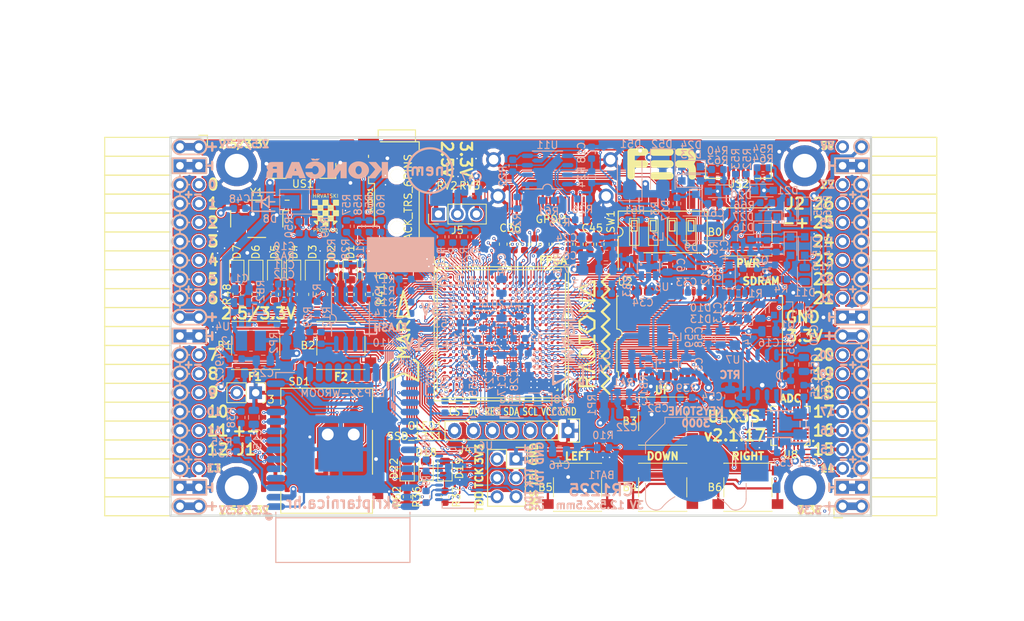
<source format=kicad_pcb>
(kicad_pcb (version 20171130) (host pcbnew 5.0.0+dfsg1-2)
  (layers (0 F.Cu signal) (1 In1.Cu signal) (2 In2.Cu signal) (31 B.Cu signal) (34 B.Paste user) (35 F.Paste user) (36 B.SilkS user) (37 F.SilkS user) (38 B.Mask user) (39 F.Mask user) (44 Edge.Cuts user))
  (net 0 "")
  (net 1 GND)
  (net 2 +5V)
  (net 3 /gpio/IN5V)
  (net 4 /gpio/OUT5V)
  (net 5 +3V3)
  (net 6 BTN_D)
  (net 7 BTN_F1)
  (net 8 BTN_F2)
  (net 9 BTN_L)
  (net 10 BTN_R)
  (net 11 BTN_U)
  (net 12 /power/FB1)
  (net 13 +2V5)
  (net 14 /power/PWREN)
  (net 15 /power/FB3)
  (net 16 /power/FB2)
  (net 17 /power/VBAT)
  (net 18 JTAG_TDI)
  (net 19 JTAG_TCK)
  (net 20 JTAG_TMS)
  (net 21 JTAG_TDO)
  (net 22 /power/WAKEUPn)
  (net 23 /power/WKUP)
  (net 24 /power/SHUT)
  (net 25 /power/WAKE)
  (net 26 /power/HOLD)
  (net 27 /power/WKn)
  (net 28 /power/OSCI_32k)
  (net 29 /power/OSCO_32k)
  (net 30 SHUTDOWN)
  (net 31 GPDI_SDA)
  (net 32 GPDI_SCL)
  (net 33 /gpdi/VREF2)
  (net 34 SD_CMD)
  (net 35 SD_CLK)
  (net 36 SD_D0)
  (net 37 SD_D1)
  (net 38 USB5V)
  (net 39 GPDI_CEC)
  (net 40 nRESET)
  (net 41 FTDI_nDTR)
  (net 42 SDRAM_CKE)
  (net 43 SDRAM_A7)
  (net 44 SDRAM_D15)
  (net 45 SDRAM_BA1)
  (net 46 SDRAM_D7)
  (net 47 SDRAM_A6)
  (net 48 SDRAM_CLK)
  (net 49 SDRAM_D13)
  (net 50 SDRAM_BA0)
  (net 51 SDRAM_D6)
  (net 52 SDRAM_A5)
  (net 53 SDRAM_D14)
  (net 54 SDRAM_A11)
  (net 55 SDRAM_D12)
  (net 56 SDRAM_D5)
  (net 57 SDRAM_A4)
  (net 58 SDRAM_A10)
  (net 59 SDRAM_D11)
  (net 60 SDRAM_A3)
  (net 61 SDRAM_D4)
  (net 62 SDRAM_D10)
  (net 63 SDRAM_D9)
  (net 64 SDRAM_A9)
  (net 65 SDRAM_D3)
  (net 66 SDRAM_D8)
  (net 67 SDRAM_A8)
  (net 68 SDRAM_A2)
  (net 69 SDRAM_A1)
  (net 70 SDRAM_A0)
  (net 71 SDRAM_D2)
  (net 72 SDRAM_D1)
  (net 73 SDRAM_D0)
  (net 74 SDRAM_DQM0)
  (net 75 SDRAM_nCS)
  (net 76 SDRAM_nRAS)
  (net 77 SDRAM_DQM1)
  (net 78 SDRAM_nCAS)
  (net 79 SDRAM_nWE)
  (net 80 /flash/FLASH_nWP)
  (net 81 /flash/FLASH_nHOLD)
  (net 82 /flash/FLASH_MOSI)
  (net 83 /flash/FLASH_MISO)
  (net 84 /flash/FLASH_SCK)
  (net 85 /flash/FLASH_nCS)
  (net 86 /flash/FPGA_PROGRAMN)
  (net 87 /flash/FPGA_DONE)
  (net 88 /flash/FPGA_INITN)
  (net 89 OLED_RES)
  (net 90 OLED_DC)
  (net 91 OLED_CS)
  (net 92 WIFI_EN)
  (net 93 FTDI_nRTS)
  (net 94 FTDI_TXD)
  (net 95 FTDI_RXD)
  (net 96 WIFI_RXD)
  (net 97 WIFI_GPIO0)
  (net 98 WIFI_TXD)
  (net 99 USB_FTDI_D+)
  (net 100 USB_FTDI_D-)
  (net 101 SD_D3)
  (net 102 AUDIO_L3)
  (net 103 AUDIO_L2)
  (net 104 AUDIO_L1)
  (net 105 AUDIO_L0)
  (net 106 AUDIO_R3)
  (net 107 AUDIO_R2)
  (net 108 AUDIO_R1)
  (net 109 AUDIO_R0)
  (net 110 OLED_CLK)
  (net 111 OLED_MOSI)
  (net 112 LED0)
  (net 113 LED1)
  (net 114 LED2)
  (net 115 LED3)
  (net 116 LED4)
  (net 117 LED5)
  (net 118 LED6)
  (net 119 LED7)
  (net 120 BTN_PWRn)
  (net 121 FTDI_nTXLED)
  (net 122 FTDI_nSLEEP)
  (net 123 /blinkey/LED_PWREN)
  (net 124 /blinkey/LED_TXLED)
  (net 125 /sdcard/SD3V3)
  (net 126 SD_D2)
  (net 127 CLK_25MHz)
  (net 128 /blinkey/BTNPUL)
  (net 129 /blinkey/BTNPUR)
  (net 130 USB_FPGA_D+)
  (net 131 /power/FTDI_nSUSPEND)
  (net 132 /blinkey/ALED0)
  (net 133 /blinkey/ALED1)
  (net 134 /blinkey/ALED2)
  (net 135 /blinkey/ALED3)
  (net 136 /blinkey/ALED4)
  (net 137 /blinkey/ALED5)
  (net 138 /blinkey/ALED6)
  (net 139 /blinkey/ALED7)
  (net 140 /usb/FTD-)
  (net 141 /usb/FTD+)
  (net 142 ADC_MISO)
  (net 143 ADC_MOSI)
  (net 144 ADC_CSn)
  (net 145 ADC_SCLK)
  (net 146 SW3)
  (net 147 SW2)
  (net 148 SW1)
  (net 149 USB_FPGA_D-)
  (net 150 /usb/FPD+)
  (net 151 /usb/FPD-)
  (net 152 WIFI_GPIO16)
  (net 153 /usb/ANT_433MHz)
  (net 154 PROG_DONE)
  (net 155 /power/P3V3)
  (net 156 /power/P2V5)
  (net 157 /power/L1)
  (net 158 /power/L3)
  (net 159 /power/L2)
  (net 160 FTDI_TXDEN)
  (net 161 SDRAM_A12)
  (net 162 /analog/AUDIO_V)
  (net 163 AUDIO_V3)
  (net 164 AUDIO_V2)
  (net 165 AUDIO_V1)
  (net 166 AUDIO_V0)
  (net 167 /blinkey/LED_WIFI)
  (net 168 /power/P1V1)
  (net 169 +1V1)
  (net 170 SW4)
  (net 171 /blinkey/SWPU)
  (net 172 /wifi/WIFIEN)
  (net 173 FT2V5)
  (net 174 GN0)
  (net 175 GP0)
  (net 176 GN1)
  (net 177 GP1)
  (net 178 GN2)
  (net 179 GP2)
  (net 180 GN3)
  (net 181 GP3)
  (net 182 GN4)
  (net 183 GP4)
  (net 184 GN5)
  (net 185 GP5)
  (net 186 GN6)
  (net 187 GP6)
  (net 188 GN14)
  (net 189 GP14)
  (net 190 GN15)
  (net 191 GP15)
  (net 192 GN16)
  (net 193 GP16)
  (net 194 GN17)
  (net 195 GP17)
  (net 196 GN18)
  (net 197 GP18)
  (net 198 GN19)
  (net 199 GP19)
  (net 200 GN20)
  (net 201 GP20)
  (net 202 GN21)
  (net 203 GP21)
  (net 204 GN22)
  (net 205 GP22)
  (net 206 GN23)
  (net 207 GP23)
  (net 208 GN24)
  (net 209 GP24)
  (net 210 GN25)
  (net 211 GP25)
  (net 212 GN26)
  (net 213 GP26)
  (net 214 GN27)
  (net 215 GP27)
  (net 216 GN7)
  (net 217 GP7)
  (net 218 GN8)
  (net 219 GP8)
  (net 220 GN9)
  (net 221 GP9)
  (net 222 GN10)
  (net 223 GP10)
  (net 224 GN11)
  (net 225 GP11)
  (net 226 GN12)
  (net 227 GP12)
  (net 228 GN13)
  (net 229 GP13)
  (net 230 WIFI_GPIO5)
  (net 231 WIFI_GPIO17)
  (net 232 USB_FPGA_PULL_D+)
  (net 233 USB_FPGA_PULL_D-)
  (net 234 "Net-(D23-Pad2)")
  (net 235 "Net-(D24-Pad1)")
  (net 236 "Net-(D25-Pad2)")
  (net 237 "Net-(D26-Pad1)")
  (net 238 /gpdi/GPDI_ETH+)
  (net 239 FPDI_ETH+)
  (net 240 /gpdi/GPDI_ETH-)
  (net 241 FPDI_ETH-)
  (net 242 /gpdi/GPDI_D2-)
  (net 243 FPDI_D2-)
  (net 244 /gpdi/GPDI_D1-)
  (net 245 FPDI_D1-)
  (net 246 /gpdi/GPDI_D0-)
  (net 247 FPDI_D0-)
  (net 248 /gpdi/GPDI_CLK-)
  (net 249 FPDI_CLK-)
  (net 250 /gpdi/GPDI_D2+)
  (net 251 FPDI_D2+)
  (net 252 /gpdi/GPDI_D1+)
  (net 253 FPDI_D1+)
  (net 254 /gpdi/GPDI_D0+)
  (net 255 FPDI_D0+)
  (net 256 /gpdi/GPDI_CLK+)
  (net 257 FPDI_CLK+)
  (net 258 FPDI_SDA)
  (net 259 FPDI_SCL)
  (net 260 /gpdi/FPDI_CEC)
  (net 261 2V5_3V3)
  (net 262 /usb/US2VBUS)
  (net 263 /power/SHD)
  (net 264 /power/RTCVDD)
  (net 265 "Net-(D27-Pad2)")
  (net 266 US2_ID)
  (net 267 /analog/AUDIO_L)
  (net 268 /analog/AUDIO_R)
  (net 269 /analog/ADC3V3)
  (net 270 PWRBTn)
  (net 271 USER_PROGRAMN)
  (module TSOP54:TSOP54 (layer F.Cu) (at 165.093 87.8 90)
    (fp_text reference U2 (at 6.98 -9.993 180) (layer F.SilkS))
    (fp_text value MT48LC16M16A2TG hide)
    (pad 28 smd oval (at 5.73 10.4 90) (size 1.2 0.56) (layers F.Cu F.Paste F.Mask) (net 1 GND))
    (pad 1 smd rect (at -5.73 -10.4 90) (size 1.2 0.56) (layers F.Cu F.Paste F.Mask) (net 5 +3V3))
    (pad 2 smd oval (at -5.73 -9.6 90) (size 1.2 0.56) (layers F.Cu F.Paste F.Mask) (net 73 SDRAM_D0))
    (pad 3 smd oval (at -5.73 -8.8 90) (size 1.2 0.56) (layers F.Cu F.Paste F.Mask) (net 5 +3V3))
    (pad 4 smd oval (at -5.73 -8 90) (size 1.2 0.56) (layers F.Cu F.Paste F.Mask) (net 72 SDRAM_D1))
    (pad 5 smd oval (at -5.73 -7.2 90) (size 1.2 0.56) (layers F.Cu F.Paste F.Mask) (net 71 SDRAM_D2))
    (pad 6 smd oval (at -5.73 -6.4 90) (size 1.2 0.56) (layers F.Cu F.Paste F.Mask) (net 1 GND))
    (pad 7 smd oval (at -5.73 -5.6 90) (size 1.2 0.56) (layers F.Cu F.Paste F.Mask) (net 65 SDRAM_D3))
    (pad 8 smd oval (at -5.73 -4.8 90) (size 1.2 0.56) (layers F.Cu F.Paste F.Mask) (net 61 SDRAM_D4))
    (pad 9 smd oval (at -5.73 -4 90) (size 1.2 0.56) (layers F.Cu F.Paste F.Mask) (net 5 +3V3))
    (pad 10 smd oval (at -5.73 -3.2 90) (size 1.2 0.56) (layers F.Cu F.Paste F.Mask) (net 56 SDRAM_D5))
    (pad 11 smd oval (at -5.73 -2.4 90) (size 1.2 0.56) (layers F.Cu F.Paste F.Mask) (net 51 SDRAM_D6))
    (pad 12 smd oval (at -5.73 -1.6 90) (size 1.2 0.56) (layers F.Cu F.Paste F.Mask) (net 1 GND))
    (pad 13 smd oval (at -5.73 -0.8 90) (size 1.2 0.56) (layers F.Cu F.Paste F.Mask) (net 46 SDRAM_D7))
    (pad 14 smd oval (at -5.73 0 90) (size 1.2 0.56) (layers F.Cu F.Paste F.Mask) (net 5 +3V3))
    (pad 15 smd oval (at -5.73 0.8 90) (size 1.2 0.56) (layers F.Cu F.Paste F.Mask) (net 74 SDRAM_DQM0))
    (pad 16 smd oval (at -5.73 1.6 90) (size 1.2 0.56) (layers F.Cu F.Paste F.Mask) (net 79 SDRAM_nWE))
    (pad 17 smd oval (at -5.73 2.4 90) (size 1.2 0.56) (layers F.Cu F.Paste F.Mask) (net 78 SDRAM_nCAS))
    (pad 18 smd oval (at -5.73 3.2 90) (size 1.2 0.56) (layers F.Cu F.Paste F.Mask) (net 76 SDRAM_nRAS))
    (pad 19 smd oval (at -5.73 4 90) (size 1.2 0.56) (layers F.Cu F.Paste F.Mask) (net 75 SDRAM_nCS))
    (pad 20 smd oval (at -5.73 4.8 90) (size 1.2 0.56) (layers F.Cu F.Paste F.Mask) (net 50 SDRAM_BA0))
    (pad 21 smd oval (at -5.73 5.6 90) (size 1.2 0.56) (layers F.Cu F.Paste F.Mask) (net 45 SDRAM_BA1))
    (pad 22 smd oval (at -5.73 6.4 90) (size 1.2 0.56) (layers F.Cu F.Paste F.Mask) (net 58 SDRAM_A10))
    (pad 23 smd oval (at -5.73 7.2 90) (size 1.2 0.56) (layers F.Cu F.Paste F.Mask) (net 70 SDRAM_A0))
    (pad 24 smd oval (at -5.73 8 90) (size 1.2 0.56) (layers F.Cu F.Paste F.Mask) (net 69 SDRAM_A1))
    (pad 25 smd oval (at -5.73 8.8 90) (size 1.2 0.56) (layers F.Cu F.Paste F.Mask) (net 68 SDRAM_A2))
    (pad 26 smd oval (at -5.73 9.6 90) (size 1.2 0.56) (layers F.Cu F.Paste F.Mask) (net 60 SDRAM_A3))
    (pad 27 smd oval (at -5.73 10.4 90) (size 1.2 0.56) (layers F.Cu F.Paste F.Mask) (net 5 +3V3))
    (pad 29 smd oval (at 5.73 9.6 90) (size 1.2 0.56) (layers F.Cu F.Paste F.Mask) (net 57 SDRAM_A4))
    (pad 30 smd oval (at 5.73 8.8 90) (size 1.2 0.56) (layers F.Cu F.Paste F.Mask) (net 52 SDRAM_A5))
    (pad 31 smd oval (at 5.73 8 90) (size 1.2 0.56) (layers F.Cu F.Paste F.Mask) (net 47 SDRAM_A6))
    (pad 32 smd oval (at 5.73 7.2 90) (size 1.2 0.56) (layers F.Cu F.Paste F.Mask) (net 43 SDRAM_A7))
    (pad 33 smd oval (at 5.73 6.4 90) (size 1.2 0.56) (layers F.Cu F.Paste F.Mask) (net 67 SDRAM_A8))
    (pad 34 smd oval (at 5.73 5.6 90) (size 1.2 0.56) (layers F.Cu F.Paste F.Mask) (net 64 SDRAM_A9))
    (pad 35 smd oval (at 5.73 4.8 90) (size 1.2 0.56) (layers F.Cu F.Paste F.Mask) (net 54 SDRAM_A11))
    (pad 36 smd oval (at 5.73 4 90) (size 1.2 0.56) (layers F.Cu F.Paste F.Mask) (net 161 SDRAM_A12))
    (pad 37 smd oval (at 5.73 3.2 90) (size 1.2 0.56) (layers F.Cu F.Paste F.Mask) (net 42 SDRAM_CKE))
    (pad 38 smd oval (at 5.73 2.4 90) (size 1.2 0.56) (layers F.Cu F.Paste F.Mask) (net 48 SDRAM_CLK))
    (pad 39 smd oval (at 5.73 1.6 90) (size 1.2 0.56) (layers F.Cu F.Paste F.Mask) (net 77 SDRAM_DQM1))
    (pad 40 smd oval (at 5.73 0.8 90) (size 1.2 0.56) (layers F.Cu F.Paste F.Mask))
    (pad 41 smd oval (at 5.73 0 90) (size 1.2 0.56) (layers F.Cu F.Paste F.Mask) (net 1 GND))
    (pad 42 smd oval (at 5.73 -0.8 90) (size 1.2 0.56) (layers F.Cu F.Paste F.Mask) (net 66 SDRAM_D8))
    (pad 43 smd oval (at 5.73 -1.6 90) (size 1.2 0.56) (layers F.Cu F.Paste F.Mask) (net 5 +3V3))
    (pad 44 smd oval (at 5.73 -2.4 90) (size 1.2 0.56) (layers F.Cu F.Paste F.Mask) (net 63 SDRAM_D9))
    (pad 45 smd oval (at 5.73 -3.2 90) (size 1.2 0.56) (layers F.Cu F.Paste F.Mask) (net 62 SDRAM_D10))
    (pad 46 smd oval (at 5.73 -4 90) (size 1.2 0.56) (layers F.Cu F.Paste F.Mask) (net 1 GND))
    (pad 47 smd oval (at 5.73 -4.8 90) (size 1.2 0.56) (layers F.Cu F.Paste F.Mask) (net 59 SDRAM_D11))
    (pad 48 smd oval (at 5.73 -5.6 90) (size 1.2 0.56) (layers F.Cu F.Paste F.Mask) (net 55 SDRAM_D12))
    (pad 49 smd oval (at 5.73 -6.4 90) (size 1.2 0.56) (layers F.Cu F.Paste F.Mask) (net 5 +3V3))
    (pad 50 smd oval (at 5.73 -7.2 90) (size 1.2 0.56) (layers F.Cu F.Paste F.Mask) (net 49 SDRAM_D13))
    (pad 51 smd oval (at 5.73 -8 90) (size 1.2 0.56) (layers F.Cu F.Paste F.Mask) (net 53 SDRAM_D14))
    (pad 52 smd oval (at 5.73 -8.8 90) (size 1.2 0.56) (layers F.Cu F.Paste F.Mask) (net 1 GND))
    (pad 53 smd oval (at 5.73 -9.6 90) (size 1.2 0.56) (layers F.Cu F.Paste F.Mask) (net 44 SDRAM_D15))
    (pad 54 smd oval (at 5.73 -10.4 90) (size 1.2 0.56) (layers F.Cu F.Paste F.Mask) (net 1 GND))
  )
  (module jumper:R_0805_2012Metric_Pad1.29x1.40mm_HandSolder_Jumper_NC (layer B.Cu) (at 109.609 89.632 270)
    (fp_text reference RP2 (at -0.635 1.651 270) (layer B.SilkS) (effects (justify mirror)))
    (fp_text value 0 hide)
    (fp_line (start -1 0) (end 1 0) (layer B.Cu) (width 1))
    (pad 2 smd roundrect (at 0.9675 0 270) (size 1.295 1.4) (layers B.Cu B.Mask) (net 13 +2V5))
    (pad 1 smd roundrect (at -0.9675 0 270) (size 1.295 1.4) (layers B.Cu B.Mask) (net 156 /power/P2V5))
  )
  (module jumper:R_0805_2012Metric_Pad1.29x1.40mm_HandSolder_Jumper_NC (layer B.Cu) (at 149.472 78.311 270)
    (fp_text reference RP3 (at 0 3.414 270) (layer B.SilkS) (effects (justify mirror)))
    (fp_text value 0 hide)
    (fp_line (start -1 0) (end 1 0) (layer B.Cu) (width 1))
    (pad 2 smd roundrect (at 0.9675 0 270) (size 1.295 1.4) (layers B.Cu B.Mask) (net 5 +3V3))
    (pad 1 smd roundrect (at -0.9675 0 270) (size 1.295 1.4) (layers B.Cu B.Mask) (net 155 /power/P3V3))
  )
  (module jumper:R_0805_2012Metric_Pad1.29x1.40mm_HandSolder_Jumper_NC (layer B.Cu) (at 152.281 97.361 270)
    (fp_text reference RP1 (at 0 1.65 270) (layer B.SilkS) (effects (justify mirror)))
    (fp_text value 0 hide)
    (fp_line (start -1 0) (end 1 0) (layer B.Cu) (width 1))
    (pad 2 smd roundrect (at 0.9675 0 270) (size 1.295 1.4) (layers B.Cu B.Mask) (net 169 +1V1))
    (pad 1 smd roundrect (at -0.9675 0 270) (size 1.295 1.4) (layers B.Cu B.Mask) (net 168 /power/P1V1))
  )
  (module jumper:D_SMA_Jumper_NC (layer B.Cu) (at 160.155 66.391 270)
    (fp_text reference D52 (at -4.064 0.127) (layer B.SilkS) (effects (justify mirror)))
    (fp_text value 0 hide)
    (fp_line (start -2 0) (end 2 0) (layer B.Cu) (width 1))
    (pad 2 smd roundrect (at 2 0 270) (size 2.5 1.8) (layers B.Cu B.Mask) (net 2 +5V))
    (pad 1 smd roundrect (at -2 0 270) (size 2.5 1.8) (layers B.Cu B.Mask) (net 4 /gpio/OUT5V))
  )
  (module jumper:D_SMA_Jumper_NC (layer B.Cu) (at 155.71 66.518 90)
    (fp_text reference D51 (at 4.191 0.127 180) (layer B.SilkS) (effects (justify mirror)))
    (fp_text value 0 hide)
    (fp_line (start -2 0) (end 2 0) (layer B.Cu) (width 1))
    (pad 2 smd roundrect (at 2 0 90) (size 2.5 1.8) (layers B.Cu B.Mask) (net 3 /gpio/IN5V))
    (pad 1 smd roundrect (at -2 0 90) (size 2.5 1.8) (layers B.Cu B.Mask) (net 2 +5V))
  )
  (module jumper:D_SMA_Jumper_NC (layer B.Cu) (at 164.854 73.63 180)
    (fp_text reference D9 (at 0.889 -2.54 180) (layer B.SilkS) (effects (justify mirror)))
    (fp_text value 0 hide)
    (fp_line (start -2 0) (end 2 0) (layer B.Cu) (width 1))
    (pad 2 smd roundrect (at 2 0 180) (size 2.5 1.8) (layers B.Cu B.Mask) (net 2 +5V))
    (pad 1 smd roundrect (at -2 0 180) (size 2.5 1.8) (layers B.Cu B.Mask) (net 262 /usb/US2VBUS))
  )
  (module lfe5bg381:BGA-381_pitch0.8mm_dia0.4mm (layer F.Cu) (at 138.48 87.8)
    (fp_text reference U1 (at -8.2 -9.8) (layer F.SilkS))
    (fp_text value LFE5U-85F-6BG381C hide)
    (pad Y19 smd circle (at 6.8 7.6) (size 0.4 0.4) (layers F.Cu F.Paste F.Mask) (net 1 GND))
    (pad Y17 smd circle (at 5.2 7.6) (size 0.4 0.4) (layers F.Cu F.Paste F.Mask) (net 1 GND))
    (pad Y16 smd circle (at 4.4 7.6) (size 0.4 0.4) (layers F.Cu F.Paste F.Mask) (net 1 GND))
    (pad Y15 smd circle (at 3.6 7.6) (size 0.4 0.4) (layers F.Cu F.Paste F.Mask) (net 1 GND))
    (pad Y14 smd circle (at 2.8 7.6) (size 0.4 0.4) (layers F.Cu F.Paste F.Mask) (net 1 GND))
    (pad Y12 smd circle (at 1.2 7.6) (size 0.4 0.4) (layers F.Cu F.Paste F.Mask) (net 1 GND))
    (pad Y11 smd circle (at 0.4 7.6) (size 0.4 0.4) (layers F.Cu F.Paste F.Mask) (net 1 GND))
    (pad Y8 smd circle (at -2 7.6) (size 0.4 0.4) (layers F.Cu F.Paste F.Mask) (net 1 GND))
    (pad Y7 smd circle (at -2.8 7.6) (size 0.4 0.4) (layers F.Cu F.Paste F.Mask) (net 1 GND))
    (pad Y6 smd circle (at -3.6 7.6) (size 0.4 0.4) (layers F.Cu F.Paste F.Mask) (net 1 GND))
    (pad Y5 smd circle (at -4.4 7.6) (size 0.4 0.4) (layers F.Cu F.Paste F.Mask) (net 1 GND))
    (pad Y3 smd circle (at -6 7.6) (size 0.4 0.4) (layers F.Cu F.Paste F.Mask) (net 87 /flash/FPGA_DONE))
    (pad Y2 smd circle (at -6.8 7.6) (size 0.4 0.4) (layers F.Cu F.Paste F.Mask) (net 80 /flash/FLASH_nWP))
    (pad W20 smd circle (at 7.6 6.8) (size 0.4 0.4) (layers F.Cu F.Paste F.Mask) (net 1 GND))
    (pad W19 smd circle (at 6.8 6.8) (size 0.4 0.4) (layers F.Cu F.Paste F.Mask) (net 1 GND))
    (pad W18 smd circle (at 6 6.8) (size 0.4 0.4) (layers F.Cu F.Paste F.Mask))
    (pad W17 smd circle (at 5.2 6.8) (size 0.4 0.4) (layers F.Cu F.Paste F.Mask))
    (pad W16 smd circle (at 4.4 6.8) (size 0.4 0.4) (layers F.Cu F.Paste F.Mask) (net 1 GND))
    (pad W15 smd circle (at 3.6 6.8) (size 0.4 0.4) (layers F.Cu F.Paste F.Mask) (net 1 GND))
    (pad W14 smd circle (at 2.8 6.8) (size 0.4 0.4) (layers F.Cu F.Paste F.Mask))
    (pad W13 smd circle (at 2 6.8) (size 0.4 0.4) (layers F.Cu F.Paste F.Mask))
    (pad W12 smd circle (at 1.2 6.8) (size 0.4 0.4) (layers F.Cu F.Paste F.Mask) (net 1 GND))
    (pad W11 smd circle (at 0.4 6.8) (size 0.4 0.4) (layers F.Cu F.Paste F.Mask))
    (pad W10 smd circle (at -0.4 6.8) (size 0.4 0.4) (layers F.Cu F.Paste F.Mask))
    (pad W9 smd circle (at -1.2 6.8) (size 0.4 0.4) (layers F.Cu F.Paste F.Mask))
    (pad W8 smd circle (at -2 6.8) (size 0.4 0.4) (layers F.Cu F.Paste F.Mask))
    (pad W7 smd circle (at -2.8 6.8) (size 0.4 0.4) (layers F.Cu F.Paste F.Mask) (net 1 GND))
    (pad W6 smd circle (at -3.6 6.8) (size 0.4 0.4) (layers F.Cu F.Paste F.Mask) (net 1 GND))
    (pad W5 smd circle (at -4.4 6.8) (size 0.4 0.4) (layers F.Cu F.Paste F.Mask))
    (pad W4 smd circle (at -5.2 6.8) (size 0.4 0.4) (layers F.Cu F.Paste F.Mask))
    (pad W3 smd circle (at -6 6.8) (size 0.4 0.4) (layers F.Cu F.Paste F.Mask) (net 86 /flash/FPGA_PROGRAMN))
    (pad W2 smd circle (at -6.8 6.8) (size 0.4 0.4) (layers F.Cu F.Paste F.Mask) (net 82 /flash/FLASH_MOSI))
    (pad W1 smd circle (at -7.6 6.8) (size 0.4 0.4) (layers F.Cu F.Paste F.Mask) (net 81 /flash/FLASH_nHOLD))
    (pad V20 smd circle (at 7.6 6) (size 0.4 0.4) (layers F.Cu F.Paste F.Mask) (net 1 GND))
    (pad V19 smd circle (at 6.8 6) (size 0.4 0.4) (layers F.Cu F.Paste F.Mask) (net 1 GND))
    (pad V18 smd circle (at 6 6) (size 0.4 0.4) (layers F.Cu F.Paste F.Mask) (net 1 GND))
    (pad V17 smd circle (at 5.2 6) (size 0.4 0.4) (layers F.Cu F.Paste F.Mask) (net 1 GND))
    (pad V16 smd circle (at 4.4 6) (size 0.4 0.4) (layers F.Cu F.Paste F.Mask) (net 1 GND))
    (pad V15 smd circle (at 3.6 6) (size 0.4 0.4) (layers F.Cu F.Paste F.Mask) (net 1 GND))
    (pad V14 smd circle (at 2.8 6) (size 0.4 0.4) (layers F.Cu F.Paste F.Mask) (net 1 GND))
    (pad V13 smd circle (at 2 6) (size 0.4 0.4) (layers F.Cu F.Paste F.Mask) (net 1 GND))
    (pad V12 smd circle (at 1.2 6) (size 0.4 0.4) (layers F.Cu F.Paste F.Mask) (net 1 GND))
    (pad V11 smd circle (at 0.4 6) (size 0.4 0.4) (layers F.Cu F.Paste F.Mask) (net 1 GND))
    (pad V10 smd circle (at -0.4 6) (size 0.4 0.4) (layers F.Cu F.Paste F.Mask) (net 1 GND))
    (pad V9 smd circle (at -1.2 6) (size 0.4 0.4) (layers F.Cu F.Paste F.Mask) (net 1 GND))
    (pad V8 smd circle (at -2 6) (size 0.4 0.4) (layers F.Cu F.Paste F.Mask) (net 1 GND))
    (pad V7 smd circle (at -2.8 6) (size 0.4 0.4) (layers F.Cu F.Paste F.Mask) (net 1 GND))
    (pad V6 smd circle (at -3.6 6) (size 0.4 0.4) (layers F.Cu F.Paste F.Mask) (net 1 GND))
    (pad V5 smd circle (at -4.4 6) (size 0.4 0.4) (layers F.Cu F.Paste F.Mask) (net 1 GND))
    (pad V4 smd circle (at -5.2 6) (size 0.4 0.4) (layers F.Cu F.Paste F.Mask) (net 21 JTAG_TDO))
    (pad V3 smd circle (at -6 6) (size 0.4 0.4) (layers F.Cu F.Paste F.Mask) (net 88 /flash/FPGA_INITN))
    (pad V2 smd circle (at -6.8 6) (size 0.4 0.4) (layers F.Cu F.Paste F.Mask) (net 83 /flash/FLASH_MISO))
    (pad V1 smd circle (at -7.6 6) (size 0.4 0.4) (layers F.Cu F.Paste F.Mask) (net 6 BTN_D))
    (pad U20 smd circle (at 7.6 5.2) (size 0.4 0.4) (layers F.Cu F.Paste F.Mask) (net 46 SDRAM_D7))
    (pad U19 smd circle (at 6.8 5.2) (size 0.4 0.4) (layers F.Cu F.Paste F.Mask) (net 74 SDRAM_DQM0))
    (pad U18 smd circle (at 6 5.2) (size 0.4 0.4) (layers F.Cu F.Paste F.Mask) (net 189 GP14))
    (pad U17 smd circle (at 5.2 5.2) (size 0.4 0.4) (layers F.Cu F.Paste F.Mask) (net 188 GN14))
    (pad U16 smd circle (at 4.4 5.2) (size 0.4 0.4) (layers F.Cu F.Paste F.Mask) (net 142 ADC_MISO))
    (pad U15 smd circle (at 3.6 5.2) (size 0.4 0.4) (layers F.Cu F.Paste F.Mask) (net 1 GND))
    (pad U14 smd circle (at 2.8 5.2) (size 0.4 0.4) (layers F.Cu F.Paste F.Mask) (net 1 GND))
    (pad U13 smd circle (at 2 5.2) (size 0.4 0.4) (layers F.Cu F.Paste F.Mask) (net 1 GND))
    (pad U12 smd circle (at 1.2 5.2) (size 0.4 0.4) (layers F.Cu F.Paste F.Mask) (net 1 GND))
    (pad U11 smd circle (at 0.4 5.2) (size 0.4 0.4) (layers F.Cu F.Paste F.Mask) (net 1 GND))
    (pad U10 smd circle (at -0.4 5.2) (size 0.4 0.4) (layers F.Cu F.Paste F.Mask) (net 1 GND))
    (pad U9 smd circle (at -1.2 5.2) (size 0.4 0.4) (layers F.Cu F.Paste F.Mask) (net 1 GND))
    (pad U8 smd circle (at -2 5.2) (size 0.4 0.4) (layers F.Cu F.Paste F.Mask) (net 1 GND))
    (pad U7 smd circle (at -2.8 5.2) (size 0.4 0.4) (layers F.Cu F.Paste F.Mask) (net 1 GND))
    (pad U6 smd circle (at -3.6 5.2) (size 0.4 0.4) (layers F.Cu F.Paste F.Mask) (net 1 GND))
    (pad U5 smd circle (at -4.4 5.2) (size 0.4 0.4) (layers F.Cu F.Paste F.Mask) (net 20 JTAG_TMS))
    (pad U4 smd circle (at -5.2 5.2) (size 0.4 0.4) (layers F.Cu F.Paste F.Mask) (net 1 GND))
    (pad U3 smd circle (at -6 5.2) (size 0.4 0.4) (layers F.Cu F.Paste F.Mask) (net 84 /flash/FLASH_SCK))
    (pad U2 smd circle (at -6.8 5.2) (size 0.4 0.4) (layers F.Cu F.Paste F.Mask) (net 5 +3V3))
    (pad U1 smd circle (at -7.6 5.2) (size 0.4 0.4) (layers F.Cu F.Paste F.Mask) (net 9 BTN_L))
    (pad T20 smd circle (at 7.6 4.4) (size 0.4 0.4) (layers F.Cu F.Paste F.Mask) (net 79 SDRAM_nWE))
    (pad T19 smd circle (at 6.8 4.4) (size 0.4 0.4) (layers F.Cu F.Paste F.Mask) (net 78 SDRAM_nCAS))
    (pad T18 smd circle (at 6 4.4) (size 0.4 0.4) (layers F.Cu F.Paste F.Mask) (net 56 SDRAM_D5))
    (pad T17 smd circle (at 5.2 4.4) (size 0.4 0.4) (layers F.Cu F.Paste F.Mask) (net 51 SDRAM_D6))
    (pad T16 smd circle (at 4.4 4.4) (size 0.4 0.4) (layers F.Cu F.Paste F.Mask))
    (pad T15 smd circle (at 3.6 4.4) (size 0.4 0.4) (layers F.Cu F.Paste F.Mask) (net 1 GND))
    (pad T14 smd circle (at 2.8 4.4) (size 0.4 0.4) (layers F.Cu F.Paste F.Mask) (net 1 GND))
    (pad T13 smd circle (at 2 4.4) (size 0.4 0.4) (layers F.Cu F.Paste F.Mask) (net 1 GND))
    (pad T12 smd circle (at 1.2 4.4) (size 0.4 0.4) (layers F.Cu F.Paste F.Mask) (net 1 GND))
    (pad T11 smd circle (at 0.4 4.4) (size 0.4 0.4) (layers F.Cu F.Paste F.Mask) (net 1 GND))
    (pad T10 smd circle (at -0.4 4.4) (size 0.4 0.4) (layers F.Cu F.Paste F.Mask) (net 1 GND))
    (pad T9 smd circle (at -1.2 4.4) (size 0.4 0.4) (layers F.Cu F.Paste F.Mask) (net 1 GND))
    (pad T8 smd circle (at -2 4.4) (size 0.4 0.4) (layers F.Cu F.Paste F.Mask) (net 1 GND))
    (pad T7 smd circle (at -2.8 4.4) (size 0.4 0.4) (layers F.Cu F.Paste F.Mask) (net 1 GND))
    (pad T6 smd circle (at -3.6 4.4) (size 0.4 0.4) (layers F.Cu F.Paste F.Mask) (net 1 GND))
    (pad T5 smd circle (at -4.4 4.4) (size 0.4 0.4) (layers F.Cu F.Paste F.Mask) (net 19 JTAG_TCK))
    (pad T4 smd circle (at -5.2 4.4) (size 0.4 0.4) (layers F.Cu F.Paste F.Mask) (net 5 +3V3))
    (pad T3 smd circle (at -6 4.4) (size 0.4 0.4) (layers F.Cu F.Paste F.Mask) (net 5 +3V3))
    (pad T2 smd circle (at -6.8 4.4) (size 0.4 0.4) (layers F.Cu F.Paste F.Mask) (net 5 +3V3))
    (pad T1 smd circle (at -7.6 4.4) (size 0.4 0.4) (layers F.Cu F.Paste F.Mask) (net 8 BTN_F2))
    (pad R20 smd circle (at 7.6 3.6) (size 0.4 0.4) (layers F.Cu F.Paste F.Mask) (net 76 SDRAM_nRAS))
    (pad R19 smd circle (at 6.8 3.6) (size 0.4 0.4) (layers F.Cu F.Paste F.Mask) (net 1 GND))
    (pad R18 smd circle (at 6 3.6) (size 0.4 0.4) (layers F.Cu F.Paste F.Mask) (net 11 BTN_U))
    (pad R17 smd circle (at 5.2 3.6) (size 0.4 0.4) (layers F.Cu F.Paste F.Mask) (net 144 ADC_CSn))
    (pad R16 smd circle (at 4.4 3.6) (size 0.4 0.4) (layers F.Cu F.Paste F.Mask) (net 143 ADC_MOSI))
    (pad R5 smd circle (at -4.4 3.6) (size 0.4 0.4) (layers F.Cu F.Paste F.Mask) (net 18 JTAG_TDI))
    (pad R4 smd circle (at -5.2 3.6) (size 0.4 0.4) (layers F.Cu F.Paste F.Mask) (net 1 GND))
    (pad R3 smd circle (at -6 3.6) (size 0.4 0.4) (layers F.Cu F.Paste F.Mask))
    (pad R2 smd circle (at -6.8 3.6) (size 0.4 0.4) (layers F.Cu F.Paste F.Mask) (net 85 /flash/FLASH_nCS))
    (pad R1 smd circle (at -7.6 3.6) (size 0.4 0.4) (layers F.Cu F.Paste F.Mask) (net 7 BTN_F1))
    (pad P20 smd circle (at 7.6 2.8) (size 0.4 0.4) (layers F.Cu F.Paste F.Mask) (net 75 SDRAM_nCS))
    (pad P19 smd circle (at 6.8 2.8) (size 0.4 0.4) (layers F.Cu F.Paste F.Mask) (net 50 SDRAM_BA0))
    (pad P18 smd circle (at 6 2.8) (size 0.4 0.4) (layers F.Cu F.Paste F.Mask) (net 61 SDRAM_D4))
    (pad P17 smd circle (at 5.2 2.8) (size 0.4 0.4) (layers F.Cu F.Paste F.Mask) (net 145 ADC_SCLK))
    (pad P16 smd circle (at 4.4 2.8) (size 0.4 0.4) (layers F.Cu F.Paste F.Mask) (net 190 GN15))
    (pad P15 smd circle (at 3.6 2.8) (size 0.4 0.4) (layers F.Cu F.Paste F.Mask) (net 13 +2V5))
    (pad P14 smd circle (at 2.8 2.8) (size 0.4 0.4) (layers F.Cu F.Paste F.Mask) (net 1 GND))
    (pad P13 smd circle (at 2 2.8) (size 0.4 0.4) (layers F.Cu F.Paste F.Mask) (net 1 GND))
    (pad P12 smd circle (at 1.2 2.8) (size 0.4 0.4) (layers F.Cu F.Paste F.Mask) (net 1 GND))
    (pad P11 smd circle (at 0.4 2.8) (size 0.4 0.4) (layers F.Cu F.Paste F.Mask) (net 1 GND))
    (pad P10 smd circle (at -0.4 2.8) (size 0.4 0.4) (layers F.Cu F.Paste F.Mask) (net 5 +3V3))
    (pad P9 smd circle (at -1.2 2.8) (size 0.4 0.4) (layers F.Cu F.Paste F.Mask) (net 5 +3V3))
    (pad P8 smd circle (at -2 2.8) (size 0.4 0.4) (layers F.Cu F.Paste F.Mask) (net 1 GND))
    (pad P7 smd circle (at -2.8 2.8) (size 0.4 0.4) (layers F.Cu F.Paste F.Mask) (net 1 GND))
    (pad P6 smd circle (at -3.6 2.8) (size 0.4 0.4) (layers F.Cu F.Paste F.Mask) (net 13 +2V5))
    (pad P5 smd circle (at -4.4 2.8) (size 0.4 0.4) (layers F.Cu F.Paste F.Mask))
    (pad P4 smd circle (at -5.2 2.8) (size 0.4 0.4) (layers F.Cu F.Paste F.Mask) (net 110 OLED_CLK))
    (pad P3 smd circle (at -6 2.8) (size 0.4 0.4) (layers F.Cu F.Paste F.Mask) (net 111 OLED_MOSI))
    (pad P2 smd circle (at -6.8 2.8) (size 0.4 0.4) (layers F.Cu F.Paste F.Mask) (net 89 OLED_RES))
    (pad P1 smd circle (at -7.6 2.8) (size 0.4 0.4) (layers F.Cu F.Paste F.Mask) (net 90 OLED_DC))
    (pad N20 smd circle (at 7.6 2) (size 0.4 0.4) (layers F.Cu F.Paste F.Mask) (net 45 SDRAM_BA1))
    (pad N19 smd circle (at 6.8 2) (size 0.4 0.4) (layers F.Cu F.Paste F.Mask) (net 58 SDRAM_A10))
    (pad N18 smd circle (at 6 2) (size 0.4 0.4) (layers F.Cu F.Paste F.Mask) (net 65 SDRAM_D3))
    (pad N17 smd circle (at 5.2 2) (size 0.4 0.4) (layers F.Cu F.Paste F.Mask) (net 191 GP15))
    (pad N16 smd circle (at 4.4 2) (size 0.4 0.4) (layers F.Cu F.Paste F.Mask) (net 193 GP16))
    (pad N15 smd circle (at 3.6 2) (size 0.4 0.4) (layers F.Cu F.Paste F.Mask) (net 1 GND))
    (pad N14 smd circle (at 2.8 2) (size 0.4 0.4) (layers F.Cu F.Paste F.Mask) (net 1 GND))
    (pad N13 smd circle (at 2 2) (size 0.4 0.4) (layers F.Cu F.Paste F.Mask) (net 169 +1V1))
    (pad N12 smd circle (at 1.2 2) (size 0.4 0.4) (layers F.Cu F.Paste F.Mask) (net 169 +1V1))
    (pad N11 smd circle (at 0.4 2) (size 0.4 0.4) (layers F.Cu F.Paste F.Mask) (net 169 +1V1))
    (pad N10 smd circle (at -0.4 2) (size 0.4 0.4) (layers F.Cu F.Paste F.Mask) (net 169 +1V1))
    (pad N9 smd circle (at -1.2 2) (size 0.4 0.4) (layers F.Cu F.Paste F.Mask) (net 169 +1V1))
    (pad N8 smd circle (at -2 2) (size 0.4 0.4) (layers F.Cu F.Paste F.Mask) (net 169 +1V1))
    (pad N7 smd circle (at -2.8 2) (size 0.4 0.4) (layers F.Cu F.Paste F.Mask) (net 1 GND))
    (pad N6 smd circle (at -3.6 2) (size 0.4 0.4) (layers F.Cu F.Paste F.Mask) (net 1 GND))
    (pad N5 smd circle (at -4.4 2) (size 0.4 0.4) (layers F.Cu F.Paste F.Mask))
    (pad N4 smd circle (at -5.2 2) (size 0.4 0.4) (layers F.Cu F.Paste F.Mask) (net 230 WIFI_GPIO5))
    (pad N3 smd circle (at -6 2) (size 0.4 0.4) (layers F.Cu F.Paste F.Mask) (net 231 WIFI_GPIO17))
    (pad N2 smd circle (at -6.8 2) (size 0.4 0.4) (layers F.Cu F.Paste F.Mask) (net 91 OLED_CS))
    (pad N1 smd circle (at -7.6 2) (size 0.4 0.4) (layers F.Cu F.Paste F.Mask) (net 41 FTDI_nDTR))
    (pad M20 smd circle (at 7.6 1.2) (size 0.4 0.4) (layers F.Cu F.Paste F.Mask) (net 70 SDRAM_A0))
    (pad M19 smd circle (at 6.8 1.2) (size 0.4 0.4) (layers F.Cu F.Paste F.Mask) (net 69 SDRAM_A1))
    (pad M18 smd circle (at 6 1.2) (size 0.4 0.4) (layers F.Cu F.Paste F.Mask) (net 71 SDRAM_D2))
    (pad M17 smd circle (at 5.2 1.2) (size 0.4 0.4) (layers F.Cu F.Paste F.Mask) (net 192 GN16))
    (pad M16 smd circle (at 4.4 1.2) (size 0.4 0.4) (layers F.Cu F.Paste F.Mask) (net 1 GND))
    (pad M15 smd circle (at 3.6 1.2) (size 0.4 0.4) (layers F.Cu F.Paste F.Mask) (net 5 +3V3))
    (pad M14 smd circle (at 2.8 1.2) (size 0.4 0.4) (layers F.Cu F.Paste F.Mask) (net 1 GND))
    (pad M13 smd circle (at 2 1.2) (size 0.4 0.4) (layers F.Cu F.Paste F.Mask) (net 169 +1V1))
    (pad M12 smd circle (at 1.2 1.2) (size 0.4 0.4) (layers F.Cu F.Paste F.Mask) (net 1 GND))
    (pad M11 smd circle (at 0.4 1.2) (size 0.4 0.4) (layers F.Cu F.Paste F.Mask) (net 1 GND))
    (pad M10 smd circle (at -0.4 1.2) (size 0.4 0.4) (layers F.Cu F.Paste F.Mask) (net 1 GND))
    (pad M9 smd circle (at -1.2 1.2) (size 0.4 0.4) (layers F.Cu F.Paste F.Mask) (net 1 GND))
    (pad M8 smd circle (at -2 1.2) (size 0.4 0.4) (layers F.Cu F.Paste F.Mask) (net 169 +1V1))
    (pad M7 smd circle (at -2.8 1.2) (size 0.4 0.4) (layers F.Cu F.Paste F.Mask) (net 1 GND))
    (pad M6 smd circle (at -3.6 1.2) (size 0.4 0.4) (layers F.Cu F.Paste F.Mask) (net 5 +3V3))
    (pad M5 smd circle (at -4.4 1.2) (size 0.4 0.4) (layers F.Cu F.Paste F.Mask))
    (pad M4 smd circle (at -5.2 1.2) (size 0.4 0.4) (layers F.Cu F.Paste F.Mask) (net 271 USER_PROGRAMN))
    (pad M3 smd circle (at -6 1.2) (size 0.4 0.4) (layers F.Cu F.Paste F.Mask) (net 93 FTDI_nRTS))
    (pad M2 smd circle (at -6.8 1.2) (size 0.4 0.4) (layers F.Cu F.Paste F.Mask) (net 1 GND))
    (pad M1 smd circle (at -7.6 1.2) (size 0.4 0.4) (layers F.Cu F.Paste F.Mask) (net 94 FTDI_TXD))
    (pad L20 smd circle (at 7.6 0.4) (size 0.4 0.4) (layers F.Cu F.Paste F.Mask) (net 68 SDRAM_A2))
    (pad L19 smd circle (at 6.8 0.4) (size 0.4 0.4) (layers F.Cu F.Paste F.Mask) (net 60 SDRAM_A3))
    (pad L18 smd circle (at 6 0.4) (size 0.4 0.4) (layers F.Cu F.Paste F.Mask) (net 72 SDRAM_D1))
    (pad L17 smd circle (at 5.2 0.4) (size 0.4 0.4) (layers F.Cu F.Paste F.Mask) (net 194 GN17))
    (pad L16 smd circle (at 4.4 0.4) (size 0.4 0.4) (layers F.Cu F.Paste F.Mask) (net 195 GP17))
    (pad L15 smd circle (at 3.6 0.4) (size 0.4 0.4) (layers F.Cu F.Paste F.Mask) (net 5 +3V3))
    (pad L14 smd circle (at 2.8 0.4) (size 0.4 0.4) (layers F.Cu F.Paste F.Mask) (net 5 +3V3))
    (pad L13 smd circle (at 2 0.4) (size 0.4 0.4) (layers F.Cu F.Paste F.Mask) (net 169 +1V1))
    (pad L12 smd circle (at 1.2 0.4) (size 0.4 0.4) (layers F.Cu F.Paste F.Mask) (net 1 GND))
    (pad L11 smd circle (at 0.4 0.4) (size 0.4 0.4) (layers F.Cu F.Paste F.Mask) (net 1 GND))
    (pad L10 smd circle (at -0.4 0.4) (size 0.4 0.4) (layers F.Cu F.Paste F.Mask) (net 1 GND))
    (pad L9 smd circle (at -1.2 0.4) (size 0.4 0.4) (layers F.Cu F.Paste F.Mask) (net 1 GND))
    (pad L8 smd circle (at -2 0.4) (size 0.4 0.4) (layers F.Cu F.Paste F.Mask) (net 169 +1V1))
    (pad L7 smd circle (at -2.8 0.4) (size 0.4 0.4) (layers F.Cu F.Paste F.Mask) (net 5 +3V3))
    (pad L6 smd circle (at -3.6 0.4) (size 0.4 0.4) (layers F.Cu F.Paste F.Mask) (net 5 +3V3))
    (pad L5 smd circle (at -4.4 0.4) (size 0.4 0.4) (layers F.Cu F.Paste F.Mask))
    (pad L4 smd circle (at -5.2 0.4) (size 0.4 0.4) (layers F.Cu F.Paste F.Mask) (net 95 FTDI_RXD))
    (pad L3 smd circle (at -6 0.4) (size 0.4 0.4) (layers F.Cu F.Paste F.Mask) (net 160 FTDI_TXDEN))
    (pad L2 smd circle (at -6.8 0.4) (size 0.4 0.4) (layers F.Cu F.Paste F.Mask) (net 97 WIFI_GPIO0))
    (pad L1 smd circle (at -7.6 0.4) (size 0.4 0.4) (layers F.Cu F.Paste F.Mask) (net 152 WIFI_GPIO16))
    (pad K20 smd circle (at 7.6 -0.4) (size 0.4 0.4) (layers F.Cu F.Paste F.Mask) (net 57 SDRAM_A4))
    (pad K19 smd circle (at 6.8 -0.4) (size 0.4 0.4) (layers F.Cu F.Paste F.Mask) (net 52 SDRAM_A5))
    (pad K18 smd circle (at 6 -0.4) (size 0.4 0.4) (layers F.Cu F.Paste F.Mask) (net 47 SDRAM_A6))
    (pad K17 smd circle (at 5.2 -0.4) (size 0.4 0.4) (layers F.Cu F.Paste F.Mask))
    (pad K16 smd circle (at 4.4 -0.4) (size 0.4 0.4) (layers F.Cu F.Paste F.Mask))
    (pad K15 smd circle (at 3.6 -0.4) (size 0.4 0.4) (layers F.Cu F.Paste F.Mask) (net 1 GND))
    (pad K14 smd circle (at 2.8 -0.4) (size 0.4 0.4) (layers F.Cu F.Paste F.Mask) (net 1 GND))
    (pad K13 smd circle (at 2 -0.4) (size 0.4 0.4) (layers F.Cu F.Paste F.Mask) (net 169 +1V1))
    (pad K12 smd circle (at 1.2 -0.4) (size 0.4 0.4) (layers F.Cu F.Paste F.Mask) (net 1 GND))
    (pad K11 smd circle (at 0.4 -0.4) (size 0.4 0.4) (layers F.Cu F.Paste F.Mask) (net 1 GND))
    (pad K10 smd circle (at -0.4 -0.4) (size 0.4 0.4) (layers F.Cu F.Paste F.Mask) (net 1 GND))
    (pad K9 smd circle (at -1.2 -0.4) (size 0.4 0.4) (layers F.Cu F.Paste F.Mask) (net 1 GND))
    (pad K8 smd circle (at -2 -0.4) (size 0.4 0.4) (layers F.Cu F.Paste F.Mask) (net 169 +1V1))
    (pad K7 smd circle (at -2.8 -0.4) (size 0.4 0.4) (layers F.Cu F.Paste F.Mask) (net 1 GND))
    (pad K6 smd circle (at -3.6 -0.4) (size 0.4 0.4) (layers F.Cu F.Paste F.Mask) (net 1 GND))
    (pad K5 smd circle (at -4.4 -0.4) (size 0.4 0.4) (layers F.Cu F.Paste F.Mask))
    (pad K4 smd circle (at -5.2 -0.4) (size 0.4 0.4) (layers F.Cu F.Paste F.Mask) (net 98 WIFI_TXD))
    (pad K3 smd circle (at -6 -0.4) (size 0.4 0.4) (layers F.Cu F.Paste F.Mask) (net 96 WIFI_RXD))
    (pad K2 smd circle (at -6.8 -0.4) (size 0.4 0.4) (layers F.Cu F.Paste F.Mask) (net 101 SD_D3))
    (pad K1 smd circle (at -7.6 -0.4) (size 0.4 0.4) (layers F.Cu F.Paste F.Mask) (net 126 SD_D2))
    (pad J20 smd circle (at 7.6 -1.2) (size 0.4 0.4) (layers F.Cu F.Paste F.Mask) (net 43 SDRAM_A7))
    (pad J19 smd circle (at 6.8 -1.2) (size 0.4 0.4) (layers F.Cu F.Paste F.Mask) (net 67 SDRAM_A8))
    (pad J18 smd circle (at 6 -1.2) (size 0.4 0.4) (layers F.Cu F.Paste F.Mask) (net 53 SDRAM_D14))
    (pad J17 smd circle (at 5.2 -1.2) (size 0.4 0.4) (layers F.Cu F.Paste F.Mask) (net 44 SDRAM_D15))
    (pad J16 smd circle (at 4.4 -1.2) (size 0.4 0.4) (layers F.Cu F.Paste F.Mask) (net 73 SDRAM_D0))
    (pad J15 smd circle (at 3.6 -1.2) (size 0.4 0.4) (layers F.Cu F.Paste F.Mask) (net 5 +3V3))
    (pad J14 smd circle (at 2.8 -1.2) (size 0.4 0.4) (layers F.Cu F.Paste F.Mask) (net 1 GND))
    (pad J13 smd circle (at 2 -1.2) (size 0.4 0.4) (layers F.Cu F.Paste F.Mask) (net 169 +1V1))
    (pad J12 smd circle (at 1.2 -1.2) (size 0.4 0.4) (layers F.Cu F.Paste F.Mask) (net 1 GND))
    (pad J11 smd circle (at 0.4 -1.2) (size 0.4 0.4) (layers F.Cu F.Paste F.Mask) (net 1 GND))
    (pad J10 smd circle (at -0.4 -1.2) (size 0.4 0.4) (layers F.Cu F.Paste F.Mask) (net 1 GND))
    (pad J9 smd circle (at -1.2 -1.2) (size 0.4 0.4) (layers F.Cu F.Paste F.Mask) (net 1 GND))
    (pad J8 smd circle (at -2 -1.2) (size 0.4 0.4) (layers F.Cu F.Paste F.Mask) (net 169 +1V1))
    (pad J7 smd circle (at -2.8 -1.2) (size 0.4 0.4) (layers F.Cu F.Paste F.Mask) (net 1 GND))
    (pad J6 smd circle (at -3.6 -1.2) (size 0.4 0.4) (layers F.Cu F.Paste F.Mask) (net 261 2V5_3V3))
    (pad J5 smd circle (at -4.4 -1.2) (size 0.4 0.4) (layers F.Cu F.Paste F.Mask))
    (pad J4 smd circle (at -5.2 -1.2) (size 0.4 0.4) (layers F.Cu F.Paste F.Mask))
    (pad J3 smd circle (at -6 -1.2) (size 0.4 0.4) (layers F.Cu F.Paste F.Mask) (net 36 SD_D0))
    (pad J2 smd circle (at -6.8 -1.2) (size 0.4 0.4) (layers F.Cu F.Paste F.Mask) (net 1 GND))
    (pad J1 smd circle (at -7.6 -1.2) (size 0.4 0.4) (layers F.Cu F.Paste F.Mask) (net 34 SD_CMD))
    (pad H20 smd circle (at 7.6 -2) (size 0.4 0.4) (layers F.Cu F.Paste F.Mask) (net 64 SDRAM_A9))
    (pad H19 smd circle (at 6.8 -2) (size 0.4 0.4) (layers F.Cu F.Paste F.Mask) (net 1 GND))
    (pad H18 smd circle (at 6 -2) (size 0.4 0.4) (layers F.Cu F.Paste F.Mask) (net 197 GP18))
    (pad H17 smd circle (at 5.2 -2) (size 0.4 0.4) (layers F.Cu F.Paste F.Mask) (net 196 GN18))
    (pad H16 smd circle (at 4.4 -2) (size 0.4 0.4) (layers F.Cu F.Paste F.Mask) (net 10 BTN_R))
    (pad H15 smd circle (at 3.6 -2) (size 0.4 0.4) (layers F.Cu F.Paste F.Mask) (net 5 +3V3))
    (pad H14 smd circle (at 2.8 -2) (size 0.4 0.4) (layers F.Cu F.Paste F.Mask) (net 5 +3V3))
    (pad H13 smd circle (at 2 -2) (size 0.4 0.4) (layers F.Cu F.Paste F.Mask) (net 169 +1V1))
    (pad H12 smd circle (at 1.2 -2) (size 0.4 0.4) (layers F.Cu F.Paste F.Mask) (net 169 +1V1))
    (pad H11 smd circle (at 0.4 -2) (size 0.4 0.4) (layers F.Cu F.Paste F.Mask) (net 169 +1V1))
    (pad H10 smd circle (at -0.4 -2) (size 0.4 0.4) (layers F.Cu F.Paste F.Mask) (net 169 +1V1))
    (pad H9 smd circle (at -1.2 -2) (size 0.4 0.4) (layers F.Cu F.Paste F.Mask) (net 169 +1V1))
    (pad H8 smd circle (at -2 -2) (size 0.4 0.4) (layers F.Cu F.Paste F.Mask) (net 169 +1V1))
    (pad H7 smd circle (at -2.8 -2) (size 0.4 0.4) (layers F.Cu F.Paste F.Mask) (net 261 2V5_3V3))
    (pad H6 smd circle (at -3.6 -2) (size 0.4 0.4) (layers F.Cu F.Paste F.Mask) (net 261 2V5_3V3))
    (pad H5 smd circle (at -4.4 -2) (size 0.4 0.4) (layers F.Cu F.Paste F.Mask) (net 166 AUDIO_V0))
    (pad H4 smd circle (at -5.2 -2) (size 0.4 0.4) (layers F.Cu F.Paste F.Mask) (net 229 GP13))
    (pad H3 smd circle (at -6 -2) (size 0.4 0.4) (layers F.Cu F.Paste F.Mask) (net 119 LED7))
    (pad H2 smd circle (at -6.8 -2) (size 0.4 0.4) (layers F.Cu F.Paste F.Mask) (net 35 SD_CLK))
    (pad H1 smd circle (at -7.6 -2) (size 0.4 0.4) (layers F.Cu F.Paste F.Mask) (net 37 SD_D1))
    (pad G20 smd circle (at 7.6 -2.8) (size 0.4 0.4) (layers F.Cu F.Paste F.Mask) (net 54 SDRAM_A11))
    (pad G19 smd circle (at 6.8 -2.8) (size 0.4 0.4) (layers F.Cu F.Paste F.Mask) (net 161 SDRAM_A12))
    (pad G18 smd circle (at 6 -2.8) (size 0.4 0.4) (layers F.Cu F.Paste F.Mask) (net 198 GN19))
    (pad G17 smd circle (at 5.2 -2.8) (size 0.4 0.4) (layers F.Cu F.Paste F.Mask) (net 1 GND))
    (pad G16 smd circle (at 4.4 -2.8) (size 0.4 0.4) (layers F.Cu F.Paste F.Mask) (net 30 SHUTDOWN))
    (pad G15 smd circle (at 3.6 -2.8) (size 0.4 0.4) (layers F.Cu F.Paste F.Mask) (net 1 GND))
    (pad G14 smd circle (at 2.8 -2.8) (size 0.4 0.4) (layers F.Cu F.Paste F.Mask) (net 1 GND))
    (pad G13 smd circle (at 2 -2.8) (size 0.4 0.4) (layers F.Cu F.Paste F.Mask) (net 1 GND))
    (pad G12 smd circle (at 1.2 -2.8) (size 0.4 0.4) (layers F.Cu F.Paste F.Mask) (net 1 GND))
    (pad G11 smd circle (at 0.4 -2.8) (size 0.4 0.4) (layers F.Cu F.Paste F.Mask) (net 1 GND))
    (pad G10 smd circle (at -0.4 -2.8) (size 0.4 0.4) (layers F.Cu F.Paste F.Mask) (net 1 GND))
    (pad G9 smd circle (at -1.2 -2.8) (size 0.4 0.4) (layers F.Cu F.Paste F.Mask) (net 1 GND))
    (pad G8 smd circle (at -2 -2.8) (size 0.4 0.4) (layers F.Cu F.Paste F.Mask) (net 1 GND))
    (pad G7 smd circle (at -2.8 -2.8) (size 0.4 0.4) (layers F.Cu F.Paste F.Mask) (net 1 GND))
    (pad G6 smd circle (at -3.6 -2.8) (size 0.4 0.4) (layers F.Cu F.Paste F.Mask) (net 1 GND))
    (pad G5 smd circle (at -4.4 -2.8) (size 0.4 0.4) (layers F.Cu F.Paste F.Mask) (net 228 GN13))
    (pad G4 smd circle (at -5.2 -2.8) (size 0.4 0.4) (layers F.Cu F.Paste F.Mask) (net 1 GND))
    (pad G3 smd circle (at -6 -2.8) (size 0.4 0.4) (layers F.Cu F.Paste F.Mask) (net 227 GP12))
    (pad G2 smd circle (at -6.8 -2.8) (size 0.4 0.4) (layers F.Cu F.Paste F.Mask) (net 127 CLK_25MHz))
    (pad G1 smd circle (at -7.6 -2.8) (size 0.4 0.4) (layers F.Cu F.Paste F.Mask) (net 153 /usb/ANT_433MHz))
    (pad F20 smd circle (at 7.6 -3.6) (size 0.4 0.4) (layers F.Cu F.Paste F.Mask) (net 42 SDRAM_CKE))
    (pad F19 smd circle (at 6.8 -3.6) (size 0.4 0.4) (layers F.Cu F.Paste F.Mask) (net 48 SDRAM_CLK))
    (pad F18 smd circle (at 6 -3.6) (size 0.4 0.4) (layers F.Cu F.Paste F.Mask) (net 49 SDRAM_D13))
    (pad F17 smd circle (at 5.2 -3.6) (size 0.4 0.4) (layers F.Cu F.Paste F.Mask) (net 199 GP19))
    (pad F16 smd circle (at 4.4 -3.6) (size 0.4 0.4) (layers F.Cu F.Paste F.Mask) (net 149 USB_FPGA_D-))
    (pad F15 smd circle (at 3.6 -3.6) (size 0.4 0.4) (layers F.Cu F.Paste F.Mask) (net 13 +2V5))
    (pad F14 smd circle (at 2.8 -3.6) (size 0.4 0.4) (layers F.Cu F.Paste F.Mask) (net 1 GND))
    (pad F13 smd circle (at 2 -3.6) (size 0.4 0.4) (layers F.Cu F.Paste F.Mask) (net 1 GND))
    (pad F12 smd circle (at 1.2 -3.6) (size 0.4 0.4) (layers F.Cu F.Paste F.Mask) (net 5 +3V3))
    (pad F11 smd circle (at 0.4 -3.6) (size 0.4 0.4) (layers F.Cu F.Paste F.Mask) (net 5 +3V3))
    (pad F10 smd circle (at -0.4 -3.6) (size 0.4 0.4) (layers F.Cu F.Paste F.Mask) (net 261 2V5_3V3))
    (pad F9 smd circle (at -1.2 -3.6) (size 0.4 0.4) (layers F.Cu F.Paste F.Mask) (net 261 2V5_3V3))
    (pad F8 smd circle (at -2 -3.6) (size 0.4 0.4) (layers F.Cu F.Paste F.Mask) (net 1 GND))
    (pad F7 smd circle (at -2.8 -3.6) (size 0.4 0.4) (layers F.Cu F.Paste F.Mask) (net 1 GND))
    (pad F6 smd circle (at -3.6 -3.6) (size 0.4 0.4) (layers F.Cu F.Paste F.Mask) (net 13 +2V5))
    (pad F5 smd circle (at -4.4 -3.6) (size 0.4 0.4) (layers F.Cu F.Paste F.Mask) (net 164 AUDIO_V2))
    (pad F4 smd circle (at -5.2 -3.6) (size 0.4 0.4) (layers F.Cu F.Paste F.Mask) (net 225 GP11))
    (pad F3 smd circle (at -6 -3.6) (size 0.4 0.4) (layers F.Cu F.Paste F.Mask) (net 226 GN12))
    (pad F2 smd circle (at -6.8 -3.6) (size 0.4 0.4) (layers F.Cu F.Paste F.Mask) (net 165 AUDIO_V1))
    (pad F1 smd circle (at -7.6 -3.6) (size 0.4 0.4) (layers F.Cu F.Paste F.Mask) (net 92 WIFI_EN))
    (pad E20 smd circle (at 7.6 -4.4) (size 0.4 0.4) (layers F.Cu F.Paste F.Mask) (net 77 SDRAM_DQM1))
    (pad E19 smd circle (at 6.8 -4.4) (size 0.4 0.4) (layers F.Cu F.Paste F.Mask) (net 66 SDRAM_D8))
    (pad E18 smd circle (at 6 -4.4) (size 0.4 0.4) (layers F.Cu F.Paste F.Mask) (net 55 SDRAM_D12))
    (pad E17 smd circle (at 5.2 -4.4) (size 0.4 0.4) (layers F.Cu F.Paste F.Mask) (net 200 GN20))
    (pad E16 smd circle (at 4.4 -4.4) (size 0.4 0.4) (layers F.Cu F.Paste F.Mask) (net 130 USB_FPGA_D+))
    (pad E15 smd circle (at 3.6 -4.4) (size 0.4 0.4) (layers F.Cu F.Paste F.Mask) (net 149 USB_FPGA_D-))
    (pad E14 smd circle (at 2.8 -4.4) (size 0.4 0.4) (layers F.Cu F.Paste F.Mask) (net 210 GN25))
    (pad E13 smd circle (at 2 -4.4) (size 0.4 0.4) (layers F.Cu F.Paste F.Mask) (net 214 GN27))
    (pad E12 smd circle (at 1.2 -4.4) (size 0.4 0.4) (layers F.Cu F.Paste F.Mask) (net 259 FPDI_SCL))
    (pad E11 smd circle (at 0.4 -4.4) (size 0.4 0.4) (layers F.Cu F.Paste F.Mask))
    (pad E10 smd circle (at -0.4 -4.4) (size 0.4 0.4) (layers F.Cu F.Paste F.Mask))
    (pad E9 smd circle (at -1.2 -4.4) (size 0.4 0.4) (layers F.Cu F.Paste F.Mask))
    (pad E8 smd circle (at -2 -4.4) (size 0.4 0.4) (layers F.Cu F.Paste F.Mask) (net 148 SW1))
    (pad E7 smd circle (at -2.8 -4.4) (size 0.4 0.4) (layers F.Cu F.Paste F.Mask) (net 170 SW4))
    (pad E6 smd circle (at -3.6 -4.4) (size 0.4 0.4) (layers F.Cu F.Paste F.Mask))
    (pad E5 smd circle (at -4.4 -4.4) (size 0.4 0.4) (layers F.Cu F.Paste F.Mask) (net 163 AUDIO_V3))
    (pad E4 smd circle (at -5.2 -4.4) (size 0.4 0.4) (layers F.Cu F.Paste F.Mask) (net 105 AUDIO_L0))
    (pad E3 smd circle (at -6 -4.4) (size 0.4 0.4) (layers F.Cu F.Paste F.Mask) (net 224 GN11))
    (pad E2 smd circle (at -6.8 -4.4) (size 0.4 0.4) (layers F.Cu F.Paste F.Mask) (net 117 LED5))
    (pad E1 smd circle (at -7.6 -4.4) (size 0.4 0.4) (layers F.Cu F.Paste F.Mask) (net 118 LED6))
    (pad D20 smd circle (at 7.6 -5.2) (size 0.4 0.4) (layers F.Cu F.Paste F.Mask) (net 63 SDRAM_D9))
    (pad D19 smd circle (at 6.8 -5.2) (size 0.4 0.4) (layers F.Cu F.Paste F.Mask) (net 62 SDRAM_D10))
    (pad D18 smd circle (at 6 -5.2) (size 0.4 0.4) (layers F.Cu F.Paste F.Mask) (net 201 GP20))
    (pad D17 smd circle (at 5.2 -5.2) (size 0.4 0.4) (layers F.Cu F.Paste F.Mask) (net 202 GN21))
    (pad D16 smd circle (at 4.4 -5.2) (size 0.4 0.4) (layers F.Cu F.Paste F.Mask) (net 208 GN24))
    (pad D15 smd circle (at 3.6 -5.2) (size 0.4 0.4) (layers F.Cu F.Paste F.Mask) (net 130 USB_FPGA_D+))
    (pad D14 smd circle (at 2.8 -5.2) (size 0.4 0.4) (layers F.Cu F.Paste F.Mask) (net 211 GP25))
    (pad D13 smd circle (at 2 -5.2) (size 0.4 0.4) (layers F.Cu F.Paste F.Mask) (net 215 GP27))
    (pad D12 smd circle (at 1.2 -5.2) (size 0.4 0.4) (layers F.Cu F.Paste F.Mask))
    (pad D11 smd circle (at 0.4 -5.2) (size 0.4 0.4) (layers F.Cu F.Paste F.Mask))
    (pad D10 smd circle (at -0.4 -5.2) (size 0.4 0.4) (layers F.Cu F.Paste F.Mask))
    (pad D9 smd circle (at -1.2 -5.2) (size 0.4 0.4) (layers F.Cu F.Paste F.Mask))
    (pad D8 smd circle (at -2 -5.2) (size 0.4 0.4) (layers F.Cu F.Paste F.Mask) (net 147 SW2))
    (pad D7 smd circle (at -2.8 -5.2) (size 0.4 0.4) (layers F.Cu F.Paste F.Mask) (net 146 SW3))
    (pad D6 smd circle (at -3.6 -5.2) (size 0.4 0.4) (layers F.Cu F.Paste F.Mask) (net 120 BTN_PWRn))
    (pad D5 smd circle (at -4.4 -5.2) (size 0.4 0.4) (layers F.Cu F.Paste F.Mask) (net 107 AUDIO_R2))
    (pad D4 smd circle (at -5.2 -5.2) (size 0.4 0.4) (layers F.Cu F.Paste F.Mask) (net 1 GND))
    (pad D3 smd circle (at -6 -5.2) (size 0.4 0.4) (layers F.Cu F.Paste F.Mask) (net 104 AUDIO_L1))
    (pad D2 smd circle (at -6.8 -5.2) (size 0.4 0.4) (layers F.Cu F.Paste F.Mask) (net 115 LED3))
    (pad D1 smd circle (at -7.6 -5.2) (size 0.4 0.4) (layers F.Cu F.Paste F.Mask) (net 116 LED4))
    (pad C20 smd circle (at 7.6 -6) (size 0.4 0.4) (layers F.Cu F.Paste F.Mask) (net 59 SDRAM_D11))
    (pad C19 smd circle (at 6.8 -6) (size 0.4 0.4) (layers F.Cu F.Paste F.Mask) (net 1 GND))
    (pad C18 smd circle (at 6 -6) (size 0.4 0.4) (layers F.Cu F.Paste F.Mask) (net 203 GP21))
    (pad C17 smd circle (at 5.2 -6) (size 0.4 0.4) (layers F.Cu F.Paste F.Mask) (net 206 GN23))
    (pad C16 smd circle (at 4.4 -6) (size 0.4 0.4) (layers F.Cu F.Paste F.Mask) (net 209 GP24))
    (pad C15 smd circle (at 3.6 -6) (size 0.4 0.4) (layers F.Cu F.Paste F.Mask) (net 204 GN22))
    (pad C14 smd circle (at 2.8 -6) (size 0.4 0.4) (layers F.Cu F.Paste F.Mask) (net 245 FPDI_D1-))
    (pad C13 smd circle (at 2 -6) (size 0.4 0.4) (layers F.Cu F.Paste F.Mask) (net 212 GN26))
    (pad C12 smd circle (at 1.2 -6) (size 0.4 0.4) (layers F.Cu F.Paste F.Mask) (net 233 USB_FPGA_PULL_D-))
    (pad C11 smd circle (at 0.4 -6) (size 0.4 0.4) (layers F.Cu F.Paste F.Mask) (net 174 GN0))
    (pad C10 smd circle (at -0.4 -6) (size 0.4 0.4) (layers F.Cu F.Paste F.Mask) (net 180 GN3))
    (pad C9 smd circle (at -1.2 -6) (size 0.4 0.4) (layers F.Cu F.Paste F.Mask))
    (pad C8 smd circle (at -2 -6) (size 0.4 0.4) (layers F.Cu F.Paste F.Mask) (net 185 GP5))
    (pad C7 smd circle (at -2.8 -6) (size 0.4 0.4) (layers F.Cu F.Paste F.Mask) (net 186 GN6))
    (pad C6 smd circle (at -3.6 -6) (size 0.4 0.4) (layers F.Cu F.Paste F.Mask) (net 187 GP6))
    (pad C5 smd circle (at -4.4 -6) (size 0.4 0.4) (layers F.Cu F.Paste F.Mask) (net 106 AUDIO_R3))
    (pad C4 smd circle (at -5.2 -6) (size 0.4 0.4) (layers F.Cu F.Paste F.Mask) (net 223 GP10))
    (pad C3 smd circle (at -6 -6) (size 0.4 0.4) (layers F.Cu F.Paste F.Mask) (net 103 AUDIO_L2))
    (pad C2 smd circle (at -6.8 -6) (size 0.4 0.4) (layers F.Cu F.Paste F.Mask) (net 113 LED1))
    (pad C1 smd circle (at -7.6 -6) (size 0.4 0.4) (layers F.Cu F.Paste F.Mask) (net 114 LED2))
    (pad B20 smd circle (at 7.6 -6.8) (size 0.4 0.4) (layers F.Cu F.Paste F.Mask) (net 241 FPDI_ETH-))
    (pad B19 smd circle (at 6.8 -6.8) (size 0.4 0.4) (layers F.Cu F.Paste F.Mask) (net 258 FPDI_SDA))
    (pad B18 smd circle (at 6 -6.8) (size 0.4 0.4) (layers F.Cu F.Paste F.Mask) (net 249 FPDI_CLK-))
    (pad B17 smd circle (at 5.2 -6.8) (size 0.4 0.4) (layers F.Cu F.Paste F.Mask) (net 207 GP23))
    (pad B16 smd circle (at 4.4 -6.8) (size 0.4 0.4) (layers F.Cu F.Paste F.Mask) (net 247 FPDI_D0-))
    (pad B15 smd circle (at 3.6 -6.8) (size 0.4 0.4) (layers F.Cu F.Paste F.Mask) (net 205 GP22))
    (pad B14 smd circle (at 2.8 -6.8) (size 0.4 0.4) (layers F.Cu F.Paste F.Mask) (net 1 GND))
    (pad B13 smd circle (at 2 -6.8) (size 0.4 0.4) (layers F.Cu F.Paste F.Mask) (net 213 GP26))
    (pad B12 smd circle (at 1.2 -6.8) (size 0.4 0.4) (layers F.Cu F.Paste F.Mask) (net 232 USB_FPGA_PULL_D+))
    (pad B11 smd circle (at 0.4 -6.8) (size 0.4 0.4) (layers F.Cu F.Paste F.Mask) (net 175 GP0))
    (pad B10 smd circle (at -0.4 -6.8) (size 0.4 0.4) (layers F.Cu F.Paste F.Mask) (net 178 GN2))
    (pad B9 smd circle (at -1.2 -6.8) (size 0.4 0.4) (layers F.Cu F.Paste F.Mask) (net 181 GP3))
    (pad B8 smd circle (at -2 -6.8) (size 0.4 0.4) (layers F.Cu F.Paste F.Mask) (net 184 GN5))
    (pad B7 smd circle (at -2.8 -6.8) (size 0.4 0.4) (layers F.Cu F.Paste F.Mask) (net 1 GND))
    (pad B6 smd circle (at -3.6 -6.8) (size 0.4 0.4) (layers F.Cu F.Paste F.Mask) (net 216 GN7))
    (pad B5 smd circle (at -4.4 -6.8) (size 0.4 0.4) (layers F.Cu F.Paste F.Mask) (net 108 AUDIO_R1))
    (pad B4 smd circle (at -5.2 -6.8) (size 0.4 0.4) (layers F.Cu F.Paste F.Mask) (net 222 GN10))
    (pad B3 smd circle (at -6 -6.8) (size 0.4 0.4) (layers F.Cu F.Paste F.Mask) (net 102 AUDIO_L3))
    (pad B2 smd circle (at -6.8 -6.8) (size 0.4 0.4) (layers F.Cu F.Paste F.Mask) (net 112 LED0))
    (pad B1 smd circle (at -7.6 -6.8) (size 0.4 0.4) (layers F.Cu F.Paste F.Mask) (net 220 GN9))
    (pad A19 smd circle (at 6.8 -7.6) (size 0.4 0.4) (layers F.Cu F.Paste F.Mask) (net 239 FPDI_ETH+))
    (pad A18 smd circle (at 6 -7.6) (size 0.4 0.4) (layers F.Cu F.Paste F.Mask) (net 260 /gpdi/FPDI_CEC))
    (pad A17 smd circle (at 5.2 -7.6) (size 0.4 0.4) (layers F.Cu F.Paste F.Mask) (net 257 FPDI_CLK+))
    (pad A16 smd circle (at 4.4 -7.6) (size 0.4 0.4) (layers F.Cu F.Paste F.Mask) (net 255 FPDI_D0+))
    (pad A15 smd circle (at 3.6 -7.6) (size 0.4 0.4) (layers F.Cu F.Paste F.Mask))
    (pad A14 smd circle (at 2.8 -7.6) (size 0.4 0.4) (layers F.Cu F.Paste F.Mask) (net 253 FPDI_D1+))
    (pad A13 smd circle (at 2 -7.6) (size 0.4 0.4) (layers F.Cu F.Paste F.Mask) (net 243 FPDI_D2-))
    (pad A12 smd circle (at 1.2 -7.6) (size 0.4 0.4) (layers F.Cu F.Paste F.Mask) (net 251 FPDI_D2+))
    (pad A11 smd circle (at 0.4 -7.6) (size 0.4 0.4) (layers F.Cu F.Paste F.Mask) (net 176 GN1))
    (pad A10 smd circle (at -0.4 -7.6) (size 0.4 0.4) (layers F.Cu F.Paste F.Mask) (net 177 GP1))
    (pad A9 smd circle (at -1.2 -7.6) (size 0.4 0.4) (layers F.Cu F.Paste F.Mask) (net 179 GP2))
    (pad A8 smd circle (at -2 -7.6) (size 0.4 0.4) (layers F.Cu F.Paste F.Mask) (net 182 GN4))
    (pad A7 smd circle (at -2.8 -7.6) (size 0.4 0.4) (layers F.Cu F.Paste F.Mask) (net 183 GP4))
    (pad A6 smd circle (at -3.6 -7.6) (size 0.4 0.4) (layers F.Cu F.Paste F.Mask) (net 217 GP7))
    (pad A5 smd circle (at -4.4 -7.6) (size 0.4 0.4) (layers F.Cu F.Paste F.Mask) (net 218 GN8))
    (pad A4 smd circle (at -5.2 -7.6) (size 0.4 0.4) (layers F.Cu F.Paste F.Mask) (net 219 GP8))
    (pad A3 smd circle (at -6 -7.6) (size 0.4 0.4) (layers F.Cu F.Paste F.Mask) (net 109 AUDIO_R0))
    (pad A2 smd circle (at -6.8 -7.6) (size 0.4 0.4) (layers F.Cu F.Paste F.Mask) (net 221 GP9))
    (pad X smd oval (at 8.5 -8.5) (size 0.127 0.508) (layers F.Cu F.Mask))
    (pad X smd oval (at 8.5 -8.5) (size 0.508 0.127) (layers F.Cu F.Mask))
    (pad X smd oval (at -8.5 8.5) (size 0.127 0.508) (layers F.Cu F.Mask))
    (pad X smd oval (at -8.5 8.5) (size 0.508 0.127) (layers F.Cu F.Mask))
    (pad X smd oval (at 8.5 8.5) (size 0.508 0.127) (layers F.Cu F.Mask))
    (pad X smd oval (at 8.5 8.5) (size 0.127 0.508) (layers F.Cu F.Mask))
  )
  (module max1112x-tqfn28:MAX1112x-TQFN-28-1EP_5x5mm_Pitch0.5mm (layer F.Cu) (at 177.285 100.155 180)
    (fp_text reference U8 (at 0 -3.875 180) (layer F.SilkS))
    (fp_text value MAX11125 hide)
    (pad 29 smd rect (at -0.8125 -0.8125 180) (size 1.625 1.625) (layers F.Cu F.Paste F.Mask) (net 1 GND))
    (pad 29 smd rect (at -0.8125 0.8125 180) (size 1.625 1.625) (layers F.Cu F.Paste F.Mask) (net 1 GND))
    (pad 29 smd rect (at 0.8125 -0.8125 180) (size 1.625 1.625) (layers F.Cu F.Paste F.Mask) (net 1 GND))
    (pad 29 smd rect (at 0.8125 0.8125 180) (size 1.625 1.625) (layers F.Cu F.Paste F.Mask) (net 1 GND))
    (pad 28 smd oval (at -1.5 -2.34 270) (size 0.95 0.3) (layers F.Cu F.Paste F.Mask) (net 190 GN15))
    (pad 27 smd oval (at -1 -2.34 270) (size 0.95 0.3) (layers F.Cu F.Paste F.Mask) (net 189 GP14))
    (pad 26 smd oval (at -0.5 -2.34 270) (size 0.95 0.3) (layers F.Cu F.Paste F.Mask) (net 188 GN14))
    (pad 25 smd oval (at 0 -2.34 270) (size 0.95 0.3) (layers F.Cu F.Paste F.Mask))
    (pad 24 smd oval (at 0.5 -2.34 270) (size 0.95 0.3) (layers F.Cu F.Paste F.Mask) (net 142 ADC_MISO))
    (pad 23 smd oval (at 1 -2.34 270) (size 0.95 0.3) (layers F.Cu F.Paste F.Mask) (net 269 /analog/ADC3V3))
    (pad 22 smd oval (at 1.5 -2.34 270) (size 0.95 0.3) (layers F.Cu F.Paste F.Mask) (net 1 GND))
    (pad 21 smd oval (at 2.34 -1.5 180) (size 0.95 0.3) (layers F.Cu F.Paste F.Mask) (net 143 ADC_MOSI))
    (pad 20 smd oval (at 2.34 -1 180) (size 0.95 0.3) (layers F.Cu F.Paste F.Mask) (net 144 ADC_CSn))
    (pad 19 smd oval (at 2.34 -0.5 180) (size 0.95 0.3) (layers F.Cu F.Paste F.Mask) (net 145 ADC_SCLK))
    (pad 18 smd oval (at 2.34 0 180) (size 0.95 0.3) (layers F.Cu F.Paste F.Mask) (net 269 /analog/ADC3V3))
    (pad 17 smd oval (at 2.34 0.5 180) (size 0.95 0.3) (layers F.Cu F.Paste F.Mask) (net 269 /analog/ADC3V3))
    (pad 16 smd oval (at 2.34 1 180) (size 0.95 0.3) (layers F.Cu F.Paste F.Mask) (net 1 GND))
    (pad 15 smd oval (at 2.34 1.5 180) (size 0.95 0.3) (layers F.Cu F.Paste F.Mask) (net 269 /analog/ADC3V3))
    (pad 14 smd oval (at 1.5 2.34 270) (size 0.95 0.3) (layers F.Cu F.Paste F.Mask) (net 1 GND))
    (pad 13 smd oval (at 1 2.34 270) (size 0.95 0.3) (layers F.Cu F.Paste F.Mask) (net 1 GND))
    (pad 12 smd oval (at 0.5 2.34 270) (size 0.95 0.3) (layers F.Cu F.Paste F.Mask))
    (pad 11 smd oval (at 0 2.34 270) (size 0.95 0.3) (layers F.Cu F.Paste F.Mask) (net 1 GND))
    (pad 10 smd oval (at -0.5 2.34 270) (size 0.95 0.3) (layers F.Cu F.Paste F.Mask) (net 1 GND))
    (pad 9 smd oval (at -1 2.34 270) (size 0.95 0.3) (layers F.Cu F.Paste F.Mask) (net 1 GND))
    (pad 8 smd oval (at -1.5 2.34 270) (size 0.95 0.3) (layers F.Cu F.Paste F.Mask) (net 1 GND))
    (pad 7 smd oval (at -2.34 1.5 180) (size 0.95 0.3) (layers F.Cu F.Paste F.Mask) (net 1 GND))
    (pad 6 smd oval (at -2.34 1 180) (size 0.95 0.3) (layers F.Cu F.Paste F.Mask) (net 1 GND))
    (pad 5 smd oval (at -2.34 0.5 180) (size 0.95 0.3) (layers F.Cu F.Paste F.Mask) (net 195 GP17))
    (pad 4 smd oval (at -2.34 0 180) (size 0.95 0.3) (layers F.Cu F.Paste F.Mask) (net 194 GN17))
    (pad 3 smd oval (at -2.34 -0.5 180) (size 0.95 0.3) (layers F.Cu F.Paste F.Mask) (net 193 GP16))
    (pad 2 smd oval (at -2.34 -1 180) (size 0.95 0.3) (layers F.Cu F.Paste F.Mask) (net 192 GN16))
    (pad 1 smd rect (at -2.34 -1.5 180) (size 0.95 0.3) (layers F.Cu F.Paste F.Mask) (net 191 GP15))
  )
  (module ft231x:FT231X-SSOP-20_4.4x6.5mm_Pitch0.65mm (layer B.Cu) (at 132.835 107.14 180)
    (fp_text reference U6 (at -3.556 4.318 180) (layer B.SilkS) (effects (justify mirror)))
    (fp_text value FT231XS hide)
    (pad 20 smd oval (at 2.7 2.925 180) (size 1.1 0.4) (layers B.Cu B.Paste B.Mask) (net 94 FTDI_TXD))
    (pad 19 smd oval (at 2.7 2.275 180) (size 1.1 0.4) (layers B.Cu B.Paste B.Mask) (net 122 FTDI_nSLEEP))
    (pad 18 smd oval (at 2.7 1.625 180) (size 1.1 0.4) (layers B.Cu B.Paste B.Mask) (net 160 FTDI_TXDEN))
    (pad 17 smd oval (at 2.7 0.975 180) (size 1.1 0.4) (layers B.Cu B.Paste B.Mask))
    (pad 16 smd oval (at 2.7 0.325 180) (size 1.1 0.4) (layers B.Cu B.Paste B.Mask) (net 1 GND))
    (pad 15 smd oval (at 2.7 -0.325 180) (size 1.1 0.4) (layers B.Cu B.Paste B.Mask) (net 38 USB5V))
    (pad 14 smd oval (at 2.7 -0.975 180) (size 1.1 0.4) (layers B.Cu B.Paste B.Mask) (net 40 nRESET))
    (pad 13 smd oval (at 2.7 -1.625 180) (size 1.1 0.4) (layers B.Cu B.Paste B.Mask) (net 173 FT2V5))
    (pad 12 smd oval (at 2.7 -2.275 180) (size 1.1 0.4) (layers B.Cu B.Paste B.Mask) (net 100 USB_FTDI_D-))
    (pad 11 smd oval (at 2.7 -2.925 180) (size 1.1 0.4) (layers B.Cu B.Paste B.Mask) (net 99 USB_FTDI_D+))
    (pad 10 smd oval (at -2.7 -2.925 180) (size 1.1 0.4) (layers B.Cu B.Paste B.Mask) (net 121 FTDI_nTXLED))
    (pad 9 smd oval (at -2.7 -2.275 180) (size 1.1 0.4) (layers B.Cu B.Paste B.Mask) (net 21 JTAG_TDO))
    (pad 8 smd oval (at -2.7 -1.625 180) (size 1.1 0.4) (layers B.Cu B.Paste B.Mask) (net 20 JTAG_TMS))
    (pad 7 smd oval (at -2.7 -0.975 180) (size 1.1 0.4) (layers B.Cu B.Paste B.Mask) (net 19 JTAG_TCK))
    (pad 6 smd oval (at -2.7 -0.325 180) (size 1.1 0.4) (layers B.Cu B.Paste B.Mask) (net 1 GND))
    (pad 5 smd oval (at -2.7 0.325 180) (size 1.1 0.4) (layers B.Cu B.Paste B.Mask) (net 18 JTAG_TDI))
    (pad 4 smd oval (at -2.7 0.975 180) (size 1.1 0.4) (layers B.Cu B.Paste B.Mask) (net 95 FTDI_RXD))
    (pad 3 smd oval (at -2.7 1.625 180) (size 1.1 0.4) (layers B.Cu B.Paste B.Mask) (net 173 FT2V5))
    (pad 2 smd oval (at -2.7 2.275 180) (size 1.1 0.4) (layers B.Cu B.Paste B.Mask) (net 93 FTDI_nRTS))
    (pad 1 smd rect (at -2.7 2.925 180) (size 1.1 0.4) (layers B.Cu B.Paste B.Mask) (net 41 FTDI_nDTR))
  )
  (module Capacitor_SMD:C_0603_1608Metric (layer F.Cu) (at 151.758 75.771 90)
    (fp_text reference C37 hide)
    (fp_text value 220nF hide)
    (pad 2 smd roundrect (at 0.7875 0 90) (size 0.875 0.95) (layers F.Cu F.Paste F.Mask) (net 240 /gpdi/GPDI_ETH-))
    (pad 1 smd roundrect (at -0.7875 0 90) (size 0.875 0.95) (layers F.Cu F.Paste F.Mask) (net 241 FPDI_ETH-))
  )
  (module Capacitor_SMD:C_0603_1608Metric (layer F.Cu) (at 150.361 75.771 90)
    (fp_text reference C36 (at 2.171 -10.681 180) (layer F.SilkS))
    (fp_text value 220nF hide)
    (pad 2 smd roundrect (at 0.7875 0 90) (size 0.875 0.95) (layers F.Cu F.Paste F.Mask) (net 238 /gpdi/GPDI_ETH+))
    (pad 1 smd roundrect (at -0.7875 0 90) (size 0.875 0.95) (layers F.Cu F.Paste F.Mask) (net 239 FPDI_ETH+))
  )
  (module Capacitor_SMD:C_0603_1608Metric (layer F.Cu) (at 148.964 75.771 90)
    (fp_text reference C41 hide)
    (fp_text value 220nF hide)
    (pad 2 smd roundrect (at 0.7875 0 90) (size 0.875 0.95) (layers F.Cu F.Paste F.Mask) (net 248 /gpdi/GPDI_CLK-))
    (pad 1 smd roundrect (at -0.7875 0 90) (size 0.875 0.95) (layers F.Cu F.Paste F.Mask) (net 249 FPDI_CLK-))
  )
  (module Capacitor_SMD:C_0603_1608Metric (layer F.Cu) (at 147.567 75.759 90)
    (fp_text reference C45 (at 2.159 3.113 180) (layer F.SilkS))
    (fp_text value 220nF hide)
    (pad 2 smd roundrect (at 0.7875 0 90) (size 0.875 0.95) (layers F.Cu F.Paste F.Mask) (net 256 /gpdi/GPDI_CLK+))
    (pad 1 smd roundrect (at -0.7875 0 90) (size 0.875 0.95) (layers F.Cu F.Paste F.Mask) (net 257 FPDI_CLK+))
  )
  (module Capacitor_SMD:C_0603_1608Metric (layer F.Cu) (at 145.789 75.771 90)
    (fp_text reference C40 hide)
    (fp_text value 220nF hide)
    (pad 2 smd roundrect (at 0.7875 0 90) (size 0.875 0.95) (layers F.Cu F.Paste F.Mask) (net 246 /gpdi/GPDI_D0-))
    (pad 1 smd roundrect (at -0.7875 0 90) (size 0.875 0.95) (layers F.Cu F.Paste F.Mask) (net 247 FPDI_D0-))
  )
  (module Capacitor_SMD:C_0603_1608Metric (layer F.Cu) (at 144.392 75.771 90)
    (fp_text reference C44 hide)
    (fp_text value 220nF hide)
    (pad 2 smd roundrect (at 0.7875 0 90) (size 0.875 0.95) (layers F.Cu F.Paste F.Mask) (net 254 /gpdi/GPDI_D0+))
    (pad 1 smd roundrect (at -0.7875 0 90) (size 0.875 0.95) (layers F.Cu F.Paste F.Mask) (net 255 FPDI_D0+))
  )
  (module Capacitor_SMD:C_0603_1608Metric (layer F.Cu) (at 142.995 75.771 90)
    (fp_text reference C39 hide)
    (fp_text value 220nF hide)
    (pad 2 smd roundrect (at 0.7875 0 90) (size 0.875 0.95) (layers F.Cu F.Paste F.Mask) (net 244 /gpdi/GPDI_D1-))
    (pad 1 smd roundrect (at -0.7875 0 90) (size 0.875 0.95) (layers F.Cu F.Paste F.Mask) (net 245 FPDI_D1-))
  )
  (module Capacitor_SMD:C_0603_1608Metric (layer F.Cu) (at 141.598 75.771 90)
    (fp_text reference C43 hide)
    (fp_text value 220nF hide)
    (pad 2 smd roundrect (at 0.7875 0 90) (size 0.875 0.95) (layers F.Cu F.Paste F.Mask) (net 252 /gpdi/GPDI_D1+))
    (pad 1 smd roundrect (at -0.7875 0 90) (size 0.875 0.95) (layers F.Cu F.Paste F.Mask) (net 253 FPDI_D1+))
  )
  (module Capacitor_SMD:C_0603_1608Metric (layer F.Cu) (at 140.201 75.771 90)
    (fp_text reference C38 hide)
    (fp_text value 220nF hide)
    (pad 2 smd roundrect (at 0.7875 0 90) (size 0.875 0.95) (layers F.Cu F.Paste F.Mask) (net 242 /gpdi/GPDI_D2-))
    (pad 1 smd roundrect (at -0.7875 0 90) (size 0.875 0.95) (layers F.Cu F.Paste F.Mask) (net 243 FPDI_D2-))
  )
  (module Capacitor_SMD:C_0603_1608Metric (layer F.Cu) (at 138.7428 75.7636 90)
    (fp_text reference C42 hide)
    (fp_text value 220nF hide)
    (pad 2 smd roundrect (at 0.7875 0 90) (size 0.875 0.95) (layers F.Cu F.Paste F.Mask) (net 250 /gpdi/GPDI_D2+))
    (pad 1 smd roundrect (at -0.7875 0 90) (size 0.875 0.95) (layers F.Cu F.Paste F.Mask) (net 251 FPDI_D2+))
  )
  (module Resistor_SMD:R_0603_1608Metric (layer F.Cu) (at 130.93 109.68 90)
    (fp_text reference R37 (at 0 1.539 90) (layer F.SilkS))
    (fp_text value 680 hide)
    (pad 2 smd roundrect (at 0.7875 0 90) (size 0.875 0.95) (layers F.Cu F.Paste F.Mask) (net 124 /blinkey/LED_TXLED))
    (pad 1 smd roundrect (at -0.7875 0 90) (size 0.875 0.95) (layers F.Cu F.Paste F.Mask) (net 121 FTDI_nTXLED))
  )
  (module Resistor_SMD:R_0603_1608Metric (layer F.Cu) (at 128.39 109.68 270)
    (fp_text reference R36 (at 0.018 1.255 90) (layer F.SilkS))
    (fp_text value 680 hide)
    (pad 2 smd roundrect (at 0.7875 0 270) (size 0.875 0.95) (layers F.Cu F.Paste F.Mask) (net 1 GND))
    (pad 1 smd roundrect (at -0.7875 0 270) (size 0.875 0.95) (layers F.Cu F.Paste F.Mask) (net 123 /blinkey/LED_PWREN))
  )
  (module Resistor_SMD:R_0603_1608Metric (layer F.Cu) (at 125.85 109.68 270)
    (fp_text reference R62 (at 0.018 1.382 270) (layer F.SilkS))
    (fp_text value 680 hide)
    (pad 2 smd roundrect (at 0.7875 0 270) (size 0.875 0.95) (layers F.Cu F.Paste F.Mask) (net 1 GND))
    (pad 1 smd roundrect (at -0.7875 0 270) (size 0.875 0.95) (layers F.Cu F.Paste F.Mask) (net 167 /blinkey/LED_WIFI))
  )
  (module LED_SMD:LED_0805_2012Metric (layer F.Cu) (at 130.93 105.87 90)
    (fp_text reference D19 (at 0 1.92 90) (layer F.SilkS))
    (fp_text value RED hide)
    (pad 2 smd roundrect (at 0.9375 0 90) (size 0.975 1.4) (layers F.Cu F.Paste F.Mask) (net 173 FT2V5))
    (pad 1 smd roundrect (at -0.9375 0 90) (size 0.975 1.4) (layers F.Cu F.Paste F.Mask) (net 124 /blinkey/LED_TXLED))
  )
  (module LED_SMD:LED_0805_2012Metric (layer F.Cu) (at 128.39 105.87 90)
    (fp_text reference D18 (at 2.141 0.015 180) (layer F.SilkS))
    (fp_text value GREEN hide)
    (pad 2 smd roundrect (at 0.9375 0 90) (size 0.975 1.4) (layers F.Cu F.Paste F.Mask) (net 122 FTDI_nSLEEP))
    (pad 1 smd roundrect (at -0.9375 0 90) (size 0.975 1.4) (layers F.Cu F.Paste F.Mask) (net 123 /blinkey/LED_PWREN))
  )
  (module LED_SMD:LED_0805_2012Metric (layer F.Cu) (at 125.85 105.87 90)
    (fp_text reference D22 (at -0.018 -1.763 90) (layer F.SilkS))
    (fp_text value BLUE hide)
    (pad 2 smd roundrect (at 0.9375 0 90) (size 0.975 1.4) (layers F.Cu F.Paste F.Mask) (net 230 WIFI_GPIO5))
    (pad 1 smd roundrect (at -0.9375 0 90) (size 0.975 1.4) (layers F.Cu F.Paste F.Mask) (net 167 /blinkey/LED_WIFI))
  )
  (module Resistor_SMD:R_0603_1608Metric (layer F.Cu) (at 120.77 82.502 90)
    (fp_text reference R41 (at 0 1.539 90) (layer F.SilkS))
    (fp_text value 680 hide)
    (pad 2 smd roundrect (at 0.7875 0 90) (size 0.875 0.95) (layers F.Cu F.Paste F.Mask) (net 132 /blinkey/ALED0))
    (pad 1 smd roundrect (at -0.7875 0 90) (size 0.875 0.95) (layers F.Cu F.Paste F.Mask) (net 112 LED0))
  )
  (module LED_SMD:LED_0805_2012Metric (layer F.Cu) (at 120.77 79.599 270)
    (fp_text reference D0 (at 0 -1.92 270) (layer F.SilkS))
    (fp_text value RED hide)
    (pad 2 smd roundrect (at 0.9375 0 270) (size 0.975 1.4) (layers F.Cu F.Paste F.Mask) (net 132 /blinkey/ALED0))
    (pad 1 smd roundrect (at -0.9375 0 270) (size 0.975 1.4) (layers F.Cu F.Paste F.Mask) (net 1 GND))
  )
  (module Resistor_SMD:R_0603_1608Metric (layer F.Cu) (at 118.23 82.502 90)
    (fp_text reference R42 hide)
    (fp_text value 680 hide)
    (pad 2 smd roundrect (at 0.7875 0 90) (size 0.875 0.95) (layers F.Cu F.Paste F.Mask) (net 133 /blinkey/ALED1))
    (pad 1 smd roundrect (at -0.7875 0 90) (size 0.875 0.95) (layers F.Cu F.Paste F.Mask) (net 113 LED1))
  )
  (module LED_SMD:LED_0805_2012Metric (layer F.Cu) (at 118.23 79.599 270)
    (fp_text reference D1 (at -2.794 -0.015 270) (layer F.SilkS))
    (fp_text value ORANGE hide)
    (pad 2 smd roundrect (at 0.9375 0 270) (size 0.975 1.4) (layers F.Cu F.Paste F.Mask) (net 133 /blinkey/ALED1))
    (pad 1 smd roundrect (at -0.9375 0 270) (size 0.975 1.4) (layers F.Cu F.Paste F.Mask) (net 1 GND))
  )
  (module Resistor_SMD:R_0603_1608Metric (layer F.Cu) (at 115.69 82.502 90)
    (fp_text reference R43 hide)
    (fp_text value 680 hide)
    (pad 2 smd roundrect (at 0.7875 0 90) (size 0.875 0.95) (layers F.Cu F.Paste F.Mask) (net 134 /blinkey/ALED2))
    (pad 1 smd roundrect (at -0.7875 0 90) (size 0.875 0.95) (layers F.Cu F.Paste F.Mask) (net 114 LED2))
  )
  (module LED_SMD:LED_0805_2012Metric (layer F.Cu) (at 115.69 79.599 270)
    (fp_text reference D2 (at -2.794 -0.015 270) (layer F.SilkS))
    (fp_text value GREEN hide)
    (pad 2 smd roundrect (at 0.9375 0 270) (size 0.975 1.4) (layers F.Cu F.Paste F.Mask) (net 134 /blinkey/ALED2))
    (pad 1 smd roundrect (at -0.9375 0 270) (size 0.975 1.4) (layers F.Cu F.Paste F.Mask) (net 1 GND))
  )
  (module Resistor_SMD:R_0603_1608Metric (layer F.Cu) (at 113.15 82.502 90)
    (fp_text reference R44 hide)
    (fp_text value 680 hide)
    (pad 2 smd roundrect (at 0.7875 0 90) (size 0.875 0.95) (layers F.Cu F.Paste F.Mask) (net 135 /blinkey/ALED3))
    (pad 1 smd roundrect (at -0.7875 0 90) (size 0.875 0.95) (layers F.Cu F.Paste F.Mask) (net 115 LED3))
  )
  (module LED_SMD:LED_0805_2012Metric (layer F.Cu) (at 113.15 79.599 270)
    (fp_text reference D3 (at -2.794 -0.015 270) (layer F.SilkS))
    (fp_text value BLUE hide)
    (pad 2 smd roundrect (at 0.9375 0 270) (size 0.975 1.4) (layers F.Cu F.Paste F.Mask) (net 135 /blinkey/ALED3))
    (pad 1 smd roundrect (at -0.9375 0 270) (size 0.975 1.4) (layers F.Cu F.Paste F.Mask) (net 1 GND))
  )
  (module Resistor_SMD:R_0603_1608Metric (layer F.Cu) (at 110.61 82.502 90)
    (fp_text reference R45 hide)
    (fp_text value 680 hide)
    (pad 2 smd roundrect (at 0.7875 0 90) (size 0.875 0.95) (layers F.Cu F.Paste F.Mask) (net 136 /blinkey/ALED4))
    (pad 1 smd roundrect (at -0.7875 0 90) (size 0.875 0.95) (layers F.Cu F.Paste F.Mask) (net 116 LED4))
  )
  (module LED_SMD:LED_0805_2012Metric (layer F.Cu) (at 110.61 79.599 270)
    (fp_text reference D4 (at -2.794 -0.015 270) (layer F.SilkS))
    (fp_text value RED hide)
    (pad 2 smd roundrect (at 0.9375 0 270) (size 0.975 1.4) (layers F.Cu F.Paste F.Mask) (net 136 /blinkey/ALED4))
    (pad 1 smd roundrect (at -0.9375 0 270) (size 0.975 1.4) (layers F.Cu F.Paste F.Mask) (net 1 GND))
  )
  (module Resistor_SMD:R_0603_1608Metric (layer F.Cu) (at 108.07 82.502 90)
    (fp_text reference R46 hide)
    (fp_text value 680 hide)
    (pad 2 smd roundrect (at 0.7875 0 90) (size 0.875 0.95) (layers F.Cu F.Paste F.Mask) (net 137 /blinkey/ALED5))
    (pad 1 smd roundrect (at -0.7875 0 90) (size 0.875 0.95) (layers F.Cu F.Paste F.Mask) (net 117 LED5))
  )
  (module LED_SMD:LED_0805_2012Metric (layer F.Cu) (at 108.07 79.599 270)
    (fp_text reference D5 (at -2.794 -0.015 270) (layer F.SilkS))
    (fp_text value ORANGE hide)
    (pad 2 smd roundrect (at 0.9375 0 270) (size 0.975 1.4) (layers F.Cu F.Paste F.Mask) (net 137 /blinkey/ALED5))
    (pad 1 smd roundrect (at -0.9375 0 270) (size 0.975 1.4) (layers F.Cu F.Paste F.Mask) (net 1 GND))
  )
  (module Resistor_SMD:R_0603_1608Metric (layer F.Cu) (at 105.53 82.502 90)
    (fp_text reference R47 hide)
    (fp_text value 680 hide)
    (pad 2 smd roundrect (at 0.7875 0 90) (size 0.875 0.95) (layers F.Cu F.Paste F.Mask) (net 138 /blinkey/ALED6))
    (pad 1 smd roundrect (at -0.7875 0 90) (size 0.875 0.95) (layers F.Cu F.Paste F.Mask) (net 118 LED6))
  )
  (module LED_SMD:LED_0805_2012Metric (layer F.Cu) (at 105.545 79.599 270)
    (fp_text reference D6 (at -2.794 0 270) (layer F.SilkS))
    (fp_text value GREEN hide)
    (pad 2 smd roundrect (at 0.9375 0 270) (size 0.975 1.4) (layers F.Cu F.Paste F.Mask) (net 138 /blinkey/ALED6))
    (pad 1 smd roundrect (at -0.9375 0 270) (size 0.975 1.4) (layers F.Cu F.Paste F.Mask) (net 1 GND))
  )
  (module Resistor_SMD:R_0603_1608Metric (layer F.Cu) (at 102.99 82.502 90)
    (fp_text reference R48 (at 0 -1.31 90) (layer F.SilkS))
    (fp_text value 680 hide)
    (pad 2 smd roundrect (at 0.7875 0 90) (size 0.875 0.95) (layers F.Cu F.Paste F.Mask) (net 139 /blinkey/ALED7))
    (pad 1 smd roundrect (at -0.7875 0 90) (size 0.875 0.95) (layers F.Cu F.Paste F.Mask) (net 119 LED7))
  )
  (module LED_SMD:LED_0805_2012Metric (layer F.Cu) (at 102.99 79.599 270)
    (fp_text reference D7 (at -2.794 -0.015 270) (layer F.SilkS))
    (fp_text value BLUE hide)
    (pad 2 smd roundrect (at 0.9375 0 270) (size 0.975 1.4) (layers F.Cu F.Paste F.Mask) (net 139 /blinkey/ALED7))
    (pad 1 smd roundrect (at -0.9375 0 270) (size 0.975 1.4) (layers F.Cu F.Paste F.Mask) (net 1 GND))
  )
  (module Capacitor_SMD:C_0805_2012Metric (layer B.Cu) (at 103.7035 81.885)
    (fp_text reference C1 (at -0.0635 -1.524) (layer B.SilkS) (effects (justify mirror)))
    (fp_text value 22uF hide)
    (pad 2 smd roundrect (at 0.9375 0) (size 0.975 1.4) (layers B.Cu B.Paste B.Mask) (net 1 GND))
    (pad 1 smd roundrect (at -0.9375 0) (size 0.975 1.4) (layers B.Cu B.Paste B.Mask) (net 2 +5V))
  )
  (module Resistor_SMD:R_0603_1608Metric (layer B.Cu) (at 128.39 109.68 270)
    (fp_text reference R9 (at -2.141 -0.015 90) (layer B.SilkS) (effects (font (size 1 0.75)) (justify mirror)))
    (fp_text value 15k hide)
    (pad 2 smd roundrect (at 0.7875 0 270) (size 0.875 0.95) (layers B.Cu B.Paste B.Mask) (net 173 FT2V5))
    (pad 1 smd roundrect (at -0.7875 0 270) (size 0.875 0.95) (layers B.Cu B.Paste B.Mask) (net 40 nRESET))
  )
  (module Resistor_SMD:R_0603_1608Metric (layer B.Cu) (at 128.39 105.446 90)
    (fp_text reference R56 (at 2.733 0.015 90) (layer B.SilkS) (effects (justify mirror)))
    (fp_text value 0 hide)
    (pad 2 smd roundrect (at 0.7875 0 90) (size 0.875 0.95) (layers B.Cu B.Paste B.Mask) (net 160 FTDI_TXDEN))
    (pad 1 smd roundrect (at -0.7875 0 90) (size 0.875 0.95) (layers B.Cu B.Paste B.Mask) (net 1 GND))
  )
  (module Resistor_SMD:R_0603_1608Metric (layer B.Cu) (at 134.74 97.615 270)
    (fp_text reference R55 (at -2.794 0 270) (layer B.SilkS) (effects (justify mirror)))
    (fp_text value 15k hide)
    (pad 2 smd roundrect (at 0.7875 0 270) (size 0.875 0.95) (layers B.Cu B.Paste B.Mask) (net 154 PROG_DONE))
    (pad 1 smd roundrect (at -0.7875 0 270) (size 0.875 0.95) (layers B.Cu B.Paste B.Mask) (net 87 /flash/FPGA_DONE))
  )
  (module Resistor_SMD:R_0603_1608Metric (layer B.Cu) (at 132.835 97.615 90)
    (fp_text reference R32 (at 2.776 0.015 90) (layer B.SilkS) (effects (justify mirror)))
    (fp_text value 15k hide)
    (pad 2 smd roundrect (at 0.7875 0 90) (size 0.875 0.95) (layers B.Cu B.Paste B.Mask) (net 87 /flash/FPGA_DONE))
    (pad 1 smd roundrect (at -0.7875 0 90) (size 0.875 0.95) (layers B.Cu B.Paste B.Mask) (net 5 +3V3))
  )
  (module Resistor_SMD:R_0603_1608Metric (layer B.Cu) (at 130.93 97.615 90)
    (fp_text reference R33 (at 2.776 0.015 90) (layer B.SilkS) (effects (justify mirror)))
    (fp_text value 15k hide)
    (pad 2 smd roundrect (at 0.7875 0 90) (size 0.875 0.95) (layers B.Cu B.Paste B.Mask) (net 88 /flash/FPGA_INITN))
    (pad 1 smd roundrect (at -0.7875 0 90) (size 0.875 0.95) (layers B.Cu B.Paste B.Mask) (net 5 +3V3))
  )
  (module Resistor_SMD:R_0603_1608Metric (layer B.Cu) (at 129.025 96.175 90)
    (fp_text reference R27 (at 2.86 0.015 90) (layer B.SilkS) (effects (justify mirror)))
    (fp_text value 15k hide)
    (pad 2 smd roundrect (at 0.7875 0 90) (size 0.875 0.95) (layers B.Cu B.Paste B.Mask) (net 82 /flash/FLASH_MOSI))
    (pad 1 smd roundrect (at -0.7875 0 90) (size 0.875 0.95) (layers B.Cu B.Paste B.Mask) (net 5 +3V3))
  )
  (module Resistor_SMD:R_0603_1608Metric (layer B.Cu) (at 167.506 65.738)
    (fp_text reference R40 (at 0.015 -2.522) (layer B.SilkS) (effects (justify mirror)))
    (fp_text value 1.2k hide)
    (pad 2 smd roundrect (at 0.7875 0) (size 0.875 0.95) (layers B.Cu B.Paste B.Mask) (net 130 USB_FPGA_D+))
    (pad 1 smd roundrect (at -0.7875 0) (size 0.875 0.95) (layers B.Cu B.Paste B.Mask) (net 235 "Net-(D24-Pad1)"))
  )
  (module Resistor_SMD:R_0603_1608Metric (layer B.Cu) (at 103.752 103.6)
    (fp_text reference R34 (at -2.779 0.256) (layer B.SilkS) (effects (justify mirror)))
    (fp_text value 15k hide)
    (pad 2 smd roundrect (at 0.7875 0) (size 0.875 0.95) (layers B.Cu B.Paste B.Mask) (net 92 WIFI_EN))
    (pad 1 smd roundrect (at -0.7875 0) (size 0.875 0.95) (layers B.Cu B.Paste B.Mask) (net 5 +3V3))
  )
  (module Resistor_SMD:R_0603_1608Metric (layer B.Cu) (at 103.752 102.06 180)
    (fp_text reference R35 (at 2.779 -0.272 180) (layer B.SilkS) (effects (justify mirror)))
    (fp_text value 680 hide)
    (pad 2 smd roundrect (at 0.7875 0 180) (size 0.875 0.95) (layers B.Cu B.Paste B.Mask) (net 172 /wifi/WIFIEN))
    (pad 1 smd roundrect (at -0.7875 0 180) (size 0.875 0.95) (layers B.Cu B.Paste B.Mask) (net 92 WIFI_EN))
  )
  (module Capacitor_SMD:C_0805_2012Metric (layer B.Cu) (at 105.276 99.012 90)
    (fp_text reference C15 (at -2.921 0.508 90) (layer B.SilkS) (effects (justify mirror)))
    (fp_text value 22uF hide)
    (pad 2 smd roundrect (at 0.9375 0 90) (size 0.975 1.4) (layers B.Cu B.Paste B.Mask) (net 1 GND))
    (pad 1 smd roundrect (at -0.9375 0 90) (size 0.975 1.4) (layers B.Cu B.Paste B.Mask) (net 125 /sdcard/SD3V3))
  )
  (module Resistor_SMD:R_0603_1608Metric (layer B.Cu) (at 103.5765 99.03 90)
    (fp_text reference R38 (at 0 -1.3335 90) (layer B.SilkS) (effects (justify mirror)))
    (fp_text value 0.47 hide)
    (pad 2 smd roundrect (at 0.7875 0 90) (size 0.875 0.95) (layers B.Cu B.Paste B.Mask) (net 5 +3V3))
    (pad 1 smd roundrect (at -0.7875 0 90) (size 0.875 0.95) (layers B.Cu B.Paste B.Mask) (net 125 /sdcard/SD3V3))
  )
  (module Capacitor_SMD:C_0805_2012Metric (layer B.Cu) (at 103.117 93.061)
    (fp_text reference C21 (at -2.413 0.635 90) (layer B.SilkS) (effects (justify mirror)))
    (fp_text value 22uF hide)
    (pad 2 smd roundrect (at 0.9375 0) (size 0.975 1.4) (layers B.Cu B.Paste B.Mask) (net 1 GND))
    (pad 1 smd roundrect (at -0.9375 0) (size 0.975 1.4) (layers B.Cu B.Paste B.Mask) (net 5 +3V3))
  )
  (module Capacitor_SMD:C_0603_1608Metric (layer B.Cu) (at 102.863 91.156)
    (fp_text reference C49 (at -2.159 -0.399 90) (layer B.SilkS) (effects (justify mirror)))
    (fp_text value 22nF hide)
    (pad 2 smd roundrect (at 0.7875 0) (size 0.875 0.95) (layers B.Cu B.Paste B.Mask) (net 1 GND))
    (pad 1 smd roundrect (at -0.7875 0) (size 0.875 0.95) (layers B.Cu B.Paste B.Mask) (net 261 2V5_3V3))
  )
  (module Capacitor_SMD:C_0805_2012Metric (layer B.Cu) (at 106.546 91.392 180)
    (fp_text reference C23 (at 0 -1.669 180) (layer B.SilkS) (effects (justify mirror)))
    (fp_text value 2.2uF hide)
    (pad 2 smd roundrect (at 0.9375 0 180) (size 0.975 1.4) (layers B.Cu B.Paste B.Mask) (net 1 GND))
    (pad 1 smd roundrect (at -0.9375 0 180) (size 0.975 1.4) (layers B.Cu B.Paste B.Mask) (net 156 /power/P2V5))
  )
  (module Resistor_SMD:R_0603_1608Metric (layer B.Cu) (at 106.165 84.915 90)
    (fp_text reference RB2 (at 2.903 0.015 90) (layer B.SilkS) (effects (justify mirror)))
    (fp_text value 4.7k hide)
    (pad 2 smd roundrect (at 0.7875 0 90) (size 0.875 0.95) (layers B.Cu B.Paste B.Mask) (net 16 /power/FB2))
    (pad 1 smd roundrect (at -0.7875 0 90) (size 0.875 0.95) (layers B.Cu B.Paste B.Mask) (net 1 GND))
  )
  (module Capacitor_SMD:C_0805_2012Metric (layer B.Cu) (at 109.34 86.185 180)
    (fp_text reference C12 (at -0.015 6.332 180) (layer B.SilkS) (effects (justify mirror)))
    (fp_text value 22uF hide)
    (pad 2 smd roundrect (at 0.9375 0 180) (size 0.975 1.4) (layers B.Cu B.Paste B.Mask) (net 1 GND))
    (pad 1 smd roundrect (at -0.9375 0 180) (size 0.975 1.4) (layers B.Cu B.Paste B.Mask) (net 156 /power/P2V5))
  )
  (module Capacitor_SMD:C_0805_2012Metric (layer B.Cu) (at 109.34 84.28 180)
    (fp_text reference C11 (at -0.015 5.697 180) (layer B.SilkS) (effects (justify mirror)))
    (fp_text value 22uF hide)
    (pad 2 smd roundrect (at 0.9375 0 180) (size 0.975 1.4) (layers B.Cu B.Paste B.Mask) (net 1 GND))
    (pad 1 smd roundrect (at -0.9375 0 180) (size 0.975 1.4) (layers B.Cu B.Paste B.Mask) (net 156 /power/P2V5))
  )
  (module Resistor_SMD:R_0603_1608Metric (layer B.Cu) (at 109.34 82.375 180)
    (fp_text reference RA2 (at -0.015 5.062 180) (layer B.SilkS) (effects (justify mirror)))
    (fp_text value 15k hide)
    (pad 2 smd roundrect (at 0.7875 0 180) (size 0.875 0.95) (layers B.Cu B.Paste B.Mask) (net 16 /power/FB2))
    (pad 1 smd roundrect (at -0.7875 0 180) (size 0.875 0.95) (layers B.Cu B.Paste B.Mask) (net 156 /power/P2V5))
  )
  (module Capacitor_SMD:C_0603_1608Metric (layer B.Cu) (at 109.34 81.105 180)
    (fp_text reference C10 (at -0.015 5.062 180) (layer B.SilkS) (effects (justify mirror)))
    (fp_text value 470pF hide)
    (pad 2 smd roundrect (at 0.7875 0 180) (size 0.875 0.95) (layers B.Cu B.Paste B.Mask) (net 16 /power/FB2))
    (pad 1 smd roundrect (at -0.7875 0 180) (size 0.875 0.95) (layers B.Cu B.Paste B.Mask) (net 156 /power/P2V5))
  )
  (module Resistor_SMD:R_0603_1608Metric (layer B.Cu) (at 112.784 88.344 90)
    (fp_text reference R29 (at 2.794 -0.269 90) (layer B.SilkS) (effects (justify mirror)))
    (fp_text value 1.2k hide)
    (pad 2 smd roundrect (at 0.7875 0 90) (size 0.875 0.95) (layers B.Cu B.Paste B.Mask) (net 84 /flash/FLASH_SCK))
    (pad 1 smd roundrect (at -0.7875 0 90) (size 0.875 0.95) (layers B.Cu B.Paste B.Mask) (net 5 +3V3))
  )
  (module Resistor_SMD:R_0603_1608Metric (layer B.Cu) (at 114.308 88.344 90)
    (fp_text reference R12 (at 2.794 0.747 90) (layer B.SilkS) (effects (justify mirror)))
    (fp_text value 15k hide)
    (pad 2 smd roundrect (at 0.7875 0 90) (size 0.875 0.95) (layers B.Cu B.Paste B.Mask) (net 81 /flash/FLASH_nHOLD))
    (pad 1 smd roundrect (at -0.7875 0 90) (size 0.875 0.95) (layers B.Cu B.Paste B.Mask) (net 5 +3V3))
  )
  (module Resistor_SMD:R_0603_1608Metric (layer B.Cu) (at 113.785 84.28 270)
    (fp_text reference R7 (at -2.286 0 270) (layer B.SilkS) (effects (justify mirror)))
    (fp_text value 150 hide)
    (pad 2 smd roundrect (at 0.7875 0 270) (size 0.875 0.95) (layers B.Cu B.Paste B.Mask) (net 128 /blinkey/BTNPUL))
    (pad 1 smd roundrect (at -0.7875 0 270) (size 0.875 0.95) (layers B.Cu B.Paste B.Mask) (net 5 +3V3))
  )
  (module Resistor_SMD:R_0603_1608Metric (layer B.Cu) (at 115.69 79.218 270)
    (fp_text reference R30 (at -2.776 -0.015 270) (layer B.SilkS) (effects (justify mirror)))
    (fp_text value 4.7k hide)
    (pad 2 smd roundrect (at 0.7875 0 270) (size 0.875 0.95) (layers B.Cu B.Paste B.Mask) (net 85 /flash/FLASH_nCS))
    (pad 1 smd roundrect (at -0.7875 0 270) (size 0.875 0.95) (layers B.Cu B.Paste B.Mask) (net 5 +3V3))
  )
  (module Resistor_SMD:R_0603_1608Metric (layer B.Cu) (at 117.595 79.218 270)
    (fp_text reference R28 (at -2.776 -0.015 270) (layer B.SilkS) (effects (justify mirror)))
    (fp_text value 15k hide)
    (pad 2 smd roundrect (at 0.7875 0 270) (size 0.875 0.95) (layers B.Cu B.Paste B.Mask) (net 83 /flash/FLASH_MISO))
    (pad 1 smd roundrect (at -0.7875 0 270) (size 0.875 0.95) (layers B.Cu B.Paste B.Mask) (net 5 +3V3))
  )
  (module Resistor_SMD:R_0603_1608Metric (layer B.Cu) (at 119.515 79.218 270)
    (fp_text reference R11 (at -2.776 -0.015 270) (layer B.SilkS) (effects (justify mirror)))
    (fp_text value 15k hide)
    (pad 2 smd roundrect (at 0.7875 0 270) (size 0.875 0.95) (layers B.Cu B.Paste B.Mask) (net 80 /flash/FLASH_nWP))
    (pad 1 smd roundrect (at -0.7875 0 270) (size 0.875 0.95) (layers B.Cu B.Paste B.Mask) (net 5 +3V3))
  )
  (module Resistor_SMD:R_0603_1608Metric (layer B.Cu) (at 125.596 80.47 180)
    (fp_text reference R17 (at 2.779 -0.018 180) (layer B.SilkS) (effects (justify mirror)))
    (fp_text value 150 hide)
    (pad 2 smd roundrect (at 0.7875 0 180) (size 0.875 0.95) (layers B.Cu B.Paste B.Mask) (net 267 /analog/AUDIO_L))
    (pad 1 smd roundrect (at -0.7875 0 180) (size 0.875 0.95) (layers B.Cu B.Paste B.Mask) (net 102 AUDIO_L3))
  )
  (module Resistor_SMD:R_0603_1608Metric (layer B.Cu) (at 125.596 82.012 180)
    (fp_text reference R16 (at 2.779 0 180) (layer B.SilkS) (effects (justify mirror)))
    (fp_text value 330 hide)
    (pad 2 smd roundrect (at 0.7875 0 180) (size 0.875 0.95) (layers B.Cu B.Paste B.Mask) (net 267 /analog/AUDIO_L))
    (pad 1 smd roundrect (at -0.7875 0 180) (size 0.875 0.95) (layers B.Cu B.Paste B.Mask) (net 103 AUDIO_L2))
  )
  (module Resistor_SMD:R_0603_1608Metric (layer B.Cu) (at 125.596 83.536 180)
    (fp_text reference R15 (at 2.779 0 180) (layer B.SilkS) (effects (justify mirror)))
    (fp_text value 680 hide)
    (pad 2 smd roundrect (at 0.7875 0 180) (size 0.875 0.95) (layers B.Cu B.Paste B.Mask) (net 267 /analog/AUDIO_L))
    (pad 1 smd roundrect (at -0.7875 0 180) (size 0.875 0.95) (layers B.Cu B.Paste B.Mask) (net 104 AUDIO_L1))
  )
  (module Resistor_SMD:R_0603_1608Metric (layer B.Cu) (at 125.596 85.06 180)
    (fp_text reference R14 (at 2.779 0 180) (layer B.SilkS) (effects (justify mirror)))
    (fp_text value 1.2k hide)
    (pad 2 smd roundrect (at 0.7875 0 180) (size 0.875 0.95) (layers B.Cu B.Paste B.Mask) (net 267 /analog/AUDIO_L))
    (pad 1 smd roundrect (at -0.7875 0 180) (size 0.875 0.95) (layers B.Cu B.Paste B.Mask) (net 105 AUDIO_L0))
  )
  (module Capacitor_SMD:C_0603_1608Metric (layer B.Cu) (at 103.371 70.963)
    (fp_text reference C48 (at 0.012 -1.27) (layer B.SilkS) (effects (justify mirror)))
    (fp_text value 22nF hide)
    (pad 2 smd roundrect (at 0.7875 0) (size 0.875 0.95) (layers B.Cu B.Paste B.Mask) (net 1 GND))
    (pad 1 smd roundrect (at -0.7875 0) (size 0.875 0.95) (layers B.Cu B.Paste B.Mask) (net 261 2V5_3V3))
  )
  (module Resistor_SMD:R_0603_1608Metric (layer B.Cu) (at 111.372 73.485 90)
    (fp_text reference R50 (at -0.018 -1.382 90) (layer B.SilkS) (effects (justify mirror)))
    (fp_text value 27 hide)
    (pad 2 smd roundrect (at 0.7875 0 90) (size 0.875 0.95) (layers B.Cu B.Paste B.Mask) (net 141 /usb/FTD+))
    (pad 1 smd roundrect (at -0.7875 0 90) (size 0.875 0.95) (layers B.Cu B.Paste B.Mask) (net 99 USB_FTDI_D+))
  )
  (module Resistor_SMD:R_0603_1608Metric (layer B.Cu) (at 113.277 73.485 90)
    (fp_text reference R49 (at -0.018 1.539 90) (layer B.SilkS) (effects (justify mirror)))
    (fp_text value 27 hide)
    (pad 2 smd roundrect (at 0.7875 0 90) (size 0.875 0.95) (layers B.Cu B.Paste B.Mask) (net 140 /usb/FTD-))
    (pad 1 smd roundrect (at -0.7875 0 90) (size 0.875 0.95) (layers B.Cu B.Paste B.Mask) (net 100 USB_FTDI_D-))
  )
  (module Resistor_SMD:R_0603_1608Metric (layer B.Cu) (at 117.722 73.358 90)
    (fp_text reference R57 (at 2.903 0.015 90) (layer B.SilkS) (effects (justify mirror)))
    (fp_text value 1.2k hide)
    (pad 2 smd roundrect (at 0.7875 0 90) (size 0.875 0.95) (layers B.Cu B.Paste B.Mask) (net 162 /analog/AUDIO_V))
    (pad 1 smd roundrect (at -0.7875 0 90) (size 0.875 0.95) (layers B.Cu B.Paste B.Mask) (net 166 AUDIO_V0))
  )
  (module Resistor_SMD:R_0603_1608Metric (layer B.Cu) (at 119.246 73.358 90)
    (fp_text reference R58 (at 2.903 0.015 90) (layer B.SilkS) (effects (justify mirror)))
    (fp_text value 680 hide)
    (pad 2 smd roundrect (at 0.7875 0 90) (size 0.875 0.95) (layers B.Cu B.Paste B.Mask) (net 162 /analog/AUDIO_V))
    (pad 1 smd roundrect (at -0.7875 0 90) (size 0.875 0.95) (layers B.Cu B.Paste B.Mask) (net 165 AUDIO_V1))
  )
  (module Resistor_SMD:R_0603_1608Metric (layer B.Cu) (at 120.77 73.358 90)
    (fp_text reference R59 (at 2.903 0.015 90) (layer B.SilkS) (effects (justify mirror)))
    (fp_text value 330 hide)
    (pad 2 smd roundrect (at 0.7875 0 90) (size 0.875 0.95) (layers B.Cu B.Paste B.Mask) (net 162 /analog/AUDIO_V))
    (pad 1 smd roundrect (at -0.7875 0 90) (size 0.875 0.95) (layers B.Cu B.Paste B.Mask) (net 164 AUDIO_V2))
  )
  (module Resistor_SMD:R_0603_1608Metric (layer B.Cu) (at 122.294 73.358 90)
    (fp_text reference R60 (at 2.903 0.015 90) (layer B.SilkS) (effects (justify mirror)))
    (fp_text value 150 hide)
    (pad 2 smd roundrect (at 0.7875 0 90) (size 0.875 0.95) (layers B.Cu B.Paste B.Mask) (net 162 /analog/AUDIO_V))
    (pad 1 smd roundrect (at -0.7875 0 90) (size 0.875 0.95) (layers B.Cu B.Paste B.Mask) (net 163 AUDIO_V3))
  )
  (module Resistor_SMD:R_0603_1608Metric (layer B.Cu) (at 130.422 74.773 90)
    (fp_text reference R18 (at -2.794 0.015 90) (layer B.SilkS) (effects (justify mirror)))
    (fp_text value 1.2k hide)
    (pad 2 smd roundrect (at 0.7875 0 90) (size 0.875 0.95) (layers B.Cu B.Paste B.Mask) (net 268 /analog/AUDIO_R))
    (pad 1 smd roundrect (at -0.7875 0 90) (size 0.875 0.95) (layers B.Cu B.Paste B.Mask) (net 109 AUDIO_R0))
  )
  (module Resistor_SMD:R_0603_1608Metric (layer B.Cu) (at 131.961 74.773 90)
    (fp_text reference R19 (at -2.794 0 90) (layer B.SilkS) (effects (justify mirror)))
    (fp_text value 680 hide)
    (pad 2 smd roundrect (at 0.7875 0 90) (size 0.875 0.95) (layers B.Cu B.Paste B.Mask) (net 268 /analog/AUDIO_R))
    (pad 1 smd roundrect (at -0.7875 0 90) (size 0.875 0.95) (layers B.Cu B.Paste B.Mask) (net 108 AUDIO_R1))
  )
  (module Resistor_SMD:R_0603_1608Metric (layer B.Cu) (at 133.485 74.773 90)
    (fp_text reference R20 (at -2.794 0 90) (layer B.SilkS) (effects (justify mirror)))
    (fp_text value 330 hide)
    (pad 2 smd roundrect (at 0.7875 0 90) (size 0.875 0.95) (layers B.Cu B.Paste B.Mask) (net 268 /analog/AUDIO_R))
    (pad 1 smd roundrect (at -0.7875 0 90) (size 0.875 0.95) (layers B.Cu B.Paste B.Mask) (net 107 AUDIO_R2))
  )
  (module Resistor_SMD:R_0603_1608Metric (layer B.Cu) (at 135.009 74.773 90)
    (fp_text reference R21 (at -2.794 0.127 90) (layer B.SilkS) (effects (justify mirror)))
    (fp_text value 150 hide)
    (pad 2 smd roundrect (at 0.7875 0 90) (size 0.875 0.95) (layers B.Cu B.Paste B.Mask) (net 268 /analog/AUDIO_R))
    (pad 1 smd roundrect (at -0.7875 0 90) (size 0.875 0.95) (layers B.Cu B.Paste B.Mask) (net 106 AUDIO_R3))
  )
  (module Capacitor_SMD:C_0805_2012Metric (layer B.Cu) (at 134.501 68.55)
    (fp_text reference C47 (at 0 -1.778) (layer B.SilkS) (effects (justify mirror)))
    (fp_text value 2.2uF hide)
    (pad 2 smd roundrect (at 0.9375 0) (size 0.975 1.4) (layers B.Cu B.Paste B.Mask) (net 1 GND))
    (pad 1 smd roundrect (at -0.9375 0) (size 0.975 1.4) (layers B.Cu B.Paste B.Mask) (net 261 2V5_3V3))
  )
  (module Capacitor_SMD:C_0603_1608Metric (layer B.Cu) (at 150.5896 63.484 90)
    (fp_text reference C18 (at 0.014 -1.3566 90) (layer B.SilkS) (effects (justify mirror)))
    (fp_text value 470pF hide)
    (pad 2 smd roundrect (at 0.7875 0 90) (size 0.875 0.95) (layers B.Cu B.Paste B.Mask) (net 1 GND))
    (pad 1 smd roundrect (at -0.7875 0 90) (size 0.875 0.95) (layers B.Cu B.Paste B.Mask) (net 33 /gpdi/VREF2))
  )
  (module Resistor_SMD:R_0603_1608Metric (layer B.Cu) (at 150.615 66.772 90)
    (fp_text reference R24 (at 0 -1.382 90) (layer B.SilkS) (effects (justify mirror)))
    (fp_text value 100k hide)
    (pad 2 smd roundrect (at 0.7875 0 90) (size 0.875 0.95) (layers B.Cu B.Paste B.Mask) (net 33 /gpdi/VREF2))
    (pad 1 smd roundrect (at -0.7875 0 90) (size 0.875 0.95) (layers B.Cu B.Paste B.Mask) (net 2 +5V))
  )
  (module Resistor_SMD:R_0603_1608Metric (layer B.Cu) (at 140.0255 65.23 90)
    (fp_text reference R22 (at -1.415 -1.3335 90) (layer B.SilkS) (effects (justify mirror)))
    (fp_text value 3.3k hide)
    (pad 2 smd roundrect (at 0.7875 0 90) (size 0.875 0.95) (layers B.Cu B.Paste B.Mask) (net 258 FPDI_SDA))
    (pad 1 smd roundrect (at -0.7875 0 90) (size 0.875 0.95) (layers B.Cu B.Paste B.Mask) (net 13 +2V5))
  )
  (module Resistor_SMD:R_0603_1608Metric (layer B.Cu) (at 140.597 70.201 270)
    (fp_text reference R23 (at 2.794 0 270) (layer B.SilkS) (effects (justify mirror)))
    (fp_text value 3.3k hide)
    (pad 2 smd roundrect (at 0.7875 0 270) (size 0.875 0.95) (layers B.Cu B.Paste B.Mask) (net 259 FPDI_SCL))
    (pad 1 smd roundrect (at -0.7875 0 270) (size 0.875 0.95) (layers B.Cu B.Paste B.Mask) (net 13 +2V5))
  )
  (module Resistor_SMD:R_0603_1608Metric (layer B.Cu) (at 144.78 69.9 180)
    (fp_text reference R61 (at -0.008 -1.444 180) (layer B.SilkS) (effects (justify mirror)))
    (fp_text value 680 hide)
    (pad 2 smd roundrect (at 0.7875 0 180) (size 0.875 0.95) (layers B.Cu B.Paste B.Mask) (net 260 /gpdi/FPDI_CEC))
    (pad 1 smd roundrect (at -0.7875 0 180) (size 0.875 0.95) (layers B.Cu B.Paste B.Mask) (net 39 GPDI_CEC))
  )
  (module Resistor_SMD:R_0603_1608Metric (layer B.Cu) (at 149.487 69.693 180)
    (fp_text reference R26 (at 0.127 -1.397 180) (layer B.SilkS) (effects (justify mirror)))
    (fp_text value 4.7k hide)
    (pad 2 smd roundrect (at 0.7875 0 180) (size 0.875 0.95) (layers B.Cu B.Paste B.Mask) (net 31 GPDI_SDA))
    (pad 1 smd roundrect (at -0.7875 0 180) (size 0.875 0.95) (layers B.Cu B.Paste B.Mask) (net 2 +5V))
  )
  (module Resistor_SMD:R_0603_1608Metric (layer B.Cu) (at 149.175 72.487 180)
    (fp_text reference R25 (at 2.863 -0.381 180) (layer B.SilkS) (effects (justify mirror)))
    (fp_text value 4.7k hide)
    (pad 2 smd roundrect (at 0.7875 0 180) (size 0.875 0.95) (layers B.Cu B.Paste B.Mask) (net 32 GPDI_SCL))
    (pad 1 smd roundrect (at -0.7875 0 180) (size 0.875 0.95) (layers B.Cu B.Paste B.Mask) (net 2 +5V))
  )
  (module Resistor_SMD:R_0603_1608Metric (layer B.Cu) (at 156.33 72.487 180)
    (fp_text reference R51 (at -0.015 1.27 180) (layer B.SilkS) (effects (justify mirror)))
    (fp_text value 150 hide)
    (pad 2 smd roundrect (at 0.7875 0 180) (size 0.875 0.95) (layers B.Cu B.Paste B.Mask) (net 171 /blinkey/SWPU))
    (pad 1 smd roundrect (at -0.7875 0 180) (size 0.875 0.95) (layers B.Cu B.Paste B.Mask) (net 261 2V5_3V3))
  )
  (module Capacitor_SMD:C_0805_2012Metric (layer B.Cu) (at 150.234 74.882 180)
    (fp_text reference C24 (at 2.9822 -0.018 180) (layer B.SilkS) (effects (justify mirror)))
    (fp_text value 2.2uF hide)
    (pad 2 smd roundrect (at 0.9375 0 180) (size 0.975 1.4) (layers B.Cu B.Paste B.Mask) (net 1 GND))
    (pad 1 smd roundrect (at -0.9375 0 180) (size 0.975 1.4) (layers B.Cu B.Paste B.Mask) (net 155 /power/P3V3))
  )
  (module Capacitor_SMD:C_0805_2012Metric (layer B.Cu) (at 160.775 78.565 90)
    (fp_text reference C9 (at 0 1.85 90) (layer B.SilkS) (effects (justify mirror)))
    (fp_text value 22uF hide)
    (pad 2 smd roundrect (at 0.9375 0 90) (size 0.975 1.4) (layers B.Cu B.Paste B.Mask) (net 1 GND))
    (pad 1 smd roundrect (at -0.9375 0 90) (size 0.975 1.4) (layers B.Cu B.Paste B.Mask) (net 2 +5V))
  )
  (module Capacitor_SMD:C_0603_1608Metric (layer B.Cu) (at 157.5 82.22 180)
    (fp_text reference C34 (at 0.02 -1.38 180) (layer B.SilkS) (effects (justify mirror)))
    (fp_text value 22nF hide)
    (pad 2 smd roundrect (at 0.7875 0 180) (size 0.875 0.95) (layers B.Cu B.Paste B.Mask) (net 1 GND))
    (pad 1 smd roundrect (at -0.7875 0 180) (size 0.875 0.95) (layers B.Cu B.Paste B.Mask) (net 5 +3V3))
  )
  (module Capacitor_SMD:C_0603_1608Metric (layer B.Cu) (at 164.3 82.22)
    (fp_text reference C33 (at -0.97 -1.351) (layer B.SilkS) (effects (justify mirror)))
    (fp_text value 22nF hide)
    (pad 2 smd roundrect (at 0.7875 0) (size 0.875 0.95) (layers B.Cu B.Paste B.Mask) (net 1 GND))
    (pad 1 smd roundrect (at -0.7875 0) (size 0.875 0.95) (layers B.Cu B.Paste B.Mask) (net 5 +3V3))
  )
  (module Resistor_SMD:R_0603_1608Metric (layer B.Cu) (at 143.63 98.25 180)
    (fp_text reference R31 (at -2.794 0 180) (layer B.SilkS) (effects (justify mirror)))
    (fp_text value 15k hide)
    (pad 2 smd roundrect (at 0.7875 0 180) (size 0.875 0.95) (layers B.Cu B.Paste B.Mask) (net 86 /flash/FPGA_PROGRAMN))
    (pad 1 smd roundrect (at -0.7875 0 180) (size 0.875 0.95) (layers B.Cu B.Paste B.Mask) (net 5 +3V3))
  )
  (module Capacitor_SMD:C_0805_2012Metric (layer B.Cu) (at 146.297 103.584)
    (fp_text reference C46 (at 0 1.85) (layer B.SilkS) (effects (justify mirror)))
    (fp_text value 2.2uF hide)
    (pad 2 smd roundrect (at 0.9375 0) (size 0.975 1.4) (layers B.Cu B.Paste B.Mask) (net 1 GND))
    (pad 1 smd roundrect (at -0.9375 0) (size 0.975 1.4) (layers B.Cu B.Paste B.Mask) (net 5 +3V3))
  )
  (module Resistor_SMD:R_0603_1608Metric (layer B.Cu) (at 152.139 103.076 180)
    (fp_text reference R10 (at 0 1.65 180) (layer B.SilkS) (effects (justify mirror)))
    (fp_text value 150 hide)
    (pad 2 smd roundrect (at 0.7875 0 180) (size 0.875 0.95) (layers B.Cu B.Paste B.Mask) (net 122 FTDI_nSLEEP))
    (pad 1 smd roundrect (at -0.7875 0 180) (size 0.875 0.95) (layers B.Cu B.Paste B.Mask) (net 131 /power/FTDI_nSUSPEND))
  )
  (module Capacitor_SMD:C_0805_2012Metric (layer B.Cu) (at 155.314 98.504)
    (fp_text reference C22 (at 0 1.85) (layer B.SilkS) (effects (justify mirror)))
    (fp_text value 2.2uF hide)
    (pad 2 smd roundrect (at 0.9375 0) (size 0.975 1.4) (layers B.Cu B.Paste B.Mask) (net 1 GND))
    (pad 1 smd roundrect (at -0.9375 0) (size 0.975 1.4) (layers B.Cu B.Paste B.Mask) (net 168 /power/P1V1))
  )
  (module Capacitor_SMD:C_0603_1608Metric (layer B.Cu) (at 154.86 96.91)
    (fp_text reference C2 (at 2.374 -0.039) (layer B.SilkS) (effects (justify mirror)))
    (fp_text value 470pF hide)
    (pad 2 smd roundrect (at 0.7875 0) (size 0.875 0.95) (layers B.Cu B.Paste B.Mask) (net 12 /power/FB1))
    (pad 1 smd roundrect (at -0.7875 0) (size 0.875 0.95) (layers B.Cu B.Paste B.Mask) (net 168 /power/P1V1))
  )
  (module Resistor_SMD:R_0603_1608Metric (layer B.Cu) (at 154.86 95.64)
    (fp_text reference RA1 (at 0 -1.309) (layer B.SilkS) (effects (justify mirror)))
    (fp_text value 15k hide)
    (pad 2 smd roundrect (at 0.7875 0) (size 0.875 0.95) (layers B.Cu B.Paste B.Mask) (net 12 /power/FB1))
    (pad 1 smd roundrect (at -0.7875 0) (size 0.875 0.95) (layers B.Cu B.Paste B.Mask) (net 168 /power/P1V1))
  )
  (module Capacitor_SMD:C_0805_2012Metric (layer B.Cu) (at 155.06 90.63)
    (fp_text reference C3 (at -2.78 0.018) (layer B.SilkS) (effects (justify mirror)))
    (fp_text value 22uF hide)
    (pad 2 smd roundrect (at 0.9375 0) (size 0.975 1.4) (layers B.Cu B.Paste B.Mask) (net 1 GND))
    (pad 1 smd roundrect (at -0.9375 0) (size 0.975 1.4) (layers B.Cu B.Paste B.Mask) (net 168 /power/P1V1))
  )
  (module Capacitor_SMD:C_0805_2012Metric (layer B.Cu) (at 155.06 92.535)
    (fp_text reference C4 (at -2.78 0.065) (layer B.SilkS) (effects (justify mirror)))
    (fp_text value 22uF hide)
    (pad 2 smd roundrect (at 0.9375 0) (size 0.975 1.4) (layers B.Cu B.Paste B.Mask) (net 1 GND))
    (pad 1 smd roundrect (at -0.9375 0) (size 0.975 1.4) (layers B.Cu B.Paste B.Mask) (net 168 /power/P1V1))
  )
  (module Resistor_SMD:R_0603_1608Metric (layer B.Cu) (at 158.235 91.9 270)
    (fp_text reference RB1 (at 2.812 0.62 270) (layer B.SilkS) (effects (justify mirror)))
    (fp_text value 18k hide)
    (pad 2 smd roundrect (at 0.7875 0 270) (size 0.875 0.95) (layers B.Cu B.Paste B.Mask) (net 12 /power/FB1))
    (pad 1 smd roundrect (at -0.7875 0 270) (size 0.875 0.95) (layers B.Cu B.Paste B.Mask) (net 1 GND))
  )
  (module Capacitor_SMD:C_0603_1608Metric (layer B.Cu) (at 159.52 96.49 180)
    (fp_text reference C52 (at 0 -1.31 180) (layer B.SilkS) (effects (justify mirror)))
    (fp_text value 22nF hide)
    (pad 2 smd roundrect (at 0.7875 0 180) (size 0.875 0.95) (layers B.Cu B.Paste B.Mask) (net 1 GND))
    (pad 1 smd roundrect (at -0.7875 0 180) (size 0.875 0.95) (layers B.Cu B.Paste B.Mask) (net 5 +3V3))
  )
  (module Resistor_SMD:R_0603_1608Metric (layer B.Cu) (at 163.315 96.345 180)
    (fp_text reference R39 (at -0.015 1.252 180) (layer B.SilkS) (effects (justify mirror)))
    (fp_text value 150 hide)
    (pad 2 smd roundrect (at 0.7875 0 180) (size 0.875 0.95) (layers B.Cu B.Paste B.Mask) (net 129 /blinkey/BTNPUR))
    (pad 1 smd roundrect (at -0.7875 0 180) (size 0.875 0.95) (layers B.Cu B.Paste B.Mask) (net 5 +3V3))
  )
  (module Capacitor_SMD:C_0805_2012Metric (layer B.Cu) (at 163.315 91.9 90)
    (fp_text reference C5 (at 0 1.666 90) (layer B.SilkS) (effects (justify mirror)))
    (fp_text value 22uF hide)
    (pad 2 smd roundrect (at 0.9375 0 90) (size 0.975 1.4) (layers B.Cu B.Paste B.Mask) (net 1 GND))
    (pad 1 smd roundrect (at -0.9375 0 90) (size 0.975 1.4) (layers B.Cu B.Paste B.Mask) (net 2 +5V))
  )
  (module Capacitor_SMD:C_0603_1608Metric (layer B.Cu) (at 166.251 88.362 90)
    (fp_text reference C59 (at 0.127 -2.54 90) (layer B.SilkS) (effects (justify mirror)))
    (fp_text value 220nF hide)
    (pad 2 smd roundrect (at 0.7875 0 90) (size 0.875 0.95) (layers B.Cu B.Paste B.Mask) (net 1 GND))
    (pad 1 smd roundrect (at -0.7875 0 90) (size 0.875 0.95) (layers B.Cu B.Paste B.Mask) (net 269 /analog/ADC3V3))
  )
  (module Capacitor_SMD:C_0805_2012Metric (layer B.Cu) (at 167.902 88.362 90)
    (fp_text reference C58 (at 0.127 -2.921 90) (layer B.SilkS) (effects (justify mirror)))
    (fp_text value 22uF hide)
    (pad 2 smd roundrect (at 0.9375 0 90) (size 0.975 1.4) (layers B.Cu B.Paste B.Mask) (net 1 GND))
    (pad 1 smd roundrect (at -0.9375 0 90) (size 0.975 1.4) (layers B.Cu B.Paste B.Mask) (net 269 /analog/ADC3V3))
  )
  (module Capacitor_SMD:C_0805_2012Metric (layer B.Cu) (at 169.172 96.236 90)
    (fp_text reference C54 (at 0 -2.413) (layer B.SilkS) (effects (justify mirror)))
    (fp_text value 22uF hide)
    (pad 2 smd roundrect (at 0.9375 0 90) (size 0.975 1.4) (layers B.Cu B.Paste B.Mask) (net 1 GND))
    (pad 1 smd roundrect (at -0.9375 0 90) (size 0.975 1.4) (layers B.Cu B.Paste B.Mask) (net 17 /power/VBAT))
  )
  (module Capacitor_SMD:C_0603_1608Metric (layer B.Cu) (at 176.284 103.711 180)
    (fp_text reference C57 (at 0 -1.397 180) (layer B.SilkS) (effects (justify mirror)))
    (fp_text value 3.3pF hide)
    (pad 2 smd roundrect (at 0.7875 0 180) (size 0.875 0.95) (layers B.Cu B.Paste B.Mask) (net 29 /power/OSCO_32k))
    (pad 1 smd roundrect (at -0.7875 0 180) (size 0.875 0.95) (layers B.Cu B.Paste B.Mask) (net 1 GND))
  )
  (module Capacitor_SMD:C_0603_1608Metric (layer B.Cu) (at 179.598 103.711 180)
    (fp_text reference C51 (at 0.012 -1.397 180) (layer B.SilkS) (effects (justify mirror)))
    (fp_text value 22nF hide)
    (pad 2 smd roundrect (at 0.7875 0 180) (size 0.875 0.95) (layers B.Cu B.Paste B.Mask) (net 1 GND))
    (pad 1 smd roundrect (at -0.7875 0 180) (size 0.875 0.95) (layers B.Cu B.Paste B.Mask) (net 5 +3V3))
  )
  (module Capacitor_SMD:C_0603_1608Metric (layer B.Cu) (at 177.3 94.9 270)
    (fp_text reference C35 (at 0.066 -3.302 270) (layer B.SilkS) (effects (justify mirror)))
    (fp_text value 22nF hide)
    (pad 2 smd roundrect (at 0.7875 0 270) (size 0.875 0.95) (layers B.Cu B.Paste B.Mask) (net 1 GND))
    (pad 1 smd roundrect (at -0.7875 0 270) (size 0.875 0.95) (layers B.Cu B.Paste B.Mask) (net 5 +3V3))
  )
  (module Capacitor_SMD:C_0603_1608Metric (layer B.Cu) (at 179.078 95.474 270)
    (fp_text reference C56 (at -0.127 -2.921 270) (layer B.SilkS) (effects (justify mirror)))
    (fp_text value 3.3pF hide)
    (pad 2 smd roundrect (at 0.7875 0 270) (size 0.875 0.95) (layers B.Cu B.Paste B.Mask) (net 28 /power/OSCI_32k))
    (pad 1 smd roundrect (at -0.7875 0 270) (size 0.875 0.95) (layers B.Cu B.Paste B.Mask) (net 1 GND))
  )
  (module Resistor_SMD:R_0603_1608Metric (layer B.Cu) (at 177.3 91.918 90)
    (fp_text reference R65 (at 2.794 0 90) (layer B.SilkS) (effects (justify mirror)))
    (fp_text value 680 hide)
    (pad 2 smd roundrect (at 0.7875 0 90) (size 0.875 0.95) (layers B.Cu B.Paste B.Mask) (net 264 /power/RTCVDD))
    (pad 1 smd roundrect (at -0.7875 0 90) (size 0.875 0.95) (layers B.Cu B.Paste B.Mask) (net 5 +3V3))
  )
  (module Capacitor_SMD:C_0805_2012Metric (layer B.Cu) (at 179.078 91.918 270)
    (fp_text reference C55 (at 0 -1.524 270) (layer B.SilkS) (effects (justify mirror)))
    (fp_text value 22uF hide)
    (pad 2 smd roundrect (at 0.9375 0 270) (size 0.975 1.4) (layers B.Cu B.Paste B.Mask) (net 1 GND))
    (pad 1 smd roundrect (at -0.9375 0 270) (size 0.975 1.4) (layers B.Cu B.Paste B.Mask) (net 264 /power/RTCVDD))
  )
  (module Capacitor_SMD:C_0603_1608Metric (layer B.Cu) (at 179.063 87.981 90)
    (fp_text reference C50 (at 0 1.397 90) (layer B.SilkS) (effects (justify mirror)))
    (fp_text value 22nF hide)
    (pad 2 smd roundrect (at 0.7875 0 90) (size 0.875 0.95) (layers B.Cu B.Paste B.Mask) (net 1 GND))
    (pad 1 smd roundrect (at -0.7875 0 90) (size 0.875 0.95) (layers B.Cu B.Paste B.Mask) (net 5 +3V3))
  )
  (module Capacitor_SMD:C_0805_2012Metric (layer B.Cu) (at 174.379 87.473)
    (fp_text reference C16 (at 0 1.524 180) (layer B.SilkS) (effects (justify mirror)))
    (fp_text value 2.2uF hide)
    (pad 2 smd roundrect (at 0.9375 0) (size 0.975 1.4) (layers B.Cu B.Paste B.Mask) (net 1 GND))
    (pad 1 smd roundrect (at -0.9375 0) (size 0.975 1.4) (layers B.Cu B.Paste B.Mask) (net 5 +3V3))
  )
  (module Capacitor_SMD:C_0805_2012Metric (layer B.Cu) (at 173.221 84.788 90)
    (fp_text reference C13 (at -0.145 -5.7 270) (layer B.SilkS) (effects (justify mirror)))
    (fp_text value 2.2uF hide)
    (pad 2 smd roundrect (at 0.9375 0 90) (size 0.975 1.4) (layers B.Cu B.Paste B.Mask) (net 23 /power/WKUP))
    (pad 1 smd roundrect (at -0.9375 0 90) (size 0.975 1.4) (layers B.Cu B.Paste B.Mask) (net 2 +5V))
  )
  (module Resistor_SMD:R_0603_1608Metric (layer B.Cu) (at 178.555 84.915 270)
    (fp_text reference R6 (at 0.018 -1.285 270) (layer B.SilkS) (effects (justify mirror)))
    (fp_text value 1.2k hide)
    (pad 2 smd roundrect (at 0.7875 0 270) (size 0.875 0.95) (layers B.Cu B.Paste B.Mask) (net 22 /power/WAKEUPn))
    (pad 1 smd roundrect (at -0.7875 0 270) (size 0.875 0.95) (layers B.Cu B.Paste B.Mask) (net 27 /power/WKn))
  )
  (module Resistor_SMD:R_0603_1608Metric (layer B.Cu) (at 170.935 79.835 90)
    (fp_text reference R8 (at 0.109 -3.541 90) (layer B.SilkS) (effects (justify mirror)))
    (fp_text value 1.2k hide)
    (pad 2 smd roundrect (at 0.7875 0 90) (size 0.875 0.95) (layers B.Cu B.Paste B.Mask) (net 263 /power/SHD))
    (pad 1 smd roundrect (at -0.7875 0 90) (size 0.875 0.95) (layers B.Cu B.Paste B.Mask) (net 14 /power/PWREN))
  )
  (module Resistor_SMD:R_0603_1608Metric (layer B.Cu) (at 172.84 79.835 90)
    (fp_text reference R2 (at 0 1.285 90) (layer B.SilkS) (effects (justify mirror)))
    (fp_text value 18k hide)
    (pad 2 smd roundrect (at 0.7875 0 90) (size 0.875 0.95) (layers B.Cu B.Paste B.Mask) (net 1 GND))
    (pad 1 smd roundrect (at -0.7875 0 90) (size 0.875 0.95) (layers B.Cu B.Paste B.Mask) (net 14 /power/PWREN))
  )
  (module Resistor_SMD:R_0603_1608Metric (layer B.Cu) (at 176.015 80.47 180)
    (fp_text reference R4 (at -0.015 -1.288 180) (layer B.SilkS) (effects (justify mirror)))
    (fp_text value 4.7k hide)
    (pad 2 smd roundrect (at 0.7875 0 180) (size 0.875 0.95) (layers B.Cu B.Paste B.Mask) (net 14 /power/PWREN))
    (pad 1 smd roundrect (at -0.7875 0 180) (size 0.875 0.95) (layers B.Cu B.Paste B.Mask) (net 26 /power/HOLD))
  )
  (module Resistor_SMD:R_0603_1608Metric (layer B.Cu) (at 176.015 78.565 180)
    (fp_text reference R13 (at -5.603 -0.145 180) (layer B.SilkS) (effects (justify mirror)))
    (fp_text value 15k hide)
    (pad 2 smd roundrect (at 0.7875 0 180) (size 0.875 0.95) (layers B.Cu B.Paste B.Mask) (net 1 GND))
    (pad 1 smd roundrect (at -0.7875 0 180) (size 0.875 0.95) (layers B.Cu B.Paste B.Mask) (net 30 SHUTDOWN))
  )
  (module LED_SMD:LED_0805_2012Metric (layer B.Cu) (at 179.19 79.835 90)
    (fp_text reference D11 (at -2.431 0.015 180) (layer B.SilkS) (effects (justify mirror)))
    (fp_text value RED hide)
    (pad 2 smd roundrect (at 0.9375 0 90) (size 0.975 1.4) (layers B.Cu B.Paste B.Mask) (net 5 +3V3))
    (pad 1 smd roundrect (at -0.9375 0 90) (size 0.975 1.4) (layers B.Cu B.Paste B.Mask) (net 26 /power/HOLD))
  )
  (module Package_TO_SOT_SMD:SOT-23 (layer B.Cu) (at 170.935 76.025 180)
    (fp_text reference Q2 (at -2.428 -1.923 180) (layer B.SilkS) (effects (justify mirror)))
    (fp_text value 2N7002 hide)
    (pad 3 smd rect (at 1 0 180) (size 0.9 0.8) (layers B.Cu B.Paste B.Mask) (net 263 /power/SHD))
    (pad 2 smd rect (at -1 -0.95 180) (size 0.9 0.8) (layers B.Cu B.Paste B.Mask) (net 1 GND))
    (pad 1 smd rect (at -1 0.95 180) (size 0.9 0.8) (layers B.Cu B.Paste B.Mask) (net 24 /power/SHUT))
  )
  (module Resistor_SMD:R_0603_1608Metric (layer B.Cu) (at 174.11 76.025 270)
    (fp_text reference R5 (at 0.272 7.097 270) (layer B.SilkS) (effects (justify mirror)))
    (fp_text value 2.2M hide)
    (pad 2 smd roundrect (at 0.7875 0 270) (size 0.875 0.95) (layers B.Cu B.Paste B.Mask) (net 1 GND))
    (pad 1 smd roundrect (at -0.7875 0 270) (size 0.875 0.95) (layers B.Cu B.Paste B.Mask) (net 24 /power/SHUT))
  )
  (module Capacitor_SMD:C_0603_1608Metric (layer B.Cu) (at 175.38 76.025 270)
    (fp_text reference C14 (at 0.526 6.97 270) (layer B.SilkS) (effects (justify mirror)))
    (fp_text value 220nF hide)
    (pad 2 smd roundrect (at 0.7875 0 270) (size 0.875 0.95) (layers B.Cu B.Paste B.Mask) (net 1 GND))
    (pad 1 smd roundrect (at -0.7875 0 270) (size 0.875 0.95) (layers B.Cu B.Paste B.Mask) (net 24 /power/SHUT))
  )
  (module Resistor_SMD:R_0603_1608Metric (layer B.Cu) (at 173.998 70.201)
    (fp_text reference R66 (at -2.936 0.363) (layer B.SilkS) (effects (justify mirror)))
    (fp_text value 1.2k hide)
    (pad 2 smd roundrect (at 0.7875 0) (size 0.875 0.95) (layers B.Cu B.Paste B.Mask) (net 265 "Net-(D27-Pad2)"))
    (pad 1 smd roundrect (at -0.7875 0) (size 0.875 0.95) (layers B.Cu B.Paste B.Mask) (net 266 US2_ID))
  )
  (module Resistor_SMD:R_0603_1608Metric (layer B.Cu) (at 173.6 66.899 180)
    (fp_text reference R64 (at 0 2.634 180) (layer B.SilkS) (effects (justify mirror)))
    (fp_text value 15k hide)
    (pad 2 smd roundrect (at 0.7875 0 180) (size 0.875 0.95) (layers B.Cu B.Paste B.Mask) (net 149 USB_FPGA_D-))
    (pad 1 smd roundrect (at -0.7875 0 180) (size 0.875 0.95) (layers B.Cu B.Paste B.Mask) (net 236 "Net-(D25-Pad2)"))
  )
  (module Resistor_SMD:R_0603_1608Metric (layer B.Cu) (at 173.602 65.502)
    (fp_text reference R54 (at 0 -2.522) (layer B.SilkS) (effects (justify mirror)))
    (fp_text value 1.2k hide)
    (pad 2 smd roundrect (at 0.7875 0) (size 0.875 0.95) (layers B.Cu B.Paste B.Mask) (net 237 "Net-(D26-Pad1)"))
    (pad 1 smd roundrect (at -0.7875 0) (size 0.875 0.95) (layers B.Cu B.Paste B.Mask) (net 149 USB_FPGA_D-))
  )
  (module Resistor_SMD:R_0603_1608Metric (layer B.Cu) (at 169.919 67.153 90)
    (fp_text reference R53 (at 2.86 0.015 90) (layer B.SilkS) (effects (justify mirror)))
    (fp_text value 27 hide)
    (pad 2 smd roundrect (at 0.7875 0 90) (size 0.875 0.95) (layers B.Cu B.Paste B.Mask) (net 150 /usb/FPD+))
    (pad 1 smd roundrect (at -0.7875 0 90) (size 0.875 0.95) (layers B.Cu B.Paste B.Mask) (net 130 USB_FPGA_D+))
  )
  (module Resistor_SMD:R_0603_1608Metric (layer B.Cu) (at 171.331 67.153 90)
    (fp_text reference R52 (at 2.86 0.142 90) (layer B.SilkS) (effects (justify mirror)))
    (fp_text value 27 hide)
    (pad 2 smd roundrect (at 0.7875 0 90) (size 0.875 0.95) (layers B.Cu B.Paste B.Mask) (net 151 /usb/FPD-))
    (pad 1 smd roundrect (at -0.7875 0 90) (size 0.875 0.95) (layers B.Cu B.Paste B.Mask) (net 149 USB_FPGA_D-))
  )
  (module Diode_SMD:D_SOD-323_HandSoldering (layer B.Cu) (at 163.95 65.357 180)
    (fp_text reference D24 (at 0 2.903 180) (layer B.SilkS) (effects (justify mirror)))
    (fp_text value 1N914 hide)
    (pad 2 smd rect (at 1.25 0 180) (size 1 1) (layers B.Cu B.Paste B.Mask) (net 232 USB_FPGA_PULL_D+))
    (pad 1 smd rect (at -1.25 0 180) (size 1 1) (layers B.Cu B.Paste B.Mask) (net 235 "Net-(D24-Pad1)"))
  )
  (module Resistor_SMD:R_0603_1608Metric (layer B.Cu) (at 167.506 67.135)
    (fp_text reference R63 (at 0.015 -2.649) (layer B.SilkS) (effects (justify mirror)))
    (fp_text value 15k hide)
    (pad 2 smd roundrect (at 0.7875 0) (size 0.875 0.95) (layers B.Cu B.Paste B.Mask) (net 130 USB_FPGA_D+))
    (pad 1 smd roundrect (at -0.7875 0) (size 0.875 0.95) (layers B.Cu B.Paste B.Mask) (net 234 "Net-(D23-Pad2)"))
  )
  (module Diode_SMD:D_SOD-323_HandSoldering (layer B.Cu) (at 167.506 68.659 180)
    (fp_text reference D20 (at -3.175 -0.508) (layer B.SilkS) (effects (justify mirror)))
    (fp_text value 3.6V hide)
    (pad 2 smd rect (at 1.25 0 180) (size 1 1) (layers B.Cu B.Paste B.Mask) (net 1 GND))
    (pad 1 smd rect (at -1.25 0 180) (size 1 1) (layers B.Cu B.Paste B.Mask) (net 130 USB_FPGA_D+))
  )
  (module Resistor_SMD:R_0603_1608Metric (layer B.Cu) (at 162.045 70.31 90)
    (fp_text reference R3 (at -0.653 -2.906 90) (layer B.SilkS) (effects (justify mirror)))
    (fp_text value 4.7k hide)
    (pad 2 smd roundrect (at 0.7875 0 90) (size 0.875 0.95) (layers B.Cu B.Paste B.Mask) (net 270 PWRBTn))
    (pad 1 smd roundrect (at -0.7875 0 90) (size 0.875 0.95) (layers B.Cu B.Paste B.Mask) (net 2 +5V))
  )
  (module Diode_SMD:D_SOD-323_HandSoldering (layer B.Cu) (at 164.585 70.31 270)
    (fp_text reference D17 (at 0.907 4.049 270) (layer B.SilkS) (effects (justify mirror)))
    (fp_text value 1N914 hide)
    (pad 2 smd rect (at 1.25 0 270) (size 1 1) (layers B.Cu B.Paste B.Mask) (net 120 BTN_PWRn))
    (pad 1 smd rect (at -1.25 0 270) (size 1 1) (layers B.Cu B.Paste B.Mask) (net 270 PWRBTn))
  )
  (module TSOT-25:TSOT-25 (layer B.Cu) (at 158.235 78.692)
    (fp_text reference U5 (at 1.793 2.812) (layer B.SilkS) (effects (justify mirror)))
    (fp_text value TLV62569DBV hide)
    (pad 1 smd rect (at -0.95 -1.3) (size 0.7 1.2) (layers B.Cu B.Paste B.Mask) (net 14 /power/PWREN))
    (pad 2 smd rect (at 0 -1.3) (size 0.7 1.2) (layers B.Cu B.Paste B.Mask) (net 1 GND))
    (pad 3 smd rect (at 0.95 -1.3) (size 0.7 1.2) (layers B.Cu B.Paste B.Mask) (net 158 /power/L3))
    (pad 4 smd rect (at 0.95 1.3) (size 0.7 1.2) (layers B.Cu B.Paste B.Mask) (net 2 +5V))
    (pad 5 smd rect (at -0.95 1.3) (size 0.7 1.2) (layers B.Cu B.Paste B.Mask) (net 15 /power/FB3))
  )
  (module Resistor_SMD:R_0603_1608Metric (layer B.Cu) (at 155.695 78.565 270)
    (fp_text reference RB3 (at 2.812 0.366 270) (layer B.SilkS) (effects (justify mirror)))
    (fp_text value 3.3k hide)
    (pad 2 smd roundrect (at 0.7875 0 270) (size 0.875 0.95) (layers B.Cu B.Paste B.Mask) (net 15 /power/FB3))
    (pad 1 smd roundrect (at -0.7875 0 270) (size 0.875 0.95) (layers B.Cu B.Paste B.Mask) (net 1 GND))
  )
  (module Capacitor_SMD:C_0805_2012Metric (layer B.Cu) (at 152.52 77.295)
    (fp_text reference C8 (at -4.811 0.018) (layer B.SilkS) (effects (justify mirror)))
    (fp_text value 22uF hide)
    (pad 2 smd roundrect (at 0.9375 0) (size 0.975 1.4) (layers B.Cu B.Paste B.Mask) (net 1 GND))
    (pad 1 smd roundrect (at -0.9375 0) (size 0.975 1.4) (layers B.Cu B.Paste B.Mask) (net 155 /power/P3V3))
  )
  (module Capacitor_SMD:C_0805_2012Metric (layer B.Cu) (at 152.52 79.2)
    (fp_text reference C7 (at -4.811 -0.109) (layer B.SilkS) (effects (justify mirror)))
    (fp_text value 22uF hide)
    (pad 2 smd roundrect (at 0.9375 0) (size 0.975 1.4) (layers B.Cu B.Paste B.Mask) (net 1 GND))
    (pad 1 smd roundrect (at -0.9375 0) (size 0.975 1.4) (layers B.Cu B.Paste B.Mask) (net 155 /power/P3V3))
  )
  (module Resistor_SMD:R_0603_1608Metric (layer B.Cu) (at 152.52 81.105)
    (fp_text reference RA3 (at -3.16 0.018) (layer B.SilkS) (effects (justify mirror)))
    (fp_text value 15k hide)
    (pad 2 smd roundrect (at 0.7875 0) (size 0.875 0.95) (layers B.Cu B.Paste B.Mask) (net 15 /power/FB3))
    (pad 1 smd roundrect (at -0.7875 0) (size 0.875 0.95) (layers B.Cu B.Paste B.Mask) (net 155 /power/P3V3))
  )
  (module Capacitor_SMD:C_0603_1608Metric (layer B.Cu) (at 152.52 82.375)
    (fp_text reference C6 (at -2.779 0.018) (layer B.SilkS) (effects (justify mirror)))
    (fp_text value 470pF hide)
    (pad 2 smd roundrect (at 0.7875 0) (size 0.875 0.95) (layers B.Cu B.Paste B.Mask) (net 15 /power/FB3))
    (pad 1 smd roundrect (at -0.7875 0) (size 0.875 0.95) (layers B.Cu B.Paste B.Mask) (net 155 /power/P3V3))
  )
  (module Capacitor_SMD:C_0805_2012Metric (layer B.Cu) (at 138.5 81.42 90)
    (fp_text reference C19 (at 3.091 0.065 90) (layer B.SilkS) (effects (justify mirror)))
    (fp_text value 2.2uF hide)
    (pad 2 smd roundrect (at 0.9375 0 90) (size 0.975 1.4) (layers B.Cu B.Paste B.Mask) (net 1 GND))
    (pad 1 smd roundrect (at -0.9375 0 90) (size 0.975 1.4) (layers B.Cu B.Paste B.Mask) (net 13 +2V5))
  )
  (module Capacitor_SMD:C_0603_1608Metric (layer B.Cu) (at 133.7022 86.33 180)
    (fp_text reference C53 (at 2.8842 -0.127 180) (layer B.SilkS) (effects (justify mirror)))
    (fp_text value 22nF hide)
    (pad 2 smd roundrect (at 0.7875 0 180) (size 0.875 0.95) (layers B.Cu B.Paste B.Mask) (net 1 GND))
    (pad 1 smd roundrect (at -0.7875 0 180) (size 0.875 0.95) (layers B.Cu B.Paste B.Mask) (net 261 2V5_3V3))
  )
  (module Capacitor_SMD:C_0603_1608Metric (layer B.Cu) (at 136.1 86.22 270)
    (fp_text reference C26 (at -3.319 -0.052 270) (layer B.SilkS) (effects (justify mirror)))
    (fp_text value 22nF hide)
    (pad 2 smd roundrect (at 0.7875 0 270) (size 0.875 0.95) (layers B.Cu B.Paste B.Mask) (net 1 GND))
    (pad 1 smd roundrect (at -0.7875 0 270) (size 0.875 0.95) (layers B.Cu B.Paste B.Mask) (net 261 2V5_3V3))
  )
  (module Capacitor_SMD:C_0603_1608Metric (layer B.Cu) (at 140.9 86.22 270)
    (fp_text reference C25 (at -2.938 -0.078 270) (layer B.SilkS) (effects (justify mirror)))
    (fp_text value 22nF hide)
    (pad 2 smd roundrect (at 0.7875 0 270) (size 0.875 0.95) (layers B.Cu B.Paste B.Mask) (net 1 GND))
    (pad 1 smd roundrect (at -0.7875 0 270) (size 0.875 0.95) (layers B.Cu B.Paste B.Mask) (net 5 +3V3))
  )
  (module Capacitor_SMD:C_0805_2012Metric (layer B.Cu) (at 138.5 86.62 270)
    (fp_text reference C20 (at -2.83 -0.065) (layer B.SilkS) (effects (justify mirror)))
    (fp_text value 2.2uF hide)
    (pad 2 smd roundrect (at 0.9375 0 270) (size 0.975 1.4) (layers B.Cu B.Paste B.Mask) (net 1 GND))
    (pad 1 smd roundrect (at -0.9375 0 270) (size 0.975 1.4) (layers B.Cu B.Paste B.Mask) (net 5 +3V3))
  )
  (module Capacitor_SMD:C_0603_1608Metric (layer B.Cu) (at 134.9 91.02 270)
    (fp_text reference C30 (at 0.136 1.288 270) (layer B.SilkS) (effects (justify mirror)))
    (fp_text value 22nF hide)
    (pad 2 smd roundrect (at 0.7875 0 270) (size 0.875 0.95) (layers B.Cu B.Paste B.Mask) (net 1 GND))
    (pad 1 smd roundrect (at -0.7875 0 270) (size 0.875 0.95) (layers B.Cu B.Paste B.Mask) (net 13 +2V5))
  )
  (module Capacitor_SMD:C_0603_1608Metric (layer B.Cu) (at 136.9 91.22 270)
    (fp_text reference C27 (at 2.857 -0.014 270) (layer B.SilkS) (effects (justify mirror)))
    (fp_text value 22nF hide)
    (pad 2 smd roundrect (at 0.7875 0 270) (size 0.875 0.95) (layers B.Cu B.Paste B.Mask) (net 1 GND))
    (pad 1 smd roundrect (at -0.7875 0 270) (size 0.875 0.95) (layers B.Cu B.Paste B.Mask) (net 169 +1V1))
  )
  (module Capacitor_SMD:C_0805_2012Metric (layer B.Cu) (at 138.5 91.62 270)
    (fp_text reference C17 (at 3.074 -0.05 270) (layer B.SilkS) (effects (justify mirror)))
    (fp_text value 2.2uF hide)
    (pad 2 smd roundrect (at 0.9375 0 270) (size 0.975 1.4) (layers B.Cu B.Paste B.Mask) (net 1 GND))
    (pad 1 smd roundrect (at -0.9375 0 270) (size 0.975 1.4) (layers B.Cu B.Paste B.Mask) (net 169 +1V1))
  )
  (module Capacitor_SMD:C_0603_1608Metric (layer B.Cu) (at 140.1 91.22 270)
    (fp_text reference C28 (at 2.857 -0.116 270) (layer B.SilkS) (effects (justify mirror)))
    (fp_text value 22nF hide)
    (pad 2 smd roundrect (at 0.7875 0 270) (size 0.875 0.95) (layers B.Cu B.Paste B.Mask) (net 1 GND))
    (pad 1 smd roundrect (at -0.7875 0 270) (size 0.875 0.95) (layers B.Cu B.Paste B.Mask) (net 169 +1V1))
  )
  (module Capacitor_SMD:C_0603_1608Metric (layer B.Cu) (at 142.1 91.22 270)
    (fp_text reference C29 (at 0.063 -1.291 270) (layer B.SilkS) (effects (justify mirror)))
    (fp_text value 22nF hide)
    (pad 2 smd roundrect (at 0.7875 0 270) (size 0.875 0.95) (layers B.Cu B.Paste B.Mask) (net 1 GND))
    (pad 1 smd roundrect (at -0.7875 0 270) (size 0.875 0.95) (layers B.Cu B.Paste B.Mask) (net 13 +2V5))
  )
  (module Capacitor_SMD:C_0603_1608Metric (layer B.Cu) (at 140.9 88.42 180)
    (fp_text reference C32 (at -2.857 0.0125 180) (layer B.SilkS) (effects (justify mirror)))
    (fp_text value 22nF hide)
    (pad 2 smd roundrect (at 0.7875 0 180) (size 0.875 0.95) (layers B.Cu B.Paste B.Mask) (net 1 GND))
    (pad 1 smd roundrect (at -0.7875 0 180) (size 0.875 0.95) (layers B.Cu B.Paste B.Mask) (net 5 +3V3))
  )
  (module Capacitor_SMD:C_0603_1608Metric (layer B.Cu) (at 136.1 88.42)
    (fp_text reference C31 (at -2.869 -0.058) (layer B.SilkS) (effects (justify mirror)))
    (fp_text value 22nF hide)
    (pad 2 smd roundrect (at 0.7875 0) (size 0.875 0.95) (layers B.Cu B.Paste B.Mask) (net 1 GND))
    (pad 1 smd roundrect (at -0.7875 0) (size 0.875 0.95) (layers B.Cu B.Paste B.Mask) (net 5 +3V3))
  )
  (module dipswitch:SW_DIP_x4_W8.61mm_Slide_LowProfile (layer F.Cu) (at 160.14 74.12 90)
    (fp_text reference SW1 (at 1.379 -6.97 90) (layer F.SilkS))
    (fp_text value SW_DIP_x04 hide)
    (pad 8 smd rect (at 4.305 -3.81 90) (size 2.44 1.12) (layers F.Cu F.Paste F.Mask) (net 148 SW1))
    (pad 4 smd rect (at -4.305 3.81 90) (size 2.44 1.12) (layers F.Cu F.Paste F.Mask) (net 171 /blinkey/SWPU))
    (pad 7 smd rect (at 4.305 -1.27 90) (size 2.44 1.12) (layers F.Cu F.Paste F.Mask) (net 147 SW2))
    (pad 3 smd rect (at -4.305 1.27 90) (size 2.44 1.12) (layers F.Cu F.Paste F.Mask) (net 171 /blinkey/SWPU))
    (pad 6 smd rect (at 4.305 1.27 90) (size 2.44 1.12) (layers F.Cu F.Paste F.Mask) (net 146 SW3))
    (pad 2 smd rect (at -4.305 -1.27 90) (size 2.44 1.12) (layers F.Cu F.Paste F.Mask) (net 171 /blinkey/SWPU))
    (pad 5 smd rect (at 4.305 3.81 90) (size 2.44 1.12) (layers F.Cu F.Paste F.Mask) (net 170 SW4))
    (pad 1 smd rect (at -4.305 -3.81 90) (size 2.44 1.12) (layers F.Cu F.Paste F.Mask) (net 171 /blinkey/SWPU))
  )
  (module usb_otg:USB-MICRO-B-FCI-10118192-0001LF (layer F.Cu) (at 111.88 63.325 180)
    (fp_text reference US1 (at 0 -4.336 180) (layer F.SilkS))
    (fp_text value MICRO_USB hide)
    (pad 6 smd rect (at 3.8 0 180) (size 1.8 1.9) (layers F.Cu F.Paste F.Mask) (net 1 GND))
    (pad 6 smd rect (at -3.8 0 180) (size 1.8 1.9) (layers F.Cu F.Paste F.Mask) (net 1 GND))
    (pad 5 smd rect (at 1.3 -2.675 180) (size 0.4 1.35) (layers F.Cu F.Paste F.Mask) (net 1 GND))
    (pad 4 smd rect (at 0.65 -2.675 180) (size 0.4 1.35) (layers F.Cu F.Paste F.Mask))
    (pad 3 smd rect (at 0 -2.675 180) (size 0.4 1.35) (layers F.Cu F.Paste F.Mask) (net 141 /usb/FTD+))
    (pad 2 smd rect (at -0.65 -2.675 180) (size 0.4 1.35) (layers F.Cu F.Paste F.Mask) (net 140 /usb/FTD-))
    (pad 1 smd rect (at -1.3 -2.675 180) (size 0.4 1.35) (layers F.Cu F.Paste F.Mask) (net 38 USB5V))
    (pad 6 smd rect (at 1.2 0 180) (size 1.9 1.9) (layers F.Cu F.Paste F.Mask) (net 1 GND))
    (pad 6 smd rect (at -1.2 0 180) (size 1.9 1.9) (layers F.Cu F.Paste F.Mask) (net 1 GND))
    (pad 6 smd rect (at 3.1 -2.55 180) (size 2.1 1.6) (layers F.Cu F.Paste F.Mask) (net 1 GND))
    (pad 6 smd rect (at -3.1 -2.55 180) (size 2.1 1.6) (layers F.Cu F.Paste F.Mask) (net 1 GND))
  )
  (module audio-jack:CUI_SJ-43516-SMT (layer F.Cu) (at 124.468 69.518)
    (fp_text reference AUDIO1 (at -3.560502 0.28335 270) (layer F.SilkS) (effects (font (size 0.6096 0.6096) (thickness 0.1524))))
    (fp_text value JACK_TRS_6PINS (at 1.519498 0.28335 270) (layer F.SilkS))
    (pad 1 smd rect (at -3.8 -6.9 270) (size 2 2.8) (layers F.Cu F.Paste F.Mask) (net 1 GND))
    (pad 4 smd rect (at -3.8 -4.1 270) (size 2.2 2.8) (layers F.Cu F.Paste F.Mask) (net 162 /analog/AUDIO_V))
    (pad 2 smd rect (at -3.8 5.3 270) (size 2.8 2.8) (layers F.Cu F.Paste F.Mask) (net 267 /analog/AUDIO_L))
    (pad 5 smd rect (at 0.75 9.4 270) (size 2.8 2.8) (layers F.Cu F.Paste F.Mask))
    (pad 3 smd rect (at 3.8 -2.2 270) (size 2.2 2.8) (layers F.Cu F.Paste F.Mask) (net 268 /analog/AUDIO_R))
    (pad 6 smd rect (at 3.8 -5 270) (size 2 2.8) (layers F.Cu F.Paste F.Mask))
    (pad "" np_thru_hole circle (at 0 -3 270) (size 1.7 1.7) (drill 1.7) (layers *.Cu *.Mask F.SilkS) (clearance 0.4))
    (pad "" np_thru_hole circle (at 0 4 270) (size 1.7 1.7) (drill 1.7) (layers *.Cu *.Mask F.SilkS) (clearance 0.4))
  )
  (module conn-fci:CONN-10029449-111RLF (layer F.Cu) (at 145.296 69.312 180)
    (fp_text reference GPDI1 (at 0 -3.1115 180) (layer F.SilkS))
    (fp_text value GPDI-D hide)
    (pad 19 smd rect (at -4.25 -1 180) (size 0.3 1.9) (layers F.Cu F.Paste F.Mask) (net 240 /gpdi/GPDI_ETH-))
    (pad 18 smd rect (at -3.75 -1 180) (size 0.3 1.9) (layers F.Cu F.Paste F.Mask) (net 2 +5V))
    (pad 17 smd rect (at -3.25 -1 180) (size 0.3 1.9) (layers F.Cu F.Paste F.Mask) (net 1 GND))
    (pad 16 smd rect (at -2.75 -1 180) (size 0.3 1.9) (layers F.Cu F.Paste F.Mask) (net 31 GPDI_SDA))
    (pad 15 smd rect (at -2.25 -1 180) (size 0.3 1.9) (layers F.Cu F.Paste F.Mask) (net 32 GPDI_SCL))
    (pad 14 smd rect (at -1.75 -1 180) (size 0.3 1.9) (layers F.Cu F.Paste F.Mask) (net 238 /gpdi/GPDI_ETH+))
    (pad 13 smd rect (at -1.25 -1 180) (size 0.3 1.9) (layers F.Cu F.Paste F.Mask) (net 39 GPDI_CEC))
    (pad 12 smd rect (at -0.75 -1 180) (size 0.3 1.9) (layers F.Cu F.Paste F.Mask) (net 248 /gpdi/GPDI_CLK-))
    (pad 11 smd rect (at -0.25 -1 180) (size 0.3 1.9) (layers F.Cu F.Paste F.Mask) (net 1 GND))
    (pad 10 smd rect (at 0.25 -1 180) (size 0.3 1.9) (layers F.Cu F.Paste F.Mask) (net 256 /gpdi/GPDI_CLK+))
    (pad 9 smd rect (at 0.75 -1 180) (size 0.3 1.9) (layers F.Cu F.Paste F.Mask) (net 246 /gpdi/GPDI_D0-))
    (pad 8 smd rect (at 1.25 -1 180) (size 0.3 1.9) (layers F.Cu F.Paste F.Mask) (net 1 GND))
    (pad 7 smd rect (at 1.75 -1 180) (size 0.3 1.9) (layers F.Cu F.Paste F.Mask) (net 254 /gpdi/GPDI_D0+))
    (pad 6 smd rect (at 2.25 -1 180) (size 0.3 1.9) (layers F.Cu F.Paste F.Mask) (net 244 /gpdi/GPDI_D1-))
    (pad 5 smd rect (at 2.75 -1 180) (size 0.3 1.9) (layers F.Cu F.Paste F.Mask) (net 1 GND))
    (pad 4 smd rect (at 3.25 -1 180) (size 0.3 1.9) (layers F.Cu F.Paste F.Mask) (net 252 /gpdi/GPDI_D1+))
    (pad 3 smd rect (at 3.75 -1 180) (size 0.3 1.9) (layers F.Cu F.Paste F.Mask) (net 242 /gpdi/GPDI_D2-))
    (pad 2 smd rect (at 4.25 -1 180) (size 0.3 1.9) (layers F.Cu F.Paste F.Mask) (net 1 GND))
    (pad 1 smd rect (at 4.75 -1 180) (size 0.3 1.9) (layers F.Cu F.Paste F.Mask) (net 250 /gpdi/GPDI_D2+))
    (pad 0 thru_hole circle (at -7.25 0 180) (size 2 2) (drill 1.3) (layers *.Cu *.Mask F.Paste) (net 1 GND))
    (pad 0 thru_hole circle (at 7.25 0 180) (size 2 2) (drill 1.3) (layers *.Cu *.Mask F.Paste) (net 1 GND))
    (pad 0 thru_hole circle (at -7.85 4.9 180) (size 2 2) (drill 1.3) (layers *.Cu *.Mask F.Paste) (net 1 GND))
    (pad 0 thru_hole circle (at 7.85 4.9 180) (size 2 2) (drill 1.3) (layers *.Cu *.Mask F.Paste) (net 1 GND))
  )
  (module Keystone_3000_1x12mm-CoinCell:Keystone_3000_1x12mm-CoinCell (layer B.Cu) (at 164.585 105.87 90)
    (fp_text reference BAT1 (at -0.907 -12.685 180) (layer B.SilkS) (effects (justify mirror)))
    (fp_text value CR1225 hide)
    (pad 1 smd rect (at 0 7.9 180) (size 3.7 3.5) (layers B.Cu B.Paste B.Mask) (net 17 /power/VBAT) (clearance 0.7))
    (pad 1 smd rect (at 0 -7.9 180) (size 3.7 3.5) (layers B.Cu B.Paste B.Mask) (net 17 /power/VBAT) (clearance 0.7))
    (pad 2 smd circle (at 0 0 180) (size 9 9) (layers B.Cu B.Mask) (net 1 GND))
  )
  (module abs25:Crystal_SMD_ABS25 (layer B.Cu) (at 175.776 99.922 180)
    (fp_text reference Y2 (at 5.08 1.273 180) (layer B.SilkS) (effects (justify mirror)))
    (fp_text value 32768Hz hide)
    (pad 4 smd rect (at -2.8 1.4 180) (size 1.8 1.4) (layers B.Cu B.Paste B.Mask) (net 28 /power/OSCI_32k))
    (pad 3 smd rect (at 2.8 1.4 180) (size 1.8 1.4) (layers B.Cu B.Paste B.Mask))
    (pad 2 smd rect (at 2.8 -1.4 180) (size 1.8 1.4) (layers B.Cu B.Paste B.Mask))
    (pad 1 smd rect (at -2.8 -1.4 180) (size 1.8 1.4) (layers B.Cu B.Paste B.Mask) (net 29 /power/OSCO_32k))
  )
  (module micro-sd-schd3a0100:SCHD3A100 (layer F.Cu) (at 115.05 103.5 270)
    (fp_text reference SD1 (at -9.296 3.663 180) (layer F.SilkS))
    (fp_text value SCHD3A0100 hide)
    (pad 1 smd rect (at 1.75 -3.2) (size 0.7 1.5) (layers F.Cu F.Paste F.Mask) (net 126 SD_D2))
    (pad 2 smd rect (at 1.75 -2.1) (size 0.7 1.5) (layers F.Cu F.Paste F.Mask) (net 101 SD_D3))
    (pad 3 smd rect (at 1.75 -1) (size 0.7 1.5) (layers F.Cu F.Paste F.Mask) (net 34 SD_CMD))
    (pad 4 smd rect (at 1.75 0.1) (size 0.7 1.5) (layers F.Cu F.Paste F.Mask) (net 125 /sdcard/SD3V3))
    (pad 5 smd rect (at 1.75 1.2) (size 0.7 1.5) (layers F.Cu F.Paste F.Mask) (net 35 SD_CLK))
    (pad 6 smd rect (at 1.75 2.3) (size 0.7 1.5) (layers F.Cu F.Paste F.Mask) (net 1 GND))
    (pad 7 smd rect (at 1.75 3.4) (size 0.7 1.5) (layers F.Cu F.Paste F.Mask) (net 36 SD_D0))
    (pad 8 smd rect (at 1.75 4.5) (size 0.7 1.5) (layers F.Cu F.Paste F.Mask) (net 37 SD_D1))
    (pad 10 smd rect (at 6.05 -6.875) (size 1.45 0.9) (layers F.Cu F.Paste F.Mask) (net 1 GND))
    (pad 11 smd rect (at -5.65 6.875 90) (size 0.9 1.45) (layers F.Cu F.Paste F.Mask) (net 1 GND))
    (pad 9 smd rect (at 4.35 6.875) (size 1.45 2) (layers F.Cu F.Paste F.Mask) (net 1 GND))
    (pad 9 smd rect (at 4.35 -6.875) (size 1.45 2) (layers F.Cu F.Paste F.Mask) (net 1 GND))
    (pad 9 smd rect (at -3.95 -6.875) (size 1.45 2) (layers F.Cu F.Paste F.Mask) (net 1 GND))
    (pad 9 smd rect (at -3.95 6.875) (size 1.45 2) (layers F.Cu F.Paste F.Mask) (net 1 GND))
  )
  (module oscxo:Crystal_SMD_7050_4Pads (layer F.Cu) (at 105.672 72.36 180)
    (fp_text reference Y1 (at 0 3.556 180) (layer F.SilkS))
    (fp_text value FNETHE025 hide)
    (pad 1 smd rect (at -2.54 2.2 180) (size 2.2 1.8) (layers F.Cu F.Paste F.Mask) (net 5 +3V3))
    (pad 2 smd rect (at 2.54 2.2 180) (size 2.2 1.8) (layers F.Cu F.Paste F.Mask) (net 1 GND))
    (pad 3 smd rect (at 2.54 -2.2 180) (size 2.2 1.8) (layers F.Cu F.Paste F.Mask) (net 127 CLK_25MHz))
    (pad 4 smd rect (at -2.54 -2.2 180) (size 2.2 1.8) (layers F.Cu F.Paste F.Mask) (net 5 +3V3))
  )
  (module oled:oled_13xx (layer F.Cu) (at 139.82 100.79 180)
    (fp_text reference OLED1 (at 11.557 0.635 180) (layer F.SilkS))
    (fp_text value SSD_1331 (at 12.954 -0.762 180) (layer F.SilkS))
    (fp_text user CS (at 7.62 2.54 180) (layer F.SilkS) (effects (font (size 1 0.75))))
    (fp_text user DC (at 5.08 2.54 180) (layer F.SilkS) (effects (font (size 1 0.75))))
    (fp_text user RES (at 2.54 2.54 180) (layer F.SilkS) (effects (font (size 1 0.75))))
    (fp_text user SDA (at 0 2.54 180) (layer F.SilkS) (effects (font (size 1 0.75))))
    (fp_text user SCL (at -2.54 2.54 180) (layer F.SilkS) (effects (font (size 1 0.75))))
    (fp_text user VCC (at -5.08 2.54 180) (layer F.SilkS) (effects (font (size 1 0.75))))
    (fp_text user GND (at -7.62 2.54 180) (layer F.SilkS) (effects (font (size 1 0.75))))
    (pad 1 thru_hole rect (at -7.62 0 180) (size 1.7272 2.032) (drill 1.016) (layers *.Cu *.Mask) (net 1 GND))
    (pad 2 thru_hole oval (at -5.08 0 180) (size 1.7272 2.032) (drill 1.016) (layers *.Cu *.Mask) (net 5 +3V3))
    (pad 3 thru_hole oval (at -2.54 0 180) (size 1.7272 2.032) (drill 1.016) (layers *.Cu *.Mask) (net 110 OLED_CLK))
    (pad 4 thru_hole oval (at 0 0 180) (size 1.7272 2.032) (drill 1.016) (layers *.Cu *.Mask) (net 111 OLED_MOSI))
    (pad 5 thru_hole oval (at 2.54 0 180) (size 1.7272 2.032) (drill 1.016) (layers *.Cu *.Mask) (net 89 OLED_RES))
    (pad 6 thru_hole oval (at 5.08 0 180) (size 1.7272 2.032) (drill 1.016) (layers *.Cu *.Mask) (net 90 OLED_DC))
    (pad 7 thru_hole oval (at 7.62 0 180) (size 1.7272 2.032) (drill 1.016) (layers *.Cu *.Mask) (net 91 OLED_CS))
  )
  (module TSOT-25:TSOT-25 (layer B.Cu) (at 160.775 91.9)
    (fp_text reference U3 (at -0.295 2.9) (layer B.SilkS) (effects (justify mirror)))
    (fp_text value TLV62569DBV hide)
    (pad 1 smd rect (at -0.95 -1.3) (size 0.7 1.2) (layers B.Cu B.Paste B.Mask) (net 14 /power/PWREN))
    (pad 2 smd rect (at 0 -1.3) (size 0.7 1.2) (layers B.Cu B.Paste B.Mask) (net 1 GND))
    (pad 3 smd rect (at 0.95 -1.3) (size 0.7 1.2) (layers B.Cu B.Paste B.Mask) (net 157 /power/L1))
    (pad 4 smd rect (at 0.95 1.3) (size 0.7 1.2) (layers B.Cu B.Paste B.Mask) (net 2 +5V))
    (pad 5 smd rect (at -0.95 1.3) (size 0.7 1.2) (layers B.Cu B.Paste B.Mask) (net 12 /power/FB1))
  )
  (module TSOT-25:TSOT-25 (layer B.Cu) (at 103.625 84.915 180)
    (fp_text reference U4 (at 2.54 -1.905 180) (layer B.SilkS) (effects (justify mirror)))
    (fp_text value TLV62569DBV hide)
    (pad 1 smd rect (at -0.95 -1.3 180) (size 0.7 1.2) (layers B.Cu B.Paste B.Mask) (net 14 /power/PWREN))
    (pad 2 smd rect (at 0 -1.3 180) (size 0.7 1.2) (layers B.Cu B.Paste B.Mask) (net 1 GND))
    (pad 3 smd rect (at 0.95 -1.3 180) (size 0.7 1.2) (layers B.Cu B.Paste B.Mask) (net 159 /power/L2))
    (pad 4 smd rect (at 0.95 1.3 180) (size 0.7 1.2) (layers B.Cu B.Paste B.Mask) (net 2 +5V))
    (pad 5 smd rect (at -0.95 1.3 180) (size 0.7 1.2) (layers B.Cu B.Paste B.Mask) (net 16 /power/FB2))
  )
  (module SOT96-1:SOT96-1 (layer B.Cu) (at 173.49 93.315 90)
    (fp_text reference U7 (at 2.032 -3.937 180) (layer B.SilkS) (effects (justify mirror)))
    (fp_text value MCP7940NT hide)
    (pad 1 smd rect (at -2.7 1.905 90) (size 1.55 0.6) (layers B.Cu B.Paste B.Mask) (net 28 /power/OSCI_32k))
    (pad 2 smd oval (at -2.7 0.635 90) (size 1.55 0.6) (layers B.Cu B.Paste B.Mask) (net 29 /power/OSCO_32k))
    (pad 3 smd oval (at -2.7 -0.635 90) (size 1.55 0.6) (layers B.Cu B.Paste B.Mask) (net 17 /power/VBAT))
    (pad 4 smd oval (at -2.7 -1.905 90) (size 1.55 0.6) (layers B.Cu B.Paste B.Mask) (net 1 GND))
    (pad 5 smd oval (at 2.7 -1.905 90) (size 1.55 0.6) (layers B.Cu B.Paste B.Mask) (net 258 FPDI_SDA))
    (pad 6 smd oval (at 2.7 -0.635 90) (size 1.55 0.6) (layers B.Cu B.Paste B.Mask) (net 259 FPDI_SCL))
    (pad 7 smd oval (at 2.7 0.635 90) (size 1.55 0.6) (layers B.Cu B.Paste B.Mask) (net 22 /power/WAKEUPn))
    (pad 8 smd oval (at 2.7 1.905 90) (size 1.55 0.6) (layers B.Cu B.Paste B.Mask) (net 264 /power/RTCVDD))
  )
  (module SM8:SM8 (layer B.Cu) (at 144.68 65.8015 90)
    (fp_text reference U11 (at 3.3475 -0.019 -180) (layer B.SilkS) (effects (justify mirror)))
    (fp_text value PCA9306D hide)
    (pad 1 smd rect (at -1.905 -2.7) (size 1.55 0.6) (layers B.Cu B.Paste B.Mask) (net 1 GND))
    (pad 2 smd oval (at -0.635 -2.7) (size 1.55 0.6) (layers B.Cu B.Paste B.Mask) (net 13 +2V5))
    (pad 3 smd oval (at 0.635 -2.7) (size 1.55 0.6) (layers B.Cu B.Paste B.Mask) (net 259 FPDI_SCL))
    (pad 4 smd oval (at 1.905 -2.7) (size 1.55 0.6) (layers B.Cu B.Paste B.Mask) (net 258 FPDI_SDA))
    (pad 5 smd oval (at 1.905 2.7) (size 1.55 0.6) (layers B.Cu B.Paste B.Mask) (net 31 GPDI_SDA))
    (pad 6 smd oval (at 0.635 2.7) (size 1.55 0.6) (layers B.Cu B.Paste B.Mask) (net 32 GPDI_SCL))
    (pad 7 smd oval (at -0.635 2.7) (size 1.55 0.6) (layers B.Cu B.Paste B.Mask) (net 33 /gpdi/VREF2))
    (pad 8 smd oval (at -1.905 2.7) (size 1.55 0.6) (layers B.Cu B.Paste B.Mask) (net 5 +3V3))
  )
  (module SOA008-150mil:SOA008-150-208mil (layer B.Cu) (at 118.245 85.822 270)
    (fp_text reference U10 (at 3.175 -4.445) (layer B.SilkS) (effects (justify mirror)))
    (fp_text value IS25LP128F-JBLE hide)
    (pad 1 smd rect (at -3.302 1.905 270) (size 2.1 0.6) (layers B.Cu B.Paste B.Mask) (net 85 /flash/FLASH_nCS))
    (pad 2 smd oval (at -3.302 0.635 270) (size 2.1 0.6) (layers B.Cu B.Paste B.Mask) (net 83 /flash/FLASH_MISO))
    (pad 3 smd oval (at -3.302 -0.635 270) (size 2.1 0.6) (layers B.Cu B.Paste B.Mask) (net 80 /flash/FLASH_nWP))
    (pad 4 smd oval (at -3.302 -1.905 270) (size 2.1 0.6) (layers B.Cu B.Paste B.Mask) (net 1 GND))
    (pad 5 smd oval (at 3.302 -1.905 270) (size 2.1 0.6) (layers B.Cu B.Paste B.Mask) (net 82 /flash/FLASH_MOSI))
    (pad 6 smd oval (at 3.302 -0.635 270) (size 2.1 0.6) (layers B.Cu B.Paste B.Mask) (net 84 /flash/FLASH_SCK))
    (pad 7 smd oval (at 3.302 0.635 270) (size 2.1 0.6) (layers B.Cu B.Paste B.Mask) (net 81 /flash/FLASH_nHOLD))
    (pad 8 smd oval (at 3.302 1.905 270) (size 2.1 0.6) (layers B.Cu B.Paste B.Mask) (net 5 +3V3))
  )
  (module ESP32:ESP32-WROOM (layer B.Cu) (at 117.23 105.75 180)
    (fp_text reference U9 (at -8.366 13.85 180) (layer B.SilkS) (effects (justify mirror)))
    (fp_text value ESP-WROOM32 hide)
    (fp_text user ESP32-WROOM (at 0 10 180) (layer B.SilkS) (effects (justify mirror)))
    (pad 38 smd oval (at -9 -5.25 180) (size 2.5 0.9) (layers B.Cu B.Mask) (net 1 GND))
    (pad 37 smd oval (at -9 -3.98 180) (size 2.5 0.9) (layers B.Cu B.Mask) (net 18 JTAG_TDI))
    (pad 36 smd oval (at -9 -2.71 180) (size 2.5 0.9) (layers B.Cu B.Mask) (net 154 PROG_DONE))
    (pad 35 smd oval (at -9 -1.44 180) (size 2.5 0.9) (layers B.Cu B.Mask) (net 98 WIFI_TXD))
    (pad 34 smd oval (at -9 -0.17 180) (size 2.5 0.9) (layers B.Cu B.Mask) (net 96 WIFI_RXD))
    (pad 33 smd oval (at -9 1.1 180) (size 2.5 0.9) (layers B.Cu B.Mask) (net 20 JTAG_TMS))
    (pad 32 smd oval (at -9 2.37 180) (size 2.5 0.9) (layers B.Cu B.Mask))
    (pad 31 smd oval (at -9 3.64 180) (size 2.5 0.9) (layers B.Cu B.Mask) (net 21 JTAG_TDO))
    (pad 30 smd oval (at -9 4.91 180) (size 2.5 0.9) (layers B.Cu B.Mask) (net 19 JTAG_TCK))
    (pad 29 smd oval (at -9 6.18 180) (size 2.5 0.9) (layers B.Cu B.Mask) (net 230 WIFI_GPIO5))
    (pad 28 smd oval (at -9 7.45 180) (size 2.5 0.9) (layers B.Cu B.Mask) (net 231 WIFI_GPIO17))
    (pad 27 smd oval (at -9 8.72 180) (size 2.5 0.9) (layers B.Cu B.Mask) (net 152 WIFI_GPIO16))
    (pad 26 smd oval (at -9 9.99 180) (size 2.5 0.9) (layers B.Cu B.Mask) (net 37 SD_D1))
    (pad 25 smd oval (at -9 11.26 180) (size 2.5 0.9) (layers B.Cu B.Mask) (net 97 WIFI_GPIO0))
    (pad 24 smd oval (at -5.715 12.75 180) (size 0.9 2.5) (layers B.Cu B.Mask) (net 36 SD_D0))
    (pad 23 smd oval (at -4.445 12.75 180) (size 0.9 2.5) (layers B.Cu B.Mask) (net 34 SD_CMD))
    (pad 22 smd oval (at -3.175 12.75 180) (size 0.9 2.5) (layers B.Cu B.Mask))
    (pad 21 smd oval (at -1.905 12.75 180) (size 0.9 2.5) (layers B.Cu B.Mask))
    (pad 20 smd oval (at -0.635 12.75 180) (size 0.9 2.5) (layers B.Cu B.Mask))
    (pad 19 smd oval (at 0.635 12.75 180) (size 0.9 2.5) (layers B.Cu B.Mask))
    (pad 18 smd oval (at 1.905 12.75 180) (size 0.9 2.5) (layers B.Cu B.Mask))
    (pad 17 smd oval (at 3.175 12.75 180) (size 0.9 2.5) (layers B.Cu B.Mask))
    (pad 16 smd oval (at 4.445 12.75 180) (size 0.9 2.5) (layers B.Cu B.Mask) (net 101 SD_D3))
    (pad 15 smd oval (at 5.715 12.75 180) (size 0.9 2.5) (layers B.Cu B.Mask) (net 1 GND))
    (pad 14 smd oval (at 9 11.26 180) (size 2.5 0.9) (layers B.Cu B.Mask) (net 126 SD_D2))
    (pad 13 smd oval (at 9 9.99 180) (size 2.5 0.9) (layers B.Cu B.Mask) (net 35 SD_CLK))
    (pad 12 smd oval (at 9 8.72 180) (size 2.5 0.9) (layers B.Cu B.Mask))
    (pad 11 smd oval (at 9 7.45 180) (size 2.5 0.9) (layers B.Cu B.Mask) (net 225 GP11))
    (pad 10 smd oval (at 9 6.18 180) (size 2.5 0.9) (layers B.Cu B.Mask) (net 224 GN11))
    (pad 9 smd oval (at 9 4.91 180) (size 2.5 0.9) (layers B.Cu B.Mask) (net 227 GP12))
    (pad 8 smd oval (at 9 3.64 180) (size 2.5 0.9) (layers B.Cu B.Mask) (net 226 GN12))
    (pad 7 smd oval (at 9 2.37 180) (size 2.5 0.9) (layers B.Cu B.Mask) (net 229 GP13))
    (pad 6 smd oval (at 9 1.1 180) (size 2.5 0.9) (layers B.Cu B.Mask) (net 228 GN13))
    (pad 5 smd oval (at 9 -0.17 180) (size 2.5 0.9) (layers B.Cu B.Mask))
    (pad 4 smd oval (at 9 -1.44 180) (size 2.5 0.9) (layers B.Cu B.Mask))
    (pad 3 smd oval (at 9 -2.71 180) (size 2.5 0.9) (layers B.Cu B.Mask) (net 172 /wifi/WIFIEN))
    (pad 2 smd oval (at 9 -3.98 180) (size 2.5 0.9) (layers B.Cu B.Mask) (net 5 +3V3))
    (pad 1 smd oval (at 9 -5.25 180) (size 2.5 0.9) (layers B.Cu B.Mask) (net 1 GND))
    (pad 39 smd rect (at 0.3 2.45 180) (size 6 6) (layers B.Cu B.Mask) (net 1 GND))
  )
  (module inem:inem (layer B.Cu) (at 128.913 65.883)
    (fp_text reference REF** hide)
    (fp_text value inem hide)
    (fp_text user inem (at 0 -0.1) (layer B.SilkS) (effects (font (size 1.5 1.5) (thickness 0.3)) (justify mirror)))
  )
  (module fer:fer4mm6 (layer F.Cu) (at 159.901 64.994)
    (fp_text reference fer hide)
    (fp_text value fer hide)
  )
  (module Socket_Strips:Socket_Strip_Angled_2x20 (layer F.Cu) (at 97.91 62.69 270)
    (fp_text reference J1 (at 40.64 -6.35) (layer F.SilkS) (effects (font (size 1.5 1.5) (thickness 0.3))))
    (fp_text value CONN_02X20 hide)
    (pad 1 thru_hole oval (at 0 0 270) (size 1.7272 1.7272) (drill 1.016) (layers *.Cu *.Mask) (net 261 2V5_3V3))
    (pad 2 thru_hole oval (at 0 2.54 270) (size 1.7272 1.7272) (drill 1.016) (layers *.Cu *.Mask) (net 261 2V5_3V3))
    (pad 3 thru_hole rect (at 2.54 0 270) (size 1.7272 1.7272) (drill 1.016) (layers *.Cu *.Mask) (net 1 GND))
    (pad 4 thru_hole rect (at 2.54 2.54 270) (size 1.7272 1.7272) (drill 1.016) (layers *.Cu *.Mask) (net 1 GND))
    (pad 5 thru_hole oval (at 5.08 0 270) (size 1.7272 1.7272) (drill 1.016) (layers *.Cu *.Mask) (net 174 GN0))
    (pad 6 thru_hole oval (at 5.08 2.54 270) (size 1.7272 1.7272) (drill 1.016) (layers *.Cu *.Mask) (net 175 GP0))
    (pad 7 thru_hole oval (at 7.62 0 270) (size 1.7272 1.7272) (drill 1.016) (layers *.Cu *.Mask) (net 176 GN1))
    (pad 8 thru_hole oval (at 7.62 2.54 270) (size 1.7272 1.7272) (drill 1.016) (layers *.Cu *.Mask) (net 177 GP1))
    (pad 9 thru_hole oval (at 10.16 0 270) (size 1.7272 1.7272) (drill 1.016) (layers *.Cu *.Mask) (net 178 GN2))
    (pad 10 thru_hole oval (at 10.16 2.54 270) (size 1.7272 1.7272) (drill 1.016) (layers *.Cu *.Mask) (net 179 GP2))
    (pad 11 thru_hole oval (at 12.7 0 270) (size 1.7272 1.7272) (drill 1.016) (layers *.Cu *.Mask) (net 180 GN3))
    (pad 12 thru_hole oval (at 12.7 2.54 270) (size 1.7272 1.7272) (drill 1.016) (layers *.Cu *.Mask) (net 181 GP3))
    (pad 13 thru_hole oval (at 15.24 0 270) (size 1.7272 1.7272) (drill 1.016) (layers *.Cu *.Mask) (net 182 GN4))
    (pad 14 thru_hole oval (at 15.24 2.54 270) (size 1.7272 1.7272) (drill 1.016) (layers *.Cu *.Mask) (net 183 GP4))
    (pad 15 thru_hole oval (at 17.78 0 270) (size 1.7272 1.7272) (drill 1.016) (layers *.Cu *.Mask) (net 184 GN5))
    (pad 16 thru_hole oval (at 17.78 2.54 270) (size 1.7272 1.7272) (drill 1.016) (layers *.Cu *.Mask) (net 185 GP5))
    (pad 17 thru_hole oval (at 20.32 0 270) (size 1.7272 1.7272) (drill 1.016) (layers *.Cu *.Mask) (net 186 GN6))
    (pad 18 thru_hole oval (at 20.32 2.54 270) (size 1.7272 1.7272) (drill 1.016) (layers *.Cu *.Mask) (net 187 GP6))
    (pad 19 thru_hole oval (at 22.86 0 270) (size 1.7272 1.7272) (drill 1.016) (layers *.Cu *.Mask) (net 261 2V5_3V3))
    (pad 20 thru_hole oval (at 22.86 2.54 270) (size 1.7272 1.7272) (drill 1.016) (layers *.Cu *.Mask) (net 261 2V5_3V3))
    (pad 21 thru_hole rect (at 25.4 0 270) (size 1.7272 1.7272) (drill 1.016) (layers *.Cu *.Mask) (net 1 GND))
    (pad 22 thru_hole rect (at 25.4 2.54 270) (size 1.7272 1.7272) (drill 1.016) (layers *.Cu *.Mask) (net 1 GND))
    (pad 23 thru_hole oval (at 27.94 0 270) (size 1.7272 1.7272) (drill 1.016) (layers *.Cu *.Mask) (net 216 GN7))
    (pad 24 thru_hole oval (at 27.94 2.54 270) (size 1.7272 1.7272) (drill 1.016) (layers *.Cu *.Mask) (net 217 GP7))
    (pad 25 thru_hole oval (at 30.48 0 270) (size 1.7272 1.7272) (drill 1.016) (layers *.Cu *.Mask) (net 218 GN8))
    (pad 26 thru_hole oval (at 30.48 2.54 270) (size 1.7272 1.7272) (drill 1.016) (layers *.Cu *.Mask) (net 219 GP8))
    (pad 27 thru_hole oval (at 33.02 0 270) (size 1.7272 1.7272) (drill 1.016) (layers *.Cu *.Mask) (net 220 GN9))
    (pad 28 thru_hole oval (at 33.02 2.54 270) (size 1.7272 1.7272) (drill 1.016) (layers *.Cu *.Mask) (net 221 GP9))
    (pad 29 thru_hole oval (at 35.56 0 270) (size 1.7272 1.7272) (drill 1.016) (layers *.Cu *.Mask) (net 222 GN10))
    (pad 30 thru_hole oval (at 35.56 2.54 270) (size 1.7272 1.7272) (drill 1.016) (layers *.Cu *.Mask) (net 223 GP10))
    (pad 31 thru_hole oval (at 38.1 0 270) (size 1.7272 1.7272) (drill 1.016) (layers *.Cu *.Mask) (net 224 GN11))
    (pad 32 thru_hole oval (at 38.1 2.54 270) (size 1.7272 1.7272) (drill 1.016) (layers *.Cu *.Mask) (net 225 GP11))
    (pad 33 thru_hole oval (at 40.64 0 270) (size 1.7272 1.7272) (drill 1.016) (layers *.Cu *.Mask) (net 226 GN12))
    (pad 34 thru_hole oval (at 40.64 2.54 270) (size 1.7272 1.7272) (drill 1.016) (layers *.Cu *.Mask) (net 227 GP12))
    (pad 35 thru_hole oval (at 43.18 0 270) (size 1.7272 1.7272) (drill 1.016) (layers *.Cu *.Mask) (net 228 GN13))
    (pad 36 thru_hole oval (at 43.18 2.54 270) (size 1.7272 1.7272) (drill 1.016) (layers *.Cu *.Mask) (net 229 GP13))
    (pad 37 thru_hole rect (at 45.72 0 270) (size 1.7272 1.7272) (drill 1.016) (layers *.Cu *.Mask) (net 1 GND))
    (pad 38 thru_hole rect (at 45.72 2.54 270) (size 1.7272 1.7272) (drill 1.016) (layers *.Cu *.Mask) (net 1 GND))
    (pad 39 thru_hole oval (at 48.26 0 270) (size 1.7272 1.7272) (drill 1.016) (layers *.Cu *.Mask) (net 261 2V5_3V3))
    (pad 40 thru_hole oval (at 48.26 2.54 270) (size 1.7272 1.7272) (drill 1.016) (layers *.Cu *.Mask) (net 261 2V5_3V3))
  )
  (module Socket_Strips:Socket_Strip_Angled_2x20 (layer F.Cu) (at 184.27 110.95 90)
    (fp_text reference J2 (at 40.64 -6.35 180) (layer F.SilkS) (effects (font (size 1.5 1.5) (thickness 0.3))))
    (fp_text value CONN_02X20 hide)
    (pad 1 thru_hole oval (at 0 0 90) (size 1.7272 1.7272) (drill 1.016) (layers *.Cu *.Mask) (net 5 +3V3))
    (pad 2 thru_hole oval (at 0 2.54 90) (size 1.7272 1.7272) (drill 1.016) (layers *.Cu *.Mask) (net 5 +3V3))
    (pad 3 thru_hole rect (at 2.54 0 90) (size 1.7272 1.7272) (drill 1.016) (layers *.Cu *.Mask) (net 1 GND))
    (pad 4 thru_hole rect (at 2.54 2.54 90) (size 1.7272 1.7272) (drill 1.016) (layers *.Cu *.Mask) (net 1 GND))
    (pad 5 thru_hole oval (at 5.08 0 90) (size 1.7272 1.7272) (drill 1.016) (layers *.Cu *.Mask) (net 188 GN14))
    (pad 6 thru_hole oval (at 5.08 2.54 90) (size 1.7272 1.7272) (drill 1.016) (layers *.Cu *.Mask) (net 189 GP14))
    (pad 7 thru_hole oval (at 7.62 0 90) (size 1.7272 1.7272) (drill 1.016) (layers *.Cu *.Mask) (net 190 GN15))
    (pad 8 thru_hole oval (at 7.62 2.54 90) (size 1.7272 1.7272) (drill 1.016) (layers *.Cu *.Mask) (net 191 GP15))
    (pad 9 thru_hole oval (at 10.16 0 90) (size 1.7272 1.7272) (drill 1.016) (layers *.Cu *.Mask) (net 192 GN16))
    (pad 10 thru_hole oval (at 10.16 2.54 90) (size 1.7272 1.7272) (drill 1.016) (layers *.Cu *.Mask) (net 193 GP16))
    (pad 11 thru_hole oval (at 12.7 0 90) (size 1.7272 1.7272) (drill 1.016) (layers *.Cu *.Mask) (net 194 GN17))
    (pad 12 thru_hole oval (at 12.7 2.54 90) (size 1.7272 1.7272) (drill 1.016) (layers *.Cu *.Mask) (net 195 GP17))
    (pad 13 thru_hole oval (at 15.24 0 90) (size 1.7272 1.7272) (drill 1.016) (layers *.Cu *.Mask) (net 196 GN18))
    (pad 14 thru_hole oval (at 15.24 2.54 90) (size 1.7272 1.7272) (drill 1.016) (layers *.Cu *.Mask) (net 197 GP18))
    (pad 15 thru_hole oval (at 17.78 0 90) (size 1.7272 1.7272) (drill 1.016) (layers *.Cu *.Mask) (net 198 GN19))
    (pad 16 thru_hole oval (at 17.78 2.54 90) (size 1.7272 1.7272) (drill 1.016) (layers *.Cu *.Mask) (net 199 GP19))
    (pad 17 thru_hole oval (at 20.32 0 90) (size 1.7272 1.7272) (drill 1.016) (layers *.Cu *.Mask) (net 200 GN20))
    (pad 18 thru_hole oval (at 20.32 2.54 90) (size 1.7272 1.7272) (drill 1.016) (layers *.Cu *.Mask) (net 201 GP20))
    (pad 19 thru_hole oval (at 22.86 0 90) (size 1.7272 1.7272) (drill 1.016) (layers *.Cu *.Mask) (net 5 +3V3))
    (pad 20 thru_hole oval (at 22.86 2.54 90) (size 1.7272 1.7272) (drill 1.016) (layers *.Cu *.Mask) (net 5 +3V3))
    (pad 21 thru_hole rect (at 25.4 0 90) (size 1.7272 1.7272) (drill 1.016) (layers *.Cu *.Mask) (net 1 GND))
    (pad 22 thru_hole rect (at 25.4 2.54 90) (size 1.7272 1.7272) (drill 1.016) (layers *.Cu *.Mask) (net 1 GND))
    (pad 23 thru_hole oval (at 27.94 0 90) (size 1.7272 1.7272) (drill 1.016) (layers *.Cu *.Mask) (net 202 GN21))
    (pad 24 thru_hole oval (at 27.94 2.54 90) (size 1.7272 1.7272) (drill 1.016) (layers *.Cu *.Mask) (net 203 GP21))
    (pad 25 thru_hole oval (at 30.48 0 90) (size 1.7272 1.7272) (drill 1.016) (layers *.Cu *.Mask) (net 204 GN22))
    (pad 26 thru_hole oval (at 30.48 2.54 90) (size 1.7272 1.7272) (drill 1.016) (layers *.Cu *.Mask) (net 205 GP22))
    (pad 27 thru_hole oval (at 33.02 0 90) (size 1.7272 1.7272) (drill 1.016) (layers *.Cu *.Mask) (net 206 GN23))
    (pad 28 thru_hole oval (at 33.02 2.54 90) (size 1.7272 1.7272) (drill 1.016) (layers *.Cu *.Mask) (net 207 GP23))
    (pad 29 thru_hole oval (at 35.56 0 90) (size 1.7272 1.7272) (drill 1.016) (layers *.Cu *.Mask) (net 208 GN24))
    (pad 30 thru_hole oval (at 35.56 2.54 90) (size 1.7272 1.7272) (drill 1.016) (layers *.Cu *.Mask) (net 209 GP24))
    (pad 31 thru_hole oval (at 38.1 0 90) (size 1.7272 1.7272) (drill 1.016) (layers *.Cu *.Mask) (net 210 GN25))
    (pad 32 thru_hole oval (at 38.1 2.54 90) (size 1.7272 1.7272) (drill 1.016) (layers *.Cu *.Mask) (net 211 GP25))
    (pad 33 thru_hole oval (at 40.64 0 90) (size 1.7272 1.7272) (drill 1.016) (layers *.Cu *.Mask) (net 212 GN26))
    (pad 34 thru_hole oval (at 40.64 2.54 90) (size 1.7272 1.7272) (drill 1.016) (layers *.Cu *.Mask) (net 213 GP26))
    (pad 35 thru_hole oval (at 43.18 0 90) (size 1.7272 1.7272) (drill 1.016) (layers *.Cu *.Mask) (net 214 GN27))
    (pad 36 thru_hole oval (at 43.18 2.54 90) (size 1.7272 1.7272) (drill 1.016) (layers *.Cu *.Mask) (net 215 GP27))
    (pad 37 thru_hole rect (at 45.72 0 90) (size 1.7272 1.7272) (drill 1.016) (layers *.Cu *.Mask) (net 1 GND))
    (pad 38 thru_hole rect (at 45.72 2.54 90) (size 1.7272 1.7272) (drill 1.016) (layers *.Cu *.Mask) (net 1 GND))
    (pad 39 thru_hole oval (at 48.26 0 90) (size 1.7272 1.7272) (drill 1.016) (layers *.Cu *.Mask) (net 3 /gpio/IN5V))
    (pad 40 thru_hole oval (at 48.26 2.54 90) (size 1.7272 1.7272) (drill 1.016) (layers *.Cu *.Mask) (net 4 /gpio/OUT5V))
  )
  (module Mounting_Holes:MountingHole_3.2mm_M3_ISO14580_Pad (layer F.Cu) (at 102.99 108.41)
    (fp_text reference H1 hide)
    (fp_text value HOLE hide)
    (pad 1 thru_hole circle (at 0 0) (size 5.5 5.5) (drill 3.2) (layers *.Cu *.Mask) (net 1 GND))
  )
  (module Mounting_Holes:MountingHole_3.2mm_M3_ISO14580_Pad (layer F.Cu) (at 179.19 108.41)
    (fp_text reference H2 hide)
    (fp_text value HOLE hide)
    (pad 1 thru_hole circle (at 0 0) (size 5.5 5.5) (drill 3.2) (layers *.Cu *.Mask) (net 1 GND))
  )
  (module Mounting_Holes:MountingHole_3.2mm_M3_ISO14580_Pad (layer F.Cu) (at 179.19 65.23)
    (fp_text reference H3 hide)
    (fp_text value HOLE hide)
    (pad 1 thru_hole circle (at 0 0) (size 5.5 5.5) (drill 3.2) (layers *.Cu *.Mask) (net 1 GND))
  )
  (module Mounting_Holes:MountingHole_3.2mm_M3_ISO14580_Pad (layer F.Cu) (at 102.99 65.23)
    (fp_text reference H4 hide)
    (fp_text value HOLE hide)
    (pad 1 thru_hole circle (at 0 0) (size 5.5 5.5) (drill 3.2) (layers *.Cu *.Mask) (net 1 GND))
  )
  (module Socket_Strips:Socket_Strip_Straight_2x03 (layer F.Cu) (at 140.455 104.6 270)
    (fp_text reference J4 (at -1.252 6.843) (layer F.SilkS))
    (fp_text value CONN_02X03 hide)
    (pad 1 thru_hole rect (at 0 0 270) (size 1.7272 1.7272) (drill 1.016) (layers *.Cu *.Mask) (net 1 GND))
    (pad 2 thru_hole oval (at 0 2.54 270) (size 1.7272 1.7272) (drill 1.016) (layers *.Cu *.Mask) (net 5 +3V3))
    (pad 3 thru_hole oval (at 2.54 0 270) (size 1.7272 1.7272) (drill 1.016) (layers *.Cu *.Mask) (net 18 JTAG_TDI))
    (pad 4 thru_hole oval (at 2.54 2.54 270) (size 1.7272 1.7272) (drill 1.016) (layers *.Cu *.Mask) (net 19 JTAG_TCK))
    (pad 5 thru_hole oval (at 5.08 0 270) (size 1.7272 1.7272) (drill 1.016) (layers *.Cu *.Mask) (net 20 JTAG_TMS))
    (pad 6 thru_hole oval (at 5.08 2.54 270) (size 1.7272 1.7272) (drill 1.016) (layers *.Cu *.Mask) (net 21 JTAG_TDO))
  )
  (module radiona:radiona (layer F.Cu) (at 149.98 87.836 90)
    (fp_text reference radiona hide)
    (fp_text value radiona hide)
  )
  (module emard:emard12mm (layer B.Cu) (at 147.44 88.979 90)
    (fp_text reference REF** hide)
    (fp_text value emard12mm hide)
  )
  (module emard:emard12mm (layer F.Cu) (at 125.342 88.489 90)
    (fp_text reference REF** hide)
    (fp_text value emard12mm hide)
  )
  (module hrvatski_proizvod_veci:hrvatski (layer F.Cu) (at 114.9 71.598)
    (fp_text reference HR hide)
    (fp_text value HR hide)
    (fp_text user PROIZVOD (at 0 2.3) (layer F.SilkS) (effects (font (size 0.45 0.45) (thickness 0.075))))
    (fp_text user HRVATSKI (at 0 -2.3) (layer F.SilkS) (effects (font (size 0.5 0.5) (thickness 0.075))))
  )
  (module Diode_SMD:D_SOD-323_HandSoldering (layer B.Cu) (at 170.3 84.28)
    (fp_text reference D10 (at -5.065 0.018) (layer B.SilkS) (effects (justify mirror)))
    (fp_text value 1N914 hide)
    (pad 1 smd rect (at -1.25 0) (size 1 1) (layers B.Cu B.Paste B.Mask) (net 25 /power/WAKE))
    (pad 2 smd rect (at 1.25 0) (size 1 1) (layers B.Cu B.Paste B.Mask) (net 23 /power/WKUP))
  )
  (module Diode_SMD:D_SOD-323_HandSoldering (layer B.Cu) (at 169.03 79.835 90)
    (fp_text reference D12 (at -0.018 -3.16 90) (layer B.SilkS) (effects (justify mirror)))
    (fp_text value BAT54W hide)
    (pad 2 smd rect (at 1.25 0 90) (size 1 1) (layers B.Cu B.Paste B.Mask) (net 131 /power/FTDI_nSUSPEND))
    (pad 1 smd rect (at -1.25 0 90) (size 1 1) (layers B.Cu B.Paste B.Mask) (net 14 /power/PWREN))
  )
  (module Diode_SMD:D_SOD-323_HandSoldering (layer B.Cu) (at 170.3 85.804 180)
    (fp_text reference D13 (at 5.065 -0.018 180) (layer B.SilkS) (effects (justify mirror)))
    (fp_text value 1N914 hide)
    (pad 1 smd rect (at -1.25 0 180) (size 1 1) (layers B.Cu B.Paste B.Mask) (net 23 /power/WKUP))
    (pad 2 smd rect (at 1.25 0 180) (size 1 1) (layers B.Cu B.Paste B.Mask) (net 1 GND))
  )
  (module Diode_SMD:D_SOD-323_HandSoldering (layer B.Cu) (at 179.19 76.025 90)
    (fp_text reference D14 (at -0.018 3.19 270) (layer B.SilkS) (effects (justify mirror)))
    (fp_text value 1N914 hide)
    (pad 2 smd rect (at 1.25 0 90) (size 1 1) (layers B.Cu B.Paste B.Mask) (net 24 /power/SHUT))
    (pad 1 smd rect (at -1.25 0 90) (size 1 1) (layers B.Cu B.Paste B.Mask) (net 5 +3V3))
  )
  (module Diode_SMD:D_SOD-323_HandSoldering (layer B.Cu) (at 177.285 76.025 270)
    (fp_text reference D15 (at 0.018 -3.571 90) (layer B.SilkS) (effects (justify mirror)))
    (fp_text value BAT54W hide)
    (pad 2 smd rect (at 1.25 0 270) (size 1 1) (layers B.Cu B.Paste B.Mask) (net 30 SHUTDOWN))
    (pad 1 smd rect (at -1.25 0 270) (size 1 1) (layers B.Cu B.Paste B.Mask) (net 24 /power/SHUT))
  )
  (module Diode_SMD:D_SOD-323_HandSoldering (layer B.Cu) (at 174.237 73.503)
    (fp_text reference D16 (at -3.287 0) (layer B.SilkS) (effects (justify mirror)))
    (fp_text value 1N914 hide)
    (pad 1 smd rect (at -1.25 0) (size 1 1) (layers B.Cu B.Paste B.Mask) (net 270 PWRBTn))
    (pad 2 smd rect (at 1.25 0) (size 1 1) (layers B.Cu B.Paste B.Mask) (net 22 /power/WAKEUPn))
  )
  (module Diode_SMD:D_SOD-323_HandSoldering (layer B.Cu) (at 173.729 68.55)
    (fp_text reference D21 (at 3.19 0 180) (layer B.SilkS) (effects (justify mirror)))
    (fp_text value 3.6V hide)
    (pad 2 smd rect (at 1.25 0) (size 1 1) (layers B.Cu B.Paste B.Mask) (net 1 GND))
    (pad 1 smd rect (at -1.25 0) (size 1 1) (layers B.Cu B.Paste B.Mask) (net 149 USB_FPGA_D-))
  )
  (module Diode_SMD:D_SOD-323_HandSoldering (layer B.Cu) (at 163.95 67.262)
    (fp_text reference D23 (at 0 -3.538) (layer B.SilkS) (effects (justify mirror)))
    (fp_text value 1N914 hide)
    (pad 2 smd rect (at 1.25 0) (size 1 1) (layers B.Cu B.Paste B.Mask) (net 234 "Net-(D23-Pad2)"))
    (pad 1 smd rect (at -1.25 0) (size 1 1) (layers B.Cu B.Paste B.Mask) (net 232 USB_FPGA_PULL_D+))
  )
  (module Diode_SMD:D_SOD-323_HandSoldering (layer B.Cu) (at 177.285 71.344 90)
    (fp_text reference D25 (at 0.744 3.698 270) (layer B.SilkS) (effects (justify mirror)))
    (fp_text value 1N914 hide)
    (pad 1 smd rect (at -1.25 0 90) (size 1 1) (layers B.Cu B.Paste B.Mask) (net 233 USB_FPGA_PULL_D-))
    (pad 2 smd rect (at 1.25 0 90) (size 1 1) (layers B.Cu B.Paste B.Mask) (net 236 "Net-(D25-Pad2)"))
  )
  (module Diode_SMD:D_SOD-323_HandSoldering (layer B.Cu) (at 179.19 71.344 270)
    (fp_text reference D26 (at -0.744 -3.063 90) (layer B.SilkS) (effects (justify mirror)))
    (fp_text value 1N914 hide)
    (pad 1 smd rect (at -1.25 0 270) (size 1 1) (layers B.Cu B.Paste B.Mask) (net 237 "Net-(D26-Pad1)"))
    (pad 2 smd rect (at 1.25 0 270) (size 1 1) (layers B.Cu B.Paste B.Mask) (net 233 USB_FPGA_PULL_D-))
  )
  (module TestPoint:TestPoint_Pad_D1.0mm (layer B.Cu) (at 181.872 111.603)
    (fp_text reference AE1 hide)
    (fp_text value 433MHz hide)
    (pad 1 smd circle (at 0 0) (size 0.3 0.3) (layers B.Cu B.Mask) (net 153 /usb/ANT_433MHz))
  )
  (module Connector_PinHeader_2.54mm:PinHeader_1x02_P2.54mm_Vertical (layer F.Cu) (at 105.53 95.71 270)
    (fp_text reference J3 (at 0.907 -1.666) (layer F.SilkS))
    (fp_text value WIFI_OFF hide)
    (pad 1 thru_hole rect (at 0 0 270) (size 1.7 1.7) (drill 1) (layers *.Cu *.Mask) (net 1 GND))
    (pad 2 thru_hole oval (at 0 2.54 270) (size 1.7 1.7) (drill 1) (layers *.Cu *.Mask) (net 172 /wifi/WIFIEN))
  )
  (module Connector_PinHeader_2.54mm:PinHeader_1x03_P2.54mm_Vertical (layer F.Cu) (at 130.056 71.725 90)
    (fp_text reference J5 (at -2.159 2.54 180) (layer F.SilkS))
    (fp_text value VJ1 hide)
    (pad 1 thru_hole rect (at 0 0 90) (size 1.7 1.7) (drill 1) (layers *.Cu *.Mask) (net 13 +2V5))
    (pad 2 thru_hole oval (at 0 2.54 90) (size 1.7 1.7) (drill 1) (layers *.Cu *.Mask) (net 261 2V5_3V3))
    (pad 3 thru_hole oval (at 0 5.08 90) (size 1.7 1.7) (drill 1) (layers *.Cu *.Mask) (net 5 +3V3))
  )
  (module L_1008_1210:L_1008_1210 (layer B.Cu) (at 158.87 88.09 180)
    (fp_text reference L1 (at -3.063 -0.145 180) (layer B.SilkS) (effects (justify mirror)))
    (fp_text value 2.2uH hide)
    (pad 1 smd rect (at -1.27 0 180) (size 1.5 2.7) (layers B.Cu B.Paste B.Mask) (net 157 /power/L1))
    (pad 2 smd rect (at 1.27 0 180) (size 1.5 2.7) (layers B.Cu B.Paste B.Mask) (net 168 /power/P1V1))
  )
  (module L_1008_1210:L_1008_1210 (layer B.Cu) (at 104.895 88.725)
    (fp_text reference L2 (at -3.16 0.018) (layer B.SilkS) (effects (justify mirror)))
    (fp_text value 2.2uH hide)
    (pad 1 smd rect (at -1.27 0) (size 1.5 2.7) (layers B.Cu B.Paste B.Mask) (net 159 /power/L2))
    (pad 2 smd rect (at 1.27 0) (size 1.5 2.7) (layers B.Cu B.Paste B.Mask) (net 156 /power/P2V5))
  )
  (module L_1008_1210:L_1008_1210 (layer B.Cu) (at 156.33 74.755 180)
    (fp_text reference L3 (at -3.19 -0.018 180) (layer B.SilkS) (effects (justify mirror)))
    (fp_text value 2.2uH hide)
    (pad 2 smd rect (at 1.27 0 180) (size 1.5 2.7) (layers B.Cu B.Paste B.Mask) (net 155 /power/P3V3))
    (pad 1 smd rect (at -1.27 0 180) (size 1.5 2.7) (layers B.Cu B.Paste B.Mask) (net 158 /power/L3))
  )
  (module Resistor_SMD:R_0603_1608Metric (layer B.Cu) (at 170.3 82.375)
    (fp_text reference R1 (at 2.301 0.018) (layer B.SilkS) (effects (justify mirror)))
    (fp_text value 4.7k hide)
    (pad 2 smd rect (at 0.875 0) (size 0.67 1) (layers B.Cu B.Paste B.Mask) (net 14 /power/PWREN))
    (pad 1 smd rect (at -0.875 0) (size 0.67 1) (layers B.Cu B.Paste B.Mask) (net 25 /power/WAKE))
  )
  (module Resistor_SMD:R_0805_2012Metric_Pad1.29x1.40mm_HandSolder (layer F.Cu) (at 130.564 69.566)
    (fp_text reference RV2 (at 0.635 -1.651) (layer F.SilkS))
    (fp_text value 0 hide)
    (pad 2 smd rect (at 0.9675 0) (size 1.295 1.4) (layers F.Cu F.Paste F.Mask) (net 261 2V5_3V3))
    (pad 1 smd rect (at -0.9675 0) (size 1.295 1.4) (layers F.Cu F.Paste F.Mask) (net 13 +2V5))
  )
  (module Resistor_SMD:R_0805_2012Metric_Pad1.29x1.40mm_HandSolder (layer F.Cu) (at 134.247 69.566)
    (fp_text reference RV3 (at 0 -1.65) (layer F.SilkS))
    (fp_text value 0 hide)
    (pad 1 smd rect (at -0.9675 0) (size 1.295 1.4) (layers F.Cu F.Paste F.Mask) (net 261 2V5_3V3))
    (pad 2 smd rect (at 0.9675 0) (size 1.295 1.4) (layers F.Cu F.Paste F.Mask) (net 5 +3V3))
  )
  (module Diode_SMD:D_SMA (layer B.Cu) (at 112.149 70.074)
    (fp_text reference D8 (at -4.699 2.286) (layer B.SilkS) (effects (justify mirror)))
    (fp_text value STPS2L30AF hide)
    (pad 1 smd rect (at -2 0) (size 2.5 1.8) (layers B.Cu B.Paste B.Mask) (net 2 +5V))
    (pad 2 smd rect (at 2 0) (size 2.5 1.8) (layers B.Cu B.Paste B.Mask) (net 38 USB5V))
  )
  (module Package_TO_SOT_SMD:SOT-23 (layer B.Cu) (at 176.015 84.28 90)
    (fp_text reference Q1 (at -2.304 0.889 180) (layer B.SilkS) (effects (justify mirror)))
    (fp_text value BC857 hide)
    (pad 3 smd rect (at 1 0 90) (size 0.9 0.8) (layers B.Cu B.Paste B.Mask) (net 23 /power/WKUP))
    (pad 2 smd rect (at -1 -0.95 90) (size 0.9 0.8) (layers B.Cu B.Paste B.Mask) (net 2 +5V))
    (pad 1 smd rect (at -1 0.95 90) (size 0.9 0.8) (layers B.Cu B.Paste B.Mask) (net 27 /power/WKn))
  )
  (module usb_otg:USB-MICRO-B-FCI-10118192-0001LF (layer F.Cu) (at 170.3 63.325 180)
    (fp_text reference US2 (at 0 -4.336 180) (layer F.SilkS))
    (fp_text value MICRO_USB hide)
    (pad 6 smd rect (at -3.1 -2.55 180) (size 2.1 1.6) (layers F.Cu F.Paste F.Mask) (net 1 GND))
    (pad 6 smd rect (at 3.1 -2.55 180) (size 2.1 1.6) (layers F.Cu F.Paste F.Mask) (net 1 GND))
    (pad 6 smd rect (at -1.2 0 180) (size 1.9 1.9) (layers F.Cu F.Paste F.Mask) (net 1 GND))
    (pad 6 smd rect (at 1.2 0 180) (size 1.9 1.9) (layers F.Cu F.Paste F.Mask) (net 1 GND))
    (pad 1 smd rect (at -1.3 -2.675 180) (size 0.4 1.35) (layers F.Cu F.Paste F.Mask) (net 262 /usb/US2VBUS))
    (pad 2 smd rect (at -0.65 -2.675 180) (size 0.4 1.35) (layers F.Cu F.Paste F.Mask) (net 151 /usb/FPD-))
    (pad 3 smd rect (at 0 -2.675 180) (size 0.4 1.35) (layers F.Cu F.Paste F.Mask) (net 150 /usb/FPD+))
    (pad 4 smd rect (at 0.65 -2.675 180) (size 0.4 1.35) (layers F.Cu F.Paste F.Mask) (net 266 US2_ID))
    (pad 5 smd rect (at 1.3 -2.675 180) (size 0.4 1.35) (layers F.Cu F.Paste F.Mask) (net 1 GND))
    (pad 6 smd rect (at -3.8 0 180) (size 1.8 1.9) (layers F.Cu F.Paste F.Mask) (net 1 GND))
    (pad 6 smd rect (at 3.8 0 180) (size 1.8 1.9) (layers F.Cu F.Paste F.Mask) (net 1 GND))
  )
  (module koncar:koncar (layer B.Cu) (at 115.07 65.629 180)
    (fp_text reference svg2mod hide)
    (fp_text value G*** hide)
  )
  (module Diode_SMD:D_SOD-323_HandSoldering (layer B.Cu) (at 174.252 72.106 180)
    (fp_text reference D27 (at 3.302 0 180) (layer B.SilkS) (effects (justify mirror)))
    (fp_text value 1N914 hide)
    (pad 1 smd rect (at -1.25 0 180) (size 1 1) (layers B.Cu B.Paste B.Mask) (net 22 /power/WAKEUPn))
    (pad 2 smd rect (at 1.25 0 180) (size 1 1) (layers B.Cu B.Paste B.Mask) (net 265 "Net-(D27-Pad2)"))
  )
  (module Inductor_SMD:L_0805_2012Metric_Pad1.29x1.40mm_HandSolder (layer B.Cu) (at 169.807 88.362 270)
    (fp_text reference L4 (at 0.127 -1.651 270) (layer B.SilkS) (effects (justify mirror)))
    (fp_text value 33uH hide)
    (pad 1 smd rect (at -0.9675 0 270) (size 1.295 1.4) (layers B.Cu B.Paste B.Mask) (net 5 +3V3))
    (pad 2 smd rect (at 0.9675 0 270) (size 1.295 1.4) (layers B.Cu B.Paste B.Mask) (net 269 /analog/ADC3V3))
  )
  (module Button_Switch_SMD:SW_SPST_PTS645 (layer F.Cu) (at 171.57 74.12 180)
    (fp_text reference B0 (at 4.43 -0.018 180) (layer F.SilkS))
    (fp_text value PTS645 hide)
    (pad 2 smd rect (at -3.98 2.25 180) (size 1.55 1.3) (layers F.Cu F.Paste F.Mask) (net 1 GND))
    (pad 1 smd rect (at -3.98 -2.25 180) (size 1.55 1.3) (layers F.Cu F.Paste F.Mask) (net 270 PWRBTn))
    (pad 1 smd rect (at 3.98 -2.25 180) (size 1.55 1.3) (layers F.Cu F.Paste F.Mask) (net 270 PWRBTn))
    (pad 2 smd rect (at 3.98 2.25 180) (size 1.55 1.3) (layers F.Cu F.Paste F.Mask) (net 1 GND))
  )
  (module Button_Switch_SMD:SW_SPST_PTS645 (layer F.Cu) (at 105.53 89.36)
    (fp_text reference B1 (at -4.176 0) (layer F.SilkS))
    (fp_text value PTS645 hide)
    (pad 2 smd rect (at 3.98 2.25) (size 1.55 1.3) (layers F.Cu F.Paste F.Mask) (net 7 BTN_F1))
    (pad 1 smd rect (at 3.98 -2.25) (size 1.55 1.3) (layers F.Cu F.Paste F.Mask) (net 128 /blinkey/BTNPUL))
    (pad 1 smd rect (at -3.98 -2.25) (size 1.55 1.3) (layers F.Cu F.Paste F.Mask) (net 128 /blinkey/BTNPUL))
    (pad 2 smd rect (at -3.98 2.25) (size 1.55 1.3) (layers F.Cu F.Paste F.Mask) (net 7 BTN_F1))
  )
  (module Button_Switch_SMD:SW_SPST_PTS645 (layer F.Cu) (at 116.96 89.36)
    (fp_text reference B2 (at -4.43 0) (layer F.SilkS))
    (fp_text value PTS645 hide)
    (pad 2 smd rect (at -3.98 2.25) (size 1.55 1.3) (layers F.Cu F.Paste F.Mask) (net 8 BTN_F2))
    (pad 1 smd rect (at -3.98 -2.25) (size 1.55 1.3) (layers F.Cu F.Paste F.Mask) (net 128 /blinkey/BTNPUL))
    (pad 1 smd rect (at 3.98 -2.25) (size 1.55 1.3) (layers F.Cu F.Paste F.Mask) (net 128 /blinkey/BTNPUL))
    (pad 2 smd rect (at 3.98 2.25) (size 1.55 1.3) (layers F.Cu F.Paste F.Mask) (net 8 BTN_F2))
  )
  (module Button_Switch_SMD:SW_SPST_PTS645 (layer F.Cu) (at 160.14 99.52)
    (fp_text reference B3 (at -4.43 0) (layer F.SilkS))
    (fp_text value PTS645 hide)
    (pad 2 smd rect (at 3.98 2.25) (size 1.55 1.3) (layers F.Cu F.Paste F.Mask) (net 11 BTN_U))
    (pad 1 smd rect (at 3.98 -2.25) (size 1.55 1.3) (layers F.Cu F.Paste F.Mask) (net 129 /blinkey/BTNPUR))
    (pad 1 smd rect (at -3.98 -2.25) (size 1.55 1.3) (layers F.Cu F.Paste F.Mask) (net 129 /blinkey/BTNPUR))
    (pad 2 smd rect (at -3.98 2.25) (size 1.55 1.3) (layers F.Cu F.Paste F.Mask) (net 11 BTN_U))
  )
  (module Button_Switch_SMD:SW_SPST_PTS645 (layer F.Cu) (at 160.14 108.41 180)
    (fp_text reference B4 (at 4.43 0 180) (layer F.SilkS))
    (fp_text value PTS645 hide)
    (pad 2 smd rect (at -3.98 2.25 180) (size 1.55 1.3) (layers F.Cu F.Paste F.Mask) (net 6 BTN_D))
    (pad 1 smd rect (at -3.98 -2.25 180) (size 1.55 1.3) (layers F.Cu F.Paste F.Mask) (net 129 /blinkey/BTNPUR))
    (pad 1 smd rect (at 3.98 -2.25 180) (size 1.55 1.3) (layers F.Cu F.Paste F.Mask) (net 129 /blinkey/BTNPUR))
    (pad 2 smd rect (at 3.98 2.25 180) (size 1.55 1.3) (layers F.Cu F.Paste F.Mask) (net 6 BTN_D))
  )
  (module Button_Switch_SMD:SW_SPST_PTS645 (layer F.Cu) (at 148.71 108.41 180)
    (fp_text reference B5 (at 4.303 0 180) (layer F.SilkS))
    (fp_text value PTS645 hide)
    (pad 2 smd rect (at 3.98 2.25 180) (size 1.55 1.3) (layers F.Cu F.Paste F.Mask) (net 9 BTN_L))
    (pad 1 smd rect (at 3.98 -2.25 180) (size 1.55 1.3) (layers F.Cu F.Paste F.Mask) (net 129 /blinkey/BTNPUR))
    (pad 1 smd rect (at -3.98 -2.25 180) (size 1.55 1.3) (layers F.Cu F.Paste F.Mask) (net 129 /blinkey/BTNPUR))
    (pad 2 smd rect (at -3.98 2.25 180) (size 1.55 1.3) (layers F.Cu F.Paste F.Mask) (net 9 BTN_L))
  )
  (module Button_Switch_SMD:SW_SPST_PTS645 (layer F.Cu) (at 171.57 108.41 180)
    (fp_text reference B6 (at 4.43 0 180) (layer F.SilkS))
    (fp_text value PTS645 hide)
    (pad 2 smd rect (at -3.98 2.25 180) (size 1.55 1.3) (layers F.Cu F.Paste F.Mask) (net 10 BTN_R))
    (pad 1 smd rect (at -3.98 -2.25 180) (size 1.55 1.3) (layers F.Cu F.Paste F.Mask) (net 129 /blinkey/BTNPUR))
    (pad 1 smd rect (at 3.98 -2.25 180) (size 1.55 1.3) (layers F.Cu F.Paste F.Mask) (net 129 /blinkey/BTNPUR))
    (pad 2 smd rect (at 3.98 2.25 180) (size 1.55 1.3) (layers F.Cu F.Paste F.Mask) (net 10 BTN_R))
  )
  (module Diode_SMD:D_SOD-323_HandSoldering (layer B.Cu) (at 143.376 96.599 180)
    (fp_text reference D28 (at -3.556 0 180) (layer B.SilkS) (effects (justify mirror)))
    (fp_text value 1N914 hide)
    (pad 1 smd rect (at -1.25 0 180) (size 1 1) (layers B.Cu B.Paste B.Mask) (net 270 PWRBTn))
    (pad 2 smd rect (at 1.25 0 180) (size 1 1) (layers B.Cu B.Paste B.Mask) (net 86 /flash/FPGA_PROGRAMN))
  )
  (module Diode_SMD:D_SOD-323_HandSoldering (layer B.Cu) (at 140.201 98.25)
    (fp_text reference D29 (at -3.409 0) (layer B.SilkS) (effects (justify mirror)))
    (fp_text value 1N914 hide)
    (pad 1 smd rect (at -1.25 0) (size 1 1) (layers B.Cu B.Paste B.Mask) (net 271 USER_PROGRAMN))
    (pad 2 smd rect (at 1.25 0) (size 1 1) (layers B.Cu B.Paste B.Mask) (net 86 /flash/FPGA_PROGRAMN))
  )
  (module Capacitor_SMD:C_0603_1608Metric (layer B.Cu) (at 166.998 70.31)
    (fp_text reference C60 (at 0 1.27) (layer B.SilkS) (effects (justify mirror)))
    (fp_text value 220nF hide)
    (pad 1 smd roundrect (at -0.7875 0) (size 0.875 0.95) (layers B.Cu B.Paste B.Mask) (net 270 PWRBTn))
    (pad 2 smd roundrect (at 0.7875 0) (size 0.875 0.95) (layers B.Cu B.Paste B.Mask) (net 1 GND))
  )
  (gr_text skriptarnica.hr (at 117.23 110.5) (layer B.SilkS) (effects (font (size 1.5 1.4) (thickness 0.3)) (justify mirror)))
  (gr_poly (pts (xy 129.406 74.882) (xy 120.516 74.882) (xy 120.516 79.454) (xy 129.406 79.454)) (layer B.SilkS) (width 0.15))
  (gr_line (start 185.54 72.85) (end 185.794 72.85) (layer B.SilkS) (width 0.2))
  (gr_text PRG (at 139.693 96.599) (layer B.SilkS) (effects (font (size 1 1)) (justify mirror)))
  (gr_text F2 (at 116.975 93.569) (layer F.SilkS) (effects (font (size 1 1) (thickness 0.25))))
  (gr_text F1 (at 105.418 93.569) (layer F.SilkS) (effects (font (size 1 1) (thickness 0.25))))
  (gr_text RIGHT (at 171.57 104.237) (layer F.SilkS) (effects (font (size 1 1) (thickness 0.25))))
  (gr_text UP (at 160.14 95.347) (layer F.SilkS) (effects (font (size 1 1) (thickness 0.25))))
  (gr_text DOWN (at 160.14 104.237) (layer F.SilkS) (effects (font (size 1 1) (thickness 0.25))))
  (gr_text LEFT (at 148.71 104.237) (layer F.SilkS) (effects (font (size 1 1) (thickness 0.25))))
  (gr_text PWR (at 171.585 78.329) (layer F.SilkS) (effects (font (size 1 1) (thickness 0.25))))
  (gr_line (start 136.66 80.742) (end 135.644 80.742) (layer B.SilkS) (width 0.2))
  (gr_line (start 137.422 82.393) (end 136.66 80.742) (layer B.SilkS) (width 0.2))
  (gr_line (start 138.057 84.679) (end 134.628 84.679) (layer B.SilkS) (width 0.2))
  (gr_line (start 138.311 84.933) (end 138.057 84.679) (layer B.SilkS) (width 0.2))
  (gr_line (start 138.057 89.378) (end 138.438 89.886) (layer B.SilkS) (width 0.2))
  (gr_line (start 132.342 89.378) (end 138.057 89.378) (layer B.SilkS) (width 0.2))
  (gr_text 9 (at 99.703 95.728) (layer B.SilkS) (effects (font (size 1 1) (thickness 0.25)) (justify mirror)))
  (gr_text 11 (at 99.957 100.808) (layer B.SilkS) (effects (font (size 1 1) (thickness 0.25)) (justify mirror)))
  (gr_line (start 105.037 68.804) (end 108.085 68.804) (layer B.SilkS) (width 0.2))
  (gr_line (start 105.037 71.344) (end 105.037 68.804) (layer B.SilkS) (width 0.2))
  (gr_line (start 108.085 71.344) (end 105.037 71.344) (layer B.SilkS) (width 0.2))
  (gr_line (start 107.323 70.074) (end 108.085 70.074) (layer B.SilkS) (width 0.2))
  (gr_line (start 106.307 70.074) (end 105.545 70.074) (layer B.SilkS) (width 0.2))
  (gr_line (start 106.307 70.836) (end 106.307 70.074) (layer B.SilkS) (width 0.2))
  (gr_line (start 106.307 69.312) (end 106.307 70.836) (layer B.SilkS) (width 0.2))
  (gr_line (start 107.323 69.312) (end 107.323 70.836) (layer B.SilkS) (width 0.2))
  (gr_line (start 106.307 70.074) (end 107.323 69.312) (layer B.SilkS) (width 0.2))
  (gr_line (start 107.323 70.836) (end 106.307 70.074) (layer B.SilkS) (width 0.2))
  (gr_text 25 (at 182.126 72.868) (layer B.SilkS) (effects (font (size 1 1) (thickness 0.25)) (justify mirror)))
  (gr_text 22 (at 182.126 80.488) (layer B.SilkS) (effects (font (size 1 1) (thickness 0.25)) (justify mirror)))
  (gr_text 21 (at 182.126 83.028) (layer B.SilkS) (effects (font (size 1 1) (thickness 0.25)) (justify mirror)))
  (gr_text 20 (at 182.126 90.648) (layer B.SilkS) (effects (font (size 1 1) (thickness 0.25)) (justify mirror)))
  (gr_text 19 (at 182.126 93.188) (layer B.SilkS) (effects (font (size 1 1) (thickness 0.25)) (justify mirror)))
  (gr_text FLASH (at 123.579 86.965) (layer B.SilkS) (effects (font (size 1 1) (thickness 0.25)) (justify mirror)))
  (gr_text "3V 12.5x2.5mm" (at 151.68 110.8) (layer B.SilkS) (effects (font (size 1 1) (thickness 0.25)) (justify mirror)))
  (gr_text 3.3V (at 133.739 64.359 270) (layer F.SilkS) (effects (font (size 1.5 1.5) (thickness 0.3))))
  (gr_text 2.5V (at 131.199 64.359 270) (layer F.SilkS) (effects (font (size 1.5 1.5) (thickness 0.3))))
  (gr_text +- (at 104.26 100.79) (layer F.SilkS) (effects (font (size 1.5 1.5) (thickness 0.3))))
  (gr_text v2.1.17 (at 169.807 101.443) (layer F.SilkS) (effects (font (size 1.5 1.5) (thickness 0.3))))
  (gr_text "KEYSTONE\n3000" (at 164.585 99) (layer B.SilkS) (effects (font (size 1 1) (thickness 0.25)) (justify mirror)))
  (gr_line (start 182.492 87.582) (end 182.492 88.598) (layer F.SilkS) (width 0.3))
  (gr_line (start 181.984 88.09) (end 183.254 88.09) (layer F.SilkS) (width 0.3))
  (gr_line (start 182.492 87.582) (end 182.492 88.598) (layer B.SilkS) (width 0.3))
  (gr_line (start 183.254 88.09) (end 181.984 88.09) (layer B.SilkS) (width 0.3))
  (gr_line (start 182.492 110.442) (end 182.492 111.458) (layer B.SilkS) (width 0.3))
  (gr_line (start 183.254 110.95) (end 181.984 110.95) (layer B.SilkS) (width 0.3))
  (gr_line (start 182.492 110.442) (end 182.492 111.458) (layer F.SilkS) (width 0.3))
  (gr_line (start 183.254 110.95) (end 181.984 110.95) (layer F.SilkS) (width 0.3))
  (gr_line (start 99.688 110.442) (end 99.688 111.458) (layer F.SilkS) (width 0.3))
  (gr_line (start 98.926 110.95) (end 100.196 110.95) (layer F.SilkS) (width 0.3))
  (gr_line (start 99.688 62.182) (end 99.688 63.198) (layer B.SilkS) (width 0.3))
  (gr_line (start 98.926 62.69) (end 100.196 62.69) (layer B.SilkS) (width 0.3))
  (gr_line (start 99.688 110.442) (end 99.688 111.458) (layer B.SilkS) (width 0.3))
  (gr_line (start 98.926 110.95) (end 100.196 110.95) (layer B.SilkS) (width 0.3))
  (gr_line (start 99.688 85.042) (end 99.688 86.058) (layer B.SilkS) (width 0.3))
  (gr_line (start 98.926 85.55) (end 100.196 85.55) (layer B.SilkS) (width 0.3))
  (gr_line (start 99.688 62.182) (end 99.688 63.198) (layer F.SilkS) (width 0.3))
  (gr_line (start 98.926 62.69) (end 100.196 62.69) (layer F.SilkS) (width 0.3))
  (gr_line (start 99.688 85.042) (end 99.688 86.058) (layer F.SilkS) (width 0.3))
  (gr_line (start 98.926 85.55) (end 100.196 85.55) (layer F.SilkS) (width 0.3))
  (gr_arc (start 97.91 62.69) (end 97.91 61.674) (angle 180) (layer F.SilkS) (width 0.2))
  (gr_circle (center 186.81 62.69) (end 186.81 63.706) (layer B.SilkS) (width 0.2))
  (gr_line (start 184.27 87.074) (end 186.81 87.074) (layer B.SilkS) (width 0.2))
  (gr_line (start 184.27 89.106) (end 186.81 89.106) (layer B.SilkS) (width 0.2))
  (gr_arc (start 184.27 88.09) (end 184.27 89.106) (angle 180) (layer B.SilkS) (width 0.2))
  (gr_arc (start 186.81 88.09) (end 186.81 87.074) (angle 180) (layer B.SilkS) (width 0.2))
  (gr_arc (start 184.27 110.95) (end 184.27 111.966) (angle 180) (layer F.SilkS) (width 0.2))
  (gr_line (start 184.27 111.966) (end 186.81 111.966) (layer B.SilkS) (width 0.2))
  (gr_line (start 184.27 109.934) (end 186.81 109.934) (layer B.SilkS) (width 0.2))
  (gr_arc (start 184.27 110.95) (end 184.27 111.966) (angle 180) (layer B.SilkS) (width 0.2))
  (gr_arc (start 186.81 110.95) (end 186.81 109.934) (angle 180) (layer B.SilkS) (width 0.2))
  (gr_arc (start 97.91 62.69) (end 97.91 61.674) (angle 180) (layer B.SilkS) (width 0.2))
  (gr_line (start 95.37 61.674) (end 97.91 61.674) (layer B.SilkS) (width 0.2))
  (gr_line (start 95.37 63.706) (end 97.91 63.706) (layer B.SilkS) (width 0.2))
  (gr_arc (start 95.37 62.69) (end 95.37 63.706) (angle 180) (layer B.SilkS) (width 0.2))
  (gr_line (start 95.37 86.566) (end 97.91 86.566) (layer B.SilkS) (width 0.2))
  (gr_line (start 95.37 84.534) (end 97.91 84.534) (layer B.SilkS) (width 0.2))
  (gr_arc (start 95.37 85.55) (end 95.37 86.566) (angle 180) (layer B.SilkS) (width 0.2))
  (gr_arc (start 97.91 85.55) (end 97.91 84.534) (angle 180) (layer B.SilkS) (width 0.2))
  (gr_line (start 95.37 111.966) (end 97.91 111.966) (layer B.SilkS) (width 0.2))
  (gr_line (start 95.37 109.934) (end 97.91 109.934) (layer B.SilkS) (width 0.2))
  (gr_arc (start 95.37 110.95) (end 95.37 111.966) (angle 180) (layer B.SilkS) (width 0.2))
  (gr_arc (start 97.91 110.95) (end 97.91 109.934) (angle 180) (layer B.SilkS) (width 0.2))
  (gr_line (start 95.37 111.966) (end 97.91 111.966) (layer F.SilkS) (width 0.2))
  (gr_line (start 95.37 109.934) (end 97.91 109.934) (layer F.SilkS) (width 0.2))
  (gr_arc (start 97.91 110.95) (end 97.91 109.934) (angle 180) (layer F.SilkS) (width 0.2))
  (gr_arc (start 95.37 110.95) (end 95.37 111.966) (angle 180) (layer F.SilkS) (width 0.2))
  (gr_line (start 95.37 61.674) (end 97.91 61.674) (layer F.SilkS) (width 0.2))
  (gr_line (start 95.37 63.706) (end 97.91 63.706) (layer F.SilkS) (width 0.2))
  (gr_arc (start 95.37 62.69) (end 95.37 63.706) (angle 180) (layer F.SilkS) (width 0.2))
  (gr_line (start 95.37 84.534) (end 97.91 84.534) (layer F.SilkS) (width 0.2))
  (gr_line (start 95.37 86.566) (end 97.91 86.566) (layer F.SilkS) (width 0.2))
  (gr_arc (start 95.37 85.55) (end 95.37 86.566) (angle 180) (layer F.SilkS) (width 0.2))
  (gr_arc (start 97.91 85.55) (end 97.91 84.534) (angle 180) (layer F.SilkS) (width 0.2))
  (gr_circle (center 186.81 62.69) (end 187.826 62.69) (layer F.SilkS) (width 0.2))
  (gr_line (start 184.27 89.106) (end 186.81 89.106) (layer F.SilkS) (width 0.2))
  (gr_line (start 184.27 87.074) (end 186.81 87.074) (layer F.SilkS) (width 0.2))
  (gr_arc (start 184.27 88.09) (end 184.27 89.106) (angle 180) (layer F.SilkS) (width 0.2))
  (gr_arc (start 186.81 88.09) (end 186.81 87.074) (angle 180) (layer F.SilkS) (width 0.2))
  (gr_line (start 186.81 111.966) (end 184.27 111.966) (layer F.SilkS) (width 0.2))
  (gr_line (start 186.81 109.934) (end 184.27 109.934) (layer F.SilkS) (width 0.2))
  (gr_arc (start 186.81 110.95) (end 186.81 109.934) (angle 180) (layer F.SilkS) (width 0.2))
  (gr_line (start 98.926 107.394) (end 94.354 107.394) (layer B.SilkS) (width 0.2))
  (gr_line (start 98.926 109.426) (end 98.926 107.394) (layer B.SilkS) (width 0.2))
  (gr_line (start 94.354 109.426) (end 98.926 109.426) (layer B.SilkS) (width 0.2))
  (gr_line (start 94.354 107.394) (end 94.354 109.426) (layer B.SilkS) (width 0.2))
  (gr_line (start 187.826 107.394) (end 183.254 107.394) (layer B.SilkS) (width 0.2))
  (gr_line (start 187.826 109.426) (end 187.826 107.394) (layer B.SilkS) (width 0.2))
  (gr_line (start 183.254 109.426) (end 187.826 109.426) (layer B.SilkS) (width 0.2))
  (gr_line (start 183.254 107.394) (end 183.254 109.426) (layer B.SilkS) (width 0.2))
  (gr_line (start 187.826 84.534) (end 183.254 84.534) (layer B.SilkS) (width 0.2))
  (gr_line (start 187.826 86.566) (end 187.826 84.534) (layer B.SilkS) (width 0.2))
  (gr_line (start 183.254 86.566) (end 187.826 86.566) (layer B.SilkS) (width 0.2))
  (gr_line (start 183.254 84.534) (end 183.254 86.566) (layer B.SilkS) (width 0.2))
  (gr_line (start 187.826 64.214) (end 183.254 64.214) (layer B.SilkS) (width 0.2))
  (gr_line (start 187.826 66.246) (end 187.826 64.214) (layer B.SilkS) (width 0.2))
  (gr_line (start 183.254 66.246) (end 187.826 66.246) (layer B.SilkS) (width 0.2))
  (gr_line (start 183.254 64.214) (end 183.254 66.246) (layer B.SilkS) (width 0.2))
  (gr_line (start 98.926 64.214) (end 94.354 64.214) (layer B.SilkS) (width 0.2))
  (gr_line (start 98.926 66.246) (end 98.926 64.214) (layer B.SilkS) (width 0.2))
  (gr_line (start 94.354 66.246) (end 98.926 66.246) (layer B.SilkS) (width 0.2))
  (gr_line (start 94.354 64.214) (end 94.354 66.246) (layer B.SilkS) (width 0.2))
  (gr_line (start 98.926 87.074) (end 94.354 87.074) (layer B.SilkS) (width 0.2))
  (gr_line (start 98.926 89.106) (end 98.926 87.074) (layer B.SilkS) (width 0.2))
  (gr_line (start 94.354 89.106) (end 98.926 89.106) (layer B.SilkS) (width 0.2))
  (gr_line (start 94.354 87.074) (end 94.354 89.106) (layer B.SilkS) (width 0.2))
  (gr_line (start 94.354 66.246) (end 94.354 64.214) (layer F.SilkS) (width 0.2))
  (gr_line (start 98.926 66.246) (end 94.354 66.246) (layer F.SilkS) (width 0.2))
  (gr_line (start 98.926 64.214) (end 98.926 66.246) (layer F.SilkS) (width 0.2))
  (gr_line (start 94.354 64.214) (end 98.926 64.214) (layer F.SilkS) (width 0.2))
  (gr_line (start 94.354 87.074) (end 98.926 87.074) (layer F.SilkS) (width 0.2))
  (gr_line (start 94.354 89.106) (end 94.354 87.074) (layer F.SilkS) (width 0.2))
  (gr_line (start 98.926 89.106) (end 94.354 89.106) (layer F.SilkS) (width 0.2))
  (gr_line (start 98.926 87.074) (end 98.926 89.106) (layer F.SilkS) (width 0.2))
  (gr_line (start 94.354 109.426) (end 98.926 109.426) (layer F.SilkS) (width 0.2))
  (gr_line (start 94.354 107.394) (end 94.354 109.426) (layer F.SilkS) (width 0.2))
  (gr_line (start 98.926 107.394) (end 94.354 107.394) (layer F.SilkS) (width 0.2))
  (gr_line (start 98.926 109.426) (end 98.926 107.394) (layer F.SilkS) (width 0.2))
  (gr_line (start 183.254 109.426) (end 187.826 109.426) (layer F.SilkS) (width 0.2))
  (gr_line (start 183.254 107.394) (end 183.254 109.426) (layer F.SilkS) (width 0.2))
  (gr_line (start 187.826 107.394) (end 187.826 109.426) (layer F.SilkS) (width 0.2))
  (gr_line (start 183.254 107.394) (end 187.826 107.394) (layer F.SilkS) (width 0.2))
  (gr_line (start 183.254 66.246) (end 187.826 66.246) (layer F.SilkS) (width 0.2))
  (gr_line (start 183.254 64.214) (end 183.254 66.246) (layer F.SilkS) (width 0.2))
  (gr_line (start 187.826 64.214) (end 183.254 64.214) (layer F.SilkS) (width 0.2))
  (gr_line (start 187.826 66.246) (end 187.826 64.214) (layer F.SilkS) (width 0.2))
  (gr_line (start 183.254 84.534) (end 187.826 84.534) (layer F.SilkS) (width 0.2))
  (gr_line (start 183.254 86.566) (end 183.254 84.534) (layer F.SilkS) (width 0.2))
  (gr_line (start 187.826 86.566) (end 183.254 86.566) (layer F.SilkS) (width 0.2))
  (gr_line (start 187.826 84.534) (end 187.826 86.566) (layer F.SilkS) (width 0.2))
  (gr_text +- (at 185.032 91.9) (layer B.SilkS) (effects (font (size 1 1) (thickness 0.25)) (justify mirror)))
  (gr_text +- (at 185.032 69.04) (layer B.SilkS) (effects (font (size 1 1) (thickness 0.25)) (justify mirror)))
  (gr_text +- (at 185.032 81.74) (layer B.SilkS) (effects (font (size 1 1) (thickness 0.25)) (justify mirror)))
  (gr_text +- (at 185.032 104.6) (layer B.SilkS) (effects (font (size 1 1) (thickness 0.25)) (justify mirror)))
  (gr_text -+ (at 97.148 104.6) (layer B.SilkS) (effects (font (size 1 1) (thickness 0.25)) (justify mirror)))
  (gr_text -+ (at 97.148 91.9) (layer B.SilkS) (effects (font (size 1 1) (thickness 0.25)) (justify mirror)))
  (gr_text -+ (at 97.148 81.74) (layer B.SilkS) (effects (font (size 1 1) (thickness 0.25)) (justify mirror)))
  (gr_text -+ (at 97.148 69.04) (layer B.SilkS) (effects (font (size 1 1) (thickness 0.25)) (justify mirror)))
  (gr_text +- (at 97.148 69.04) (layer F.SilkS) (effects (font (size 1 1) (thickness 0.25))))
  (gr_text +- (at 97.148 81.74) (layer F.SilkS) (effects (font (size 1 1) (thickness 0.25))))
  (gr_text +- (at 97.148 91.9) (layer F.SilkS) (effects (font (size 1 1) (thickness 0.25))))
  (gr_text +- (at 97.148 104.6) (layer F.SilkS) (effects (font (size 1 1) (thickness 0.25))))
  (gr_text -+ (at 185.032 104.6) (layer F.SilkS) (effects (font (size 1 1) (thickness 0.25))))
  (gr_text -+ (at 185.032 91.9) (layer F.SilkS) (effects (font (size 1 1) (thickness 0.25))))
  (gr_text -+ (at 185.032 81.74) (layer F.SilkS) (effects (font (size 1 1) (thickness 0.25))))
  (gr_text -+ (at 185.032 69.04) (layer F.SilkS) (effects (font (size 1 1) (thickness 0.25))))
  (gr_line (start 182.492 107.902) (end 182.492 108.918) (layer B.SilkS) (width 0.3))
  (gr_line (start 183.254 108.41) (end 182.492 108.41) (layer B.SilkS) (width 0.3))
  (gr_line (start 95.37 96.726) (end 95.37 97.234) (layer B.SilkS) (width 0.2))
  (gr_line (start 96.386 95.71) (end 96.64 95.71) (layer B.SilkS) (width 0.2))
  (gr_line (start 94.354 95.71) (end 94.1 95.71) (layer B.SilkS) (width 0.2))
  (gr_line (start 187.826 98.25) (end 188.08 98.25) (layer B.SilkS) (width 0.2))
  (gr_line (start 187.826 83.01) (end 188.08 83.01) (layer B.SilkS) (width 0.2))
  (gr_text -+ (at 177.92 72.85) (layer F.SilkS) (effects (font (size 1.5 1.5) (thickness 0.3))))
  (gr_line (start 95.37 107.14) (end 95.37 106.886) (layer B.SilkS) (width 0.2))
  (gr_line (start 96.386 105.87) (end 96.64 105.87) (layer B.SilkS) (width 0.2))
  (gr_line (start 94.354 105.87) (end 94.1 105.87) (layer B.SilkS) (width 0.2))
  (gr_line (start 94.354 103.33) (end 94.1 103.33) (layer B.SilkS) (width 0.2))
  (gr_line (start 95.37 104.346) (end 95.37 104.854) (layer B.SilkS) (width 0.2))
  (gr_line (start 96.386 103.33) (end 96.64 103.33) (layer B.SilkS) (width 0.2))
  (gr_line (start 94.354 100.79) (end 94.1 100.79) (layer B.SilkS) (width 0.2))
  (gr_line (start 95.37 102.314) (end 95.37 101.806) (layer B.SilkS) (width 0.2))
  (gr_line (start 96.386 100.79) (end 96.64 100.79) (layer B.SilkS) (width 0.2))
  (gr_line (start 95.37 99.266) (end 95.37 99.774) (layer B.SilkS) (width 0.2))
  (gr_line (start 94.354 98.25) (end 94.1 98.25) (layer B.SilkS) (width 0.2))
  (gr_line (start 96.386 98.25) (end 96.64 98.25) (layer B.SilkS) (width 0.2))
  (gr_line (start 95.37 94.186) (end 95.37 94.694) (layer B.SilkS) (width 0.2))
  (gr_line (start 96.386 93.17) (end 96.64 93.17) (layer B.SilkS) (width 0.2))
  (gr_line (start 94.354 93.17) (end 94.1 93.17) (layer B.SilkS) (width 0.2))
  (gr_line (start 94.354 90.63) (end 94.1 90.63) (layer B.SilkS) (width 0.2))
  (gr_line (start 95.37 91.646) (end 95.37 92.154) (layer B.SilkS) (width 0.2))
  (gr_line (start 96.64 90.63) (end 96.386 90.63) (layer B.SilkS) (width 0.2))
  (gr_line (start 95.37 89.36) (end 95.37 89.614) (layer B.SilkS) (width 0.2))
  (gr_line (start 94.354 83.01) (end 94.1 83.01) (layer B.SilkS) (width 0.2))
  (gr_line (start 95.37 84.28) (end 95.37 84.026) (layer B.SilkS) (width 0.2))
  (gr_line (start 96.386 83.01) (end 96.64 83.01) (layer B.SilkS) (width 0.2))
  (gr_line (start 95.37 81.486) (end 95.37 81.994) (layer B.SilkS) (width 0.2))
  (gr_line (start 94.354 80.47) (end 94.1 80.47) (layer B.SilkS) (width 0.2))
  (gr_line (start 96.64 80.47) (end 96.386 80.47) (layer B.SilkS) (width 0.2))
  (gr_line (start 95.37 78.946) (end 95.37 79.454) (layer B.SilkS) (width 0.2))
  (gr_line (start 96.386 77.93) (end 96.64 77.93) (layer B.SilkS) (width 0.2))
  (gr_line (start 94.354 77.93) (end 94.1 77.93) (layer B.SilkS) (width 0.2))
  (gr_line (start 95.37 76.406) (end 95.37 76.914) (layer B.SilkS) (width 0.2))
  (gr_line (start 94.354 75.39) (end 94.1 75.39) (layer B.SilkS) (width 0.2))
  (gr_line (start 96.386 75.39) (end 96.64 75.39) (layer B.SilkS) (width 0.2))
  (gr_line (start 95.37 73.866) (end 95.37 74.374) (layer B.SilkS) (width 0.2))
  (gr_line (start 96.386 72.85) (end 96.64 72.85) (layer B.SilkS) (width 0.2))
  (gr_line (start 94.1 72.85) (end 94.354 72.85) (layer B.SilkS) (width 0.2))
  (gr_line (start 94.354 70.31) (end 94.1 70.31) (layer B.SilkS) (width 0.2))
  (gr_line (start 96.64 70.31) (end 96.386 70.31) (layer B.SilkS) (width 0.2))
  (gr_line (start 95.37 71.326) (end 95.37 71.834) (layer B.SilkS) (width 0.2))
  (gr_line (start 95.37 68.786) (end 95.37 69.294) (layer B.SilkS) (width 0.2))
  (gr_line (start 96.386 67.77) (end 96.64 67.77) (layer B.SilkS) (width 0.2))
  (gr_line (start 94.354 67.77) (end 94.1 67.77) (layer B.SilkS) (width 0.2))
  (gr_line (start 95.37 66.5) (end 95.37 66.754) (layer B.SilkS) (width 0.2))
  (gr_line (start 187.826 105.87) (end 188.08 105.87) (layer B.SilkS) (width 0.2))
  (gr_line (start 186.81 107.14) (end 186.81 106.886) (layer B.SilkS) (width 0.2))
  (gr_line (start 185.54 105.87) (end 185.794 105.87) (layer B.SilkS) (width 0.2))
  (gr_line (start 186.81 104.346) (end 186.81 104.854) (layer B.SilkS) (width 0.2))
  (gr_line (start 187.826 103.33) (end 188.08 103.33) (layer B.SilkS) (width 0.2))
  (gr_line (start 185.54 103.33) (end 185.794 103.33) (layer B.SilkS) (width 0.2))
  (gr_line (start 186.81 101.806) (end 186.81 102.314) (layer B.SilkS) (width 0.2))
  (gr_line (start 187.826 100.79) (end 188.08 100.79) (layer B.SilkS) (width 0.2))
  (gr_line (start 185.54 100.79) (end 185.794 100.79) (layer B.SilkS) (width 0.2))
  (gr_line (start 186.81 99.266) (end 186.81 99.774) (layer B.SilkS) (width 0.2))
  (gr_line (start 185.54 98.25) (end 185.794 98.25) (layer B.SilkS) (width 0.2))
  (gr_line (start 186.81 97.234) (end 186.81 96.726) (layer B.SilkS) (width 0.2))
  (gr_line (start 187.826 95.71) (end 188.08 95.71) (layer B.SilkS) (width 0.2))
  (gr_line (start 185.54 95.71) (end 185.794 95.71) (layer B.SilkS) (width 0.2))
  (gr_line (start 186.81 94.694) (end 186.81 94.186) (layer B.SilkS) (width 0.2))
  (gr_line (start 187.826 93.17) (end 188.08 93.17) (layer B.SilkS) (width 0.2))
  (gr_line (start 185.54 93.17) (end 185.794 93.17) (layer B.SilkS) (width 0.2))
  (gr_line (start 186.81 92.154) (end 186.81 91.646) (layer B.SilkS) (width 0.2))
  (gr_line (start 187.826 90.63) (end 188.08 90.63) (layer B.SilkS) (width 0.2))
  (gr_line (start 185.54 90.63) (end 185.794 90.63) (layer B.SilkS) (width 0.2))
  (gr_line (start 186.81 89.36) (end 186.81 89.614) (layer B.SilkS) (width 0.2))
  (gr_line (start 186.81 84.28) (end 186.81 84.026) (layer B.SilkS) (width 0.2))
  (gr_line (start 185.54 83.01) (end 185.794 83.01) (layer B.SilkS) (width 0.2))
  (gr_line (start 186.81 81.994) (end 186.81 81.486) (layer B.SilkS) (width 0.2))
  (gr_line (start 185.794 80.47) (end 185.54 80.47) (layer B.SilkS) (width 0.2))
  (gr_line (start 187.826 80.47) (end 188.08 80.47) (layer B.SilkS) (width 0.2))
  (gr_line (start 186.81 78.946) (end 186.81 79.454) (layer B.SilkS) (width 0.2))
  (gr_line (start 185.794 77.93) (end 185.54 77.93) (layer B.SilkS) (width 0.2))
  (gr_line (start 187.826 77.93) (end 188.08 77.93) (layer B.SilkS) (width 0.2))
  (gr_line (start 186.81 76.406) (end 186.81 76.914) (layer B.SilkS) (width 0.2))
  (gr_line (start 186.81 73.866) (end 186.81 74.374) (layer B.SilkS) (width 0.2))
  (gr_line (start 185.794 75.39) (end 185.54 75.39) (layer B.SilkS) (width 0.2))
  (gr_line (start 187.826 75.39) (end 188.08 75.39) (layer B.SilkS) (width 0.2))
  (gr_line (start 187.826 72.85) (end 188.08 72.85) (layer B.SilkS) (width 0.2))
  (gr_line (start 186.81 71.834) (end 186.81 71.326) (layer B.SilkS) (width 0.2))
  (gr_line (start 187.826 70.31) (end 188.08 70.31) (layer B.SilkS) (width 0.2))
  (gr_line (start 185.54 70.31) (end 185.794 70.31) (layer B.SilkS) (width 0.2))
  (gr_line (start 187.826 67.77) (end 188.08 67.77) (layer B.SilkS) (width 0.2))
  (gr_line (start 186.81 68.786) (end 186.81 69.294) (layer B.SilkS) (width 0.2))
  (gr_line (start 185.54 67.77) (end 185.794 67.77) (layer B.SilkS) (width 0.2))
  (gr_line (start 186.81 66.5) (end 186.81 66.754) (layer B.SilkS) (width 0.2))
  (gr_circle (center 186.81 67.77) (end 187.826 67.77) (layer B.SilkS) (width 0.2))
  (gr_circle (center 186.81 70.31) (end 187.826 70.31) (layer B.SilkS) (width 0.2))
  (gr_circle (center 186.81 72.85) (end 187.826 72.85) (layer B.SilkS) (width 0.2))
  (gr_circle (center 186.81 75.39) (end 187.826 75.39) (layer B.SilkS) (width 0.2))
  (gr_circle (center 186.81 77.93) (end 187.826 77.93) (layer B.SilkS) (width 0.2))
  (gr_circle (center 186.81 80.47) (end 187.826 80.47) (layer B.SilkS) (width 0.2))
  (gr_circle (center 186.81 83.01) (end 187.826 83.01) (layer B.SilkS) (width 0.2))
  (gr_circle (center 186.81 90.63) (end 187.826 90.63) (layer B.SilkS) (width 0.2))
  (gr_circle (center 186.81 93.17) (end 187.826 93.17) (layer B.SilkS) (width 0.2))
  (gr_circle (center 186.81 95.71) (end 187.826 95.71) (layer B.SilkS) (width 0.2))
  (gr_circle (center 186.81 98.25) (end 187.826 98.25) (layer B.SilkS) (width 0.2))
  (gr_circle (center 186.81 100.79) (end 187.826 100.79) (layer B.SilkS) (width 0.2))
  (gr_circle (center 186.81 103.33) (end 187.826 103.33) (layer B.SilkS) (width 0.2))
  (gr_circle (center 186.81 105.87) (end 187.826 105.87) (layer B.SilkS) (width 0.2))
  (gr_circle (center 186.81 67.77) (end 187.826 67.77) (layer F.SilkS) (width 0.2))
  (gr_circle (center 186.81 70.31) (end 187.826 70.31) (layer F.SilkS) (width 0.2))
  (gr_circle (center 186.81 72.85) (end 187.826 72.85) (layer F.SilkS) (width 0.2))
  (gr_circle (center 186.81 75.39) (end 187.826 75.39) (layer F.SilkS) (width 0.2))
  (gr_circle (center 186.81 77.93) (end 187.826 77.93) (layer F.SilkS) (width 0.2))
  (gr_circle (center 186.81 80.47) (end 187.826 80.47) (layer F.SilkS) (width 0.2))
  (gr_circle (center 186.81 83.01) (end 187.826 83.01) (layer F.SilkS) (width 0.2))
  (gr_circle (center 186.81 90.63) (end 187.826 90.63) (layer F.SilkS) (width 0.2))
  (gr_circle (center 186.81 93.17) (end 187.826 93.17) (layer F.SilkS) (width 0.2))
  (gr_circle (center 186.81 95.71) (end 187.826 95.71) (layer F.SilkS) (width 0.2))
  (gr_circle (center 186.81 98.25) (end 187.826 98.25) (layer F.SilkS) (width 0.2))
  (gr_circle (center 186.81 100.79) (end 187.826 100.79) (layer F.SilkS) (width 0.2))
  (gr_circle (center 186.81 103.33) (end 187.826 103.33) (layer F.SilkS) (width 0.2))
  (gr_circle (center 186.81 105.87) (end 187.826 105.87) (layer F.SilkS) (width 0.2))
  (gr_circle (center 95.37 105.87) (end 96.386 105.87) (layer F.SilkS) (width 0.2))
  (gr_circle (center 95.37 103.33) (end 96.386 103.33) (layer F.SilkS) (width 0.2))
  (gr_circle (center 95.37 100.79) (end 96.386 100.79) (layer F.SilkS) (width 0.2))
  (gr_circle (center 95.37 98.25) (end 96.386 98.25) (layer F.SilkS) (width 0.2))
  (gr_circle (center 95.37 95.71) (end 96.386 95.71) (layer F.SilkS) (width 0.2))
  (gr_circle (center 95.37 93.17) (end 96.386 93.17) (layer F.SilkS) (width 0.2))
  (gr_circle (center 95.37 90.63) (end 96.386 90.63) (layer F.SilkS) (width 0.2))
  (gr_circle (center 95.37 83.01) (end 96.386 83.01) (layer F.SilkS) (width 0.2))
  (gr_circle (center 95.37 80.47) (end 96.386 80.47) (layer F.SilkS) (width 0.2))
  (gr_circle (center 95.37 77.93) (end 96.386 77.93) (layer F.SilkS) (width 0.2))
  (gr_circle (center 95.37 75.39) (end 96.386 75.39) (layer F.SilkS) (width 0.2))
  (gr_circle (center 95.37 72.85) (end 96.386 72.85) (layer F.SilkS) (width 0.2))
  (gr_circle (center 95.37 70.31) (end 96.386 70.31) (layer F.SilkS) (width 0.2))
  (gr_circle (center 95.37 67.77) (end 96.386 67.77) (layer F.SilkS) (width 0.2))
  (gr_circle (center 95.37 105.87) (end 96.386 105.87) (layer B.SilkS) (width 0.2))
  (gr_circle (center 95.37 103.33) (end 96.386 103.33) (layer B.SilkS) (width 0.2))
  (gr_circle (center 95.37 100.79) (end 96.386 100.79) (layer B.SilkS) (width 0.2))
  (gr_circle (center 95.37 98.25) (end 96.386 98.25) (layer B.SilkS) (width 0.2))
  (gr_circle (center 95.37 95.71) (end 96.386 95.71) (layer B.SilkS) (width 0.2))
  (gr_circle (center 95.37 93.17) (end 96.386 93.17) (layer B.SilkS) (width 0.2))
  (gr_circle (center 95.37 90.63) (end 96.386 90.63) (layer B.SilkS) (width 0.2))
  (gr_circle (center 95.37 83.01) (end 96.386 83.01) (layer B.SilkS) (width 0.2))
  (gr_circle (center 95.37 80.47) (end 96.386 80.47) (layer B.SilkS) (width 0.2))
  (gr_circle (center 95.37 77.93) (end 96.386 77.93) (layer B.SilkS) (width 0.2))
  (gr_circle (center 95.37 75.39) (end 96.386 75.39) (layer B.SilkS) (width 0.2))
  (gr_circle (center 95.37 72.85) (end 96.386 72.85) (layer B.SilkS) (width 0.2))
  (gr_circle (center 95.37 70.31) (end 96.386 70.31) (layer B.SilkS) (width 0.2))
  (gr_circle (center 95.37 67.77) (end 96.386 67.77) (layer B.SilkS) (width 0.2))
  (gr_text 5V (at 182.238 62.563) (layer B.SilkS) (effects (font (size 1 1) (thickness 0.25)) (justify mirror)))
  (gr_line (start 182.492 64.722) (end 182.492 65.738) (layer B.SilkS) (width 0.3))
  (gr_line (start 183.254 65.23) (end 182.492 65.23) (layer B.SilkS) (width 0.3))
  (gr_text 27 (at 182.238 67.77) (layer B.SilkS) (effects (font (size 1 1) (thickness 0.25)) (justify mirror)))
  (gr_line (start 182.492 85.042) (end 182.492 86.058) (layer B.SilkS) (width 0.3))
  (gr_line (start 183.254 85.55) (end 182.492 85.55) (layer B.SilkS) (width 0.3))
  (gr_text 17 (at 182.238 98.25) (layer B.SilkS) (effects (font (size 1 1) (thickness 0.25)) (justify mirror)))
  (gr_text 16 (at 182.238 100.79) (layer B.SilkS) (effects (font (size 1 1) (thickness 0.25)) (justify mirror)))
  (gr_text 15 (at 182.238 103.33) (layer B.SilkS) (effects (font (size 1 1) (thickness 0.25)) (justify mirror)))
  (gr_text 14 (at 182.238 105.87) (layer B.SilkS) (effects (font (size 1 1) (thickness 0.25)) (justify mirror)))
  (gr_text 3.3V (at 181.618 111.476) (layer B.SilkS) (effects (font (size 1 1) (thickness 0.25)) (justify left mirror)))
  (gr_line (start 99.688 108.918) (end 99.688 107.902) (layer B.SilkS) (width 0.3))
  (gr_line (start 98.926 108.41) (end 99.688 108.41) (layer B.SilkS) (width 0.3))
  (gr_line (start 99.688 88.598) (end 99.688 87.582) (layer B.SilkS) (width 0.3))
  (gr_line (start 98.926 88.09) (end 99.688 88.09) (layer B.SilkS) (width 0.3))
  (gr_line (start 99.688 64.722) (end 99.688 65.738) (layer B.SilkS) (width 0.3))
  (gr_line (start 98.926 65.23) (end 99.688 65.23) (layer B.SilkS) (width 0.3))
  (gr_text 2.5/3.3V (at 100.465 111.476) (layer B.SilkS) (effects (font (size 1 1) (thickness 0.25)) (justify right mirror)))
  (gr_text 13 (at 99.942 105.87) (layer B.SilkS) (effects (font (size 1 1) (thickness 0.25)) (justify mirror)))
  (gr_text 10 (at 99.957 98.268) (layer B.SilkS) (effects (font (size 1 1) (thickness 0.25)) (justify mirror)))
  (gr_text 6 (at 99.703 83.01) (layer B.SilkS) (effects (font (size 1 1) (thickness 0.25)) (justify mirror)))
  (gr_text 5 (at 99.703 80.47) (layer B.SilkS) (effects (font (size 1 1) (thickness 0.25)) (justify mirror)))
  (gr_text 4 (at 99.703 77.93) (layer B.SilkS) (effects (font (size 1 1) (thickness 0.25)) (justify mirror)))
  (gr_text 3 (at 99.688 75.39) (layer B.SilkS) (effects (font (size 1 1) (thickness 0.25)) (justify mirror)))
  (gr_text 2 (at 99.688 72.85) (layer B.SilkS) (effects (font (size 1 1) (thickness 0.25)) (justify mirror)))
  (gr_text 1 (at 99.688 70.31) (layer B.SilkS) (effects (font (size 1 1) (thickness 0.25)) (justify mirror)))
  (gr_text 0 (at 99.703 67.77) (layer B.SilkS) (effects (font (size 1 1) (thickness 0.25)) (justify mirror)))
  (gr_text 2.5/3.3V (at 100.465 62.327) (layer B.SilkS) (effects (font (size 1 1) (thickness 0.25)) (justify right mirror)))
  (gr_text GND (at 178.936 85.55) (layer F.SilkS) (effects (font (size 1.5 1.5) (thickness 0.3))))
  (gr_line (start 182.492 86.058) (end 182.492 85.042) (layer F.SilkS) (width 0.3))
  (gr_line (start 183.254 85.55) (end 182.492 85.55) (layer F.SilkS) (width 0.3))
  (gr_line (start 182.492 107.902) (end 182.492 108.918) (layer F.SilkS) (width 0.3))
  (gr_line (start 182.492 108.41) (end 183.254 108.41) (layer F.SilkS) (width 0.3))
  (gr_text 14 (at 182.238 105.87) (layer F.SilkS) (effects (font (size 1 1) (thickness 0.25))))
  (gr_text 27 (at 182.238 67.77) (layer F.SilkS) (effects (font (size 1 1) (thickness 0.25))))
  (gr_line (start 182.492 64.722) (end 182.492 65.738) (layer F.SilkS) (width 0.3))
  (gr_line (start 182.492 65.23) (end 183.254 65.23) (layer F.SilkS) (width 0.3))
  (gr_line (start 99.688 107.902) (end 99.688 108.918) (layer F.SilkS) (width 0.3))
  (gr_line (start 98.926 108.41) (end 99.688 108.41) (layer F.SilkS) (width 0.3))
  (gr_text 3 (at 99.815 75.39) (layer F.SilkS) (effects (font (size 1.5 1.5) (thickness 0.3))))
  (gr_text 4 (at 99.815 77.93) (layer F.SilkS) (effects (font (size 1.5 1.5) (thickness 0.3))))
  (gr_text 5 (at 99.815 80.47) (layer F.SilkS) (effects (font (size 1.5 1.5) (thickness 0.3))))
  (gr_text 13 (at 99.942 105.87) (layer F.SilkS) (effects (font (size 1 1) (thickness 0.25))))
  (gr_text 7 (at 99.815 90.63) (layer F.SilkS) (effects (font (size 1.5 1.5) (thickness 0.3))))
  (gr_line (start 99.688 87.582) (end 99.688 88.598) (layer F.SilkS) (width 0.3))
  (gr_line (start 98.926 88.09) (end 99.688 88.09) (layer F.SilkS) (width 0.3))
  (gr_line (start 99.688 64.722) (end 99.688 65.738) (layer F.SilkS) (width 0.3))
  (gr_line (start 98.926 65.23) (end 99.688 65.23) (layer F.SilkS) (width 0.3))
  (gr_text 2.5/3.3V (at 100.465 62.327) (layer F.SilkS) (effects (font (size 1 1) (thickness 0.25)) (justify left)))
  (gr_text 3.3V (at 181.618 111.458) (layer F.SilkS) (effects (font (size 1 1) (thickness 0.25)) (justify right)))
  (gr_text 2.5/3.3V (at 100.719 85.06) (layer F.SilkS) (effects (font (size 1.5 1.5) (thickness 0.3)) (justify left)))
  (gr_text 2.5/3.3V (at 100.465 111.476) (layer F.SilkS) (effects (font (size 1 1) (thickness 0.25)) (justify left)))
  (gr_text 5V (at 182.238 62.563) (layer F.SilkS) (effects (font (size 1 1) (thickness 0.25))))
  (gr_text 26 (at 181.73 70.31) (layer F.SilkS) (effects (font (size 1.5 1.5) (thickness 0.3))))
  (gr_text 25 (at 181.73 72.85) (layer F.SilkS) (effects (font (size 1.5 1.5) (thickness 0.3))))
  (gr_text 24 (at 181.73 75.39) (layer F.SilkS) (effects (font (size 1.5 1.5) (thickness 0.3))))
  (gr_text 23 (at 181.73 77.93) (layer F.SilkS) (effects (font (size 1.5 1.5) (thickness 0.3))))
  (gr_text 22 (at 181.73 80.47) (layer F.SilkS) (effects (font (size 1.5 1.5) (thickness 0.3))))
  (gr_text 21 (at 181.73 83.01) (layer F.SilkS) (effects (font (size 1.5 1.5) (thickness 0.3))))
  (gr_text 3.3V (at 179.19 88.09) (layer F.SilkS) (effects (font (size 1.5 1.5) (thickness 0.3))))
  (gr_text 20 (at 181.73 90.63) (layer F.SilkS) (effects (font (size 1.5 1.5) (thickness 0.3))))
  (gr_text 19 (at 181.73 93.17) (layer F.SilkS) (effects (font (size 1.5 1.5) (thickness 0.3))))
  (gr_text 18 (at 181.73 95.71) (layer F.SilkS) (effects (font (size 1.5 1.5) (thickness 0.3))))
  (gr_text 17 (at 181.73 98.25) (layer F.SilkS) (effects (font (size 1.5 1.5) (thickness 0.3))))
  (gr_text 16 (at 181.73 100.79) (layer F.SilkS) (effects (font (size 1.5 1.5) (thickness 0.3))))
  (gr_text 15 (at 181.73 103.33) (layer F.SilkS) (effects (font (size 1.5 1.5) (thickness 0.3))))
  (gr_line (start 186.81 66.5) (end 186.81 66.754) (layer F.SilkS) (width 0.2))
  (gr_line (start 187.826 67.77) (end 188.08 67.77) (layer F.SilkS) (width 0.2))
  (gr_line (start 185.54 67.77) (end 185.794 67.77) (layer F.SilkS) (width 0.2))
  (gr_line (start 186.81 69.294) (end 186.81 68.786) (layer F.SilkS) (width 0.2))
  (gr_line (start 187.826 70.31) (end 188.08 70.31) (layer F.SilkS) (width 0.2))
  (gr_line (start 185.54 70.31) (end 185.794 70.31) (layer F.SilkS) (width 0.2))
  (gr_line (start 186.81 71.326) (end 186.81 71.834) (layer F.SilkS) (width 0.2))
  (gr_line (start 187.826 72.85) (end 188.08 72.85) (layer F.SilkS) (width 0.2))
  (gr_line (start 185.54 72.85) (end 185.794 72.85) (layer F.SilkS) (width 0.2))
  (gr_line (start 186.81 73.866) (end 186.81 74.374) (layer F.SilkS) (width 0.2))
  (gr_line (start 187.826 75.39) (end 188.08 75.39) (layer F.SilkS) (width 0.2))
  (gr_line (start 185.54 75.39) (end 185.794 75.39) (layer F.SilkS) (width 0.2))
  (gr_line (start 186.81 76.406) (end 186.81 76.914) (layer F.SilkS) (width 0.2))
  (gr_line (start 187.826 77.93) (end 188.08 77.93) (layer F.SilkS) (width 0.2))
  (gr_line (start 185.54 77.93) (end 185.794 77.93) (layer F.SilkS) (width 0.2))
  (gr_line (start 186.81 79.454) (end 186.81 78.946) (layer F.SilkS) (width 0.2))
  (gr_line (start 187.826 80.47) (end 188.08 80.47) (layer F.SilkS) (width 0.2))
  (gr_line (start 185.54 80.47) (end 185.794 80.47) (layer F.SilkS) (width 0.2))
  (gr_line (start 186.81 81.994) (end 186.81 81.486) (layer F.SilkS) (width 0.2))
  (gr_line (start 187.826 83.01) (end 188.08 83.01) (layer F.SilkS) (width 0.2))
  (gr_line (start 185.54 83.01) (end 185.794 83.01) (layer F.SilkS) (width 0.2))
  (gr_line (start 186.81 84.026) (end 186.81 84.28) (layer F.SilkS) (width 0.2))
  (gr_line (start 186.81 89.36) (end 186.81 89.614) (layer F.SilkS) (width 0.2))
  (gr_line (start 187.826 90.63) (end 188.08 90.63) (layer F.SilkS) (width 0.2))
  (gr_line (start 185.54 90.63) (end 185.794 90.63) (layer F.SilkS) (width 0.2))
  (gr_line (start 186.81 91.646) (end 186.81 92.154) (layer F.SilkS) (width 0.2))
  (gr_line (start 187.826 93.17) (end 188.08 93.17) (layer F.SilkS) (width 0.2))
  (gr_line (start 185.54 93.17) (end 185.794 93.17) (layer F.SilkS) (width 0.2))
  (gr_line (start 186.81 94.186) (end 186.81 94.694) (layer F.SilkS) (width 0.2))
  (gr_line (start 187.826 95.71) (end 188.08 95.71) (layer F.SilkS) (width 0.2))
  (gr_line (start 185.54 95.71) (end 185.794 95.71) (layer F.SilkS) (width 0.2))
  (gr_line (start 186.81 97.234) (end 186.81 96.726) (layer F.SilkS) (width 0.2))
  (gr_line (start 187.826 98.25) (end 188.08 98.25) (layer F.SilkS) (width 0.2))
  (gr_line (start 185.54 98.25) (end 185.794 98.25) (layer F.SilkS) (width 0.2))
  (gr_line (start 187.826 100.79) (end 188.08 100.79) (layer F.SilkS) (width 0.2))
  (gr_line (start 185.54 100.79) (end 185.794 100.79) (layer F.SilkS) (width 0.2))
  (gr_line (start 186.81 99.266) (end 186.81 99.774) (layer F.SilkS) (width 0.2))
  (gr_line (start 186.81 102.314) (end 186.81 101.806) (layer F.SilkS) (width 0.2))
  (gr_line (start 187.826 103.33) (end 188.08 103.33) (layer F.SilkS) (width 0.2))
  (gr_line (start 185.54 103.33) (end 185.794 103.33) (layer F.SilkS) (width 0.2))
  (gr_line (start 186.81 104.346) (end 186.81 104.854) (layer F.SilkS) (width 0.2))
  (gr_line (start 185.54 105.87) (end 185.794 105.87) (layer F.SilkS) (width 0.2))
  (gr_line (start 187.826 105.87) (end 188.08 105.87) (layer F.SilkS) (width 0.2))
  (gr_line (start 186.81 106.886) (end 186.81 107.14) (layer F.SilkS) (width 0.2))
  (gr_line (start 95.37 66.754) (end 95.37 66.5) (layer F.SilkS) (width 0.2))
  (gr_line (start 96.386 67.77) (end 96.64 67.77) (layer F.SilkS) (width 0.2))
  (gr_line (start 94.1 67.77) (end 94.354 67.77) (layer F.SilkS) (width 0.2))
  (gr_line (start 95.37 68.786) (end 95.37 69.294) (layer F.SilkS) (width 0.2))
  (gr_line (start 96.386 70.31) (end 96.64 70.31) (layer F.SilkS) (width 0.2))
  (gr_line (start 94.1 70.31) (end 94.354 70.31) (layer F.SilkS) (width 0.2))
  (gr_line (start 95.37 71.326) (end 95.37 71.834) (layer F.SilkS) (width 0.2))
  (gr_line (start 96.386 72.85) (end 96.64 72.85) (layer F.SilkS) (width 0.2))
  (gr_line (start 94.1 72.85) (end 94.354 72.85) (layer F.SilkS) (width 0.2))
  (gr_line (start 95.37 73.866) (end 95.37 74.374) (layer F.SilkS) (width 0.2))
  (gr_line (start 96.386 75.39) (end 96.64 75.39) (layer F.SilkS) (width 0.2))
  (gr_line (start 95.37 76.406) (end 95.37 76.914) (layer F.SilkS) (width 0.2))
  (gr_line (start 96.386 77.93) (end 96.64 77.93) (layer F.SilkS) (width 0.2))
  (gr_line (start 94.1 77.93) (end 94.354 77.93) (layer F.SilkS) (width 0.2))
  (gr_line (start 95.37 79.454) (end 95.37 78.946) (layer F.SilkS) (width 0.2))
  (gr_line (start 96.386 80.47) (end 96.64 80.47) (layer F.SilkS) (width 0.2))
  (gr_line (start 94.1 80.47) (end 94.354 80.47) (layer F.SilkS) (width 0.2))
  (gr_line (start 95.37 81.486) (end 95.37 81.994) (layer F.SilkS) (width 0.2))
  (gr_line (start 96.386 83.01) (end 96.64 83.01) (layer F.SilkS) (width 0.2))
  (gr_line (start 95.37 84.026) (end 95.37 84.28) (layer F.SilkS) (width 0.2))
  (gr_line (start 94.1 83.01) (end 94.354 83.01) (layer F.SilkS) (width 0.2))
  (gr_line (start 95.37 106.886) (end 95.37 107.14) (layer F.SilkS) (width 0.2))
  (gr_line (start 95.37 89.36) (end 95.37 89.614) (layer F.SilkS) (width 0.2))
  (gr_line (start 96.386 93.17) (end 96.64 93.17) (layer F.SilkS) (width 0.2))
  (gr_line (start 94.1 93.17) (end 94.354 93.17) (layer F.SilkS) (width 0.2))
  (gr_line (start 95.37 94.186) (end 95.37 94.694) (layer F.SilkS) (width 0.2))
  (gr_line (start 94.1 90.63) (end 94.354 90.63) (layer F.SilkS) (width 0.2))
  (gr_line (start 96.386 90.63) (end 96.64 90.63) (layer F.SilkS) (width 0.2))
  (gr_line (start 95.37 92.154) (end 95.37 91.646) (layer F.SilkS) (width 0.2))
  (gr_line (start 96.386 95.71) (end 96.64 95.71) (layer F.SilkS) (width 0.2))
  (gr_line (start 94.1 95.71) (end 94.354 95.71) (layer F.SilkS) (width 0.2))
  (gr_line (start 96.386 98.25) (end 96.64 98.25) (layer F.SilkS) (width 0.2))
  (gr_line (start 94.354 98.25) (end 94.1 98.25) (layer F.SilkS) (width 0.2))
  (gr_line (start 95.37 96.726) (end 95.37 97.234) (layer F.SilkS) (width 0.2))
  (gr_line (start 95.37 99.266) (end 95.37 99.774) (layer F.SilkS) (width 0.2))
  (gr_line (start 94.1 100.79) (end 94.354 100.79) (layer F.SilkS) (width 0.2))
  (gr_line (start 96.386 100.79) (end 96.64 100.79) (layer F.SilkS) (width 0.2))
  (gr_line (start 94.1 103.33) (end 94.354 103.33) (layer F.SilkS) (width 0.2))
  (gr_line (start 96.386 103.33) (end 96.64 103.33) (layer F.SilkS) (width 0.2))
  (gr_line (start 95.37 101.806) (end 95.37 102.314) (layer F.SilkS) (width 0.2))
  (gr_line (start 95.37 104.346) (end 95.37 104.854) (layer F.SilkS) (width 0.2))
  (gr_line (start 96.386 105.87) (end 96.64 105.87) (layer F.SilkS) (width 0.2))
  (gr_line (start 94.1 105.87) (end 94.354 105.87) (layer F.SilkS) (width 0.2))
  (gr_text 12 (at 100.45 103.33) (layer F.SilkS) (effects (font (size 1.5 1.5) (thickness 0.3))))
  (gr_text 11 (at 100.45 100.79) (layer F.SilkS) (effects (font (size 1.5 1.5) (thickness 0.3))))
  (gr_text 10 (at 100.45 98.25) (layer F.SilkS) (effects (font (size 1.5 1.5) (thickness 0.3))))
  (gr_text 9 (at 99.815 95.71) (layer F.SilkS) (effects (font (size 1.5 1.5) (thickness 0.3))))
  (gr_text 8 (at 99.815 93.17) (layer F.SilkS) (effects (font (size 1.5 1.5) (thickness 0.3))))
  (gr_text 6 (at 99.815 83.01) (layer F.SilkS) (effects (font (size 1.5 1.5) (thickness 0.3))))
  (gr_text 2 (at 99.815 72.85) (layer F.SilkS) (effects (font (size 1.5 1.5) (thickness 0.3))))
  (gr_text 1 (at 99.815 70.31) (layer F.SilkS) (effects (font (size 1.5 1.5) (thickness 0.3))))
  (gr_text 0 (at 99.815 67.77) (layer F.SilkS) (effects (font (size 1.5 1.5) (thickness 0.3))))
  (gr_text CR1225 (at 151.885 108.8) (layer B.SilkS) (effects (font (size 1.5 1.5) (thickness 0.3)) (justify mirror)))
  (gr_text +2.5V (at 132.088 80.615) (layer B.SilkS) (effects (font (size 1.5 1.5) (thickness 0.3)) (justify mirror)))
  (gr_text +3.3V (at 131.072 84.552) (layer B.SilkS) (effects (font (size 1.5 1.5) (thickness 0.3)) (justify mirror)))
  (gr_text +1.1V (at 128.786 89.251) (layer B.SilkS) (effects (font (size 1.5 1.5) (thickness 0.3)) (justify mirror)))
  (gr_text TCK (at 142.233 107.14 90) (layer B.SilkS) (effects (font (size 1 1) (thickness 0.25)) (justify mirror)))
  (gr_text 3V3 (at 142.233 103.965 90) (layer B.SilkS) (effects (font (size 1 1) (thickness 0.25)) (justify mirror)))
  (gr_text TDO (at 142.233 110.188 90) (layer B.SilkS) (effects (font (size 1 1) (thickness 0.25)) (justify mirror)))
  (gr_text GND (at 143.63 103.838 90) (layer B.SilkS) (effects (font (size 1 1) (thickness 0.25)) (justify mirror)))
  (gr_text TDI (at 143.63 107.14 90) (layer B.SilkS) (effects (font (size 1 1) (thickness 0.25)) (justify mirror)))
  (gr_text TMS (at 143.63 110.188 90) (layer B.SilkS) (effects (font (size 1 1) (thickness 0.25)) (justify mirror)))
  (gr_text RTC (at 169.172 93.315) (layer B.SilkS) (effects (font (size 1 1) (thickness 0.25)) (justify mirror)))
  (gr_text ULX3S (at 169.68 98.903) (layer F.SilkS) (effects (font (size 1.5 1.5) (thickness 0.3))))
  (gr_text FPGA (at 145.423 77.948) (layer F.SilkS) (effects (font (size 1 1) (thickness 0.25))))
  (gr_text SDRAM (at 173.348 80.724) (layer F.SilkS) (effects (font (size 1 1) (thickness 0.25))))
  (gr_text ADC (at 177.3 96.49) (layer F.SilkS) (effects (font (size 1 1) (thickness 0.25))))
  (gr_text TMS (at 142.883 110.188 90) (layer F.SilkS) (effects (font (size 1 1) (thickness 0.25))))
  (gr_text TDI (at 142.883 107.14 90) (layer F.SilkS) (effects (font (size 1 1) (thickness 0.25))))
  (gr_text GND (at 142.883 103.965 90) (layer F.SilkS) (effects (font (size 1 1) (thickness 0.25))))
  (gr_text TDO (at 135.517 110.315 90) (layer F.SilkS) (effects (font (size 1 1) (thickness 0.25))))
  (gr_text TCK (at 135.517 107.14 90) (layer F.SilkS) (effects (font (size 1 1) (thickness 0.25))))
  (gr_text 3V3 (at 135.517 103.965 90) (layer F.SilkS) (effects (font (size 1 1) (thickness 0.25))))
  (gr_line (start 94.1 61.42) (end 94.1 112.22) (layer Edge.Cuts) (width 0.3))
  (gr_line (start 188.08 61.42) (end 94.1 61.42) (layer Edge.Cuts) (width 0.3))
  (gr_line (start 188.08 112.22) (end 188.08 61.42) (layer Edge.Cuts) (width 0.3))
  (gr_line (start 94.1 112.22) (end 188.08 112.22) (layer Edge.Cuts) (width 0.3))
  (via (at 118.6895 101.316) (size 2) (drill 1.6) (layers F.Cu B.Cu) (net 1))
  (segment (start 153.146 64.412) (end 151.466 64.412) (width 0.3) (layer F.Cu) (net 1))
  (segment (start 151.466 64.412) (end 151.392 64.486) (width 0.3) (layer F.Cu) (net 1))
  (segment (start 118.23 78.644) (end 120.77 78.644) (width 0.3) (layer F.Cu) (net 1))
  (segment (start 115.69 78.644) (end 118.23 78.644) (width 0.3) (layer F.Cu) (net 1))
  (segment (start 113.15 78.644) (end 115.69 78.644) (width 0.3) (layer F.Cu) (net 1))
  (segment (start 110.61 78.644) (end 113.15 78.644) (width 0.3) (layer F.Cu) (net 1))
  (segment (start 108.07 78.644) (end 110.61 78.644) (width 0.3) (layer F.Cu) (net 1))
  (segment (start 105.545 78.644) (end 108.07 78.644) (width 0.3) (layer F.Cu) (net 1))
  (segment (start 102.99 78.644) (end 105.545 78.644) (width 0.3) (layer F.Cu) (net 1))
  (segment (start 152.154 69.704) (end 152.154 70.610213) (width 0.3) (layer B.Cu) (net 1))
  (segment (start 152.154 70.610213) (end 152.408 70.864213) (width 0.3) (layer B.Cu) (net 1))
  (segment (start 152.408 70.864213) (end 152.408 72.1695) (width 0.3) (layer B.Cu) (net 1))
  (via (at 152.408 72.1695) (size 0.419) (drill 0.2) (layers F.Cu B.Cu) (net 1))
  (segment (start 148.4075 68.3595) (end 148.598 68.55) (width 0.3) (layer F.Cu) (net 1))
  (segment (start 144.046 70.312) (end 144.046 68.951) (width 0.3) (layer F.Cu) (net 1))
  (segment (start 145.546 70.312) (end 145.546 69.062) (width 0.3) (layer F.Cu) (net 1))
  (segment (start 145.546 69.062) (end 145.55 69.058) (width 0.3) (layer F.Cu) (net 1))
  (segment (start 142.5655 69.3755) (end 142.5655 69.058) (width 0.3) (layer F.Cu) (net 1))
  (segment (start 142.546 70.312) (end 142.546 69.395) (width 0.3) (layer F.Cu) (net 1))
  (segment (start 142.546 69.395) (end 142.5655 69.3755) (width 0.3) (layer F.Cu) (net 1))
  (segment (start 140.08 92.2) (end 140.08 92.6) (width 0.127) (layer F.Cu) (net 1))
  (segment (start 135.28 87) (end 136.07 87) (width 0.3) (layer B.Cu) (net 1))
  (segment (start 136.07 87) (end 136.1 86.97) (width 0.3) (layer B.Cu) (net 1))
  (via (at 135.28 87) (size 0.419) (drill 0.2) (layers F.Cu B.Cu) (net 1))
  (segment (start 133.68 91) (end 132.88 91.8) (width 0.3) (layer B.Cu) (net 1))
  (segment (start 134.45 91.77) (end 133.68 91) (width 0.3) (layer B.Cu) (net 1))
  (segment (start 134.9 91.77) (end 134.45 91.77) (width 0.3) (layer B.Cu) (net 1))
  (segment (start 177.3 95.85) (end 177.3 96.766645) (width 0.3) (layer B.Cu) (net 1))
  (segment (start 177.3 96.766645) (end 177.287984 96.778661) (width 0.3) (layer B.Cu) (net 1))
  (segment (start 177.285 96.781645) (end 177.287984 96.778661) (width 0.3) (layer F.Cu) (net 1))
  (via (at 177.287984 96.778661) (size 0.419) (drill 0.2) (layers F.Cu B.Cu) (net 1))
  (segment (start 184.23 85.55) (end 182.920003 84.240003) (width 0.5) (layer F.Cu) (net 1))
  (segment (start 182.920003 84.240003) (end 182.920003 84.225534) (width 0.5) (layer F.Cu) (net 1))
  (segment (start 184.27 85.55) (end 184.23 85.55) (width 0.3) (layer F.Cu) (net 1))
  (segment (start 184.27 85.61) (end 182.952738 86.927262) (width 0.5) (layer F.Cu) (net 1))
  (segment (start 182.952738 86.927262) (end 182.916738 86.927262) (width 0.5) (layer F.Cu) (net 1))
  (segment (start 184.27 85.55) (end 184.27 85.61) (width 0.3) (layer F.Cu) (net 1))
  (segment (start 97.91 88.09) (end 99.203955 86.796045) (width 0.5) (layer F.Cu) (net 1))
  (segment (start 99.203955 86.796045) (end 99.203955 86.791266) (width 0.5) (layer F.Cu) (net 1))
  (segment (start 139.16386 75.537864) (end 137.472985 77.228739) (width 0.3) (layer B.Cu) (net 1))
  (segment (start 139.16386 73.73386) (end 139.16386 75.537864) (width 0.3) (layer B.Cu) (net 1))
  (segment (start 137.472985 77.228739) (end 137.472985 78.092985) (width 0.3) (layer B.Cu) (net 1))
  (segment (start 137.68 71.55) (end 137.68 72.25) (width 0.3) (layer B.Cu) (net 1))
  (segment (start 137.68 72.25) (end 139.16386 73.73386) (width 0.3) (layer B.Cu) (net 1))
  (segment (start 138.5 79.12) (end 138.5 80.17) (width 0.3) (layer B.Cu) (net 1))
  (segment (start 137.472985 78.092985) (end 138.5 79.12) (width 0.3) (layer B.Cu) (net 1))
  (segment (start 105.276 97.762) (end 105.276 95.964) (width 0.4) (layer B.Cu) (net 1))
  (segment (start 105.276 95.964) (end 105.53 95.71) (width 0.4) (layer B.Cu) (net 1))
  (segment (start 139.28 88.6) (end 139.23 88.6) (width 0.3) (layer B.Cu) (net 1))
  (segment (start 147.547 100.897) (end 147.44 100.79) (width 0.3) (layer B.Cu) (net 1))
  (segment (start 136.11099 86.995403) (end 136.11099 87.288031) (width 0.3) (layer B.Cu) (net 1))
  (via (at 177.658444 82.281349) (size 1) (drill 0.5) (layers F.Cu B.Cu) (net 1))
  (segment (start 121.925 107.45) (end 121.925 109.15) (width 0.3) (layer F.Cu) (net 1))
  (via (at 163.203 94.966) (size 1) (drill 0.5) (layers F.Cu B.Cu) (net 1))
  (via (at 158.539988 94.868772) (size 1) (drill 0.5) (layers F.Cu B.Cu) (net 1))
  (via (at 123.437 108.972) (size 0.6) (drill 0.3) (layers F.Cu B.Cu) (net 1))
  (segment (start 184.27 108.41) (end 186.81 108.41) (width 1) (layer B.Cu) (net 1))
  (segment (start 184.27 85.55) (end 186.81 85.55) (width 1) (layer B.Cu) (net 1))
  (segment (start 184.27 65.23) (end 186.81 65.23) (width 1) (layer B.Cu) (net 1))
  (segment (start 95.37 65.23) (end 97.91 65.23) (width 1) (layer B.Cu) (net 1))
  (segment (start 95.37 88.09) (end 97.91 88.09) (width 1) (layer B.Cu) (net 1))
  (segment (start 95.37 108.41) (end 97.91 108.41) (width 1) (layer B.Cu) (net 1))
  (segment (start 184.27 65.23) (end 186.81 65.23) (width 1) (layer F.Cu) (net 1))
  (segment (start 184.27 85.55) (end 186.81 85.55) (width 1) (layer F.Cu) (net 1))
  (segment (start 184.27 108.41) (end 186.81 108.41) (width 1) (layer F.Cu) (net 1))
  (segment (start 95.37 108.41) (end 97.91 108.41) (width 1) (layer F.Cu) (net 1))
  (segment (start 97.91 88.09) (end 99.01359 89.19359) (width 0.5) (layer F.Cu) (net 1))
  (segment (start 99.01359 89.19359) (end 99.060056 89.19359) (width 0.3) (layer F.Cu) (net 1))
  (segment (start 95.37 88.09) (end 97.91 88.09) (width 1) (layer F.Cu) (net 1))
  (segment (start 95.37 65.23) (end 97.91 65.23) (width 1) (layer F.Cu) (net 1))
  (via (at 170.309539 85.441529) (size 0.419) (drill 0.2) (layers F.Cu B.Cu) (net 1))
  (via (at 137.68 88.6) (size 0.419) (drill 0.2) (layers F.Cu B.Cu) (net 1))
  (via (at 142.48 95) (size 0.419) (drill 0.2) (layers F.Cu B.Cu) (net 1))
  (segment (start 142.48 94.6) (end 142.48 95) (width 0.127) (layer F.Cu) (net 1))
  (segment (start 141.68 92.2) (end 141.68 92.6) (width 0.127) (layer F.Cu) (net 1))
  (segment (start 143.590561 93.8) (end 143.68 93.8) (width 0.3) (layer F.Cu) (net 1))
  (segment (start 138.55 92.769) (end 138.649 92.769) (width 0.3) (layer B.Cu) (net 1))
  (segment (start 138.55 92.769) (end 138.311 92.769) (width 0.3) (layer B.Cu) (net 1))
  (via (at 116.880503 64.80294) (size 1) (drill 0.5) (layers F.Cu B.Cu) (net 1))
  (via (at 106.974809 64.953974) (size 1) (drill 0.5) (layers F.Cu B.Cu) (net 1))
  (segment (start 175.495631 72.230631) (end 175.495631 71.740274) (width 0.3) (layer F.Cu) (net 1))
  (segment (start 175.535 72.27) (end 175.495631 72.230631) (width 0.3) (layer F.Cu) (net 1))
  (segment (start 178.785 97.705) (end 178.785 98.655) (width 0.19) (layer F.Cu) (net 1))
  (segment (start 175.785 102.605) (end 175.785 101.655) (width 0.19) (layer F.Cu) (net 1))
  (segment (start 175.785 101.655) (end 176.4475 100.9925) (width 0.19) (layer F.Cu) (net 1))
  (segment (start 178.1225 99.3175) (end 178.1225 100.9925) (width 0.3) (layer F.Cu) (net 1))
  (segment (start 176.4475 99.3175) (end 178.1225 99.3175) (width 0.3) (layer F.Cu) (net 1))
  (segment (start 176.4475 100.9925) (end 178.1225 100.9925) (width 0.3) (layer F.Cu) (net 1))
  (segment (start 178.285 99.155) (end 179.735 99.155) (width 0.19) (layer F.Cu) (net 1))
  (segment (start 175.785 97.705) (end 175.785 98.655) (width 0.19) (layer F.Cu) (net 1))
  (segment (start 175.785 98.655) (end 176.4475 99.3175) (width 0.19) (layer F.Cu) (net 1))
  (segment (start 174.835 99.155) (end 176.285 99.155) (width 0.19) (layer F.Cu) (net 1))
  (segment (start 103.625 86.215) (end 103.625 84.915) (width 0.3) (layer B.Cu) (net 1))
  (segment (start 175.23 77.125) (end 175.38 76.975) (width 0.3) (layer B.Cu) (net 1))
  (segment (start 173.96 76.975) (end 174.11 77.125) (width 0.3) (layer B.Cu) (net 1))
  (via (at 142.48 94.2) (size 0.419) (drill 0.2) (layers F.Cu B.Cu) (net 1))
  (segment (start 142.48 93.8) (end 142.48 94.2) (width 0.127) (layer F.Cu) (net 1))
  (via (at 140.88 93.4) (size 0.419) (drill 0.2) (layers F.Cu B.Cu) (net 1))
  (segment (start 140.88 93) (end 140.88 93.4) (width 0.127) (layer F.Cu) (net 1))
  (via (at 139.28 93.4) (size 0.419) (drill 0.2) (layers F.Cu B.Cu) (net 1))
  (segment (start 139.28 93) (end 139.28 93.4) (width 0.127) (layer F.Cu) (net 1))
  (via (at 137.68 93.4) (size 0.419) (drill 0.2) (layers F.Cu B.Cu) (net 1))
  (segment (start 137.68 93) (end 137.68 93.4) (width 0.127) (layer F.Cu) (net 1))
  (via (at 135.28 92.6) (size 0.419) (drill 0.2) (layers F.Cu B.Cu) (net 1))
  (segment (start 133.28 91.4) (end 132.88 91.8) (width 0.127) (layer F.Cu) (net 1))
  (via (at 132.88 91.8) (size 0.419) (drill 0.2) (layers F.Cu B.Cu) (net 1))
  (via (at 132.88 93.4) (size 0.419) (drill 0.2) (layers F.Cu B.Cu) (net 1))
  (segment (start 133.28 93) (end 132.88 93.4) (width 0.127) (layer F.Cu) (net 1))
  (segment (start 158.235 77.235) (end 158.235 78.365) (width 0.3) (layer B.Cu) (net 1))
  (segment (start 163.315 90.65) (end 163.315 90.834602) (width 0.3) (layer B.Cu) (net 1))
  (segment (start 163.315 90.834602) (end 162.249602 91.9) (width 0.3) (layer B.Cu) (net 1))
  (segment (start 162.249602 91.9) (end 160.775 91.9) (width 0.3) (layer B.Cu) (net 1))
  (segment (start 106.165 85.944374) (end 106.165 86.015) (width 0.3) (layer B.Cu) (net 1))
  (segment (start 160.775 90.6) (end 160.775 91.9) (width 0.3) (layer B.Cu) (net 1))
  (segment (start 108.07 84.26) (end 108.09 84.28) (width 0.3) (layer B.Cu) (net 1))
  (via (at 136.08 84.6) (size 0.419) (drill 0.2) (layers F.Cu B.Cu) (net 1))
  (via (at 139.28 88.6) (size 0.419) (drill 0.2) (layers F.Cu B.Cu) (net 1))
  (segment (start 103.625 82.9795) (end 103.625 84.915) (width 0.3) (layer B.Cu) (net 1))
  (segment (start 104.6585 81.885) (end 104.6585 81.946) (width 0.3) (layer B.Cu) (net 1))
  (segment (start 104.6585 81.946) (end 103.625 82.9795) (width 0.3) (layer B.Cu) (net 1))
  (segment (start 109.555 66) (end 109.28 65.725) (width 0.3) (layer F.Cu) (net 1))
  (segment (start 167.975 66) (end 167.7 65.725) (width 0.3) (layer F.Cu) (net 1))
  (segment (start 172.84 78.96) (end 172.84 77.087) (width 0.3) (layer B.Cu) (net 1))
  (via (at 175.776 63.343) (size 1) (drill 0.5) (layers F.Cu B.Cu) (net 1))
  (segment (start 175.068894 63.343) (end 164.854 63.343) (width 0.3) (layer B.Cu) (net 1))
  (segment (start 175.776 63.343) (end 175.068894 63.343) (width 0.3) (layer B.Cu) (net 1))
  (via (at 164.854 63.343) (size 1) (drill 0.5) (layers F.Cu B.Cu) (net 1))
  (segment (start 158.645 96.49) (end 158.645 98.635) (width 0.3) (layer B.Cu) (net 1))
  (via (at 158.645 98.635) (size 1) (drill 0.5) (layers F.Cu B.Cu) (net 1))
  (via (at 104.402 76.932) (size 1) (drill 0.5) (layers F.Cu B.Cu) (net 1))
  (via (at 123.198 64.232) (size 1) (drill 0.5) (layers F.Cu B.Cu) (net 1))
  (via (at 170.061 103.094) (size 0.419) (drill 0.2) (layers F.Cu B.Cu) (net 1))
  (via (at 173.109 103.094) (size 0.419) (drill 0.2) (layers F.Cu B.Cu) (net 1))
  (via (at 166.632 96.363) (size 1) (drill 0.5) (layers F.Cu B.Cu) (net 1))
  (via (at 173.49 94.694) (size 1) (drill 0.6) (layers F.Cu B.Cu) (net 1))
  (via (at 122.944 67.788) (size 0.419) (drill 0.2) (layers F.Cu B.Cu) (net 1))
  (via (at 118.245 67.534) (size 1) (drill 0.5) (layers F.Cu B.Cu) (net 1))
  (via (at 114.181 76.678) (size 0.419) (drill 0.2) (layers F.Cu B.Cu) (net 1))
  (via (at 111.006 76.551) (size 0.419) (drill 0.2) (layers F.Cu B.Cu) (net 1))
  (via (at 107.435 76.787) (size 0.419) (drill 0.2) (layers F.Cu B.Cu) (net 1))
  (via (at 101.354 76.297) (size 0.419) (drill 0.2) (layers F.Cu B.Cu) (net 1))
  (via (at 121.674 104.618) (size 1) (drill 0.5) (layers F.Cu B.Cu) (net 1))
  (via (at 108.339 71.852) (size 1) (drill 0.5) (layers F.Cu B.Cu) (net 1))
  (via (at 147.455 107.031) (size 1) (drill 0.5) (layers F.Cu B.Cu) (net 1))
  (via (at 149.741 108.809) (size 1) (drill 0.5) (layers F.Cu B.Cu) (net 1))
  (via (at 152.408 92.9975) (size 0.6) (drill 0.3) (layers F.Cu B.Cu) (net 1))
  (via (at 180.221 94.712) (size 1) (drill 0.4) (layers F.Cu B.Cu) (net 1))
  (segment (start 161.08 82.27) (end 161.044 82.234) (width 0.3) (layer F.Cu) (net 1))
  (via (at 115.197 101.316) (size 2) (drill 1.6) (layers F.Cu B.Cu) (net 1))
  (segment (start 153.117 64.412) (end 153.146 64.412) (width 0.3) (layer F.Cu) (net 1))
  (segment (start 153.146 64.412) (end 152.99 64.412) (width 0.3) (layer F.Cu) (net 1))
  (segment (start 152.99 64.412) (end 152.154 65.248) (width 0.3) (layer F.Cu) (net 1))
  (segment (start 152.154 65.248) (end 152.027 65.375) (width 0.3) (layer F.Cu) (net 1))
  (segment (start 152.027 65.375) (end 151.519 65.375) (width 0.3) (layer F.Cu) (net 1))
  (via (at 180.46 74.374) (size 0.419) (drill 0.2) (layers F.Cu B.Cu) (net 1))
  (via (at 116.452 74.247) (size 0.419) (drill 0.2) (layers F.Cu B.Cu) (net 1))
  (via (at 100.45 103.838) (size 0.419) (drill 0.2) (layers F.Cu B.Cu) (net 1))
  (segment (start 105.355 91.156) (end 105.591 91.392) (width 0.6) (layer B.Cu) (net 1))
  (segment (start 131.28 89.4) (end 131.68 89) (width 0.127) (layer F.Cu) (net 1))
  (via (at 131.28 89.4) (size 0.419) (drill 0.2) (layers F.Cu B.Cu) (net 1))
  (segment (start 131.28 86.2) (end 131.68 86.6) (width 0.127) (layer F.Cu) (net 1))
  (via (at 131.28 86.2) (size 0.419) (drill 0.2) (layers F.Cu B.Cu) (net 1))
  (segment (start 132.88 82.2) (end 133.28 82.6) (width 0.127) (layer F.Cu) (net 1))
  (via (at 132.88 82.2) (size 0.419) (drill 0.2) (layers F.Cu B.Cu) (net 1))
  (segment (start 135.28 80.6) (end 135.68 81) (width 0.127) (layer F.Cu) (net 1))
  (via (at 135.28 80.6) (size 0.419) (drill 0.2) (layers F.Cu B.Cu) (net 1))
  (segment (start 132.88 84.6) (end 133.28 85) (width 0.127) (layer F.Cu) (net 1))
  (via (at 132.88 84.6) (size 0.419) (drill 0.2) (layers F.Cu B.Cu) (net 1))
  (via (at 134.48 94.2) (size 0.419) (drill 0.2) (layers F.Cu B.Cu) (net 1))
  (via (at 135.28 94.2) (size 0.419) (drill 0.2) (layers F.Cu B.Cu) (net 1))
  (segment (start 135.28 94.2) (end 135.288625 94.191375) (width 0.3) (layer F.Cu) (net 1))
  (via (at 135.28 95) (size 0.419) (drill 0.2) (layers F.Cu B.Cu) (net 1))
  (segment (start 135.28 95) (end 135.284627 95.004627) (width 0.3) (layer F.Cu) (net 1))
  (via (at 136.08 93.4) (size 0.419) (drill 0.2) (layers F.Cu B.Cu) (net 1))
  (segment (start 136.08 93.4) (end 136.095958 93.384042) (width 0.3) (layer F.Cu) (net 1))
  (via (at 145.68 94.2) (size 0.419) (drill 0.2) (layers F.Cu B.Cu) (net 1))
  (segment (start 145.68 94.2) (end 145.691238 94.188762) (width 0.3) (layer F.Cu) (net 1))
  (segment (start 145.68 85.4) (end 145.28 85.8) (width 0.127) (layer F.Cu) (net 1))
  (via (at 145.68 85.4) (size 0.419) (drill 0.2) (layers F.Cu B.Cu) (net 1))
  (segment (start 145.68 81.4) (end 145.28 81.8) (width 0.127) (layer F.Cu) (net 1))
  (via (at 145.68 81.4) (size 0.419) (drill 0.2) (layers F.Cu B.Cu) (net 1))
  (segment (start 144.08 84.6) (end 143.68 85) (width 0.127) (layer F.Cu) (net 1))
  (via (at 144.08 84.6) (size 0.419) (drill 0.2) (layers F.Cu B.Cu) (net 1))
  (via (at 140.88 81.4) (size 0.419) (drill 0.2) (layers F.Cu B.Cu) (net 1))
  (segment (start 140.88 81.4) (end 141.28 81) (width 0.127) (layer F.Cu) (net 1))
  (segment (start 145.68 91) (end 145.28 91.4) (width 0.127) (layer F.Cu) (net 1))
  (via (at 145.68 91) (size 0.419) (drill 0.2) (layers F.Cu B.Cu) (net 1))
  (via (at 140.88 84.6) (size 0.419) (drill 0.2) (layers F.Cu B.Cu) (net 1))
  (segment (start 139.28 91.8) (end 139.264636 91.784636) (width 0.3) (layer F.Cu) (net 1))
  (segment (start 139.28 91.8) (end 139.264636 91.815364) (width 0.3) (layer B.Cu) (net 1))
  (via (at 139.28 91.8) (size 0.419) (drill 0.2) (layers F.Cu B.Cu) (net 1))
  (segment (start 139.93 91.8) (end 140.1 91.97) (width 0.3) (layer B.Cu) (net 1))
  (segment (start 140.48 90.6) (end 140.48 91) (width 0.127) (layer F.Cu) (net 1))
  (segment (start 139.68 91) (end 139.28 91) (width 0.127) (layer F.Cu) (net 1))
  (segment (start 139.68 90.6) (end 139.68 91) (width 0.127) (layer F.Cu) (net 1))
  (segment (start 140.88 91.4) (end 140.48 91.4) (width 0.127) (layer F.Cu) (net 1))
  (via (at 140.88 91.4) (size 0.419) (drill 0.2) (layers F.Cu B.Cu) (net 1))
  (via (at 141.48 68.8) (size 0.419) (drill 0.2) (layers F.Cu B.Cu) (net 1))
  (segment (start 141.28 68.828) (end 141.046 69.062) (width 0.3) (layer F.Cu) (net 1))
  (segment (start 141.046 69.062) (end 141.046 70.312) (width 0.3) (layer F.Cu) (net 1))
  (segment (start 141.48 68.8) (end 141.28 68.8) (width 0.3) (layer F.Cu) (net 1))
  (segment (start 141.28 68.8) (end 141.28 68.828) (width 0.3) (layer F.Cu) (net 1))
  (segment (start 145.546 69.062) (end 145.546 68.534) (width 0.3) (layer F.Cu) (net 1))
  (segment (start 145.546 68.534) (end 145.966502 68.113498) (width 0.3) (layer F.Cu) (net 1))
  (segment (start 148.161498 68.113498) (end 148.4075 68.3595) (width 0.3) (layer F.Cu) (net 1))
  (segment (start 145.966502 68.113498) (end 148.161498 68.113498) (width 0.3) (layer F.Cu) (net 1))
  (segment (start 148.546 69.062) (end 148.546 70.312) (width 0.3) (layer F.Cu) (net 1))
  (segment (start 148.546 68.602) (end 148.546 69.062) (width 0.3) (layer F.Cu) (net 1))
  (segment (start 148.598 68.55) (end 148.546 68.602) (width 0.3) (layer F.Cu) (net 1))
  (segment (start 148.948 68.2) (end 148.598 68.55) (width 0.3) (layer F.Cu) (net 1))
  (segment (start 152.546 69.312) (end 151.434 68.2) (width 0.3) (layer F.Cu) (net 1))
  (segment (start 151.434 68.2) (end 148.948 68.2) (width 0.3) (layer F.Cu) (net 1))
  (via (at 174.313117 71.127457) (size 0.419) (drill 0.2) (layers F.Cu B.Cu) (net 1))
  (segment (start 175.55 71.87) (end 174.475 71.87) (width 0.3) (layer F.Cu) (net 1))
  (segment (start 174.313117 71.423734) (end 174.313117 71.127457) (width 0.3) (layer F.Cu) (net 1))
  (segment (start 174.475 71.87) (end 174.313117 71.708117) (width 0.3) (layer F.Cu) (net 1))
  (segment (start 174.313117 71.708117) (end 174.313117 71.423734) (width 0.3) (layer F.Cu) (net 1))
  (via (at 180.435 70.61) (size 0.6) (drill 0.3) (layers F.Cu B.Cu) (net 1))
  (segment (start 169.947068 85.804) (end 170.309539 85.441529) (width 0.3) (layer B.Cu) (net 1))
  (segment (start 169.05 85.804) (end 169.947068 85.804) (width 0.3) (layer B.Cu) (net 1))
  (via (at 105.149 71.72701) (size 1) (drill 0.5) (layers F.Cu B.Cu) (net 1))
  (via (at 180.714 91.9) (size 1) (drill 0.5) (layers F.Cu B.Cu) (net 1))
  (via (at 154.567 79.178521) (size 0.6) (drill 0.3) (layers F.Cu B.Cu) (net 1))
  (via (at 101.847 100.79) (size 1) (drill 0.5) (layers F.Cu B.Cu) (net 1))
  (via (at 181.705 85.596) (size 1) (drill 0.5) (layers F.Cu B.Cu) (net 1))
  (via (at 159.266 72.205935) (size 1) (drill 0.5) (layers F.Cu B.Cu) (net 1))
  (segment (start 160.775 75.52) (end 159.266 74.011) (width 0.3) (layer B.Cu) (net 1))
  (segment (start 159.266 72.913041) (end 159.266 72.205935) (width 0.3) (layer B.Cu) (net 1))
  (segment (start 160.775 77.61) (end 160.775 75.52) (width 0.3) (layer B.Cu) (net 1))
  (segment (start 159.266 74.011) (end 159.266 72.913041) (width 0.3) (layer B.Cu) (net 1))
  (via (at 173.0305 77.212479) (size 0.8) (drill 0.4) (layers F.Cu B.Cu) (net 1))
  (via (at 112.794578 101.644078) (size 0.8) (drill 0.4) (layers F.Cu B.Cu) (net 1))
  (segment (start 112.75 101.688656) (end 112.794578 101.644078) (width 0.7) (layer F.Cu) (net 1))
  (segment (start 112.75 105.25) (end 112.75 101.688656) (width 0.7) (layer F.Cu) (net 1))
  (via (at 101.974 88.7885) (size 0.419) (drill 0.2) (layers F.Cu B.Cu) (net 1))
  (via (at 100.0055 79.962) (size 0.419) (drill 0.2) (layers F.Cu B.Cu) (net 1))
  (segment (start 142.48 95) (end 142.88 95) (width 0.127) (layer F.Cu) (net 1))
  (segment (start 142.88 95.4) (end 142.88 95) (width 0.127) (layer F.Cu) (net 1))
  (segment (start 142.48 95) (end 142.08 95) (width 0.127) (layer F.Cu) (net 1))
  (segment (start 142.08 95.4) (end 142.08 95) (width 0.127) (layer F.Cu) (net 1))
  (segment (start 142.48 94.2) (end 142.88 94.2) (width 0.127) (layer F.Cu) (net 1))
  (segment (start 142.88 94.2) (end 142.88 93.8) (width 0.127) (layer F.Cu) (net 1))
  (segment (start 142.48 94.2) (end 142.08 94.2) (width 0.127) (layer F.Cu) (net 1))
  (segment (start 142.48 94.2) (end 142.48 94.6) (width 0.127) (layer F.Cu) (net 1))
  (segment (start 135.28 92.6) (end 135.28 92.2) (width 0.127) (layer F.Cu) (net 1))
  (segment (start 136.88 92.6) (end 136.88 92.2) (width 0.127) (layer F.Cu) (net 1))
  (segment (start 136.88 92.6) (end 137.28 92.6) (width 0.127) (layer F.Cu) (net 1))
  (segment (start 138.48 92.6) (end 138.48 93) (width 0.127) (layer F.Cu) (net 1))
  (segment (start 138.48 92.6) (end 138.88 92.6) (width 0.127) (layer F.Cu) (net 1))
  (segment (start 138.88 92.6) (end 138.88 93) (width 0.127) (layer F.Cu) (net 1))
  (segment (start 138.48 92.6) (end 138.08 92.6) (width 0.127) (layer F.Cu) (net 1))
  (segment (start 138.08 92.2) (end 138.08 92.6) (width 0.127) (layer F.Cu) (net 1))
  (segment (start 138.08 92.6) (end 138.08 93) (width 0.127) (layer F.Cu) (net 1))
  (segment (start 139.28 91.8) (end 139.28 92.2) (width 0.127) (layer F.Cu) (net 1))
  (segment (start 139.28 91.8) (end 139.68 91.8) (width 0.127) (layer F.Cu) (net 1))
  (segment (start 139.68 91.8) (end 139.68 92.2) (width 0.127) (layer F.Cu) (net 1))
  (segment (start 140.08 92.6) (end 140.48 92.6) (width 0.127) (layer F.Cu) (net 1))
  (segment (start 140.48 93) (end 140.48 92.6) (width 0.127) (layer F.Cu) (net 1))
  (segment (start 140.08 92.6) (end 139.68 92.6) (width 0.127) (layer F.Cu) (net 1))
  (segment (start 139.68 92.6) (end 139.68 93) (width 0.127) (layer F.Cu) (net 1))
  (segment (start 140.88 93.4) (end 140.48 93.4) (width 0.127) (layer F.Cu) (net 1))
  (segment (start 140.88 93.4) (end 141.28 93.4) (width 0.127) (layer F.Cu) (net 1))
  (segment (start 141.28 93.4) (end 141.28 93.8) (width 0.127) (layer F.Cu) (net 1))
  (segment (start 140.88 93.4) (end 140.88 93.8) (width 0.127) (layer F.Cu) (net 1))
  (segment (start 141.28 93) (end 141.28 92.6) (width 0.127) (layer F.Cu) (net 1))
  (segment (start 141.68 92.6) (end 141.28 92.6) (width 0.127) (layer F.Cu) (net 1))
  (segment (start 140.48 85) (end 140.48 84.6) (width 0.127) (layer F.Cu) (net 1))
  (segment (start 140.88 84.6) (end 140.48 84.6) (width 0.127) (layer F.Cu) (net 1))
  (segment (start 140.48 84.6) (end 140.48 84.2) (width 0.127) (layer F.Cu) (net 1))
  (segment (start 140.88 84.6) (end 140.88 85) (width 0.127) (layer F.Cu) (net 1))
  (segment (start 135.68 84.2) (end 135.68 85) (width 0.127) (layer F.Cu) (net 1))
  (segment (start 136.08 84.6) (end 136.08 85) (width 0.127) (layer F.Cu) (net 1))
  (segment (start 136.08 84.6) (end 136.48 84.6) (width 0.127) (layer F.Cu) (net 1))
  (segment (start 136.48 84.2) (end 136.48 84.6) (width 0.127) (layer F.Cu) (net 1))
  (segment (start 136.08 84.6) (end 135.68 84.6) (width 0.127) (layer F.Cu) (net 1))
  (segment (start 141.28 86.6) (end 141.28 87) (width 0.127) (layer F.Cu) (net 1))
  (segment (start 141.28 87) (end 141.28 87.4) (width 0.127) (layer F.Cu) (net 1))
  (via (at 135.28 89.4) (size 0.419) (drill 0.2) (layers F.Cu B.Cu) (net 1))
  (segment (start 135.28 89.4) (end 135.28 89.8) (width 0.127) (layer F.Cu) (net 1))
  (segment (start 135.28 89.4) (end 135.68 89.4) (width 0.127) (layer F.Cu) (net 1))
  (segment (start 135.68 89) (end 135.68 89.4) (width 0.127) (layer F.Cu) (net 1))
  (segment (start 135.68 89.4) (end 135.68 89.8) (width 0.127) (layer F.Cu) (net 1))
  (segment (start 135.68 87.4) (end 135.68 87) (width 0.127) (layer F.Cu) (net 1))
  (segment (start 135.68 87) (end 135.68 86.6) (width 0.127) (layer F.Cu) (net 1))
  (segment (start 137.68 87) (end 138.08 87) (width 0.127) (layer F.Cu) (net 1))
  (segment (start 138.08 87) (end 138.08 86.6) (width 0.127) (layer F.Cu) (net 1))
  (segment (start 138.88 86.6) (end 138.88 87) (width 0.127) (layer F.Cu) (net 1))
  (segment (start 138.48 87) (end 138.88 87) (width 0.127) (layer F.Cu) (net 1))
  (segment (start 138.08 87) (end 138.48 87) (width 0.127) (layer F.Cu) (net 1))
  (segment (start 138.48 87) (end 138.48 87.4) (width 0.127) (layer F.Cu) (net 1))
  (segment (start 139.28 87) (end 138.88 87) (width 0.127) (layer F.Cu) (net 1))
  (segment (start 139.28 87) (end 139.28 87.4) (width 0.127) (layer F.Cu) (net 1))
  (segment (start 139.28 87.4) (end 139.68 87.4) (width 0.127) (layer F.Cu) (net 1))
  (segment (start 137.28 87.4) (end 137.68 87.4) (width 0.127) (layer F.Cu) (net 1))
  (segment (start 137.68 87.8) (end 138.08 87.8) (width 0.127) (layer F.Cu) (net 1))
  (segment (start 138.48 87.4) (end 138.48 87.8) (width 0.127) (layer F.Cu) (net 1))
  (segment (start 138.08 87.8) (end 138.48 87.8) (width 0.127) (layer F.Cu) (net 1))
  (segment (start 138.48 87.8) (end 138.88 87.8) (width 0.127) (layer F.Cu) (net 1))
  (segment (start 138.48 87.8) (end 138.48 88.2) (width 0.127) (layer F.Cu) (net 1))
  (segment (start 139.28 87.4) (end 139.28 87.8) (width 0.127) (layer F.Cu) (net 1))
  (segment (start 139.28 87.8) (end 139.28 88.2) (width 0.127) (layer F.Cu) (net 1))
  (segment (start 137.68 88.6) (end 137.68 88.2) (width 0.127) (layer F.Cu) (net 1))
  (segment (start 137.68 88.6) (end 138.08 88.6) (width 0.127) (layer F.Cu) (net 1))
  (segment (start 138.08 89) (end 138.08 88.6) (width 0.127) (layer F.Cu) (net 1))
  (segment (start 138.08 88.6) (end 138.48 88.6) (width 0.127) (layer F.Cu) (net 1))
  (segment (start 138.88 88.6) (end 138.88 89) (width 0.127) (layer F.Cu) (net 1))
  (segment (start 138.48 88.2) (end 138.48 88.6) (width 0.127) (layer F.Cu) (net 1))
  (segment (start 139.28 88.6) (end 139.28 88.2) (width 0.127) (layer F.Cu) (net 1))
  (segment (start 139.28 88.6) (end 138.88 88.6) (width 0.127) (layer F.Cu) (net 1))
  (segment (start 145.68 94.2) (end 145.68 94.6) (width 0.127) (layer F.Cu) (net 1))
  (segment (start 145.28 94.2) (end 145.68 94.2) (width 0.127) (layer F.Cu) (net 1))
  (segment (start 145.28 93.8) (end 145.28 94.2) (width 0.127) (layer F.Cu) (net 1))
  (segment (start 142.88 95) (end 143.28 95) (width 0.127) (layer F.Cu) (net 1))
  (segment (start 141.68 95) (end 142.08 95) (width 0.127) (layer F.Cu) (net 1))
  (segment (start 140.88 95) (end 140.88 95.4) (width 0.127) (layer F.Cu) (net 1))
  (segment (start 140.08 95) (end 140.08 95.4) (width 0.127) (layer F.Cu) (net 1))
  (segment (start 139.68 95) (end 140.08 95) (width 0.127) (layer F.Cu) (net 1))
  (segment (start 139.68 94.2) (end 140.08 94.2) (width 0.127) (layer F.Cu) (net 1))
  (segment (start 140.08 95) (end 140.08 94.2) (width 0.127) (layer F.Cu) (net 1))
  (segment (start 139.68 94.2) (end 139.68 94.6) (width 0.127) (layer F.Cu) (net 1))
  (segment (start 134.48 94.2) (end 134.88 94.2) (width 0.127) (layer F.Cu) (net 1))
  (segment (start 135.28 94.2) (end 135.28 94.6) (width 0.127) (layer F.Cu) (net 1))
  (segment (start 135.28 94.2) (end 134.88 94.2) (width 0.127) (layer F.Cu) (net 1))
  (segment (start 135.28 94.2) (end 135.68 94.2) (width 0.127) (layer F.Cu) (net 1))
  (segment (start 135.28 94.6) (end 135.28 95) (width 0.127) (layer F.Cu) (net 1))
  (segment (start 135.28 95) (end 134.88 95) (width 0.127) (layer F.Cu) (net 1))
  (segment (start 134.88 95) (end 134.88 95.4) (width 0.127) (layer F.Cu) (net 1))
  (segment (start 135.28 95) (end 135.68 95) (width 0.127) (layer F.Cu) (net 1))
  (segment (start 135.68 95.4) (end 135.68 95) (width 0.127) (layer F.Cu) (net 1))
  (segment (start 134.48 95) (end 134.88 95) (width 0.127) (layer F.Cu) (net 1))
  (segment (start 135.28 84.6) (end 135.68 84.6) (width 0.127) (layer F.Cu) (net 1))
  (segment (start 136.48 84.6) (end 136.88 84.6) (width 0.127) (layer F.Cu) (net 1))
  (segment (start 140.08 84.6) (end 140.48 84.6) (width 0.127) (layer F.Cu) (net 1))
  (segment (start 137.68 95) (end 137.68 95.4) (width 0.127) (layer F.Cu) (net 1))
  (segment (start 135.68 95) (end 136.08 95) (width 0.127) (layer F.Cu) (net 1))
  (segment (start 139.28 95) (end 139.68 95) (width 0.127) (layer F.Cu) (net 1))
  (segment (start 137.28 95) (end 137.28 95.4) (width 0.127) (layer F.Cu) (net 1))
  (segment (start 136.88 95.4) (end 137.28 95.4) (width 0.127) (layer F.Cu) (net 1))
  (segment (start 137.28 95.4) (end 137.68 95.4) (width 0.127) (layer F.Cu) (net 1))
  (segment (start 137.28 95) (end 137.68 95) (width 0.127) (layer F.Cu) (net 1))
  (segment (start 136.88 95) (end 137.28 95) (width 0.127) (layer F.Cu) (net 1))
  (segment (start 138.08 95) (end 138.08 95.4) (width 0.127) (layer F.Cu) (net 1))
  (segment (start 137.68 95.4) (end 138.08 95.4) (width 0.127) (layer F.Cu) (net 1))
  (segment (start 138.08 95) (end 138.48 95) (width 0.127) (layer F.Cu) (net 1))
  (segment (start 138.08 95.4) (end 138.48 95.4) (width 0.127) (layer F.Cu) (net 1))
  (segment (start 137.68 95) (end 138.08 95) (width 0.127) (layer F.Cu) (net 1))
  (segment (start 140.48 95) (end 140.48 95.4) (width 0.127) (layer F.Cu) (net 1))
  (segment (start 140.48 95.4) (end 140.88 95.4) (width 0.127) (layer F.Cu) (net 1))
  (segment (start 140.08 95.4) (end 140.48 95.4) (width 0.127) (layer F.Cu) (net 1))
  (segment (start 140.48 95) (end 140.88 95) (width 0.127) (layer F.Cu) (net 1))
  (segment (start 140.08 95) (end 140.48 95) (width 0.127) (layer F.Cu) (net 1))
  (segment (start 140.48 91) (end 140.88 91) (width 0.127) (layer F.Cu) (net 1))
  (segment (start 140.48 91) (end 140.48 91.4) (width 0.127) (layer F.Cu) (net 1))
  (segment (start 139.68 91.62047) (end 139.68 91.8) (width 0.127) (layer F.Cu) (net 1))
  (segment (start 140.08 91) (end 140.48 91) (width 0.127) (layer F.Cu) (net 1))
  (segment (start 139.68 91) (end 140.08 91) (width 0.127) (layer F.Cu) (net 1))
  (segment (start 140.88 84.6) (end 141.25953 84.6) (width 0.127) (layer F.Cu) (net 1))
  (segment (start 141.28 84.57953) (end 141.28 84.2) (width 0.127) (layer F.Cu) (net 1))
  (segment (start 141.25953 84.6) (end 141.28 84.57953) (width 0.127) (layer F.Cu) (net 1))
  (segment (start 141.28 84.62047) (end 141.28 85) (width 0.127) (layer F.Cu) (net 1))
  (segment (start 141.25953 84.6) (end 141.28 84.62047) (width 0.127) (layer F.Cu) (net 1))
  (segment (start 141.25953 84.6) (end 141.68 84.6) (width 0.127) (layer F.Cu) (net 1))
  (segment (start 136.08 93.4) (end 136.08 93.8) (width 0.127) (layer F.Cu) (net 1))
  (segment (start 136.45953 93.4) (end 136.48 93.42047) (width 0.127) (layer F.Cu) (net 1))
  (segment (start 136.08 93.4) (end 136.45953 93.4) (width 0.127) (layer F.Cu) (net 1))
  (segment (start 136.48 93.42047) (end 136.48 93.8) (width 0.127) (layer F.Cu) (net 1))
  (segment (start 137.68 93.4) (end 137.68 93.8) (width 0.127) (layer F.Cu) (net 1))
  (segment (start 137.68 93.4) (end 137.28 93.4) (width 0.127) (layer F.Cu) (net 1))
  (segment (start 137.28 93.8) (end 137.28 93.4) (width 0.127) (layer F.Cu) (net 1))
  (segment (start 138.08 93.8) (end 138.08 93.4) (width 0.127) (layer F.Cu) (net 1))
  (segment (start 137.68 93.4) (end 138.08 93.4) (width 0.127) (layer F.Cu) (net 1))
  (segment (start 139.28 93.4) (end 138.88 93.4) (width 0.127) (layer F.Cu) (net 1))
  (segment (start 138.88 93.4) (end 138.88 93.8) (width 0.127) (layer F.Cu) (net 1))
  (segment (start 139.28 93.4) (end 139.28 93.8) (width 0.127) (layer F.Cu) (net 1))
  (segment (start 139.28 93.4) (end 139.68 93.4) (width 0.127) (layer F.Cu) (net 1))
  (segment (start 139.68 93.8) (end 139.68 93.4) (width 0.127) (layer F.Cu) (net 1))
  (segment (start 135.28 87) (end 135.68 87) (width 0.127) (layer F.Cu) (net 1))
  (segment (start 140.88 91.4) (end 140.88 91) (width 0.127) (layer F.Cu) (net 1))
  (segment (start 138.48 88.6) (end 138.88 88.6) (width 0.127) (layer F.Cu) (net 1))
  (via (at 138.48 88.6) (size 0.419) (drill 0.2) (layers F.Cu B.Cu) (net 1))
  (via (at 169.2205 79.6445) (size 0.6) (drill 0.3) (layers F.Cu B.Cu) (net 1))
  (via (at 174.11 79.581) (size 0.8) (drill 0.4) (layers F.Cu B.Cu) (net 1))
  (via (at 135.28 84.6) (size 0.419) (drill 0.2) (layers F.Cu B.Cu) (net 1))
  (via (at 136.88 84.6) (size 0.419) (drill 0.2) (layers F.Cu B.Cu) (net 1))
  (via (at 140.08 84.6) (size 0.419) (drill 0.2) (layers F.Cu B.Cu) (net 1))
  (via (at 141.68 84.6) (size 0.419) (drill 0.2) (layers F.Cu B.Cu) (net 1))
  (via (at 141.68 89.4) (size 0.419) (drill 0.2) (layers F.Cu B.Cu) (net 1))
  (via (at 134.48 95) (size 0.419) (drill 0.2) (layers F.Cu B.Cu) (net 1))
  (via (at 136.88 95) (size 0.419) (drill 0.2) (layers F.Cu B.Cu) (net 1))
  (segment (start 138.48 95) (end 138.526247 95) (width 0.127) (layer F.Cu) (net 1))
  (via (at 137.68 95) (size 0.419) (drill 0.2) (layers F.Cu B.Cu) (net 1))
  (via (at 138.48 95) (size 0.419) (drill 0.2) (layers F.Cu B.Cu) (net 1))
  (segment (start 138.48 95) (end 138.48 95.4) (width 0.127) (layer F.Cu) (net 1))
  (via (at 139.28 95) (size 0.419) (drill 0.2) (layers F.Cu B.Cu) (net 1))
  (via (at 140.08 95) (size 0.419) (drill 0.2) (layers F.Cu B.Cu) (net 1))
  (via (at 143.28 95) (size 0.419) (drill 0.2) (layers F.Cu B.Cu) (net 1))
  (segment (start 145.68 94.6) (end 145.68 95) (width 0.127) (layer F.Cu) (net 1))
  (via (at 145.68 95) (size 0.419) (drill 0.2) (layers F.Cu B.Cu) (net 1))
  (segment (start 145.68 95) (end 145.28 95) (width 0.127) (layer F.Cu) (net 1))
  (segment (start 145.28 95) (end 145.28 95.4) (width 0.127) (layer F.Cu) (net 1))
  (segment (start 134.48 94.2) (end 134.48 94.6) (width 0.127) (layer F.Cu) (net 1))
  (segment (start 134.48 94.6) (end 134.48 95) (width 0.127) (layer F.Cu) (net 1))
  (segment (start 142.88 94.2) (end 143.28 94.2) (width 0.127) (layer F.Cu) (net 1))
  (segment (start 144.88 94.2) (end 145.28 94.2) (width 0.127) (layer F.Cu) (net 1))
  (via (at 144.88 94.2) (size 0.419) (drill 0.2) (layers F.Cu B.Cu) (net 1))
  (segment (start 144.88 94.2) (end 144.88 94.6) (width 0.127) (layer F.Cu) (net 1))
  (via (at 144.88 95) (size 0.419) (drill 0.2) (layers F.Cu B.Cu) (net 1))
  (segment (start 144.88 94.6) (end 144.88 95) (width 0.127) (layer F.Cu) (net 1))
  (segment (start 145.28 95) (end 144.88 95) (width 0.127) (layer F.Cu) (net 1))
  (segment (start 147.44 100.6376) (end 147.44 100.79) (width 0.127) (layer B.Cu) (net 1))
  (via (at 143.28 94.2) (size 0.419) (drill 0.2) (layers F.Cu B.Cu) (net 1))
  (segment (start 144.08 94.2) (end 144.08 95) (width 0.127) (layer F.Cu) (net 1))
  (segment (start 144.08 95) (end 144.08 95.4) (width 0.127) (layer F.Cu) (net 1))
  (segment (start 144.88 95) (end 144.88 95.4) (width 0.127) (layer F.Cu) (net 1))
  (segment (start 136.88 84.6) (end 136.88 85) (width 0.127) (layer F.Cu) (net 1))
  (segment (start 138.48 92.6) (end 138.48 92.6) (width 0.19) (layer F.Cu) (net 1))
  (segment (start 135.68 94.2) (end 136.08 94.2) (width 0.127) (layer F.Cu) (net 1))
  (segment (start 136.88 95) (end 136.88 94.2) (width 0.127) (layer F.Cu) (net 1))
  (segment (start 137.68 95) (end 137.68 94.2) (width 0.127) (layer F.Cu) (net 1))
  (segment (start 137.68 94.2) (end 137.68 93.8) (width 0.127) (layer F.Cu) (net 1))
  (segment (start 138.48 95) (end 138.48 94.2) (width 0.127) (layer F.Cu) (net 1))
  (segment (start 139.28 95) (end 139.28 94.2) (width 0.127) (layer F.Cu) (net 1))
  (segment (start 139.28 94.2) (end 139.28 93.8) (width 0.127) (layer F.Cu) (net 1))
  (segment (start 139.28 94.2) (end 139.68 94.2) (width 0.127) (layer F.Cu) (net 1))
  (segment (start 140.88 95) (end 140.88 94.2) (width 0.127) (layer F.Cu) (net 1))
  (segment (start 140.88 94.2) (end 140.88 93.8) (width 0.127) (layer F.Cu) (net 1))
  (segment (start 141.68 94.2) (end 141.68 95) (width 0.127) (layer F.Cu) (net 1))
  (segment (start 141.68 94.2) (end 142.08 94.2) (width 0.127) (layer F.Cu) (net 1))
  (segment (start 136.08 94.2) (end 136.48 94.2) (width 0.127) (layer F.Cu) (net 1))
  (segment (start 136.48 94.2) (end 136.88 94.2) (width 0.127) (layer F.Cu) (net 1))
  (segment (start 136.88 94.2) (end 137.28 94.2) (width 0.127) (layer F.Cu) (net 1))
  (segment (start 137.28 94.2) (end 137.68 94.2) (width 0.127) (layer F.Cu) (net 1))
  (segment (start 137.68 94.2) (end 138.08 94.2) (width 0.127) (layer F.Cu) (net 1))
  (segment (start 138.08 94.2) (end 138.48 94.2) (width 0.127) (layer F.Cu) (net 1))
  (segment (start 138.48 94.2) (end 138.88 94.2) (width 0.127) (layer F.Cu) (net 1))
  (segment (start 138.88 94.2) (end 139.28 94.2) (width 0.127) (layer F.Cu) (net 1))
  (segment (start 140.08 94.2) (end 140.48 94.2) (width 0.127) (layer F.Cu) (net 1))
  (segment (start 140.48 94.2) (end 140.88 94.2) (width 0.127) (layer F.Cu) (net 1))
  (segment (start 140.88 94.2) (end 141.28 94.2) (width 0.127) (layer F.Cu) (net 1))
  (segment (start 141.28 94.2) (end 141.68 94.2) (width 0.127) (layer F.Cu) (net 1))
  (segment (start 136.08 95) (end 136.48 95) (width 0.127) (layer F.Cu) (net 1))
  (segment (start 136.48 95) (end 136.88 95) (width 0.127) (layer F.Cu) (net 1))
  (segment (start 138.48 95) (end 138.88 95) (width 0.127) (layer F.Cu) (net 1))
  (segment (start 138.88 95) (end 139.28 95) (width 0.127) (layer F.Cu) (net 1))
  (segment (start 140.88 95) (end 141.28 95) (width 0.127) (layer F.Cu) (net 1))
  (segment (start 141.28 95) (end 141.68 95) (width 0.127) (layer F.Cu) (net 1))
  (segment (start 143.68 95.4) (end 143.68 95) (width 0.127) (layer F.Cu) (net 1))
  (segment (start 143.28 95) (end 143.68 95) (width 0.127) (layer F.Cu) (net 1))
  (segment (start 143.68 95) (end 144.08 95) (width 0.127) (layer F.Cu) (net 1))
  (segment (start 143.68 93.8) (end 143.68 94.2) (width 0.127) (layer F.Cu) (net 1))
  (segment (start 143.28 94.2) (end 143.68 94.2) (width 0.127) (layer F.Cu) (net 1))
  (segment (start 144.48 93.8) (end 144.48 94.2) (width 0.127) (layer F.Cu) (net 1))
  (segment (start 143.68 94.2) (end 144.48 94.2) (width 0.127) (layer F.Cu) (net 1))
  (segment (start 144.48 94.2) (end 144.88 94.2) (width 0.127) (layer F.Cu) (net 1))
  (segment (start 144.08 95.4) (end 144.48 95.4) (width 0.127) (layer F.Cu) (net 1))
  (segment (start 144.48 95) (end 144.88 95) (width 0.127) (layer F.Cu) (net 1))
  (segment (start 144.48 95) (end 144.48 95.4) (width 0.127) (layer F.Cu) (net 1))
  (segment (start 144.48 95.4) (end 144.88 95.4) (width 0.127) (layer F.Cu) (net 1))
  (segment (start 144.08 95) (end 144.48 95) (width 0.127) (layer F.Cu) (net 1))
  (segment (start 136.08 95) (end 136.08 94.6) (width 0.127) (layer F.Cu) (net 1))
  (segment (start 136.08 94.6) (end 136.08 93.8) (width 0.127) (layer F.Cu) (net 1))
  (segment (start 139.28 87.8) (end 138.88 87.8) (width 0.127) (layer F.Cu) (net 1))
  (segment (start 137.68 87.8) (end 137.68 87.4) (width 0.127) (layer F.Cu) (net 1))
  (segment (start 137.68 87.8) (end 137.68 88.2) (width 0.127) (layer F.Cu) (net 1))
  (segment (start 135.28 89.8) (end 135.28 90.2) (width 0.127) (layer F.Cu) (net 1))
  (segment (start 140.778941 87) (end 141.383723 87) (width 0.3) (layer B.Cu) (net 1))
  (segment (start 140.773938 86.994997) (end 140.778941 87) (width 0.3) (layer B.Cu) (net 1))
  (via (at 141.68 87) (size 0.419) (drill 0.2) (layers F.Cu B.Cu) (net 1))
  (segment (start 141.675979 87.004021) (end 141.68 87) (width 0.3) (layer F.Cu) (net 1))
  (segment (start 141.383723 87) (end 141.68 87) (width 0.3) (layer B.Cu) (net 1))
  (segment (start 143.28 94.2) (end 143.28 94.6) (width 0.127) (layer F.Cu) (net 1))
  (segment (start 143.28 94.6) (end 143.28 95) (width 0.127) (layer F.Cu) (net 1))
  (segment (start 135.68 91) (end 136.08 91) (width 0.127) (layer F.Cu) (net 1))
  (segment (start 136.08 91) (end 136.08 90.6) (width 0.127) (layer F.Cu) (net 1))
  (segment (start 135.68 91) (end 135.68 91.4) (width 0.127) (layer F.Cu) (net 1))
  (segment (start 136.08 91) (end 136.48 91) (width 0.127) (layer F.Cu) (net 1))
  (segment (start 135.68 91.8) (end 136.08 91.8) (width 0.127) (layer F.Cu) (net 1))
  (segment (start 135.68 91.8) (end 135.68 92.2) (width 0.127) (layer F.Cu) (net 1))
  (segment (start 135.68 91.4) (end 135.68 91.8) (width 0.127) (layer F.Cu) (net 1))
  (segment (start 136.08 91.8) (end 136.48 91.8) (width 0.127) (layer F.Cu) (net 1))
  (segment (start 136.48 91.4) (end 136.48 91.8) (width 0.127) (layer F.Cu) (net 1))
  (segment (start 136.48 91.8) (end 136.48 92.2) (width 0.127) (layer F.Cu) (net 1))
  (segment (start 139.68 91.4) (end 139.68 91.62047) (width 0.127) (layer F.Cu) (net 1))
  (segment (start 139.68 91.4) (end 140.08 91.4) (width 0.127) (layer F.Cu) (net 1))
  (segment (start 140.08 91) (end 140.08 91.4) (width 0.127) (layer F.Cu) (net 1))
  (segment (start 139.68 91) (end 139.68 91.4) (width 0.127) (layer F.Cu) (net 1))
  (segment (start 140.08 91.4) (end 140.48 91.4) (width 0.127) (layer F.Cu) (net 1))
  (segment (start 139.68 91.8) (end 140.08 91.8) (width 0.127) (layer F.Cu) (net 1))
  (segment (start 140.08 91.8) (end 140.08 92.2) (width 0.127) (layer F.Cu) (net 1))
  (segment (start 140.08 91.8) (end 140.48 91.8) (width 0.127) (layer F.Cu) (net 1))
  (segment (start 140.48 91.8) (end 140.48 92.2) (width 0.127) (layer F.Cu) (net 1))
  (segment (start 136.48 91) (end 136.48 91.4) (width 0.127) (layer F.Cu) (net 1))
  (segment (start 140.48 91.4) (end 140.48 91.8) (width 0.127) (layer F.Cu) (net 1))
  (segment (start 138.88 90.6) (end 138.88 91) (width 0.127) (layer F.Cu) (net 1))
  (segment (start 138.88 91) (end 139.28 91) (width 0.127) (layer F.Cu) (net 1))
  (segment (start 135.28 90.2) (end 135.28 90.6) (width 0.127) (layer F.Cu) (net 1))
  (segment (start 138.519 92.8) (end 138.55 92.769) (width 0.3) (layer B.Cu) (net 1))
  (segment (start 137.08 88.315) (end 136.975 88.42) (width 0.127) (layer B.Cu) (net 1))
  (segment (start 136.11099 86.995403) (end 137.08 86.995403) (width 0.3) (layer B.Cu) (net 1))
  (segment (start 139.88 88.275) (end 140.025 88.42) (width 0.127) (layer B.Cu) (net 1))
  (segment (start 139.88 87) (end 141.68 87) (width 0.3) (layer B.Cu) (net 1))
  (segment (start 139.88 87.8) (end 139.88 88.275) (width 0.3) (layer B.Cu) (net 1))
  (segment (start 132.88 93.4) (end 133.68 94.2) (width 0.127) (layer B.Cu) (net 1))
  (segment (start 132.88 93.4) (end 132.48 93) (width 0.127) (layer B.Cu) (net 1))
  (segment (start 132.48 93) (end 132.48 92.2) (width 0.127) (layer B.Cu) (net 1))
  (segment (start 132.48 92.2) (end 132.88 91.8) (width 0.127) (layer B.Cu) (net 1))
  (segment (start 132.88 93.4) (end 133.28 93) (width 0.127) (layer B.Cu) (net 1))
  (segment (start 133.28 93) (end 133.28 92.2) (width 0.127) (layer B.Cu) (net 1))
  (segment (start 133.28 92.2) (end 132.88 91.8) (width 0.127) (layer B.Cu) (net 1))
  (segment (start 108.385 84.015) (end 109.3 83.1) (width 0.3) (layer B.Cu) (net 1))
  (segment (start 108.385 84.28) (end 108.385 84.015) (width 0.3) (layer B.Cu) (net 1))
  (segment (start 135.28 91.8) (end 135.28 92.2) (width 0.127) (layer F.Cu) (net 1))
  (segment (start 135.28 91.8) (end 135.68 91.8) (width 0.127) (layer F.Cu) (net 1))
  (segment (start 135.28 91.4) (end 135.28 91.8) (width 0.127) (layer F.Cu) (net 1))
  (segment (start 135.28 91.4) (end 135.68 91.4) (width 0.127) (layer F.Cu) (net 1))
  (segment (start 135.68 91) (end 135.28 91) (width 0.127) (layer F.Cu) (net 1))
  (segment (start 135.28 90.6) (end 135.28 91) (width 0.127) (layer F.Cu) (net 1))
  (segment (start 135.28 91) (end 135.28 91.4) (width 0.127) (layer F.Cu) (net 1))
  (segment (start 136.88 92.2) (end 136.88 91.8) (width 0.127) (layer F.Cu) (net 1))
  (segment (start 136.88 91.8) (end 136.48 91.8) (width 0.127) (layer F.Cu) (net 1))
  (segment (start 136.48 91.4) (end 136.88 91.4) (width 0.127) (layer F.Cu) (net 1))
  (segment (start 136.88 91.4) (end 136.88 91.8) (width 0.127) (layer F.Cu) (net 1))
  (segment (start 136.88 91.8) (end 137.28 91.8) (width 0.127) (layer F.Cu) (net 1))
  (segment (start 137.28 91.8) (end 137.28 92.2) (width 0.127) (layer F.Cu) (net 1))
  (segment (start 138.88 91.8) (end 139.28 91.8) (width 0.127) (layer F.Cu) (net 1))
  (segment (start 139.28 91.8) (end 139.28 91.4) (width 0.127) (layer F.Cu) (net 1))
  (segment (start 139.28 91.4) (end 139.68 91.4) (width 0.127) (layer F.Cu) (net 1))
  (segment (start 139.28 91.4) (end 139.28 91) (width 0.127) (layer F.Cu) (net 1))
  (segment (start 139.28 91.4) (end 138.88 91.4) (width 0.127) (layer F.Cu) (net 1))
  (segment (start 138.88 91.8) (end 138.88 91.4) (width 0.127) (layer F.Cu) (net 1))
  (segment (start 138.88 91.4) (end 138.88 91) (width 0.127) (layer F.Cu) (net 1))
  (segment (start 140.48 91.8) (end 140.88 91.8) (width 0.127) (layer F.Cu) (net 1))
  (segment (start 140.88 91.4) (end 140.88 91.8) (width 0.127) (layer F.Cu) (net 1))
  (segment (start 140.88 91.8) (end 140.88 92.2) (width 0.127) (layer F.Cu) (net 1))
  (segment (start 140.88 91.8) (end 141.28 91.8) (width 0.127) (layer F.Cu) (net 1))
  (segment (start 141.28 91.8) (end 141.28 92.2) (width 0.127) (layer F.Cu) (net 1))
  (segment (start 141.68 92.2) (end 141.68 91.8) (width 0.127) (layer F.Cu) (net 1))
  (segment (start 141.28 91.8) (end 141.68 91.8) (width 0.127) (layer F.Cu) (net 1))
  (via (at 179.8 83.183) (size 0.419) (drill 0.2) (layers F.Cu B.Cu) (net 1))
  (via (at 135.096 64.26) (size 0.419) (drill 0.2) (layers F.Cu B.Cu) (net 1))
  (via (at 132.556 64.26) (size 0.419) (drill 0.2) (layers F.Cu B.Cu) (net 1))
  (via (at 132.683 66.673) (size 0.419) (drill 0.2) (layers F.Cu B.Cu) (net 1))
  (via (at 117.57 71.245) (size 0.419) (drill 0.2) (layers F.Cu B.Cu) (net 1))
  (via (at 100.425 74.039) (size 0.419) (drill 0.2) (layers F.Cu B.Cu) (net 1))
  (via (at 100.425 76.96) (size 0.419) (drill 0.2) (layers F.Cu B.Cu) (net 1))
  (via (at 100.171 87.628) (size 0.419) (drill 0.2) (layers F.Cu B.Cu) (net 1))
  (via (at 99.79 86.866) (size 0.419) (drill 0.2) (layers F.Cu B.Cu) (net 1))
  (via (at 152.114 104.392) (size 0.419) (drill 0.2) (layers F.Cu B.Cu) (net 1))
  (via (at 153.003 104.392) (size 0.419) (drill 0.2) (layers F.Cu B.Cu) (net 1))
  (via (at 178.022 89.66) (size 0.419) (drill 0.2) (layers F.Cu B.Cu) (net 1))
  (via (at 153.13 101.09) (size 0.419) (drill 0.2) (layers F.Cu B.Cu) (net 1))
  (via (at 111.474 94.994) (size 0.419) (drill 0.2) (layers F.Cu B.Cu) (net 1))
  (segment (start 164.585 105.87) (end 164.585 105.743) (width 0.127) (layer B.Cu) (net 1))
  (segment (start 164.585 105.743) (end 168.268 102.06) (width 0.127) (layer B.Cu) (net 1))
  (segment (start 169.027 102.06) (end 170.061 103.094) (width 0.127) (layer B.Cu) (net 1))
  (segment (start 168.268 102.06) (end 169.027 102.06) (width 0.127) (layer B.Cu) (net 1))
  (segment (start 158.435 78.565) (end 158.235 78.365) (width 0.3) (layer B.Cu) (net 1))
  (segment (start 159.65 78.565) (end 158.435 78.565) (width 0.3) (layer B.Cu) (net 1))
  (segment (start 160.775 77.315) (end 160.775 77.44) (width 0.3) (layer B.Cu) (net 1))
  (segment (start 160.775 77.44) (end 159.65 78.565) (width 0.3) (layer B.Cu) (net 1))
  (segment (start 134.9685 91.9635) (end 134.9 91.895) (width 0.3) (layer B.Cu) (net 1))
  (segment (start 136.88 95) (end 136.88 95.4) (width 0.127) (layer F.Cu) (net 1))
  (segment (start 134.9 93.78) (end 134.88 93.8) (width 0.127) (layer F.Cu) (net 1))
  (segment (start 134.9 93.4) (end 134.9 93.78) (width 0.127) (layer F.Cu) (net 1))
  (segment (start 134.9 93.4) (end 134.48 93.4) (width 0.127) (layer F.Cu) (net 1))
  (segment (start 135.68 93.42) (end 135.7 93.4) (width 0.127) (layer F.Cu) (net 1))
  (segment (start 135.68 93.8) (end 135.68 93.42) (width 0.127) (layer F.Cu) (net 1))
  (segment (start 136.08 93.4) (end 135.7 93.4) (width 0.127) (layer F.Cu) (net 1))
  (segment (start 135.28 93.42) (end 135.3 93.4) (width 0.127) (layer F.Cu) (net 1))
  (segment (start 135.28 94.2) (end 135.28 93.42) (width 0.127) (layer F.Cu) (net 1))
  (segment (start 135.7 93.4) (end 135.3 93.4) (width 0.127) (layer F.Cu) (net 1))
  (segment (start 135.3 93.4) (end 134.9 93.4) (width 0.127) (layer F.Cu) (net 1))
  (segment (start 136.50047 93.4) (end 136.48 93.42047) (width 0.127) (layer F.Cu) (net 1))
  (segment (start 136.9 93.4) (end 136.50047 93.4) (width 0.127) (layer F.Cu) (net 1))
  (segment (start 137.28 93.4) (end 136.9 93.4) (width 0.127) (layer F.Cu) (net 1))
  (segment (start 136.88 93.42) (end 136.9 93.4) (width 0.127) (layer F.Cu) (net 1))
  (segment (start 136.88 94.2) (end 136.88 93.42) (width 0.127) (layer F.Cu) (net 1))
  (segment (start 138.48 94.2) (end 138.48 93.42) (width 0.127) (layer F.Cu) (net 1))
  (segment (start 138.88 93.4) (end 138.5 93.4) (width 0.127) (layer F.Cu) (net 1))
  (segment (start 138.48 93.42) (end 138.5 93.4) (width 0.127) (layer F.Cu) (net 1))
  (segment (start 138.5 93.4) (end 138.08 93.4) (width 0.127) (layer F.Cu) (net 1))
  (segment (start 138.48 93.42) (end 138.48 93) (width 0.127) (layer F.Cu) (net 1))
  (segment (start 142.08 93.42) (end 142.1 93.4) (width 0.127) (layer F.Cu) (net 1))
  (segment (start 142.08 93.8) (end 142.08 93.42) (width 0.127) (layer F.Cu) (net 1))
  (segment (start 142.1 93.4) (end 142.48 93.4) (width 0.127) (layer F.Cu) (net 1))
  (segment (start 139.68 93.4) (end 140.1 93.4) (width 0.127) (layer F.Cu) (net 1))
  (segment (start 140.08 93.42) (end 140.1 93.4) (width 0.127) (layer F.Cu) (net 1))
  (segment (start 140.08 94.2) (end 140.08 93.42) (width 0.127) (layer F.Cu) (net 1))
  (segment (start 140.1 93.4) (end 140.48 93.4) (width 0.127) (layer F.Cu) (net 1))
  (segment (start 140.48 93.4) (end 140.48 93.8) (width 0.127) (layer F.Cu) (net 1))
  (segment (start 141.68 94.2) (end 141.68 93.42) (width 0.127) (layer F.Cu) (net 1))
  (segment (start 141.28 93.4) (end 141.7 93.4) (width 0.127) (layer F.Cu) (net 1))
  (segment (start 141.68 93.42) (end 141.7 93.4) (width 0.127) (layer F.Cu) (net 1))
  (segment (start 141.7 93.4) (end 142.1 93.4) (width 0.127) (layer F.Cu) (net 1))
  (segment (start 142.48 93.8) (end 142.48 93.4) (width 0.127) (layer F.Cu) (net 1))
  (segment (start 137.28 93) (end 137.28 92.6) (width 0.127) (layer F.Cu) (net 1))
  (segment (start 137.7 92.6) (end 138.08 92.6) (width 0.127) (layer F.Cu) (net 1))
  (segment (start 137.28 92.6) (end 137.7 92.6) (width 0.127) (layer F.Cu) (net 1))
  (segment (start 139.28 93) (end 139.28 92.64) (width 0.127) (layer F.Cu) (net 1))
  (segment (start 139.28 92.64) (end 139.3 92.62) (width 0.127) (layer F.Cu) (net 1))
  (segment (start 139.28 92.6) (end 139.28 92.2) (width 0.127) (layer F.Cu) (net 1))
  (segment (start 139.28 92.6) (end 139.3 92.62) (width 0.127) (layer F.Cu) (net 1))
  (segment (start 138.88 92.6) (end 139.28 92.6) (width 0.127) (layer F.Cu) (net 1))
  (segment (start 139.28 92.6) (end 139.68 92.6) (width 0.127) (layer F.Cu) (net 1))
  (segment (start 140.48 92.6) (end 140.88 92.6) (width 0.127) (layer F.Cu) (net 1))
  (segment (start 141.28 92.6) (end 140.88 92.6) (width 0.127) (layer F.Cu) (net 1))
  (segment (start 140.88 92.6) (end 140.88 93) (width 0.127) (layer F.Cu) (net 1))
  (segment (start 140.88 92.6) (end 140.88 92.2) (width 0.127) (layer F.Cu) (net 1))
  (segment (start 138.88 92.6) (end 138.88 92.2) (width 0.127) (layer F.Cu) (net 1))
  (segment (start 141.3 89.02) (end 141.28 89) (width 0.127) (layer F.Cu) (net 1))
  (segment (start 137.68 85.4) (end 138.08 85.4) (width 0.127) (layer F.Cu) (net 1))
  (segment (start 137.28 85.4) (end 137.68 85.4) (width 0.127) (layer F.Cu) (net 1))
  (segment (start 136.48 85.4) (end 136.88 85.4) (width 0.127) (layer F.Cu) (net 1))
  (segment (start 136.88 85) (end 136.88 85.4) (width 0.127) (layer F.Cu) (net 1))
  (segment (start 136.88 85.4) (end 137.28 85.4) (width 0.127) (layer F.Cu) (net 1))
  (segment (start 138.48 85.4) (end 138.88 85.4) (width 0.127) (layer F.Cu) (net 1))
  (segment (start 138.08 85.4) (end 138.48 85.4) (width 0.127) (layer F.Cu) (net 1))
  (segment (start 138.88 85.4) (end 139.68 85.4) (width 0.127) (layer F.Cu) (net 1))
  (segment (start 140.48 85.4) (end 140.88 85.4) (width 0.127) (layer F.Cu) (net 1))
  (segment (start 140.88 85.4) (end 140.88 85) (width 0.127) (layer F.Cu) (net 1))
  (segment (start 136.48 85.4) (end 136.08 85.4) (width 0.127) (layer F.Cu) (net 1))
  (segment (start 136.08 85) (end 136.08 85.4) (width 0.127) (layer F.Cu) (net 1))
  (segment (start 139.28 88.2) (end 139.68 88.2) (width 0.127) (layer F.Cu) (net 1))
  (segment (start 134.08 93.8) (end 134.48 93.8) (width 0.127) (layer F.Cu) (net 1))
  (segment (start 134.48 94.2) (end 134.48 93.8) (width 0.127) (layer F.Cu) (net 1))
  (segment (start 134.48 93.8) (end 134.48 93.4) (width 0.127) (layer F.Cu) (net 1))
  (segment (start 146.08 94.6) (end 145.68 94.6) (width 0.127) (layer F.Cu) (net 1))
  (segment (start 145.28 94.6) (end 144.88 94.6) (width 0.127) (layer F.Cu) (net 1))
  (segment (start 142.88 94.6) (end 143.28 94.6) (width 0.127) (layer F.Cu) (net 1))
  (segment (start 142.08 94.6) (end 142.48 94.6) (width 0.127) (layer F.Cu) (net 1))
  (segment (start 134.88 94.6) (end 135.28 94.6) (width 0.127) (layer F.Cu) (net 1))
  (segment (start 135.68 94.6) (end 136.08 94.6) (width 0.127) (layer F.Cu) (net 1))
  (segment (start 136.48 95.4) (end 136.88 95.4) (width 0.127) (layer F.Cu) (net 1))
  (segment (start 138.48 95.4) (end 138.88 95.4) (width 0.127) (layer F.Cu) (net 1))
  (segment (start 137.68 92.62) (end 137.68 93) (width 0.127) (layer F.Cu) (net 1))
  (segment (start 137.7 92.6) (end 137.68 92.62) (width 0.127) (layer F.Cu) (net 1))
  (segment (start 135.68 90.6) (end 135.68 91) (width 0.127) (layer F.Cu) (net 1))
  (segment (start 136.48 90.6) (end 136.48 91) (width 0.127) (layer F.Cu) (net 1))
  (segment (start 136.08 90.6) (end 136.08 90.2) (width 0.127) (layer F.Cu) (net 1))
  (segment (start 136.08 90.2) (end 135.68 90.2) (width 0.127) (layer F.Cu) (net 1))
  (segment (start 135.68 90.2) (end 135.28 90.2) (width 0.127) (layer F.Cu) (net 1))
  (segment (start 137.68 88.6) (end 137.28 89) (width 0.127) (layer F.Cu) (net 1))
  (segment (start 139.28 88.6) (end 139.68 89) (width 0.127) (layer F.Cu) (net 1))
  (segment (start 139.28 87) (end 139.68 86.6) (width 0.127) (layer F.Cu) (net 1))
  (segment (start 137.68 87) (end 137.28 86.6) (width 0.127) (layer F.Cu) (net 1))
  (segment (start 137.28 88.2) (end 137.68 88.2) (width 0.127) (layer F.Cu) (net 1))
  (segment (start 138.279999 88.000001) (end 138.48 87.8) (width 0.127) (layer F.Cu) (net 1))
  (segment (start 138.08 88.2) (end 138.279999 88.000001) (width 0.127) (layer F.Cu) (net 1))
  (segment (start 138.48 87.8) (end 138.08 87.4) (width 0.127) (layer F.Cu) (net 1))
  (segment (start 138.48 87.8) (end 138.88 87.4) (width 0.127) (layer F.Cu) (net 1))
  (segment (start 138.48 87.8) (end 138.88 88.2) (width 0.127) (layer F.Cu) (net 1))
  (segment (start 139.68 85.4) (end 140.08 85.4) (width 0.127) (layer F.Cu) (net 1))
  (segment (start 140.08 85.4) (end 140.48 85.4) (width 0.127) (layer F.Cu) (net 1))
  (segment (start 134.08 95.4) (end 134.48 95) (width 0.127) (layer F.Cu) (net 1))
  (segment (start 145.68 94.2) (end 146.08 93.8) (width 0.127) (layer F.Cu) (net 1))
  (segment (start 135.3 93.4) (end 135.28 93.38) (width 0.127) (layer F.Cu) (net 1))
  (segment (start 136.88 93.42) (end 136.88 92.6) (width 0.127) (layer F.Cu) (net 1))
  (segment (start 140.08 93.38) (end 140.1 93.4) (width 0.127) (layer F.Cu) (net 1))
  (segment (start 140.08 92.6) (end 140.08 93.38) (width 0.127) (layer F.Cu) (net 1))
  (segment (start 141.68 93.38) (end 141.7 93.4) (width 0.127) (layer F.Cu) (net 1))
  (segment (start 134.88 89.8) (end 135.28 89.8) (width 0.127) (layer F.Cu) (net 1))
  (segment (start 135.28 87) (end 134.88 87.4) (width 0.127) (layer F.Cu) (net 1))
  (segment (start 135.28 84.6) (end 134.88 85) (width 0.127) (layer F.Cu) (net 1))
  (segment (start 141.68 84.6) (end 142.08 85) (width 0.127) (layer F.Cu) (net 1))
  (segment (start 141.68 87) (end 142.08 87.4) (width 0.127) (layer F.Cu) (net 1))
  (segment (start 141.68 89.4) (end 141.28 89) (width 0.127) (layer F.Cu) (net 1))
  (segment (start 141.28 89.8) (end 141.68 89.8) (width 0.127) (layer F.Cu) (net 1))
  (segment (start 141.68 89.4) (end 141.68 89.8) (width 0.127) (layer F.Cu) (net 1))
  (segment (start 141.68 89.8) (end 142.08 89.8) (width 0.127) (layer F.Cu) (net 1))
  (segment (start 135.28 93.38) (end 135.28 93) (width 0.127) (layer F.Cu) (net 1))
  (segment (start 134.88 93) (end 135.28 93) (width 0.127) (layer F.Cu) (net 1))
  (segment (start 135.28 93) (end 135.28 92.6) (width 0.127) (layer F.Cu) (net 1))
  (segment (start 142.08 93) (end 141.68 93) (width 0.127) (layer F.Cu) (net 1))
  (segment (start 141.68 92.6) (end 141.68 93) (width 0.127) (layer F.Cu) (net 1))
  (segment (start 141.68 93) (end 141.68 93.38) (width 0.127) (layer F.Cu) (net 1))
  (segment (start 134.88 92.2) (end 135.28 92.2) (width 0.127) (layer F.Cu) (net 1))
  (segment (start 142.08 92.2) (end 141.68 92.2) (width 0.127) (layer F.Cu) (net 1))
  (segment (start 136.08 84.6) (end 136.08 83.8) (width 0.127) (layer F.Cu) (net 1))
  (segment (start 136.08 83.8) (end 136.88 83.8) (width 0.127) (layer F.Cu) (net 1))
  (segment (start 136.88 83.8) (end 136.88 84.6) (width 0.127) (layer F.Cu) (net 1))
  (segment (start 136.88 83.8) (end 138.48 83.8) (width 0.127) (layer F.Cu) (net 1))
  (segment (start 138.48 83.8) (end 138.48 85.4) (width 0.127) (layer F.Cu) (net 1))
  (segment (start 138.48 83.8) (end 140.08 83.8) (width 0.127) (layer F.Cu) (net 1))
  (segment (start 140.08 83.8) (end 140.08 84.6) (width 0.127) (layer F.Cu) (net 1))
  (segment (start 140.08 83.8) (end 140.88 83.8) (width 0.127) (layer F.Cu) (net 1))
  (segment (start 140.88 83.8) (end 140.88 84.6) (width 0.127) (layer F.Cu) (net 1))
  (segment (start 136.48 84.6) (end 136.48 85) (width 0.127) (layer F.Cu) (net 1))
  (segment (start 137.28 85) (end 136.88 85) (width 0.127) (layer F.Cu) (net 1))
  (segment (start 139.68 85) (end 140.08 85) (width 0.127) (layer F.Cu) (net 1))
  (segment (start 140.08 84.6) (end 140.08 85) (width 0.127) (layer F.Cu) (net 1))
  (segment (start 140.08 85) (end 140.08 85.4) (width 0.127) (layer F.Cu) (net 1))
  (segment (start 138.08 85) (end 138.48 85) (width 0.127) (layer F.Cu) (net 1))
  (segment (start 138.48 85) (end 138.88 85) (width 0.127) (layer F.Cu) (net 1))
  (segment (start 178.785 96.829) (end 178.785 97.705) (width 0.19) (layer F.Cu) (net 1))
  (segment (start 178.734661 96.778661) (end 178.785 96.829) (width 0.19) (layer F.Cu) (net 1))
  (segment (start 178.285 96.794661) (end 178.301 96.778661) (width 0.127) (layer F.Cu) (net 1))
  (segment (start 178.285 97.705) (end 178.285 96.794661) (width 0.19) (layer F.Cu) (net 1))
  (segment (start 178.301 96.778661) (end 178.734661 96.778661) (width 0.19) (layer F.Cu) (net 1))
  (segment (start 177.287984 96.778661) (end 177.793 96.778661) (width 0.19) (layer F.Cu) (net 1))
  (segment (start 177.785 96.786661) (end 177.793 96.778661) (width 0.127) (layer F.Cu) (net 1))
  (segment (start 177.785 97.705) (end 177.785 96.786661) (width 0.19) (layer F.Cu) (net 1))
  (segment (start 177.793 96.778661) (end 178.301 96.778661) (width 0.19) (layer F.Cu) (net 1))
  (segment (start 178.785 98.655) (end 178.1225 99.3175) (width 0.19) (layer F.Cu) (net 1))
  (segment (start 179.735 98.655) (end 178.785 98.655) (width 0.19) (layer F.Cu) (net 1))
  (segment (start 176.285 99.155) (end 176.4475 99.3175) (width 0.19) (layer F.Cu) (net 1))
  (segment (start 176.285 97.705) (end 176.285 99.155) (width 0.19) (layer F.Cu) (net 1))
  (segment (start 136.08 92.6) (end 136.08 93.4) (width 0.127) (layer F.Cu) (net 1))
  (segment (start 136.08 92.6) (end 136.48 92.6) (width 0.127) (layer F.Cu) (net 1))
  (segment (start 136.48 92.6) (end 136.88 92.6) (width 0.127) (layer F.Cu) (net 1))
  (segment (start 136.08 92.6) (end 136.08 91.8) (width 0.127) (layer F.Cu) (net 1))
  (segment (start 135.28 92.6) (end 135.68 92.6) (width 0.127) (layer F.Cu) (net 1))
  (segment (start 135.68 93) (end 135.68 92.6) (width 0.127) (layer F.Cu) (net 1))
  (segment (start 135.68 92.6) (end 136.08 92.6) (width 0.127) (layer F.Cu) (net 1))
  (segment (start 136.48 93) (end 136.48 92.6) (width 0.127) (layer F.Cu) (net 1))
  (segment (start 140.08 91.4) (end 140.08 91.8) (width 0.127) (layer F.Cu) (net 1))
  (segment (start 137.68 87.4) (end 137.68 87) (width 0.127) (layer F.Cu) (net 1))
  (segment (start 139.68 95.4) (end 139.68 95) (width 0.127) (layer F.Cu) (net 1))
  (segment (start 141.28 95.4) (end 141.28 95) (width 0.127) (layer F.Cu) (net 1))
  (segment (start 135.68 91.4) (end 136.08 91.4) (width 0.127) (layer F.Cu) (net 1))
  (segment (start 136.08 91.8) (end 136.08 91.4) (width 0.127) (layer F.Cu) (net 1))
  (segment (start 136.08 91.4) (end 136.08 91) (width 0.127) (layer F.Cu) (net 1))
  (segment (start 136.08 91.4) (end 136.48 91.4) (width 0.127) (layer F.Cu) (net 1))
  (segment (start 178.285 99.155) (end 178.1225 99.3175) (width 0.19) (layer F.Cu) (net 1))
  (segment (start 178.285 97.705) (end 178.285 99.155) (width 0.19) (layer F.Cu) (net 1))
  (segment (start 175.785 97.705) (end 175.785 96.829) (width 0.19) (layer F.Cu) (net 1))
  (segment (start 175.785 96.829) (end 175.835339 96.778661) (width 0.19) (layer F.Cu) (net 1))
  (segment (start 175.835339 96.778661) (end 176.396 96.778661) (width 0.19) (layer F.Cu) (net 1))
  (segment (start 176.396 96.778661) (end 177.287984 96.778661) (width 0.19) (layer F.Cu) (net 1))
  (segment (start 177.785 98.98) (end 178.1225 99.3175) (width 0.19) (layer F.Cu) (net 1))
  (segment (start 177.785 97.705) (end 177.785 98.98) (width 0.19) (layer F.Cu) (net 1))
  (segment (start 110.58 66) (end 110.58 67.232) (width 0.3) (layer F.Cu) (net 1))
  (segment (start 169 66) (end 169 67.546) (width 0.3) (layer F.Cu) (net 1))
  (segment (start 176.285 96.837) (end 176.3325 96.7895) (width 0.19) (layer F.Cu) (net 1))
  (segment (start 176.285 97.705) (end 176.285 96.837) (width 0.19) (layer F.Cu) (net 1))
  (segment (start 180.2535 99.155) (end 179.735 99.155) (width 0.19) (layer F.Cu) (net 1))
  (segment (start 179.735 98.655) (end 180.7535 98.655) (width 0.19) (layer F.Cu) (net 1))
  (segment (start 180.7535 98.655) (end 180.2535 99.155) (width 0.19) (layer F.Cu) (net 1))
  (segment (start 142.48 89.4) (end 142.88 89) (width 0.127) (layer F.Cu) (net 1))
  (segment (start 141.68 89.4) (end 142.48 89.4) (width 0.127) (layer F.Cu) (net 1))
  (segment (start 141.68 87) (end 141.28 87) (width 0.127) (layer F.Cu) (net 1))
  (segment (start 177.7215 99.3175) (end 178.1225 99.3175) (width 0.19) (layer F.Cu) (net 1))
  (segment (start 177.285 96.781645) (end 177.285 98.881) (width 0.19) (layer F.Cu) (net 1))
  (segment (start 177.285 98.881) (end 177.7215 99.3175) (width 0.19) (layer F.Cu) (net 1))
  (segment (start 129.081 106.815) (end 129.935 106.815) (width 0.19) (layer B.Cu) (net 1))
  (segment (start 128.39 106.321) (end 128.587 106.321) (width 0.19) (layer B.Cu) (net 1))
  (segment (start 128.587 106.321) (end 129.081 106.815) (width 0.19) (layer B.Cu) (net 1))
  (via (at 155.949 81.249578) (size 0.419) (drill 0.2) (layers F.Cu B.Cu) (net 1))
  (segment (start 156.158499 81.459077) (end 155.949 81.249578) (width 0.3) (layer F.Cu) (net 1))
  (segment (start 155.958522 81.240056) (end 155.949 81.249578) (width 0.3) (layer B.Cu) (net 1))
  (segment (start 156.28 82.27) (end 156.28 81.580578) (width 0.3) (layer F.Cu) (net 1))
  (segment (start 156.28 81.580578) (end 156.158499 81.459077) (width 0.3) (layer F.Cu) (net 1))
  (segment (start 155.952645 81.5495) (end 155.957056 81.5495) (width 0.127) (layer B.Cu) (net 1))
  (segment (start 155.949 81.545855) (end 155.952645 81.5495) (width 0.127) (layer B.Cu) (net 1))
  (segment (start 155.949 81.249578) (end 155.949 81.545855) (width 0.3) (layer B.Cu) (net 1))
  (via (at 161.3465 81.105) (size 0.5) (drill 0.25) (layers F.Cu B.Cu) (net 1))
  (segment (start 140.88 91.4) (end 141.1535 91.1265) (width 0.3) (layer B.Cu) (net 1))
  (segment (start 141.1535 89.9265) (end 141.68 89.4) (width 0.3) (layer B.Cu) (net 1))
  (segment (start 141.1535 91.1265) (end 141.1535 89.9265) (width 0.3) (layer B.Cu) (net 1))
  (segment (start 135.883 92.0905) (end 135.8875 92.095) (width 0.127) (layer B.Cu) (net 1))
  (segment (start 135.883 89.5505) (end 135.883 92.0905) (width 0.3) (layer B.Cu) (net 1))
  (segment (start 135.28 89.4) (end 135.7325 89.4) (width 0.3) (layer B.Cu) (net 1))
  (segment (start 135.7325 89.4) (end 135.883 89.5505) (width 0.3) (layer B.Cu) (net 1))
  (segment (start 109.3 83.1) (end 109.34 83.06) (width 0.127) (layer B.Cu) (net 1))
  (segment (start 158.235 90.8) (end 158.235 91.0745) (width 0.3) (layer B.Cu) (net 1))
  (segment (start 159.0605 91.9) (end 160.775 91.9) (width 0.3) (layer B.Cu) (net 1))
  (segment (start 158.235 91.0745) (end 159.0605 91.9) (width 0.3) (layer B.Cu) (net 1))
  (segment (start 156.457 78.565) (end 155.695 77.803) (width 0.3) (layer B.Cu) (net 1))
  (segment (start 158.235 78.365) (end 158.035 78.565) (width 0.3) (layer B.Cu) (net 1))
  (segment (start 158.035 78.565) (end 156.457 78.565) (width 0.3) (layer B.Cu) (net 1))
  (segment (start 107.689 84.28) (end 108.4025 84.28) (width 0.3) (layer B.Cu) (net 1))
  (segment (start 103.625 84.915) (end 107.054 84.915) (width 0.3) (layer B.Cu) (net 1))
  (segment (start 107.054 84.915) (end 107.689 84.28) (width 0.3) (layer B.Cu) (net 1))
  (via (at 132.912468 107.435302) (size 0.419) (drill 0.2) (layers F.Cu B.Cu) (net 1))
  (segment (start 135.735 107.465) (end 135.705302 107.435302) (width 0.19) (layer B.Cu) (net 1))
  (segment (start 132.292166 106.815) (end 132.912468 107.435302) (width 0.19) (layer B.Cu) (net 1))
  (segment (start 130.135 106.815) (end 132.292166 106.815) (width 0.19) (layer B.Cu) (net 1))
  (segment (start 132.942166 107.465) (end 132.912468 107.435302) (width 0.19) (layer B.Cu) (net 1))
  (segment (start 135.535 107.465) (end 132.942166 107.465) (width 0.19) (layer B.Cu) (net 1))
  (segment (start 108.23 111) (end 111.449 111) (width 0.3) (layer B.Cu) (net 1))
  (segment (start 111.449 111) (end 112.007 110.442) (width 0.3) (layer B.Cu) (net 1))
  (segment (start 112.007 110.442) (end 112.007 108.283) (width 0.3) (layer B.Cu) (net 1))
  (segment (start 123.437 109.007) (end 123.437 108.972) (width 0.127) (layer B.Cu) (net 1))
  (segment (start 123.437 110.061) (end 123.437 109.007) (width 0.3) (layer B.Cu) (net 1))
  (segment (start 126.23 111) (end 124.376 111) (width 0.3) (layer B.Cu) (net 1))
  (segment (start 124.376 111) (end 123.437 110.061) (width 0.3) (layer B.Cu) (net 1))
  (segment (start 124.907 110.442) (end 123.437 108.972) (width 0.3) (layer F.Cu) (net 1))
  (segment (start 128.112 110.442) (end 124.907 110.442) (width 0.3) (layer F.Cu) (net 1))
  (segment (start 128.39 110.555) (end 128.225 110.555) (width 0.3) (layer F.Cu) (net 1))
  (segment (start 128.225 110.555) (end 128.112 110.442) (width 0.3) (layer F.Cu) (net 1))
  (segment (start 123.437 108.547736) (end 123.437 108.972) (width 0.3) (layer F.Cu) (net 1))
  (segment (start 123.437 108.156) (end 123.437 108.547736) (width 0.3) (layer F.Cu) (net 1))
  (segment (start 121.925 107.85) (end 123.131 107.85) (width 0.3) (layer F.Cu) (net 1))
  (segment (start 123.131 107.85) (end 123.437 108.156) (width 0.3) (layer F.Cu) (net 1))
  (segment (start 137.68 88.6) (end 138.48 88.6) (width 0.3) (layer B.Cu) (net 1))
  (segment (start 138.48 88.6) (end 139.28 88.6) (width 0.3) (layer B.Cu) (net 1))
  (segment (start 133.68 91) (end 133.28 90.6) (width 0.127) (layer B.Cu) (net 1))
  (segment (start 132.9147 87.8347) (end 132.9147 86.33) (width 0.127) (layer B.Cu) (net 1))
  (segment (start 133.28 88.2) (end 132.9147 87.8347) (width 0.127) (layer B.Cu) (net 1))
  (segment (start 133.28 90.6) (end 133.28 88.2) (width 0.127) (layer B.Cu) (net 1))
  (via (at 140.88 92.6) (size 0.419) (drill 0.2) (layers F.Cu B.Cu) (net 1))
  (segment (start 141.065 93.153) (end 141.089499 93.177499) (width 0.127) (layer B.Cu) (net 1))
  (segment (start 140.88 91.444) (end 141.065 91.629) (width 0.3) (layer B.Cu) (net 1))
  (segment (start 141.089499 93.190501) (end 140.88 93.4) (width 0.3) (layer B.Cu) (net 1))
  (segment (start 141.089499 93.177499) (end 141.089499 93.190501) (width 0.127) (layer B.Cu) (net 1))
  (segment (start 140.88 91.4) (end 140.88 91.444) (width 0.127) (layer B.Cu) (net 1))
  (segment (start 141.02 92.6) (end 141.065 92.645) (width 0.3) (layer B.Cu) (net 1))
  (segment (start 140.88 92.6) (end 141.02 92.6) (width 0.3) (layer B.Cu) (net 1))
  (segment (start 141.065 91.629) (end 141.065 92.645) (width 0.3) (layer B.Cu) (net 1))
  (segment (start 141.065 92.645) (end 141.065 93.153) (width 0.3) (layer B.Cu) (net 1))
  (segment (start 140.88 90.2) (end 141.28 89.8) (width 0.127) (layer F.Cu) (net 1))
  (segment (start 140.893 90.6) (end 141.28 90.6) (width 0.127) (layer F.Cu) (net 1))
  (segment (start 140.88 90.613) (end 140.893 90.6) (width 0.127) (layer F.Cu) (net 1))
  (segment (start 140.88 90.613) (end 140.88 90.2) (width 0.127) (layer F.Cu) (net 1))
  (segment (start 140.88 91) (end 140.88 90.613) (width 0.127) (layer F.Cu) (net 1))
  (segment (start 135.883 92.906723) (end 135.883 92.0905) (width 0.3) (layer B.Cu) (net 1))
  (segment (start 136.08 93.103723) (end 135.883 92.906723) (width 0.3) (layer B.Cu) (net 1))
  (segment (start 136.08 93.4) (end 136.08 93.103723) (width 0.3) (layer B.Cu) (net 1))
  (segment (start 137.08 86.995403) (end 137.08 86.978) (width 0.127) (layer B.Cu) (net 1))
  (segment (start 137.08 86.978) (end 137.382 86.676) (width 0.3) (layer B.Cu) (net 1))
  (segment (start 139.556 86.676) (end 139.88 87) (width 0.3) (layer B.Cu) (net 1))
  (segment (start 137.382 86.676) (end 138.525 86.676) (width 0.3) (layer B.Cu) (net 1))
  (segment (start 138.525 86.676) (end 139.556 86.676) (width 0.3) (layer B.Cu) (net 1))
  (segment (start 138.525 87.565) (end 138.525 86.676) (width 0.3) (layer B.Cu) (net 1))
  (segment (start 138.5 87.5575) (end 138.5175 87.5575) (width 0.3) (layer B.Cu) (net 1))
  (segment (start 138.5175 87.5575) (end 138.525 87.565) (width 0.3) (layer B.Cu) (net 1))
  (segment (start 138.48 87.5775) (end 138.5 87.5575) (width 0.3) (layer B.Cu) (net 1))
  (segment (start 138.48 88.6) (end 138.48 87.5775) (width 0.3) (layer B.Cu) (net 1))
  (segment (start 137.68 88.165) (end 137.08 87.565) (width 0.127) (layer B.Cu) (net 1))
  (segment (start 137.68 88.6) (end 137.68 88.165) (width 0.127) (layer B.Cu) (net 1))
  (segment (start 137.08 86.995403) (end 137.08 87.565) (width 0.3) (layer B.Cu) (net 1))
  (segment (start 137.08 87.565) (end 137.08 88.315) (width 0.3) (layer B.Cu) (net 1))
  (segment (start 139.88 87) (end 139.88 87.565) (width 0.3) (layer B.Cu) (net 1))
  (segment (start 139.88 87.565) (end 139.88 87.8) (width 0.3) (layer B.Cu) (net 1))
  (segment (start 139.414 88.031) (end 139.88 87.565) (width 0.127) (layer B.Cu) (net 1))
  (segment (start 139.28 88.6) (end 139.414 88.466) (width 0.127) (layer B.Cu) (net 1))
  (segment (start 139.414 88.466) (end 139.414 88.031) (width 0.127) (layer B.Cu) (net 1))
  (via (at 137.68 89.4) (size 0.419) (drill 0.2) (layers F.Cu B.Cu) (net 1))
  (via (at 139.28 89.4) (size 0.419) (drill 0.2) (layers F.Cu B.Cu) (net 1))
  (via (at 138.48 89.4) (size 0.419) (drill 0.2) (layers F.Cu B.Cu) (net 1))
  (segment (start 138.48 88.6) (end 138.48 89.4) (width 0.127) (layer F.Cu) (net 1))
  (segment (start 137.68 89.4) (end 137.68 88.6) (width 0.127) (layer F.Cu) (net 1))
  (segment (start 139.28 89.4) (end 139.28 88.6) (width 0.127) (layer F.Cu) (net 1))
  (via (at 176.396 87.201) (size 0.8) (drill 0.4) (layers F.Cu B.Cu) (net 1))
  (via (at 154.044 81.74) (size 0.5) (drill 0.25) (layers F.Cu B.Cu) (net 1))
  (segment (start 154.693 82.77) (end 154.693 82.07) (width 0.3) (layer F.Cu) (net 1))
  (segment (start 156.293 82.07) (end 156.293 82.793) (width 0.3) (layer F.Cu) (net 1))
  (segment (start 154.933 83.01) (end 154.693 82.77) (width 0.3) (layer F.Cu) (net 1))
  (segment (start 156.076 83.01) (end 154.933 83.01) (width 0.3) (layer F.Cu) (net 1))
  (segment (start 156.293 82.793) (end 156.076 83.01) (width 0.3) (layer F.Cu) (net 1))
  (segment (start 103.77 91.156) (end 105.355 91.156) (width 0.5) (layer B.Cu) (net 1))
  (segment (start 103.752 91.138) (end 103.77 91.156) (width 0.5) (layer B.Cu) (net 1))
  (segment (start 175.38 76.8125) (end 176.1165 76.8125) (width 0.3) (layer B.Cu) (net 1))
  (segment (start 176.1165 76.8125) (end 176.7425 76.1865) (width 0.3) (layer B.Cu) (net 1))
  (segment (start 109.34 83.06) (end 109.34 81.74) (width 0.3) (layer B.Cu) (net 1))
  (segment (start 109.34 80.2795) (end 109.34 81.74) (width 0.3) (layer B.Cu) (net 1))
  (via (at 109.34 81.74) (size 0.419) (drill 0.2) (layers F.Cu B.Cu) (net 1))
  (segment (start 111.515 92.2) (end 111.499 92.184) (width 0.127) (layer B.Cu) (net 1))
  (segment (start 111.515 93) (end 111.515 92.2) (width 0.127) (layer B.Cu) (net 1))
  (segment (start 111.499 91.265) (end 111.753 91.011) (width 0.3) (layer B.Cu) (net 1))
  (segment (start 110.229 92.027) (end 110.991 91.265) (width 0.3) (layer B.Cu) (net 1))
  (segment (start 110.991 91.265) (end 111.499 91.265) (width 0.3) (layer B.Cu) (net 1))
  (segment (start 111.515 93) (end 110.567 93) (width 0.3) (layer B.Cu) (net 1))
  (segment (start 110.567 93) (end 110.229 92.662) (width 0.3) (layer B.Cu) (net 1))
  (segment (start 110.229 92.662) (end 110.229 92.027) (width 0.3) (layer B.Cu) (net 1))
  (via (at 173.729 68.532) (size 1) (drill 0.5) (layers F.Cu B.Cu) (net 1))
  (segment (start 167.473 68.692) (end 167.506 68.659) (width 0.3) (layer B.Cu) (net 1))
  (via (at 167.506 68.659) (size 0.8) (drill 0.4) (layers F.Cu B.Cu) (net 1))
  (segment (start 135.059 92.6) (end 135.28 92.6) (width 0.3) (layer B.Cu) (net 1))
  (segment (start 134.9 91.8075) (end 134.9 92.441) (width 0.3) (layer B.Cu) (net 1))
  (segment (start 134.9 92.441) (end 135.059 92.6) (width 0.3) (layer B.Cu) (net 1))
  (segment (start 160.742 79.52) (end 160.536 79.726) (width 0.3) (layer B.Cu) (net 2))
  (segment (start 160.775 79.52) (end 160.742 79.52) (width 0.3) (layer B.Cu) (net 2))
  (segment (start 150.615 67.647) (end 152.770962 67.647) (width 0.3) (layer B.Cu) (net 2))
  (segment (start 152.770962 67.647) (end 154.123962 69) (width 0.3) (layer B.Cu) (net 2))
  (segment (start 150.362 68.8815) (end 150.615 68.6285) (width 0.3) (layer B.Cu) (net 2))
  (segment (start 150.615 68.6285) (end 150.615 67.647) (width 0.3) (layer B.Cu) (net 2))
  (segment (start 154.123962 69) (end 155.695 69) (width 0.3) (layer B.Cu) (net 2))
  (segment (start 155.695 69) (end 157.8 69) (width 1) (layer B.Cu) (net 2))
  (segment (start 157.8 69) (end 160.14 69) (width 1) (layer B.Cu) (net 2))
  (segment (start 157.807568 68.376375) (end 157.8 68.383943) (width 0.3) (layer B.Cu) (net 2))
  (segment (start 157.807568 67.669269) (end 157.807568 68.376375) (width 1) (layer B.Cu) (net 2))
  (segment (start 157.8 68.383943) (end 157.8 69) (width 1) (layer B.Cu) (net 2))
  (via (at 157.807568 67.669269) (size 1) (drill 0.5) (layers F.Cu B.Cu) (net 2))
  (via (at 166.284693 95.025145) (size 1) (drill 0.5) (layers F.Cu B.Cu) (net 2))
  (segment (start 101.684316 83.665) (end 101.913492 83.435824) (width 0.3) (layer B.Cu) (net 2))
  (segment (start 160.79 79.8) (end 160.775 79.815) (width 0.3) (layer B.Cu) (net 2))
  (segment (start 160.755 79.835) (end 160.775 79.815) (width 0.3) (layer B.Cu) (net 2))
  (segment (start 163.265 93.2) (end 163.315 93.15) (width 0.3) (layer B.Cu) (net 2))
  (segment (start 102.625 83.665) (end 102.675 83.615) (width 0.3) (layer B.Cu) (net 2))
  (segment (start 102.025 83.615) (end 102.675 83.615) (width 0.7) (layer B.Cu) (net 2))
  (segment (start 101.913492 83.503492) (end 102.025 83.615) (width 0.3) (layer B.Cu) (net 2))
  (segment (start 101.913492 83.435824) (end 101.913492 83.503492) (width 0.3) (layer B.Cu) (net 2))
  (segment (start 160.155 68.985) (end 160.14 69) (width 0.3) (layer B.Cu) (net 2))
  (segment (start 160.155 67.3585) (end 160.155 68.985) (width 1) (layer B.Cu) (net 2))
  (segment (start 155.71 68.985) (end 155.695 69) (width 0.3) (layer B.Cu) (net 2))
  (segment (start 155.71 67.4855) (end 155.71 68.985) (width 1) (layer B.Cu) (net 2))
  (segment (start 174.602 85.743) (end 175.065 85.28) (width 0.3) (layer B.Cu) (net 2))
  (segment (start 174.379 85.743) (end 174.602 85.743) (width 0.3) (layer B.Cu) (net 2))
  (via (at 174.379 85.743) (size 0.419) (drill 0.2) (layers F.Cu B.Cu) (net 2))
  (segment (start 173.221 85.743) (end 174.379 85.743) (width 0.3) (layer B.Cu) (net 2))
  (segment (start 166.284693 94.494693) (end 166.284693 95.025145) (width 0.8) (layer B.Cu) (net 2))
  (segment (start 163.3785 92.8525) (end 164.6425 92.8525) (width 0.6) (layer B.Cu) (net 2))
  (segment (start 164.6425 92.8525) (end 166.284693 94.494693) (width 0.8) (layer B.Cu) (net 2))
  (via (at 149.08 68.8) (size 0.419) (drill 0.2) (layers F.Cu B.Cu) (net 2))
  (segment (start 149.046 68.834) (end 149.08 68.8) (width 0.3) (layer F.Cu) (net 2))
  (segment (start 149.046 70.312) (end 149.046 68.834) (width 0.3) (layer F.Cu) (net 2))
  (segment (start 150.362 68.8815) (end 150.2805 68.8) (width 0.3) (layer B.Cu) (net 2))
  (segment (start 150.2805 68.8) (end 149.362842 68.8) (width 0.3) (layer B.Cu) (net 2))
  (segment (start 149.362842 68.8) (end 149.08 68.8) (width 0.3) (layer B.Cu) (net 2))
  (segment (start 166.316527 79.52) (end 166.363006 79.473521) (width 1) (layer B.Cu) (net 2))
  (via (at 166.363006 79.473521) (size 1) (drill 0.5) (layers F.Cu B.Cu) (net 2))
  (segment (start 160.775 79.52) (end 166.316527 79.52) (width 0.6) (layer B.Cu) (net 2))
  (via (at 165.982 76.801043) (size 1) (drill 0.5) (layers F.Cu B.Cu) (net 2))
  (segment (start 101.466 82.502) (end 101.811871 82.502) (width 0.3) (layer B.Cu) (net 2))
  (via (at 101.466 82.502) (size 1) (drill 0.5) (layers F.Cu B.Cu) (net 2))
  (segment (start 101.811871 82.502) (end 101.913492 82.603621) (width 0.3) (layer B.Cu) (net 2))
  (segment (start 101.466 82.9465) (end 101.466 82.502) (width 1) (layer B.Cu) (net 2))
  (segment (start 101.913492 83.435824) (end 101.913492 83.393992) (width 1) (layer B.Cu) (net 2))
  (segment (start 101.913492 83.393992) (end 101.466 82.9465) (width 1) (layer B.Cu) (net 2))
  (segment (start 101.611 81.885) (end 102.7485 81.885) (width 0.8) (layer B.Cu) (net 2))
  (segment (start 101.593 81.867) (end 101.611 81.885) (width 1) (layer B.Cu) (net 2))
  (segment (start 101.466 82.502) (end 101.593 82.375) (width 1) (layer B.Cu) (net 2))
  (segment (start 101.593 82.375) (end 101.593 81.867) (width 1) (layer B.Cu) (net 2))
  (segment (start 149.98 71.2625) (end 149.98 72.469) (width 0.3) (layer B.Cu) (net 2))
  (segment (start 150.249 70.9935) (end 149.98 71.2625) (width 0.3) (layer B.Cu) (net 2))
  (segment (start 150.362 68.8815) (end 150.362 69.693) (width 0.3) (layer B.Cu) (net 2))
  (segment (start 150.249 69.806) (end 150.249 70.9935) (width 0.3) (layer B.Cu) (net 2))
  (segment (start 150.362 69.693) (end 150.249 69.806) (width 0.3) (layer B.Cu) (net 2))
  (segment (start 165.482001 76.301044) (end 165.982 76.801043) (width 1) (layer B.Cu) (net 2))
  (segment (start 163.981044 76.301044) (end 165.482001 76.301044) (width 1) (layer B.Cu) (net 2))
  (segment (start 160.8005 71.0975) (end 160.14 70.437) (width 0.6) (layer B.Cu) (net 2))
  (segment (start 162.045 71.0975) (end 160.8005 71.0975) (width 0.3) (layer B.Cu) (net 2))
  (segment (start 160.155 70.422) (end 160.155 68.391) (width 0.6) (layer B.Cu) (net 2))
  (segment (start 160.14 70.437) (end 160.155 70.422) (width 0.3) (layer B.Cu) (net 2))
  (segment (start 101.48 77.760786) (end 106.8 72.440786) (width 1) (layer B.Cu) (net 2))
  (segment (start 101.48 81.488185) (end 101.48 77.760786) (width 1) (layer B.Cu) (net 2))
  (segment (start 101.466 82.502) (end 101.466 81.502185) (width 1) (layer B.Cu) (net 2))
  (segment (start 101.466 81.502185) (end 101.48 81.488185) (width 1) (layer B.Cu) (net 2))
  (segment (start 110.149 70.074) (end 107.199 70.074) (width 1) (layer B.Cu) (net 2))
  (via (at 107.435 67.516) (size 1) (drill 0.5) (layers F.Cu B.Cu) (net 2))
  (segment (start 107.435 68.223106) (end 107.435 67.516) (width 1) (layer B.Cu) (net 2))
  (segment (start 107.435 69.04) (end 107.435 68.223106) (width 1) (layer B.Cu) (net 2))
  (segment (start 107.435 69.838) (end 107.199 70.074) (width 1) (layer B.Cu) (net 2))
  (segment (start 107.435 69.04) (end 107.435 69.838) (width 1) (layer B.Cu) (net 2))
  (segment (start 106.8 70.473) (end 107.199 70.074) (width 1) (layer B.Cu) (net 2))
  (segment (start 106.8 72.440786) (end 106.8 70.473) (width 1) (layer B.Cu) (net 2))
  (segment (start 162.426 92.8525) (end 162.807 92.8525) (width 0.6) (layer B.Cu) (net 2))
  (segment (start 161.918 93.17) (end 162.1085 93.17) (width 0.6) (layer B.Cu) (net 2))
  (segment (start 162.1085 93.17) (end 162.426 92.8525) (width 0.6) (layer B.Cu) (net 2))
  (segment (start 160.7115 79.5175) (end 159.886 79.5175) (width 0.5) (layer B.Cu) (net 2))
  (segment (start 159.4415 79.962) (end 159.3145 79.962) (width 0.5) (layer B.Cu) (net 2))
  (segment (start 159.886 79.5175) (end 159.4415 79.962) (width 0.5) (layer B.Cu) (net 2))
  (segment (start 163.981044 76.301044) (end 163.972044 76.301044) (width 0.3) (layer B.Cu) (net 2))
  (segment (start 162.854 75.183) (end 162.854 73.63) (width 0.6) (layer B.Cu) (net 2))
  (segment (start 163.972044 76.301044) (end 162.854 75.183) (width 0.6) (layer B.Cu) (net 2))
  (segment (start 162.045 71.834) (end 162.045 71.41) (width 0.3) (layer B.Cu) (net 2))
  (segment (start 162.854 73.63) (end 162.854 72.63) (width 0.6) (layer B.Cu) (net 2))
  (segment (start 162.058 71.834) (end 162.854 72.63) (width 0.3) (layer B.Cu) (net 2))
  (segment (start 162.045 71.834) (end 162.058 71.834) (width 0.3) (layer B.Cu) (net 2))
  (via (at 157.107 63.216) (size 1) (drill 0.5) (layers F.Cu B.Cu) (net 3))
  (segment (start 155.71 65.5505) (end 155.71 64.613) (width 1) (layer B.Cu) (net 3))
  (segment (start 155.71 64.613) (end 156.607001 63.715999) (width 1) (layer B.Cu) (net 3))
  (segment (start 156.607001 63.715999) (end 157.107 63.216) (width 1) (layer B.Cu) (net 3))
  (segment (start 185.54 63.96) (end 186.81 62.69) (width 0.5) (layer B.Cu) (net 4))
  (segment (start 183 63.96) (end 185.54 63.96) (width 0.5) (layer B.Cu) (net 4))
  (segment (start 186.81 62.877865) (end 186.81 62.69) (width 0.3) (layer F.Cu) (net 4))
  (segment (start 183 63.96) (end 182.906 63.96) (width 0.3) (layer B.Cu) (net 4))
  (via (at 158.376998 64.105) (size 1) (drill 0.5) (layers F.Cu B.Cu) (net 4))
  (segment (start 160.155 64.476) (end 159.784 64.105) (width 0.3) (layer B.Cu) (net 4))
  (segment (start 159.869 64.105) (end 160.155 64.391) (width 1) (layer B.Cu) (net 4))
  (segment (start 158.376998 64.105) (end 159.869 64.105) (width 1) (layer B.Cu) (net 4))
  (via (at 180.444709 69.29244) (size 1) (drill 0.5) (layers F.Cu B.Cu) (net 4))
  (segment (start 180.944708 68.792441) (end 180.444709 69.29244) (width 0.5) (layer B.Cu) (net 4))
  (segment (start 182.906 63.96) (end 182.906 66.831149) (width 0.5) (layer B.Cu) (net 4))
  (segment (start 182.906 66.831149) (end 180.944708 68.792441) (width 0.5) (layer B.Cu) (net 4))
  (segment (start 156.28 93.33) (end 156.28 94.396) (width 0.3) (layer F.Cu) (net 5))
  (segment (start 156.28 94.396) (end 156.091 94.585) (width 0.3) (layer F.Cu) (net 5))
  (segment (start 154.693 94.457) (end 154.694 94.458) (width 0.3) (layer F.Cu) (net 5))
  (segment (start 154.693 93.33) (end 154.693 94.457) (width 0.3) (layer F.Cu) (net 5))
  (segment (start 154.694 94.458) (end 154.593901 94.558099) (width 0.3) (layer F.Cu) (net 5))
  (segment (start 154.593901 94.558099) (end 154.593901 94.607945) (width 0.3) (layer F.Cu) (net 5))
  (segment (start 144.9 99.523) (end 144.505 99.128) (width 0.3) (layer B.Cu) (net 5))
  (segment (start 144.9 100.79) (end 144.9 99.523) (width 0.3) (layer B.Cu) (net 5))
  (segment (start 144.505 99.128) (end 144.505 98.25) (width 0.3) (layer B.Cu) (net 5))
  (segment (start 144.73 100.62) (end 144.9 100.79) (width 0.3) (layer B.Cu) (net 5))
  (segment (start 129.025 98.522) (end 129.025 98.8) (width 0.3) (layer B.Cu) (net 5))
  (segment (start 129.025 97.275) (end 129.025 98.522) (width 0.3) (layer B.Cu) (net 5))
  (segment (start 130.93 98.49) (end 129.057 98.49) (width 0.3) (layer B.Cu) (net 5))
  (segment (start 129.057 98.49) (end 129.025 98.522) (width 0.3) (layer B.Cu) (net 5))
  (segment (start 132.835 98.49) (end 130.93 98.49) (width 0.3) (layer B.Cu) (net 5))
  (via (at 119.692151 77.49412) (size 0.419) (drill 0.2) (layers F.Cu B.Cu) (net 5))
  (via (at 156.091 94.585) (size 0.6) (drill 0.3) (layers F.Cu B.Cu) (net 5))
  (segment (start 135.0317 71.6207) (end 135.136 71.725) (width 0.3) (layer F.Cu) (net 5))
  (segment (start 142.08 85.8) (end 142.08 86.2) (width 0.127) (layer F.Cu) (net 5))
  (segment (start 142.08 86.2) (end 142.08 86.6) (width 0.127) (layer F.Cu) (net 5))
  (segment (start 141.68 86.2) (end 142.08 86.2) (width 0.127) (layer F.Cu) (net 5))
  (via (at 181.155918 104.980708) (size 0.6) (drill 0.3) (layers F.Cu B.Cu) (net 5))
  (via (at 135.105588 66.616618) (size 1) (drill 0.5) (layers F.Cu B.Cu) (net 5))
  (segment (start 135.105588 66.805157) (end 135.105588 66.616618) (width 0.3) (layer F.Cu) (net 5))
  (segment (start 135.037757 66.872988) (end 135.105588 66.805157) (width 0.3) (layer F.Cu) (net 5))
  (segment (start 135.105588 71.694588) (end 135.136 71.725) (width 0.3) (layer F.Cu) (net 5))
  (segment (start 149.080093 79.019093) (end 149.472 79.411) (width 0.3) (layer B.Cu) (net 5))
  (segment (start 141.68 85.4) (end 140.9 85.4) (width 0.4) (layer B.Cu) (net 5))
  (segment (start 140.5 85.47) (end 140.83 85.47) (width 0.3) (layer B.Cu) (net 5))
  (segment (start 140.83 85.47) (end 140.9 85.4) (width 0.3) (layer B.Cu) (net 5))
  (segment (start 138.43 85.44) (end 138.5 85.37) (width 0.3) (layer B.Cu) (net 5))
  (segment (start 138.53 85.4) (end 138.5 85.37) (width 0.3) (layer B.Cu) (net 5))
  (segment (start 113.785 83.138366) (end 114.313936 82.60943) (width 0.3) (layer B.Cu) (net 5))
  (segment (start 113.785 83.18) (end 113.785 83.138366) (width 0.3) (layer B.Cu) (net 5))
  (segment (start 114.313936 82.60943) (end 114.513935 82.409431) (width 0.3) (layer B.Cu) (net 5))
  (via (at 114.513935 82.409431) (size 0.419) (drill 0.2) (layers F.Cu B.Cu) (net 5))
  (segment (start 179.19 78.735) (end 179.19 77.275) (width 0.3) (layer B.Cu) (net 5))
  (via (at 165.803369 97.344883) (size 0.419) (drill 0.2) (layers F.Cu B.Cu) (net 5))
  (via (at 154.593901 94.607945) (size 0.6) (drill 0.3) (layers F.Cu B.Cu) (net 5))
  (segment (start 165.08 93.33) (end 165.125729 93.375729) (width 0.3) (layer F.Cu) (net 5))
  (via (at 164.62573 94.982471) (size 1) (drill 0.5) (layers F.Cu B.Cu) (net 5))
  (segment (start 110.593913 109.202143) (end 110.593913 108.636458) (width 0.8) (layer B.Cu) (net 5))
  (segment (start 110.593913 109.476859) (end 110.593913 109.202143) (width 0.8) (layer B.Cu) (net 5))
  (segment (start 110.310434 109.760338) (end 110.593913 109.476859) (width 0.8) (layer B.Cu) (net 5))
  (segment (start 108.260434 109.760338) (end 110.310434 109.760338) (width 0.8) (layer B.Cu) (net 5))
  (via (at 110.593913 108.636458) (size 0.8) (drill 0.4) (layers F.Cu B.Cu) (net 5))
  (segment (start 184.27 110.95) (end 186.81 110.95) (width 1) (layer B.Cu) (net 5))
  (segment (start 184.27 88.09) (end 186.81 88.09) (width 1) (layer B.Cu) (net 5))
  (segment (start 184.27 88.09) (end 186.81 88.09) (width 1) (layer F.Cu) (net 5))
  (segment (start 184.27 110.95) (end 186.81 110.95) (width 1) (layer F.Cu) (net 5))
  (segment (start 129.025 98.8) (end 129.025 100.155) (width 0.3) (layer B.Cu) (net 5))
  (segment (start 129.025 100.155) (end 129.005202 100.174798) (width 0.3) (layer B.Cu) (net 5))
  (via (at 129.005202 100.174798) (size 0.419) (drill 0.2) (layers F.Cu B.Cu) (net 5))
  (segment (start 129.025 97.275) (end 129.025 98.175) (width 0.3) (layer B.Cu) (net 5))
  (segment (start 142.08 88.6) (end 142.08 89) (width 0.127) (layer F.Cu) (net 5))
  (segment (start 142.08 88.2) (end 142.08 88.6) (width 0.127) (layer F.Cu) (net 5))
  (via (at 141.68 86.2) (size 0.419) (drill 0.2) (layers F.Cu B.Cu) (net 5))
  (segment (start 141.68 85.8) (end 141.68 86.2) (width 0.127) (layer F.Cu) (net 5))
  (via (at 132.88 92.6) (size 0.419) (drill 0.2) (layers F.Cu B.Cu) (net 5))
  (via (at 141.68 85.4) (size 0.419) (drill 0.2) (layers F.Cu B.Cu) (net 5))
  (segment (start 141.68 85.8) (end 141.68 85.4) (width 0.127) (layer F.Cu) (net 5))
  (segment (start 103.5765 98.155) (end 103.5625 98.141) (width 0.7) (layer B.Cu) (net 5))
  (segment (start 119.515 77.671271) (end 119.692151 77.49412) (width 0.3) (layer B.Cu) (net 5))
  (segment (start 119.515 78.343) (end 119.515 77.671271) (width 0.3) (layer B.Cu) (net 5))
  (segment (start 119.515 78.343) (end 117.595 78.343) (width 0.3) (layer B.Cu) (net 5))
  (segment (start 117.595 78.343) (end 115.69 78.343) (width 0.3) (layer B.Cu) (net 5))
  (segment (start 109.612 70.16) (end 110.117 70.665) (width 0.3) (layer F.Cu) (net 5))
  (segment (start 108.212 70.16) (end 109.612 70.16) (width 0.3) (layer F.Cu) (net 5))
  (segment (start 109.612 74.56) (end 110.117 74.055) (width 0.3) (layer F.Cu) (net 5))
  (segment (start 108.212 74.56) (end 109.612 74.56) (width 0.3) (layer F.Cu) (net 5))
  (via (at 110.117 71.852) (size 0.419) (drill 0.2) (layers F.Cu B.Cu) (net 5))
  (segment (start 110.117 74.055) (end 110.117 71.852) (width 0.3) (layer F.Cu) (net 5))
  (segment (start 110.117 71.852) (end 110.117 70.665) (width 0.3) (layer F.Cu) (net 5))
  (segment (start 169.7585 87.473) (end 169.68 87.3945) (width 0.3) (layer B.Cu) (net 5))
  (segment (start 114.784 89.124) (end 114.689 89.219) (width 0.3) (layer B.Cu) (net 5))
  (segment (start 116.34 89.124) (end 114.784 89.124) (width 0.3) (layer B.Cu) (net 5))
  (segment (start 113.926996 89.218996) (end 113.927 89.219) (width 0.3) (layer B.Cu) (net 5))
  (segment (start 114.689 89.219) (end 113.927 89.219) (width 0.3) (layer B.Cu) (net 5))
  (segment (start 113.546 89.219) (end 113.165 89.219) (width 0.3) (layer B.Cu) (net 5))
  (segment (start 113.927 89.219) (end 113.546 89.219) (width 0.3) (layer B.Cu) (net 5))
  (segment (start 184.27 88.09) (end 181.353 88.09) (width 0.5) (layer B.Cu) (net 5))
  (segment (start 180.46 104.28479) (end 181.155918 104.980708) (width 0.6) (layer B.Cu) (net 5))
  (segment (start 180.46 103.711) (end 180.46 104.28479) (width 0.6) (layer B.Cu) (net 5))
  (via (at 102.101 103.838) (size 0.419) (drill 0.2) (layers F.Cu B.Cu) (net 5))
  (segment (start 102.877 103.6) (end 102.242 103.6) (width 0.3) (layer B.Cu) (net 5))
  (segment (start 102.101 103.741) (end 102.101 103.838) (width 0.3) (layer B.Cu) (net 5))
  (segment (start 102.242 103.6) (end 102.101 103.741) (width 0.3) (layer B.Cu) (net 5))
  (segment (start 165.60337 97.13477) (end 164.8136 96.345) (width 0.3) (layer B.Cu) (net 5))
  (segment (start 165.60337 97.144884) (end 165.60337 97.13477) (width 0.3) (layer B.Cu) (net 5))
  (segment (start 165.803369 97.344883) (end 165.60337 97.144884) (width 0.3) (layer B.Cu) (net 5))
  (segment (start 164.415 96.345) (end 164.8136 96.345) (width 0.3) (layer B.Cu) (net 5))
  (via (at 132.08 92.6) (size 0.419) (drill 0.2) (layers F.Cu B.Cu) (net 5))
  (segment (start 132.08 92.6) (end 132.110753 92.569247) (width 0.3) (layer F.Cu) (net 5))
  (segment (start 135.263 88.333) (end 135.35 88.42) (width 0.3) (layer B.Cu) (net 5))
  (segment (start 139.28 84.6) (end 139.272517 84.592517) (width 0.3) (layer F.Cu) (net 5))
  (segment (start 138.851 85.314) (end 138.5 85.665) (width 0.3) (layer B.Cu) (net 5))
  (via (at 139.28 84.6) (size 0.419) (drill 0.2) (layers F.Cu B.Cu) (net 5))
  (segment (start 147.38 67.7065) (end 148.573506 67.7065) (width 0.3) (layer B.Cu) (net 5))
  (segment (start 148.573506 67.7065) (end 148.680006 67.6) (width 0.3) (layer B.Cu) (net 5))
  (via (at 148.680006 67.6) (size 0.419) (drill 0.2) (layers F.Cu B.Cu) (net 5))
  (segment (start 102.101 93.678) (end 101.394499 94.384501) (width 0.8) (layer B.Cu) (net 5))
  (segment (start 101.394499 94.384501) (end 100.8945 94.8845) (width 0.8) (layer B.Cu) (net 5))
  (via (at 100.8945 94.8845) (size 1) (drill 0.5) (layers F.Cu B.Cu) (net 5))
  (segment (start 102.101 93.043) (end 102.101 93.678) (width 0.8) (layer B.Cu) (net 5))
  (segment (start 113.546 89.219) (end 113.546 88.559731) (width 0.3) (layer B.Cu) (net 5))
  (via (at 113.546 88.559731) (size 0.419) (drill 0.2) (layers F.Cu B.Cu) (net 5))
  (via (at 180.255508 77.402208) (size 0.419) (drill 0.2) (layers F.Cu B.Cu) (net 5))
  (segment (start 179.19 77.075) (end 179.517208 77.402208) (width 0.3) (layer B.Cu) (net 5))
  (segment (start 179.517208 77.402208) (end 179.959231 77.402208) (width 0.3) (layer B.Cu) (net 5))
  (segment (start 179.959231 77.402208) (end 180.255508 77.402208) (width 0.3) (layer B.Cu) (net 5))
  (segment (start 149.472 79.2735) (end 149.354521 79.156021) (width 1) (layer B.Cu) (net 5))
  (segment (start 149.354521 79.156021) (end 148.975493 79.156021) (width 1) (layer B.Cu) (net 5))
  (segment (start 148.975493 79.156021) (end 148.268387 79.156021) (width 1) (layer B.Cu) (net 5))
  (via (at 148.268387 79.156021) (size 1) (drill 0.5) (layers F.Cu B.Cu) (net 5))
  (segment (start 141.68 88.6) (end 142.08 88.6) (width 0.127) (layer F.Cu) (net 5))
  (segment (start 141.68 88.6) (end 141.68 88.2) (width 0.127) (layer F.Cu) (net 5))
  (segment (start 132.110753 92.569247) (end 132.08 92.538494) (width 0.127) (layer F.Cu) (net 5))
  (segment (start 135.246 88.2) (end 135.28 88.2) (width 0.127) (layer F.Cu) (net 5))
  (segment (start 135.28 88.6) (end 135.28 88.2) (width 0.127) (layer F.Cu) (net 5))
  (segment (start 132.08 92.6) (end 132.48 92.6) (width 0.127) (layer F.Cu) (net 5))
  (segment (start 132.48 92.6) (end 132.88 92.6) (width 0.127) (layer F.Cu) (net 5))
  (segment (start 137.88 91.6) (end 137.68 91.4) (width 0.3) (layer F.Cu) (net 5))
  (via (at 137.88 91.6) (size 0.419) (drill 0.2) (layers F.Cu B.Cu) (net 5))
  (segment (start 137.68 91.4) (end 137.68 91) (width 0.3) (layer F.Cu) (net 5))
  (via (at 160.900006 95.02) (size 1) (drill 0.5) (layers F.Cu B.Cu) (net 5))
  (segment (start 160.395 96.49) (end 160.395 95.525006) (width 0.3) (layer B.Cu) (net 5))
  (segment (start 160.400007 95.519999) (end 160.900006 95.02) (width 0.3) (layer B.Cu) (net 5))
  (segment (start 160.395 95.525006) (end 160.400007 95.519999) (width 0.3) (layer B.Cu) (net 5))
  (segment (start 132.48 92.2) (end 132.48 92.6) (width 0.127) (layer F.Cu) (net 5))
  (segment (start 131.68 92.2) (end 132.08 92.6) (width 0.127) (layer F.Cu) (net 5))
  (segment (start 131.68 93) (end 132.08 92.6) (width 0.127) (layer F.Cu) (net 5))
  (segment (start 132.88 92.6) (end 133.28 92.2) (width 0.127) (layer F.Cu) (net 5))
  (segment (start 135.28 88.6) (end 134.88 89) (width 0.127) (layer F.Cu) (net 5))
  (segment (start 139.28 84.6) (end 138.88 84.2) (width 0.127) (layer F.Cu) (net 5))
  (segment (start 139.28 84.6) (end 139.68 84.2) (width 0.127) (layer F.Cu) (net 5))
  (segment (start 141.28 85.8) (end 141.68 85.8) (width 0.127) (layer F.Cu) (net 5))
  (segment (start 137.28 90.6) (end 137.68 91) (width 0.127) (layer F.Cu) (net 5))
  (segment (start 138.08 90.6) (end 137.68 91) (width 0.127) (layer F.Cu) (net 5))
  (segment (start 141.28 88.2) (end 141.68 88.2) (width 0.127) (layer F.Cu) (net 5))
  (segment (start 134.88 88.2) (end 135.28 88.2) (width 0.127) (layer F.Cu) (net 5))
  (segment (start 135.28 88.2) (end 135.68 88.2) (width 0.127) (layer F.Cu) (net 5))
  (segment (start 158.6795 81.592764) (end 158.6795 81.1685) (width 0.3) (layer F.Cu) (net 5))
  (segment (start 158.68 82.27) (end 158.6795 82.2695) (width 0.3) (layer F.Cu) (net 5))
  (segment (start 158.6795 82.2695) (end 158.6795 81.592764) (width 0.3) (layer F.Cu) (net 5))
  (via (at 158.6795 81.1685) (size 0.5) (drill 0.25) (layers F.Cu B.Cu) (net 5))
  (segment (start 163.35 82.22) (end 163.5055 82.0645) (width 0.3) (layer B.Cu) (net 5))
  (segment (start 163.5055 81.592764) (end 163.5055 81.1685) (width 0.3) (layer F.Cu) (net 5))
  (segment (start 163.5055 82.2445) (end 163.5055 81.592764) (width 0.3) (layer F.Cu) (net 5))
  (segment (start 163.48 82.27) (end 163.5055 82.2445) (width 0.3) (layer F.Cu) (net 5))
  (segment (start 163.5055 82.0645) (end 163.5055 81.592764) (width 0.5) (layer B.Cu) (net 5))
  (via (at 163.5055 81.1685) (size 0.5) (drill 0.25) (layers F.Cu B.Cu) (net 5))
  (segment (start 163.5055 81.592764) (end 163.5055 81.1685) (width 0.5) (layer B.Cu) (net 5))
  (segment (start 160.900006 94.441994) (end 160.900006 95.02) (width 0.3) (layer F.Cu) (net 5))
  (segment (start 161.08 93.636243) (end 161.08 94.262) (width 0.3) (layer F.Cu) (net 5))
  (segment (start 161.08 94.262) (end 160.900006 94.441994) (width 0.3) (layer F.Cu) (net 5))
  (via (at 176.142 94.567) (size 1) (drill 0.5) (layers F.Cu B.Cu) (net 5))
  (segment (start 175.522 93.947) (end 175.642001 94.067001) (width 0.3) (layer F.Cu) (net 5))
  (segment (start 175.642001 94.067001) (end 176.142 94.567) (width 0.3) (layer F.Cu) (net 5))
  (segment (start 175.522 93.442) (end 175.522 93.947) (width 0.3) (layer F.Cu) (net 5))
  (segment (start 165.093 94.515201) (end 164.62573 94.982471) (width 0.3) (layer F.Cu) (net 5))
  (segment (start 165.093 93.53) (end 165.093 94.515201) (width 0.3) (layer F.Cu) (net 5))
  (via (at 134.480008 87.8) (size 0.419) (drill 0.2) (layers F.Cu B.Cu) (net 5))
  (segment (start 134.480008 87.800008) (end 134.480008 87.8) (width 0.127) (layer F.Cu) (net 5))
  (segment (start 134.88 88.2) (end 134.480008 87.800008) (width 0.127) (layer F.Cu) (net 5))
  (segment (start 142.08 88.2) (end 142.48 87.8) (width 0.127) (layer F.Cu) (net 5))
  (via (at 142.48 87.8) (size 0.419) (drill 0.2) (layers F.Cu B.Cu) (net 5))
  (segment (start 141.86 88.42) (end 142.48 87.8) (width 0.3) (layer B.Cu) (net 5))
  (segment (start 141.6875 88.42) (end 141.86 88.42) (width 0.3) (layer B.Cu) (net 5))
  (segment (start 138.5 85.6825) (end 138.5 84.796) (width 0.5) (layer B.Cu) (net 5))
  (segment (start 138.696 84.6) (end 139.28 84.6) (width 0.3) (layer B.Cu) (net 5))
  (segment (start 138.5 84.796) (end 138.696 84.6) (width 0.3) (layer B.Cu) (net 5))
  (segment (start 140.1125 85.4325) (end 140.9 85.4325) (width 0.3) (layer B.Cu) (net 5))
  (segment (start 139.28 84.6) (end 140.1125 85.4325) (width 0.3) (layer B.Cu) (net 5))
  (segment (start 144.9 102.06) (end 144.9 100.79) (width 0.6) (layer B.Cu) (net 5))
  (segment (start 145.3595 103.584) (end 145.3595 102.5195) (width 0.6) (layer B.Cu) (net 5))
  (segment (start 145.3595 102.5195) (end 144.9 102.06) (width 0.6) (layer B.Cu) (net 5))
  (segment (start 177.3 93.424) (end 177.3 94.025) (width 0.3) (layer B.Cu) (net 5))
  (segment (start 177.3 92.793) (end 177.3 93.424) (width 0.3) (layer B.Cu) (net 5))
  (segment (start 135.2145 71.6465) (end 135.136 71.725) (width 0.6) (layer F.Cu) (net 5))
  (segment (start 135.2145 69.566) (end 135.2145 71.6465) (width 0.6) (layer F.Cu) (net 5))
  (segment (start 135.2145 66.72553) (end 135.105588 66.616618) (width 0.6) (layer F.Cu) (net 5))
  (segment (start 135.2145 69.566) (end 135.2145 66.72553) (width 0.6) (layer F.Cu) (net 5))
  (segment (start 173.406 87.455) (end 172.262685 87.455) (width 0.6) (layer B.Cu) (net 5))
  (segment (start 173.424 87.473) (end 173.406 87.455) (width 0.3) (layer B.Cu) (net 5))
  (segment (start 172.262685 87.455) (end 171.697 87.455) (width 0.6) (layer B.Cu) (net 5))
  (via (at 171.697 87.455) (size 0.8) (drill 0.4) (layers F.Cu B.Cu) (net 5))
  (segment (start 171.6365 87.3945) (end 171.697 87.455) (width 0.3) (layer B.Cu) (net 5))
  (segment (start 169.807 87.3945) (end 171.6365 87.3945) (width 0.3) (layer B.Cu) (net 5))
  (segment (start 180.6745 88.7685) (end 181.353 88.09) (width 0.5) (layer B.Cu) (net 5))
  (segment (start 179.063 88.7685) (end 180.6745 88.7685) (width 0.5) (layer B.Cu) (net 5))
  (segment (start 103.5765 98.2425) (end 102.4895 98.2425) (width 0.4) (layer B.Cu) (net 5))
  (via (at 102.482 98.25) (size 0.7) (drill 0.35) (layers F.Cu B.Cu) (net 5))
  (segment (start 102.4895 98.2425) (end 102.482 98.25) (width 0.6) (layer B.Cu) (net 5))
  (segment (start 176.142 93.043) (end 176.142 93.551) (width 0.3) (layer B.Cu) (net 5))
  (segment (start 177.3 92.7055) (end 176.4795 92.7055) (width 0.3) (layer B.Cu) (net 5))
  (segment (start 176.142 93.551) (end 176.142 94.567) (width 0.3) (layer B.Cu) (net 5))
  (segment (start 176.4795 92.7055) (end 176.142 93.043) (width 0.3) (layer B.Cu) (net 5))
  (segment (start 176.5965 94.1125) (end 176.142 94.567) (width 0.3) (layer B.Cu) (net 5))
  (segment (start 177.3 94.1125) (end 176.5965 94.1125) (width 0.3) (layer B.Cu) (net 5))
  (segment (start 159.3145 82.0575) (end 159.3145 81.8035) (width 0.5) (layer B.Cu) (net 5))
  (segment (start 159.3145 81.8035) (end 158.6795 81.1685) (width 0.5) (layer B.Cu) (net 5))
  (segment (start 158.2875 82.22) (end 159.152 82.22) (width 0.5) (layer B.Cu) (net 5))
  (segment (start 159.152 82.22) (end 159.3145 82.0575) (width 0.5) (layer B.Cu) (net 5))
  (segment (start 158.2875 82.22) (end 158.2875 81.5605) (width 0.5) (layer B.Cu) (net 5))
  (segment (start 158.2875 81.5605) (end 158.6795 81.1685) (width 0.5) (layer B.Cu) (net 5))
  (via (at 177.92 104.854) (size 1) (drill 0.5) (layers F.Cu B.Cu) (net 5))
  (segment (start 135.100008 88.42) (end 134.480008 87.8) (width 0.3) (layer B.Cu) (net 5))
  (segment (start 135.3125 88.42) (end 135.100008 88.42) (width 0.3) (layer B.Cu) (net 5))
  (segment (start 156.16 106.16) (end 156.16 105.210986) (width 0.19) (layer F.Cu) (net 6))
  (segment (start 156.16 105.210986) (end 156.218 105.152986) (width 0.19) (layer F.Cu) (net 6))
  (segment (start 157.996 106.16) (end 164.12 106.16) (width 0.19) (layer F.Cu) (net 6))
  (segment (start 156.69 106.56) (end 156.355014 106.56) (width 0.19) (layer F.Cu) (net 6))
  (segment (start 157.219 106.033) (end 157.346 106.16) (width 0.19) (layer F.Cu) (net 6))
  (segment (start 157.219 105.152986) (end 157.219 106.033) (width 0.19) (layer F.Cu) (net 6))
  (segment (start 157.346 106.16) (end 157.996 106.16) (width 0.19) (layer F.Cu) (net 6))
  (segment (start 156.16 106.16) (end 157.346 106.16) (width 0.19) (layer F.Cu) (net 6))
  (segment (start 156.218 105.152986) (end 157.219 105.152986) (width 0.19) (layer F.Cu) (net 6))
  (segment (start 131.48 97.2) (end 129.730953 95.450953) (width 0.19) (layer F.Cu) (net 6))
  (segment (start 135.22928 96.85072) (end 134.88 97.2) (width 0.19) (layer F.Cu) (net 6))
  (segment (start 136.009197 96.85072) (end 135.22928 96.85072) (width 0.19) (layer F.Cu) (net 6))
  (segment (start 154.948 105.152986) (end 148.153982 98.358968) (width 0.19) (layer F.Cu) (net 6))
  (segment (start 134.88 97.2) (end 131.48 97.2) (width 0.19) (layer F.Cu) (net 6))
  (segment (start 156.218 105.152986) (end 154.948 105.152986) (width 0.19) (layer F.Cu) (net 6))
  (segment (start 148.153982 98.358968) (end 145.980952 98.358968) (width 0.19) (layer F.Cu) (net 6))
  (segment (start 145.980952 98.358968) (end 144.481958 96.859974) (width 0.19) (layer F.Cu) (net 6))
  (segment (start 144.481958 96.859974) (end 136.018451 96.859974) (width 0.19) (layer F.Cu) (net 6))
  (segment (start 136.018451 96.859974) (end 136.009197 96.85072) (width 0.19) (layer F.Cu) (net 6))
  (segment (start 130.680001 93.999999) (end 130.88 93.8) (width 0.127) (layer F.Cu) (net 6))
  (segment (start 130.680001 94.240452) (end 130.680001 93.999999) (width 0.127) (layer F.Cu) (net 6))
  (segment (start 129.730953 95.450953) (end 129.730953 95.1895) (width 0.19) (layer F.Cu) (net 6))
  (segment (start 129.730953 95.1895) (end 130.680001 94.240452) (width 0.127) (layer F.Cu) (net 6))
  (segment (start 109.51 91.61) (end 108.085 91.61) (width 0.19) (layer F.Cu) (net 7))
  (segment (start 108.085 91.61) (end 101.55 91.61) (width 0.19) (layer F.Cu) (net 7))
  (segment (start 110.641664 91.626664) (end 110.625 91.61) (width 0.127) (layer F.Cu) (net 7))
  (segment (start 109.51 91.61) (end 110.625 91.61) (width 0.19) (layer F.Cu) (net 7))
  (segment (start 130.301999 91.533001) (end 130.0925 91.7425) (width 0.127) (layer F.Cu) (net 7))
  (segment (start 130.88 91.4) (end 130.489025 91.4) (width 0.127) (layer F.Cu) (net 7))
  (via (at 130.0925 91.7425) (size 0.419) (drill 0.2) (layers F.Cu B.Cu) (net 7))
  (segment (start 130.356024 91.533001) (end 130.301999 91.533001) (width 0.127) (layer F.Cu) (net 7))
  (segment (start 130.489025 91.4) (end 130.356024 91.533001) (width 0.127) (layer F.Cu) (net 7))
  (via (at 122.520963 90.982169) (size 0.419) (drill 0.2) (layers F.Cu B.Cu) (net 7))
  (segment (start 121.787794 90.249) (end 122.311464 90.77267) (width 0.19) (layer F.Cu) (net 7))
  (segment (start 110.625 91.61) (end 111.06 91.61) (width 0.19) (layer F.Cu) (net 7))
  (segment (start 122.311464 90.77267) (end 122.520963 90.982169) (width 0.19) (layer F.Cu) (net 7))
  (segment (start 112.421 90.249) (end 121.787794 90.249) (width 0.19) (layer F.Cu) (net 7))
  (segment (start 111.06 91.61) (end 112.421 90.249) (width 0.19) (layer F.Cu) (net 7))
  (segment (start 110.641664 92.536336) (end 110.641664 91.626664) (width 0.19) (layer F.Cu) (net 7))
  (segment (start 108.339 92.553) (end 108.367 92.581) (width 0.19) (layer F.Cu) (net 7))
  (segment (start 110.597 92.581) (end 110.641664 92.536336) (width 0.19) (layer F.Cu) (net 7))
  (segment (start 108.085 91.61) (end 108.339 91.61) (width 0.19) (layer F.Cu) (net 7))
  (segment (start 108.367 92.581) (end 110.597 92.581) (width 0.19) (layer F.Cu) (net 7))
  (segment (start 108.339 91.61) (end 108.339 92.553) (width 0.19) (layer F.Cu) (net 7))
  (segment (start 119.642 90.648) (end 119.657 90.663) (width 0.19) (layer F.Cu) (net 8))
  (via (at 130.283002 92.694998) (size 0.419) (drill 0.2) (layers F.Cu B.Cu) (net 8))
  (segment (start 130.88 92.2) (end 130.385002 92.694998) (width 0.127) (layer F.Cu) (net 8))
  (segment (start 130.385002 92.694998) (end 130.283002 92.694998) (width 0.19) (layer F.Cu) (net 8))
  (via (at 122.116566 91.386566) (size 0.419) (drill 0.2) (layers F.Cu B.Cu) (net 8))
  (segment (start 119.729 90.735) (end 119.642 90.648) (width 0.19) (layer F.Cu) (net 8))
  (segment (start 120.94 91.61) (end 119.729 91.61) (width 0.19) (layer F.Cu) (net 8))
  (segment (start 119.729 91.61) (end 119.729 90.735) (width 0.19) (layer F.Cu) (net 8))
  (segment (start 119.624 90.63) (end 119.642 90.648) (width 0.19) (layer F.Cu) (net 8))
  (segment (start 112.98 91.61) (end 112.98 90.77) (width 0.19) (layer F.Cu) (net 8))
  (segment (start 113.12 90.63) (end 119.624 90.63) (width 0.19) (layer F.Cu) (net 8))
  (segment (start 112.98 90.77) (end 113.12 90.63) (width 0.19) (layer F.Cu) (net 8))
  (segment (start 120.94 91.61) (end 120.94 90.7775) (width 0.19) (layer F.Cu) (net 8))
  (segment (start 120.94 90.673) (end 120.897 90.63) (width 0.19) (layer F.Cu) (net 8))
  (segment (start 120.94 90.7775) (end 120.94 90.673) (width 0.19) (layer F.Cu) (net 8))
  (segment (start 119.624 90.63) (end 120.897 90.63) (width 0.19) (layer F.Cu) (net 8))
  (segment (start 121.9765 91.2465) (end 122.116566 91.386566) (width 0.19) (layer F.Cu) (net 8))
  (segment (start 121.9765 90.9475) (end 121.9765 91.2465) (width 0.19) (layer F.Cu) (net 8))
  (segment (start 120.897 90.63) (end 121.659 90.63) (width 0.19) (layer F.Cu) (net 8))
  (segment (start 121.659 90.63) (end 121.9765 90.9475) (width 0.19) (layer F.Cu) (net 8))
  (segment (start 151.170694 104.872) (end 151.170694 106.127306) (width 0.19) (layer F.Cu) (net 9))
  (segment (start 144.73 106.16) (end 151.138 106.16) (width 0.19) (layer F.Cu) (net 9))
  (segment (start 151.138 106.16) (end 152.69 106.16) (width 0.19) (layer F.Cu) (net 9))
  (segment (start 151.170694 106.127306) (end 151.138 106.16) (width 0.19) (layer F.Cu) (net 9))
  (segment (start 130.88 93) (end 130.6765 93) (width 0.127) (layer F.Cu) (net 9))
  (segment (start 129.749856 93.926644) (end 129.749856 94.073465) (width 0.127) (layer F.Cu) (net 9))
  (segment (start 130.6765 93) (end 129.749856 93.926644) (width 0.127) (layer F.Cu) (net 9))
  (segment (start 152.69 105.154) (end 152.69 106.16) (width 0.19) (layer F.Cu) (net 9))
  (segment (start 151.225 105.154) (end 152.69 105.154) (width 0.19) (layer F.Cu) (net 9))
  (segment (start 151.170694 104.872) (end 151.170694 105.099694) (width 0.19) (layer F.Cu) (net 9))
  (segment (start 151.170694 105.099694) (end 151.225 105.154) (width 0.19) (layer F.Cu) (net 9))
  (segment (start 129.958679 97.6) (end 135.040496 97.6) (width 0.19) (layer F.Cu) (net 9))
  (segment (start 129.749856 94.073465) (end 129.152489 94.670832) (width 0.19) (layer F.Cu) (net 9))
  (segment (start 135.040496 97.6) (end 135.463511 97.176985) (width 0.19) (layer F.Cu) (net 9))
  (segment (start 135.463511 97.176985) (end 144.350648 97.176985) (width 0.19) (layer F.Cu) (net 9))
  (segment (start 129.152489 94.670832) (end 129.152489 96.79381) (width 0.19) (layer F.Cu) (net 9))
  (segment (start 145.849642 98.675979) (end 148.022673 98.675979) (width 0.19) (layer F.Cu) (net 9))
  (segment (start 144.350648 97.176985) (end 145.849642 98.675979) (width 0.19) (layer F.Cu) (net 9))
  (segment (start 151.170694 101.824) (end 151.170694 104.872) (width 0.19) (layer F.Cu) (net 9))
  (segment (start 129.152489 96.79381) (end 129.958679 97.6) (width 0.19) (layer F.Cu) (net 9))
  (segment (start 148.022673 98.675979) (end 151.170694 101.824) (width 0.19) (layer F.Cu) (net 9))
  (via (at 143.28 86.2) (size 0.419) (drill 0.2) (layers F.Cu B.Cu) (net 10))
  (segment (start 142.88 85.8) (end 143.28 86.2) (width 0.127) (layer F.Cu) (net 10))
  (via (at 146.48 85.4) (size 0.419) (drill 0.2) (layers F.Cu B.Cu) (net 10))
  (via (at 181.68 93.2) (size 0.419) (drill 0.2) (layers F.Cu B.Cu) (net 10))
  (segment (start 174.455 106.16) (end 174.28 106.16) (width 0.127) (layer F.Cu) (net 10))
  (via (at 175.507 105.108) (size 0.419) (drill 0.2) (layers F.Cu B.Cu) (net 10))
  (segment (start 175.55 105.151) (end 175.55 106.16) (width 0.19) (layer F.Cu) (net 10))
  (segment (start 174.28 106.16) (end 174.618 106.16) (width 0.19) (layer F.Cu) (net 10))
  (segment (start 174.618 106.16) (end 175.55 106.16) (width 0.19) (layer F.Cu) (net 10))
  (segment (start 175.507 105.108) (end 175.55 105.151) (width 0.19) (layer F.Cu) (net 10))
  (segment (start 174.491 105.108) (end 174.491 106.124) (width 0.19) (layer F.Cu) (net 10))
  (segment (start 175.507 105.108) (end 174.491 105.108) (width 0.19) (layer F.Cu) (net 10))
  (segment (start 173.8715 106.5685) (end 174.28 106.16) (width 0.19) (layer F.Cu) (net 10))
  (segment (start 169.03 106.5685) (end 173.8715 106.5685) (width 0.19) (layer F.Cu) (net 10))
  (segment (start 167.59 106.16) (end 168.6215 106.16) (width 0.19) (layer F.Cu) (net 10))
  (segment (start 168.6215 106.16) (end 169.03 106.5685) (width 0.19) (layer F.Cu) (net 10))
  (segment (start 157.488 101.77) (end 156.16 101.77) (width 0.19) (layer F.Cu) (net 11))
  (segment (start 157.742 101.77) (end 157.488 101.77) (width 0.19) (layer F.Cu) (net 11))
  (segment (start 154.821 101.77) (end 156.16 101.77) (width 0.19) (layer F.Cu) (net 11))
  (segment (start 164.12 101.77) (end 157.742 101.77) (width 0.19) (layer F.Cu) (net 11))
  (via (at 144.88 91.8) (size 0.419) (drill 0.2) (layers F.Cu B.Cu) (net 11))
  (segment (start 144.88 91.8) (end 144.48 91.4) (width 0.127) (layer F.Cu) (net 11))
  (via (at 147.047006 97.267) (size 0.419) (drill 0.2) (layers F.Cu B.Cu) (net 11))
  (segment (start 150.318 97.267) (end 147.343283 97.267) (width 0.19) (layer F.Cu) (net 11))
  (segment (start 147.343283 97.267) (end 147.047006 97.267) (width 0.19) (layer F.Cu) (net 11))
  (segment (start 154.821 101.77) (end 150.318 97.267) (width 0.19) (layer F.Cu) (net 11))
  (via (at 147.7 93.76849) (size 0.419) (drill 0.2) (layers F.Cu B.Cu) (net 11))
  (segment (start 147.490501 93.977989) (end 147.7 93.76849) (width 0.127) (layer B.Cu) (net 11))
  (segment (start 146.88 94.58849) (end 147.490501 93.977989) (width 0.127) (layer B.Cu) (net 11))
  (segment (start 147.047006 97.267) (end 146.88 97.099994) (width 0.127) (layer B.Cu) (net 11))
  (segment (start 146.88 97.099994) (end 146.88 94.58849) (width 0.127) (layer B.Cu) (net 11))
  (segment (start 157.366 101.77) (end 157.488 101.77) (width 0.19) (layer F.Cu) (net 11))
  (segment (start 154.821 101.77) (end 154.866 101.725) (width 0.19) (layer F.Cu) (net 11))
  (segment (start 155.035 101.725) (end 155.035 100.709) (width 0.19) (layer F.Cu) (net 11))
  (segment (start 155.035 100.709) (end 157.321 100.709) (width 0.19) (layer F.Cu) (net 11))
  (segment (start 157.321 100.709) (end 157.321 101.725) (width 0.19) (layer F.Cu) (net 11))
  (segment (start 154.866 101.725) (end 155.035 101.725) (width 0.19) (layer F.Cu) (net 11))
  (segment (start 157.321 101.725) (end 157.366 101.77) (width 0.19) (layer F.Cu) (net 11))
  (segment (start 159.625 93) (end 159.825 93.2) (width 0.3) (layer B.Cu) (net 12))
  (segment (start 157.92 93) (end 158.235 93) (width 0.3) (layer B.Cu) (net 12))
  (segment (start 155.735 95.64) (end 156.687 95.64) (width 0.3) (layer B.Cu) (net 12))
  (segment (start 155.6475 96.91) (end 155.6475 95.64) (width 0.3) (layer B.Cu) (net 12))
  (segment (start 155.6475 96.91) (end 156.5905 96.91) (width 0.3) (layer B.Cu) (net 12))
  (segment (start 156.687 96.8135) (end 156.687 95.64) (width 0.3) (layer B.Cu) (net 12))
  (segment (start 156.5905 96.91) (end 156.687 96.8135) (width 0.3) (layer B.Cu) (net 12))
  (segment (start 159.281 93.2) (end 159.825 93.2) (width 0.3) (layer B.Cu) (net 12))
  (segment (start 159.281 93.2) (end 159.221 93.2) (width 0.3) (layer B.Cu) (net 12))
  (segment (start 159.221 93.0985) (end 159.221 93.2) (width 0.3) (layer B.Cu) (net 12))
  (segment (start 158.81 92.6875) (end 159.221 93.0985) (width 0.3) (layer B.Cu) (net 12))
  (segment (start 158.235 92.6875) (end 158.81 92.6875) (width 0.3) (layer B.Cu) (net 12))
  (segment (start 157.145126 92.862874) (end 157.145126 95.181874) (width 0.3) (layer B.Cu) (net 12))
  (segment (start 157.145126 95.181874) (end 156.687 95.64) (width 0.3) (layer B.Cu) (net 12))
  (segment (start 158.235 92.6875) (end 157.3205 92.6875) (width 0.3) (layer B.Cu) (net 12))
  (segment (start 157.3205 92.6875) (end 157.145126 92.862874) (width 0.3) (layer B.Cu) (net 12))
  (segment (start 141.98 66.435) (end 141.612 66.435) (width 0.3) (layer B.Cu) (net 13))
  (segment (start 142.521001 89.778999) (end 142.48 89.82) (width 0.4) (layer B.Cu) (net 13))
  (segment (start 142.679999 89.620001) (end 142.521001 89.778999) (width 0.4) (layer B.Cu) (net 13))
  (segment (start 138.5 82.375) (end 138.5 83.75) (width 0.5) (layer B.Cu) (net 13))
  (segment (start 138.5 83.75) (end 138.55 83.8) (width 0.3) (layer B.Cu) (net 13))
  (segment (start 134.48 83.8) (end 134.48 85.1445) (width 0.4) (layer B.Cu) (net 13))
  (segment (start 134.48 85.1445) (end 134.3105 85.314) (width 0.4) (layer B.Cu) (net 13))
  (segment (start 142.48 89.82) (end 142.280331 90.019669) (width 0.4) (layer B.Cu) (net 13))
  (segment (start 142.65 89.42) (end 142.65 89.65) (width 0.3) (layer B.Cu) (net 13))
  (segment (start 142.65 89.65) (end 142.48 89.82) (width 0.3) (layer B.Cu) (net 13))
  (segment (start 138.55 83.8) (end 142.48 83.8) (width 0.4) (layer B.Cu) (net 13))
  (segment (start 142.254999 84.025001) (end 142.48 83.8) (width 0.127) (layer F.Cu) (net 13))
  (via (at 142.48 83.8) (size 0.419) (drill 0.2) (layers F.Cu B.Cu) (net 13))
  (segment (start 142.08 84.2) (end 142.254999 84.025001) (width 0.127) (layer F.Cu) (net 13))
  (via (at 134.48 83.8) (size 0.419) (drill 0.2) (layers F.Cu B.Cu) (net 13))
  (segment (start 134.88 84.2) (end 134.48 83.8) (width 0.127) (layer F.Cu) (net 13))
  (via (at 134.48 91) (size 0.419) (drill 0.2) (layers F.Cu B.Cu) (net 13))
  (segment (start 134.88 90.6) (end 134.48 91) (width 0.127) (layer F.Cu) (net 13))
  (segment (start 140.0255 66.33) (end 140.026862 66.518) (width 0.3) (layer B.Cu) (net 13))
  (via (at 139.2 66.137) (size 0.419) (drill 0.2) (layers F.Cu B.Cu) (net 13))
  (segment (start 140.0255 66.105) (end 139.232 66.105) (width 0.3) (layer B.Cu) (net 13))
  (segment (start 139.232 66.105) (end 139.2 66.137) (width 0.3) (layer B.Cu) (net 13))
  (segment (start 129.7235 71.3925) (end 130.056 71.725) (width 0.8) (layer F.Cu) (net 13))
  (segment (start 129.7235 69.566) (end 129.7235 71.3925) (width 0.6) (layer F.Cu) (net 13))
  (segment (start 136.406 66.137) (end 139.2 66.137) (width 0.3) (layer F.Cu) (net 13))
  (segment (start 135.771 65.502) (end 136.406 66.137) (width 0.3) (layer F.Cu) (net 13))
  (segment (start 134.628 65.502) (end 135.771 65.502) (width 0.3) (layer F.Cu) (net 13))
  (segment (start 129.5965 69.5135) (end 130.941 68.169) (width 0.3) (layer F.Cu) (net 13))
  (segment (start 133.231 68.169) (end 133.993 67.407) (width 0.3) (layer F.Cu) (net 13))
  (segment (start 129.5965 69.566) (end 129.5965 69.5135) (width 0.3) (layer F.Cu) (net 13))
  (segment (start 133.993 67.407) (end 133.993 66.137) (width 0.3) (layer F.Cu) (net 13))
  (segment (start 130.941 68.169) (end 133.231 68.169) (width 0.3) (layer F.Cu) (net 13))
  (segment (start 133.993 66.137) (end 134.628 65.502) (width 0.3) (layer F.Cu) (net 13))
  (via (at 111.0251 90.4131) (size 1) (drill 0.5) (layers F.Cu B.Cu) (net 13))
  (segment (start 140.03243 67.28693) (end 140.026862 66.518) (width 0.3) (layer B.Cu) (net 13))
  (segment (start 140.597 69.326) (end 140.597 67.915) (width 0.3) (layer B.Cu) (net 13))
  (segment (start 140.03243 67.35043) (end 140.03243 67.28693) (width 0.3) (layer B.Cu) (net 13))
  (segment (start 140.597 67.915) (end 140.03243 67.35043) (width 0.3) (layer B.Cu) (net 13))
  (segment (start 140.0369 66.0936) (end 140.0255 66.105) (width 0.3) (layer B.Cu) (net 13))
  (segment (start 141.98 66.4365) (end 141.0265 66.4365) (width 0.3) (layer B.Cu) (net 13))
  (segment (start 140.6836 66.0936) (end 140.0369 66.0936) (width 0.3) (layer B.Cu) (net 13))
  (segment (start 141.0265 66.4365) (end 140.6836 66.0936) (width 0.3) (layer B.Cu) (net 13))
  (segment (start 134.48 83.8) (end 138.55 83.8) (width 0.4) (layer B.Cu) (net 13))
  (segment (start 134.296398 85.383602) (end 134.296398 85.314) (width 0.127) (layer B.Cu) (net 13))
  (segment (start 134.9 90.145) (end 134.825 90.145) (width 0.127) (layer B.Cu) (net 13))
  (segment (start 134.825 90.145) (end 134.08 89.4) (width 0.4) (layer B.Cu) (net 13))
  (via (at 133.68 90.2) (size 0.419) (drill 0.2) (layers F.Cu B.Cu) (net 13))
  (segment (start 134.08 89.8) (end 134.08 89.4) (width 0.4) (layer B.Cu) (net 13))
  (segment (start 133.68 90.2) (end 134.08 89.8) (width 0.4) (layer B.Cu) (net 13))
  (segment (start 133.7185 86) (end 133.68 86) (width 0.19) (layer B.Cu) (net 13))
  (segment (start 134.296398 85.383602) (end 134.296398 85.422102) (width 0.19) (layer B.Cu) (net 13))
  (segment (start 134.296398 85.422102) (end 133.7185 86) (width 0.19) (layer B.Cu) (net 13))
  (segment (start 133.68 87) (end 133.68 86) (width 0.4) (layer B.Cu) (net 13))
  (segment (start 134.08 89.4) (end 133.68 89) (width 0.4) (layer B.Cu) (net 13))
  (segment (start 133.68 89) (end 133.68 87) (width 0.4) (layer B.Cu) (net 13))
  (segment (start 142.679999 88.4) (end 142.68 88.4) (width 0.127) (layer B.Cu) (net 13))
  (segment (start 142.679999 88.4) (end 142.679999 89.620001) (width 0.4) (layer B.Cu) (net 13))
  (segment (start 142.679999 83.999999) (end 142.48 83.8) (width 0.4) (layer B.Cu) (net 13))
  (segment (start 142.679999 87.199999) (end 142.679999 83.999999) (width 0.4) (layer B.Cu) (net 13))
  (segment (start 142.68 88.4) (end 143.28 87.8) (width 0.4) (layer B.Cu) (net 13))
  (segment (start 143.28 87.8) (end 142.679999 87.199999) (width 0.4) (layer B.Cu) (net 13))
  (via (at 141.64 91.107) (size 0.419) (drill 0.2) (layers F.Cu B.Cu) (net 13))
  (segment (start 141.573 91.107) (end 141.64 91.107) (width 0.127) (layer F.Cu) (net 13))
  (segment (start 142.08 90.6) (end 141.64 91.107) (width 0.127) (layer F.Cu) (net 13))
  (segment (start 142.1 90.97) (end 142.1 90.4325) (width 0.19) (layer B.Cu) (net 13))
  (segment (start 109.7954 90.4131) (end 110.317994 90.4131) (width 1) (layer B.Cu) (net 13))
  (segment (start 109.609 90.5995) (end 109.7954 90.4131) (width 1) (layer B.Cu) (net 13))
  (segment (start 110.317994 90.4131) (end 111.0251 90.4131) (width 1) (layer B.Cu) (net 13))
  (segment (start 134.751 91) (end 134.48 91) (width 0.3) (layer B.Cu) (net 13))
  (segment (start 134.9 90.2325) (end 134.9 90.851) (width 0.3) (layer B.Cu) (net 13))
  (segment (start 134.9 90.851) (end 134.751 91) (width 0.3) (layer B.Cu) (net 13))
  (segment (start 141.963 91.107) (end 141.64 91.107) (width 0.19) (layer B.Cu) (net 13))
  (segment (start 142.1 90.97) (end 141.963 91.107) (width 0.19) (layer B.Cu) (net 13))
  (segment (start 157.156 77.235) (end 156.319773 76.398773) (width 0.3) (layer B.Cu) (net 14))
  (segment (start 157.285 77.235) (end 157.156 77.235) (width 0.3) (layer B.Cu) (net 14))
  (segment (start 156.319773 71.574763) (end 156.33 71.564536) (width 0.3) (layer B.Cu) (net 14))
  (segment (start 171.175 81.602) (end 171.175 82.375) (width 0.3) (layer B.Cu) (net 14))
  (segment (start 174.157 80.71) (end 174.397 80.47) (width 0.3) (layer B.Cu) (net 14))
  (segment (start 174.397 80.47) (end 175.14 80.47) (width 0.3) (layer B.Cu) (net 14))
  (segment (start 172.84 80.71) (end 174.157 80.71) (width 0.5) (layer B.Cu) (net 14))
  (segment (start 169.718 81.085) (end 170.093 80.71) (width 0.3) (layer B.Cu) (net 14))
  (segment (start 169.03 81.085) (end 169.718 81.085) (width 0.3) (layer B.Cu) (net 14))
  (segment (start 170.093 80.71) (end 170.935 80.71) (width 0.3) (layer B.Cu) (net 14))
  (segment (start 154.313 69.785342) (end 154.313 69.5025) (width 0.3) (layer B.Cu) (net 14))
  (via (at 154.313 69.5025) (size 0.419) (drill 0.2) (layers F.Cu B.Cu) (net 14))
  (via (at 122.926177 66.532317) (size 0.419) (drill 0.2) (layers F.Cu B.Cu) (net 14))
  (segment (start 154.855658 70.328) (end 154.313 69.785342) (width 0.3) (layer B.Cu) (net 14))
  (segment (start 156.319773 70.353227) (end 156.345 70.328) (width 0.3) (layer B.Cu) (net 14))
  (segment (start 156.345 70.328) (end 154.855658 70.328) (width 0.3) (layer B.Cu) (net 14))
  (segment (start 156.319773 71.725) (end 156.319773 71.574763) (width 0.3) (layer B.Cu) (net 14))
  (segment (start 156.319773 71.725) (end 156.319773 70.353227) (width 0.3) (layer B.Cu) (net 14))
  (segment (start 156.319773 76.398773) (end 156.319773 71.725) (width 0.3) (layer B.Cu) (net 14))
  (segment (start 104.575 86.215) (end 105.225 86.215) (width 0.3) (layer B.Cu) (net 14))
  (segment (start 105.4545 86.4445) (end 105.4545 86.599) (width 0.3) (layer B.Cu) (net 14))
  (via (at 105.4545 86.599) (size 0.419) (drill 0.2) (layers F.Cu B.Cu) (net 14))
  (segment (start 105.225 86.215) (end 105.4545 86.4445) (width 0.3) (layer B.Cu) (net 14))
  (segment (start 120.664983 71.140233) (end 120.664983 71.43651) (width 0.3) (layer B.Cu) (net 14))
  (segment (start 122.926177 66.532317) (end 120.664983 68.793511) (width 0.3) (layer B.Cu) (net 14))
  (via (at 120.664983 71.43651) (size 0.419) (drill 0.2) (layers F.Cu B.Cu) (net 14))
  (segment (start 120.664983 68.793511) (end 120.664983 71.140233) (width 0.3) (layer B.Cu) (net 14))
  (segment (start 166.66774 78.396548) (end 167.18355 78.912358) (width 0.3) (layer B.Cu) (net 14))
  (segment (start 160.79 74.519) (end 164.667548 78.396548) (width 0.3) (layer B.Cu) (net 14))
  (segment (start 156.345 70.328) (end 158.758 70.328) (width 0.3) (layer B.Cu) (net 14))
  (segment (start 158.758 70.328) (end 160.79 72.36) (width 0.3) (layer B.Cu) (net 14))
  (segment (start 160.79 72.36) (end 160.79 74.519) (width 0.3) (layer B.Cu) (net 14))
  (segment (start 167.18355 78.912358) (end 167.18355 81.105) (width 0.3) (layer B.Cu) (net 14))
  (segment (start 164.667548 78.396548) (end 166.66774 78.396548) (width 0.3) (layer B.Cu) (net 14))
  (segment (start 159.348 90.6) (end 159.825 90.6) (width 0.3) (layer B.Cu) (net 14))
  (segment (start 167.18355 81.105) (end 167.18355 82.68145) (width 0.3) (layer B.Cu) (net 14))
  (segment (start 167.18355 82.68145) (end 166.265 83.6) (width 0.3) (layer B.Cu) (net 14))
  (segment (start 166.265 83.6) (end 161.08 83.6) (width 0.3) (layer B.Cu) (net 14))
  (segment (start 161.08 83.6) (end 158.88 85.8) (width 0.3) (layer B.Cu) (net 14))
  (segment (start 158.88 90.132) (end 159.348 90.6) (width 0.3) (layer B.Cu) (net 14))
  (segment (start 158.88 85.8) (end 158.88 90.132) (width 0.3) (layer B.Cu) (net 14))
  (segment (start 171.824 80.71) (end 171.824 80.953) (width 0.3) (layer B.Cu) (net 14))
  (segment (start 171.824 80.953) (end 171.175 81.602) (width 0.3) (layer B.Cu) (net 14))
  (segment (start 171.824 80.71) (end 172.84 80.71) (width 0.5) (layer B.Cu) (net 14))
  (segment (start 170.935 80.71) (end 171.824 80.71) (width 0.3) (layer B.Cu) (net 14))
  (segment (start 167.20355 81.085) (end 167.18355 81.105) (width 0.3) (layer B.Cu) (net 14))
  (segment (start 169.03 81.085) (end 167.20355 81.085) (width 0.3) (layer B.Cu) (net 14))
  (segment (start 157.115 79.665) (end 157.285 79.835) (width 0.3) (layer B.Cu) (net 15))
  (segment (start 153.409 82.314) (end 153.47 82.375) (width 0.3) (layer B.Cu) (net 15))
  (segment (start 153.62 81.105) (end 153.409 81.316) (width 0.3) (layer B.Cu) (net 15))
  (segment (start 153.409 81.316) (end 153.409 82.314) (width 0.3) (layer B.Cu) (net 15))
  (segment (start 154.0695 80.343) (end 153.3075 81.105) (width 0.3) (layer B.Cu) (net 15))
  (segment (start 155.695 79.3525) (end 155.2885 79.3525) (width 0.3) (layer B.Cu) (net 15))
  (segment (start 154.298 80.343) (end 154.0695 80.343) (width 0.3) (layer B.Cu) (net 15))
  (segment (start 155.2885 79.3525) (end 154.298 80.343) (width 0.3) (layer B.Cu) (net 15))
  (segment (start 156.741 79.992) (end 157.285 79.992) (width 0.3) (layer B.Cu) (net 15))
  (segment (start 155.695 79.3525) (end 156.1015 79.3525) (width 0.3) (layer B.Cu) (net 15))
  (segment (start 156.1015 79.3525) (end 156.741 79.992) (width 0.3) (layer B.Cu) (net 15))
  (segment (start 108.465 82.375) (end 108.465 81.105) (width 0.3) (layer B.Cu) (net 16))
  (segment (start 107.83 82.375) (end 108.465 82.375) (width 0.3) (layer B.Cu) (net 16))
  (segment (start 104.575 83.615) (end 105.74 83.615) (width 0.3) (layer B.Cu) (net 16))
  (segment (start 105.74 83.615) (end 106.165 84.04) (width 0.3) (layer B.Cu) (net 16))
  (segment (start 107.83 82.375) (end 106.165 84.04) (width 0.3) (layer B.Cu) (net 16))
  (segment (start 104.775 83.815) (end 104.575 83.615) (width 0.3) (layer B.Cu) (net 16))
  (segment (start 169.172 97.2785) (end 170.222 97.2785) (width 0.5) (layer B.Cu) (net 17))
  (segment (start 170.222 97.2785) (end 170.619505 97.676005) (width 0.5) (layer B.Cu) (net 17))
  (segment (start 170.619505 97.676005) (end 171.566133 97.676005) (width 0.3) (layer B.Cu) (net 17))
  (segment (start 172.855 96.015) (end 172.855 97.011291) (width 0.3) (layer B.Cu) (net 17))
  (segment (start 172.855 97.011291) (end 172.567532 97.298759) (width 0.3) (layer B.Cu) (net 17))
  (segment (start 172.567532 97.298759) (end 171.943379 97.298759) (width 0.3) (layer B.Cu) (net 17))
  (segment (start 171.943379 97.298759) (end 171.566133 97.676005) (width 0.3) (layer B.Cu) (net 17))
  (segment (start 171.566133 97.676005) (end 171.566133 103.001133) (width 0.3) (layer B.Cu) (net 17))
  (segment (start 172.485 103.92) (end 172.485 105.87) (width 0.3) (layer B.Cu) (net 17))
  (segment (start 171.566133 103.001133) (end 172.485 103.92) (width 0.3) (layer B.Cu) (net 17))
  (segment (start 172.585 105.87) (end 172.485 105.87) (width 0.3) (layer B.Cu) (net 17))
  (via (at 156.725998 108.301) (size 0.419) (drill 0.2) (layers F.Cu B.Cu) (net 17))
  (segment (start 156.685 108.260002) (end 156.725998 108.301) (width 0.3) (layer B.Cu) (net 17))
  (segment (start 156.685 105.87) (end 156.685 108.260002) (width 0.3) (layer B.Cu) (net 17))
  (via (at 170.426996 107.8385) (size 0.419) (drill 0.2) (layers F.Cu B.Cu) (net 17))
  (segment (start 170.000496 107.412) (end 170.217497 107.629001) (width 0.3) (layer F.Cu) (net 17))
  (segment (start 170.217497 107.629001) (end 170.426996 107.8385) (width 0.3) (layer F.Cu) (net 17))
  (segment (start 157.614998 107.412) (end 170.000496 107.412) (width 0.3) (layer F.Cu) (net 17))
  (segment (start 156.725998 108.301) (end 157.614998 107.412) (width 0.3) (layer F.Cu) (net 17))
  (segment (start 172.395496 105.87) (end 170.636495 107.629001) (width 0.3) (layer B.Cu) (net 17))
  (segment (start 172.485 105.87) (end 172.395496 105.87) (width 0.3) (layer B.Cu) (net 17))
  (segment (start 170.636495 107.629001) (end 170.426996 107.8385) (width 0.3) (layer B.Cu) (net 17))
  (via (at 132.708 109.68) (size 0.419) (drill 0.2) (layers F.Cu B.Cu) (net 18))
  (segment (start 137.254415 105.873269) (end 139.188269 105.873269) (width 0.19) (layer B.Cu) (net 18))
  (segment (start 139.188269 105.873269) (end 140.455 107.14) (width 0.19) (layer B.Cu) (net 18))
  (via (at 133.68 91.8) (size 0.419) (drill 0.2) (layers F.Cu B.Cu) (net 18))
  (segment (start 134.08 91.4) (end 133.68 91.8) (width 0.127) (layer F.Cu) (net 18))
  (via (at 136.28 98.2) (size 0.419) (drill 0.2) (layers F.Cu B.Cu) (net 18))
  (segment (start 133.879999 91.999999) (end 133.68 91.8) (width 0.127) (layer B.Cu) (net 18))
  (segment (start 135.059378 93.301878) (end 133.879999 92.122499) (width 0.127) (layer B.Cu) (net 18))
  (segment (start 133.879999 92.122499) (end 133.879999 91.999999) (width 0.127) (layer B.Cu) (net 18))
  (segment (start 135.181878 93.301878) (end 135.059378 93.301878) (width 0.127) (layer B.Cu) (net 18))
  (segment (start 136.28 98.2) (end 136.28 94.4) (width 0.127) (layer B.Cu) (net 18))
  (segment (start 136.28 94.4) (end 135.181878 93.301878) (width 0.127) (layer B.Cu) (net 18))
  (segment (start 137.254415 105.873269) (end 137.206731 105.873269) (width 0.127) (layer B.Cu) (net 18))
  (via (at 127.882014 109.68) (size 0.419) (drill 0.2) (layers F.Cu B.Cu) (net 18))
  (segment (start 127.107096 109.807) (end 127.234096 109.68) (width 0.19) (layer B.Cu) (net 18))
  (segment (start 127.585737 109.68) (end 127.882014 109.68) (width 0.19) (layer B.Cu) (net 18))
  (segment (start 127.234096 109.68) (end 127.585737 109.68) (width 0.19) (layer B.Cu) (net 18))
  (via (at 134.359 106.759) (size 0.419) (drill 0.2) (layers F.Cu B.Cu) (net 18))
  (segment (start 137.206731 105.873269) (end 136.321 106.759) (width 0.19) (layer B.Cu) (net 18))
  (segment (start 134.415 106.815) (end 134.359 106.759) (width 0.19) (layer B.Cu) (net 18))
  (segment (start 135.535 106.815) (end 134.415 106.815) (width 0.19) (layer B.Cu) (net 18))
  (segment (start 136.265 106.815) (end 136.321 106.759) (width 0.19) (layer B.Cu) (net 18))
  (segment (start 135.535 106.815) (end 136.265 106.815) (width 0.19) (layer B.Cu) (net 18))
  (segment (start 134.149501 106.968499) (end 134.359 106.759) (width 0.19) (layer F.Cu) (net 18))
  (segment (start 132.708 109.383723) (end 132.911499 109.180224) (width 0.19) (layer F.Cu) (net 18))
  (segment (start 132.911499 108.206501) (end 134.149501 106.968499) (width 0.19) (layer F.Cu) (net 18))
  (segment (start 132.911499 109.180224) (end 132.911499 108.206501) (width 0.19) (layer F.Cu) (net 18))
  (segment (start 132.708 109.68) (end 132.708 109.383723) (width 0.19) (layer F.Cu) (net 18))
  (segment (start 133.449289 102.232615) (end 131.722624 102.232615) (width 0.19) (layer B.Cu) (net 19))
  (segment (start 127.700434 100.870338) (end 126.260434 100.870338) (width 0.19) (layer B.Cu) (net 19))
  (segment (start 131.722624 102.232615) (end 130.360347 100.870338) (width 0.19) (layer B.Cu) (net 19))
  (segment (start 130.360347 100.870338) (end 127.700434 100.870338) (width 0.19) (layer B.Cu) (net 19))
  (via (at 133.449289 102.232615) (size 0.454) (drill 0.254) (layers F.Cu B.Cu) (net 19))
  (via (at 133.68 92.6) (size 0.419) (drill 0.2) (layers F.Cu B.Cu) (net 19))
  (segment (start 134.08 92.2) (end 133.68 92.6) (width 0.127) (layer F.Cu) (net 19))
  (segment (start 134.88 93.8) (end 133.68 92.6) (width 0.127) (layer B.Cu) (net 19))
  (segment (start 134.88 94.4) (end 134.88 93.8) (width 0.127) (layer B.Cu) (net 19))
  (segment (start 135.08 94.6) (end 134.88 94.4) (width 0.127) (layer B.Cu) (net 19))
  (segment (start 135.516999 94.6) (end 135.08 94.6) (width 0.127) (layer B.Cu) (net 19))
  (segment (start 135.716999 94.8) (end 135.516999 94.6) (width 0.127) (layer B.Cu) (net 19))
  (via (at 135.68 97.8) (size 0.419) (drill 0.2) (layers F.Cu B.Cu) (net 19))
  (segment (start 135.68 97.8) (end 135.716999 97.763001) (width 0.127) (layer B.Cu) (net 19))
  (segment (start 135.716999 97.763001) (end 135.716999 94.8) (width 0.127) (layer B.Cu) (net 19))
  (segment (start 137.051401 108.003599) (end 137.915 107.14) (width 0.19) (layer B.Cu) (net 19))
  (segment (start 136.94 108.115) (end 137.051401 108.003599) (width 0.19) (layer B.Cu) (net 19))
  (segment (start 135.535 108.115) (end 136.94 108.115) (width 0.19) (layer B.Cu) (net 19))
  (via (at 134.420353 108.024504) (size 0.419) (drill 0.2) (layers F.Cu B.Cu) (net 19))
  (segment (start 134.510849 108.115) (end 134.420353 108.024504) (width 0.19) (layer B.Cu) (net 19))
  (segment (start 135.535 108.115) (end 134.510849 108.115) (width 0.19) (layer B.Cu) (net 19))
  (segment (start 126.816481 104.680338) (end 127.219092 104.277727) (width 0.19) (layer B.Cu) (net 20))
  (segment (start 127.219092 104.277727) (end 127.419091 104.077728) (width 0.19) (layer B.Cu) (net 20))
  (segment (start 126.260434 104.680338) (end 126.816481 104.680338) (width 0.19) (layer B.Cu) (net 20))
  (via (at 127.419091 104.077728) (size 0.419) (drill 0.2) (layers F.Cu B.Cu) (net 20))
  (segment (start 133.68 93.4) (end 134.08 93) (width 0.127) (layer F.Cu) (net 20))
  (via (at 133.68 93.4) (size 0.419) (drill 0.2) (layers F.Cu B.Cu) (net 20))
  (segment (start 132.665508 103.6805) (end 132.615997 103.630989) (width 0.19) (layer F.Cu) (net 20))
  (segment (start 132.95 103.6805) (end 132.665508 103.6805) (width 0.19) (layer F.Cu) (net 20))
  (via (at 132.95 103.6805) (size 0.419) (drill 0.2) (layers F.Cu B.Cu) (net 20))
  (segment (start 127.86583 103.630989) (end 127.419091 104.077728) (width 0.19) (layer F.Cu) (net 20))
  (segment (start 132.615997 103.630989) (end 127.86583 103.630989) (width 0.19) (layer F.Cu) (net 20))
  (segment (start 139.207011 108.432011) (end 140.455 109.68) (width 0.19) (layer B.Cu) (net 20))
  (segment (start 137.130989 108.432011) (end 139.207011 108.432011) (width 0.19) (layer B.Cu) (net 20))
  (segment (start 135.535 108.765) (end 136.798 108.765) (width 0.19) (layer B.Cu) (net 20))
  (segment (start 136.798 108.765) (end 137.130989 108.432011) (width 0.19) (layer B.Cu) (net 20))
  (via (at 134.232 108.537) (size 0.419) (drill 0.2) (layers F.Cu B.Cu) (net 20))
  (segment (start 134.46 108.765) (end 134.441499 108.746499) (width 0.19) (layer B.Cu) (net 20))
  (segment (start 134.441499 108.746499) (end 134.232 108.537) (width 0.19) (layer B.Cu) (net 20))
  (segment (start 135.535 108.765) (end 134.46 108.765) (width 0.19) (layer B.Cu) (net 20))
  (segment (start 126.260434 102.140338) (end 130.99241 102.140338) (width 0.19) (layer B.Cu) (net 21))
  (segment (start 130.99241 102.140338) (end 131.039072 102.187) (width 0.19) (layer B.Cu) (net 21))
  (via (at 131.039072 102.187) (size 0.419) (drill 0.2) (layers F.Cu B.Cu) (net 21))
  (segment (start 132.88 94.2) (end 133.28 93.8) (width 0.127) (layer F.Cu) (net 21))
  (via (at 132.88 94.2) (size 0.419) (drill 0.2) (layers F.Cu B.Cu) (net 21))
  (via (at 131.9975 96.505) (size 0.419) (drill 0.2) (layers F.Cu B.Cu) (net 21))
  (segment (start 131.9975 96.0395) (end 131.9975 96.208723) (width 0.19) (layer B.Cu) (net 21))
  (segment (start 132.88 94.2) (end 132.88 95.157) (width 0.19) (layer B.Cu) (net 21))
  (segment (start 131.9975 96.208723) (end 131.9975 96.505) (width 0.19) (layer B.Cu) (net 21))
  (segment (start 132.88 95.157) (end 131.9975 96.0395) (width 0.19) (layer B.Cu) (net 21))
  (via (at 133.343 108.664) (size 0.419) (drill 0.2) (layers F.Cu B.Cu) (net 21))
  (segment (start 133.552499 108.873499) (end 133.343 108.664) (width 0.19) (layer B.Cu) (net 21))
  (segment (start 137.915 109.68) (end 136.693686 109.68) (width 0.19) (layer B.Cu) (net 21))
  (segment (start 133.901501 109.222501) (end 133.552499 108.873499) (width 0.19) (layer B.Cu) (net 21))
  (segment (start 136.477 109.68) (end 136.693686 109.68) (width 0.19) (layer B.Cu) (net 21))
  (segment (start 136.212 109.415) (end 136.477 109.68) (width 0.19) (layer B.Cu) (net 21))
  (segment (start 135.535 109.415) (end 136.212 109.415) (width 0.19) (layer B.Cu) (net 21))
  (segment (start 135.535 109.415) (end 134.094 109.415) (width 0.19) (layer B.Cu) (net 21))
  (segment (start 134.094 109.415) (end 133.901501 109.222501) (width 0.19) (layer B.Cu) (net 21))
  (segment (start 175.502 73.488) (end 175.487 73.503) (width 0.3) (layer B.Cu) (net 22))
  (segment (start 175.502 72.106) (end 175.502 73.488) (width 0.3) (layer B.Cu) (net 22))
  (segment (start 178.555 85.79) (end 178.555 85.804) (width 0.3) (layer B.Cu) (net 22))
  (segment (start 181.7 74.42) (end 181.7 82.72) (width 0.3) (layer B.Cu) (net 22))
  (segment (start 180.91 73.63) (end 181.7 74.42) (width 0.3) (layer B.Cu) (net 22))
  (segment (start 175.487 73.503) (end 175.614 73.63) (width 0.3) (layer B.Cu) (net 22))
  (segment (start 181.7 82.72) (end 178.555 85.865) (width 0.3) (layer B.Cu) (net 22))
  (segment (start 175.614 73.63) (end 180.91 73.63) (width 0.3) (layer B.Cu) (net 22))
  (segment (start 177.781 86.4765) (end 178.555 85.7025) (width 0.3) (layer B.Cu) (net 22))
  (segment (start 177.781 89.012) (end 177.781 86.4765) (width 0.3) (layer B.Cu) (net 22))
  (segment (start 177.368623 89.424377) (end 177.781 89.012) (width 0.3) (layer B.Cu) (net 22))
  (segment (start 174.840623 89.424377) (end 177.368623 89.424377) (width 0.3) (layer B.Cu) (net 22))
  (segment (start 174.125 90.615) (end 174.125 90.14) (width 0.3) (layer B.Cu) (net 22))
  (segment (start 174.125 90.14) (end 174.840623 89.424377) (width 0.3) (layer B.Cu) (net 22))
  (segment (start 171.984 84.28) (end 172.431 83.833) (width 0.3) (layer B.Cu) (net 23))
  (segment (start 171.55 84.28) (end 171.984 84.28) (width 0.3) (layer B.Cu) (net 23))
  (segment (start 172.431 83.833) (end 173.221 83.833) (width 0.3) (layer B.Cu) (net 23))
  (segment (start 171.55 84.28) (end 171.55 85.804) (width 0.3) (layer B.Cu) (net 23))
  (segment (start 173.774 83.28) (end 173.221 83.833) (width 0.3) (layer B.Cu) (net 23))
  (segment (start 176.015 83.28) (end 173.774 83.28) (width 0.3) (layer B.Cu) (net 23))
  (segment (start 177.285 74.775) (end 179.19 74.775) (width 0.3) (layer B.Cu) (net 24))
  (segment (start 174.11 75.15) (end 175.38 75.15) (width 0.5) (layer B.Cu) (net 24))
  (segment (start 174.035 75.075) (end 174.11 75.15) (width 0.3) (layer B.Cu) (net 24))
  (segment (start 172.01 75.15) (end 171.935 75.075) (width 0.3) (layer B.Cu) (net 24))
  (segment (start 174.11 75.15) (end 172.01 75.15) (width 0.5) (layer B.Cu) (net 24))
  (segment (start 176.5665 74.775) (end 177.285 74.775) (width 0.3) (layer B.Cu) (net 24))
  (segment (start 175.38 75.15) (end 176.1915 75.15) (width 0.5) (layer B.Cu) (net 24))
  (segment (start 176.1915 75.15) (end 176.5665 74.775) (width 0.3) (layer B.Cu) (net 24))
  (segment (start 169.05 83.404) (end 169.425 83.029) (width 0.3) (layer B.Cu) (net 25))
  (segment (start 169.05 84.28) (end 169.05 83.404) (width 0.3) (layer B.Cu) (net 25))
  (segment (start 169.425 83.029) (end 169.425 82.375) (width 0.3) (layer B.Cu) (net 25))
  (segment (start 177.9685 80.7725) (end 179.19 80.7725) (width 0.3) (layer B.Cu) (net 26))
  (segment (start 176.8025 80.47) (end 177.666 80.47) (width 0.3) (layer B.Cu) (net 26))
  (segment (start 177.666 80.47) (end 177.9685 80.7725) (width 0.3) (layer B.Cu) (net 26))
  (segment (start 178.169 84.026) (end 178.5296 84.026) (width 0.3) (layer B.Cu) (net 27))
  (segment (start 176.965 85.23) (end 178.169 84.026) (width 0.3) (layer B.Cu) (net 27))
  (segment (start 179.332 98.87) (end 179.344 98.882) (width 0.3) (layer B.Cu) (net 28))
  (segment (start 179.078 98.02) (end 178.576 98.522) (width 0.3) (layer B.Cu) (net 28))
  (segment (start 179.078 96.274) (end 179.078 98.02) (width 0.5) (layer B.Cu) (net 28))
  (segment (start 176.967958 98.522) (end 178.576 98.522) (width 0.3) (layer B.Cu) (net 28))
  (segment (start 175.395 96.015) (end 175.395 96.949042) (width 0.3) (layer B.Cu) (net 28))
  (segment (start 175.395 96.949042) (end 176.967958 98.522) (width 0.3) (layer B.Cu) (net 28))
  (segment (start 178.576 101.322) (end 175.363 101.322) (width 0.5) (layer B.Cu) (net 29))
  (segment (start 175.363 101.322) (end 175.357 101.316) (width 0.3) (layer B.Cu) (net 29))
  (segment (start 174.125 96.995) (end 174.125 96.015) (width 0.3) (layer B.Cu) (net 29))
  (segment (start 175.357 101.316) (end 175.357 98.227) (width 0.3) (layer B.Cu) (net 29))
  (segment (start 175.357 98.227) (end 174.125 96.995) (width 0.3) (layer B.Cu) (net 29))
  (segment (start 175.357 103.6626) (end 175.357 101.316) (width 0.5) (layer B.Cu) (net 29))
  (segment (start 175.38 103.6856) (end 175.357 103.6626) (width 0.3) (layer B.Cu) (net 29))
  (via (at 143.26 84.62) (size 0.419) (drill 0.2) (layers F.Cu B.Cu) (net 30))
  (segment (start 142.88 85) (end 143.26 84.62) (width 0.127) (layer F.Cu) (net 30))
  (via (at 175.761 84.28) (size 0.419) (drill 0.2) (layers F.Cu B.Cu) (net 30))
  (segment (start 176.523 81.486) (end 176.1 81.063) (width 0.19) (layer B.Cu) (net 30))
  (via (at 176.523 81.486) (size 0.419) (drill 0.2) (layers F.Cu B.Cu) (net 30))
  (segment (start 176.8025 79.14) (end 176.3615 79.581) (width 0.3) (layer B.Cu) (net 30))
  (segment (start 176.8025 78.565) (end 176.8025 79.14) (width 0.3) (layer B.Cu) (net 30))
  (segment (start 176.8025 77.7575) (end 177.285 77.275) (width 0.3) (layer B.Cu) (net 30))
  (segment (start 176.8025 78.565) (end 176.8025 77.7575) (width 0.3) (layer B.Cu) (net 30))
  (segment (start 176.1075 79.835) (end 176.3615 79.581) (width 0.19) (layer B.Cu) (net 30))
  (segment (start 176.1 79.835) (end 176.1075 79.835) (width 0.127) (layer B.Cu) (net 30))
  (segment (start 176.1 81.063) (end 176.1 79.835) (width 0.19) (layer B.Cu) (net 30))
  (segment (start 148.3975 69.566) (end 148.5245 69.693) (width 0.19) (layer B.Cu) (net 31))
  (via (at 148.05949 68.8) (size 0.419) (drill 0.2) (layers F.Cu B.Cu) (net 31))
  (segment (start 148.046 70.312) (end 148.046 68.81349) (width 0.19) (layer F.Cu) (net 31))
  (segment (start 148.05949 68.97549) (end 148.05949 68.8) (width 0.3) (layer B.Cu) (net 31))
  (segment (start 148.612 69.693) (end 148.612 69.528) (width 0.19) (layer B.Cu) (net 31))
  (segment (start 148.046 68.81349) (end 148.05949 68.8) (width 0.19) (layer F.Cu) (net 31))
  (segment (start 148.612 69.528) (end 148.05949 68.97549) (width 0.3) (layer B.Cu) (net 31))
  (segment (start 147.2 68.8) (end 147.763213 68.8) (width 0.19) (layer B.Cu) (net 31))
  (segment (start 146.058 66.264) (end 146.058 67.658) (width 0.19) (layer B.Cu) (net 31))
  (segment (start 146.566 65.756) (end 146.058 66.264) (width 0.19) (layer B.Cu) (net 31))
  (segment (start 148.324189 65.756) (end 146.566 65.756) (width 0.19) (layer B.Cu) (net 31))
  (segment (start 148.01 63.895) (end 148.608485 64.493485) (width 0.19) (layer B.Cu) (net 31))
  (segment (start 147.38 63.895) (end 148.01 63.895) (width 0.19) (layer B.Cu) (net 31))
  (segment (start 147.763213 68.8) (end 148.05949 68.8) (width 0.19) (layer B.Cu) (net 31))
  (segment (start 148.608485 65.471704) (end 148.324189 65.756) (width 0.19) (layer B.Cu) (net 31))
  (segment (start 146.058 67.658) (end 147.2 68.8) (width 0.19) (layer B.Cu) (net 31))
  (segment (start 148.608485 64.493485) (end 148.608485 65.471704) (width 0.19) (layer B.Cu) (net 31))
  (segment (start 147.546 70.312) (end 147.546 71.498498) (width 0.19) (layer F.Cu) (net 32))
  (segment (start 147.546 71.498498) (end 147.582 71.534498) (width 0.19) (layer F.Cu) (net 32))
  (via (at 147.582 71.534498) (size 0.419) (drill 0.2) (layers F.Cu B.Cu) (net 32))
  (segment (start 148.219998 71.534498) (end 147.582 71.534498) (width 0.3) (layer B.Cu) (net 32))
  (segment (start 148.3875 72.487) (end 148.3875 71.702) (width 0.3) (layer B.Cu) (net 32))
  (segment (start 148.3875 71.702) (end 148.219998 71.534498) (width 0.3) (layer B.Cu) (net 32))
  (segment (start 145.740989 67.78931) (end 147.582 69.630321) (width 0.19) (layer B.Cu) (net 32))
  (segment (start 147.582 69.630321) (end 147.582 71.238221) (width 0.19) (layer B.Cu) (net 32))
  (segment (start 145.740989 66.13269) (end 145.740989 67.78931) (width 0.19) (layer B.Cu) (net 32))
  (segment (start 146.708679 65.165) (end 145.740989 66.13269) (width 0.19) (layer B.Cu) (net 32))
  (segment (start 147.38 65.165) (end 146.708679 65.165) (width 0.19) (layer B.Cu) (net 32))
  (segment (start 147.582 71.238221) (end 147.582 71.534498) (width 0.19) (layer B.Cu) (net 32))
  (segment (start 150.615 65.672) (end 150.615 64.3844) (width 0.3) (layer B.Cu) (net 33))
  (segment (start 150.615 64.3844) (end 150.5896 64.359) (width 0.3) (layer B.Cu) (net 33))
  (segment (start 147.38 66.4365) (end 149.8505 66.4365) (width 0.3) (layer B.Cu) (net 33))
  (segment (start 149.8505 66.4365) (end 150.615 65.672) (width 0.3) (layer B.Cu) (net 33))
  (segment (start 121.728001 95.655001) (end 121.928 95.855) (width 0.19) (layer B.Cu) (net 34))
  (via (at 121.928 95.855) (size 0.419) (drill 0.2) (layers F.Cu B.Cu) (net 34))
  (segment (start 121.675 95.602) (end 121.728001 95.655001) (width 0.127) (layer B.Cu) (net 34))
  (segment (start 121.675 93) (end 121.675 95.602) (width 0.19) (layer B.Cu) (net 34))
  (segment (start 127.305616 88.00166) (end 126.567266 88.00166) (width 0.127) (layer F.Cu) (net 34))
  (segment (start 122.224277 95.855) (end 121.928 95.855) (width 0.127) (layer F.Cu) (net 34))
  (segment (start 126.567266 88.00166) (end 125.951891 88.617035) (width 0.127) (layer F.Cu) (net 34))
  (segment (start 123.182956 92.342718) (end 123.182956 95.078142) (width 0.127) (layer F.Cu) (net 34))
  (segment (start 123.182956 95.078142) (end 122.406098 95.855) (width 0.127) (layer F.Cu) (net 34))
  (segment (start 127.564081 88.260126) (end 127.305616 88.00166) (width 0.127) (layer F.Cu) (net 34))
  (segment (start 125.09074 88.617035) (end 123.682997 90.024778) (width 0.127) (layer F.Cu) (net 34))
  (segment (start 122.406098 95.855) (end 122.224277 95.855) (width 0.127) (layer F.Cu) (net 34))
  (segment (start 128.257179 87.960534) (end 127.957587 88.260126) (width 0.127) (layer F.Cu) (net 34))
  (segment (start 130.88 86.6) (end 130.393051 86.6) (width 0.127) (layer F.Cu) (net 34))
  (segment (start 123.682997 91.842678) (end 123.182956 92.342718) (width 0.127) (layer F.Cu) (net 34))
  (segment (start 129.032517 87.960534) (end 128.257179 87.960534) (width 0.127) (layer F.Cu) (net 34))
  (segment (start 127.957587 88.260126) (end 127.564081 88.260126) (width 0.127) (layer F.Cu) (net 34))
  (segment (start 130.393051 86.6) (end 129.032517 87.960534) (width 0.127) (layer F.Cu) (net 34))
  (segment (start 125.951891 88.617035) (end 125.09074 88.617035) (width 0.127) (layer F.Cu) (net 34))
  (segment (start 123.682997 90.024778) (end 123.682997 91.842678) (width 0.127) (layer F.Cu) (net 34))
  (segment (start 121.631723 95.855) (end 121.928 95.855) (width 0.19) (layer F.Cu) (net 34))
  (segment (start 118.614 95.855) (end 121.631723 95.855) (width 0.19) (layer F.Cu) (net 34))
  (segment (start 116.05 102.622) (end 116.832989 101.839011) (width 0.19) (layer F.Cu) (net 34))
  (segment (start 116.05 105.25) (end 116.05 102.622) (width 0.19) (layer F.Cu) (net 34))
  (segment (start 116.832989 101.839011) (end 116.832989 98.621157) (width 0.19) (layer F.Cu) (net 34))
  (segment (start 118.2935 96.1755) (end 118.614 95.855) (width 0.19) (layer F.Cu) (net 34))
  (segment (start 116.832989 98.621157) (end 118.2935 97.160646) (width 0.19) (layer F.Cu) (net 34))
  (segment (start 118.2935 97.160646) (end 118.2935 96.1755) (width 0.19) (layer F.Cu) (net 34))
  (segment (start 108.260434 95.790338) (end 107.460434 95.790338) (width 0.127) (layer B.Cu) (net 35))
  (segment (start 108.23 95.76) (end 110.279 95.76) (width 0.19) (layer B.Cu) (net 35))
  (segment (start 112.896 98.377) (end 114.949223 98.377) (width 0.19) (layer B.Cu) (net 35))
  (segment (start 115.2455 98.080723) (end 115.2455 98.377) (width 0.19) (layer F.Cu) (net 35))
  (via (at 115.2455 98.377) (size 0.419) (drill 0.2) (layers F.Cu B.Cu) (net 35))
  (segment (start 114.949223 98.377) (end 115.2455 98.377) (width 0.19) (layer B.Cu) (net 35))
  (segment (start 110.279 95.76) (end 112.896 98.377) (width 0.19) (layer B.Cu) (net 35))
  (segment (start 115.2455 97.244753) (end 115.2455 98.080723) (width 0.19) (layer F.Cu) (net 35))
  (segment (start 120.837557 94.340844) (end 118.149409 94.340844) (width 0.19) (layer F.Cu) (net 35))
  (segment (start 118.149409 94.340844) (end 115.2455 97.244753) (width 0.19) (layer F.Cu) (net 35))
  (segment (start 116.438522 99.025478) (end 116.438522 98.673277) (width 0.19) (layer F.Cu) (net 35))
  (segment (start 115.957479 99.506521) (end 116.438522 99.025478) (width 0.19) (layer F.Cu) (net 35))
  (segment (start 113.85 100.471) (end 114.814479 99.506521) (width 0.19) (layer F.Cu) (net 35))
  (segment (start 113.85 105.25) (end 113.85 100.471) (width 0.19) (layer F.Cu) (net 35))
  (segment (start 115.2455 98.377) (end 116.438522 98.377) (width 0.19) (layer B.Cu) (net 35))
  (via (at 116.438522 98.377) (size 0.419) (drill 0.2) (layers F.Cu B.Cu) (net 35))
  (segment (start 116.438522 98.673277) (end 116.438522 98.377) (width 0.19) (layer F.Cu) (net 35))
  (segment (start 114.814479 99.506521) (end 115.957479 99.506521) (width 0.19) (layer F.Cu) (net 35))
  (segment (start 120.837557 94.340844) (end 121.250156 94.340844) (width 0.19) (layer F.Cu) (net 35))
  (segment (start 122.920966 89.709135) (end 124.775098 87.855003) (width 0.127) (layer F.Cu) (net 35))
  (segment (start 131.480001 85.600001) (end 131.68 85.8) (width 0.127) (layer F.Cu) (net 35))
  (segment (start 122.920965 91.527036) (end 122.920966 89.709135) (width 0.127) (layer F.Cu) (net 35))
  (segment (start 126.285148 87.206105) (end 128.888176 87.206105) (width 0.127) (layer F.Cu) (net 35))
  (segment (start 128.888176 87.206105) (end 130.69428 85.4) (width 0.127) (layer F.Cu) (net 35))
  (segment (start 130.69428 85.4) (end 131.28 85.4) (width 0.127) (layer F.Cu) (net 35))
  (segment (start 125.636249 87.855003) (end 126.285148 87.206105) (width 0.127) (layer F.Cu) (net 35))
  (segment (start 121.250156 94.340844) (end 121.250156 93.197844) (width 0.127) (layer F.Cu) (net 35))
  (segment (start 131.28 85.4) (end 131.480001 85.600001) (width 0.127) (layer F.Cu) (net 35))
  (segment (start 121.250156 93.197844) (end 122.920965 91.527036) (width 0.127) (layer F.Cu) (net 35))
  (segment (start 124.775098 87.855003) (end 125.636249 87.855003) (width 0.127) (layer F.Cu) (net 35))
  (segment (start 122.945 94.711) (end 122.309 95.347) (width 0.19) (layer B.Cu) (net 36))
  (segment (start 122.945 93) (end 122.945 94.711) (width 0.19) (layer B.Cu) (net 36))
  (via (at 122.309 95.347) (size 0.419) (drill 0.2) (layers F.Cu B.Cu) (net 36))
  (segment (start 132.08 86.2) (end 132.48 86.6) (width 0.127) (layer F.Cu) (net 36))
  (via (at 132.08 86.2) (size 0.419) (drill 0.2) (layers F.Cu B.Cu) (net 36))
  (segment (start 118.466 95.347) (end 122.012723 95.347) (width 0.19) (layer F.Cu) (net 36))
  (segment (start 116.00701 97.80599) (end 118.466 95.347) (width 0.19) (layer F.Cu) (net 36))
  (segment (start 115.63949 99.18951) (end 116.00701 98.82199) (width 0.19) (layer F.Cu) (net 36))
  (segment (start 113.79799 99.18951) (end 115.63949 99.18951) (width 0.19) (layer F.Cu) (net 36))
  (segment (start 122.012723 95.347) (end 122.309 95.347) (width 0.19) (layer F.Cu) (net 36))
  (segment (start 111.65 105.25) (end 111.65 101.3375) (width 0.19) (layer F.Cu) (net 36))
  (segment (start 111.65 101.3375) (end 113.79799 99.18951) (width 0.19) (layer F.Cu) (net 36))
  (segment (start 116.00701 98.82199) (end 116.00701 97.80599) (width 0.19) (layer F.Cu) (net 36))
  (via (at 127.747678 87.860116) (size 0.419) (drill 0.2) (layers F.Cu B.Cu) (net 36))
  (segment (start 128.043955 87.860116) (end 127.747678 87.860116) (width 0.127) (layer B.Cu) (net 36))
  (segment (start 130.419884 87.860116) (end 128.043955 87.860116) (width 0.127) (layer B.Cu) (net 36))
  (segment (start 132.08 86.2) (end 130.419884 87.860116) (width 0.127) (layer B.Cu) (net 36))
  (segment (start 122.928945 92.237504) (end 123.428986 91.737464) (width 0.127) (layer F.Cu) (net 36))
  (segment (start 124.985526 88.363024) (end 125.846678 88.363024) (width 0.127) (layer F.Cu) (net 36))
  (segment (start 122.309 95.347) (end 122.928945 94.727055) (width 0.127) (layer F.Cu) (net 36))
  (segment (start 123.428986 89.919564) (end 124.985526 88.363024) (width 0.127) (layer F.Cu) (net 36))
  (segment (start 123.428986 91.737464) (end 123.428986 89.919564) (width 0.127) (layer F.Cu) (net 36))
  (segment (start 122.928945 94.727055) (end 122.928945 92.237504) (width 0.127) (layer F.Cu) (net 36))
  (segment (start 126.462052 87.747649) (end 127.635211 87.747649) (width 0.127) (layer F.Cu) (net 36))
  (segment (start 127.635211 87.747649) (end 127.747678 87.860116) (width 0.127) (layer F.Cu) (net 36))
  (segment (start 125.846678 88.363024) (end 126.462052 87.747649) (width 0.127) (layer F.Cu) (net 36))
  (via (at 122.203636 94.585375) (size 0.419) (drill 0.2) (layers F.Cu B.Cu) (net 37))
  (segment (start 110.55 105.25) (end 110.55 101.989179) (width 0.19) (layer F.Cu) (net 37))
  (segment (start 110.55 101.989179) (end 113.666678 98.872501) (width 0.19) (layer F.Cu) (net 37))
  (segment (start 115.69 97.488) (end 118.383126 94.794874) (width 0.19) (layer F.Cu) (net 37))
  (segment (start 115.69 98.588002) (end 115.69 97.488) (width 0.19) (layer F.Cu) (net 37))
  (segment (start 115.405501 98.872501) (end 115.69 98.588002) (width 0.19) (layer F.Cu) (net 37))
  (segment (start 118.383126 94.794874) (end 121.994137 94.794874) (width 0.19) (layer F.Cu) (net 37))
  (segment (start 121.994137 94.794874) (end 122.203636 94.585375) (width 0.19) (layer F.Cu) (net 37))
  (segment (start 113.666678 98.872501) (end 115.405501 98.872501) (width 0.19) (layer F.Cu) (net 37))
  (segment (start 126.23 95.76) (end 124.757 95.76) (width 0.127) (layer B.Cu) (net 37))
  (segment (start 124.757 95.76) (end 124.707 95.71) (width 0.127) (layer B.Cu) (net 37))
  (via (at 124.707 95.71) (size 0.419) (drill 0.2) (layers F.Cu B.Cu) (net 37))
  (segment (start 124.880312 88.109013) (end 125.741463 88.109013) (width 0.127) (layer F.Cu) (net 37))
  (segment (start 126.390362 87.460115) (end 128.99339 87.460115) (width 0.127) (layer F.Cu) (net 37))
  (segment (start 123.174975 89.81435) (end 124.880312 88.109013) (width 0.127) (layer F.Cu) (net 37))
  (segment (start 123.174975 91.63225) (end 123.174975 89.81435) (width 0.127) (layer F.Cu) (net 37))
  (segment (start 122.203636 94.585375) (end 122.203636 92.603589) (width 0.127) (layer F.Cu) (net 37))
  (segment (start 122.203636 92.603589) (end 123.174975 91.63225) (width 0.127) (layer F.Cu) (net 37))
  (segment (start 130.453506 85.999999) (end 130.680001 85.999999) (width 0.127) (layer F.Cu) (net 37))
  (segment (start 128.99339 87.460115) (end 130.453506 85.999999) (width 0.127) (layer F.Cu) (net 37))
  (segment (start 125.741463 88.109013) (end 126.390362 87.460115) (width 0.127) (layer F.Cu) (net 37))
  (segment (start 130.680001 85.999999) (end 130.88 85.8) (width 0.127) (layer F.Cu) (net 37))
  (segment (start 113.15725 69.68225) (end 113.15725 67.626471) (width 0.3) (layer B.Cu) (net 38))
  (segment (start 113.277 69.802) (end 113.15725 69.68225) (width 0.3) (layer B.Cu) (net 38))
  (via (at 113.15725 67.343629) (size 0.419) (drill 0.2) (layers F.Cu B.Cu) (net 38))
  (segment (start 113.15725 67.060787) (end 113.15725 67.343629) (width 0.3) (layer F.Cu) (net 38))
  (segment (start 113.15725 66.65775) (end 113.15725 67.060787) (width 0.3) (layer F.Cu) (net 38))
  (segment (start 113.18 66.635) (end 113.15725 66.65775) (width 0.3) (layer F.Cu) (net 38))
  (segment (start 113.15725 67.626471) (end 113.15725 67.343629) (width 0.3) (layer B.Cu) (net 38))
  (segment (start 127.786602 107.675045) (end 127.586603 107.875044) (width 0.19) (layer B.Cu) (net 38))
  (segment (start 129.935 107.465) (end 127.996647 107.465) (width 0.19) (layer B.Cu) (net 38))
  (segment (start 127.996647 107.465) (end 127.786602 107.675045) (width 0.19) (layer B.Cu) (net 38))
  (via (at 127.586603 107.875044) (size 0.419) (drill 0.2) (layers F.Cu B.Cu) (net 38))
  (segment (start 115.88 73.503723) (end 115.88 73.8) (width 0.3) (layer B.Cu) (net 38))
  (segment (start 115.88 70.921) (end 115.88 73.503723) (width 0.3) (layer B.Cu) (net 38))
  (segment (start 114.761 69.802) (end 115.88 70.921) (width 0.3) (layer B.Cu) (net 38))
  (via (at 115.88 73.8) (size 0.419) (drill 0.2) (layers F.Cu B.Cu) (net 38))
  (segment (start 145.655 69.9) (end 145.655 69.21) (width 0.19) (layer B.Cu) (net 39))
  (segment (start 146.174 68.8) (end 146.08 68.8) (width 0.19) (layer F.Cu) (net 39))
  (segment (start 146.546 70.312) (end 146.546 69.172) (width 0.19) (layer F.Cu) (net 39))
  (segment (start 146.546 69.172) (end 146.174 68.8) (width 0.19) (layer F.Cu) (net 39))
  (segment (start 145.655 69.21) (end 146.065 68.8) (width 0.19) (layer B.Cu) (net 39))
  (via (at 146.08 68.8) (size 0.419) (drill 0.2) (layers F.Cu B.Cu) (net 39))
  (segment (start 146.065 68.8) (end 146.08 68.8) (width 0.19) (layer B.Cu) (net 39))
  (segment (start 128.670831 108.637169) (end 128.373228 108.637169) (width 0.19) (layer B.Cu) (net 40))
  (segment (start 129.935 108.115) (end 129.193 108.115) (width 0.19) (layer B.Cu) (net 40))
  (segment (start 129.193 108.115) (end 128.670831 108.637169) (width 0.19) (layer B.Cu) (net 40))
  (via (at 131.299 103.1725) (size 0.419) (drill 0.2) (layers F.Cu B.Cu) (net 41))
  (segment (start 130.212653 89.8) (end 130.597158 89.8) (width 0.127) (layer F.Cu) (net 41))
  (segment (start 129.652708 90.359945) (end 130.212653 89.8) (width 0.127) (layer F.Cu) (net 41))
  (segment (start 127.28 92.162996) (end 129.083051 90.359945) (width 0.127) (layer F.Cu) (net 41))
  (segment (start 130.597158 89.8) (end 130.88 89.8) (width 0.127) (layer F.Cu) (net 41))
  (segment (start 127.28 93.285978) (end 127.28 92.162996) (width 0.127) (layer F.Cu) (net 41))
  (segment (start 127.194489 93.371489) (end 127.28 93.285978) (width 0.127) (layer F.Cu) (net 41))
  (segment (start 129.083051 90.359945) (end 129.652708 90.359945) (width 0.127) (layer F.Cu) (net 41))
  (segment (start 127.12 93.445978) (end 127.194489 93.371489) (width 0.19) (layer F.Cu) (net 41))
  (segment (start 127.12 98.9935) (end 127.12 93.445978) (width 0.19) (layer F.Cu) (net 41))
  (segment (start 131.299 103.1725) (end 127.12 98.9935) (width 0.19) (layer F.Cu) (net 41))
  (segment (start 131.463208 103.008292) (end 131.299 103.1725) (width 0.19) (layer B.Cu) (net 41))
  (segment (start 133.402292 103.008292) (end 131.463208 103.008292) (width 0.19) (layer B.Cu) (net 41))
  (segment (start 135.735 104.215) (end 134.609 104.215) (width 0.19) (layer B.Cu) (net 41))
  (segment (start 134.609 104.215) (end 133.402292 103.008292) (width 0.19) (layer B.Cu) (net 41))
  (segment (start 146.08 84.2) (end 146.9955 84.2) (width 0.127) (layer F.Cu) (net 42))
  (segment (start 146.9955 84.2) (end 147.994812 84.2) (width 0.19) (layer F.Cu) (net 42))
  (segment (start 147.994812 84.2) (end 147.995 84.2) (width 0.127) (layer F.Cu) (net 42))
  (segment (start 148.901543 84.979543) (end 166.679457 84.979543) (width 0.19) (layer F.Cu) (net 42))
  (segment (start 147.995 84.2) (end 148.122 84.2) (width 0.19) (layer F.Cu) (net 42))
  (segment (start 166.679457 84.979543) (end 168.28 83.379) (width 0.19) (layer F.Cu) (net 42))
  (segment (start 148.122 84.2) (end 148.901543 84.979543) (width 0.19) (layer F.Cu) (net 42))
  (segment (start 168.28 83.379) (end 168.28 82.27) (width 0.19) (layer F.Cu) (net 42))
  (segment (start 168.306506 86.566) (end 147.567 86.566) (width 0.19) (layer F.Cu) (net 43))
  (segment (start 172.293 82.847) (end 172.293 82.27) (width 0.19) (layer F.Cu) (net 43))
  (segment (start 168.574 86.566) (end 172.293 82.847) (width 0.19) (layer F.Cu) (net 43))
  (segment (start 168.306506 86.566) (end 168.574 86.566) (width 0.19) (layer F.Cu) (net 43))
  (segment (start 147.533 86.6) (end 147.567 86.566) (width 0.127) (layer F.Cu) (net 43))
  (segment (start 146.08 86.6) (end 147.533 86.6) (width 0.127) (layer F.Cu) (net 43))
  (via (at 144.08 86.2) (size 0.419) (drill 0.2) (layers F.Cu B.Cu) (net 44))
  (segment (start 143.68 86.6) (end 144.08 86.2) (width 0.127) (layer F.Cu) (net 44))
  (segment (start 150.252999 84.017034) (end 150.252999 82.182276) (width 0.127) (layer B.Cu) (net 44))
  (segment (start 148.470033 85.8) (end 150.252999 84.017034) (width 0.127) (layer B.Cu) (net 44))
  (segment (start 144.08 86.2) (end 144.48 85.8) (width 0.127) (layer B.Cu) (net 44))
  (segment (start 144.48 85.8) (end 148.470033 85.8) (width 0.127) (layer B.Cu) (net 44))
  (via (at 150.107 81.74) (size 0.419) (drill 0.2) (layers F.Cu B.Cu) (net 44))
  (segment (start 150.252999 82.182276) (end 150.107 82.036277) (width 0.127) (layer B.Cu) (net 44))
  (segment (start 150.107 82.036277) (end 150.107 81.74) (width 0.127) (layer B.Cu) (net 44))
  (segment (start 150.618622 81.74) (end 150.403277 81.74) (width 0.19) (layer F.Cu) (net 44))
  (segment (start 155.48 81.528622) (end 155.086423 81.135045) (width 0.19) (layer F.Cu) (net 44))
  (segment (start 150.403277 81.74) (end 150.107 81.74) (width 0.19) (layer F.Cu) (net 44))
  (segment (start 155.086423 81.135045) (end 151.223577 81.135045) (width 0.19) (layer F.Cu) (net 44))
  (segment (start 155.48 82.27) (end 155.48 81.528622) (width 0.19) (layer F.Cu) (net 44))
  (segment (start 151.223577 81.135045) (end 150.618622 81.74) (width 0.19) (layer F.Cu) (net 44))
  (segment (start 147.118875 89.8) (end 147.228392 89.690483) (width 0.127) (layer F.Cu) (net 45))
  (segment (start 146.08 89.8) (end 147.118875 89.8) (width 0.127) (layer F.Cu) (net 45))
  (segment (start 147.228392 89.690483) (end 150.614913 89.690483) (width 0.127) (layer F.Cu) (net 45))
  (segment (start 150.614913 89.690483) (end 150.754361 89.551035) (width 0.127) (layer F.Cu) (net 45))
  (segment (start 150.754361 89.551035) (end 168.075035 89.551035) (width 0.19) (layer F.Cu) (net 45))
  (segment (start 170.693 92.169) (end 168.075035 89.551035) (width 0.19) (layer F.Cu) (net 45))
  (segment (start 170.693 93.53) (end 170.693 92.169) (width 0.19) (layer F.Cu) (net 45))
  (segment (start 146.08 93) (end 146.881538 93) (width 0.127) (layer F.Cu) (net 46))
  (segment (start 151.673531 91.770112) (end 150.887353 92.55629) (width 0.19) (layer F.Cu) (net 46))
  (segment (start 150.887353 92.55629) (end 147.32525 92.55629) (width 0.19) (layer F.Cu) (net 46))
  (segment (start 163.375612 91.770112) (end 151.673531 91.770112) (width 0.19) (layer F.Cu) (net 46))
  (segment (start 164.293 93.53) (end 164.293 92.6875) (width 0.19) (layer F.Cu) (net 46))
  (segment (start 147.32525 92.55629) (end 146.881538 93) (width 0.19) (layer F.Cu) (net 46))
  (segment (start 164.293 92.6875) (end 163.375612 91.770112) (width 0.19) (layer F.Cu) (net 46))
  (via (at 144.88 87) (size 0.419) (drill 0.2) (layers F.Cu B.Cu) (net 47))
  (segment (start 144.88 87) (end 144.48 87.4) (width 0.127) (layer F.Cu) (net 47))
  (via (at 149.575498 87.09301) (size 0.419) (drill 0.2) (layers F.Cu B.Cu) (net 47))
  (segment (start 149.365999 86.883511) (end 149.575498 87.09301) (width 0.127) (layer B.Cu) (net 47))
  (segment (start 149.668498 87.00001) (end 149.575498 87.09301) (width 0.127) (layer F.Cu) (net 47))
  (segment (start 144.88 87) (end 145.28 86.6) (width 0.127) (layer B.Cu) (net 47))
  (segment (start 145.28 86.6) (end 149.082488 86.6) (width 0.127) (layer B.Cu) (net 47))
  (segment (start 149.082488 86.6) (end 149.365999 86.883511) (width 0.127) (layer B.Cu) (net 47))
  (segment (start 149.785008 86.8835) (end 149.668498 87.00001) (width 0.19) (layer F.Cu) (net 47))
  (segment (start 169.665 86.8835) (end 149.785008 86.8835) (width 0.19) (layer F.Cu) (net 47))
  (segment (start 173.093 82.27) (end 173.093 83.4555) (width 0.19) (layer F.Cu) (net 47))
  (segment (start 173.093 83.4555) (end 169.665 86.8835) (width 0.19) (layer F.Cu) (net 47))
  (segment (start 145.28 84.2) (end 145.677833 83.802167) (width 0.127) (layer F.Cu) (net 48))
  (segment (start 145.677833 83.802167) (end 146.9955 83.802167) (width 0.127) (layer F.Cu) (net 48))
  (segment (start 167.493 83.285) (end 167.493 82.27) (width 0.19) (layer F.Cu) (net 48))
  (segment (start 166.115468 84.662532) (end 167.493 83.285) (width 0.19) (layer F.Cu) (net 48))
  (segment (start 149.085089 84.662532) (end 166.115468 84.662532) (width 0.19) (layer F.Cu) (net 48))
  (segment (start 146.9955 83.802167) (end 148.224724 83.802167) (width 0.19) (layer F.Cu) (net 48))
  (segment (start 148.224724 83.802167) (end 149.085089 84.662532) (width 0.19) (layer F.Cu) (net 48))
  (segment (start 144.88 83.8) (end 144.48 84.2) (width 0.127) (layer F.Cu) (net 49))
  (via (at 144.88 83.8) (size 0.419) (drill 0.2) (layers F.Cu B.Cu) (net 49))
  (via (at 150.013807 81.172725) (size 0.419) (drill 0.2) (layers F.Cu B.Cu) (net 49))
  (segment (start 149.804308 81.382224) (end 150.013807 81.172725) (width 0.127) (layer B.Cu) (net 49))
  (segment (start 149.364001 81.822531) (end 149.804308 81.382224) (width 0.127) (layer B.Cu) (net 49))
  (segment (start 149.364001 83.646501) (end 149.364001 81.822531) (width 0.127) (layer B.Cu) (net 49))
  (segment (start 149.210502 83.8) (end 149.364001 83.646501) (width 0.127) (layer B.Cu) (net 49))
  (segment (start 144.88 83.8) (end 149.210502 83.8) (width 0.127) (layer B.Cu) (net 49))
  (segment (start 157.893 82.07) (end 157.893 81.33) (width 0.19) (layer F.Cu) (net 49))
  (segment (start 157.893 81.33) (end 157.064023 80.501023) (width 0.19) (layer F.Cu) (net 49))
  (segment (start 157.064023 80.501023) (end 150.389232 80.501023) (width 0.19) (layer F.Cu) (net 49))
  (segment (start 150.389232 80.501023) (end 150.013807 80.876448) (width 0.19) (layer F.Cu) (net 49))
  (segment (start 150.013807 80.876448) (end 150.013807 81.172725) (width 0.19) (layer F.Cu) (net 49))
  (segment (start 147.228392 90.654224) (end 150.099493 90.654224) (width 0.127) (layer F.Cu) (net 50))
  (segment (start 145.678604 90.201396) (end 146.775564 90.201396) (width 0.127) (layer F.Cu) (net 50))
  (segment (start 145.28 90.6) (end 145.678604 90.201396) (width 0.127) (layer F.Cu) (net 50))
  (segment (start 150.099493 90.654224) (end 150.885671 89.868046) (width 0.127) (layer F.Cu) (net 50))
  (segment (start 146.775564 90.201396) (end 147.228392 90.654224) (width 0.127) (layer F.Cu) (net 50))
  (segment (start 167.569546 89.868046) (end 150.885671 89.868046) (width 0.19) (layer F.Cu) (net 50))
  (segment (start 169.893 93.53) (end 169.893 92.1915) (width 0.19) (layer F.Cu) (net 50))
  (segment (start 169.893 92.1915) (end 167.569546 89.868046) (width 0.19) (layer F.Cu) (net 50))
  (segment (start 151.018663 92.873301) (end 147.687716 92.873301) (width 0.19) (layer F.Cu) (net 51))
  (segment (start 151.804841 92.087123) (end 151.018663 92.873301) (width 0.19) (layer F.Cu) (net 51))
  (segment (start 147.687716 92.873301) (end 147.57089 92.990127) (width 0.19) (layer F.Cu) (net 51))
  (segment (start 147.57089 92.990127) (end 147.343891 93.217126) (width 0.19) (layer F.Cu) (net 51))
  (segment (start 162.235543 92.087123) (end 151.804841 92.087123) (width 0.19) (layer F.Cu) (net 51))
  (via (at 147.343891 93.217126) (size 0.419) (drill 0.2) (layers F.Cu B.Cu) (net 51))
  (via (at 144.08 92.6) (size 0.419) (drill 0.2) (layers F.Cu B.Cu) (net 51))
  (segment (start 144.08 92.6) (end 143.68 92.2) (width 0.127) (layer F.Cu) (net 51))
  (segment (start 147.022865 93.217126) (end 147.343891 93.217126) (width 0.127) (layer B.Cu) (net 51))
  (segment (start 146.805739 93) (end 147.022865 93.217126) (width 0.127) (layer B.Cu) (net 51))
  (segment (start 144.08 92.6) (end 144.48 93) (width 0.127) (layer B.Cu) (net 51))
  (segment (start 144.48 93) (end 146.805739 93) (width 0.127) (layer B.Cu) (net 51))
  (segment (start 162.693 92.54458) (end 162.235543 92.087123) (width 0.19) (layer F.Cu) (net 51))
  (segment (start 162.693 93.53) (end 162.693 92.54458) (width 0.19) (layer F.Cu) (net 51))
  (segment (start 149.813991 87.493012) (end 150.106003 87.201) (width 0.127) (layer F.Cu) (net 52))
  (segment (start 145.68 87) (end 147.536772 87) (width 0.127) (layer F.Cu) (net 52))
  (segment (start 145.28 87.4) (end 145.68 87) (width 0.127) (layer F.Cu) (net 52))
  (segment (start 147.536772 87) (end 147.589761 86.947011) (width 0.127) (layer F.Cu) (net 52))
  (segment (start 147.589761 86.947011) (end 148.837495 86.947011) (width 0.127) (layer F.Cu) (net 52))
  (segment (start 150.106003 87.201) (end 150.107 87.201) (width 0.127) (layer F.Cu) (net 52))
  (segment (start 148.837495 86.947011) (end 149.383496 87.493012) (width 0.127) (layer F.Cu) (net 52))
  (segment (start 149.383496 87.493012) (end 149.813991 87.493012) (width 0.127) (layer F.Cu) (net 52))
  (segment (start 173.893 83.354) (end 173.893 82.27) (width 0.19) (layer F.Cu) (net 52))
  (segment (start 150.107 87.201) (end 170.046 87.201) (width 0.19) (layer F.Cu) (net 52))
  (segment (start 170.046 87.201) (end 173.893 83.354) (width 0.19) (layer F.Cu) (net 52))
  (segment (start 144.88 86.2) (end 144.48 86.6) (width 0.127) (layer F.Cu) (net 53))
  (via (at 144.88 86.2) (size 0.419) (drill 0.2) (layers F.Cu B.Cu) (net 53))
  (segment (start 150.559802 84.207423) (end 150.559802 81.464712) (width 0.127) (layer B.Cu) (net 53))
  (segment (start 150.559802 81.464712) (end 150.559802 81.168435) (width 0.127) (layer B.Cu) (net 53))
  (segment (start 144.88 86.2) (end 148.567225 86.2) (width 0.127) (layer B.Cu) (net 53))
  (via (at 150.559802 81.168435) (size 0.419) (drill 0.2) (layers F.Cu B.Cu) (net 53))
  (segment (start 148.567225 86.2) (end 150.559802 84.207423) (width 0.127) (layer B.Cu) (net 53))
  (segment (start 156.581034 80.818034) (end 150.910203 80.818034) (width 0.19) (layer F.Cu) (net 53))
  (segment (start 157.093 81.33) (end 156.581034 80.818034) (width 0.19) (layer F.Cu) (net 53))
  (segment (start 157.093 82.07) (end 157.093 81.33) (width 0.19) (layer F.Cu) (net 53))
  (segment (start 150.910203 80.818034) (end 150.769301 80.958936) (width 0.19) (layer F.Cu) (net 53))
  (segment (start 150.769301 80.958936) (end 150.559802 81.168435) (width 0.19) (layer F.Cu) (net 53))
  (segment (start 148.614509 85.581509) (end 148.6465 85.6135) (width 0.127) (layer F.Cu) (net 54))
  (segment (start 148.591737 85.581509) (end 148.614509 85.581509) (width 0.127) (layer F.Cu) (net 54))
  (segment (start 146.981501 84.865499) (end 147.875727 84.865499) (width 0.127) (layer F.Cu) (net 54))
  (segment (start 147.875727 84.865499) (end 148.591737 85.581509) (width 0.127) (layer F.Cu) (net 54))
  (segment (start 146.847 85) (end 146.981501 84.865499) (width 0.127) (layer F.Cu) (net 54))
  (segment (start 146.08 85) (end 146.847 85) (width 0.127) (layer F.Cu) (net 54))
  (segment (start 148.6465 85.6135) (end 148.646565 85.613565) (width 0.19) (layer F.Cu) (net 54))
  (segment (start 148.646565 85.613565) (end 167.282718 85.613565) (width 0.19) (layer F.Cu) (net 54))
  (segment (start 169.88 83.016283) (end 169.88 82.27) (width 0.19) (layer F.Cu) (net 54))
  (segment (start 167.282718 85.613565) (end 169.88 83.016283) (width 0.19) (layer F.Cu) (net 54))
  (via (at 144.88 83) (size 0.419) (drill 0.2) (layers F.Cu B.Cu) (net 55))
  (segment (start 144.88 83) (end 144.48 83.4) (width 0.127) (layer F.Cu) (net 55))
  (via (at 149.471988 81.105) (size 0.419) (drill 0.2) (layers F.Cu B.Cu) (net 55))
  (segment (start 148.233 83) (end 148.964 82.269) (width 0.127) (layer B.Cu) (net 55))
  (segment (start 144.88 83) (end 148.233 83) (width 0.127) (layer B.Cu) (net 55))
  (segment (start 148.964 82.269) (end 148.964 81.612988) (width 0.127) (layer B.Cu) (net 55))
  (segment (start 149.262489 81.314499) (end 149.471988 81.105) (width 0.127) (layer B.Cu) (net 55))
  (segment (start 148.964 81.612988) (end 149.262489 81.314499) (width 0.127) (layer B.Cu) (net 55))
  (segment (start 159.493 80.835748) (end 158.841264 80.184012) (width 0.19) (layer F.Cu) (net 55))
  (segment (start 158.841264 80.184012) (end 150.096699 80.184012) (width 0.19) (layer F.Cu) (net 55))
  (segment (start 150.096699 80.184012) (end 149.471988 80.808723) (width 0.19) (layer F.Cu) (net 55))
  (segment (start 149.471988 80.808723) (end 149.471988 81.105) (width 0.19) (layer F.Cu) (net 55))
  (segment (start 159.493 82.07) (end 159.493 80.835748) (width 0.19) (layer F.Cu) (net 55))
  (segment (start 148.670036 93.322307) (end 148.34901 93.322307) (width 0.19) (layer F.Cu) (net 56))
  (segment (start 161.88 92.661103) (end 161.623031 92.404134) (width 0.19) (layer F.Cu) (net 56))
  (segment (start 161.88 93.33) (end 161.88 92.661103) (width 0.19) (layer F.Cu) (net 56))
  (segment (start 151.017978 93.322307) (end 148.670036 93.322307) (width 0.19) (layer F.Cu) (net 56))
  (segment (start 151.936151 92.404134) (end 151.017978 93.322307) (width 0.19) (layer F.Cu) (net 56))
  (segment (start 161.623031 92.404134) (end 151.936151 92.404134) (width 0.19) (layer F.Cu) (net 56))
  (via (at 148.34901 93.322307) (size 0.419) (drill 0.2) (layers F.Cu B.Cu) (net 56))
  (segment (start 148.122011 93.095308) (end 148.34901 93.322307) (width 0.127) (layer B.Cu) (net 56))
  (segment (start 144.88 92.6) (end 147.626703 92.6) (width 0.127) (layer B.Cu) (net 56))
  (via (at 144.88 92.6) (size 0.419) (drill 0.2) (layers F.Cu B.Cu) (net 56))
  (segment (start 147.626703 92.6) (end 148.122011 93.095308) (width 0.127) (layer B.Cu) (net 56))
  (segment (start 144.88 92.6) (end 144.48 92.2) (width 0.127) (layer F.Cu) (net 56))
  (segment (start 147.789251 87.201452) (end 148.732711 87.201452) (width 0.127) (layer F.Cu) (net 57))
  (segment (start 147.590703 87.4) (end 147.789251 87.201452) (width 0.127) (layer F.Cu) (net 57))
  (segment (start 149.963752 87.747023) (end 150.061806 87.648969) (width 0.127) (layer F.Cu) (net 57))
  (segment (start 146.08 87.4) (end 147.590703 87.4) (width 0.127) (layer F.Cu) (net 57))
  (segment (start 148.732711 87.201452) (end 149.278282 87.747023) (width 0.127) (layer F.Cu) (net 57))
  (segment (start 149.278282 87.747023) (end 149.963752 87.747023) (width 0.127) (layer F.Cu) (net 57))
  (segment (start 150.061806 87.648969) (end 150.128775 87.582) (width 0.127) (layer F.Cu) (net 57))
  (segment (start 174.693 82.847) (end 174.693 82.27) (width 0.19) (layer F.Cu) (net 57))
  (segment (start 174.693 83.316) (end 174.693 82.847) (width 0.19) (layer F.Cu) (net 57))
  (segment (start 170.4905 87.5185) (end 174.693 83.316) (width 0.19) (layer F.Cu) (net 57))
  (segment (start 150.128775 87.582) (end 150.192275 87.5185) (width 0.127) (layer F.Cu) (net 57))
  (segment (start 150.192275 87.5185) (end 170.4905 87.5185) (width 0.19) (layer F.Cu) (net 57))
  (segment (start 145.28 89.8) (end 145.68 89.4) (width 0.127) (layer F.Cu) (net 58))
  (segment (start 145.68 89.4) (end 147.070554 89.4) (width 0.127) (layer F.Cu) (net 58))
  (segment (start 150.483603 89.373472) (end 147.097082 89.373472) (width 0.19) (layer F.Cu) (net 58))
  (segment (start 150.623051 89.234024) (end 150.483603 89.373472) (width 0.19) (layer F.Cu) (net 58))
  (segment (start 168.520024 89.234024) (end 150.623051 89.234024) (width 0.19) (layer F.Cu) (net 58))
  (segment (start 171.493 93.53) (end 171.493 92.207) (width 0.19) (layer F.Cu) (net 58))
  (segment (start 147.097082 89.373472) (end 147.070554 89.4) (width 0.19) (layer F.Cu) (net 58))
  (segment (start 171.493 92.207) (end 168.520024 89.234024) (width 0.19) (layer F.Cu) (net 58))
  (segment (start 146.08 81.8) (end 148.001978 79.878022) (width 0.127) (layer F.Cu) (net 59))
  (segment (start 160.28 81.63) (end 160.28 82.27) (width 0.19) (layer F.Cu) (net 59))
  (segment (start 159.447001 79.867001) (end 160.28 80.7) (width 0.19) (layer F.Cu) (net 59))
  (segment (start 160.28 80.7) (end 160.28 81.63) (width 0.19) (layer F.Cu) (net 59))
  (segment (start 148.001978 79.878022) (end 148.614948 79.878022) (width 0.19) (layer F.Cu) (net 59))
  (segment (start 148.625969 79.867001) (end 159.447001 79.867001) (width 0.19) (layer F.Cu) (net 59))
  (segment (start 148.614948 79.878022) (end 148.625969 79.867001) (width 0.19) (layer F.Cu) (net 59))
  (segment (start 145.28 88.2) (end 145.68 87.8) (width 0.127) (layer F.Cu) (net 60))
  (segment (start 145.68 87.8) (end 147.28307 87.8) (width 0.127) (layer F.Cu) (net 60))
  (segment (start 147.28307 87.8) (end 147.588498 88.105428) (width 0.127) (layer F.Cu) (net 60))
  (segment (start 147.588498 88.105428) (end 150.002912 88.105428) (width 0.127) (layer F.Cu) (net 60))
  (segment (start 150.14534 87.963) (end 150.002912 88.105428) (width 0.127) (layer F.Cu) (net 60))
  (segment (start 150.4245 87.963) (end 150.14534 87.963) (width 0.127) (layer F.Cu) (net 60))
  (segment (start 174.693 92.1655) (end 174.693 93.53) (width 0.19) (layer F.Cu) (net 60))
  (segment (start 150.4245 87.963) (end 170.4905 87.963) (width 0.19) (layer F.Cu) (net 60))
  (segment (start 170.4905 87.963) (end 174.693 92.1655) (width 0.19) (layer F.Cu) (net 60))
  (segment (start 160.28 93.33) (end 160.28 94.645645) (width 0.19) (layer F.Cu) (net 61))
  (via (at 149.091 95.964) (size 0.419) (drill 0.2) (layers F.Cu B.Cu) (net 61))
  (segment (start 149.524999 96.397999) (end 149.290999 96.163999) (width 0.19) (layer F.Cu) (net 61))
  (segment (start 149.290999 96.163999) (end 149.091 95.964) (width 0.19) (layer F.Cu) (net 61))
  (segment (start 160.28 94.645645) (end 158.527646 96.397999) (width 0.19) (layer F.Cu) (net 61))
  (segment (start 158.527646 96.397999) (end 149.524999 96.397999) (width 0.19) (layer F.Cu) (net 61))
  (segment (start 144.88 91) (end 144.48 90.6) (width 0.127) (layer F.Cu) (net 61))
  (via (at 144.88 91) (size 0.419) (drill 0.2) (layers F.Cu B.Cu) (net 61))
  (segment (start 148.891001 95.764001) (end 149.091 95.964) (width 0.127) (layer B.Cu) (net 61))
  (segment (start 145.298647 91.418647) (end 148.291913 91.418647) (width 0.127) (layer B.Cu) (net 61))
  (segment (start 148.637001 94.147161) (end 148.637001 95.510001) (width 0.127) (layer B.Cu) (net 61))
  (segment (start 148.291913 91.418647) (end 149.115023 92.241757) (width 0.127) (layer B.Cu) (net 61))
  (segment (start 149.115023 92.241757) (end 149.115023 93.669139) (width 0.127) (layer B.Cu) (net 61))
  (segment (start 148.637001 95.510001) (end 148.891001 95.764001) (width 0.127) (layer B.Cu) (net 61))
  (segment (start 144.88 91) (end 145.298647 91.418647) (width 0.127) (layer B.Cu) (net 61))
  (segment (start 149.115023 93.669139) (end 148.637001 94.147161) (width 0.127) (layer B.Cu) (net 61))
  (segment (start 145.28 82.6) (end 145.682999 82.197001) (width 0.127) (layer F.Cu) (net 62))
  (segment (start 151.244978 83.385978) (end 161.669022 83.385978) (width 0.19) (layer F.Cu) (net 62))
  (segment (start 149.928757 82.197001) (end 150.056001 82.197001) (width 0.19) (layer F.Cu) (net 62))
  (segment (start 150.056001 82.197001) (end 151.244978 83.385978) (width 0.19) (layer F.Cu) (net 62))
  (segment (start 161.88 82.816264) (end 161.88 82.27) (width 0.19) (layer F.Cu) (net 62))
  (segment (start 161.88 83.175) (end 161.88 82.816264) (width 0.19) (layer F.Cu) (net 62))
  (segment (start 161.669022 83.385978) (end 161.88 83.175) (width 0.19) (layer F.Cu) (net 62))
  (segment (start 145.682999 82.197001) (end 147.3765 82.197001) (width 0.127) (layer F.Cu) (net 62))
  (segment (start 147.3765 82.197001) (end 149.928757 82.197001) (width 0.19) (layer F.Cu) (net 62))
  (segment (start 162.68 83.139269) (end 162.68 82.27) (width 0.19) (layer F.Cu) (net 63))
  (segment (start 149.927984 82.6) (end 149.972531 82.6) (width 0.19) (layer F.Cu) (net 63))
  (segment (start 149.972531 82.6) (end 151.07552 83.702989) (width 0.19) (layer F.Cu) (net 63))
  (segment (start 151.07552 83.702989) (end 162.11628 83.702989) (width 0.19) (layer F.Cu) (net 63))
  (segment (start 162.11628 83.702989) (end 162.68 83.139269) (width 0.19) (layer F.Cu) (net 63))
  (segment (start 146.08 82.6) (end 147.3765 82.6) (width 0.127) (layer F.Cu) (net 63))
  (segment (start 147.3765 82.6) (end 149.927984 82.6) (width 0.19) (layer F.Cu) (net 63))
  (segment (start 170.693 82.9345) (end 170.693 82.27) (width 0.19) (layer F.Cu) (net 64))
  (segment (start 167.6965 85.931) (end 170.693 82.9345) (width 0.19) (layer F.Cu) (net 64))
  (segment (start 147.6305 85.931) (end 167.6965 85.931) (width 0.19) (layer F.Cu) (net 64))
  (segment (start 147.4995 85.8) (end 147.6305 85.931) (width 0.127) (layer F.Cu) (net 64))
  (segment (start 146.08 85.8) (end 147.4995 85.8) (width 0.127) (layer F.Cu) (net 64))
  (segment (start 144.88 90.2) (end 144.48 89.8) (width 0.127) (layer F.Cu) (net 65))
  (via (at 144.88 90.2) (size 0.419) (drill 0.2) (layers F.Cu B.Cu) (net 65))
  (segment (start 144.88 90.2) (end 144.886085 90.193915) (width 0.19) (layer B.Cu) (net 65))
  (segment (start 158.380626 96.080988) (end 150.686978 96.080988) (width 0.19) (layer F.Cu) (net 65))
  (segment (start 149.977489 95.371499) (end 149.77749 95.1715) (width 0.19) (layer F.Cu) (net 65))
  (segment (start 144.886085 90.193915) (end 146.768083 90.193915) (width 0.127) (layer B.Cu) (net 65))
  (segment (start 149.77749 94.888658) (end 149.77749 95.1715) (width 0.127) (layer B.Cu) (net 65))
  (segment (start 146.768083 90.193915) (end 147.228392 90.654224) (width 0.127) (layer B.Cu) (net 65))
  (segment (start 148.424131 90.654224) (end 149.749045 91.979138) (width 0.127) (layer B.Cu) (net 65))
  (segment (start 149.749045 94.860213) (end 149.77749 94.888658) (width 0.127) (layer B.Cu) (net 65))
  (segment (start 149.749045 91.979138) (end 149.749045 94.860213) (width 0.127) (layer B.Cu) (net 65))
  (segment (start 150.686978 96.080988) (end 149.977489 95.371499) (width 0.19) (layer F.Cu) (net 65))
  (segment (start 147.228392 90.654224) (end 148.424131 90.654224) (width 0.127) (layer B.Cu) (net 65))
  (via (at 149.77749 95.1715) (size 0.419) (drill 0.2) (layers F.Cu B.Cu) (net 65))
  (segment (start 158.380626 96.050076) (end 159.493 94.937702) (width 0.19) (layer F.Cu) (net 65))
  (segment (start 158.380626 96.080988) (end 158.380626 96.050076) (width 0.127) (layer F.Cu) (net 65))
  (segment (start 159.493 93.53) (end 159.493 94.937702) (width 0.19) (layer F.Cu) (net 65))
  (segment (start 164.28 83.169703) (end 164.28 82.27) (width 0.19) (layer F.Cu) (net 66))
  (segment (start 149.88471 82.960499) (end 150.944211 84.02) (width 0.19) (layer F.Cu) (net 66))
  (segment (start 163.429703 84.02) (end 164.28 83.169703) (width 0.19) (layer F.Cu) (net 66))
  (segment (start 150.944211 84.02) (end 163.429703 84.02) (width 0.19) (layer F.Cu) (net 66))
  (segment (start 147.320001 83.002999) (end 147.395501 82.927499) (width 0.127) (layer F.Cu) (net 66))
  (segment (start 145.28 83.4) (end 145.677001 83.002999) (width 0.127) (layer F.Cu) (net 66))
  (segment (start 149.85171 82.927499) (end 149.88471 82.960499) (width 0.127) (layer F.Cu) (net 66))
  (segment (start 147.395501 82.927499) (end 149.85171 82.927499) (width 0.19) (layer F.Cu) (net 66))
  (segment (start 145.677001 83.002999) (end 147.320001 83.002999) (width 0.127) (layer F.Cu) (net 66))
  (segment (start 147.388501 86.197001) (end 147.44 86.2485) (width 0.127) (layer F.Cu) (net 67))
  (segment (start 145.28 86.6) (end 145.682999 86.197001) (width 0.127) (layer F.Cu) (net 67))
  (segment (start 145.682999 86.197001) (end 147.388501 86.197001) (width 0.127) (layer F.Cu) (net 67))
  (segment (start 147.44 86.2485) (end 168.1545 86.2485) (width 0.19) (layer F.Cu) (net 67))
  (segment (start 171.493 82.91) (end 171.493 82.27) (width 0.19) (layer F.Cu) (net 67))
  (segment (start 168.1545 86.2485) (end 171.493 82.91) (width 0.19) (layer F.Cu) (net 67))
  (segment (start 146.327487 88.2) (end 146.08 88.2) (width 0.127) (layer F.Cu) (net 68))
  (segment (start 147.234749 88.2) (end 146.327487 88.2) (width 0.127) (layer F.Cu) (net 68))
  (segment (start 150.231612 88.2805) (end 150.089673 88.422439) (width 0.19) (layer F.Cu) (net 68))
  (segment (start 150.089673 88.422439) (end 147.457188 88.422439) (width 0.19) (layer F.Cu) (net 68))
  (segment (start 169.919 88.2805) (end 150.231612 88.2805) (width 0.19) (layer F.Cu) (net 68))
  (segment (start 147.457188 88.422439) (end 147.234749 88.2) (width 0.19) (layer F.Cu) (net 68))
  (segment (start 173.893 93.53) (end 173.893 92.2545) (width 0.19) (layer F.Cu) (net 68))
  (segment (start 173.893 92.2545) (end 169.919 88.2805) (width 0.19) (layer F.Cu) (net 68))
  (segment (start 145.28 89) (end 145.68 88.6) (width 0.127) (layer F.Cu) (net 69))
  (segment (start 145.68 88.6) (end 147.186428 88.6) (width 0.127) (layer F.Cu) (net 69))
  (segment (start 169.413002 88.600002) (end 173.093 92.28) (width 0.19) (layer F.Cu) (net 69))
  (segment (start 150.360431 88.600002) (end 169.413002 88.600002) (width 0.19) (layer F.Cu) (net 69))
  (segment (start 150.220983 88.73945) (end 150.360431 88.600002) (width 0.19) (layer F.Cu) (net 69))
  (segment (start 173.093 92.28) (end 173.093 93.53) (width 0.19) (layer F.Cu) (net 69))
  (segment (start 147.186428 88.6) (end 147.325878 88.73945) (width 0.19) (layer F.Cu) (net 69))
  (segment (start 147.325878 88.73945) (end 150.220983 88.73945) (width 0.19) (layer F.Cu) (net 69))
  (segment (start 146.08 89) (end 146.327487 89) (width 0.127) (layer F.Cu) (net 70))
  (segment (start 146.88 89) (end 146.936461 89.056461) (width 0.19) (layer F.Cu) (net 70))
  (segment (start 146.327487 89) (end 146.88 89) (width 0.127) (layer F.Cu) (net 70))
  (segment (start 146.936461 89.056461) (end 150.352293 89.056461) (width 0.19) (layer F.Cu) (net 70))
  (segment (start 150.352293 89.056461) (end 150.491741 88.917013) (width 0.19) (layer F.Cu) (net 70))
  (segment (start 150.491741 88.917013) (end 168.965013 88.917013) (width 0.19) (layer F.Cu) (net 70))
  (segment (start 172.293 92.245) (end 168.965013 88.917013) (width 0.19) (layer F.Cu) (net 70))
  (segment (start 172.293 93.53) (end 172.293 92.245) (width 0.19) (layer F.Cu) (net 70))
  (via (at 144.88 89.4) (size 0.419) (drill 0.2) (layers F.Cu B.Cu) (net 71))
  (segment (start 144.88 89.4) (end 144.48 89) (width 0.127) (layer F.Cu) (net 71))
  (segment (start 150.259189 95.040253) (end 150.390436 95.1715) (width 0.19) (layer B.Cu) (net 71))
  (via (at 150.476 95.1715) (size 0.419) (drill 0.2) (layers F.Cu B.Cu) (net 71))
  (segment (start 150.390436 95.1715) (end 150.476 95.1715) (width 0.19) (layer B.Cu) (net 71))
  (segment (start 150.028441 91.810214) (end 150.028441 94.780999) (width 0.127) (layer B.Cu) (net 71))
  (segment (start 150.259189 95.011747) (end 150.259189 95.040253) (width 0.127) (layer B.Cu) (net 71))
  (segment (start 144.88 89.4) (end 147.618227 89.4) (width 0.127) (layer B.Cu) (net 71))
  (segment (start 150.028441 94.780999) (end 150.259189 95.011747) (width 0.127) (layer B.Cu) (net 71))
  (segment (start 147.618227 89.4) (end 150.028441 91.810214) (width 0.127) (layer B.Cu) (net 71))
  (segment (start 150.675999 95.371499) (end 150.476 95.1715) (width 0.19) (layer F.Cu) (net 71))
  (segment (start 151.068477 95.763977) (end 150.675999 95.371499) (width 0.19) (layer F.Cu) (net 71))
  (segment (start 156.466523 95.763977) (end 151.068477 95.763977) (width 0.19) (layer F.Cu) (net 71))
  (segment (start 157.893 94.3375) (end 157.893 93.53) (width 0.19) (layer F.Cu) (net 71))
  (segment (start 156.466523 95.763977) (end 157.893 94.3375) (width 0.19) (layer F.Cu) (net 71))
  (segment (start 144.88 88.6) (end 144.48 88.2) (width 0.127) (layer F.Cu) (net 72))
  (via (at 144.88 88.6) (size 0.419) (drill 0.2) (layers F.Cu B.Cu) (net 72))
  (via (at 150.5395 94.346) (size 0.419) (drill 0.2) (layers F.Cu B.Cu) (net 72))
  (segment (start 147.266548 88.6) (end 150.5395 91.872952) (width 0.127) (layer B.Cu) (net 72))
  (segment (start 150.5395 94.049723) (end 150.5395 94.346) (width 0.127) (layer B.Cu) (net 72))
  (segment (start 150.5395 91.872952) (end 150.5395 94.049723) (width 0.127) (layer B.Cu) (net 72))
  (segment (start 144.88 88.6) (end 147.266548 88.6) (width 0.127) (layer B.Cu) (net 72))
  (segment (start 150.748999 94.819935) (end 150.748999 94.555499) (width 0.19) (layer F.Cu) (net 72))
  (segment (start 150.748999 94.555499) (end 150.5395 94.346) (width 0.19) (layer F.Cu) (net 72))
  (segment (start 156.170669 95.446966) (end 151.37603 95.446966) (width 0.19) (layer F.Cu) (net 72))
  (segment (start 151.37603 95.446966) (end 150.748999 94.819935) (width 0.19) (layer F.Cu) (net 72))
  (segment (start 157.093 94.524635) (end 157.093 93.53) (width 0.19) (layer F.Cu) (net 72))
  (segment (start 156.170669 95.446966) (end 157.093 94.524635) (width 0.19) (layer F.Cu) (net 72))
  (via (at 143.28 87) (size 0.419) (drill 0.2) (layers F.Cu B.Cu) (net 73))
  (segment (start 142.88 86.6) (end 143.28 87) (width 0.127) (layer F.Cu) (net 73))
  (segment (start 151.669268 95.129955) (end 151.399658 94.860345) (width 0.19) (layer F.Cu) (net 73))
  (segment (start 151.399658 94.860345) (end 151.190159 94.650846) (width 0.19) (layer F.Cu) (net 73))
  (via (at 151.190159 94.650846) (size 0.419) (drill 0.2) (layers F.Cu B.Cu) (net 73))
  (segment (start 155.003244 95.129955) (end 151.669268 95.129955) (width 0.19) (layer F.Cu) (net 73))
  (segment (start 151.190159 94.354569) (end 151.190159 94.650846) (width 0.127) (layer B.Cu) (net 73))
  (segment (start 143.68 87.4) (end 146.88 87.4) (width 0.127) (layer B.Cu) (net 73))
  (segment (start 147.335594 86.944406) (end 148.834892 86.944406) (width 0.127) (layer B.Cu) (net 73))
  (segment (start 151.190159 89.299673) (end 151.190159 94.354569) (width 0.127) (layer B.Cu) (net 73))
  (segment (start 143.28 87) (end 143.68 87.4) (width 0.127) (layer B.Cu) (net 73))
  (segment (start 148.834892 86.944406) (end 151.190159 89.299673) (width 0.127) (layer B.Cu) (net 73))
  (segment (start 146.88 87.4) (end 147.335594 86.944406) (width 0.127) (layer B.Cu) (net 73))
  (segment (start 155.493 94.640199) (end 155.493 93.53) (width 0.19) (layer F.Cu) (net 73))
  (segment (start 155.003244 95.129955) (end 155.493 94.640199) (width 0.19) (layer F.Cu) (net 73))
  (segment (start 145.68 92.6) (end 146.833217 92.6) (width 0.127) (layer F.Cu) (net 74))
  (segment (start 145.28 93) (end 145.68 92.6) (width 0.127) (layer F.Cu) (net 74))
  (segment (start 146.833217 92.6) (end 147.19394 92.239279) (width 0.127) (layer F.Cu) (net 74))
  (segment (start 165.88 92.7955) (end 165.88 93.33) (width 0.19) (layer F.Cu) (net 74))
  (segment (start 164.537601 91.453101) (end 165.88 92.7955) (width 0.19) (layer F.Cu) (net 74))
  (segment (start 151.542221 91.453101) (end 164.537601 91.453101) (width 0.19) (layer F.Cu) (net 74))
  (segment (start 147.19394 92.239279) (end 150.756043 92.239279) (width 0.19) (layer F.Cu) (net 74))
  (segment (start 150.756043 92.239279) (end 151.542221 91.453101) (width 0.19) (layer F.Cu) (net 74))
  (segment (start 166.277659 90.185057) (end 169.08 92.987398) (width 0.19) (layer F.Cu) (net 75))
  (segment (start 151.016981 90.185057) (end 166.277659 90.185057) (width 0.19) (layer F.Cu) (net 75))
  (segment (start 146.08 90.6) (end 146.451235 90.971235) (width 0.127) (layer F.Cu) (net 75))
  (segment (start 169.08 92.987398) (end 169.08 93.33) (width 0.19) (layer F.Cu) (net 75))
  (segment (start 146.451235 90.971235) (end 150.230803 90.971235) (width 0.19) (layer F.Cu) (net 75))
  (segment (start 150.230803 90.971235) (end 151.016981 90.185057) (width 0.19) (layer F.Cu) (net 75))
  (segment (start 146.08 91.4) (end 146.327487 91.4) (width 0.127) (layer F.Cu) (net 76))
  (segment (start 146.439241 91.288246) (end 150.362113 91.288246) (width 0.19) (layer F.Cu) (net 76))
  (segment (start 151.148291 90.502068) (end 165.79467 90.502068) (width 0.19) (layer F.Cu) (net 76))
  (segment (start 146.327487 91.4) (end 146.439241 91.288246) (width 0.127) (layer F.Cu) (net 76))
  (segment (start 165.79467 90.502068) (end 168.28 92.987398) (width 0.19) (layer F.Cu) (net 76))
  (segment (start 150.362113 91.288246) (end 151.148291 90.502068) (width 0.19) (layer F.Cu) (net 76))
  (segment (start 168.28 92.987398) (end 168.28 93.33) (width 0.19) (layer F.Cu) (net 76))
  (segment (start 146.08 83.4) (end 146.9955 83.4) (width 0.127) (layer F.Cu) (net 77))
  (segment (start 148.270878 83.4) (end 149.216399 84.345521) (width 0.19) (layer F.Cu) (net 77))
  (segment (start 146.9955 83.4) (end 148.270878 83.4) (width 0.19) (layer F.Cu) (net 77))
  (segment (start 149.216399 84.345521) (end 165.601965 84.345521) (width 0.19) (layer F.Cu) (net 77))
  (segment (start 165.601965 84.345521) (end 166.68 83.267486) (width 0.19) (layer F.Cu) (net 77))
  (segment (start 166.68 83.267486) (end 166.68 82.27) (width 0.19) (layer F.Cu) (net 77))
  (segment (start 146.93132 91.605257) (end 150.493423 91.605257) (width 0.19) (layer F.Cu) (net 78))
  (segment (start 167.48 92.987398) (end 167.48 93.33) (width 0.19) (layer F.Cu) (net 78))
  (segment (start 151.279601 90.819079) (end 165.311681 90.819079) (width 0.19) (layer F.Cu) (net 78))
  (segment (start 150.493423 91.605257) (end 151.279601 90.819079) (width 0.19) (layer F.Cu) (net 78))
  (segment (start 165.311681 90.819079) (end 167.48 92.987398) (width 0.19) (layer F.Cu) (net 78))
  (segment (start 146.736576 91.8) (end 146.93132 91.605257) (width 0.19) (layer F.Cu) (net 78))
  (segment (start 145.68 91.8) (end 146.736576 91.8) (width 0.127) (layer F.Cu) (net 78))
  (segment (start 145.28 92.2) (end 145.68 91.8) (width 0.127) (layer F.Cu) (net 78))
  (segment (start 147.06263 91.922268) (end 150.624733 91.922268) (width 0.19) (layer F.Cu) (net 79))
  (segment (start 166.68 92.987398) (end 166.68 93.33) (width 0.19) (layer F.Cu) (net 79))
  (segment (start 151.410911 91.13609) (end 164.828692 91.13609) (width 0.19) (layer F.Cu) (net 79))
  (segment (start 146.08 92.2) (end 146.784897 92.2) (width 0.127) (layer F.Cu) (net 79))
  (segment (start 146.784897 92.2) (end 147.06263 91.922268) (width 0.19) (layer F.Cu) (net 79))
  (segment (start 164.828692 91.13609) (end 166.68 92.987398) (width 0.19) (layer F.Cu) (net 79))
  (segment (start 150.624733 91.922268) (end 151.410911 91.13609) (width 0.19) (layer F.Cu) (net 79))
  (segment (start 131.68 95.4) (end 131.68 95.42047) (width 0.19) (layer F.Cu) (net 80))
  (segment (start 131.68 95.42047) (end 131.5337 95.56677) (width 0.127) (layer F.Cu) (net 80))
  (segment (start 131.5337 95.56677) (end 131.087306 95.56677) (width 0.127) (layer F.Cu) (net 80))
  (segment (start 131.087306 95.56677) (end 131.084713 95.564177) (width 0.19) (layer F.Cu) (net 80))
  (via (at 131.084713 95.564177) (size 0.419) (drill 0.2) (layers F.Cu B.Cu) (net 80))
  (segment (start 119.515 80.093) (end 119.515 80.615) (width 0.19) (layer B.Cu) (net 80))
  (segment (start 119.515 80.645) (end 119.515 80.615) (width 0.19) (layer B.Cu) (net 80))
  (segment (start 118.88 81.28) (end 119.515 80.645) (width 0.19) (layer B.Cu) (net 80))
  (segment (start 118.88 82.52) (end 118.88 81.28) (width 0.19) (layer B.Cu) (net 80))
  (segment (start 122.551332 85.822) (end 126.866998 90.137666) (width 0.19) (layer B.Cu) (net 80))
  (via (at 129.861888 93.188963) (size 0.419) (drill 0.2) (layers F.Cu B.Cu) (net 80))
  (segment (start 129.495253 92.822328) (end 129.652389 92.979464) (width 0.19) (layer B.Cu) (net 80))
  (segment (start 126.866998 90.137666) (end 126.866998 90.933616) (width 0.19) (layer B.Cu) (net 80))
  (segment (start 129.652389 92.979464) (end 129.861888 93.188963) (width 0.19) (layer B.Cu) (net 80))
  (segment (start 128.75571 92.822328) (end 129.495253 92.822328) (width 0.19) (layer B.Cu) (net 80))
  (segment (start 126.866998 90.933616) (end 128.75571 92.822328) (width 0.19) (layer B.Cu) (net 80))
  (segment (start 121.432 85.822) (end 122.551332 85.822) (width 0.19) (layer B.Cu) (net 80))
  (segment (start 118.88 83.27) (end 121.432 85.822) (width 0.19) (layer B.Cu) (net 80))
  (segment (start 118.88 82.52) (end 118.88 83.27) (width 0.19) (layer B.Cu) (net 80))
  (segment (start 117.61 87.854) (end 117.61 89.124) (width 0.19) (layer B.Cu) (net 81))
  (segment (start 114.689 87.469) (end 117.225 87.469) (width 0.19) (layer B.Cu) (net 81))
  (segment (start 117.225 87.469) (end 117.61 87.854) (width 0.19) (layer B.Cu) (net 81))
  (segment (start 130.88 94.6) (end 130.405479 95.074521) (width 0.127) (layer F.Cu) (net 81))
  (segment (start 130.405479 95.074521) (end 130.405479 95.16803) (width 0.19) (layer F.Cu) (net 81))
  (via (at 130.405479 95.464307) (size 0.419) (drill 0.2) (layers F.Cu B.Cu) (net 81))
  (segment (start 130.405479 95.16803) (end 130.405479 95.464307) (width 0.19) (layer F.Cu) (net 81))
  (segment (start 120.178438 90.884) (end 121.006026 90.056412) (width 0.19) (layer B.Cu) (net 81))
  (segment (start 117.595 88.115) (end 117.595 90.379) (width 0.19) (layer B.Cu) (net 81))
  (segment (start 125.281943 90.794216) (end 125.281943 91.590174) (width 0.19) (layer B.Cu) (net 81))
  (segment (start 125.281943 91.590174) (end 128.136 94.444231) (width 0.19) (layer B.Cu) (net 81))
  (segment (start 118.1 90.884) (end 120.178438 90.884) (width 0.19) (layer B.Cu) (net 81))
  (segment (start 121.006026 90.056412) (end 124.544139 90.056412) (width 0.19) (layer B.Cu) (net 81))
  (segment (start 128.136 94.444231) (end 128.136 95.964) (width 0.19) (layer B.Cu) (net 81))
  (segment (start 130.19598 95.673806) (end 130.405479 95.464307) (width 0.19) (layer B.Cu) (net 81))
  (segment (start 117.595 90.379) (end 118.1 90.884) (width 0.19) (layer B.Cu) (net 81))
  (segment (start 129.651786 96.218) (end 130.19598 95.673806) (width 0.19) (layer B.Cu) (net 81))
  (segment (start 128.136 95.964) (end 128.39 96.218) (width 0.19) (layer B.Cu) (net 81))
  (segment (start 128.39 96.218) (end 129.651786 96.218) (width 0.19) (layer B.Cu) (net 81))
  (segment (start 124.544139 90.056412) (end 125.281943 90.794216) (width 0.19) (layer B.Cu) (net 81))
  (segment (start 131.28 95) (end 131.68 94.6) (width 0.127) (layer F.Cu) (net 82))
  (via (at 131.28 95) (size 0.419) (drill 0.2) (layers F.Cu B.Cu) (net 82))
  (segment (start 120.64 89.124) (end 120.15 89.124) (width 0.19) (layer B.Cu) (net 82))
  (segment (start 124.060048 89.124) (end 120.64 89.124) (width 0.19) (layer B.Cu) (net 82))
  (segment (start 129.025 94.88491) (end 125.598954 91.458864) (width 0.19) (layer B.Cu) (net 82))
  (segment (start 125.598954 91.458864) (end 125.598954 90.662906) (width 0.19) (layer B.Cu) (net 82))
  (segment (start 125.598954 90.662906) (end 124.060048 89.124) (width 0.19) (layer B.Cu) (net 82))
  (segment (start 129.025 94.88491) (end 129.025 95.3) (width 0.19) (layer B.Cu) (net 82))
  (segment (start 129.9255 95) (end 131.28 95) (width 0.19) (layer B.Cu) (net 82))
  (segment (start 129.025 95.3) (end 129.6255 95.3) (width 0.19) (layer B.Cu) (net 82))
  (segment (start 129.6255 95.3) (end 129.9255 95) (width 0.19) (layer B.Cu) (net 82))
  (segment (start 117.595 82.505) (end 117.61 82.52) (width 0.19) (layer B.Cu) (net 83))
  (segment (start 117.595 80.093) (end 117.595 82.505) (width 0.19) (layer B.Cu) (net 83))
  (segment (start 130.38568 93.716267) (end 130.38568 93.942771) (width 0.127) (layer F.Cu) (net 83))
  (via (at 130.176181 94.15227) (size 0.419) (drill 0.2) (layers F.Cu B.Cu) (net 83))
  (segment (start 130.701947 93.4) (end 130.38568 93.716267) (width 0.127) (layer F.Cu) (net 83))
  (segment (start 117.61 82.52) (end 117.61 83.27) (width 0.19) (layer B.Cu) (net 83))
  (segment (start 120.543 86.203) (end 122.484011 86.203) (width 0.19) (layer B.Cu) (net 83))
  (segment (start 122.484011 86.203) (end 126.549987 90.268976) (width 0.19) (layer B.Cu) (net 83))
  (segment (start 130.38568 93.942771) (end 130.176181 94.15227) (width 0.127) (layer F.Cu) (net 83))
  (segment (start 131.28 93.4) (end 130.701947 93.4) (width 0.127) (layer F.Cu) (net 83))
  (segment (start 131.68 93.8) (end 131.28 93.4) (width 0.127) (layer F.Cu) (net 83))
  (segment (start 129.966682 93.942771) (end 130.176181 94.15227) (width 0.19) (layer B.Cu) (net 83))
  (segment (start 129.966682 93.904006) (end 129.966682 93.942771) (width 0.19) (layer B.Cu) (net 83))
  (segment (start 126.549987 90.268976) (end 126.549987 91.064934) (width 0.19) (layer B.Cu) (net 83))
  (segment (start 117.61 83.27) (end 120.543 86.203) (width 0.19) (layer B.Cu) (net 83))
  (segment (start 129.50704 93.444364) (end 129.966682 93.904006) (width 0.19) (layer B.Cu) (net 83))
  (segment (start 128.929417 93.444364) (end 129.50704 93.444364) (width 0.19) (layer B.Cu) (net 83))
  (segment (start 126.549987 91.064934) (end 128.929417 93.444364) (width 0.19) (layer B.Cu) (net 83))
  (segment (start 118.865 88.235) (end 118.865 89.52) (width 0.19) (layer B.Cu) (net 84))
  (segment (start 118.865 89.52) (end 118.865 89.045) (width 0.19) (layer B.Cu) (net 84))
  (segment (start 118.865 87.869) (end 118.865 88.235) (width 0.19) (layer B.Cu) (net 84))
  (segment (start 118.865 86.98) (end 118.88 86.965) (width 0.19) (layer B.Cu) (net 84))
  (segment (start 118.865 88.235) (end 118.865 86.98) (width 0.19) (layer B.Cu) (net 84))
  (via (at 132.08 93.4) (size 0.419) (drill 0.2) (layers F.Cu B.Cu) (net 84))
  (segment (start 132.08 93.4) (end 132.48 93) (width 0.127) (layer F.Cu) (net 84))
  (segment (start 130.8165 94.6635) (end 129.251911 94.6635) (width 0.19) (layer B.Cu) (net 84))
  (segment (start 129.251911 94.6635) (end 125.915965 91.327554) (width 0.19) (layer B.Cu) (net 84))
  (segment (start 125.915965 91.327554) (end 125.915965 90.531596) (width 0.19) (layer B.Cu) (net 84))
  (segment (start 125.915965 90.531596) (end 122.349369 86.965) (width 0.19) (layer B.Cu) (net 84))
  (segment (start 122.349369 86.965) (end 118.88 86.965) (width 0.19) (layer B.Cu) (net 84))
  (segment (start 132.08 93.4) (end 130.8165 94.6635) (width 0.19) (layer B.Cu) (net 84))
  (segment (start 112.784 86.936) (end 112.784 87.469) (width 0.19) (layer B.Cu) (net 84))
  (segment (start 113.1 86.62) (end 112.784 86.936) (width 0.19) (layer B.Cu) (net 84))
  (segment (start 117.646 86.62) (end 113.1 86.62) (width 0.19) (layer B.Cu) (net 84))
  (segment (start 118.88 86.965) (end 117.991 86.965) (width 0.19) (layer B.Cu) (net 84))
  (segment (start 117.991 86.965) (end 117.646 86.62) (width 0.19) (layer B.Cu) (net 84))
  (segment (start 131.68 91.4) (end 131.28 91.8) (width 0.127) (layer F.Cu) (net 85))
  (segment (start 115.69 80.6) (end 115.69 80.093) (width 0.19) (layer B.Cu) (net 85))
  (segment (start 116.34 82.52) (end 116.34 81.25) (width 0.19) (layer B.Cu) (net 85))
  (segment (start 116.34 81.25) (end 115.69 80.6) (width 0.19) (layer B.Cu) (net 85))
  (segment (start 129.711344 92.729259) (end 129.318354 93.122249) (width 0.19) (layer F.Cu) (net 85))
  (segment (start 130.176441 92.174002) (end 129.711344 92.639099) (width 0.19) (layer F.Cu) (net 85))
  (segment (start 129.711344 92.639099) (end 129.711344 92.729259) (width 0.19) (layer F.Cu) (net 85))
  (via (at 129.318354 93.878451) (size 0.419) (drill 0.2) (layers F.Cu B.Cu) (net 85))
  (segment (start 129.022077 93.878451) (end 129.318354 93.878451) (width 0.19) (layer B.Cu) (net 85))
  (segment (start 119.654 86.584) (end 122.41669 86.584) (width 0.19) (layer B.Cu) (net 85))
  (segment (start 126.232976 91.196244) (end 128.915183 93.878451) (width 0.19) (layer B.Cu) (net 85))
  (segment (start 128.915183 93.878451) (end 129.022077 93.878451) (width 0.19) (layer B.Cu) (net 85))
  (segment (start 129.318354 93.122249) (end 129.318354 93.582174) (width 0.19) (layer F.Cu) (net 85))
  (segment (start 126.232976 90.400286) (end 126.232976 91.196244) (width 0.19) (layer B.Cu) (net 85))
  (segment (start 129.318354 93.582174) (end 129.318354 93.878451) (width 0.19) (layer F.Cu) (net 85))
  (segment (start 116.34 83.27) (end 119.654 86.584) (width 0.19) (layer B.Cu) (net 85))
  (segment (start 116.34 82.52) (end 116.34 83.27) (width 0.19) (layer B.Cu) (net 85))
  (segment (start 122.41669 86.584) (end 126.232976 90.400286) (width 0.19) (layer B.Cu) (net 85))
  (segment (start 130.299622 92.174002) (end 130.176441 92.174002) (width 0.19) (layer F.Cu) (net 85))
  (segment (start 130.578266 91.895358) (end 130.299622 92.174002) (width 0.127) (layer F.Cu) (net 85))
  (segment (start 130.584642 91.895358) (end 130.68 91.8) (width 0.127) (layer F.Cu) (net 85))
  (segment (start 130.578266 91.895358) (end 130.584642 91.895358) (width 0.127) (layer F.Cu) (net 85))
  (segment (start 131.28 91.8) (end 130.68 91.8) (width 0.127) (layer F.Cu) (net 85))
  (segment (start 141.558 98.25) (end 142.755 98.25) (width 0.19) (layer B.Cu) (net 86))
  (segment (start 141.872 97.936) (end 141.558 98.25) (width 0.19) (layer B.Cu) (net 86))
  (segment (start 141.558 97.167) (end 142.126 96.599) (width 0.19) (layer B.Cu) (net 86))
  (segment (start 141.558 98.25) (end 141.558 97.167) (width 0.19) (layer B.Cu) (net 86))
  (segment (start 141.872 96.345) (end 142.126 96.599) (width 0.19) (layer B.Cu) (net 86))
  (via (at 139.439 96.345) (size 0.419) (drill 0.2) (layers F.Cu B.Cu) (net 86))
  (segment (start 139.439 96.345) (end 141.872 96.345) (width 0.19) (layer B.Cu) (net 86))
  (via (at 133.88 96) (size 0.419) (drill 0.2) (layers F.Cu B.Cu) (net 86))
  (segment (start 133.88 96) (end 132.48 94.6) (width 0.127) (layer F.Cu) (net 86))
  (segment (start 134.12 96.74) (end 134.74 96.74) (width 0.19) (layer B.Cu) (net 87))
  (segment (start 133.997 96.617) (end 134.12 96.74) (width 0.19) (layer B.Cu) (net 87))
  (via (at 133.68 96.6) (size 0.419) (drill 0.2) (layers F.Cu B.Cu) (net 87))
  (segment (start 133.68 96.6) (end 133.54 96.74) (width 0.19) (layer B.Cu) (net 87))
  (segment (start 133.54 96.74) (end 132.835 96.74) (width 0.19) (layer B.Cu) (net 87))
  (segment (start 133.68 96.6) (end 132.48 95.4) (width 0.127) (layer F.Cu) (net 87))
  (segment (start 133.68 96.6) (end 133.697 96.617) (width 0.19) (layer B.Cu) (net 87))
  (segment (start 133.697 96.617) (end 133.997 96.617) (width 0.19) (layer B.Cu) (net 87))
  (segment (start 132.08 94.2) (end 132.08 95.400986) (width 0.19) (layer B.Cu) (net 88))
  (segment (start 132.08 95.400986) (end 130.965986 96.515) (width 0.19) (layer B.Cu) (net 88))
  (segment (start 130.965986 96.515) (end 130.93 96.515) (width 0.19) (layer B.Cu) (net 88))
  (via (at 132.08 94.2) (size 0.419) (drill 0.2) (layers F.Cu B.Cu) (net 88))
  (segment (start 132.48 93.8) (end 132.08 94.2) (width 0.127) (layer F.Cu) (net 88))
  (segment (start 130.434659 90.997087) (end 131.282913 90.997087) (width 0.127) (layer F.Cu) (net 89))
  (segment (start 131.505001 90.774999) (end 131.68 90.6) (width 0.127) (layer F.Cu) (net 89))
  (segment (start 131.282913 90.997087) (end 131.505001 90.774999) (width 0.127) (layer F.Cu) (net 89))
  (segment (start 137.28 100.6376) (end 136.2264 99.584) (width 0.19) (layer F.Cu) (net 89))
  (segment (start 130.120768 91.310978) (end 130.434659 90.997087) (width 0.19) (layer F.Cu) (net 89))
  (segment (start 129.432434 91.310978) (end 130.120768 91.310978) (width 0.19) (layer F.Cu) (net 89))
  (segment (start 128.199533 97.185817) (end 128.199533 92.543879) (width 0.19) (layer F.Cu) (net 89))
  (segment (start 135.400617 99.584) (end 134.956106 99.139489) (width 0.19) (layer F.Cu) (net 89))
  (segment (start 128.199533 92.543879) (end 129.432434 91.310978) (width 0.19) (layer F.Cu) (net 89))
  (segment (start 134.956106 99.139489) (end 130.153205 99.139489) (width 0.19) (layer F.Cu) (net 89))
  (segment (start 136.2264 99.584) (end 135.400617 99.584) (width 0.19) (layer F.Cu) (net 89))
  (segment (start 137.28 100.79) (end 137.28 100.6376) (width 0.19) (layer F.Cu) (net 89))
  (segment (start 130.153205 99.139489) (end 128.199533 97.185817) (width 0.19) (layer F.Cu) (net 89))
  (segment (start 130.309295 90.6) (end 130.597158 90.6) (width 0.127) (layer F.Cu) (net 90))
  (segment (start 130.597158 90.6) (end 130.88 90.6) (width 0.127) (layer F.Cu) (net 90))
  (segment (start 129.301124 90.993967) (end 129.915328 90.993967) (width 0.19) (layer F.Cu) (net 90))
  (segment (start 129.915328 90.993967) (end 130.101029 90.808266) (width 0.19) (layer F.Cu) (net 90))
  (segment (start 127.882522 92.412569) (end 129.301124 90.993967) (width 0.19) (layer F.Cu) (net 90))
  (segment (start 133.5589 99.4565) (end 130.021895 99.4565) (width 0.19) (layer F.Cu) (net 90))
  (segment (start 134.74 100.79) (end 134.74 100.6376) (width 0.19) (layer F.Cu) (net 90))
  (segment (start 130.021895 99.4565) (end 127.882522 97.317127) (width 0.19) (layer F.Cu) (net 90))
  (segment (start 134.74 100.6376) (end 133.5589 99.4565) (width 0.19) (layer F.Cu) (net 90))
  (segment (start 130.101029 90.808266) (end 130.309295 90.6) (width 0.19) (layer F.Cu) (net 90))
  (segment (start 127.882522 97.317127) (end 127.882522 92.412569) (width 0.19) (layer F.Cu) (net 90))
  (segment (start 131.68 89.8) (end 131.277001 90.202999) (width 0.127) (layer F.Cu) (net 91))
  (segment (start 131.277001 90.202999) (end 130.257975 90.202999) (width 0.127) (layer F.Cu) (net 91))
  (segment (start 131.1464 100.79) (end 132.2 100.79) (width 0.19) (layer F.Cu) (net 91))
  (segment (start 130.907074 100.79) (end 131.1464 100.79) (width 0.19) (layer F.Cu) (net 91))
  (segment (start 127.565511 92.281259) (end 127.565511 97.448437) (width 0.19) (layer F.Cu) (net 91))
  (segment (start 130.257975 90.202999) (end 129.784018 90.676956) (width 0.19) (layer F.Cu) (net 91))
  (segment (start 129.169812 90.676956) (end 127.565511 92.281259) (width 0.19) (layer F.Cu) (net 91))
  (segment (start 127.565511 97.448437) (end 130.907074 100.79) (width 0.19) (layer F.Cu) (net 91))
  (segment (start 129.784018 90.676956) (end 129.169812 90.676956) (width 0.19) (layer F.Cu) (net 91))
  (segment (start 104.627 102.06) (end 104.627 103.6) (width 0.3) (layer B.Cu) (net 92))
  (via (at 105.53 103.584) (size 0.419) (drill 0.2) (layers F.Cu B.Cu) (net 92))
  (segment (start 105.514 103.6) (end 105.53 103.584) (width 0.127) (layer B.Cu) (net 92))
  (segment (start 104.627 103.6) (end 105.514 103.6) (width 0.19) (layer B.Cu) (net 92))
  (segment (start 129.671818 84.724382) (end 128.997417 84.724382) (width 0.127) (layer F.Cu) (net 92))
  (via (at 128.70114 84.724382) (size 0.419) (drill 0.2) (layers F.Cu B.Cu) (net 92))
  (segment (start 128.997417 84.724382) (end 128.70114 84.724382) (width 0.127) (layer F.Cu) (net 92))
  (segment (start 130.142099 84.254101) (end 129.671818 84.724382) (width 0.127) (layer F.Cu) (net 92))
  (segment (start 130.543057 84.254101) (end 130.142099 84.254101) (width 0.127) (layer F.Cu) (net 92))
  (segment (start 130.597158 84.2) (end 130.543057 84.254101) (width 0.127) (layer F.Cu) (net 92))
  (segment (start 130.88 84.2) (end 130.597158 84.2) (width 0.127) (layer F.Cu) (net 92))
  (via (at 129.449238 89.937935) (size 0.419) (drill 0.2) (layers F.Cu B.Cu) (net 93))
  (segment (start 129.73208 89.937935) (end 129.449238 89.937935) (width 0.127) (layer B.Cu) (net 93))
  (segment (start 132.08 89.4) (end 132.48 89) (width 0.127) (layer F.Cu) (net 93))
  (segment (start 131.542065 89.937935) (end 129.73208 89.937935) (width 0.127) (layer B.Cu) (net 93))
  (via (at 132.08 89.4) (size 0.419) (drill 0.2) (layers F.Cu B.Cu) (net 93))
  (segment (start 132.08 89.4) (end 131.542065 89.937935) (width 0.127) (layer B.Cu) (net 93))
  (via (at 130.537 103.109) (size 0.419) (drill 0.2) (layers F.Cu B.Cu) (net 93))
  (segment (start 133.45415 104.865) (end 135.735 104.865) (width 0.19) (layer B.Cu) (net 93))
  (segment (start 132.670562 104.081412) (end 133.45415 104.865) (width 0.19) (layer B.Cu) (net 93))
  (segment (start 130.537 103.109) (end 131.509412 104.081412) (width 0.19) (layer B.Cu) (net 93))
  (segment (start 131.509412 104.081412) (end 132.670562 104.081412) (width 0.19) (layer B.Cu) (net 93))
  (segment (start 127.025989 93.054011) (end 127.025989 92.057782) (width 0.127) (layer F.Cu) (net 93))
  (segment (start 127.025989 92.057782) (end 129.145836 89.937935) (width 0.127) (layer F.Cu) (net 93))
  (segment (start 129.145836 89.937935) (end 129.152961 89.937935) (width 0.127) (layer F.Cu) (net 93))
  (segment (start 126.8025 93.2775) (end 127.025989 93.054011) (width 0.127) (layer F.Cu) (net 93))
  (segment (start 129.152961 89.937935) (end 129.449238 89.937935) (width 0.127) (layer F.Cu) (net 93))
  (segment (start 126.8025 99.3745) (end 126.8025 93.2775) (width 0.19) (layer F.Cu) (net 93))
  (segment (start 130.537 103.109) (end 126.8025 99.3745) (width 0.19) (layer F.Cu) (net 93))
  (segment (start 128.806823 103.386823) (end 128.806823 103.1859) (width 0.19) (layer B.Cu) (net 94))
  (segment (start 129.635 104.215) (end 128.806823 103.386823) (width 0.19) (layer B.Cu) (net 94))
  (segment (start 129.935 104.215) (end 129.635 104.215) (width 0.19) (layer B.Cu) (net 94))
  (via (at 128.806823 103.1859) (size 0.419) (drill 0.2) (layers F.Cu B.Cu) (net 94))
  (segment (start 130.88 89) (end 130.373855 89.506145) (width 0.127) (layer F.Cu) (net 94))
  (segment (start 129.173855 89.506145) (end 128.239641 90.440359) (width 0.127) (layer F.Cu) (net 94))
  (segment (start 130.373855 89.506145) (end 129.173855 89.506145) (width 0.127) (layer F.Cu) (net 94))
  (segment (start 126.484022 100.566822) (end 128.806823 102.889623) (width 0.19) (layer F.Cu) (net 94))
  (segment (start 126.726051 91.953948) (end 126.726051 92.753949) (width 0.19) (layer F.Cu) (net 94))
  (segment (start 128.239641 90.440359) (end 126.726051 91.953948) (width 0.19) (layer F.Cu) (net 94))
  (segment (start 126.484022 92.995978) (end 126.484022 100.566822) (width 0.19) (layer F.Cu) (net 94))
  (segment (start 126.726051 92.753949) (end 126.484022 92.995978) (width 0.19) (layer F.Cu) (net 94))
  (segment (start 128.806823 102.889623) (end 128.806823 103.1859) (width 0.19) (layer F.Cu) (net 94))
  (segment (start 135.798078 106.180319) (end 135.792529 106.185868) (width 0.19) (layer B.Cu) (net 95))
  (via (at 132.162861 106.185868) (size 0.419) (drill 0.2) (layers F.Cu B.Cu) (net 95))
  (via (at 132.88 88.6) (size 0.419) (drill 0.2) (layers F.Cu B.Cu) (net 95))
  (segment (start 133.28 88.2) (end 132.88 88.6) (width 0.127) (layer F.Cu) (net 95))
  (via (at 128.132185 89.930183) (size 0.419) (drill 0.2) (layers F.Cu B.Cu) (net 95))
  (segment (start 132.48 89) (end 129.062368 89) (width 0.127) (layer B.Cu) (net 95))
  (segment (start 128.341684 89.720684) (end 128.132185 89.930183) (width 0.127) (layer B.Cu) (net 95))
  (segment (start 132.88 88.6) (end 132.48 89) (width 0.127) (layer B.Cu) (net 95))
  (segment (start 129.062368 89) (end 128.341684 89.720684) (width 0.127) (layer B.Cu) (net 95))
  (segment (start 127.642765 90.123326) (end 127.835908 89.930183) (width 0.19) (layer F.Cu) (net 95))
  (segment (start 126.941521 102.311342) (end 125.85 101.219821) (width 0.19) (layer F.Cu) (net 95))
  (segment (start 127.374 105.87) (end 126.941521 105.437521) (width 0.19) (layer F.Cu) (net 95))
  (segment (start 126.0459 92.385589) (end 126.0459 91.1704) (width 0.19) (layer F.Cu) (net 95))
  (segment (start 131.846993 105.87) (end 127.374 105.87) (width 0.19) (layer F.Cu) (net 95))
  (segment (start 127.40523 90.123326) (end 127.642765 90.123326) (width 0.19) (layer F.Cu) (net 95))
  (segment (start 127.401056 90.1275) (end 127.40523 90.123326) (width 0.19) (layer F.Cu) (net 95))
  (segment (start 125.85 101.219821) (end 125.85 92.581489) (width 0.19) (layer F.Cu) (net 95))
  (segment (start 132.162861 106.185868) (end 131.846993 105.87) (width 0.19) (layer F.Cu) (net 95))
  (segment (start 126.941521 105.437521) (end 126.941521 102.311342) (width 0.19) (layer F.Cu) (net 95))
  (segment (start 125.85 92.581489) (end 126.0459 92.385589) (width 0.19) (layer F.Cu) (net 95))
  (segment (start 126.0459 91.1704) (end 127.088799 90.127501) (width 0.19) (layer F.Cu) (net 95))
  (segment (start 127.088799 90.127501) (end 127.401056 90.1275) (width 0.19) (layer F.Cu) (net 95))
  (segment (start 127.835908 89.930183) (end 128.132185 89.930183) (width 0.19) (layer F.Cu) (net 95))
  (segment (start 132.183729 106.165) (end 132.162861 106.185868) (width 0.19) (layer B.Cu) (net 95))
  (segment (start 135.535 106.165) (end 132.183729 106.165) (width 0.19) (layer B.Cu) (net 95))
  (via (at 132.08 87) (size 0.419) (drill 0.2) (layers F.Cu B.Cu) (net 96))
  (segment (start 132.48 87.4) (end 132.08 87) (width 0.127) (layer F.Cu) (net 96))
  (segment (start 127.219563 88.929791) (end 126.923286 88.929791) (width 0.127) (layer B.Cu) (net 96))
  (segment (start 128.066678 88.151034) (end 127.287921 88.929791) (width 0.127) (layer B.Cu) (net 96))
  (segment (start 132.08 87) (end 130.928966 88.151034) (width 0.127) (layer B.Cu) (net 96))
  (segment (start 130.928966 88.151034) (end 128.066678 88.151034) (width 0.127) (layer B.Cu) (net 96))
  (via (at 126.923286 88.929791) (size 0.419) (drill 0.2) (layers F.Cu B.Cu) (net 96))
  (segment (start 127.287921 88.929791) (end 127.219563 88.929791) (width 0.127) (layer B.Cu) (net 96))
  (via (at 123.802408 105.9665) (size 0.419) (drill 0.2) (layers F.Cu B.Cu) (net 96))
  (segment (start 123.848908 105.92) (end 123.802408 105.9665) (width 0.19) (layer B.Cu) (net 96))
  (segment (start 126.23 105.92) (end 123.848908 105.92) (width 0.19) (layer B.Cu) (net 96))
  (segment (start 124.99103 90.655572) (end 124.99103 91.637746) (width 0.127) (layer F.Cu) (net 96))
  (segment (start 123.944989 92.683786) (end 123.944989 105.527642) (width 0.127) (layer F.Cu) (net 96))
  (segment (start 123.802408 105.670223) (end 123.802408 105.9665) (width 0.127) (layer F.Cu) (net 96))
  (segment (start 123.944989 105.527642) (end 123.802408 105.670223) (width 0.127) (layer F.Cu) (net 96))
  (segment (start 124.99103 91.637746) (end 123.944989 92.683786) (width 0.127) (layer F.Cu) (net 96))
  (segment (start 126.923286 88.929791) (end 126.71681 88.929791) (width 0.127) (layer F.Cu) (net 96))
  (segment (start 126.71681 88.929791) (end 124.99103 90.655572) (width 0.127) (layer F.Cu) (net 96))
  (segment (start 131.280204 88.599796) (end 130.63486 88.599796) (width 0.127) (layer F.Cu) (net 97))
  (segment (start 125.437489 93.247501) (end 125.29149 93.3935) (width 0.127) (layer F.Cu) (net 97))
  (segment (start 128.483658 89.530181) (end 127.633349 89.530181) (width 0.127) (layer F.Cu) (net 97))
  (segment (start 128.78325 89.230589) (end 128.483658 89.530181) (width 0.127) (layer F.Cu) (net 97))
  (segment (start 131.68 88.2) (end 131.280204 88.599796) (width 0.127) (layer F.Cu) (net 97))
  (segment (start 125.753065 90.971212) (end 125.753065 92.274651) (width 0.127) (layer F.Cu) (net 97))
  (via (at 125.29149 93.3935) (size 0.419) (drill 0.2) (layers F.Cu B.Cu) (net 97))
  (segment (start 130.63486 88.599796) (end 130.004067 89.230589) (width 0.127) (layer F.Cu) (net 97))
  (segment (start 125.753065 92.274651) (end 125.437489 92.590227) (width 0.127) (layer F.Cu) (net 97))
  (segment (start 126.882287 89.84199) (end 125.753065 90.971212) (width 0.127) (layer F.Cu) (net 97))
  (segment (start 130.004067 89.230589) (end 128.78325 89.230589) (width 0.127) (layer F.Cu) (net 97))
  (segment (start 126.260434 94.520338) (end 126.260434 94.362444) (width 0.127) (layer B.Cu) (net 97))
  (segment (start 127.32154 89.84199) (end 126.882287 89.84199) (width 0.127) (layer F.Cu) (net 97))
  (segment (start 127.633349 89.530181) (end 127.32154 89.84199) (width 0.127) (layer F.Cu) (net 97))
  (segment (start 125.437489 92.590227) (end 125.437489 93.247501) (width 0.127) (layer F.Cu) (net 97))
  (segment (start 125.2785 93.40649) (end 125.29149 93.3935) (width 0.19) (layer B.Cu) (net 97))
  (segment (start 125.2785 93.9955) (end 125.2785 93.40649) (width 0.19) (layer B.Cu) (net 97))
  (segment (start 126.260434 94.362444) (end 125.645444 94.362444) (width 0.19) (layer B.Cu) (net 97))
  (segment (start 125.645444 94.362444) (end 125.2785 93.9955) (width 0.19) (layer B.Cu) (net 97))
  (segment (start 126.260434 107.220338) (end 124.215117 107.220338) (width 0.19) (layer B.Cu) (net 98))
  (segment (start 124.215117 107.220338) (end 124.202418 107.207639) (width 0.19) (layer B.Cu) (net 98))
  (via (at 124.202418 107.207639) (size 0.419) (drill 0.2) (layers F.Cu B.Cu) (net 98))
  (segment (start 133.080001 87.599999) (end 133.28 87.4) (width 0.127) (layer F.Cu) (net 98))
  (segment (start 132.88 87.8) (end 133.080001 87.599999) (width 0.127) (layer F.Cu) (net 98))
  (segment (start 129.615447 88.722567) (end 130.538014 87.8) (width 0.127) (layer F.Cu) (net 98))
  (segment (start 128.572821 88.722567) (end 129.615447 88.722567) (width 0.127) (layer F.Cu) (net 98))
  (segment (start 128.273229 89.022159) (end 128.572821 88.722567) (width 0.127) (layer F.Cu) (net 98))
  (segment (start 127.422922 89.022159) (end 128.273229 89.022159) (width 0.127) (layer F.Cu) (net 98))
  (segment (start 126.676034 89.329793) (end 127.115288 89.329793) (width 0.127) (layer F.Cu) (net 98))
  (segment (start 125.245041 91.742959) (end 125.245041 90.760786) (width 0.127) (layer F.Cu) (net 98))
  (segment (start 124.199 92.789) (end 125.245041 91.742959) (width 0.127) (layer F.Cu) (net 98))
  (segment (start 124.199 95.876164) (end 124.199 92.789) (width 0.127) (layer F.Cu) (net 98))
  (segment (start 124.202418 95.879582) (end 124.199 95.876164) (width 0.127) (layer F.Cu) (net 98))
  (segment (start 130.538014 87.8) (end 132.88 87.8) (width 0.127) (layer F.Cu) (net 98))
  (segment (start 125.245041 90.760786) (end 126.676034 89.329793) (width 0.127) (layer F.Cu) (net 98))
  (segment (start 127.115288 89.329793) (end 127.422922 89.022159) (width 0.127) (layer F.Cu) (net 98))
  (segment (start 124.202418 107.207639) (end 124.202418 95.879582) (width 0.127) (layer F.Cu) (net 98))
  (segment (start 111.372 74.585) (end 110.603467 74.585) (width 0.19) (layer B.Cu) (net 99))
  (segment (start 110.603467 74.585) (end 110.599084 74.589383) (width 0.19) (layer B.Cu) (net 99))
  (via (at 110.599084 74.589383) (size 0.419) (drill 0.2) (layers F.Cu B.Cu) (net 99))
  (via (at 131.8825 109.7435) (size 0.419) (drill 0.2) (layers F.Cu B.Cu) (net 99))
  (segment (start 131.682501 109.943499) (end 131.8825 109.7435) (width 0.19) (layer B.Cu) (net 99))
  (segment (start 131.561 110.065) (end 131.682501 109.943499) (width 0.19) (layer B.Cu) (net 99))
  (segment (start 130.135 110.065) (end 131.561 110.065) (width 0.19) (layer B.Cu) (net 99))
  (segment (start 114.076884 74.585) (end 114.10408 74.612196) (width 0.19) (layer B.Cu) (net 100))
  (segment (start 113.277 74.585) (end 114.076884 74.585) (width 0.19) (layer B.Cu) (net 100))
  (via (at 114.10408 74.612196) (size 0.419) (drill 0.2) (layers F.Cu B.Cu) (net 100))
  (via (at 132.275111 109.182963) (size 0.419) (drill 0.2) (layers F.Cu B.Cu) (net 100))
  (segment (start 131.300037 109.182963) (end 131.992269 109.182963) (width 0.19) (layer B.Cu) (net 100))
  (segment (start 131.992269 109.182963) (end 132.275111 109.182963) (width 0.19) (layer B.Cu) (net 100))
  (segment (start 129.935 109.415) (end 131.068 109.415) (width 0.19) (layer B.Cu) (net 100))
  (segment (start 131.068 109.415) (end 131.300037 109.182963) (width 0.19) (layer B.Cu) (net 100))
  (via (at 118.804124 96.541124) (size 0.419) (drill 0.2) (layers F.Cu B.Cu) (net 101))
  (segment (start 117.15 98.752467) (end 118.804124 97.098343) (width 0.19) (layer F.Cu) (net 101))
  (segment (start 118.804124 96.837401) (end 118.804124 96.541124) (width 0.19) (layer F.Cu) (net 101))
  (segment (start 117.15 105.25) (end 117.15 98.752467) (width 0.19) (layer F.Cu) (net 101))
  (segment (start 118.804124 97.098343) (end 118.804124 96.837401) (width 0.19) (layer F.Cu) (net 101))
  (segment (start 114.679624 96.541124) (end 118.507847 96.541124) (width 0.19) (layer B.Cu) (net 101))
  (segment (start 112.785 93) (end 112.785 94.6465) (width 0.19) (layer B.Cu) (net 101))
  (segment (start 118.507847 96.541124) (end 118.804124 96.541124) (width 0.19) (layer B.Cu) (net 101))
  (segment (start 112.785 94.6465) (end 114.679624 96.541124) (width 0.19) (layer B.Cu) (net 101))
  (segment (start 123.436967 95.183356) (end 122.079199 96.541124) (width 0.127) (layer F.Cu) (net 101))
  (segment (start 123.937008 91.973318) (end 123.436967 92.473358) (width 0.127) (layer F.Cu) (net 101))
  (segment (start 127.200402 88.255671) (end 126.67248 88.255671) (width 0.127) (layer F.Cu) (net 101))
  (segment (start 127.458866 88.514136) (end 127.200402 88.255671) (width 0.127) (layer F.Cu) (net 101))
  (segment (start 128.062801 88.514137) (end 127.458866 88.514136) (width 0.127) (layer F.Cu) (net 101))
  (segment (start 128.362393 88.214545) (end 128.062801 88.514137) (width 0.127) (layer F.Cu) (net 101))
  (segment (start 129.137731 88.214545) (end 128.362393 88.214545) (width 0.127) (layer F.Cu) (net 101))
  (segment (start 119.100401 96.541124) (end 118.804124 96.541124) (width 0.19) (layer F.Cu) (net 101))
  (segment (start 131.28 87) (end 130.352276 87) (width 0.127) (layer F.Cu) (net 101))
  (segment (start 123.436967 92.473358) (end 123.436967 95.183356) (width 0.127) (layer F.Cu) (net 101))
  (segment (start 126.67248 88.255671) (end 126.057106 88.871046) (width 0.127) (layer F.Cu) (net 101))
  (segment (start 123.937008 90.129992) (end 123.937008 91.973318) (width 0.127) (layer F.Cu) (net 101))
  (segment (start 126.057106 88.871046) (end 125.195954 88.871046) (width 0.127) (layer F.Cu) (net 101))
  (segment (start 131.68 87.4) (end 131.28 87) (width 0.127) (layer F.Cu) (net 101))
  (segment (start 125.195954 88.871046) (end 123.937008 90.129992) (width 0.127) (layer F.Cu) (net 101))
  (segment (start 130.352276 87) (end 129.137731 88.214545) (width 0.127) (layer F.Cu) (net 101))
  (segment (start 122.079199 96.541124) (end 119.100401 96.541124) (width 0.19) (layer F.Cu) (net 101))
  (segment (start 132.48 81) (end 132.082999 80.602999) (width 0.127) (layer F.Cu) (net 102))
  (via (at 131.297848 79.823446) (size 0.419) (drill 0.2) (layers F.Cu B.Cu) (net 102))
  (segment (start 131.869607 79.774765) (end 131.346529 79.774765) (width 0.127) (layer F.Cu) (net 102))
  (segment (start 132.082999 79.988157) (end 131.869607 79.774765) (width 0.127) (layer F.Cu) (net 102))
  (segment (start 131.346529 79.774765) (end 131.297848 79.823446) (width 0.127) (layer F.Cu) (net 102))
  (segment (start 132.082999 80.602999) (end 132.082999 79.988157) (width 0.127) (layer F.Cu) (net 102))
  (segment (start 131.001571 79.823446) (end 131.297848 79.823446) (width 0.127) (layer B.Cu) (net 102))
  (segment (start 126.696 80.47) (end 127.159502 80.933502) (width 0.127) (layer B.Cu) (net 102))
  (segment (start 127.159502 80.933502) (end 129.63205 80.933502) (width 0.127) (layer B.Cu) (net 102))
  (segment (start 129.63205 80.933502) (end 130.742106 79.823446) (width 0.127) (layer B.Cu) (net 102))
  (segment (start 130.742106 79.823446) (end 131.001571 79.823446) (width 0.127) (layer B.Cu) (net 102))
  (via (at 132.08 81.4) (size 0.419) (drill 0.2) (layers F.Cu B.Cu) (net 103))
  (segment (start 132.48 81.8) (end 132.08 81.4) (width 0.127) (layer F.Cu) (net 103))
  (segment (start 127.630498 81.314502) (end 126.933 82.012) (width 0.127) (layer B.Cu) (net 103))
  (segment (start 126.933 82.012) (end 126.471 82.012) (width 0.127) (layer B.Cu) (net 103))
  (segment (start 130.039498 81.314502) (end 127.630498 81.314502) (width 0.127) (layer B.Cu) (net 103))
  (segment (start 132.08 81.4) (end 130.124996 81.4) (width 0.127) (layer B.Cu) (net 103))
  (segment (start 130.124996 81.4) (end 130.039498 81.314502) (width 0.127) (layer B.Cu) (net 103))
  (segment (start 132.08 82.2) (end 132.48 82.6) (width 0.127) (layer F.Cu) (net 104))
  (via (at 132.08 82.2) (size 0.419) (drill 0.2) (layers F.Cu B.Cu) (net 104))
  (segment (start 132.08 82.2) (end 130.565771 82.2) (width 0.127) (layer B.Cu) (net 104))
  (segment (start 128.216782 81.625218) (end 126.471 83.371) (width 0.127) (layer B.Cu) (net 104))
  (segment (start 126.471 83.371) (end 126.471 83.536) (width 0.127) (layer B.Cu) (net 104))
  (segment (start 130.565771 82.2) (end 129.990989 81.625218) (width 0.127) (layer B.Cu) (net 104))
  (segment (start 129.990989 81.625218) (end 128.216782 81.625218) (width 0.127) (layer B.Cu) (net 104))
  (segment (start 132.88 83) (end 133.28 83.4) (width 0.127) (layer F.Cu) (net 105))
  (via (at 132.88 83) (size 0.419) (drill 0.2) (layers F.Cu B.Cu) (net 105))
  (segment (start 130.490837 82.6) (end 129.770066 81.879229) (width 0.127) (layer B.Cu) (net 105))
  (segment (start 127.100999 83.325999) (end 127.100999 84.265001) (width 0.127) (layer B.Cu) (net 105))
  (segment (start 129.770066 81.879229) (end 128.547769 81.879229) (width 0.127) (layer B.Cu) (net 105))
  (segment (start 128.547769 81.879229) (end 127.100999 83.325999) (width 0.127) (layer B.Cu) (net 105))
  (segment (start 132.48 82.6) (end 130.490837 82.6) (width 0.127) (layer B.Cu) (net 105))
  (segment (start 132.88 83) (end 132.48 82.6) (width 0.127) (layer B.Cu) (net 105))
  (segment (start 126.471 84.895) (end 126.471 85.06) (width 0.127) (layer B.Cu) (net 105))
  (segment (start 127.100999 84.265001) (end 126.471 84.895) (width 0.127) (layer B.Cu) (net 105))
  (segment (start 133.664491 81.384491) (end 133.664491 76.973509) (width 0.127) (layer B.Cu) (net 106))
  (segment (start 133.664491 76.973509) (end 134.99 75.648) (width 0.127) (layer B.Cu) (net 106))
  (segment (start 133.68 81.4) (end 133.664491 81.384491) (width 0.127) (layer B.Cu) (net 106))
  (via (at 133.68 81.4) (size 0.419) (drill 0.2) (layers F.Cu B.Cu) (net 106))
  (segment (start 134.99 75.648) (end 135.009 75.648) (width 0.127) (layer B.Cu) (net 106))
  (segment (start 133.68 81.4) (end 134.08 81.8) (width 0.127) (layer F.Cu) (net 106))
  (segment (start 133.68 82.2) (end 134.08 82.6) (width 0.127) (layer F.Cu) (net 107))
  (via (at 133.68 82.2) (size 0.419) (drill 0.2) (layers F.Cu B.Cu) (net 107))
  (segment (start 133.485 76.137) (end 133.485 75.648) (width 0.127) (layer B.Cu) (net 107))
  (segment (start 133.68 82.2) (end 133.28 81.8) (width 0.127) (layer B.Cu) (net 107))
  (segment (start 133.28 76.342) (end 133.485 76.137) (width 0.127) (layer B.Cu) (net 107))
  (segment (start 133.28 81.8) (end 133.28 76.342) (width 0.127) (layer B.Cu) (net 107))
  (segment (start 131.961 76.65201) (end 131.495154 77.117856) (width 0.127) (layer B.Cu) (net 108))
  (segment (start 133.677001 80.597001) (end 133.677001 79.718701) (width 0.127) (layer F.Cu) (net 108))
  (segment (start 131.495154 77.536854) (end 131.285655 77.327355) (width 0.127) (layer F.Cu) (net 108))
  (segment (start 134.08 81) (end 133.677001 80.597001) (width 0.127) (layer F.Cu) (net 108))
  (segment (start 131.961 75.648) (end 131.961 76.65201) (width 0.127) (layer B.Cu) (net 108))
  (segment (start 131.495154 77.117856) (end 131.285655 77.327355) (width 0.127) (layer B.Cu) (net 108))
  (via (at 131.285655 77.327355) (size 0.419) (drill 0.2) (layers F.Cu B.Cu) (net 108))
  (segment (start 133.677001 79.718701) (end 131.495154 77.536854) (width 0.127) (layer F.Cu) (net 108))
  (segment (start 130.314001 76.217999) (end 130.314001 78.297418) (width 0.127) (layer B.Cu) (net 109))
  (segment (start 130.422 76.11) (end 130.314001 76.217999) (width 0.127) (layer B.Cu) (net 109))
  (segment (start 130.422 75.648) (end 130.422 76.11) (width 0.127) (layer B.Cu) (net 109))
  (segment (start 132.48 79.9695) (end 131.933945 79.423445) (width 0.127) (layer F.Cu) (net 109))
  (segment (start 131.081855 79.423445) (end 130.492552 78.834142) (width 0.127) (layer F.Cu) (net 109))
  (segment (start 130.492552 78.834142) (end 130.283053 78.624643) (width 0.127) (layer F.Cu) (net 109))
  (via (at 130.283053 78.624643) (size 0.419) (drill 0.2) (layers F.Cu B.Cu) (net 109))
  (segment (start 132.48 80.2) (end 132.48 79.9695) (width 0.127) (layer F.Cu) (net 109))
  (segment (start 130.283053 78.328366) (end 130.283053 78.624643) (width 0.127) (layer B.Cu) (net 109))
  (segment (start 130.314001 78.297418) (end 130.283053 78.328366) (width 0.127) (layer B.Cu) (net 109))
  (segment (start 131.933945 79.423445) (end 131.081855 79.423445) (width 0.127) (layer F.Cu) (net 109))
  (segment (start 133.28 90.6) (end 132.88 91) (width 0.127) (layer F.Cu) (net 110))
  (via (at 132.88 91) (size 0.419) (drill 0.2) (layers F.Cu B.Cu) (net 110))
  (segment (start 132.88 91) (end 131.737499 92.142501) (width 0.127) (layer B.Cu) (net 110))
  (segment (start 129.753777 92.1235) (end 129.4575 92.1235) (width 0.127) (layer B.Cu) (net 110))
  (via (at 129.4575 92.1235) (size 0.419) (drill 0.2) (layers F.Cu B.Cu) (net 110))
  (segment (start 129.772778 92.142501) (end 129.753777 92.1235) (width 0.127) (layer B.Cu) (net 110))
  (segment (start 131.737499 92.142501) (end 129.772778 92.142501) (width 0.127) (layer B.Cu) (net 110))
  (segment (start 129.4575 92.419777) (end 129.4575 92.1235) (width 0.19) (layer F.Cu) (net 110))
  (segment (start 129.394333 92.482944) (end 129.4575 92.419777) (width 0.19) (layer F.Cu) (net 110))
  (segment (start 130.415825 98.505467) (end 128.833555 96.923197) (width 0.19) (layer F.Cu) (net 110))
  (segment (start 140.521401 98.799001) (end 135.51226 98.799001) (width 0.19) (layer F.Cu) (net 110))
  (segment (start 128.833555 96.923197) (end 128.833555 93.158727) (width 0.19) (layer F.Cu) (net 110))
  (segment (start 135.218726 98.505467) (end 130.415825 98.505467) (width 0.19) (layer F.Cu) (net 110))
  (segment (start 135.51226 98.799001) (end 135.218726 98.505467) (width 0.19) (layer F.Cu) (net 110))
  (segment (start 142.36 100.79) (end 142.36 100.6376) (width 0.19) (layer F.Cu) (net 110))
  (segment (start 142.36 100.6376) (end 140.521401 98.799001) (width 0.19) (layer F.Cu) (net 110))
  (segment (start 128.833555 93.158727) (end 129.394333 92.597949) (width 0.19) (layer F.Cu) (net 110))
  (segment (start 129.394333 92.597949) (end 129.394333 92.482944) (width 0.19) (layer F.Cu) (net 110))
  (via (at 132.077338 91.00201) (size 0.419) (drill 0.2) (layers F.Cu B.Cu) (net 111))
  (segment (start 132.48 90.6) (end 132.07799 91.00201) (width 0.127) (layer F.Cu) (net 111))
  (segment (start 132.07799 91.00201) (end 132.077338 91.00201) (width 0.19) (layer F.Cu) (net 111))
  (segment (start 139.82 100.79) (end 139.82 100.9424) (width 0.19) (layer F.Cu) (net 111))
  (segment (start 128.962831 92.046894) (end 128.962831 92.09455) (width 0.127) (layer B.Cu) (net 111))
  (segment (start 128.962831 92.09455) (end 128.962831 92.390827) (width 0.127) (layer B.Cu) (net 111))
  (via (at 128.962831 92.390827) (size 0.419) (drill 0.2) (layers F.Cu B.Cu) (net 111))
  (segment (start 130.007715 91.00201) (end 128.962831 92.046894) (width 0.127) (layer B.Cu) (net 111))
  (segment (start 132.077338 91.00201) (end 130.007715 91.00201) (width 0.127) (layer B.Cu) (net 111))
  (segment (start 139.82 100.6376) (end 138.298412 99.116012) (width 0.19) (layer F.Cu) (net 111))
  (segment (start 128.753332 92.600326) (end 128.962831 92.390827) (width 0.19) (layer F.Cu) (net 111))
  (segment (start 128.516544 92.837114) (end 128.753332 92.600326) (width 0.19) (layer F.Cu) (net 111))
  (segment (start 128.516544 97.054507) (end 128.516544 92.837114) (width 0.19) (layer F.Cu) (net 111))
  (segment (start 130.284515 98.822478) (end 128.516544 97.054507) (width 0.19) (layer F.Cu) (net 111))
  (segment (start 135.087416 98.822478) (end 130.284515 98.822478) (width 0.19) (layer F.Cu) (net 111))
  (segment (start 138.298412 99.116012) (end 135.38095 99.116012) (width 0.19) (layer F.Cu) (net 111))
  (segment (start 135.38095 99.116012) (end 135.087416 98.822478) (width 0.19) (layer F.Cu) (net 111))
  (segment (start 139.82 100.79) (end 139.82 100.6376) (width 0.19) (layer F.Cu) (net 111))
  (via (at 131.28 80.623627) (size 0.419) (drill 0.2) (layers F.Cu B.Cu) (net 112))
  (segment (start 131.68 81) (end 131.303627 80.623627) (width 0.127) (layer F.Cu) (net 112))
  (segment (start 131.303627 80.623627) (end 131.28 80.623627) (width 0.19) (layer F.Cu) (net 112))
  (segment (start 130.504499 80.768501) (end 130.295 80.978) (width 0.19) (layer B.Cu) (net 112))
  (segment (start 131.28 80.623627) (end 130.649373 80.623627) (width 0.19) (layer B.Cu) (net 112))
  (segment (start 130.649373 80.623627) (end 130.504499 80.768501) (width 0.19) (layer B.Cu) (net 112))
  (via (at 130.295 80.978) (size 0.419) (drill 0.2) (layers F.Cu B.Cu) (net 112))
  (segment (start 128.362495 80.857375) (end 128.36887 80.851) (width 0.19) (layer F.Cu) (net 112))
  (segment (start 120.77 83.377) (end 124.213 83.377) (width 0.19) (layer F.Cu) (net 112))
  (segment (start 128.36887 80.851) (end 130.168 80.851) (width 0.19) (layer F.Cu) (net 112))
  (segment (start 130.168 80.851) (end 130.295 80.978) (width 0.19) (layer F.Cu) (net 112))
  (segment (start 126.732625 80.857375) (end 128.362495 80.857375) (width 0.19) (layer F.Cu) (net 112))
  (segment (start 124.213 83.377) (end 126.732625 80.857375) (width 0.19) (layer F.Cu) (net 112))
  (segment (start 129.8505 81.1685) (end 130.060001 81.378001) (width 0.127) (layer F.Cu) (net 113))
  (segment (start 130.680059 81.378001) (end 130.692559 81.390501) (width 0.127) (layer F.Cu) (net 113))
  (segment (start 130.692559 81.390501) (end 131.270501 81.390501) (width 0.127) (layer F.Cu) (net 113))
  (segment (start 131.270501 81.390501) (end 131.480001 81.600001) (width 0.127) (layer F.Cu) (net 113))
  (segment (start 130.060001 81.378001) (end 130.680059 81.378001) (width 0.127) (layer F.Cu) (net 113))
  (segment (start 131.480001 81.600001) (end 131.68 81.8) (width 0.127) (layer F.Cu) (net 113))
  (segment (start 119.561922 84.018922) (end 118.92 83.377) (width 0.19) (layer F.Cu) (net 113))
  (segment (start 124.34431 83.694008) (end 124.321388 83.694008) (width 0.19) (layer F.Cu) (net 113))
  (segment (start 126.863933 81.174387) (end 124.34431 83.694008) (width 0.19) (layer F.Cu) (net 113))
  (segment (start 128.493772 81.174387) (end 126.863933 81.174387) (width 0.19) (layer F.Cu) (net 113))
  (segment (start 128.499659 81.1685) (end 128.493772 81.174387) (width 0.19) (layer F.Cu) (net 113))
  (segment (start 129.8505 81.1685) (end 128.499659 81.1685) (width 0.19) (layer F.Cu) (net 113))
  (segment (start 123.989396 84.026) (end 122.818849 84.026) (width 0.19) (layer F.Cu) (net 113))
  (segment (start 118.92 83.377) (end 118.23 83.377) (width 0.19) (layer F.Cu) (net 113))
  (segment (start 122.811771 84.018922) (end 119.561922 84.018922) (width 0.19) (layer F.Cu) (net 113))
  (segment (start 122.818849 84.026) (end 122.811771 84.018922) (width 0.19) (layer F.Cu) (net 113))
  (segment (start 124.321388 83.694008) (end 123.989396 84.026) (width 0.19) (layer F.Cu) (net 113))
  (segment (start 130.742833 81.8) (end 130.88 81.8) (width 0.127) (layer F.Cu) (net 114))
  (segment (start 129.812823 81.632012) (end 130.574845 81.632012) (width 0.127) (layer F.Cu) (net 114))
  (segment (start 130.574845 81.632012) (end 130.742834 81.8) (width 0.127) (layer F.Cu) (net 114))
  (segment (start 129.666811 81.486) (end 129.812823 81.632012) (width 0.127) (layer F.Cu) (net 114))
  (segment (start 130.742834 81.8) (end 130.88 81.8) (width 0.127) (layer F.Cu) (net 114))
  (segment (start 122.680461 84.335933) (end 122.687539 84.343011) (width 0.19) (layer F.Cu) (net 114))
  (segment (start 128.625131 81.491398) (end 128.630529 81.486) (width 0.19) (layer F.Cu) (net 114))
  (segment (start 128.630529 81.486) (end 129.666811 81.486) (width 0.19) (layer F.Cu) (net 114))
  (segment (start 126.995243 81.491398) (end 128.625131 81.491398) (width 0.19) (layer F.Cu) (net 114))
  (segment (start 124.14363 84.343011) (end 126.995243 81.491398) (width 0.19) (layer F.Cu) (net 114))
  (segment (start 122.687539 84.343011) (end 124.14363 84.343011) (width 0.19) (layer F.Cu) (net 114))
  (segment (start 116.648933 84.335933) (end 122.680461 84.335933) (width 0.19) (layer F.Cu) (net 114))
  (segment (start 115.69 83.377) (end 116.648933 84.335933) (width 0.19) (layer F.Cu) (net 114))
  (segment (start 129.556117 81.8035) (end 129.63864 81.886023) (width 0.127) (layer F.Cu) (net 115))
  (segment (start 131.277001 82.197001) (end 131.480001 82.400001) (width 0.127) (layer F.Cu) (net 115))
  (segment (start 130.40064 81.886023) (end 130.711618 82.197001) (width 0.127) (layer F.Cu) (net 115))
  (segment (start 130.711618 82.197001) (end 131.277001 82.197001) (width 0.127) (layer F.Cu) (net 115))
  (segment (start 129.63864 81.886023) (end 130.40064 81.886023) (width 0.127) (layer F.Cu) (net 115))
  (segment (start 131.480001 82.400001) (end 131.68 82.6) (width 0.127) (layer F.Cu) (net 115))
  (segment (start 122.556229 84.660022) (end 122.549151 84.652944) (width 0.19) (layer F.Cu) (net 115))
  (segment (start 127.126553 81.808409) (end 124.27494 84.660022) (width 0.19) (layer F.Cu) (net 115))
  (segment (start 124.27494 84.660022) (end 122.556229 84.660022) (width 0.19) (layer F.Cu) (net 115))
  (segment (start 122.549151 84.652944) (end 115.300944 84.652944) (width 0.19) (layer F.Cu) (net 115))
  (segment (start 115.300944 84.652944) (end 114.025 83.377) (width 0.19) (layer F.Cu) (net 115))
  (segment (start 114.025 83.377) (end 113.84 83.377) (width 0.19) (layer F.Cu) (net 115))
  (segment (start 113.84 83.377) (end 113.15 83.377) (width 0.19) (layer F.Cu) (net 115))
  (segment (start 128.75646 81.808409) (end 127.126553 81.808409) (width 0.19) (layer F.Cu) (net 115))
  (segment (start 129.556117 81.8035) (end 128.761369 81.8035) (width 0.19) (layer F.Cu) (net 115))
  (segment (start 128.761369 81.8035) (end 128.75646 81.808409) (width 0.19) (layer F.Cu) (net 115))
  (segment (start 130.88 82.6) (end 130.672941 82.6) (width 0.127) (layer F.Cu) (net 116))
  (segment (start 130.597158 82.6) (end 130.88 82.6) (width 0.127) (layer F.Cu) (net 116))
  (segment (start 129.247031 82.121) (end 129.266065 82.140034) (width 0.127) (layer F.Cu) (net 116))
  (segment (start 129.266065 82.140034) (end 130.137192 82.140034) (width 0.127) (layer F.Cu) (net 116))
  (segment (start 130.137192 82.140034) (end 130.597158 82.6) (width 0.127) (layer F.Cu) (net 116))
  (segment (start 122.417841 84.969955) (end 115.169634 84.969955) (width 0.19) (layer F.Cu) (net 116))
  (segment (start 111.4495 84.2165) (end 110.61 83.377) (width 0.19) (layer F.Cu) (net 116))
  (segment (start 127.257841 82.125442) (end 124.40625 84.977033) (width 0.19) (layer F.Cu) (net 116))
  (segment (start 124.40625 84.977033) (end 122.424919 84.977033) (width 0.19) (layer F.Cu) (net 116))
  (segment (start 114.416179 84.2165) (end 111.4495 84.2165) (width 0.19) (layer F.Cu) (net 116))
  (segment (start 129.247031 82.121) (end 128.892222 82.121) (width 0.19) (layer F.Cu) (net 116))
  (segment (start 115.169634 84.969955) (end 114.416179 84.2165) (width 0.19) (layer F.Cu) (net 116))
  (segment (start 122.424919 84.977033) (end 122.417841 84.969955) (width 0.19) (layer F.Cu) (net 116))
  (segment (start 128.88778 82.125442) (end 127.257841 82.125442) (width 0.19) (layer F.Cu) (net 116))
  (segment (start 128.892222 82.121) (end 128.88778 82.125442) (width 0.19) (layer F.Cu) (net 116))
  (segment (start 131.277001 82.997001) (end 131.480001 83.200001) (width 0.127) (layer F.Cu) (net 117))
  (segment (start 129.999276 82.4385) (end 130.557777 82.997001) (width 0.127) (layer F.Cu) (net 117))
  (segment (start 129.09678 82.4385) (end 129.999276 82.4385) (width 0.127) (layer F.Cu) (net 117))
  (segment (start 131.480001 83.200001) (end 131.68 83.4) (width 0.127) (layer F.Cu) (net 117))
  (segment (start 130.557777 82.997001) (end 131.277001 82.997001) (width 0.127) (layer F.Cu) (net 117))
  (segment (start 129.092827 82.442453) (end 127.389151 82.442453) (width 0.19) (layer F.Cu) (net 117))
  (segment (start 114.412358 84.661) (end 109.354 84.661) (width 0.19) (layer F.Cu) (net 117))
  (segment (start 109.354 84.661) (end 108.07 83.377) (width 0.19) (layer F.Cu) (net 117))
  (segment (start 124.53756 85.294044) (end 122.293609 85.294044) (width 0.19) (layer F.Cu) (net 117))
  (segment (start 115.038324 85.286966) (end 114.412358 84.661) (width 0.19) (layer F.Cu) (net 117))
  (segment (start 122.293609 85.294044) (end 122.286531 85.286966) (width 0.19) (layer F.Cu) (net 117))
  (segment (start 122.286531 85.286966) (end 115.038324 85.286966) (width 0.19) (layer F.Cu) (net 117))
  (segment (start 127.389151 82.442453) (end 124.53756 85.294044) (width 0.19) (layer F.Cu) (net 117))
  (segment (start 129.09678 82.4385) (end 129.092827 82.442453) (width 0.19) (layer F.Cu) (net 117))
  (segment (start 130.597158 83.4) (end 130.88 83.4) (width 0.127) (layer F.Cu) (net 118))
  (segment (start 128.610002 83.4) (end 128.644 83.4) (width 0.127) (layer F.Cu) (net 118))
  (segment (start 128.644 83.4) (end 130.597158 83.4) (width 0.127) (layer F.Cu) (net 118))
  (segment (start 128.635 83.391) (end 128.644 83.4) (width 0.127) (layer F.Cu) (net 118))
  (segment (start 127.425704 83.3275) (end 127.489204 83.391) (width 0.127) (layer F.Cu) (net 118))
  (segment (start 127.489204 83.391) (end 128.635 83.391) (width 0.127) (layer F.Cu) (net 118))
  (segment (start 122.155221 85.603977) (end 122.162299 85.611055) (width 0.19) (layer F.Cu) (net 118))
  (segment (start 122.162299 85.611055) (end 125.142149 85.611055) (width 0.19) (layer F.Cu) (net 118))
  (segment (start 114.907014 85.603977) (end 122.155221 85.603977) (width 0.19) (layer F.Cu) (net 118))
  (segment (start 114.281537 84.9785) (end 114.907014 85.603977) (width 0.19) (layer F.Cu) (net 118))
  (segment (start 125.142149 85.611055) (end 127.425704 83.3275) (width 0.19) (layer F.Cu) (net 118))
  (segment (start 107.1315 84.9785) (end 114.281537 84.9785) (width 0.19) (layer F.Cu) (net 118))
  (segment (start 105.53 83.377) (end 107.1315 84.9785) (width 0.19) (layer F.Cu) (net 118))
  (via (at 132.08 85.414999) (size 0.419) (drill 0.2) (layers F.Cu B.Cu) (net 119))
  (segment (start 132.094999 85.414999) (end 132.08 85.414999) (width 0.127) (layer F.Cu) (net 119))
  (segment (start 132.48 85.8) (end 132.094999 85.414999) (width 0.127) (layer F.Cu) (net 119))
  (via (at 127.374 86.058) (size 0.419) (drill 0.2) (layers F.Cu B.Cu) (net 119))
  (segment (start 130.049001 85.414999) (end 128.984019 86.479981) (width 0.127) (layer B.Cu) (net 119))
  (segment (start 132.08 85.414999) (end 130.049001 85.414999) (width 0.127) (layer B.Cu) (net 119))
  (segment (start 128.984019 86.479981) (end 127.795981 86.479981) (width 0.127) (layer B.Cu) (net 119))
  (segment (start 127.583499 86.267499) (end 127.374 86.058) (width 0.127) (layer B.Cu) (net 119))
  (segment (start 127.795981 86.479981) (end 127.583499 86.267499) (width 0.127) (layer B.Cu) (net 119))
  (segment (start 102.99 83.377) (end 104.940811 85.327811) (width 0.19) (layer F.Cu) (net 119))
  (segment (start 104.940811 85.327811) (end 114.182527 85.327811) (width 0.19) (layer F.Cu) (net 119))
  (segment (start 114.182527 85.327811) (end 114.775704 85.920988) (width 0.19) (layer F.Cu) (net 119))
  (segment (start 122.023911 85.920988) (end 122.160923 86.058) (width 0.19) (layer F.Cu) (net 119))
  (segment (start 122.160923 86.058) (end 127.077723 86.058) (width 0.19) (layer F.Cu) (net 119))
  (segment (start 127.077723 86.058) (end 127.374 86.058) (width 0.19) (layer F.Cu) (net 119))
  (segment (start 114.775704 85.920988) (end 122.023911 85.920988) (width 0.19) (layer F.Cu) (net 119))
  (segment (start 134.48 82.2) (end 134.88 82.6) (width 0.127) (layer F.Cu) (net 120))
  (via (at 134.48 82.2) (size 0.419) (drill 0.2) (layers F.Cu B.Cu) (net 120))
  (via (at 146.565997 71.97799) (size 0.419) (drill 0.2) (layers F.Cu B.Cu) (net 120))
  (segment (start 134.08 78.424372) (end 134.250196 78.254176) (width 0.127) (layer B.Cu) (net 120))
  (segment (start 134.08 81.8) (end 134.08 78.424372) (width 0.127) (layer B.Cu) (net 120))
  (via (at 134.250196 78.254176) (size 0.419) (drill 0.2) (layers F.Cu B.Cu) (net 120))
  (segment (start 134.48 82.2) (end 134.08 81.8) (width 0.127) (layer B.Cu) (net 120))
  (segment (start 163.987178 71.416935) (end 163.690901 71.416935) (width 0.127) (layer B.Cu) (net 120))
  (segment (start 164.585 71.36) (end 164.528065 71.416935) (width 0.127) (layer B.Cu) (net 120))
  (segment (start 164.528065 71.416935) (end 163.987178 71.416935) (width 0.127) (layer B.Cu) (net 120))
  (via (at 163.690901 71.416935) (size 0.419) (drill 0.2) (layers F.Cu B.Cu) (net 120))
  (segment (start 135.656559 110.32787) (end 135.656559 110.610712) (width 0.19) (layer B.Cu) (net 121))
  (segment (start 135.815 110.065) (end 135.656559 110.223441) (width 0.19) (layer B.Cu) (net 121))
  (segment (start 135.656559 110.223441) (end 135.656559 110.32787) (width 0.19) (layer B.Cu) (net 121))
  (via (at 135.656559 110.610712) (size 0.419) (drill 0.2) (layers F.Cu B.Cu) (net 121))
  (segment (start 135.487847 110.442) (end 135.656559 110.610712) (width 0.19) (layer F.Cu) (net 121))
  (segment (start 130.93 110.442) (end 135.487847 110.442) (width 0.19) (layer F.Cu) (net 121))
  (segment (start 149.822128 103.076) (end 149.77728 103.120848) (width 0.19) (layer B.Cu) (net 122))
  (segment (start 151.039 103.076) (end 149.822128 103.076) (width 0.19) (layer B.Cu) (net 122))
  (segment (start 149.294439 103.320847) (end 149.577281 103.320847) (width 0.3) (layer F.Cu) (net 122))
  (segment (start 135.053034 103.320847) (end 149.294439 103.320847) (width 0.3) (layer F.Cu) (net 122))
  (segment (start 134.805677 103.568204) (end 135.053034 103.320847) (width 0.3) (layer F.Cu) (net 122))
  (segment (start 149.77728 103.120848) (end 149.577281 103.320847) (width 0.19) (layer B.Cu) (net 122))
  (via (at 149.577281 103.320847) (size 0.419) (drill 0.2) (layers F.Cu B.Cu) (net 122))
  (segment (start 132.207264 104.867736) (end 129.931513 104.867736) (width 0.19) (layer B.Cu) (net 122))
  (segment (start 132.442 104.633) (end 132.207264 104.867736) (width 0.19) (layer B.Cu) (net 122))
  (segment (start 133.740881 104.633) (end 134.805677 103.568204) (width 0.19) (layer F.Cu) (net 122))
  (segment (start 132.442 104.633) (end 132.442 104.477412) (width 0.19) (layer F.Cu) (net 122))
  (via (at 132.442 104.633) (size 0.419) (drill 0.2) (layers F.Cu B.Cu) (net 122))
  (segment (start 132.442 104.477412) (end 131.912587 103.947999) (width 0.19) (layer F.Cu) (net 122))
  (segment (start 132.442 104.633) (end 133.740881 104.633) (width 0.19) (layer F.Cu) (net 122))
  (segment (start 131.912587 103.947999) (end 129.262981 103.947999) (width 0.19) (layer F.Cu) (net 122))
  (segment (start 129.262981 103.947999) (end 128.39 104.82098) (width 0.19) (layer F.Cu) (net 122))
  (segment (start 128.39 106.91902) (end 128.39 108.58) (width 0.3) (layer F.Cu) (net 123))
  (segment (start 130.93 108.58) (end 130.93 107.17302) (width 0.3) (layer F.Cu) (net 124))
  (segment (start 104.872 99.858) (end 105.276 100.262) (width 0.3) (layer B.Cu) (net 125))
  (segment (start 114.95 105.25) (end 114.943 102.967) (width 0.7) (layer F.Cu) (net 125))
  (segment (start 105.276 101.792974) (end 105.276 101.538974) (width 0.7) (layer F.Cu) (net 125))
  (segment (start 105.276 101.538974) (end 105.276 101.044) (width 0.7) (layer F.Cu) (net 125))
  (segment (start 114.873 106.777) (end 110.260026 106.777) (width 0.7) (layer F.Cu) (net 125))
  (segment (start 114.95 106.7) (end 114.873 106.777) (width 0.7) (layer F.Cu) (net 125))
  (segment (start 114.95 105.25) (end 114.95 106.7) (width 0.7) (layer F.Cu) (net 125))
  (segment (start 110.260026 106.777) (end 105.276 101.792974) (width 0.7) (layer F.Cu) (net 125))
  (via (at 105.276 101.044) (size 0.7) (drill 0.3) (layers F.Cu B.Cu) (net 125))
  (segment (start 105.276 101.044) (end 105.276 99.9495) (width 0.4) (layer B.Cu) (net 125))
  (segment (start 105.276 101.044) (end 103.752 101.044) (width 0.4) (layer B.Cu) (net 125))
  (segment (start 103.5765 100.8685) (end 103.5765 99.8175) (width 0.4) (layer B.Cu) (net 125))
  (segment (start 103.752 101.044) (end 103.5765 100.8685) (width 0.4) (layer B.Cu) (net 125))
  (segment (start 118.25 105.25) (end 118.25 102.845) (width 0.19) (layer F.Cu) (net 126))
  (segment (start 118.25 102.845) (end 118.372 102.723) (width 0.19) (layer F.Cu) (net 126))
  (segment (start 118.372 102.723) (end 119.886 102.723) (width 0.19) (layer F.Cu) (net 126))
  (segment (start 119.886 102.723) (end 120.277 102.332) (width 0.19) (layer F.Cu) (net 126))
  (segment (start 123.535 96.345) (end 122.755 97.125) (width 0.19) (layer F.Cu) (net 126))
  (segment (start 127.353654 88.768148) (end 127.109069 88.523563) (width 0.127) (layer F.Cu) (net 126))
  (segment (start 128.168015 88.768148) (end 127.353654 88.768148) (width 0.127) (layer F.Cu) (net 126))
  (segment (start 129.242945 88.468556) (end 128.467607 88.468556) (width 0.127) (layer F.Cu) (net 126))
  (segment (start 124.737019 90.550358) (end 124.737019 91.532533) (width 0.127) (layer F.Cu) (net 126))
  (segment (start 127.109069 88.523563) (end 126.763814 88.523563) (width 0.127) (layer F.Cu) (net 126))
  (segment (start 130.311501 87.4) (end 129.242945 88.468556) (width 0.127) (layer F.Cu) (net 126))
  (segment (start 128.467607 88.468556) (end 128.168015 88.768148) (width 0.127) (layer F.Cu) (net 126))
  (segment (start 123.690978 96.189022) (end 123.535 96.345) (width 0.127) (layer F.Cu) (net 126))
  (segment (start 130.88 87.4) (end 130.311501 87.4) (width 0.127) (layer F.Cu) (net 126))
  (segment (start 126.763814 88.523563) (end 124.737019 90.550358) (width 0.127) (layer F.Cu) (net 126))
  (segment (start 124.737019 91.532533) (end 123.690978 92.578572) (width 0.127) (layer F.Cu) (net 126))
  (segment (start 123.690978 92.578572) (end 123.690978 96.189022) (width 0.127) (layer F.Cu) (net 126))
  (segment (start 108.23 94.49) (end 109.898 94.49) (width 0.19) (layer B.Cu) (net 126))
  (via (at 119.5 97.82) (size 0.419) (drill 0.2) (layers F.Cu B.Cu) (net 126))
  (segment (start 113.228 97.82) (end 119.203723 97.82) (width 0.19) (layer B.Cu) (net 126))
  (segment (start 119.203723 97.82) (end 119.5 97.82) (width 0.19) (layer B.Cu) (net 126))
  (segment (start 109.898 94.49) (end 113.228 97.82) (width 0.19) (layer B.Cu) (net 126))
  (segment (start 119.5 97.82) (end 120.277 97.82) (width 0.19) (layer F.Cu) (net 126))
  (segment (start 120.277 102.332) (end 120.277 97.82) (width 0.19) (layer F.Cu) (net 126))
  (segment (start 122.6915 97.1885) (end 122.755 97.125) (width 0.19) (layer F.Cu) (net 126))
  (segment (start 120.277 97.4115) (end 120.5 97.1885) (width 0.19) (layer F.Cu) (net 126))
  (segment (start 120.277 97.42) (end 120.277 97.4115) (width 0.127) (layer F.Cu) (net 126))
  (segment (start 120.5 97.1885) (end 122.6915 97.1885) (width 0.19) (layer F.Cu) (net 126))
  (segment (start 120.277 97.82) (end 120.277 97.42) (width 0.19) (layer F.Cu) (net 126))
  (segment (start 131.282999 84.602999) (end 130.427442 84.602999) (width 0.127) (layer F.Cu) (net 127))
  (segment (start 131.68 85) (end 131.282999 84.602999) (width 0.127) (layer F.Cu) (net 127))
  (segment (start 114.006822 85.644822) (end 103.378892 85.644822) (width 0.19) (layer F.Cu) (net 127))
  (segment (start 121.892601 86.237999) (end 114.599999 86.237999) (width 0.19) (layer F.Cu) (net 127))
  (segment (start 114.599999 86.237999) (end 114.006822 85.644822) (width 0.19) (layer F.Cu) (net 127))
  (segment (start 103.378892 85.644822) (end 100.718726 82.984656) (width 0.19) (layer F.Cu) (net 127))
  (segment (start 100.718726 78.063274) (end 103.132 75.65) (width 0.19) (layer F.Cu) (net 127))
  (segment (start 128.536859 86.493582) (end 122.148184 86.493582) (width 0.19) (layer F.Cu) (net 127))
  (segment (start 100.718726 82.984656) (end 100.718726 78.063274) (width 0.19) (layer F.Cu) (net 127))
  (segment (start 122.148184 86.493582) (end 121.892601 86.237999) (width 0.19) (layer F.Cu) (net 127))
  (segment (start 103.132 75.65) (end 103.132 74.56) (width 0.19) (layer F.Cu) (net 127))
  (segment (start 130.427442 84.602999) (end 128.536859 86.493582) (width 0.19) (layer F.Cu) (net 127))
  (segment (start 107.704 87.11) (end 101.55 87.11) (width 0.3) (layer F.Cu) (net 128))
  (segment (start 109.51 87.11) (end 107.704 87.11) (width 0.3) (layer F.Cu) (net 128))
  (segment (start 114.689 87.11) (end 112.98 87.11) (width 0.3) (layer F.Cu) (net 128))
  (segment (start 120.94 87.11) (end 114.689 87.11) (width 0.3) (layer F.Cu) (net 128))
  (segment (start 111.895217 86.25379) (end 111.133 86.25379) (width 0.3) (layer F.Cu) (net 128))
  (segment (start 111.133 86.25379) (end 110.36621 86.25379) (width 0.3) (layer F.Cu) (net 128))
  (segment (start 111.905 87.11) (end 111.133 87.11) (width 0.3) (layer F.Cu) (net 128))
  (segment (start 111.133 87.11) (end 109.51 87.11) (width 0.3) (layer F.Cu) (net 128))
  (segment (start 111.133 86.25379) (end 111.133 87.11) (width 0.3) (layer F.Cu) (net 128))
  (segment (start 110.36621 86.25379) (end 109.51 87.11) (width 0.3) (layer F.Cu) (net 128))
  (segment (start 111.895217 86.25379) (end 112.12379 86.25379) (width 0.3) (layer F.Cu) (net 128))
  (segment (start 112.12379 86.25379) (end 112.98 87.11) (width 0.3) (layer F.Cu) (net 128))
  (via (at 111.895217 86.25379) (size 0.419) (drill 0.2) (layers F.Cu B.Cu) (net 128))
  (segment (start 112.98 87.11) (end 111.905 87.11) (width 0.3) (layer F.Cu) (net 128))
  (segment (start 101.520779 87.11) (end 101.485717 87.145062) (width 0.3) (layer F.Cu) (net 128))
  (segment (start 112.949007 85.2) (end 112.095216 86.053791) (width 0.3) (layer B.Cu) (net 128))
  (segment (start 112.095216 86.053791) (end 111.895217 86.25379) (width 0.3) (layer B.Cu) (net 128))
  (segment (start 113.605 85.2) (end 112.949007 85.2) (width 0.3) (layer B.Cu) (net 128))
  (segment (start 162.441 97.27) (end 156.16 97.27) (width 0.3) (layer F.Cu) (net 129))
  (segment (start 164.12 97.27) (end 162.441 97.27) (width 0.3) (layer F.Cu) (net 129))
  (segment (start 162.44 97.269) (end 162.441 97.27) (width 0.3) (layer B.Cu) (net 129))
  (segment (start 162.44 96.345) (end 162.44 97.269) (width 0.3) (layer B.Cu) (net 129))
  (via (at 162.441 97.27) (size 0.419) (drill 0.2) (layers F.Cu B.Cu) (net 129))
  (segment (start 162.215 96.345) (end 162.365 96.345) (width 0.3) (layer B.Cu) (net 129))
  (segment (start 167.59 108.063726) (end 167.48 107.953726) (width 0.3) (layer F.Cu) (net 129))
  (segment (start 152.69 110.66) (end 152.69 107.993726) (width 0.3) (layer F.Cu) (net 129))
  (segment (start 152.69 107.993726) (end 152.73 107.953726) (width 0.3) (layer F.Cu) (net 129))
  (segment (start 152.73 107.953726) (end 148.447328 107.953726) (width 0.3) (layer F.Cu) (net 129))
  (segment (start 145.23 107.95) (end 144.73 108.45) (width 0.3) (layer F.Cu) (net 129))
  (segment (start 144.73 108.45) (end 144.73 110.66) (width 0.3) (layer F.Cu) (net 129))
  (segment (start 148.443602 107.95) (end 145.23 107.95) (width 0.3) (layer F.Cu) (net 129))
  (segment (start 148.447328 107.953726) (end 148.443602 107.95) (width 0.3) (layer F.Cu) (net 129))
  (segment (start 167.59 110.66) (end 167.59 108.809) (width 0.3) (layer F.Cu) (net 129))
  (segment (start 167.590002 108.808998) (end 167.59 108.809) (width 0.3) (layer F.Cu) (net 129))
  (segment (start 167.59 108.809) (end 167.59 108.063726) (width 0.3) (layer F.Cu) (net 129))
  (segment (start 152.73 107.953726) (end 156.013998 107.953726) (width 0.3) (layer F.Cu) (net 129))
  (segment (start 156.013998 107.953726) (end 156.16 108.099728) (width 0.3) (layer F.Cu) (net 129))
  (segment (start 156.16 109.063) (end 157.234 109.063) (width 0.3) (layer F.Cu) (net 129))
  (segment (start 156.16 109.063) (end 156.16 108.099728) (width 0.3) (layer F.Cu) (net 129))
  (segment (start 156.16 110.66) (end 156.16 109.063) (width 0.3) (layer F.Cu) (net 129))
  (segment (start 157.234 109.063) (end 158.343274 107.953726) (width 0.3) (layer F.Cu) (net 129))
  (segment (start 164.12 110.66) (end 164.12 107.981726) (width 0.3) (layer F.Cu) (net 129))
  (segment (start 164.12 107.981726) (end 164.092 107.953726) (width 0.3) (layer F.Cu) (net 129))
  (segment (start 158.343274 107.953726) (end 164.092 107.953726) (width 0.3) (layer F.Cu) (net 129))
  (segment (start 164.092 107.953726) (end 167.48 107.953726) (width 0.3) (layer F.Cu) (net 129))
  (segment (start 162.441 97.9325) (end 162.441 98.011) (width 0.3) (layer F.Cu) (net 129))
  (segment (start 162.441 97.9325) (end 162.441 97.27) (width 0.3) (layer F.Cu) (net 129))
  (segment (start 162.934 98.504) (end 164.12 98.504) (width 0.3) (layer F.Cu) (net 129))
  (segment (start 162.441 98.011) (end 162.934 98.504) (width 0.3) (layer F.Cu) (net 129))
  (segment (start 164.12 97.27) (end 164.12 98.504) (width 0.3) (layer F.Cu) (net 129))
  (segment (start 170.191999 108.556001) (end 169.589724 107.953726) (width 0.3) (layer F.Cu) (net 129))
  (segment (start 175.55 110.66) (end 175.55 108.834) (width 0.3) (layer F.Cu) (net 129))
  (segment (start 169.589724 107.953726) (end 167.48 107.953726) (width 0.3) (layer F.Cu) (net 129))
  (segment (start 175.272001 108.556001) (end 170.191999 108.556001) (width 0.3) (layer F.Cu) (net 129))
  (segment (start 175.55 108.834) (end 175.272001 108.556001) (width 0.3) (layer F.Cu) (net 129))
  (via (at 175.244514 107.267) (size 0.419) (drill 0.2) (layers F.Cu B.Cu) (net 129))
  (segment (start 175.244514 108.528514) (end 175.244514 107.563277) (width 0.3) (layer F.Cu) (net 129))
  (segment (start 175.244514 107.563277) (end 175.244514 107.267) (width 0.3) (layer F.Cu) (net 129))
  (segment (start 175.272001 108.556001) (end 175.244514 108.528514) (width 0.3) (layer F.Cu) (net 129))
  (via (at 169.725488 105.743002) (size 0.419) (drill 0.2) (layers F.Cu B.Cu) (net 129))
  (segment (start 169.725488 105.446725) (end 169.725488 105.743002) (width 0.3) (layer F.Cu) (net 129))
  (segment (start 169.725488 104.109488) (end 169.725488 105.446725) (width 0.3) (layer F.Cu) (net 129))
  (segment (start 164.12 98.504) (end 169.725488 104.109488) (width 0.3) (layer F.Cu) (net 129))
  (segment (start 169.919 68.553) (end 169.813 68.659) (width 0.19) (layer B.Cu) (net 130))
  (segment (start 169.813 68.659) (end 168.756 68.659) (width 0.19) (layer B.Cu) (net 130))
  (segment (start 169.919 68.553) (end 169.919 68.028) (width 0.19) (layer B.Cu) (net 130))
  (segment (start 168.381 67.135) (end 168.381 67.915) (width 0.3) (layer B.Cu) (net 130))
  (segment (start 168.381 67.915) (end 168.381 68.284) (width 0.3) (layer B.Cu) (net 130))
  (segment (start 168.381 67.915) (end 168.456 67.84) (width 0.19) (layer B.Cu) (net 130))
  (segment (start 168.456 67.84) (end 169.919 67.84) (width 0.19) (layer B.Cu) (net 130))
  (segment (start 168.381 68.284) (end 168.756 68.659) (width 0.127) (layer B.Cu) (net 130))
  (segment (start 168.381 65.738) (end 168.381 67.135) (width 0.3) (layer B.Cu) (net 130))
  (segment (start 142.48 82.2) (end 142.08 82.6) (width 0.127) (layer F.Cu) (net 130))
  (via (at 142.48 82.2) (size 0.419) (drill 0.2) (layers F.Cu B.Cu) (net 130))
  (via (at 143.28 83) (size 0.419) (drill 0.2) (layers F.Cu B.Cu) (net 130))
  (segment (start 143.28 83) (end 142.88 83.4) (width 0.127) (layer F.Cu) (net 130))
  (via (at 168.903 74.755) (size 0.419) (drill 0.2) (layers F.Cu B.Cu) (net 130))
  (segment (start 170.260999 68.894999) (end 169.919 68.553) (width 0.19) (layer B.Cu) (net 130))
  (segment (start 170.260999 72.635001) (end 170.260999 68.894999) (width 0.19) (layer B.Cu) (net 130))
  (segment (start 168.903 74.755) (end 168.903 73.993) (width 0.19) (layer B.Cu) (net 130))
  (segment (start 168.903 73.993) (end 170.260999 72.635001) (width 0.19) (layer B.Cu) (net 130))
  (segment (start 154.337346 103.076) (end 154.42558 102.987766) (width 0.3) (layer B.Cu) (net 131))
  (segment (start 153.239 103.076) (end 154.337346 103.076) (width 0.3) (layer B.Cu) (net 131))
  (via (at 154.42558 102.987766) (size 0.419) (drill 0.2) (layers F.Cu B.Cu) (net 131))
  (via (at 168.014 79.327) (size 0.419) (drill 0.2) (layers F.Cu B.Cu) (net 131))
  (segment (start 168.488 79.327) (end 168.310277 79.327) (width 0.3) (layer B.Cu) (net 131))
  (segment (start 169.03 78.785) (end 168.488 79.327) (width 0.3) (layer B.Cu) (net 131))
  (segment (start 168.310277 79.327) (end 168.014 79.327) (width 0.3) (layer B.Cu) (net 131))
  (segment (start 120.77 80.935) (end 120.77 81.752) (width 0.3) (layer F.Cu) (net 132))
  (segment (start 118.23 80.935) (end 118.23 81.752) (width 0.3) (layer F.Cu) (net 133))
  (segment (start 115.69 80.935) (end 115.69 81.752) (width 0.3) (layer F.Cu) (net 134))
  (segment (start 113.15 80.935) (end 113.15 81.752) (width 0.3) (layer F.Cu) (net 135))
  (segment (start 110.61 80.935) (end 110.61 81.752) (width 0.3) (layer F.Cu) (net 136))
  (segment (start 108.07 80.935) (end 108.07 81.752) (width 0.3) (layer F.Cu) (net 137))
  (segment (start 105.53 80.935) (end 105.53 81.752) (width 0.3) (layer F.Cu) (net 138))
  (segment (start 102.99 80.935) (end 102.99 81.752) (width 0.3) (layer F.Cu) (net 139))
  (segment (start 112.53 73.076735) (end 112.7055 73.252235) (width 0.3) (layer F.Cu) (net 140))
  (segment (start 112.7055 73.252235) (end 112.7055 73.548512) (width 0.3) (layer F.Cu) (net 140))
  (segment (start 112.53 66.635) (end 112.53 73.076735) (width 0.3) (layer F.Cu) (net 140))
  (via (at 112.7055 73.548512) (size 0.419) (drill 0.2) (layers F.Cu B.Cu) (net 140))
  (segment (start 112.914999 73.339013) (end 112.7055 73.548512) (width 0.3) (layer B.Cu) (net 140))
  (segment (start 113.105487 73.339013) (end 112.914999 73.339013) (width 0.3) (layer B.Cu) (net 140))
  (segment (start 113.277 72.6595) (end 113.277 73.1675) (width 0.3) (layer B.Cu) (net 140))
  (segment (start 113.277 73.1675) (end 113.105487 73.339013) (width 0.3) (layer B.Cu) (net 140))
  (segment (start 111.88 66.635) (end 111.88 73.548496) (width 0.3) (layer F.Cu) (net 141))
  (via (at 111.88 73.548496) (size 0.419) (drill 0.2) (layers F.Cu B.Cu) (net 141))
  (segment (start 111.88 73.548496) (end 111.689496 73.548496) (width 0.3) (layer B.Cu) (net 141))
  (segment (start 111.372 73.231) (end 111.372 72.6975) (width 0.3) (layer B.Cu) (net 141))
  (segment (start 111.689496 73.548496) (end 111.372 73.231) (width 0.3) (layer B.Cu) (net 141))
  (via (at 143.28 93.4) (size 0.419) (drill 0.2) (layers F.Cu B.Cu) (net 142))
  (segment (start 143.28 93.4) (end 142.88 93) (width 0.127) (layer F.Cu) (net 142))
  (segment (start 176.785 103.957) (end 176.478499 104.263501) (width 0.19) (layer F.Cu) (net 142))
  (segment (start 176.785 102.605) (end 176.785 103.957) (width 0.19) (layer F.Cu) (net 142))
  (segment (start 176.478499 104.263501) (end 176.269 104.473) (width 0.19) (layer F.Cu) (net 142))
  (via (at 176.269 104.473) (size 0.419) (drill 0.2) (layers F.Cu B.Cu) (net 142))
  (segment (start 142.88 91.4) (end 143.28 91.8) (width 0.127) (layer F.Cu) (net 143))
  (via (at 143.28 91.8) (size 0.419) (drill 0.2) (layers F.Cu B.Cu) (net 143))
  (via (at 171.05 101.62849) (size 0.419) (drill 0.2) (layers F.Cu B.Cu) (net 143))
  (segment (start 171.07651 101.655) (end 171.05 101.62849) (width 0.19) (layer F.Cu) (net 143))
  (segment (start 174.835 101.655) (end 171.07651 101.655) (width 0.19) (layer F.Cu) (net 143))
  (segment (start 144.08 91.8) (end 143.68 91.4) (width 0.127) (layer F.Cu) (net 144))
  (via (at 144.08 91.8) (size 0.419) (drill 0.2) (layers F.Cu B.Cu) (net 144))
  (via (at 170.8595 101.077) (size 0.419) (drill 0.2) (layers F.Cu B.Cu) (net 144))
  (segment (start 170.9375 101.155) (end 174.835 101.155) (width 0.19) (layer F.Cu) (net 144))
  (segment (start 170.8595 101.077) (end 170.9375 101.155) (width 0.19) (layer F.Cu) (net 144))
  (segment (start 144.08 91) (end 143.68 90.6) (width 0.127) (layer F.Cu) (net 145))
  (via (at 144.08 91) (size 0.419) (drill 0.2) (layers F.Cu B.Cu) (net 145))
  (segment (start 171.263 100.655) (end 174.835 100.655) (width 0.19) (layer F.Cu) (net 145))
  (via (at 171.05 100.442) (size 0.419) (drill 0.2) (layers F.Cu B.Cu) (net 145))
  (segment (start 171.05 100.442) (end 171.263 100.655) (width 0.19) (layer F.Cu) (net 145))
  (via (at 135.28 82.2) (size 0.419) (drill 0.2) (layers F.Cu B.Cu) (net 146))
  (segment (start 135.28 82.2) (end 135.68 82.6) (width 0.127) (layer F.Cu) (net 146))
  (via (at 135.591505 78.376591) (size 0.419) (drill 0.2) (layers F.Cu B.Cu) (net 146))
  (segment (start 137.485989 67.597011) (end 136.655692 68.427308) (width 0.127) (layer F.Cu) (net 146))
  (segment (start 137.548511 71.27619) (end 137.548511 73.114847) (width 0.127) (layer F.Cu) (net 146))
  (segment (start 136.655692 70.383371) (end 137.548511 71.27619) (width 0.127) (layer F.Cu) (net 146))
  (segment (start 135.591505 78.080314) (end 135.591505 78.376591) (width 0.127) (layer F.Cu) (net 146))
  (segment (start 140.279989 67.597011) (end 137.485989 67.597011) (width 0.127) (layer F.Cu) (net 146))
  (segment (start 135.309997 77.568001) (end 135.591505 77.849509) (width 0.127) (layer F.Cu) (net 146))
  (segment (start 136.655692 68.427308) (end 136.655692 70.383371) (width 0.127) (layer F.Cu) (net 146))
  (segment (start 155.768299 66.264978) (end 141.612022 66.264978) (width 0.127) (layer F.Cu) (net 146))
  (segment (start 134.530498 76.9155) (end 135.182999 77.568001) (width 0.127) (layer F.Cu) (net 146))
  (segment (start 141.612022 66.264978) (end 140.279989 67.597011) (width 0.127) (layer F.Cu) (net 146))
  (segment (start 134.530498 76.13286) (end 134.530498 76.9155) (width 0.127) (layer F.Cu) (net 146))
  (segment (start 135.591505 77.849509) (end 135.591505 78.080314) (width 0.127) (layer F.Cu) (net 146))
  (segment (start 135.182999 77.568001) (end 135.309997 77.568001) (width 0.127) (layer F.Cu) (net 146))
  (segment (start 158.306111 66.732076) (end 156.235397 66.732076) (width 0.127) (layer F.Cu) (net 146))
  (segment (start 161.382213 69.808178) (end 158.306111 66.732076) (width 0.127) (layer F.Cu) (net 146))
  (segment (start 137.548511 73.114847) (end 134.530498 76.13286) (width 0.127) (layer F.Cu) (net 146))
  (segment (start 156.235397 66.732076) (end 155.768299 66.264978) (width 0.127) (layer F.Cu) (net 146))
  (segment (start 136.08 82.2) (end 136.48 82.6) (width 0.127) (layer F.Cu) (net 147))
  (via (at 136.08 82.2) (size 0.419) (drill 0.2) (layers F.Cu B.Cu) (net 147))
  (via (at 134.993992 76.7235) (size 0.419) (drill 0.2) (layers F.Cu B.Cu) (net 147))
  (segment (start 158.87 69.155) (end 158.12 68.405) (width 0.19) (layer F.Cu) (net 147))
  (segment (start 157.46 68.405) (end 155.636989 66.581989) (width 0.19) (layer F.Cu) (net 147))
  (segment (start 141.86269 66.581989) (end 139.644989 68.79969) (width 0.19) (layer F.Cu) (net 147))
  (segment (start 134.993992 76.427223) (end 134.993992 76.7235) (width 0.19) (layer F.Cu) (net 147))
  (segment (start 155.636989 66.581989) (end 141.86269 66.581989) (width 0.19) (layer F.Cu) (net 147))
  (segment (start 134.993992 76.117687) (end 134.993992 76.427223) (width 0.19) (layer F.Cu) (net 147))
  (segment (start 139.644989 71.46669) (end 134.993992 76.117687) (width 0.19) (layer F.Cu) (net 147))
  (segment (start 158.87 69.815) (end 158.87 69.155) (width 0.19) (layer F.Cu) (net 147))
  (segment (start 158.12 68.405) (end 157.46 68.405) (width 0.19) (layer F.Cu) (net 147))
  (segment (start 139.644989 68.79969) (end 139.644989 71.46669) (width 0.19) (layer F.Cu) (net 147))
  (via (at 136.08 83) (size 0.419) (drill 0.2) (layers F.Cu B.Cu) (net 148))
  (segment (start 136.48 83.4) (end 136.08 83) (width 0.19) (layer F.Cu) (net 148))
  (segment (start 156.33 69.815) (end 156.33 69.155) (width 0.19) (layer F.Cu) (net 148))
  (segment (start 135.5655 75.9945) (end 135.5655 76.871723) (width 0.19) (layer F.Cu) (net 148))
  (segment (start 135.5655 76.871723) (end 135.5655 77.168) (width 0.19) (layer F.Cu) (net 148))
  (segment (start 139.962 71.598) (end 135.5655 75.9945) (width 0.19) (layer F.Cu) (net 148))
  (segment (start 139.962 68.931) (end 139.962 71.598) (width 0.19) (layer F.Cu) (net 148))
  (segment (start 141.994 66.899) (end 139.962 68.931) (width 0.19) (layer F.Cu) (net 148))
  (segment (start 154.074 66.899) (end 141.994 66.899) (width 0.19) (layer F.Cu) (net 148))
  (segment (start 135.861777 77.168) (end 135.5655 77.168) (width 0.127) (layer B.Cu) (net 148))
  (segment (start 136.472596 77.470758) (end 136.169838 77.168) (width 0.127) (layer B.Cu) (net 148))
  (segment (start 136.655341 78.267325) (end 136.472596 78.08458) (width 0.127) (layer B.Cu) (net 148))
  (segment (start 156.33 69.155) (end 154.074 66.899) (width 0.19) (layer F.Cu) (net 148))
  (segment (start 136.08 83) (end 136.655341 82.424659) (width 0.127) (layer B.Cu) (net 148))
  (segment (start 136.169838 77.168) (end 135.861777 77.168) (width 0.127) (layer B.Cu) (net 148))
  (segment (start 136.655341 82.424659) (end 136.655341 78.267325) (width 0.127) (layer B.Cu) (net 148))
  (segment (start 136.472596 78.08458) (end 136.472596 77.470758) (width 0.127) (layer B.Cu) (net 148))
  (via (at 135.5655 77.168) (size 0.419) (drill 0.2) (layers F.Cu B.Cu) (net 148))
  (segment (start 171.331 68.677) (end 171.331 68.028) (width 0.19) (layer B.Cu) (net 149))
  (segment (start 172.479 68.659) (end 171.349 68.659) (width 0.19) (layer B.Cu) (net 149))
  (segment (start 171.349 68.659) (end 171.331 68.677) (width 0.127) (layer B.Cu) (net 149))
  (segment (start 172.725 67.915) (end 172.725 68.413) (width 0.3) (layer B.Cu) (net 149))
  (segment (start 172.725 67.12) (end 172.725 67.915) (width 0.3) (layer B.Cu) (net 149))
  (segment (start 171.316 67.84) (end 172.65 67.84) (width 0.19) (layer B.Cu) (net 149))
  (segment (start 172.65 67.84) (end 172.725 67.915) (width 0.127) (layer B.Cu) (net 149))
  (segment (start 172.725 68.413) (end 172.479 68.659) (width 0.19) (layer B.Cu) (net 149))
  (segment (start 172.727 65.738) (end 172.727 67.118) (width 0.3) (layer B.Cu) (net 149))
  (segment (start 172.727 67.118) (end 172.725 67.12) (width 0.127) (layer B.Cu) (net 149))
  (via (at 142.46 83.02) (size 0.419) (drill 0.2) (layers F.Cu B.Cu) (net 149))
  (segment (start 142.08 83.4) (end 142.46 83.02) (width 0.127) (layer F.Cu) (net 149))
  (via (at 143.28 83.8) (size 0.419) (drill 0.2) (layers F.Cu B.Cu) (net 149))
  (segment (start 142.88 84.2) (end 143.28 83.8) (width 0.127) (layer F.Cu) (net 149))
  (segment (start 172.852 67.118) (end 172.85 67.12) (width 0.127) (layer B.Cu) (net 149))
  (segment (start 171.331 73.949) (end 171.331 68.677) (width 0.19) (layer B.Cu) (net 149))
  (segment (start 170.68 74.6) (end 171.331 73.949) (width 0.19) (layer B.Cu) (net 149))
  (via (at 170.68 74.6) (size 0.419) (drill 0.2) (layers F.Cu B.Cu) (net 149))
  (via (at 142.785835 77.336599) (size 0.419) (drill 0.2) (layers F.Cu B.Cu) (net 149))
  (segment (start 170.3 66) (end 170.3 67.008) (width 0.3) (layer F.Cu) (net 150))
  (segment (start 170.3 67.008) (end 170.173 67.135) (width 0.3) (layer F.Cu) (net 150))
  (via (at 170.173 67.135) (size 0.419) (drill 0.2) (layers F.Cu B.Cu) (net 150))
  (segment (start 170.046 67.135) (end 170.173 67.135) (width 0.3) (layer B.Cu) (net 150))
  (segment (start 169.919 66.3655) (end 169.919 67.008) (width 0.3) (layer B.Cu) (net 150))
  (segment (start 169.919 67.008) (end 170.046 67.135) (width 0.3) (layer B.Cu) (net 150))
  (segment (start 170.95 66) (end 170.95 67.12) (width 0.3) (layer F.Cu) (net 151))
  (via (at 170.935 67.135) (size 0.419) (drill 0.2) (layers F.Cu B.Cu) (net 151))
  (segment (start 170.95 67.12) (end 170.935 67.135) (width 0.3) (layer F.Cu) (net 151))
  (segment (start 171.331 66.993) (end 171.331 66.3655) (width 0.3) (layer B.Cu) (net 151))
  (segment (start 170.935 67.135) (end 171.189 67.135) (width 0.3) (layer B.Cu) (net 151))
  (segment (start 171.189 67.135) (end 171.331 66.993) (width 0.3) (layer B.Cu) (net 151))
  (segment (start 130.88 88.2) (end 130.586335 88.2) (width 0.127) (layer F.Cu) (net 152))
  (segment (start 128.678035 88.976578) (end 128.378443 89.27617) (width 0.127) (layer F.Cu) (net 152))
  (segment (start 127.528135 89.27617) (end 127.216326 89.587979) (width 0.127) (layer F.Cu) (net 152))
  (segment (start 130.586335 88.2) (end 129.809757 88.976578) (width 0.127) (layer F.Cu) (net 152))
  (segment (start 128.378443 89.27617) (end 127.528135 89.27617) (width 0.127) (layer F.Cu) (net 152))
  (segment (start 124.963994 92.570853) (end 124.963994 92.660331) (width 0.127) (layer F.Cu) (net 152))
  (segment (start 124.963994 92.660331) (end 124.963994 92.956608) (width 0.127) (layer F.Cu) (net 152))
  (via (at 124.963994 92.956608) (size 0.419) (drill 0.2) (layers F.Cu B.Cu) (net 152))
  (segment (start 127.216326 89.587979) (end 126.777072 89.587979) (width 0.127) (layer F.Cu) (net 152))
  (segment (start 126.777072 89.587979) (end 125.499054 90.865998) (width 0.127) (layer F.Cu) (net 152))
  (segment (start 129.809757 88.976578) (end 128.678035 88.976578) (width 0.127) (layer F.Cu) (net 152))
  (segment (start 125.499054 92.035793) (end 124.963994 92.570853) (width 0.127) (layer F.Cu) (net 152))
  (segment (start 125.499054 90.865998) (end 125.499054 92.035793) (width 0.127) (layer F.Cu) (net 152))
  (segment (start 126.260434 97.060338) (end 125.310214 97.060338) (width 0.127) (layer B.Cu) (net 152))
  (segment (start 124.211998 95.962122) (end 124.211998 95.375878) (width 0.19) (layer B.Cu) (net 152))
  (segment (start 124.2625 93.658102) (end 124.754495 93.166107) (width 0.19) (layer B.Cu) (net 152))
  (segment (start 125.310214 97.060338) (end 124.211998 95.962122) (width 0.19) (layer B.Cu) (net 152))
  (segment (start 124.211998 95.375878) (end 124.2625 95.325376) (width 0.19) (layer B.Cu) (net 152))
  (segment (start 124.754495 93.166107) (end 124.963994 92.956608) (width 0.19) (layer B.Cu) (net 152))
  (segment (start 124.2625 95.325376) (end 124.2625 93.658102) (width 0.19) (layer B.Cu) (net 152))
  (via (at 181.872 111.603) (size 0.419) (drill 0.2) (layers F.Cu B.Cu) (net 153))
  (via (at 125.488374 87.410874) (size 0.419) (drill 0.2) (layers F.Cu B.Cu) (net 153))
  (segment (start 126.033655 86.865593) (end 125.697873 87.201375) (width 0.3) (layer F.Cu) (net 153))
  (segment (start 128.731565 86.865593) (end 126.033655 86.865593) (width 0.3) (layer F.Cu) (net 153))
  (segment (start 130.597158 85) (end 128.731565 86.865593) (width 0.127) (layer F.Cu) (net 153))
  (segment (start 130.88 85) (end 130.597158 85) (width 0.127) (layer F.Cu) (net 153))
  (segment (start 125.697873 87.201375) (end 125.488374 87.410874) (width 0.3) (layer F.Cu) (net 153))
  (via (at 129.66 100.155) (size 0.419) (drill 0.2) (layers F.Cu B.Cu) (net 154))
  (via (at 123.425447 101.564351) (size 0.419) (drill 0.2) (layers F.Cu B.Cu) (net 154))
  (segment (start 124.025338 108.490338) (end 123.215948 107.680948) (width 0.3) (layer B.Cu) (net 154))
  (segment (start 126.260434 108.490338) (end 124.025338 108.490338) (width 0.3) (layer B.Cu) (net 154))
  (segment (start 123.215948 101.77385) (end 123.425447 101.564351) (width 0.3) (layer B.Cu) (net 154))
  (segment (start 123.215948 107.680948) (end 123.215948 101.77385) (width 0.3) (layer B.Cu) (net 154))
  (segment (start 134.575 98.49) (end 134.74 98.49) (width 0.19) (layer B.Cu) (net 154))
  (segment (start 133.7355 99.3295) (end 134.575 98.49) (width 0.19) (layer B.Cu) (net 154))
  (segment (start 129.66 100.155) (end 130.4855 99.3295) (width 0.19) (layer B.Cu) (net 154))
  (segment (start 130.4855 99.3295) (end 133.7355 99.3295) (width 0.19) (layer B.Cu) (net 154))
  (segment (start 149.472 77.211) (end 151.186 77.211) (width 0.6) (layer B.Cu) (net 155))
  (segment (start 151.27 77.295) (end 151.264735 77.289735) (width 0.8) (layer B.Cu) (net 155))
  (segment (start 153.03 74.755) (end 154.33 74.755) (width 0.6) (layer B.Cu) (net 155))
  (segment (start 151.645 82.375) (end 151.645 81.105) (width 0.3) (layer B.Cu) (net 155))
  (segment (start 151.645 79.28) (end 151.565 79.2) (width 0.3) (layer B.Cu) (net 155))
  (segment (start 151.645 81.105) (end 151.645 79.28) (width 0.3) (layer B.Cu) (net 155))
  (segment (start 151.565 79.2) (end 151.565 77.295) (width 0.5) (layer B.Cu) (net 155))
  (segment (start 151.1715 75.9465) (end 151.1715 74.882) (width 0.6) (layer B.Cu) (net 155))
  (segment (start 151.5825 77.295) (end 151.5825 76.3575) (width 0.6) (layer B.Cu) (net 155))
  (segment (start 151.5825 76.3575) (end 151.1715 75.9465) (width 0.6) (layer B.Cu) (net 155))
  (segment (start 152.903 74.882) (end 153.03 74.755) (width 0.6) (layer B.Cu) (net 155))
  (segment (start 151.1715 74.882) (end 152.903 74.882) (width 0.6) (layer B.Cu) (net 155))
  (segment (start 151.5825 79.2) (end 151.5825 78.961) (width 0.3) (layer B.Cu) (net 155))
  (segment (start 150.2825 77.3435) (end 149.472 77.3435) (width 0.3) (layer B.Cu) (net 155))
  (segment (start 107.53 91.126) (end 107.796 91.392) (width 0.3) (layer B.Cu) (net 156))
  (segment (start 110.07 86.705) (end 110.59 86.185) (width 0.3) (layer B.Cu) (net 156))
  (segment (start 110.215 81.105) (end 110.215 82.375) (width 0.3) (layer B.Cu) (net 156))
  (segment (start 110.215 84.2) (end 110.295 84.28) (width 0.3) (layer B.Cu) (net 156))
  (segment (start 110.215 82.375) (end 110.215 84.2) (width 0.3) (layer B.Cu) (net 156))
  (segment (start 110.295 84.28) (end 110.295 86.185) (width 0.6) (layer B.Cu) (net 156))
  (segment (start 109.609 87.8845) (end 109.609 88.6645) (width 0.6) (layer B.Cu) (net 156))
  (segment (start 110.295 86.185) (end 110.295 87.1985) (width 0.6) (layer B.Cu) (net 156))
  (segment (start 110.295 87.1985) (end 109.609 87.8845) (width 0.6) (layer B.Cu) (net 156))
  (segment (start 107.94 88.6645) (end 109.609 88.6645) (width 0.6) (layer B.Cu) (net 156))
  (segment (start 107.9 88.7045) (end 107.94 88.6645) (width 0.3) (layer B.Cu) (net 156))
  (segment (start 107.937 88.6615) (end 107.94 88.6645) (width 0.6) (layer B.Cu) (net 156))
  (segment (start 106.165 88.725) (end 106.2285 88.6615) (width 0.6) (layer B.Cu) (net 156))
  (segment (start 106.2285 88.6615) (end 107.937 88.6615) (width 0.6) (layer B.Cu) (net 156))
  (segment (start 107.53 90.281) (end 107.53 91.126) (width 0.6) (layer B.Cu) (net 156))
  (segment (start 107.9 88.7045) (end 107.9 89.911) (width 0.6) (layer B.Cu) (net 156))
  (segment (start 107.9 89.911) (end 107.53 90.281) (width 0.6) (layer B.Cu) (net 156))
  (segment (start 161.725 88.532) (end 161.725 90.6) (width 0.6) (layer B.Cu) (net 157))
  (segment (start 160.87 88.09) (end 161.283 88.09) (width 0.6) (layer B.Cu) (net 157))
  (segment (start 161.283 88.09) (end 161.725 88.532) (width 0.6) (layer B.Cu) (net 157))
  (segment (start 158.743 74.755) (end 158.33 74.755) (width 0.5) (layer B.Cu) (net 158))
  (segment (start 159.185 77.235) (end 159.185 75.197) (width 0.5) (layer B.Cu) (net 158))
  (segment (start 159.185 75.197) (end 158.743 74.755) (width 0.5) (layer B.Cu) (net 158))
  (segment (start 103.1 88.295) (end 103.53 88.725) (width 0.5) (layer B.Cu) (net 159))
  (segment (start 103.1 87.692) (end 103.1 88.295) (width 0.5) (layer B.Cu) (net 159))
  (segment (start 102.675 86.215) (end 102.675 87.267) (width 0.5) (layer B.Cu) (net 159))
  (segment (start 102.675 87.267) (end 103.1 87.692) (width 0.5) (layer B.Cu) (net 159))
  (segment (start 132.08 88.6) (end 132.48 88.2) (width 0.127) (layer F.Cu) (net 160))
  (via (at 132.08 88.6) (size 0.419) (drill 0.2) (layers F.Cu B.Cu) (net 160))
  (via (at 128.1875 103.109) (size 0.419) (drill 0.2) (layers F.Cu B.Cu) (net 160))
  (segment (start 128.39 103.3115) (end 128.39 105.136) (width 0.19) (layer B.Cu) (net 160))
  (segment (start 128.1875 103.109) (end 128.39 103.3115) (width 0.19) (layer B.Cu) (net 160))
  (segment (start 128.39 105.136) (end 128.769 105.515) (width 0.19) (layer B.Cu) (net 160))
  (segment (start 128.769 105.515) (end 129.935 105.515) (width 0.19) (layer B.Cu) (net 160))
  (segment (start 128.522988 88.6) (end 127.438343 89.684645) (width 0.19) (layer B.Cu) (net 160))
  (segment (start 127.438343 90.261119) (end 127.438343 90.557396) (width 0.19) (layer B.Cu) (net 160))
  (segment (start 132.08 88.6) (end 128.522988 88.6) (width 0.19) (layer B.Cu) (net 160))
  (segment (start 127.438343 89.684645) (end 127.438343 90.261119) (width 0.19) (layer B.Cu) (net 160))
  (via (at 127.438343 90.557396) (size 0.419) (drill 0.2) (layers F.Cu B.Cu) (net 160))
  (segment (start 126.362911 92.516899) (end 126.362911 91.632828) (width 0.19) (layer F.Cu) (net 160))
  (segment (start 126.362911 91.632828) (end 127.228844 90.766895) (width 0.19) (layer F.Cu) (net 160))
  (segment (start 128.1875 103.109) (end 126.167011 101.088511) (width 0.19) (layer F.Cu) (net 160))
  (segment (start 126.167011 101.088511) (end 126.167011 92.712799) (width 0.19) (layer F.Cu) (net 160))
  (segment (start 126.167011 92.712799) (end 126.362911 92.516899) (width 0.19) (layer F.Cu) (net 160))
  (segment (start 127.228844 90.766895) (end 127.438343 90.557396) (width 0.19) (layer F.Cu) (net 160))
  (segment (start 145.28 85) (end 145.68 84.6) (width 0.127) (layer F.Cu) (net 161))
  (segment (start 145.68 84.6) (end 146.9955 84.6) (width 0.127) (layer F.Cu) (net 161))
  (segment (start 146.9955 84.6) (end 148.014 84.6) (width 0.14) (layer F.Cu) (net 161))
  (segment (start 148.710554 85.296554) (end 166.997446 85.296554) (width 0.19) (layer F.Cu) (net 161))
  (segment (start 169.08 83.214) (end 169.08 82.27) (width 0.19) (layer F.Cu) (net 161))
  (segment (start 166.997446 85.296554) (end 169.08 83.214) (width 0.19) (layer F.Cu) (net 161))
  (segment (start 148.014 84.6) (end 148.710554 85.296554) (width 0.19) (layer F.Cu) (net 161))
  (segment (start 120.023 72.483) (end 120.77 72.483) (width 0.3) (layer B.Cu) (net 162))
  (segment (start 119.246 72.483) (end 120.023 72.483) (width 0.3) (layer B.Cu) (net 162))
  (segment (start 120.008 72.468) (end 120.023 72.483) (width 0.3) (layer B.Cu) (net 162))
  (segment (start 120.008 67.008) (end 120.008 72.468) (width 0.3) (layer B.Cu) (net 162))
  (segment (start 120.77 72.483) (end 122.294 72.483) (width 0.3) (layer B.Cu) (net 162))
  (segment (start 117.722 72.483) (end 119.246 72.483) (width 0.3) (layer B.Cu) (net 162))
  (segment (start 120.008 67.008) (end 120.008 66.312) (width 0.3) (layer F.Cu) (net 162))
  (segment (start 120.008 66.312) (end 120.88 65.44) (width 0.3) (layer F.Cu) (net 162))
  (via (at 120.008 67.008) (size 0.419) (drill 0.2) (layers F.Cu B.Cu) (net 162))
  (via (at 133.68 83) (size 0.419) (drill 0.2) (layers F.Cu B.Cu) (net 163))
  (segment (start 134.08 83.4) (end 133.68 83) (width 0.127) (layer F.Cu) (net 163))
  (via (at 129.947106 80.044312) (size 0.419) (drill 0.2) (layers F.Cu B.Cu) (net 163))
  (segment (start 127.470934 78.082989) (end 128.728433 79.340488) (width 0.19) (layer B.Cu) (net 163))
  (segment (start 129.243282 79.340488) (end 129.737607 79.834813) (width 0.19) (layer B.Cu) (net 163))
  (segment (start 125.918989 78.082989) (end 127.470934 78.082989) (width 0.19) (layer B.Cu) (net 163))
  (segment (start 128.728433 79.340488) (end 129.243282 79.340488) (width 0.19) (layer B.Cu) (net 163))
  (segment (start 129.737607 79.834813) (end 129.947106 80.044312) (width 0.19) (layer B.Cu) (net 163))
  (segment (start 122.294 74.458) (end 125.918989 78.082989) (width 0.19) (layer B.Cu) (net 163))
  (via (at 133.68 83.8) (size 0.419) (drill 0.2) (layers F.Cu B.Cu) (net 164))
  (segment (start 134.08 84.2) (end 133.68 83.8) (width 0.127) (layer F.Cu) (net 164))
  (via (at 129.507513 80.4065) (size 0.419) (drill 0.2) (layers F.Cu B.Cu) (net 164))
  (segment (start 129.054789 79.657499) (end 129.507513 80.110223) (width 0.19) (layer B.Cu) (net 164))
  (segment (start 128.593501 79.657499) (end 129.054789 79.657499) (width 0.19) (layer B.Cu) (net 164))
  (segment (start 120.77 74.458) (end 121.297978 74.985978) (width 0.19) (layer B.Cu) (net 164))
  (segment (start 121.297978 74.985978) (end 122.36262 74.985978) (width 0.19) (layer B.Cu) (net 164))
  (segment (start 125.77664 78.4) (end 127.336002 78.4) (width 0.19) (layer B.Cu) (net 164))
  (segment (start 127.336002 78.4) (end 128.593501 79.657499) (width 0.19) (layer B.Cu) (net 164))
  (segment (start 129.507513 80.110223) (end 129.507513 80.4065) (width 0.19) (layer B.Cu) (net 164))
  (segment (start 122.36262 74.985978) (end 125.77664 78.4) (width 0.19) (layer B.Cu) (net 164))
  (via (at 130.3341 83.8541) (size 0.419) (drill 0.2) (layers F.Cu B.Cu) (net 165))
  (segment (start 130.684477 83.8) (end 130.630377 83.8541) (width 0.127) (layer F.Cu) (net 165))
  (segment (start 131.68 84.2) (end 131.28 83.8) (width 0.127) (layer F.Cu) (net 165))
  (segment (start 130.630377 83.8541) (end 130.3341 83.8541) (width 0.127) (layer F.Cu) (net 165))
  (segment (start 131.28 83.8) (end 130.684477 83.8) (width 0.127) (layer F.Cu) (net 165))
  (via (at 128.8345 80.089) (size 0.419) (drill 0.2) (layers F.Cu B.Cu) (net 165))
  (segment (start 119.246 74.2724) (end 120.276589 75.302989) (width 0.19) (layer B.Cu) (net 165))
  (segment (start 120.276589 75.302989) (end 122.23131 75.302989) (width 0.19) (layer B.Cu) (net 165))
  (segment (start 128.720498 79.974998) (end 128.8345 80.089) (width 0.19) (layer B.Cu) (net 165))
  (segment (start 122.23131 75.302989) (end 125.661788 78.733468) (width 0.19) (layer B.Cu) (net 165))
  (segment (start 127.213468 78.733468) (end 128.454998 79.974998) (width 0.19) (layer B.Cu) (net 165))
  (segment (start 125.661788 78.733468) (end 127.213468 78.733468) (width 0.19) (layer B.Cu) (net 165))
  (segment (start 128.454998 79.974998) (end 128.720498 79.974998) (width 0.19) (layer B.Cu) (net 165))
  (via (at 133.68 85.4) (size 0.419) (drill 0.2) (layers F.Cu B.Cu) (net 166))
  (segment (start 133.68 85.4) (end 134.08 85.8) (width 0.127) (layer F.Cu) (net 166))
  (via (at 128.4535 83.899) (size 0.419) (drill 0.2) (layers F.Cu B.Cu) (net 166))
  (via (at 128.39 80.4065) (size 0.419) (drill 0.2) (layers F.Cu B.Cu) (net 166))
  (segment (start 128.4535 83.899) (end 128.244001 84.108499) (width 0.127) (layer F.Cu) (net 166))
  (via (at 128.340716 86.062072) (size 0.419) (drill 0.2) (layers F.Cu B.Cu) (net 166))
  (segment (start 128.550215 85.852573) (end 128.340716 86.062072) (width 0.127) (layer B.Cu) (net 166))
  (segment (start 128.244001 85.965357) (end 128.340716 86.062072) (width 0.127) (layer F.Cu) (net 166))
  (segment (start 128.244001 84.108499) (end 128.244001 85.965357) (width 0.127) (layer F.Cu) (net 166))
  (segment (start 129.402788 85) (end 128.550215 85.852573) (width 0.127) (layer B.Cu) (net 166))
  (segment (start 133.28 85) (end 129.402788 85) (width 0.127) (layer B.Cu) (net 166))
  (segment (start 133.68 85.4) (end 133.28 85) (width 0.127) (layer B.Cu) (net 166))
  (segment (start 127.2035 79.22) (end 128.180501 80.197001) (width 0.19) (layer B.Cu) (net 166))
  (segment (start 125.7 79.22) (end 127.2035 79.22) (width 0.19) (layer B.Cu) (net 166))
  (segment (start 119.0696 75.62) (end 122.1 75.62) (width 0.19) (layer B.Cu) (net 166))
  (segment (start 128.180501 80.197001) (end 128.39 80.4065) (width 0.19) (layer B.Cu) (net 166))
  (segment (start 122.1 75.62) (end 125.7 79.22) (width 0.19) (layer B.Cu) (net 166))
  (segment (start 117.722 74.2724) (end 119.0696 75.62) (width 0.19) (layer B.Cu) (net 166))
  (segment (start 125.85 106.97) (end 125.85 108.58) (width 0.3) (layer F.Cu) (net 167))
  (segment (start 152.281 95.822) (end 153.620686 94.482314) (width 0.8) (layer B.Cu) (net 168))
  (segment (start 152.281 96.3935) (end 152.281 95.822) (width 0.8) (layer B.Cu) (net 168))
  (segment (start 153.620686 94.482314) (end 153.620686 93.783814) (width 0.6) (layer B.Cu) (net 168))
  (segment (start 154.0725 95.64) (end 154.0725 96.91) (width 0.3) (layer B.Cu) (net 168))
  (segment (start 154.3765 97.757) (end 154.3765 98.504) (width 0.5) (layer B.Cu) (net 168))
  (segment (start 154.0725 96.91) (end 154.0725 97.453) (width 0.5) (layer B.Cu) (net 168))
  (segment (start 154.0725 97.453) (end 154.3765 97.757) (width 0.5) (layer B.Cu) (net 168))
  (segment (start 155.187 88.09) (end 156.87 88.09) (width 0.8) (layer B.Cu) (net 168))
  (segment (start 154.1075 89.1695) (end 155.187 88.09) (width 0.6) (layer B.Cu) (net 168))
  (segment (start 154.1075 89.2965) (end 154.171 89.233) (width 0.6) (layer B.Cu) (net 168))
  (segment (start 153.620686 93.783814) (end 154.1075 93.297) (width 0.6) (layer B.Cu) (net 168))
  (segment (start 154.1075 93.297) (end 154.1075 89.2965) (width 0.6) (layer B.Cu) (net 168))
  (segment (start 152.281 96.076) (end 152.281 96.3935) (width 0.3) (layer B.Cu) (net 168))
  (segment (start 152.717 95.64) (end 152.281 96.076) (width 0.3) (layer B.Cu) (net 168))
  (segment (start 153.282 95.64) (end 153.282 96.853) (width 0.3) (layer B.Cu) (net 168))
  (segment (start 153.282 95.64) (end 152.717 95.64) (width 0.3) (layer B.Cu) (net 168))
  (segment (start 154.0725 95.64) (end 153.282 95.64) (width 0.3) (layer B.Cu) (net 168))
  (segment (start 153.339 96.91) (end 154.0725 96.91) (width 0.3) (layer B.Cu) (net 168))
  (segment (start 153.282 96.853) (end 153.339 96.91) (width 0.3) (layer B.Cu) (net 168))
  (via (at 136.08 87.8) (size 0.419) (drill 0.2) (layers F.Cu B.Cu) (net 169))
  (via (at 140.08 89.4) (size 0.419) (drill 0.2) (layers F.Cu B.Cu) (net 169))
  (via (at 136.88 89.4) (size 0.419) (drill 0.2) (layers F.Cu B.Cu) (net 169))
  (segment (start 138.6 90.47) (end 138.5 90.37) (width 0.3) (layer B.Cu) (net 169))
  (segment (start 138.4 90.47) (end 138.5 90.37) (width 0.3) (layer B.Cu) (net 169))
  (segment (start 152.393 98.392) (end 152.393 99.139) (width 1) (layer B.Cu) (net 169))
  (segment (start 152.393 99.139) (end 151.758 99.774) (width 1) (layer B.Cu) (net 169))
  (via (at 151.758 99.774) (size 1) (drill 0.5) (layers F.Cu B.Cu) (net 169))
  (via (at 136.88 86.2) (size 0.419) (drill 0.2) (layers F.Cu B.Cu) (net 169))
  (via (at 140.08 86.2) (size 0.419) (drill 0.2) (layers F.Cu B.Cu) (net 169))
  (segment (start 140.08 89.4) (end 140.08 89.8) (width 0.127) (layer F.Cu) (net 169))
  (segment (start 140.08 89.8) (end 140.08 90.2) (width 0.127) (layer F.Cu) (net 169))
  (segment (start 136.48 87.8) (end 136.88 87.8) (width 0.127) (layer F.Cu) (net 169))
  (segment (start 136.88 89.8) (end 136.88 90.2) (width 0.127) (layer F.Cu) (net 169))
  (segment (start 136.08 87.8) (end 136.48 87.8) (width 0.127) (layer F.Cu) (net 169))
  (segment (start 140.08 87.8) (end 140.48 87.8) (width 0.127) (layer F.Cu) (net 169))
  (segment (start 136.88 89.4) (end 136.88 89.8) (width 0.127) (layer F.Cu) (net 169))
  (segment (start 136.48 89) (end 136.88 89) (width 0.127) (layer F.Cu) (net 169))
  (segment (start 136.88 89.4) (end 136.88 89) (width 0.127) (layer F.Cu) (net 169))
  (segment (start 136.88 89) (end 136.88 88.6) (width 0.127) (layer F.Cu) (net 169))
  (segment (start 136.88 88.6) (end 136.88 88.2) (width 0.127) (layer F.Cu) (net 169))
  (segment (start 136.88 88.2) (end 136.88 87.8) (width 0.127) (layer F.Cu) (net 169))
  (segment (start 136.88 87.8) (end 136.88 87.4) (width 0.127) (layer F.Cu) (net 169))
  (segment (start 136.88 87.4) (end 136.88 87) (width 0.127) (layer F.Cu) (net 169))
  (segment (start 136.48 86.6) (end 136.88 86.6) (width 0.127) (layer F.Cu) (net 169))
  (segment (start 136.88 87) (end 136.88 86.6) (width 0.127) (layer F.Cu) (net 169))
  (segment (start 136.88 86.6) (end 136.88 86.2) (width 0.127) (layer F.Cu) (net 169))
  (segment (start 136.88 86.2) (end 137.28 86.2) (width 0.127) (layer F.Cu) (net 169))
  (segment (start 137.28 85.8) (end 137.28 86.2) (width 0.127) (layer F.Cu) (net 169))
  (segment (start 137.28 86.2) (end 137.68 86.2) (width 0.127) (layer F.Cu) (net 169))
  (segment (start 137.68 86.2) (end 138.08 86.2) (width 0.127) (layer F.Cu) (net 169))
  (segment (start 138.08 85.8) (end 138.08 86.2) (width 0.127) (layer F.Cu) (net 169))
  (segment (start 138.08 86.2) (end 138.48 86.2) (width 0.127) (layer F.Cu) (net 169))
  (segment (start 138.88 85.8) (end 138.88 86.2) (width 0.127) (layer F.Cu) (net 169))
  (segment (start 138.48 86.2) (end 138.88 86.2) (width 0.127) (layer F.Cu) (net 169))
  (segment (start 138.88 86.2) (end 139.28 86.2) (width 0.127) (layer F.Cu) (net 169))
  (segment (start 139.28 86.2) (end 139.68 86.2) (width 0.127) (layer F.Cu) (net 169))
  (segment (start 139.68 85.8) (end 139.68 86.2) (width 0.127) (layer F.Cu) (net 169))
  (segment (start 139.68 86.2) (end 140.08 86.2) (width 0.127) (layer F.Cu) (net 169))
  (segment (start 140.48 86.6) (end 140.08 86.6) (width 0.127) (layer F.Cu) (net 169))
  (segment (start 140.08 86.2) (end 140.08 86.6) (width 0.127) (layer F.Cu) (net 169))
  (segment (start 140.08 86.6) (end 140.08 87) (width 0.127) (layer F.Cu) (net 169))
  (segment (start 140.08 87) (end 140.08 87.4) (width 0.127) (layer F.Cu) (net 169))
  (segment (start 140.08 87.4) (end 140.08 87.8) (width 0.127) (layer F.Cu) (net 169))
  (segment (start 140.08 87.8) (end 140.08 88.2) (width 0.127) (layer F.Cu) (net 169))
  (segment (start 140.08 88.2) (end 140.08 88.6) (width 0.127) (layer F.Cu) (net 169))
  (segment (start 140.48 89) (end 140.08 89) (width 0.127) (layer F.Cu) (net 169))
  (segment (start 140.08 88.6) (end 140.08 89) (width 0.127) (layer F.Cu) (net 169))
  (segment (start 140.08 89) (end 140.08 89.4) (width 0.127) (layer F.Cu) (net 169))
  (segment (start 140.88 87.8) (end 140.48 87.8) (width 0.127) (layer F.Cu) (net 169))
  (via (at 140.88 87.8) (size 0.419) (drill 0.2) (layers F.Cu B.Cu) (net 169))
  (segment (start 136.08 88.6) (end 136.88 88.6) (width 0.127) (layer F.Cu) (net 169))
  (segment (start 136.08 88.6) (end 136.08 89.4) (width 0.127) (layer F.Cu) (net 169))
  (segment (start 136.08 89.4) (end 136.88 89.4) (width 0.127) (layer F.Cu) (net 169))
  (segment (start 136.08 87) (end 136.88 87) (width 0.127) (layer F.Cu) (net 169))
  (segment (start 136.08 87) (end 136.08 86.2) (width 0.127) (layer F.Cu) (net 169))
  (segment (start 140.88 86.2) (end 140.88 87) (width 0.127) (layer F.Cu) (net 169))
  (segment (start 140.88 87) (end 140.08 87) (width 0.127) (layer F.Cu) (net 169))
  (segment (start 140.88 88.6) (end 140.08 88.6) (width 0.127) (layer F.Cu) (net 169))
  (segment (start 140.88 89.4) (end 140.08 89.4) (width 0.127) (layer F.Cu) (net 169))
  (segment (start 136.48 85.8) (end 136.48 86.2) (width 0.127) (layer F.Cu) (net 169))
  (segment (start 136.08 86.2) (end 136.48 86.2) (width 0.127) (layer F.Cu) (net 169))
  (segment (start 136.48 86.2) (end 136.88 86.2) (width 0.127) (layer F.Cu) (net 169))
  (segment (start 140.48 85.8) (end 140.48 86.2) (width 0.127) (layer F.Cu) (net 169))
  (segment (start 140.08 86.2) (end 140.48 86.2) (width 0.127) (layer F.Cu) (net 169))
  (segment (start 140.48 86.2) (end 140.88 86.2) (width 0.127) (layer F.Cu) (net 169))
  (segment (start 136.48 89.8) (end 136.88 89.8) (width 0.127) (layer F.Cu) (net 169))
  (segment (start 140.48 89.8) (end 140.08 89.8) (width 0.127) (layer F.Cu) (net 169))
  (segment (start 136.48 87.4) (end 136.08 87.4) (width 0.127) (layer F.Cu) (net 169))
  (segment (start 136.08 87.8) (end 136.08 87.4) (width 0.127) (layer F.Cu) (net 169))
  (segment (start 136.08 87.4) (end 136.08 87) (width 0.127) (layer F.Cu) (net 169))
  (segment (start 136.48 88.2) (end 136.08 88.2) (width 0.127) (layer F.Cu) (net 169))
  (segment (start 136.08 87.8) (end 136.08 88.2) (width 0.127) (layer F.Cu) (net 169))
  (segment (start 136.08 88.2) (end 136.08 88.6) (width 0.127) (layer F.Cu) (net 169))
  (segment (start 140.48 88.2) (end 140.88 88.2) (width 0.127) (layer F.Cu) (net 169))
  (segment (start 140.88 87.8) (end 140.88 88.2) (width 0.127) (layer F.Cu) (net 169))
  (segment (start 140.88 88.2) (end 140.88 88.6) (width 0.127) (layer F.Cu) (net 169))
  (segment (start 140.88 88.6) (end 140.88 89) (width 0.127) (layer F.Cu) (net 169))
  (segment (start 140.88 89) (end 140.88 89.4) (width 0.127) (layer F.Cu) (net 169))
  (segment (start 140.88 87) (end 140.88 87.4) (width 0.127) (layer F.Cu) (net 169))
  (segment (start 140.48 87.4) (end 140.88 87.4) (width 0.127) (layer F.Cu) (net 169))
  (segment (start 140.88 87.4) (end 140.88 87.8) (width 0.127) (layer F.Cu) (net 169))
  (segment (start 136.88 90.4125) (end 136.9 90.4325) (width 0.127) (layer B.Cu) (net 169))
  (segment (start 136.88 89.4) (end 136.88 90.4125) (width 0.3) (layer B.Cu) (net 169))
  (segment (start 138.48 90.6625) (end 138.5 90.6825) (width 0.127) (layer B.Cu) (net 169))
  (segment (start 140.08 90.4125) (end 140.1 90.4325) (width 0.127) (layer B.Cu) (net 169))
  (segment (start 140.08 89.4) (end 140.08 90.4125) (width 0.3) (layer B.Cu) (net 169))
  (segment (start 137.68 90.451) (end 137.661 90.47) (width 0.127) (layer B.Cu) (net 169))
  (segment (start 136.9 90.47) (end 137.661 90.47) (width 0.3) (layer B.Cu) (net 169))
  (segment (start 137.661 90.47) (end 138.4 90.47) (width 0.3) (layer B.Cu) (net 169))
  (segment (start 139.28 90.311) (end 139.439 90.47) (width 0.127) (layer B.Cu) (net 169))
  (segment (start 140.1 90.47) (end 139.439 90.47) (width 0.3) (layer B.Cu) (net 169))
  (segment (start 139.439 90.47) (end 138.6 90.47) (width 0.3) (layer B.Cu) (net 169))
  (segment (start 138.48 90.2) (end 139.28 90.2) (width 0.127) (layer F.Cu) (net 169))
  (segment (start 139.28 90.2) (end 140.08 90.2) (width 0.127) (layer F.Cu) (net 169))
  (segment (start 138.08 89.8) (end 138.08 90.2) (width 0.127) (layer F.Cu) (net 169))
  (segment (start 137.68 90.2) (end 138.08 90.2) (width 0.127) (layer F.Cu) (net 169))
  (segment (start 138.08 90.2) (end 138.48 90.2) (width 0.127) (layer F.Cu) (net 169))
  (segment (start 138.88 89.8) (end 138.88 90.2) (width 0.127) (layer F.Cu) (net 169))
  (segment (start 136.88 90.2) (end 137.28 90.2) (width 0.127) (layer F.Cu) (net 169))
  (segment (start 137.28 90.2) (end 137.68 90.2) (width 0.127) (layer F.Cu) (net 169))
  (segment (start 137.28 89.8) (end 136.88 89.8) (width 0.127) (layer F.Cu) (net 169))
  (segment (start 139.68 89.8) (end 140.08 89.8) (width 0.127) (layer F.Cu) (net 169))
  (via (at 135.02132 79.02495) (size 0.419) (drill 0.2) (layers F.Cu B.Cu) (net 170))
  (segment (start 135.28 83) (end 135.68 83.4) (width 0.127) (layer F.Cu) (net 170))
  (via (at 135.28 83) (size 0.419) (drill 0.2) (layers F.Cu B.Cu) (net 170))
  (segment (start 134.821321 79.224949) (end 135.02132 79.02495) (width 0.127) (layer B.Cu) (net 170))
  (segment (start 134.821321 80.733884) (end 134.821321 79.224949) (width 0.127) (layer B.Cu) (net 170))
  (segment (start 135.28 83) (end 134.88 82.6) (width 0.127) (layer B.Cu) (net 170))
  (segment (start 134.88 80.792563) (end 134.821321 80.733884) (width 0.127) (layer B.Cu) (net 170))
  (segment (start 134.88 82.6) (end 134.88 80.792563) (width 0.127) (layer B.Cu) (net 170))
  (segment (start 134.68375 77.47425) (end 134.68375 78.68738) (width 0.127) (layer F.Cu) (net 170))
  (segment (start 141.294033 65.947967) (end 139.962 67.28) (width 0.127) (layer F.Cu) (net 170))
  (segment (start 134.68375 78.68738) (end 134.811821 78.815451) (width 0.127) (layer F.Cu) (net 170))
  (segment (start 134.255328 75.959709) (end 134.255328 77.045828) (width 0.127) (layer F.Cu) (net 170))
  (segment (start 152.428129 65.951012) (end 152.425084 65.947967) (width 0.127) (layer F.Cu) (net 170))
  (segment (start 155.902654 65.951012) (end 152.428129 65.951012) (width 0.127) (layer F.Cu) (net 170))
  (segment (start 163.95 69.155) (end 161.059 66.264) (width 0.127) (layer F.Cu) (net 170))
  (segment (start 137.295 67.28) (end 136.279 68.296) (width 0.127) (layer F.Cu) (net 170))
  (segment (start 139.962 67.28) (end 137.295 67.28) (width 0.127) (layer F.Cu) (net 170))
  (segment (start 163.95 69.815) (end 163.95 69.155) (width 0.127) (layer F.Cu) (net 170))
  (segment (start 134.255328 77.045828) (end 134.68375 77.47425) (width 0.127) (layer F.Cu) (net 170))
  (segment (start 161.059 66.264) (end 156.215642 66.264) (width 0.127) (layer F.Cu) (net 170))
  (segment (start 152.425084 65.947967) (end 141.294033 65.947967) (width 0.127) (layer F.Cu) (net 170))
  (segment (start 136.279 68.296) (end 136.279 70.455) (width 0.127) (layer F.Cu) (net 170))
  (segment (start 136.279 70.455) (end 137.2315 71.4075) (width 0.127) (layer F.Cu) (net 170))
  (segment (start 137.2315 72.983537) (end 134.255328 75.959709) (width 0.127) (layer F.Cu) (net 170))
  (segment (start 137.2315 71.4075) (end 137.2315 72.983537) (width 0.127) (layer F.Cu) (net 170))
  (segment (start 134.811821 78.815451) (end 135.02132 79.02495) (width 0.127) (layer F.Cu) (net 170))
  (segment (start 156.215642 66.264) (end 155.902654 65.951012) (width 0.127) (layer F.Cu) (net 170))
  (segment (start 161.41 78.425) (end 163.95 78.425) (width 0.3) (layer F.Cu) (net 171))
  (segment (start 158.87 78.425) (end 161.41 78.425) (width 0.3) (layer F.Cu) (net 171))
  (segment (start 156.33 78.425) (end 158.87 78.425) (width 0.3) (layer F.Cu) (net 171))
  (segment (start 154.893999 72.686999) (end 154.694 72.487) (width 0.3) (layer F.Cu) (net 171))
  (segment (start 156.33 78.425) (end 156.33 74.123) (width 0.3) (layer F.Cu) (net 171))
  (segment (start 156.33 74.123) (end 154.893999 72.686999) (width 0.3) (layer F.Cu) (net 171))
  (segment (start 155.455 72.487) (end 154.694 72.487) (width 0.3) (layer B.Cu) (net 171))
  (via (at 154.694 72.487) (size 0.419) (drill 0.2) (layers F.Cu B.Cu) (net 171))
  (segment (start 107.460434 108.490338) (end 108.260434 108.490338) (width 0.19) (layer B.Cu) (net 172))
  (segment (start 109.060434 108.490338) (end 108.260434 108.490338) (width 0.19) (layer B.Cu) (net 172))
  (via (at 100.45 101.044) (size 0.419) (drill 0.2) (layers F.Cu B.Cu) (net 172))
  (segment (start 101.372 95.71) (end 102.99 95.71) (width 0.3) (layer F.Cu) (net 172))
  (segment (start 100.45 101.044) (end 100.45 96.632) (width 0.3) (layer F.Cu) (net 172))
  (segment (start 100.45 96.632) (end 101.372 95.71) (width 0.3) (layer F.Cu) (net 172))
  (segment (start 101.466 102.06) (end 100.45 101.044) (width 0.3) (layer B.Cu) (net 172))
  (segment (start 102.877 102.06) (end 101.466 102.06) (width 0.3) (layer B.Cu) (net 172))
  (segment (start 103.752 102.822) (end 102.99 102.06) (width 0.3) (layer B.Cu) (net 172))
  (segment (start 103.752 104.092) (end 103.752 102.822) (width 0.3) (layer B.Cu) (net 172))
  (segment (start 102.99 102.06) (end 102.877 102.06) (width 0.3) (layer B.Cu) (net 172))
  (segment (start 104.874765 104.452765) (end 104.112765 104.452765) (width 0.3) (layer B.Cu) (net 172))
  (segment (start 106.94 108.46) (end 106.380588 107.900588) (width 0.3) (layer B.Cu) (net 172))
  (segment (start 108.23 108.46) (end 106.94 108.46) (width 0.3) (layer B.Cu) (net 172))
  (segment (start 106.380588 107.900588) (end 106.380588 105.958588) (width 0.3) (layer B.Cu) (net 172))
  (segment (start 106.380588 105.958588) (end 104.874765 104.452765) (width 0.3) (layer B.Cu) (net 172))
  (segment (start 104.112765 104.452765) (end 103.752 104.092) (width 0.3) (layer B.Cu) (net 172))
  (segment (start 130.93 104.77) (end 131.83 104.77) (width 0.3) (layer F.Cu) (net 173))
  (segment (start 131.83 104.77) (end 132.612318 105.552318) (width 0.3) (layer F.Cu) (net 173))
  (segment (start 132.612318 105.552318) (end 132.835 105.552318) (width 0.3) (layer F.Cu) (net 173))
  (segment (start 135.728447 105.508447) (end 135.735 105.515) (width 0.3) (layer B.Cu) (net 173))
  (segment (start 129.935 108.765) (end 129.386398 108.765) (width 0.2) (layer B.Cu) (net 173))
  (segment (start 129.386398 108.765) (end 129.14 109.011398) (width 0.2) (layer B.Cu) (net 173))
  (segment (start 129.14 109.011398) (end 129.14 109.88) (width 0.2) (layer B.Cu) (net 173))
  (segment (start 129.14 109.88) (end 128.39 110.63) (width 0.2) (layer B.Cu) (net 173))
  (segment (start 135.798078 105.537513) (end 135.769012 105.508447) (width 0.3) (layer B.Cu) (net 173))
  (via (at 132.442 108.5065) (size 0.419) (drill 0.2) (layers F.Cu B.Cu) (net 173))
  (segment (start 131.713168 108.769832) (end 129.908439 108.769832) (width 0.19) (layer B.Cu) (net 173))
  (segment (start 131.946 108.537) (end 131.713168 108.769832) (width 0.19) (layer B.Cu) (net 173))
  (segment (start 132.442 108.5065) (end 132.4115 108.537) (width 0.3) (layer B.Cu) (net 173))
  (segment (start 132.4115 108.537) (end 131.946 108.537) (width 0.19) (layer B.Cu) (net 173))
  (segment (start 132.835 105.552318) (end 132.898318 105.489) (width 0.3) (layer F.Cu) (net 173))
  (segment (start 135.728447 105.508447) (end 135.709 105.489) (width 0.19) (layer B.Cu) (net 173))
  (via (at 134.232 105.489) (size 0.419) (drill 0.2) (layers F.Cu B.Cu) (net 173))
  (segment (start 133.935723 105.489) (end 134.232 105.489) (width 0.3) (layer F.Cu) (net 173))
  (segment (start 132.898318 105.489) (end 133.935723 105.489) (width 0.3) (layer F.Cu) (net 173))
  (segment (start 132.835 106.792748) (end 132.835 105.552318) (width 0.3) (layer F.Cu) (net 173))
  (segment (start 132.232501 107.395247) (end 132.835 106.792748) (width 0.3) (layer F.Cu) (net 173))
  (segment (start 132.232501 108.297001) (end 132.232501 107.395247) (width 0.3) (layer F.Cu) (net 173))
  (segment (start 132.442 108.5065) (end 132.232501 108.297001) (width 0.3) (layer F.Cu) (net 173))
  (segment (start 134.258 105.515) (end 134.232 105.489) (width 0.19) (layer B.Cu) (net 173))
  (segment (start 135.535 105.515) (end 134.258 105.515) (width 0.19) (layer B.Cu) (net 173))
  (segment (start 139.28 81.4) (end 138.88 81.8) (width 0.127) (layer F.Cu) (net 174))
  (via (at 139.28 81.4) (size 0.419) (drill 0.2) (layers F.Cu B.Cu) (net 174))
  (segment (start 139.277001 79.700499) (end 139.344501 79.632999) (width 0.127) (layer F.Cu) (net 175))
  (via (at 139.554 79.4235) (size 0.419) (drill 0.2) (layers F.Cu B.Cu) (net 175))
  (segment (start 138.88 81) (end 139.277001 80.602999) (width 0.127) (layer F.Cu) (net 175))
  (segment (start 139.277001 80.602999) (end 139.277001 79.700499) (width 0.127) (layer F.Cu) (net 175))
  (segment (start 139.344501 79.632999) (end 139.554 79.4235) (width 0.127) (layer F.Cu) (net 175))
  (segment (start 139.046 78.9155) (end 138.88 79.0815) (width 0.127) (layer F.Cu) (net 176))
  (via (at 139.046 78.9155) (size 0.419) (drill 0.2) (layers F.Cu B.Cu) (net 176))
  (segment (start 138.88 79.0815) (end 138.88 80.2) (width 0.127) (layer F.Cu) (net 176))
  (segment (start 138.7285 78.2805) (end 138.584652 78.424348) (width 0.127) (layer F.Cu) (net 177))
  (segment (start 138.08 79.093524) (end 138.08 80.2) (width 0.127) (layer F.Cu) (net 177))
  (via (at 138.7285 78.2805) (size 0.419) (drill 0.2) (layers F.Cu B.Cu) (net 177))
  (segment (start 138.584652 78.424348) (end 138.584652 78.588872) (width 0.127) (layer F.Cu) (net 177))
  (segment (start 138.584652 78.588872) (end 138.08 79.093524) (width 0.127) (layer F.Cu) (net 177))
  (segment (start 138.267641 77.689817) (end 138.405916 77.551542) (width 0.127) (layer F.Cu) (net 178))
  (segment (start 137.68263 79.042572) (end 138.267641 78.457562) (width 0.127) (layer F.Cu) (net 178))
  (segment (start 138.08 81) (end 137.68263 80.60263) (width 0.127) (layer F.Cu) (net 178))
  (segment (start 138.267641 78.457562) (end 138.267641 77.689817) (width 0.127) (layer F.Cu) (net 178))
  (segment (start 137.68263 80.60263) (end 137.68263 79.042572) (width 0.127) (layer F.Cu) (net 178))
  (via (at 138.405916 77.551542) (size 0.419) (drill 0.2) (layers F.Cu B.Cu) (net 178))
  (segment (start 137.95063 76.1192) (end 137.95063 78.326252) (width 0.127) (layer F.Cu) (net 179))
  (segment (start 137.28 78.996882) (end 137.28 80.2) (width 0.127) (layer F.Cu) (net 179))
  (segment (start 137.95063 78.326252) (end 137.28 78.996882) (width 0.127) (layer F.Cu) (net 179))
  (segment (start 137.95063 76.1192) (end 137.95063 75.47063) (width 0.127) (layer F.Cu) (net 179))
  (via (at 137.48 75) (size 0.419) (drill 0.2) (layers F.Cu B.Cu) (net 179))
  (segment (start 137.95063 75.47063) (end 137.48 75) (width 0.127) (layer F.Cu) (net 179))
  (segment (start 137.68 81.4) (end 138.08 81.8) (width 0.127) (layer F.Cu) (net 180))
  (via (at 137.68 81.4) (size 0.419) (drill 0.2) (layers F.Cu B.Cu) (net 180))
  (via (at 136.742593 75.579407) (size 0.419) (drill 0.2) (layers F.Cu B.Cu) (net 181))
  (segment (start 137.28 81) (end 136.880115 80.600115) (width 0.127) (layer F.Cu) (net 181))
  (segment (start 136.880115 80.600115) (end 136.880115 78.948446) (width 0.127) (layer F.Cu) (net 181))
  (segment (start 137.633619 78.194942) (end 137.633619 76.470433) (width 0.127) (layer F.Cu) (net 181))
  (segment (start 136.942592 75.779406) (end 136.742593 75.579407) (width 0.127) (layer F.Cu) (net 181))
  (segment (start 137.633619 76.470433) (end 136.942592 75.779406) (width 0.127) (layer F.Cu) (net 181))
  (segment (start 136.880115 78.948446) (end 137.633619 78.194942) (width 0.127) (layer F.Cu) (net 181))
  (via (at 137.174375 76.624866) (size 0.419) (drill 0.2) (layers F.Cu B.Cu) (net 182))
  (segment (start 136.48 78.90024) (end 137.316608 78.063632) (width 0.127) (layer F.Cu) (net 182))
  (segment (start 137.316608 77.049941) (end 137.174375 76.907708) (width 0.127) (layer F.Cu) (net 182))
  (segment (start 137.316608 78.063632) (end 137.316608 77.049941) (width 0.127) (layer F.Cu) (net 182))
  (segment (start 137.174375 76.907708) (end 137.174375 76.624866) (width 0.127) (layer F.Cu) (net 182))
  (segment (start 136.48 80.2) (end 136.48 78.90024) (width 0.127) (layer F.Cu) (net 182))
  (via (at 136.8632 77.2876) (size 0.419) (drill 0.2) (layers F.Cu B.Cu) (net 183))
  (segment (start 135.68 78.880098) (end 136.472595 78.087503) (width 0.127) (layer F.Cu) (net 183))
  (segment (start 136.472595 78.087503) (end 136.472595 77.678205) (width 0.127) (layer F.Cu) (net 183))
  (segment (start 136.472595 77.678205) (end 136.653701 77.497099) (width 0.127) (layer F.Cu) (net 183))
  (segment (start 136.653701 77.497099) (end 136.8632 77.2876) (width 0.127) (layer F.Cu) (net 183))
  (segment (start 135.68 80.2) (end 135.68 78.880098) (width 0.127) (layer F.Cu) (net 183))
  (via (at 136.894606 77.86107) (size 0.419) (drill 0.2) (layers F.Cu B.Cu) (net 184))
  (segment (start 136.48 81) (end 136.077561 80.597561) (width 0.127) (layer F.Cu) (net 184))
  (segment (start 136.894606 78.024716) (end 136.894606 77.86107) (width 0.127) (layer F.Cu) (net 184))
  (segment (start 136.077561 78.841761) (end 136.894606 78.024716) (width 0.127) (layer F.Cu) (net 184))
  (segment (start 136.077561 80.597561) (end 136.077561 78.841761) (width 0.127) (layer F.Cu) (net 184))
  (via (at 136.048819 77.645502) (size 0.419) (drill 0.2) (layers F.Cu B.Cu) (net 185))
  (segment (start 136.08 81.4) (end 136.48 81.8) (width 0.127) (layer F.Cu) (net 185))
  (via (at 136.08 81.4) (size 0.419) (drill 0.2) (layers F.Cu B.Cu) (net 185))
  (segment (start 136.048819 77.928344) (end 136.048819 77.645502) (width 0.127) (layer B.Cu) (net 185))
  (segment (start 136.08 81.4) (end 136.08 77.959525) (width 0.127) (layer B.Cu) (net 185))
  (segment (start 136.08 77.959525) (end 136.048819 77.928344) (width 0.127) (layer B.Cu) (net 185))
  (segment (start 135.28 81.4) (end 135.68 81.8) (width 0.127) (layer F.Cu) (net 186))
  (via (at 135.28 81.4) (size 0.419) (drill 0.2) (layers F.Cu B.Cu) (net 186))
  (segment (start 135.1725 78.555892) (end 135.1725 78.322777) (width 0.127) (layer B.Cu) (net 186))
  (segment (start 135.68 81) (end 135.68 79.063392) (width 0.127) (layer B.Cu) (net 186))
  (segment (start 135.1725 78.322777) (end 135.1725 78.0265) (width 0.127) (layer B.Cu) (net 186))
  (segment (start 135.68 79.063392) (end 135.1725 78.555892) (width 0.127) (layer B.Cu) (net 186))
  (segment (start 135.28 81.4) (end 135.68 81) (width 0.127) (layer B.Cu) (net 186))
  (via (at 135.1725 78.0265) (size 0.419) (drill 0.2) (layers F.Cu B.Cu) (net 186))
  (segment (start 134.48 81.4) (end 134.88 81.8) (width 0.127) (layer F.Cu) (net 187))
  (via (at 134.48 81.4) (size 0.419) (drill 0.2) (layers F.Cu B.Cu) (net 187))
  (segment (start 134.672178 78.23672) (end 134.649499 78.214041) (width 0.127) (layer B.Cu) (net 187))
  (segment (start 134.672178 78.456368) (end 134.672178 78.23672) (width 0.127) (layer B.Cu) (net 187))
  (segment (start 134.649499 78.021815) (end 134.421133 77.793449) (width 0.127) (layer B.Cu) (net 187))
  (segment (start 134.48 81.4) (end 134.48 78.648546) (width 0.127) (layer B.Cu) (net 187))
  (segment (start 134.649499 78.214041) (end 134.649499 78.021815) (width 0.127) (layer B.Cu) (net 187))
  (segment (start 134.421133 77.793449) (end 134.211634 77.58395) (width 0.127) (layer B.Cu) (net 187))
  (via (at 134.211634 77.58395) (size 0.419) (drill 0.2) (layers F.Cu B.Cu) (net 187))
  (segment (start 134.48 78.648546) (end 134.672178 78.456368) (width 0.127) (layer B.Cu) (net 187))
  (segment (start 182.873 105.87) (end 184.27 105.87) (width 0.5) (layer F.Cu) (net 188))
  (segment (start 143.68 93) (end 144.08 93.4) (width 0.127) (layer F.Cu) (net 188))
  (via (at 144.08 93.4) (size 0.419) (drill 0.2) (layers F.Cu B.Cu) (net 188))
  (segment (start 181.43625 104.43325) (end 182.873 105.87) (width 0.19) (layer F.Cu) (net 188))
  (segment (start 177.785 102.605) (end 177.785 103.449) (width 0.19) (layer F.Cu) (net 188))
  (segment (start 178.76925 104.43325) (end 181.43625 104.43325) (width 0.19) (layer F.Cu) (net 188))
  (segment (start 177.785 103.449) (end 178.76925 104.43325) (width 0.19) (layer F.Cu) (net 188))
  (via (at 147.7 96.62) (size 0.419) (drill 0.2) (layers F.Cu B.Cu) (net 188))
  (via (at 144.88 93.4) (size 0.419) (drill 0.2) (layers F.Cu B.Cu) (net 189))
  (segment (start 185.946401 105.006401) (end 186.81 105.87) (width 0.5) (layer F.Cu) (net 189))
  (segment (start 182.873 104.6) (end 185.54 104.6) (width 0.5) (layer F.Cu) (net 189))
  (segment (start 185.54 104.6) (end 185.946401 105.006401) (width 0.5) (layer F.Cu) (net 189))
  (segment (start 144.48 93) (end 144.88 93.4) (width 0.127) (layer F.Cu) (net 189))
  (segment (start 182.139239 103.993239) (end 182.746 104.6) (width 0.19) (layer F.Cu) (net 189))
  (segment (start 179.027739 103.993239) (end 182.139239 103.993239) (width 0.19) (layer F.Cu) (net 189))
  (segment (start 178.285 102.605) (end 178.285 103.2505) (width 0.19) (layer F.Cu) (net 189))
  (segment (start 178.285 103.2505) (end 179.027739 103.993239) (width 0.19) (layer F.Cu) (net 189))
  (segment (start 143.28 91) (end 142.88 90.6) (width 0.127) (layer F.Cu) (net 190))
  (via (at 143.28 91) (size 0.419) (drill 0.2) (layers F.Cu B.Cu) (net 190))
  (segment (start 182.873 103.33) (end 184.27 103.33) (width 0.5) (layer F.Cu) (net 190))
  (via (at 147.956791 95.311091) (size 0.419) (drill 0.2) (layers F.Cu B.Cu) (net 190))
  (segment (start 144.28 91.4) (end 144.48 91.6) (width 0.127) (layer B.Cu) (net 190))
  (segment (start 143.68 91.4) (end 144.28 91.4) (width 0.127) (layer B.Cu) (net 190))
  (segment (start 144.48 91.6) (end 144.48 92) (width 0.127) (layer B.Cu) (net 190))
  (segment (start 144.48 92) (end 144.68 92.2) (width 0.127) (layer B.Cu) (net 190))
  (segment (start 148.798012 93.106785) (end 148.798012 93.537829) (width 0.127) (layer B.Cu) (net 190))
  (segment (start 144.68 92.2) (end 147.891227 92.2) (width 0.127) (layer B.Cu) (net 190))
  (segment (start 147.891227 92.2) (end 148.798012 93.106785) (width 0.127) (layer B.Cu) (net 190))
  (segment (start 143.28 91) (end 143.68 91.4) (width 0.127) (layer B.Cu) (net 190))
  (segment (start 147.956791 94.37905) (end 147.956791 95.014814) (width 0.127) (layer B.Cu) (net 190))
  (segment (start 148.798012 93.537829) (end 147.956791 94.37905) (width 0.127) (layer B.Cu) (net 190))
  (segment (start 147.956791 95.014814) (end 147.956791 95.311091) (width 0.127) (layer B.Cu) (net 190))
  (segment (start 178.936 103.33) (end 182.873 103.33) (width 0.19) (layer F.Cu) (net 190))
  (segment (start 178.785 102.605) (end 178.785 103.179) (width 0.19) (layer F.Cu) (net 190))
  (segment (start 178.785 103.179) (end 178.936 103.33) (width 0.19) (layer F.Cu) (net 190))
  (segment (start 144.08 90.2) (end 143.68 89.8) (width 0.127) (layer F.Cu) (net 191))
  (via (at 144.08 90.2) (size 0.419) (drill 0.2) (layers F.Cu B.Cu) (net 191))
  (via (at 149.206 95.362) (size 0.419) (drill 0.2) (layers F.Cu B.Cu) (net 191))
  (segment (start 144.08 90.2) (end 144.48 90.6) (width 0.127) (layer B.Cu) (net 191))
  (segment (start 146.676866 90.6) (end 147.048101 90.971235) (width 0.127) (layer B.Cu) (net 191))
  (segment (start 144.48 90.6) (end 146.676866 90.6) (width 0.127) (layer B.Cu) (net 191))
  (segment (start 149.432034 92.110448) (end 149.432034 93.800449) (width 0.127) (layer B.Cu) (net 191))
  (segment (start 149.432034 93.800449) (end 149.206 94.026483) (width 0.127) (layer B.Cu) (net 191))
  (segment (start 149.206 94.026483) (end 149.206 95.079158) (width 0.127) (layer B.Cu) (net 191))
  (segment (start 149.206 95.079158) (end 149.206 95.362) (width 0.127) (layer B.Cu) (net 191))
  (segment (start 147.048101 90.971235) (end 148.292821 90.971235) (width 0.127) (layer B.Cu) (net 191))
  (segment (start 148.292821 90.971235) (end 149.432034 92.110448) (width 0.127) (layer B.Cu) (net 191))
  (segment (start 185.946401 102.466401) (end 186.81 103.33) (width 0.5) (layer F.Cu) (net 191))
  (segment (start 185.54 102.06) (end 185.946401 102.466401) (width 0.5) (layer F.Cu) (net 191))
  (segment (start 182.873 102.06) (end 185.54 102.06) (width 0.5) (layer F.Cu) (net 191))
  (segment (start 181.857 102.06) (end 182.873 102.06) (width 0.19) (layer F.Cu) (net 191))
  (segment (start 179.735 101.655) (end 181.452 101.655) (width 0.19) (layer F.Cu) (net 191))
  (segment (start 181.452 101.655) (end 181.857 102.06) (width 0.19) (layer F.Cu) (net 191))
  (via (at 144.08 89.4) (size 0.419) (drill 0.2) (layers F.Cu B.Cu) (net 192))
  (segment (start 144.08 89.4) (end 143.68 89) (width 0.127) (layer F.Cu) (net 192))
  (segment (start 182.873 100.79) (end 184.27 100.79) (width 0.5) (layer F.Cu) (net 192))
  (segment (start 181.43349 101.15001) (end 181.7935 100.79) (width 0.19) (layer F.Cu) (net 192))
  (segment (start 181.7935 100.79) (end 182.873 100.79) (width 0.19) (layer F.Cu) (net 192))
  (segment (start 179.735 101.155) (end 179.73999 101.15001) (width 0.19) (layer F.Cu) (net 192))
  (segment (start 179.73999 101.15001) (end 181.43349 101.15001) (width 0.19) (layer F.Cu) (net 192))
  (segment (start 144.48 89.8) (end 146.997932 89.8) (width 0.127) (layer B.Cu) (net 192))
  (segment (start 146.997932 89.8) (end 147.221454 90.023522) (width 0.127) (layer B.Cu) (net 192))
  (via (at 147.430953 90.233021) (size 0.419) (drill 0.2) (layers F.Cu B.Cu) (net 192))
  (segment (start 147.221454 90.023522) (end 147.430953 90.233021) (width 0.127) (layer B.Cu) (net 192))
  (segment (start 144.08 89.4) (end 144.48 89.8) (width 0.127) (layer B.Cu) (net 192))
  (segment (start 143.28 90.2) (end 142.88 89.8) (width 0.19) (layer F.Cu) (net 193))
  (via (at 143.28 90.2) (size 0.419) (drill 0.2) (layers F.Cu B.Cu) (net 193))
  (segment (start 185.946401 99.926401) (end 186.81 100.79) (width 0.5) (layer F.Cu) (net 193))
  (segment (start 182.873 99.52) (end 185.54 99.52) (width 0.5) (layer F.Cu) (net 193))
  (segment (start 185.54 99.52) (end 185.946401 99.926401) (width 0.5) (layer F.Cu) (net 193))
  (segment (start 182.111 99.52) (end 182.873 99.52) (width 0.19) (layer F.Cu) (net 193))
  (segment (start 179.735 100.655) (end 180.976 100.655) (width 0.19) (layer F.Cu) (net 193))
  (segment (start 180.976 100.655) (end 182.111 99.52) (width 0.19) (layer F.Cu) (net 193))
  (via (at 147.910791 87.683418) (size 0.419) (drill 0.2) (layers F.Cu B.Cu) (net 194))
  (segment (start 147.710792 87.883417) (end 147.910791 87.683418) (width 0.127) (layer B.Cu) (net 194))
  (segment (start 144.50201 88.17799) (end 147.416219 88.17799) (width 0.127) (layer B.Cu) (net 194))
  (segment (start 144.08 88.6) (end 144.50201 88.17799) (width 0.127) (layer B.Cu) (net 194))
  (via (at 144.08 88.6) (size 0.419) (drill 0.2) (layers F.Cu B.Cu) (net 194))
  (segment (start 147.416219 88.17799) (end 147.710792 87.883417) (width 0.127) (layer B.Cu) (net 194))
  (segment (start 144.08 88.6) (end 143.68 88.2) (width 0.127) (layer F.Cu) (net 194))
  (segment (start 182.873 98.25) (end 184.27 98.25) (width 0.5) (layer F.Cu) (net 194))
  (segment (start 180.587 100.155) (end 179.735 100.155) (width 0.19) (layer F.Cu) (net 194))
  (segment (start 182.873 98.25) (end 182.492 98.25) (width 0.19) (layer F.Cu) (net 194))
  (segment (start 182.492 98.25) (end 180.587 100.155) (width 0.19) (layer F.Cu) (net 194))
  (via (at 148.483539 87.623462) (size 0.419) (drill 0.2) (layers F.Cu B.Cu) (net 195))
  (segment (start 143.28 88.6) (end 142.88 88.2) (width 0.127) (layer F.Cu) (net 195))
  (via (at 143.28 88.6) (size 0.419) (drill 0.2) (layers F.Cu B.Cu) (net 195))
  (segment (start 148.28354 87.423463) (end 148.483539 87.623462) (width 0.127) (layer B.Cu) (net 195))
  (segment (start 148.121494 87.261417) (end 148.28354 87.423463) (width 0.127) (layer B.Cu) (net 195))
  (segment (start 147.618583 87.261417) (end 148.121494 87.261417) (width 0.127) (layer B.Cu) (net 195))
  (segment (start 147.08 87.8) (end 147.618583 87.261417) (width 0.127) (layer B.Cu) (net 195))
  (segment (start 143.28 88.6) (end 144.08 87.8) (width 0.127) (layer B.Cu) (net 195))
  (segment (start 144.08 87.8) (end 147.08 87.8) (width 0.127) (layer B.Cu) (net 195))
  (segment (start 185.54 96.98) (end 182.873 96.98) (width 0.5) (layer F.Cu) (net 195))
  (segment (start 186.81 98.25) (end 185.54 96.98) (width 0.5) (layer F.Cu) (net 195))
  (segment (start 182.873 97.0435) (end 182.873 96.98) (width 0.19) (layer F.Cu) (net 195))
  (segment (start 180.2695 99.647) (end 182.873 97.0435) (width 0.19) (layer F.Cu) (net 195))
  (segment (start 179.772 99.647) (end 180.2695 99.647) (width 0.19) (layer F.Cu) (net 195))
  (segment (start 179.735 99.655) (end 179.735 99.61) (width 0.19) (layer F.Cu) (net 195))
  (segment (start 179.735 99.61) (end 179.772 99.647) (width 0.19) (layer F.Cu) (net 195))
  (segment (start 144.08 85.4) (end 143.68 85.8) (width 0.127) (layer F.Cu) (net 196))
  (via (at 144.08 85.4) (size 0.419) (drill 0.2) (layers F.Cu B.Cu) (net 196))
  (via (at 144.88 85.4) (size 0.419) (drill 0.2) (layers F.Cu B.Cu) (net 197))
  (segment (start 144.88 85.4) (end 144.48 85.8) (width 0.127) (layer F.Cu) (net 197))
  (segment (start 147.31436 84.974061) (end 147.402655 85.062356) (width 0.127) (layer B.Cu) (net 197))
  (segment (start 144.88 85.4) (end 145.305939 84.974061) (width 0.127) (layer B.Cu) (net 197))
  (segment (start 147.402655 85.062356) (end 147.612154 85.271855) (width 0.127) (layer B.Cu) (net 197))
  (segment (start 145.305939 84.974061) (end 147.31436 84.974061) (width 0.127) (layer B.Cu) (net 197))
  (via (at 147.612154 85.271855) (size 0.419) (drill 0.2) (layers F.Cu B.Cu) (net 197))
  (segment (start 144.88 84.6) (end 144.48 85) (width 0.127) (layer F.Cu) (net 198))
  (via (at 144.88 84.6) (size 0.419) (drill 0.2) (layers F.Cu B.Cu) (net 198))
  (via (at 149.764011 83.91402) (size 0.419) (drill 0.2) (layers F.Cu B.Cu) (net 198))
  (segment (start 149.554512 84.123519) (end 149.764011 83.91402) (width 0.127) (layer B.Cu) (net 198))
  (segment (start 149.078031 84.6) (end 149.554512 84.123519) (width 0.127) (layer B.Cu) (net 198))
  (segment (start 144.88 84.6) (end 149.078031 84.6) (width 0.127) (layer B.Cu) (net 198))
  (via (at 144.08 83.8) (size 0.419) (drill 0.2) (layers F.Cu B.Cu) (net 199))
  (segment (start 144.08 83.8) (end 143.68 84.2) (width 0.127) (layer F.Cu) (net 199))
  (segment (start 148.667723 83.39101) (end 148.964 83.39101) (width 0.127) (layer B.Cu) (net 199))
  (segment (start 144.08 83.8) (end 144.48 83.4) (width 0.127) (layer B.Cu) (net 199))
  (via (at 148.964 83.39101) (size 0.419) (drill 0.2) (layers F.Cu B.Cu) (net 199))
  (segment (start 144.48 83.4) (end 148.658733 83.4) (width 0.127) (layer B.Cu) (net 199))
  (segment (start 148.658733 83.4) (end 148.667723 83.39101) (width 0.127) (layer B.Cu) (net 199))
  (via (at 144.08 83) (size 0.419) (drill 0.2) (layers F.Cu B.Cu) (net 200))
  (segment (start 144.08 83) (end 143.68 83.4) (width 0.127) (layer F.Cu) (net 200))
  (segment (start 148.5195 81.74) (end 147.6595 82.6) (width 0.127) (layer B.Cu) (net 200))
  (segment (start 147.6595 82.6) (end 144.48 82.6) (width 0.127) (layer B.Cu) (net 200))
  (via (at 148.5195 81.74) (size 0.419) (drill 0.2) (layers F.Cu B.Cu) (net 200))
  (segment (start 144.48 82.6) (end 144.08 83) (width 0.127) (layer B.Cu) (net 200))
  (segment (start 144.88 82.2) (end 144.48 82.6) (width 0.127) (layer F.Cu) (net 201))
  (via (at 144.88 82.2) (size 0.419) (drill 0.2) (layers F.Cu B.Cu) (net 201))
  (segment (start 144.08 82.2) (end 143.68 82.6) (width 0.127) (layer F.Cu) (net 202))
  (via (at 144.08 82.2) (size 0.419) (drill 0.2) (layers F.Cu B.Cu) (net 202))
  (via (at 148.202 80.343) (size 0.419) (drill 0.2) (layers F.Cu B.Cu) (net 202))
  (segment (start 147.567 81.74) (end 147.507 81.8) (width 0.127) (layer B.Cu) (net 202))
  (segment (start 147.580927 81.74) (end 147.567 81.74) (width 0.127) (layer B.Cu) (net 202))
  (segment (start 147.507 81.8) (end 144.48 81.8) (width 0.127) (layer B.Cu) (net 202))
  (segment (start 148.202 80.343) (end 148.202 81.118927) (width 0.127) (layer B.Cu) (net 202))
  (segment (start 144.48 81.8) (end 144.08 82.2) (width 0.127) (layer B.Cu) (net 202))
  (segment (start 148.202 81.118927) (end 147.580927 81.74) (width 0.127) (layer B.Cu) (net 202))
  (via (at 144.88 81.4) (size 0.419) (drill 0.2) (layers F.Cu B.Cu) (net 203))
  (segment (start 144.88 81.4) (end 144.48 81.8) (width 0.127) (layer F.Cu) (net 203))
  (segment (start 147.301 81.265) (end 146.8565 80.8205) (width 0.127) (layer B.Cu) (net 203))
  (segment (start 144.88 81.339696) (end 144.88 81.4) (width 0.127) (layer B.Cu) (net 203))
  (via (at 147.301 81.265) (size 0.419) (drill 0.2) (layers F.Cu B.Cu) (net 203))
  (segment (start 146.8565 80.8205) (end 145.399196 80.8205) (width 0.127) (layer B.Cu) (net 203))
  (segment (start 145.399196 80.8205) (end 144.88 81.339696) (width 0.127) (layer B.Cu) (net 203))
  (segment (start 142.48 81.4) (end 142.08 81.8) (width 0.127) (layer F.Cu) (net 204))
  (via (at 142.48 81.4) (size 0.419) (drill 0.2) (layers F.Cu B.Cu) (net 204))
  (via (at 142.773292 78.438) (size 0.419) (drill 0.2) (layers F.Cu B.Cu) (net 204))
  (segment (start 142.48 81.4) (end 142.991011 80.888989) (width 0.127) (layer B.Cu) (net 204))
  (segment (start 142.982791 78.647499) (end 142.773292 78.438) (width 0.127) (layer B.Cu) (net 204))
  (segment (start 142.991011 78.655719) (end 142.982791 78.647499) (width 0.127) (layer B.Cu) (net 204))
  (segment (start 142.991011 80.888989) (end 142.991011 78.655719) (width 0.127) (layer B.Cu) (net 204))
  (segment (start 142.08 81) (end 142.48 80.6) (width 0.127) (layer F.Cu) (net 205))
  (via (at 142.463773 79.031095) (size 0.419) (drill 0.2) (layers F.Cu B.Cu) (net 205))
  (segment (start 142.48 79.014868) (end 142.463773 79.031095) (width 0.127) (layer F.Cu) (net 205))
  (segment (start 142.48 79) (end 142.48 79.014868) (width 0.127) (layer F.Cu) (net 205))
  (segment (start 142.48 80.6) (end 142.463773 79.031095) (width 0.127) (layer F.Cu) (net 205))
  (segment (start 144.08 81.4) (end 143.68 81.8) (width 0.127) (layer F.Cu) (net 206))
  (via (at 144.08 81.4) (size 0.419) (drill 0.2) (layers F.Cu B.Cu) (net 206))
  (segment (start 144.08 81.4) (end 144.08 78.5595) (width 0.127) (layer B.Cu) (net 206))
  (segment (start 144.309501 78.329999) (end 144.519 78.1205) (width 0.127) (layer B.Cu) (net 206))
  (segment (start 144.08 78.5595) (end 144.309501 78.329999) (width 0.127) (layer B.Cu) (net 206))
  (via (at 144.519 78.1205) (size 0.419) (drill 0.2) (layers F.Cu B.Cu) (net 206))
  (segment (start 143.68 81) (end 144.082999 80.597001) (width 0.127) (layer F.Cu) (net 207))
  (segment (start 144.082999 80.597001) (end 144.082999 79.590698) (width 0.127) (layer F.Cu) (net 207))
  (segment (start 145.008001 78.456999) (end 145.008001 78.329999) (width 0.127) (layer F.Cu) (net 207))
  (segment (start 145.008001 78.329999) (end 145.2175 78.1205) (width 0.127) (layer F.Cu) (net 207))
  (via (at 145.2175 78.1205) (size 0.419) (drill 0.2) (layers F.Cu B.Cu) (net 207))
  (segment (start 144.233999 79.231001) (end 145.008001 78.456999) (width 0.127) (layer F.Cu) (net 207))
  (segment (start 144.233999 79.439698) (end 144.233999 79.231001) (width 0.127) (layer F.Cu) (net 207))
  (segment (start 144.082999 79.590698) (end 144.233999 79.439698) (width 0.127) (layer F.Cu) (net 207))
  (via (at 143.28 82.2) (size 0.419) (drill 0.2) (layers F.Cu B.Cu) (net 208))
  (segment (start 143.28 82.2) (end 142.88 82.6) (width 0.127) (layer F.Cu) (net 208))
  (via (at 146.70029 76.35502) (size 0.419) (drill 0.2) (layers F.Cu B.Cu) (net 208))
  (segment (start 143.28 82.2) (end 143.68 81.8) (width 0.127) (layer B.Cu) (net 208))
  (segment (start 145.690324 76.35502) (end 146.404013 76.35502) (width 0.127) (layer B.Cu) (net 208))
  (segment (start 146.404013 76.35502) (end 146.70029 76.35502) (width 0.127) (layer B.Cu) (net 208))
  (segment (start 143.68 81.8) (end 143.68 78.365344) (width 0.127) (layer B.Cu) (net 208))
  (segment (start 143.68 78.365344) (end 145.690324 76.35502) (width 0.127) (layer B.Cu) (net 208))
  (via (at 146.8685 75.7075) (size 0.419) (drill 0.2) (layers F.Cu B.Cu) (net 209))
  (segment (start 145.804394 75.7075) (end 146.572223 75.7075) (width 0.127) (layer B.Cu) (net 209))
  (segment (start 146.572223 75.7075) (end 146.8685 75.7075) (width 0.127) (layer B.Cu) (net 209))
  (segment (start 145.804 75.707894) (end 145.804394 75.7075) (width 0.127) (layer B.Cu) (net 209))
  (segment (start 145.79407 75.7181) (end 145.804 75.7181) (width 0.127) (layer B.Cu) (net 209))
  (segment (start 143.28 78.23217) (end 145.79407 75.7181) (width 0.127) (layer B.Cu) (net 209))
  (segment (start 143.28 81.4) (end 143.28 78.23217) (width 0.127) (layer B.Cu) (net 209))
  (via (at 143.28 81.4) (size 0.419) (drill 0.2) (layers F.Cu B.Cu) (net 209))
  (segment (start 143.28 81.4) (end 142.88 81.8) (width 0.127) (layer F.Cu) (net 209))
  (via (at 143.708879 75.8173) (size 0.419) (drill 0.2) (layers F.Cu B.Cu) (net 210))
  (segment (start 142.363825 77.162354) (end 143.50888 76.017299) (width 0.127) (layer B.Cu) (net 210))
  (segment (start 142.363825 78.248374) (end 142.363825 77.162354) (width 0.127) (layer B.Cu) (net 210))
  (via (at 141.68 83) (size 0.419) (drill 0.2) (layers F.Cu B.Cu) (net 210))
  (segment (start 143.50888 76.017299) (end 143.708879 75.8173) (width 0.19) (layer B.Cu) (net 210))
  (segment (start 141.938136 78.674063) (end 142.363825 78.248374) (width 0.127) (layer B.Cu) (net 210))
  (segment (start 141.68 83) (end 141.28 83.4) (width 0.127) (layer F.Cu) (net 210))
  (segment (start 141.68 83) (end 142.08 82.6) (width 0.127) (layer B.Cu) (net 210))
  (segment (start 142.08 82.6) (end 142.08 81.923365) (width 0.127) (layer B.Cu) (net 210))
  (segment (start 142.08 81.923365) (end 141.938136 81.781501) (width 0.127) (layer B.Cu) (net 210))
  (segment (start 141.938136 81.781501) (end 141.938136 78.674063) (width 0.127) (layer B.Cu) (net 210))
  (via (at 141.68 82.2) (size 0.419) (drill 0.2) (layers F.Cu B.Cu) (net 211))
  (segment (start 141.68 82.2) (end 141.28 82.6) (width 0.127) (layer F.Cu) (net 211))
  (segment (start 140.08 82.2) (end 140.48 81.8) (width 0.127) (layer F.Cu) (net 212))
  (via (at 140.08 82.2) (size 0.419) (drill 0.2) (layers F.Cu B.Cu) (net 212))
  (via (at 141.459 77.962998) (size 0.419) (drill 0.2) (layers F.Cu B.Cu) (net 213))
  (segment (start 140.880009 80.599991) (end 140.880009 78.541989) (width 0.127) (layer F.Cu) (net 213))
  (segment (start 140.48 81) (end 140.880009 80.599991) (width 0.127) (layer F.Cu) (net 213))
  (segment (start 140.880009 78.541989) (end 141.249501 78.172497) (width 0.127) (layer F.Cu) (net 213))
  (segment (start 141.249501 78.172497) (end 141.459 77.962998) (width 0.127) (layer F.Cu) (net 213))
  (via (at 140.88 83) (size 0.419) (drill 0.2) (layers F.Cu B.Cu) (net 214))
  (segment (start 140.88 83) (end 140.48 83.4) (width 0.127) (layer F.Cu) (net 214))
  (segment (start 140.48 82.6) (end 140.88 83) (width 0.127) (layer B.Cu) (net 214))
  (segment (start 142.436989 76.083011) (end 140.48 78.04) (width 0.127) (layer B.Cu) (net 214))
  (segment (start 142.436989 74.356989) (end 142.436989 76.083011) (width 0.127) (layer B.Cu) (net 214))
  (segment (start 142.28 74.2) (end 142.436989 74.356989) (width 0.127) (layer B.Cu) (net 214))
  (via (at 142.28 74.2) (size 0.419) (drill 0.2) (layers F.Cu B.Cu) (net 214))
  (segment (start 140.48 78.04) (end 140.48 82.6) (width 0.127) (layer B.Cu) (net 214))
  (segment (start 140.88 82.2) (end 140.48 82.6) (width 0.127) (layer F.Cu) (net 215))
  (via (at 140.88 82.2) (size 0.419) (drill 0.2) (layers F.Cu B.Cu) (net 215))
  (via (at 143.418626 73.975126) (size 0.419) (drill 0.2) (layers F.Cu B.Cu) (net 215))
  (segment (start 143.191001 74.202751) (end 143.209127 74.184625) (width 0.127) (layer B.Cu) (net 215))
  (segment (start 141.593193 81.486807) (end 141.593193 78.570685) (width 0.127) (layer B.Cu) (net 215))
  (segment (start 142.046814 78.117064) (end 142.046814 77.018013) (width 0.127) (layer B.Cu) (net 215))
  (segment (start 143.209127 74.184625) (end 143.418626 73.975126) (width 0.127) (layer B.Cu) (net 215))
  (segment (start 141.593193 78.570685) (end 142.046814 78.117064) (width 0.127) (layer B.Cu) (net 215))
  (segment (start 143.191001 75.873826) (end 143.191001 74.202751) (width 0.127) (layer B.Cu) (net 215))
  (segment (start 142.046814 77.018013) (end 143.191001 75.873826) (width 0.127) (layer B.Cu) (net 215))
  (segment (start 140.88 82.2) (end 141.593193 81.486807) (width 0.127) (layer B.Cu) (net 215))
  (segment (start 132.580662 77.614191) (end 132.309031 77.34256) (width 0.127) (layer F.Cu) (net 216))
  (segment (start 134.88 81) (end 134.480099 80.600099) (width 0.127) (layer F.Cu) (net 216))
  (segment (start 134.480099 80.600099) (end 134.480099 79.528863) (width 0.127) (layer F.Cu) (net 216))
  (segment (start 134.480099 79.528863) (end 132.580662 77.629426) (width 0.127) (layer F.Cu) (net 216))
  (segment (start 132.580662 77.629426) (end 132.580662 77.614191) (width 0.127) (layer F.Cu) (net 216))
  (via (at 132.309031 77.34256) (size 0.419) (drill 0.2) (layers F.Cu B.Cu) (net 216))
  (segment (start 134.88 79.480444) (end 134.88 80.2) (width 0.127) (layer F.Cu) (net 217))
  (segment (start 132.3785 76.779089) (end 132.922615 77.323204) (width 0.127) (layer F.Cu) (net 217))
  (via (at 132.3785 76.6295) (size 0.419) (drill 0.2) (layers F.Cu B.Cu) (net 217))
  (segment (start 132.3785 76.6295) (end 132.3785 76.779089) (width 0.127) (layer F.Cu) (net 217))
  (segment (start 132.922615 77.323204) (end 132.922615 77.523059) (width 0.127) (layer F.Cu) (net 217))
  (segment (start 132.922615 77.523059) (end 134.88 79.480444) (width 0.127) (layer F.Cu) (net 217))
  (segment (start 128.726499 77.545011) (end 128.517 77.75451) (width 0.127) (layer F.Cu) (net 218))
  (segment (start 131.775461 77.251461) (end 131.311 76.787) (width 0.127) (layer F.Cu) (net 218))
  (segment (start 129.48451 76.787) (end 128.726499 77.545011) (width 0.127) (layer F.Cu) (net 218))
  (segment (start 131.775461 77.405803) (end 131.775461 77.251461) (width 0.127) (layer F.Cu) (net 218))
  (segment (start 134.08 80.2) (end 134.08 79.710341) (width 0.127) (layer F.Cu) (net 218))
  (segment (start 134.08 79.710341) (end 131.775461 77.405803) (width 0.127) (layer F.Cu) (net 218))
  (via (at 128.517 77.75451) (size 0.419) (drill 0.2) (layers F.Cu B.Cu) (net 218))
  (segment (start 131.311 76.787) (end 129.48451 76.787) (width 0.127) (layer F.Cu) (net 218))
  (segment (start 130.956343 77.593501) (end 130.440997 77.593501) (width 0.127) (layer F.Cu) (net 219))
  (segment (start 133.28 79.917158) (end 130.956343 77.593501) (width 0.127) (layer F.Cu) (net 219))
  (segment (start 133.28 80.2) (end 133.28 79.917158) (width 0.127) (layer F.Cu) (net 219))
  (segment (start 130.123499 77.910999) (end 129.914 78.120498) (width 0.127) (layer F.Cu) (net 219))
  (segment (start 130.440997 77.593501) (end 130.123499 77.910999) (width 0.127) (layer F.Cu) (net 219))
  (via (at 129.914 78.120498) (size 0.419) (drill 0.2) (layers F.Cu B.Cu) (net 219))
  (via (at 128.771 78.7555) (size 0.419) (drill 0.2) (layers F.Cu B.Cu) (net 220))
  (segment (start 130.169501 79.561999) (end 130.441001 79.833499) (width 0.127) (layer F.Cu) (net 220))
  (segment (start 130.88 80.504472) (end 130.88 80.717158) (width 0.127) (layer F.Cu) (net 220))
  (segment (start 130.441001 80.065473) (end 130.88 80.504472) (width 0.127) (layer F.Cu) (net 220))
  (segment (start 128.771 78.7555) (end 129.577499 79.561999) (width 0.127) (layer F.Cu) (net 220))
  (segment (start 130.441001 79.833499) (end 130.441001 80.065473) (width 0.127) (layer F.Cu) (net 220))
  (segment (start 130.88 80.717158) (end 130.88 81) (width 0.127) (layer F.Cu) (net 220))
  (segment (start 129.577499 79.561999) (end 130.169501 79.561999) (width 0.127) (layer F.Cu) (net 220))
  (via (at 129.3425 78.438) (size 0.419) (drill 0.2) (layers F.Cu B.Cu) (net 221))
  (segment (start 130.330086 79.184988) (end 130.818012 79.672914) (width 0.127) (layer F.Cu) (net 221))
  (segment (start 130.818012 79.90931) (end 131.132319 80.223617) (width 0.127) (layer F.Cu) (net 221))
  (segment (start 129.3425 78.438) (end 130.089488 79.184988) (width 0.127) (layer F.Cu) (net 221))
  (segment (start 131.656383 80.223617) (end 131.68 80.2) (width 0.127) (layer F.Cu) (net 221))
  (segment (start 130.089488 79.184988) (end 130.330086 79.184988) (width 0.127) (layer F.Cu) (net 221))
  (segment (start 131.132319 80.223617) (end 131.656383 80.223617) (width 0.127) (layer F.Cu) (net 221))
  (segment (start 130.818012 79.672914) (end 130.818012 79.90931) (width 0.127) (layer F.Cu) (net 221))
  (segment (start 133.28 81) (end 132.877001 80.597001) (width 0.127) (layer F.Cu) (net 222))
  (segment (start 132.877001 80.597001) (end 132.877001 80.007277) (width 0.127) (layer F.Cu) (net 222))
  (segment (start 132.877001 80.007277) (end 131.893159 79.023435) (width 0.127) (layer F.Cu) (net 222))
  (segment (start 131.893159 79.023435) (end 131.544455 79.023435) (width 0.127) (layer F.Cu) (net 222))
  (segment (start 131.544455 79.023435) (end 131.248178 79.023435) (width 0.127) (layer F.Cu) (net 222))
  (segment (start 130.93 78.692) (end 130.93 78.705257) (width 0.127) (layer F.Cu) (net 222))
  (segment (start 131.038679 78.813936) (end 131.248178 79.023435) (width 0.127) (layer F.Cu) (net 222))
  (via (at 131.248178 79.023435) (size 0.419) (drill 0.2) (layers F.Cu B.Cu) (net 222))
  (segment (start 130.93 78.705257) (end 131.038679 78.813936) (width 0.127) (layer F.Cu) (net 222))
  (via (at 132.88 81.4) (size 0.419) (drill 0.2) (layers F.Cu B.Cu) (net 223))
  (segment (start 132.88 81.4) (end 133.28 81.8) (width 0.127) (layer F.Cu) (net 223))
  (via (at 130.7395 78.184) (size 0.419) (drill 0.2) (layers F.Cu B.Cu) (net 223))
  (segment (start 131.035777 78.184) (end 130.7395 78.184) (width 0.127) (layer B.Cu) (net 223))
  (segment (start 131.171774 78.184) (end 131.035777 78.184) (width 0.127) (layer B.Cu) (net 223))
  (segment (start 132.88 81.4) (end 132.88 79.892226) (width 0.127) (layer B.Cu) (net 223))
  (segment (start 132.88 79.892226) (end 131.171774 78.184) (width 0.127) (layer B.Cu) (net 223))
  (via (at 132.08 83) (size 0.419) (drill 0.2) (layers F.Cu B.Cu) (net 224))
  (segment (start 132.08 83) (end 132.48 83.4) (width 0.127) (layer F.Cu) (net 224))
  (via (at 106.6095 99.647) (size 0.419) (drill 0.2) (layers F.Cu B.Cu) (net 224))
  (segment (start 106.982777 99.57) (end 108.23 99.57) (width 0.127) (layer B.Cu) (net 224))
  (segment (start 106.905777 99.647) (end 106.982777 99.57) (width 0.127) (layer B.Cu) (net 224))
  (segment (start 106.6095 99.647) (end 106.905777 99.647) (width 0.19) (layer B.Cu) (net 224))
  (via (at 129.7235 82.83851) (size 0.419) (drill 0.2) (layers F.Cu B.Cu) (net 224))
  (segment (start 132.08 83) (end 129.88499 83) (width 0.127) (layer B.Cu) (net 224))
  (segment (start 129.88499 83) (end 129.7235 82.83851) (width 0.127) (layer B.Cu) (net 224))
  (segment (start 132.88 83.8) (end 133.28 84.2) (width 0.127) (layer F.Cu) (net 225))
  (via (at 132.88 83.8) (size 0.419) (drill 0.2) (layers F.Cu B.Cu) (net 225))
  (via (at 106.6095 98.377) (size 0.419) (drill 0.2) (layers F.Cu B.Cu) (net 225))
  (segment (start 108.153 98.377) (end 108.23 98.3) (width 0.127) (layer B.Cu) (net 225))
  (segment (start 106.6095 98.377) (end 108.153 98.377) (width 0.19) (layer B.Cu) (net 225))
  (segment (start 132.48 83.4) (end 132.88 83.8) (width 0.127) (layer B.Cu) (net 225))
  (via (at 128.9615 82.883) (size 0.419) (drill 0.2) (layers F.Cu B.Cu) (net 225))
  (segment (start 128.9615 82.883) (end 129.4785 83.4) (width 0.127) (layer B.Cu) (net 225))
  (segment (start 129.4785 83.4) (end 132.48 83.4) (width 0.127) (layer B.Cu) (net 225))
  (via (at 132.08 83.8) (size 0.419) (drill 0.2) (layers F.Cu B.Cu) (net 226))
  (segment (start 132.08 83.8) (end 132.48 84.2) (width 0.127) (layer F.Cu) (net 226))
  (via (at 106.673 102.18701) (size 0.419) (drill 0.2) (layers F.Cu B.Cu) (net 226))
  (segment (start 108.15299 102.18701) (end 108.23 102.11) (width 0.127) (layer B.Cu) (net 226))
  (segment (start 106.673 102.18701) (end 108.15299 102.18701) (width 0.19) (layer B.Cu) (net 226))
  (segment (start 129.846865 84.254101) (end 129.701285 84.108521) (width 0.127) (layer B.Cu) (net 226))
  (segment (start 129.701285 84.108521) (end 129.405008 84.108521) (width 0.127) (layer B.Cu) (net 226))
  (segment (start 131.625899 84.254101) (end 129.846865 84.254101) (width 0.127) (layer B.Cu) (net 226))
  (via (at 129.405008 84.108521) (size 0.419) (drill 0.2) (layers F.Cu B.Cu) (net 226))
  (segment (start 132.08 83.8) (end 131.625899 84.254101) (width 0.127) (layer B.Cu) (net 226))
  (segment (start 132.08 84.6) (end 132.48 85) (width 0.127) (layer F.Cu) (net 227))
  (via (at 132.08 84.6) (size 0.419) (drill 0.2) (layers F.Cu B.Cu) (net 227))
  (via (at 106.673 100.917) (size 0.419) (drill 0.2) (layers F.Cu B.Cu) (net 227))
  (segment (start 108.153 100.917) (end 108.23 100.84) (width 0.127) (layer B.Cu) (net 227))
  (segment (start 106.673 100.917) (end 108.153 100.917) (width 0.19) (layer B.Cu) (net 227))
  (segment (start 131.7522 84.631523) (end 129.173981 84.631523) (width 0.127) (layer B.Cu) (net 227))
  (segment (start 129.173981 84.631523) (end 128.841459 84.299001) (width 0.127) (layer B.Cu) (net 227))
  (segment (start 128.841459 84.299001) (end 128.133778 84.299001) (width 0.127) (layer B.Cu) (net 227))
  (via (at 127.6915 84.153) (size 0.419) (drill 0.2) (layers F.Cu B.Cu) (net 227))
  (segment (start 127.987777 84.153) (end 127.6915 84.153) (width 0.127) (layer B.Cu) (net 227))
  (segment (start 131.783723 84.6) (end 131.7522 84.631523) (width 0.127) (layer B.Cu) (net 227))
  (segment (start 128.133778 84.299001) (end 127.987777 84.153) (width 0.127) (layer B.Cu) (net 227))
  (segment (start 132.08 84.6) (end 131.783723 84.6) (width 0.127) (layer B.Cu) (net 227))
  (segment (start 133.68 84.6) (end 134.08 85) (width 0.127) (layer F.Cu) (net 228))
  (via (at 133.68 84.6) (size 0.419) (drill 0.2) (layers F.Cu B.Cu) (net 228))
  (via (at 106.673 104.981) (size 0.419) (drill 0.2) (layers F.Cu B.Cu) (net 228))
  (segment (start 106.882499 104.771501) (end 106.673 104.981) (width 0.19) (layer B.Cu) (net 228))
  (segment (start 108.23 104.65) (end 107.004 104.65) (width 0.19) (layer B.Cu) (net 228))
  (segment (start 107.004 104.65) (end 106.882499 104.771501) (width 0.19) (layer B.Cu) (net 228))
  (via (at 106.0597 103.716425) (size 0.419) (drill 0.2) (layers F.Cu B.Cu) (net 228))
  (segment (start 105.657 104.119125) (end 105.657 104.6) (width 0.19) (layer B.Cu) (net 228))
  (segment (start 106.0597 103.716425) (end 105.657 104.119125) (width 0.19) (layer B.Cu) (net 228))
  (segment (start 105.657 104.6) (end 106.038 104.981) (width 0.19) (layer B.Cu) (net 228))
  (segment (start 106.038 104.981) (end 106.673 104.981) (width 0.19) (layer B.Cu) (net 228))
  (segment (start 107.460434 103.410338) (end 108.260434 103.410338) (width 0.127) (layer B.Cu) (net 229))
  (segment (start 132.88 85.4) (end 133.28 85.8) (width 0.127) (layer F.Cu) (net 229))
  (via (at 132.88 85.4) (size 0.419) (drill 0.2) (layers F.Cu B.Cu) (net 229))
  (via (at 106.292 104.346) (size 0.419) (drill 0.2) (layers F.Cu B.Cu) (net 229))
  (segment (start 107.258 103.38) (end 106.292 104.346) (width 0.19) (layer B.Cu) (net 229))
  (segment (start 108.23 103.38) (end 107.258 103.38) (width 0.19) (layer B.Cu) (net 229))
  (segment (start 125.85 104.77) (end 125.677342 104.597342) (width 0.3) (layer F.Cu) (net 230))
  (segment (start 124.79 99.926967) (end 124.790011 99.926978) (width 0.19) (layer B.Cu) (net 230))
  (segment (start 124.796478 99.926978) (end 124.7705 99.901) (width 0.19) (layer B.Cu) (net 230))
  (segment (start 124.7705 100.197277) (end 124.7705 99.901) (width 0.19) (layer F.Cu) (net 230))
  (segment (start 124.878478 99.926978) (end 124.796478 99.926978) (width 0.19) (layer B.Cu) (net 230))
  (segment (start 124.7705 103.6905) (end 124.7705 100.197277) (width 0.19) (layer F.Cu) (net 230))
  (segment (start 125.088 99.7105) (end 125.069001 99.691501) (width 0.19) (layer B.Cu) (net 230))
  (segment (start 125.069001 99.691501) (end 124.979999 99.691501) (width 0.19) (layer B.Cu) (net 230))
  (segment (start 125.85 104.77) (end 124.7705 103.6905) (width 0.19) (layer F.Cu) (net 230))
  (segment (start 124.979999 99.691501) (end 124.7705 99.901) (width 0.19) (layer B.Cu) (net 230))
  (via (at 124.7705 99.901) (size 0.419) (drill 0.2) (layers F.Cu B.Cu) (net 230))
  (segment (start 123.577976 97.717976) (end 123.577976 95.113258) (width 0.19) (layer B.Cu) (net 230))
  (segment (start 123.628478 95.062756) (end 123.628478 91.879531) (width 0.19) (layer B.Cu) (net 230))
  (segment (start 125.43 99.57) (end 123.577976 97.717976) (width 0.19) (layer B.Cu) (net 230))
  (segment (start 123.628478 91.879531) (end 124.12751 91.380499) (width 0.19) (layer B.Cu) (net 230))
  (segment (start 126.23 99.57) (end 125.43 99.57) (width 0.19) (layer B.Cu) (net 230))
  (segment (start 123.577976 95.113258) (end 123.628478 95.062756) (width 0.19) (layer B.Cu) (net 230))
  (segment (start 124.12751 91.380499) (end 124.337009 91.171) (width 0.19) (layer B.Cu) (net 230))
  (via (at 124.337009 91.171) (size 0.419) (drill 0.2) (layers F.Cu B.Cu) (net 230))
  (via (at 132.88 90.2) (size 0.419) (drill 0.2) (layers F.Cu B.Cu) (net 230))
  (segment (start 133.28 89.8) (end 132.88 90.2) (width 0.127) (layer F.Cu) (net 230))
  (segment (start 132.08 90.2) (end 132.48 89.8) (width 0.127) (layer F.Cu) (net 231))
  (via (at 132.08 90.2) (size 0.419) (drill 0.2) (layers F.Cu B.Cu) (net 231))
  (via (at 124.337018 90.487913) (size 0.419) (drill 0.2) (layers F.Cu B.Cu) (net 231))
  (segment (start 124.768522 91.615604) (end 124.768522 90.919417) (width 0.19) (layer B.Cu) (net 231))
  (segment (start 124.546517 90.697412) (end 124.337018 90.487913) (width 0.19) (layer B.Cu) (net 231))
  (segment (start 124.768522 90.919417) (end 124.546517 90.697412) (width 0.19) (layer B.Cu) (net 231))
  (segment (start 123.894987 95.244568) (end 123.945489 95.194066) (width 0.19) (layer B.Cu) (net 231))
  (segment (start 126.23 98.3) (end 125.43 98.3) (width 0.19) (layer B.Cu) (net 231))
  (segment (start 123.945489 92.438637) (end 124.768522 91.615604) (width 0.19) (layer B.Cu) (net 231))
  (segment (start 123.945489 95.194066) (end 123.945489 92.438637) (width 0.19) (layer B.Cu) (net 231))
  (segment (start 123.894987 96.764987) (end 123.894987 95.244568) (width 0.19) (layer B.Cu) (net 231))
  (segment (start 125.43 98.3) (end 123.894987 96.764987) (width 0.19) (layer B.Cu) (net 231))
  (segment (start 162.7 65.357) (end 162.7 66.246) (width 0.19) (layer B.Cu) (net 232))
  (segment (start 162.7 66.246) (end 162.7 67.262) (width 0.19) (layer B.Cu) (net 232))
  (segment (start 162.271466 66.284958) (end 162.661042 66.284958) (width 0.19) (layer B.Cu) (net 232))
  (segment (start 162.661042 66.284958) (end 162.7 66.246) (width 0.19) (layer B.Cu) (net 232))
  (via (at 162.271466 66.284958) (size 0.419) (drill 0.2) (layers F.Cu B.Cu) (net 232))
  (segment (start 140.077001 80.602999) (end 140.077001 79.914737) (width 0.127) (layer F.Cu) (net 232))
  (segment (start 140.208012 79.783726) (end 140.208012 78.079011) (width 0.127) (layer F.Cu) (net 232))
  (segment (start 139.464801 77.3358) (end 139.464801 75.986409) (width 0.127) (layer F.Cu) (net 232))
  (segment (start 139.68 81) (end 140.077001 80.602999) (width 0.127) (layer F.Cu) (net 232))
  (segment (start 140.077001 79.914737) (end 140.208012 79.783726) (width 0.127) (layer F.Cu) (net 232))
  (via (at 139.976487 75.771) (size 0.419) (drill 0.2) (layers F.Cu B.Cu) (net 232))
  (segment (start 140.208012 78.079011) (end 139.464801 77.3358) (width 0.127) (layer F.Cu) (net 232))
  (segment (start 139.68021 75.771) (end 139.976487 75.771) (width 0.127) (layer F.Cu) (net 232))
  (segment (start 139.464801 75.986409) (end 139.68021 75.771) (width 0.127) (layer F.Cu) (net 232))
  (segment (start 179.19 72.594) (end 177.285 72.594) (width 0.3) (layer B.Cu) (net 233))
  (segment (start 140.08 81.4) (end 139.68 81.8) (width 0.127) (layer F.Cu) (net 233))
  (via (at 140.08 81.4) (size 0.419) (drill 0.2) (layers F.Cu B.Cu) (net 233))
  (segment (start 177.285 72.594) (end 177.285 71.615373) (width 0.3) (layer B.Cu) (net 233))
  (segment (start 177.006583 71.336956) (end 176.797084 71.127457) (width 0.3) (layer B.Cu) (net 233))
  (via (at 176.797084 71.127457) (size 0.419) (drill 0.2) (layers F.Cu B.Cu) (net 233))
  (segment (start 177.285 71.615373) (end 177.006583 71.336956) (width 0.3) (layer B.Cu) (net 233))
  (segment (start 140.08 76.696277) (end 140.261713 76.514564) (width 0.127) (layer B.Cu) (net 233))
  (segment (start 140.08 76.8) (end 140.08 76.696277) (width 0.127) (layer B.Cu) (net 233))
  (segment (start 140.08 81.4) (end 140.08 76.8) (width 0.127) (layer B.Cu) (net 233))
  (segment (start 140.6455 76.067277) (end 140.6455 75.771) (width 0.19) (layer B.Cu) (net 233))
  (segment (start 140.261713 76.514564) (end 140.6455 76.130777) (width 0.19) (layer B.Cu) (net 233))
  (via (at 140.6455 75.771) (size 0.419) (drill 0.2) (layers F.Cu B.Cu) (net 233))
  (segment (start 140.6455 76.130777) (end 140.6455 76.067277) (width 0.19) (layer B.Cu) (net 233))
  (segment (start 165.982 67.135) (end 166.756 67.135) (width 0.3) (layer B.Cu) (net 234))
  (segment (start 165.2 67.262) (end 165.855 67.262) (width 0.3) (layer B.Cu) (net 234))
  (segment (start 165.855 67.262) (end 165.982 67.135) (width 0.3) (layer B.Cu) (net 234))
  (segment (start 166.236 65.738) (end 166.631 65.738) (width 0.3) (layer B.Cu) (net 235))
  (segment (start 165.2 65.357) (end 165.855 65.357) (width 0.3) (layer B.Cu) (net 235))
  (segment (start 165.855 65.357) (end 166.236 65.738) (width 0.3) (layer B.Cu) (net 235))
  (segment (start 174.35 67.268) (end 174.35 67.12) (width 0.3) (layer B.Cu) (net 236))
  (segment (start 177.285 70.094) (end 177.285 69.294) (width 0.3) (layer B.Cu) (net 236))
  (segment (start 177.285 69.294) (end 174.872 66.881) (width 0.3) (layer B.Cu) (net 236))
  (segment (start 174.854 66.899) (end 174.475 66.899) (width 0.3) (layer B.Cu) (net 236))
  (segment (start 174.872 66.881) (end 174.854 66.899) (width 0.3) (layer B.Cu) (net 236))
  (segment (start 175.268 65.658) (end 175.112 65.502) (width 0.3) (layer B.Cu) (net 237))
  (segment (start 177.681 68.931) (end 175.268 66.518) (width 0.3) (layer B.Cu) (net 237))
  (segment (start 175.112 65.502) (end 174.477 65.502) (width 0.3) (layer B.Cu) (net 237))
  (segment (start 175.268 66.518) (end 175.268 65.658) (width 0.3) (layer B.Cu) (net 237))
  (segment (start 178.827 68.931) (end 177.681 68.931) (width 0.3) (layer B.Cu) (net 237))
  (segment (start 179.19 69.294) (end 178.827 68.931) (width 0.3) (layer B.Cu) (net 237))
  (segment (start 179.19 70.094) (end 179.19 69.294) (width 0.3) (layer B.Cu) (net 237))
  (segment (start 150.361 75.021) (end 150.329191 75.021) (width 0.3) (layer F.Cu) (net 238))
  (segment (start 150.361 74.5645) (end 150.361 74.896) (width 0.3) (layer F.Cu) (net 238))
  (segment (start 149.706309 73.909809) (end 150.361 74.5645) (width 0.3) (layer F.Cu) (net 238))
  (segment (start 149.218 73.909809) (end 149.706309 73.909809) (width 0.3) (layer F.Cu) (net 238))
  (segment (start 147.046 70.312) (end 147.046 71.737809) (width 0.3) (layer F.Cu) (net 238))
  (segment (start 147.046 71.737809) (end 149.218 73.909809) (width 0.3) (layer F.Cu) (net 238))
  (segment (start 147.796979 77.769449) (end 149.290724 77.769449) (width 0.19) (layer F.Cu) (net 239))
  (segment (start 149.290724 77.769449) (end 150.361 76.699173) (width 0.19) (layer F.Cu) (net 239))
  (segment (start 150.361 76.699173) (end 150.361 76.521) (width 0.19) (layer F.Cu) (net 239))
  (segment (start 147.350551 77.769449) (end 147.796979 77.769449) (width 0.127) (layer F.Cu) (net 239))
  (segment (start 145.28 79.84) (end 147.350551 77.769449) (width 0.127) (layer F.Cu) (net 239))
  (segment (start 145.28 80.2) (end 145.28 79.84) (width 0.127) (layer F.Cu) (net 239))
  (segment (start 151.631 74.501) (end 151.631 75.009) (width 0.3) (layer F.Cu) (net 240))
  (segment (start 151.2015 74.0715) (end 151.631 74.501) (width 0.3) (layer F.Cu) (net 240))
  (segment (start 150.615 72.5325) (end 150.9325 72.5325) (width 0.3) (layer F.Cu) (net 240))
  (segment (start 150.9325 72.5325) (end 151.2015 72.8015) (width 0.3) (layer F.Cu) (net 240))
  (segment (start 149.546 70.312) (end 149.546 73.1145) (width 0.3) (layer F.Cu) (net 240))
  (segment (start 151.2015 72.8015) (end 151.2015 74.0715) (width 0.3) (layer F.Cu) (net 240))
  (segment (start 150.361 73.104) (end 150.361 72.7865) (width 0.3) (layer F.Cu) (net 240))
  (segment (start 149.7895 73.358) (end 150.107 73.358) (width 0.3) (layer F.Cu) (net 240))
  (segment (start 150.107 73.358) (end 150.361 73.104) (width 0.3) (layer F.Cu) (net 240))
  (segment (start 149.546 73.1145) (end 149.7895 73.358) (width 0.3) (layer F.Cu) (net 240))
  (segment (start 150.361 72.7865) (end 150.615 72.5325) (width 0.3) (layer F.Cu) (net 240))
  (segment (start 151.765609 76.56293) (end 151.765609 76.647635) (width 0.19) (layer F.Cu) (net 241))
  (segment (start 151.765609 76.647635) (end 150.229244 78.184) (width 0.19) (layer F.Cu) (net 241))
  (segment (start 150.229244 78.184) (end 147.948 78.184) (width 0.19) (layer F.Cu) (net 241))
  (segment (start 147.536 78.184) (end 147.948 78.184) (width 0.127) (layer F.Cu) (net 241))
  (segment (start 146.5 79.22) (end 147.536 78.184) (width 0.127) (layer F.Cu) (net 241))
  (segment (start 146.08 81) (end 146.5 80.58) (width 0.127) (layer F.Cu) (net 241))
  (segment (start 146.5 80.58) (end 146.5 79.22) (width 0.127) (layer F.Cu) (net 241))
  (segment (start 141.546 73.334) (end 141.546 70.312) (width 0.3) (layer F.Cu) (net 242))
  (segment (start 140.328 75.009) (end 140.328 74.552) (width 0.3) (layer F.Cu) (net 242))
  (segment (start 140.328 74.552) (end 141.546 73.334) (width 0.3) (layer F.Cu) (net 242))
  (segment (start 140.201 76.521) (end 140.201 77.240679) (width 0.127) (layer F.Cu) (net 243))
  (segment (start 140.201 77.240679) (end 140.48 77.519679) (width 0.127) (layer F.Cu) (net 243))
  (segment (start 140.48 77.519679) (end 140.48 79.952513) (width 0.127) (layer F.Cu) (net 243))
  (segment (start 140.48 79.952513) (end 140.48 80.2) (width 0.127) (layer F.Cu) (net 243))
  (segment (start 143.046 73.534) (end 142.913999 73.666001) (width 0.3) (layer F.Cu) (net 244))
  (segment (start 143.046 70.312) (end 143.046 73.534) (width 0.3) (layer F.Cu) (net 244))
  (segment (start 142.913999 73.666001) (end 142.913999 74.939999) (width 0.3) (layer F.Cu) (net 244))
  (segment (start 142.913999 74.939999) (end 142.995 75.021) (width 0.3) (layer F.Cu) (net 244))
  (segment (start 141.28 81.8) (end 141.678144 81.401856) (width 0.127) (layer F.Cu) (net 245))
  (segment (start 142.891978 76.521) (end 142.995 76.521) (width 0.19) (layer F.Cu) (net 245))
  (segment (start 141.678144 81.401856) (end 141.678144 78.934057) (width 0.127) (layer F.Cu) (net 245))
  (segment (start 141.678144 78.934057) (end 142.363826 78.248375) (width 0.127) (layer F.Cu) (net 245))
  (segment (start 142.363826 78.248375) (end 142.363826 77.049152) (width 0.127) (layer F.Cu) (net 245))
  (segment (start 142.363826 77.049152) (end 142.891978 76.521) (width 0.127) (layer F.Cu) (net 245))
  (segment (start 144.546 71.562) (end 144.546 70.312) (width 0.3) (layer F.Cu) (net 246))
  (segment (start 144.546 73.131) (end 144.546 71.562) (width 0.3) (layer F.Cu) (net 246))
  (segment (start 145.789 75.021) (end 145.789 74.374) (width 0.3) (layer F.Cu) (net 246))
  (segment (start 145.789 74.374) (end 144.546 73.131) (width 0.3) (layer F.Cu) (net 246))
  (segment (start 145.789 76.521) (end 145.789 76.546) (width 0.19) (layer F.Cu) (net 247))
  (segment (start 143.550312 79.226) (end 143.28 79.496312) (width 0.127) (layer F.Cu) (net 247))
  (segment (start 145.789 76.546) (end 145.050071 77.284929) (width 0.127) (layer F.Cu) (net 247))
  (segment (start 143.28 80.6) (end 142.88 81) (width 0.127) (layer F.Cu) (net 247))
  (segment (start 143.28 79.496312) (end 143.28 80.6) (width 0.127) (layer F.Cu) (net 247))
  (segment (start 143.550312 78.015996) (end 143.550312 79.226) (width 0.127) (layer F.Cu) (net 247))
  (segment (start 145.050071 77.284929) (end 144.281379 77.284929) (width 0.127) (layer F.Cu) (net 247))
  (segment (start 144.281379 77.284929) (end 143.550312 78.015996) (width 0.127) (layer F.Cu) (net 247))
  (segment (start 149.091 74.8185) (end 149.091 75.021) (width 0.3) (layer F.Cu) (net 248))
  (segment (start 146.551 72.723) (end 146.9955 72.723) (width 0.3) (layer F.Cu) (net 248))
  (segment (start 146.9955 72.723) (end 149.091 74.8185) (width 0.3) (layer F.Cu) (net 248))
  (segment (start 146.046 70.312) (end 146.046 72.218) (width 0.3) (layer F.Cu) (net 248))
  (segment (start 146.046 72.218) (end 146.551 72.723) (width 0.3) (layer F.Cu) (net 248))
  (segment (start 149.091 76.546) (end 149.091 76.521) (width 0.19) (layer F.Cu) (net 249))
  (segment (start 144.882999 80.597001) (end 144.882999 79.877776) (width 0.127) (layer F.Cu) (net 249))
  (segment (start 148.184562 77.452438) (end 149.091 76.546) (width 0.127) (layer F.Cu) (net 249))
  (segment (start 144.48 81) (end 144.882999 80.597001) (width 0.127) (layer F.Cu) (net 249))
  (segment (start 144.882999 79.877776) (end 147.308337 77.452438) (width 0.127) (layer F.Cu) (net 249))
  (segment (start 147.308337 77.452438) (end 148.184562 77.452438) (width 0.127) (layer F.Cu) (net 249))
  (segment (start 140.546 71.562) (end 140.54549 71.56251) (width 0.3) (layer F.Cu) (net 250))
  (segment (start 140.546 70.312) (end 140.546 71.562) (width 0.3) (layer F.Cu) (net 250))
  (segment (start 139.058 74.5848) (end 139.058 75.021) (width 0.3) (layer F.Cu) (net 250))
  (segment (start 140.54549 71.56251) (end 140.54549 73.09731) (width 0.3) (layer F.Cu) (net 250))
  (segment (start 140.54549 73.09731) (end 139.058 74.5848) (width 0.3) (layer F.Cu) (net 250))
  (segment (start 139.68 79.889502) (end 139.954001 79.615501) (width 0.127) (layer F.Cu) (net 251))
  (segment (start 139.68 80.2) (end 139.68 79.889502) (width 0.127) (layer F.Cu) (net 251))
  (segment (start 139.954001 78.600401) (end 139.058 77.7044) (width 0.127) (layer F.Cu) (net 251))
  (segment (start 139.954001 79.615501) (end 139.954001 78.600401) (width 0.127) (layer F.Cu) (net 251))
  (segment (start 139.058 77.7044) (end 139.058 76.521) (width 0.127) (layer F.Cu) (net 251))
  (segment (start 142.046 73.634) (end 142.046 72.434) (width 0.3) (layer F.Cu) (net 252))
  (segment (start 141.973009 73.71912) (end 141.973009 73.706991) (width 0.3) (layer F.Cu) (net 252))
  (segment (start 141.973009 73.706991) (end 142.046 73.634) (width 0.3) (layer F.Cu) (net 252))
  (segment (start 141.598 75.021) (end 141.598 74.094129) (width 0.3) (layer F.Cu) (net 252))
  (segment (start 142.046 72.434) (end 142.046 70.312) (width 0.3) (layer F.Cu) (net 252))
  (segment (start 141.598 74.094129) (end 141.973009 73.71912) (width 0.3) (layer F.Cu) (net 252))
  (segment (start 141.28 79.952513) (end 141.28 78.88388) (width 0.127) (layer F.Cu) (net 253))
  (segment (start 141.28 78.88388) (end 142.046815 78.117065) (width 0.19) (layer F.Cu) (net 253))
  (segment (start 141.598 77.111) (end 141.598 76.521) (width 0.19) (layer F.Cu) (net 253))
  (segment (start 141.598 77.263126) (end 141.598 77.111) (width 0.19) (layer F.Cu) (net 253))
  (segment (start 142.046815 77.711941) (end 141.598 77.263126) (width 0.19) (layer F.Cu) (net 253))
  (segment (start 142.046815 78.117065) (end 142.046815 77.711941) (width 0.19) (layer F.Cu) (net 253))
  (segment (start 141.28 79.952513) (end 141.28 80.2) (width 0.127) (layer F.Cu) (net 253))
  (segment (start 143.546 71.562) (end 143.546 70.312) (width 0.3) (layer F.Cu) (net 254))
  (segment (start 143.546 73.2105) (end 143.546 71.562) (width 0.3) (layer F.Cu) (net 254))
  (segment (start 144.392 74.896) (end 144.392 74.0565) (width 0.3) (layer F.Cu) (net 254))
  (segment (start 144.392 74.0565) (end 143.546 73.2105) (width 0.3) (layer F.Cu) (net 254))
  (segment (start 142.88 79.412689) (end 142.88 79.4) (width 0.127) (layer F.Cu) (net 255))
  (segment (start 142.88 80.2) (end 142.88 79.412689) (width 0.127) (layer F.Cu) (net 255))
  (segment (start 142.88 79.36314) (end 143.173302 79.069838) (width 0.127) (layer F.Cu) (net 255))
  (segment (start 142.88 79.412689) (end 142.88 79.36314) (width 0.127) (layer F.Cu) (net 255))
  (segment (start 143.173302 79.069838) (end 143.173302 77.739698) (width 0.127) (layer F.Cu) (net 255))
  (segment (start 143.173302 77.739698) (end 144.392 76.521) (width 0.127) (layer F.Cu) (net 255))
  (segment (start 147.186876 75.009) (end 147.567 75.009) (width 0.3) (layer F.Cu) (net 256))
  (segment (start 147.567 74.755) (end 147.567 74.884) (width 0.3) (layer F.Cu) (net 256))
  (segment (start 146.297876 74.12) (end 146.932 74.12) (width 0.3) (layer F.Cu) (net 256))
  (segment (start 146.932 74.12) (end 147.567 74.755) (width 0.3) (layer F.Cu) (net 256))
  (segment (start 145.046 70.312) (end 145.046 72.868124) (width 0.3) (layer F.Cu) (net 256))
  (segment (start 145.046 72.868124) (end 146.297876 74.12) (width 0.3) (layer F.Cu) (net 256))
  (segment (start 144.435579 77.57905) (end 146.49695 77.57905) (width 0.127) (layer F.Cu) (net 257))
  (segment (start 143.68 80.2) (end 143.68 79.544633) (width 0.127) (layer F.Cu) (net 257))
  (segment (start 143.867323 78.147306) (end 144.435579 77.57905) (width 0.127) (layer F.Cu) (net 257))
  (segment (start 143.68 79.544633) (end 143.867323 79.35731) (width 0.127) (layer F.Cu) (net 257))
  (segment (start 146.49695 77.57905) (end 147.567 76.509) (width 0.127) (layer F.Cu) (net 257))
  (segment (start 143.867323 79.35731) (end 143.867323 78.147306) (width 0.127) (layer F.Cu) (net 257))
  (segment (start 141.0595 63.8965) (end 140.601 64.355) (width 0.19) (layer B.Cu) (net 258))
  (segment (start 141.98 63.8965) (end 141.0595 63.8965) (width 0.19) (layer B.Cu) (net 258))
  (segment (start 140.601 64.355) (end 140.0255 64.355) (width 0.19) (layer B.Cu) (net 258))
  (via (at 176.605426 88.50716) (size 0.419) (drill 0.2) (layers F.Cu B.Cu) (net 258))
  (via (at 152.497066 79.193467) (size 0.419) (drill 0.2) (layers F.Cu B.Cu) (net 258))
  (via (at 143.650666 63.86252) (size 0.419) (drill 0.2) (layers F.Cu B.Cu) (net 258))
  (segment (start 141.98 63.895) (end 143.618186 63.895) (width 0.19) (layer B.Cu) (net 258))
  (segment (start 143.618186 63.895) (end 143.650666 63.86252) (width 0.19) (layer B.Cu) (net 258))
  (segment (start 171.585 90.14) (end 171.585 90.615) (width 0.19) (layer B.Cu) (net 258))
  (segment (start 176.605426 88.50716) (end 173.21784 88.50716) (width 0.19) (layer B.Cu) (net 258))
  (segment (start 173.21784 88.50716) (end 171.585 90.14) (width 0.19) (layer B.Cu) (net 258))
  (segment (start 143.650666 63.86252) (end 149.60248 63.86252) (width 0.19) (layer F.Cu) (net 258))
  (segment (start 149.60248 63.86252) (end 150.376 63.089) (width 0.19) (layer F.Cu) (net 258))
  (via (at 151.773 63.47) (size 0.419) (drill 0.2) (layers F.Cu B.Cu) (net 258))
  (segment (start 151.773 63.089) (end 151.773 63.47) (width 0.19) (layer F.Cu) (net 258))
  (segment (start 150.376 63.089) (end 151.773 63.089) (width 0.19) (layer F.Cu) (net 258))
  (segment (start 153.88 68.096277) (end 153.68 67.896277) (width 0.19) (layer F.Cu) (net 258))
  (via (at 153.68 67.6) (size 0.419) (drill 0.2) (layers F.Cu B.Cu) (net 258))
  (segment (start 153.68 67.896277) (end 153.68 67.6) (width 0.19) (layer F.Cu) (net 258))
  (segment (start 153.88 77.810533) (end 153.88 68.096277) (width 0.19) (layer F.Cu) (net 258))
  (segment (start 151.773 63.47) (end 151.773 65.693) (width 0.19) (layer B.Cu) (net 258))
  (segment (start 153.470501 67.390501) (end 153.68 67.6) (width 0.19) (layer B.Cu) (net 258))
  (segment (start 151.773 65.693) (end 153.470501 67.390501) (width 0.19) (layer B.Cu) (net 258))
  (segment (start 152.497066 79.193467) (end 153.88 77.810533) (width 0.19) (layer F.Cu) (net 258))
  (segment (start 176.814925 88.297661) (end 176.605426 88.50716) (width 0.19) (layer F.Cu) (net 258))
  (segment (start 178.532293 81.866324) (end 178.532293 86.580293) (width 0.19) (layer F.Cu) (net 258))
  (segment (start 166.329559 78.658559) (end 175.324528 78.658559) (width 0.19) (layer F.Cu) (net 258))
  (segment (start 164.942986 77.271986) (end 166.329559 78.658559) (width 0.19) (layer F.Cu) (net 258))
  (segment (start 178.532293 86.580293) (end 176.814925 88.297661) (width 0.19) (layer F.Cu) (net 258))
  (segment (start 164.942986 68.073285) (end 164.942986 77.271986) (width 0.19) (layer F.Cu) (net 258))
  (segment (start 175.324528 78.658559) (end 178.532293 81.866324) (width 0.19) (layer F.Cu) (net 258))
  (segment (start 151.773 63.089) (end 153.932 63.089) (width 0.19) (layer F.Cu) (net 258))
  (segment (start 162.244701 65.375) (end 164.942986 68.073285) (width 0.19) (layer F.Cu) (net 258))
  (segment (start 153.932 63.089) (end 156.218 65.375) (width 0.19) (layer F.Cu) (net 258))
  (segment (start 156.218 65.375) (end 162.244701 65.375) (width 0.19) (layer F.Cu) (net 258))
  (via (at 146.1 79.82) (size 0.419) (drill 0.2) (layers F.Cu B.Cu) (net 258))
  (segment (start 146.1 80.18) (end 146.1 79.82) (width 0.127) (layer F.Cu) (net 258))
  (segment (start 145.28 81) (end 146.1 80.18) (width 0.127) (layer F.Cu) (net 258))
  (via (at 140.06 83.02) (size 0.419) (drill 0.2) (layers F.Cu B.Cu) (net 259))
  (segment (start 139.68 83.4) (end 140.06 83.02) (width 0.19) (layer F.Cu) (net 259))
  (segment (start 141.98 65.1665) (end 144.062966 65.1665) (width 0.19) (layer B.Cu) (net 259))
  (segment (start 144.062966 65.1665) (end 144.064466 65.165) (width 0.19) (layer B.Cu) (net 259))
  (segment (start 144.064466 65.165) (end 146.054668 63.174798) (width 0.19) (layer B.Cu) (net 259))
  (segment (start 146.054668 63.174798) (end 148.884869 63.174798) (width 0.19) (layer B.Cu) (net 259))
  (segment (start 148.884869 63.174798) (end 148.934123 63.224052) (width 0.19) (layer B.Cu) (net 259))
  (segment (start 148.934123 63.224052) (end 149.134122 63.424051) (width 0.19) (layer B.Cu) (net 259))
  (via (at 149.134122 63.424051) (size 0.419) (drill 0.2) (layers F.Cu B.Cu) (net 259))
  (segment (start 174.030976 88.964024) (end 176.988991 88.964024) (width 0.19) (layer B.Cu) (net 259))
  (segment (start 176.988991 88.964024) (end 177.18899 88.764025) (width 0.19) (layer B.Cu) (net 259))
  (segment (start 172.855 90.14) (end 174.030976 88.964024) (width 0.19) (layer B.Cu) (net 259))
  (via (at 177.18899 88.764025) (size 0.419) (drill 0.2) (layers F.Cu B.Cu) (net 259))
  (segment (start 172.855 90.615) (end 172.855 90.14) (width 0.19) (layer B.Cu) (net 259))
  (segment (start 156.345 64.994) (end 162.510192 64.994) (width 0.19) (layer F.Cu) (net 259))
  (segment (start 165.259997 67.743805) (end 165.259997 77.140677) (width 0.19) (layer F.Cu) (net 259))
  (segment (start 162.510192 64.994) (end 165.259997 67.743805) (width 0.19) (layer F.Cu) (net 259))
  (segment (start 175.455838 78.341548) (end 178.849304 81.735014) (width 0.19) (layer F.Cu) (net 259))
  (segment (start 165.259997 77.140677) (end 166.460868 78.341548) (width 0.19) (layer F.Cu) (net 259))
  (segment (start 178.849304 87.103711) (end 177.398489 88.554526) (width 0.19) (layer F.Cu) (net 259))
  (segment (start 178.849304 81.735014) (end 178.849304 87.103711) (width 0.19) (layer F.Cu) (net 259))
  (segment (start 154.059 62.708) (end 156.345 64.994) (width 0.19) (layer F.Cu) (net 259))
  (segment (start 177.398489 88.554526) (end 177.18899 88.764025) (width 0.19) (layer F.Cu) (net 259))
  (segment (start 149.850173 62.708) (end 154.059 62.708) (width 0.19) (layer F.Cu) (net 259))
  (segment (start 166.460868 78.341548) (end 175.455838 78.341548) (width 0.19) (layer F.Cu) (net 259))
  (segment (start 149.134122 63.424051) (end 149.850173 62.708) (width 0.19) (layer F.Cu) (net 259))
  (segment (start 141.98 65.1665) (end 139.0275 65.1665) (width 0.19) (layer B.Cu) (net 259))
  (segment (start 139.0275 65.1665) (end 138.565 65.629) (width 0.19) (layer B.Cu) (net 259))
  (segment (start 138.565 65.629) (end 138.565 66.899) (width 0.19) (layer B.Cu) (net 259))
  (segment (start 141.134501 75.561501) (end 141.344 75.771) (width 0.19) (layer B.Cu) (net 259))
  (segment (start 138.565 66.899) (end 139.581 67.915) (width 0.19) (layer B.Cu) (net 259))
  (via (at 141.344 75.771) (size 0.419) (drill 0.2) (layers F.Cu B.Cu) (net 259))
  (segment (start 139.581 74.008) (end 141.134501 75.561501) (width 0.19) (layer B.Cu) (net 259))
  (segment (start 140.597 70.9885) (end 139.601 70.9885) (width 0.3) (layer B.Cu) (net 259))
  (segment (start 139.601 70.9885) (end 139.581 71.0085) (width 0.19) (layer B.Cu) (net 259))
  (segment (start 139.581 67.915) (end 139.581 71.0085) (width 0.19) (layer B.Cu) (net 259))
  (segment (start 139.581 71.0085) (end 139.581 74.008) (width 0.19) (layer B.Cu) (net 259))
  (segment (start 144.48 80.2) (end 144.48 79.676787) (width 0.127) (layer F.Cu) (net 260))
  (segment (start 144.843499 79.313288) (end 144.634 79.522787) (width 0.127) (layer B.Cu) (net 260))
  (segment (start 143.905 69.9) (end 143.905 70.065) (width 0.127) (layer B.Cu) (net 260))
  (via (at 144.634 79.522787) (size 0.419) (drill 0.2) (layers F.Cu B.Cu) (net 260))
  (segment (start 144.48 79.676787) (end 144.634 79.522787) (width 0.127) (layer F.Cu) (net 260))
  (segment (start 147.44 76.716787) (end 144.843499 79.313288) (width 0.127) (layer B.Cu) (net 260))
  (segment (start 143.905 70.065) (end 143.905 71.1565) (width 0.19) (layer B.Cu) (net 260))
  (segment (start 147.44 74.6915) (end 147.44 76.716787) (width 0.19) (layer B.Cu) (net 260))
  (segment (start 143.905 71.1565) (end 147.44 74.6915) (width 0.19) (layer B.Cu) (net 260))
  (segment (start 157.205 72.487) (end 157.996 72.487) (width 0.3) (layer B.Cu) (net 261))
  (via (at 157.996 72.487) (size 0.419) (drill 0.2) (layers F.Cu B.Cu) (net 261))
  (segment (start 134.83 86.2) (end 135.28 86.2) (width 0.3) (layer B.Cu) (net 261))
  (segment (start 102.37 70.963) (end 101.467752 70.963) (width 0.5) (layer B.Cu) (net 261))
  (segment (start 101.467752 70.963) (end 100.855891 71.574861) (width 0.5) (layer B.Cu) (net 261))
  (via (at 100.855891 71.574861) (size 1) (drill 0.5) (layers F.Cu B.Cu) (net 261))
  (via (at 135.28 85.4) (size 0.419) (drill 0.2) (layers F.Cu B.Cu) (net 261))
  (segment (start 95.37 62.69) (end 97.91 62.69) (width 1) (layer B.Cu) (net 261))
  (segment (start 95.37 85.55) (end 97.91 85.55) (width 1) (layer B.Cu) (net 261))
  (segment (start 95.37 110.95) (end 97.91 110.95) (width 1) (layer B.Cu) (net 261))
  (segment (start 95.37 110.95) (end 97.91 110.95) (width 1) (layer F.Cu) (net 261))
  (segment (start 95.37 85.55) (end 97.91 85.55) (width 1) (layer F.Cu) (net 261))
  (segment (start 95.37 62.69) (end 97.91 62.69) (width 1) (layer F.Cu) (net 261))
  (segment (start 135.28 86.2) (end 135.37 86.2) (width 0.3) (layer B.Cu) (net 261))
  (segment (start 135.37 86.2) (end 136.1 85.47) (width 0.3) (layer B.Cu) (net 261))
  (segment (start 136.152023 85.438343) (end 136.15368 85.44) (width 0.4) (layer B.Cu) (net 261))
  (via (at 135.28 86.2) (size 0.419) (drill 0.2) (layers F.Cu B.Cu) (net 261))
  (segment (start 102.098971 91.139971) (end 102.115 91.156) (width 0.3) (layer B.Cu) (net 261))
  (segment (start 137.68 84.6) (end 136.935 85.345) (width 0.3) (layer B.Cu) (net 261))
  (segment (start 136.935 85.345) (end 136.1 85.345) (width 0.3) (layer B.Cu) (net 261))
  (via (at 137.68 84.6) (size 0.419) (drill 0.2) (layers F.Cu B.Cu) (net 261))
  (segment (start 137.68 84.6) (end 137.676 84.596) (width 0.3) (layer F.Cu) (net 261))
  (via (at 100.831 89.9315) (size 0.6) (drill 0.3) (layers F.Cu B.Cu) (net 261))
  (segment (start 101.974 91.138) (end 101.974 91.0745) (width 0.6) (layer B.Cu) (net 261))
  (segment (start 101.974 91.0745) (end 101.130999 90.231499) (width 0.6) (layer B.Cu) (net 261))
  (segment (start 101.130999 90.231499) (end 100.831 89.9315) (width 0.6) (layer B.Cu) (net 261))
  (segment (start 135.28 86.2) (end 135.28 85.8) (width 0.127) (layer F.Cu) (net 261))
  (segment (start 135.28 85.8) (end 135.28 85.4) (width 0.127) (layer F.Cu) (net 261))
  (segment (start 134.88 86.6) (end 135.28 86.2) (width 0.127) (layer F.Cu) (net 261))
  (segment (start 137.68 84.6) (end 137.28 84.2) (width 0.127) (layer F.Cu) (net 261))
  (segment (start 137.68 84.6) (end 138.08 84.2) (width 0.127) (layer F.Cu) (net 261))
  (segment (start 134.88 85.8) (end 135.28 85.8) (width 0.127) (layer F.Cu) (net 261))
  (segment (start 135.28 85.8) (end 135.68 85.8) (width 0.127) (layer F.Cu) (net 261))
  (segment (start 132.3905 69.566) (end 132.3905 70.691) (width 0.3) (layer F.Cu) (net 261))
  (segment (start 132.3905 69.566) (end 133.2795 69.566) (width 0.3) (layer F.Cu) (net 261))
  (segment (start 131.5315 69.566) (end 132.3905 69.566) (width 0.3) (layer F.Cu) (net 261))
  (segment (start 132.596 70.8965) (end 132.3905 70.691) (width 0.3) (layer F.Cu) (net 261))
  (segment (start 132.596 71.725) (end 132.596 70.8965) (width 0.3) (layer F.Cu) (net 261))
  (segment (start 132.596 71.725) (end 132.596 68.771) (width 0.8) (layer B.Cu) (net 261))
  (segment (start 132.817 68.55) (end 133.5635 68.55) (width 0.8) (layer B.Cu) (net 261))
  (segment (start 132.596 68.771) (end 132.817 68.55) (width 0.8) (layer B.Cu) (net 261))
  (segment (start 171.6 66.635) (end 171.6 68.007469) (width 0.3) (layer F.Cu) (net 262))
  (segment (start 169.799881 69.686488) (end 169.517039 69.686488) (width 0.6) (layer F.Cu) (net 262))
  (segment (start 171.6 68.007469) (end 169.920981 69.686488) (width 0.6) (layer F.Cu) (net 262))
  (via (at 169.517039 69.686488) (size 0.6) (drill 0.3) (layers F.Cu B.Cu) (net 262))
  (segment (start 169.538 69.707449) (end 169.517039 69.686488) (width 0.3) (layer B.Cu) (net 262))
  (segment (start 169.538 72.248) (end 169.538 69.707449) (width 0.6) (layer B.Cu) (net 262))
  (segment (start 165.8215 73.63) (end 168.156 73.63) (width 0.6) (layer B.Cu) (net 262))
  (segment (start 168.156 73.63) (end 169.538 72.248) (width 0.6) (layer B.Cu) (net 262))
  (segment (start 169.935 76.679) (end 169.935 76.025) (width 0.3) (layer B.Cu) (net 263))
  (segment (start 170.935 78.735) (end 170.935 77.679) (width 0.3) (layer B.Cu) (net 263))
  (segment (start 170.935 77.679) (end 169.935 76.679) (width 0.3) (layer B.Cu) (net 263))
  (segment (start 175.395 90.615) (end 176.872 90.615) (width 0.3) (layer B.Cu) (net 264))
  (segment (start 176.872 90.615) (end 177.3 91.043) (width 0.3) (layer B.Cu) (net 264))
  (segment (start 177.3 91.043) (end 178.998 91.043) (width 0.3) (layer B.Cu) (net 264))
  (segment (start 178.998 91.043) (end 179.078 90.963) (width 0.3) (layer B.Cu) (net 264))
  (segment (start 174.104044 70.640956) (end 174.544 70.201) (width 0.3) (layer B.Cu) (net 265))
  (segment (start 173.002 71.743) (end 174.104044 70.640956) (width 0.3) (layer B.Cu) (net 265))
  (segment (start 173.002 72.106) (end 173.002 71.743) (width 0.3) (layer B.Cu) (net 265))
  (via (at 171.839 71.127457) (size 0.419) (drill 0.2) (layers F.Cu B.Cu) (net 266))
  (segment (start 172.048499 70.917958) (end 171.839 71.127457) (width 0.3) (layer B.Cu) (net 266))
  (segment (start 171.542723 71.127457) (end 171.839 71.127457) (width 0.3) (layer F.Cu) (net 266))
  (segment (start 172.944 70.201) (end 172.765457 70.201) (width 0.3) (layer B.Cu) (net 266))
  (segment (start 169.65 68.072) (end 168.88 68.842) (width 0.3) (layer F.Cu) (net 266))
  (segment (start 169.65 66) (end 169.65 68.072) (width 0.3) (layer F.Cu) (net 266))
  (segment (start 169.971457 71.127457) (end 171.542723 71.127457) (width 0.3) (layer F.Cu) (net 266))
  (segment (start 168.88 70.036) (end 169.971457 71.127457) (width 0.3) (layer F.Cu) (net 266))
  (segment (start 168.88 68.842) (end 168.88 70.036) (width 0.3) (layer F.Cu) (net 266))
  (segment (start 172.765457 70.201) (end 172.048499 70.917958) (width 0.3) (layer B.Cu) (net 266))
  (segment (start 124.721 83.536) (end 124.721 85.06) (width 0.3) (layer B.Cu) (net 267))
  (segment (start 124.721 82.012) (end 124.721 83.536) (width 0.3) (layer B.Cu) (net 267))
  (segment (start 124.721 80.47) (end 124.721 82.012) (width 0.3) (layer B.Cu) (net 267))
  (segment (start 124.346 80.47) (end 124.721 80.47) (width 0.3) (layer B.Cu) (net 267))
  (segment (start 120.739932 76.863932) (end 120.739932 76.694083) (width 0.3) (layer B.Cu) (net 267))
  (segment (start 124.346 80.47) (end 120.739932 76.863932) (width 0.3) (layer B.Cu) (net 267))
  (segment (start 120.833651 76.694083) (end 120.739932 76.694083) (width 0.3) (layer F.Cu) (net 267))
  (segment (start 120.88 76.647734) (end 120.833651 76.694083) (width 0.3) (layer F.Cu) (net 267))
  (segment (start 124.496 80.47) (end 124.346 80.47) (width 0.3) (layer B.Cu) (net 267))
  (via (at 120.739932 76.694083) (size 0.419) (drill 0.2) (layers F.Cu B.Cu) (net 267))
  (segment (start 120.88 76.647734) (end 120.885889 76.653623) (width 0.3) (layer F.Cu) (net 267))
  (segment (start 120.88 74.84) (end 120.88 76.647734) (width 0.3) (layer F.Cu) (net 267))
  (segment (start 120.723849 76.678) (end 120.739932 76.694083) (width 0.3) (layer B.Cu) (net 267))
  (segment (start 133.485 73.898) (end 135.009 73.898) (width 0.3) (layer B.Cu) (net 268))
  (segment (start 131.961 73.898) (end 133.485 73.898) (width 0.3) (layer B.Cu) (net 268))
  (segment (start 130.422 73.898) (end 131.961 73.898) (width 0.3) (layer B.Cu) (net 268))
  (segment (start 128.014 67.318) (end 127.839726 67.492274) (width 0.3) (layer F.Cu) (net 268))
  (segment (start 130.399 67.318) (end 130.437 67.28) (width 0.3) (layer F.Cu) (net 268))
  (segment (start 128.268 67.318) (end 130.399 67.318) (width 0.3) (layer F.Cu) (net 268))
  (via (at 130.437 67.28) (size 0.419) (drill 0.2) (layers F.Cu B.Cu) (net 268))
  (segment (start 128.532 69.185) (end 130.237001 67.479999) (width 0.3) (layer B.Cu) (net 268))
  (segment (start 130.237001 67.479999) (end 130.437 67.28) (width 0.3) (layer B.Cu) (net 268))
  (segment (start 128.532 72.808) (end 128.532 69.185) (width 0.3) (layer B.Cu) (net 268))
  (segment (start 130.422 73.898) (end 129.622 73.898) (width 0.3) (layer B.Cu) (net 268))
  (segment (start 129.622 73.898) (end 128.532 72.808) (width 0.3) (layer B.Cu) (net 268))
  (via (at 167.648 90.902) (size 0.419) (drill 0.2) (layers F.Cu B.Cu) (net 269))
  (segment (start 174.11 98.655) (end 174.835 98.655) (width 0.19) (layer F.Cu) (net 269))
  (segment (start 173.744 98.655) (end 173.744 99.655) (width 0.3) (layer F.Cu) (net 269))
  (segment (start 174.835 99.655) (end 173.744 99.655) (width 0.19) (layer F.Cu) (net 269))
  (segment (start 173.744 98.655) (end 170.442 98.655) (width 0.3) (layer F.Cu) (net 269))
  (segment (start 174.11 98.655) (end 173.744 98.655) (width 0.19) (layer F.Cu) (net 269))
  (segment (start 167.7355 89.3295) (end 167.648 89.242) (width 0.3) (layer B.Cu) (net 269))
  (segment (start 167.648 90.902) (end 167.267 90.902) (width 0.4) (layer B.Cu) (net 269))
  (segment (start 170.288 98.809) (end 170.288 101.924) (width 0.3) (layer F.Cu) (net 269))
  (segment (start 170.288 101.924) (end 170.696 102.332) (width 0.3) (layer F.Cu) (net 269))
  (segment (start 176.285 103.33) (end 176.285 102.605) (width 0.19) (layer F.Cu) (net 269))
  (segment (start 174.76 103.602) (end 176.013 103.602) (width 0.3) (layer F.Cu) (net 269))
  (segment (start 176.013 103.602) (end 176.285 103.33) (width 0.19) (layer F.Cu) (net 269))
  (segment (start 170.696 102.332) (end 173.49 102.332) (width 0.3) (layer F.Cu) (net 269))
  (segment (start 170.442 98.655) (end 170.288 98.809) (width 0.3) (layer F.Cu) (net 269))
  (segment (start 173.49 102.332) (end 174.76 103.602) (width 0.3) (layer F.Cu) (net 269))
  (via (at 167.68 99.6) (size 0.419) (drill 0.2) (layers F.Cu B.Cu) (net 269))
  (segment (start 170.442 98.655) (end 169.497 99.6) (width 0.3) (layer F.Cu) (net 269))
  (segment (start 167.976277 99.6) (end 167.68 99.6) (width 0.3) (layer F.Cu) (net 269))
  (segment (start 169.497 99.6) (end 167.976277 99.6) (width 0.3) (layer F.Cu) (net 269))
  (segment (start 173.744 99.655) (end 173.744 100.14) (width 0.19) (layer F.Cu) (net 269))
  (segment (start 173.759 100.155) (end 174.835 100.155) (width 0.19) (layer F.Cu) (net 269))
  (segment (start 173.744 100.14) (end 173.759 100.155) (width 0.19) (layer F.Cu) (net 269))
  (segment (start 166.998 90.627) (end 166.995 90.63) (width 0.3) (layer B.Cu) (net 269))
  (segment (start 167.267 90.902) (end 166.995 90.63) (width 0.4) (layer B.Cu) (net 269))
  (segment (start 167.902 89.242) (end 167.9895 89.3295) (width 0.3) (layer B.Cu) (net 269))
  (segment (start 167.9895 89.3295) (end 169.807 89.3295) (width 0.3) (layer B.Cu) (net 269))
  (segment (start 166.9375 90.5725) (end 166.995 90.63) (width 0.3) (layer B.Cu) (net 269))
  (segment (start 166.251 89.886) (end 166.9375 90.5725) (width 0.4) (layer B.Cu) (net 269))
  (segment (start 166.251 89.1495) (end 166.251 89.886) (width 0.4) (layer B.Cu) (net 269))
  (segment (start 166.826 89.1495) (end 166.251 89.1495) (width 0.3) (layer B.Cu) (net 269))
  (segment (start 167.902 89.2995) (end 166.976 89.2995) (width 0.3) (layer B.Cu) (net 269))
  (segment (start 166.976 89.2995) (end 166.826 89.1495) (width 0.3) (layer B.Cu) (net 269))
  (segment (start 172.855 76.37) (end 169.045 76.37) (width 0.3) (layer F.Cu) (net 270))
  (segment (start 175.55 76.37) (end 172.855 76.37) (width 0.3) (layer F.Cu) (net 270))
  (segment (start 167.59 76.37) (end 167.524219 76.37) (width 0.3) (layer F.Cu) (net 270))
  (segment (start 167.59 76.37) (end 167.715 76.37) (width 0.3) (layer F.Cu) (net 270))
  (segment (start 172.855 76.37) (end 172.982 76.243) (width 0.3) (layer F.Cu) (net 270))
  (segment (start 172.982 76.243) (end 172.982 74.547842) (width 0.3) (layer F.Cu) (net 270))
  (segment (start 172.982 74.547842) (end 172.982 74.265) (width 0.3) (layer F.Cu) (net 270))
  (via (at 172.982 74.265) (size 0.419) (drill 0.2) (layers F.Cu B.Cu) (net 270))
  (segment (start 172.987 74.26) (end 172.982 74.265) (width 0.3) (layer B.Cu) (net 270))
  (segment (start 172.982 73.508) (end 172.987 73.503) (width 0.3) (layer B.Cu) (net 270))
  (segment (start 172.982 74.265) (end 172.982 73.508) (width 0.3) (layer B.Cu) (net 270))
  (segment (start 163.5236 69.06) (end 164.585 69.06) (width 0.3) (layer B.Cu) (net 270))
  (segment (start 162.045 69.435) (end 163.1486 69.435) (width 0.3) (layer B.Cu) (net 270))
  (segment (start 163.1486 69.435) (end 163.5236 69.06) (width 0.3) (layer B.Cu) (net 270))
  (via (at 164.2851 91.9459) (size 0.419) (drill 0.2) (layers F.Cu B.Cu) (net 270))
  (via (at 153.155 92.916) (size 0.419) (drill 0.2) (layers F.Cu B.Cu) (net 270))
  (segment (start 164.605 69.06) (end 164.585 69.06) (width 0.19) (layer B.Cu) (net 270))
  (segment (start 169.045 76.37) (end 168.903 76.37) (width 0.3) (layer F.Cu) (net 270))
  (segment (start 168.903 76.37) (end 167.59 76.37) (width 0.3) (layer F.Cu) (net 270))
  (segment (start 165.835 70.31) (end 164.585 69.06) (width 0.3) (layer B.Cu) (net 270))
  (segment (start 166.2105 70.31) (end 165.835 70.31) (width 0.3) (layer B.Cu) (net 270))
  (segment (start 166.2105 70.898957) (end 166.191499 70.917958) (width 0.3) (layer B.Cu) (net 270))
  (segment (start 166.191499 70.917958) (end 165.982 71.127457) (width 0.3) (layer B.Cu) (net 270))
  (segment (start 166.2105 70.31) (end 166.2105 70.898957) (width 0.3) (layer B.Cu) (net 270))
  (via (at 165.982 71.127457) (size 0.419) (drill 0.2) (layers F.Cu B.Cu) (net 270))
  (segment (start 165.982 71.453) (end 165.982 71.127457) (width 0.3) (layer F.Cu) (net 270))
  (via (at 168.903 76.972035) (size 0.419) (drill 0.2) (layers F.Cu B.Cu) (net 270))
  (segment (start 168.903 76.37) (end 168.903 76.972035) (width 0.3) (layer F.Cu) (net 270))
  (segment (start 168.522 75.136) (end 168.903 75.517) (width 0.3) (layer F.Cu) (net 270))
  (segment (start 166.363 75.136) (end 168.522 75.136) (width 0.3) (layer F.Cu) (net 270))
  (segment (start 168.903 75.517) (end 168.903 76.37) (width 0.3) (layer F.Cu) (net 270))
  (segment (start 165.982 71.127457) (end 165.982 74.755) (width 0.3) (layer F.Cu) (net 270))
  (segment (start 165.982 74.755) (end 166.363 75.136) (width 0.3) (layer F.Cu) (net 270))
  (via (at 144.079996 95.8) (size 0.419) (drill 0.2) (layers F.Cu B.Cu) (net 270))
  (segment (start 144.376273 95.8) (end 144.079996 95.8) (width 0.19) (layer B.Cu) (net 270))
  (segment (start 144.517 95.8) (end 144.376273 95.8) (width 0.19) (layer B.Cu) (net 270))
  (segment (start 144.626 95.909) (end 144.517 95.8) (width 0.19) (layer B.Cu) (net 270))
  (segment (start 144.626 96.599) (end 144.626 95.909) (width 0.19) (layer B.Cu) (net 270))
  (segment (start 144.499996 96.22) (end 144.079996 95.8) (width 0.3) (layer F.Cu) (net 270))
  (segment (start 146.1 96.22) (end 144.499996 96.22) (width 0.3) (layer F.Cu) (net 270))
  (segment (start 147.7 94.62) (end 146.1 96.22) (width 0.3) (layer F.Cu) (net 270))
  (segment (start 153.155 93.212277) (end 152.511713 93.855564) (width 0.3) (layer F.Cu) (net 270))
  (segment (start 153.155 92.916) (end 153.155 93.212277) (width 0.3) (layer F.Cu) (net 270))
  (segment (start 152.511713 93.855564) (end 148.664436 93.855564) (width 0.3) (layer F.Cu) (net 270))
  (segment (start 148.664436 93.855564) (end 147.9 94.62) (width 0.3) (layer F.Cu) (net 270))
  (segment (start 147.9 94.62) (end 147.7 94.62) (width 0.3) (layer F.Cu) (net 270))
  (via (at 137.914992 98.123) (size 0.419) (drill 0.2) (layers F.Cu B.Cu) (net 271))
  (segment (start 138.931 98.123) (end 138.197834 98.123) (width 0.19) (layer B.Cu) (net 271))
  (segment (start 139.058 98.25) (end 138.931 98.123) (width 0.19) (layer B.Cu) (net 271))
  (segment (start 138.197834 98.123) (end 137.914992 98.123) (width 0.19) (layer B.Cu) (net 271))
  (segment (start 132.88 89.4) (end 133.28 89) (width 0.127) (layer F.Cu) (net 271))
  (via (at 132.88 89.4) (size 0.419) (drill 0.2) (layers F.Cu B.Cu) (net 271))
  (zone (net 1) (net_name GND) (layer B.Cu) (connect_pads (clearance 0.254)) (min_thickness 0.254) (fill yes (arc_segments 16) (thermal_gap 0.508) (thermal_bridge_width 0.508))
    (polygon (pts (xy 94.1 61.42) (xy 188.08 61.42) (xy 188.08 109.172) (xy 174.872 109.172) (xy 174.872 103.584) (xy 154.298 103.584) (xy 154.298 109.172) (xy 94.1 109.172)))
  )
  (zone (net 1) (net_name GND) (layer F.Cu) (connect_pads (clearance 0.127)) (min_thickness 0.254) (fill yes (arc_segments 16) (thermal_gap 0.508) (thermal_bridge_width 0.508))
    (polygon (pts (xy 188.08 109.045) (xy 188.08 61.42) (xy 94.1 61.42) (xy 94.1 109.045)))
  )
  (zone (net 0) (net_name "") (layer F.Cu) (connect_pads (clearance 0.127)) (min_thickness 0.254)
    (keepout (tracks allowed) (vias allowed) (copperpour not_allowed))
    (fill (arc_segments 16) (thermal_gap 0.508) (thermal_bridge_width 0.508))
    (polygon (pts (xy 110.102 104.219) (xy 118.738 104.219) (xy 118.738 102.568) (xy 110.102 102.568)))
  )
  (zone (net 0) (net_name "") (layer F.Cu) (connect_pads (clearance 0.127)) (min_thickness 0.254)
    (keepout (tracks allowed) (vias allowed) (copperpour not_allowed))
    (fill (arc_segments 16) (thermal_gap 0.508) (thermal_bridge_width 0.508))
    (polygon (pts (xy 129.787 96.472) (xy 147.186 96.472) (xy 147.186 79.073) (xy 129.787 79.073)))
  )
  (zone (net 0) (net_name "") (layer F.Cu) (connect_pads (clearance 0.127)) (min_thickness 0.254)
    (keepout (tracks allowed) (vias allowed) (copperpour not_allowed))
    (fill (arc_segments 16) (thermal_gap 0.508) (thermal_bridge_width 0.508))
    (polygon (pts (xy 140.201 69.167) (xy 140.201 71.453) (xy 149.853 71.453) (xy 149.853 69.167)))
  )
  (zone (net 0) (net_name "") (layer F.Cu) (connect_pads (clearance 0.127)) (min_thickness 0.254)
    (keepout (tracks allowed) (vias allowed) (copperpour not_allowed))
    (fill (arc_segments 16) (thermal_gap 0.508) (thermal_bridge_width 0.508))
    (polygon (pts (xy 174.237 97.107) (xy 180.333 97.107) (xy 180.333 103.33) (xy 174.237 103.33)))
  )
  (zone (net 0) (net_name "") (layer F.Cu) (connect_pads (clearance 0.127)) (min_thickness 0.254)
    (keepout (tracks allowed) (vias allowed) (copperpour not_allowed))
    (fill (arc_segments 16) (thermal_gap 0.508) (thermal_bridge_width 0.508))
    (polygon (pts (xy 114.928 67.135) (xy 108.832 67.135) (xy 108.832 64.214) (xy 114.928 64.214)))
  )
  (zone (net 0) (net_name "") (layer F.Cu) (connect_pads (clearance 0.127)) (min_thickness 0.254)
    (keepout (tracks allowed) (vias allowed) (copperpour not_allowed))
    (fill (arc_segments 16) (thermal_gap 0.508) (thermal_bridge_width 0.508))
    (polygon (pts (xy 173.348 67.135) (xy 167.252 67.135) (xy 167.252 64.214) (xy 173.348 64.214)))
  )
  (zone (net 0) (net_name "") (layer B.Cu) (connect_pads (clearance 0.127)) (min_thickness 0.254)
    (keepout (tracks allowed) (vias allowed) (copperpour not_allowed))
    (fill (arc_segments 16) (thermal_gap 0.508) (thermal_bridge_width 0.508))
    (polygon (pts (xy 129.406 103.838) (xy 130.93 103.838) (xy 130.93 110.442) (xy 129.406 110.442)))
  )
  (zone (net 0) (net_name "") (layer B.Cu) (connect_pads (clearance 0.127)) (min_thickness 0.254)
    (keepout (tracks allowed) (vias allowed) (copperpour not_allowed))
    (fill (arc_segments 16) (thermal_gap 0.508) (thermal_bridge_width 0.508))
    (polygon (pts (xy 134.74 103.838) (xy 136.264 103.838) (xy 136.264 110.442) (xy 134.74 110.442)))
  )
  (zone (net 0) (net_name "") (layer B.Cu) (connect_pads (clearance 0.127)) (min_thickness 0.254)
    (keepout (tracks allowed) (vias allowed) (copperpour not_allowed))
    (fill (arc_segments 16) (thermal_gap 0.508) (thermal_bridge_width 0.508))
    (polygon (pts (xy 141.827 91.629) (xy 140.43 91.629) (xy 140.43 92.391) (xy 141.827 92.391)))
  )
  (zone (net 0) (net_name "") (layer B.Cu) (connect_pads (clearance 0.127)) (min_thickness 0.254)
    (keepout (tracks allowed) (vias allowed) (copperpour not_allowed))
    (fill (arc_segments 16) (thermal_gap 0.508) (thermal_bridge_width 0.508))
    (polygon (pts (xy 154.48 65.6) (xy 161.48 65.6) (xy 161.48 67.2) (xy 154.48 67.2)))
  )
  (zone (net 0) (net_name "") (layer B.Cu) (connect_pads (clearance 0.127)) (min_thickness 0.254)
    (keepout (tracks allowed) (vias allowed) (copperpour not_allowed))
    (fill (arc_segments 16) (thermal_gap 0.508) (thermal_bridge_width 0.508))
    (polygon (pts (xy 164.08 72.2) (xy 165.68 72.2) (xy 165.68 75.8) (xy 164.08 75.8)))
  )
  (zone (net 0) (net_name "") (layer B.Cu) (connect_pads (clearance 0.127)) (min_thickness 0.254)
    (keepout (tracks allowed) (vias allowed) (copperpour not_allowed))
    (fill (arc_segments 16) (thermal_gap 0.508) (thermal_bridge_width 0.508))
    (polygon (pts (xy 151.25 96.98) (xy 153.663 96.98) (xy 153.676 97.742) (xy 151.25 97.742)))
  )
  (zone (net 0) (net_name "") (layer B.Cu) (connect_pads (clearance 0.127)) (min_thickness 0.254)
    (keepout (tracks allowed) (vias allowed) (copperpour not_allowed))
    (fill (arc_segments 16) (thermal_gap 0.508) (thermal_bridge_width 0.508))
    (polygon (pts (xy 108.705 89.233) (xy 110.61 89.233) (xy 110.61 89.995) (xy 108.705 89.995)))
  )
  (zone (net 0) (net_name "") (layer B.Cu) (connect_pads (clearance 0.127)) (min_thickness 0.254)
    (keepout (tracks allowed) (vias allowed) (copperpour not_allowed))
    (fill (arc_segments 16) (thermal_gap 0.508) (thermal_bridge_width 0.508))
    (polygon (pts (xy 148.456 77.93) (xy 150.361 77.93) (xy 150.361 78.692) (xy 148.456 78.692)))
  )
  (zone (net 0) (net_name "") (layer F.Cu) (connect_pads (clearance 0.127)) (min_thickness 0.254)
    (keepout (tracks allowed) (vias allowed) (copperpour not_allowed))
    (fill (arc_segments 16) (thermal_gap 0.508) (thermal_bridge_width 0.508))
    (polygon (pts (xy 130.168 68.786) (xy 134.613 68.786) (xy 134.613 72.596) (xy 130.168 72.596)))
  )
  (zone (net 0) (net_name "") (layer B.Cu) (connect_pads (clearance 0.127)) (min_thickness 0.254)
    (keepout (tracks allowed) (vias allowed) (copperpour not_allowed))
    (fill (arc_segments 16) (thermal_gap 0.508) (thermal_bridge_width 0.508))
    (polygon (pts (xy 144.519 84.153) (xy 143.63 84.153) (xy 143.757 85.042) (xy 144.519 85.042)))
  )
  (zone (net 0) (net_name "") (layer B.Cu) (connect_pads (clearance 0.127)) (min_thickness 0.254)
    (keepout (tracks allowed) (vias allowed) (copperpour not_allowed))
    (fill (arc_segments 16) (thermal_gap 0.508) (thermal_bridge_width 0.508))
    (polygon (pts (xy 132.454 84.153) (xy 133.343 84.153) (xy 133.343 85.042) (xy 132.454 85.042)))
  )
  (zone (net 0) (net_name "") (layer B.Cu) (connect_pads (clearance 0.127)) (min_thickness 0.254)
    (keepout (tracks allowed) (vias allowed) (copperpour not_allowed))
    (fill (arc_segments 16) (thermal_gap 0.508) (thermal_bridge_width 0.508))
    (polygon (pts (xy 132.454 81.74) (xy 133.343 81.74) (xy 133.343 82.629) (xy 132.454 82.629)))
  )
  (zone (net 0) (net_name "") (layer B.Cu) (connect_pads (clearance 0.127)) (min_thickness 0.254)
    (keepout (tracks allowed) (vias allowed) (copperpour not_allowed))
    (fill (arc_segments 16) (thermal_gap 0.508) (thermal_bridge_width 0.508))
    (polygon (pts (xy 158.616 88.598) (xy 155.314 88.598) (xy 155.314 90.376) (xy 158.616 90.376)))
  )
  (zone (net 0) (net_name "") (layer B.Cu) (connect_pads (clearance 0.127)) (min_thickness 0.254)
    (keepout (tracks allowed) (vias allowed) (copperpour not_allowed))
    (fill (arc_segments 16) (thermal_gap 0.508) (thermal_bridge_width 0.508))
    (polygon (pts (xy 109.086 86.566) (xy 106.038 86.566) (xy 106.038 88.217) (xy 109.086 88.217)))
  )
  (zone (net 0) (net_name "") (layer B.Cu) (connect_pads (clearance 0.127)) (min_thickness 0.254)
    (keepout (tracks allowed) (vias allowed) (copperpour not_allowed))
    (fill (arc_segments 16) (thermal_gap 0.508) (thermal_bridge_width 0.508))
    (polygon (pts (xy 156.076 75.263) (xy 154.298 75.263) (xy 154.298 76.914) (xy 156.076 76.914)))
  )
  (zone (net 0) (net_name "") (layer B.Cu) (connect_pads (clearance 0.127)) (min_thickness 0.254)
    (keepout (tracks allowed) (vias allowed) (copperpour not_allowed))
    (fill (arc_segments 16) (thermal_gap 0.508) (thermal_bridge_width 0.508))
    (polygon (pts (xy 179.825 93.424) (xy 178.301 93.424) (xy 178.301 94.313) (xy 179.825 94.313)))
  )
  (zone (net 0) (net_name "") (layer B.Cu) (connect_pads (clearance 0.127)) (min_thickness 0.254)
    (keepout (tracks allowed) (vias allowed) (copperpour not_allowed))
    (fill (arc_segments 16) (thermal_gap 0.508) (thermal_bridge_width 0.508))
    (polygon (pts (xy 105.5935 81.486) (xy 105.022 81.486) (xy 104.9585 82.248) (xy 105.5935 82.248)))
  )
  (zone (net 0) (net_name "") (layer B.Cu) (connect_pads (clearance 0.127)) (min_thickness 0.254)
    (keepout (tracks allowed) (vias allowed) (copperpour not_allowed))
    (fill (arc_segments 16) (thermal_gap 0.508) (thermal_bridge_width 0.508))
    (polygon (pts (xy 104.4505 70.5005) (xy 103.879 70.5005) (xy 103.879 70.056) (xy 104.4505 70.056)))
  )
  (zone (net 0) (net_name "") (layer B.Cu) (connect_pads (clearance 0.127)) (min_thickness 0.254)
    (keepout (tracks allowed) (vias allowed) (copperpour not_allowed))
    (fill (arc_segments 16) (thermal_gap 0.508) (thermal_bridge_width 0.508))
    (polygon (pts (xy 104.4505 71.3895) (xy 103.879 71.3895) (xy 103.879 71.8975) (xy 104.4505 71.8975)))
  )
  (zone (net 0) (net_name "") (layer B.Cu) (connect_pads (clearance 0.127)) (min_thickness 0.254)
    (keepout (tracks allowed) (vias allowed) (copperpour not_allowed))
    (fill (arc_segments 16) (thermal_gap 0.508) (thermal_bridge_width 0.508))
    (polygon (pts (xy 149.599 73.739) (xy 148.964 73.739) (xy 148.964 74.1835) (xy 149.599 74.1835)))
  )
  (zone (net 0) (net_name "") (layer B.Cu) (connect_pads (clearance 0.127)) (min_thickness 0.254)
    (keepout (tracks allowed) (vias allowed) (copperpour not_allowed))
    (fill (arc_segments 16) (thermal_gap 0.508) (thermal_bridge_width 0.508))
    (polygon (pts (xy 136.899 79.962) (xy 137.915 79.962) (xy 137.915 80.978) (xy 136.899 80.978)))
  )
)
</source>
